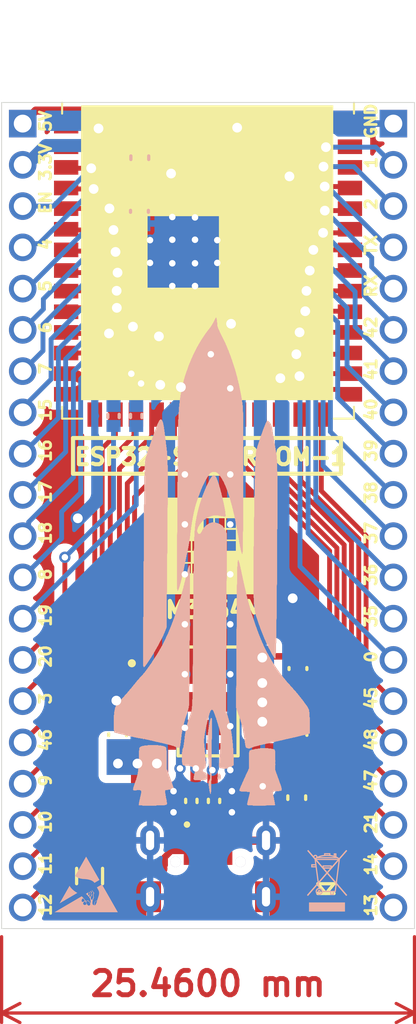
<source format=kicad_pcb>
(kicad_pcb (version 20240108) (generator "pcbnew") (generator_version "8.0")
  (layers (0 "F.Cu" signal "Top Layer") (31 "B.Cu" signal "Bottom Layer") (34 "B.Paste" user "Bottom Paste") (35 "F.Paste" user "Top Paste") (36 "B.SilkS" user "Bottom Overlay") (37 "F.SilkS" user "Top Overlay") (38 "B.Mask" user "Bottom Solder") (39 "F.Mask" user "Top Solder") (44 "Edge.Cuts" user))
  (net 0 "")
  (net 1 "NetD1_1")
  (net 2 "USB_D_P")
  (net 3 "USB_D_N")
  (net 4 "NetJ1_3")
  (net 5 "NetJ1_2")
  (net 6 "EN")
  (net 7 "GPIO20")
  (net 8 "GPIO19")
  (net 9 "GPIO48")
  (net 10 "GPIO47")
  (net 11 "GPIO46")
  (net 12 "GPIO45")
  (net 13 "RXD0")
  (net 14 "TXD0")
  (net 15 "GPIO42")
  (net 16 "GPIO41")
  (net 17 "GPIO40")
  (net 18 "GPIO39")
  (net 19 "GPIO38")
  (net 20 "GPIO37")
  (net 21 "GPIO36")
  (net 22 "GPIO35")
  (net 23 "GPIO21")
  (net 24 "GPIO17")
  (net 25 "GPIO16")
  (net 26 "GPIO15")
  (net 27 "GPIO14")
  (net 28 "GPIO13")
  (net 29 "GPIO12")
  (net 30 "GPIO11")
  (net 31 "NetF1_1")
  (net 32 "GPIO18")
  (net 33 "GPIO10")
  (net 34 "GPIO9")
  (net 35 "GPIO8")
  (net 36 "GPIO7")
  (net 37 "GPIO6")
  (net 38 "GPIO5")
  (net 39 "GPIO4")
  (net 40 "GPIO3")
  (net 41 "GPIO2")
  (net 42 "GPIO1")
  (net 43 "GPIO0")
  (net 44 "+5V")
  (net 45 "+3V3")
  (net 46 "GND")
  (footprint "CustomLib-Package.IntLib:CON-HDR-1X20-2.54" (layer "F.Cu") (at 159.9311 80.8736 -90)
    (property "Reference" "P2" (hide yes))
    (property "Value" "CON-HDR-1X20" (hide yes))
  )
  (footprint "CustomLib-Package.IntLib:ESP32-S3-WROOM-1_NO-KEEPOUT" (layer "F.Cu") (at 148.5011 86.28857)
    (property "Reference" "U1" (hide yes))
    (property "Value" "ESP32-S3-WROOM-1-N4R2" (hide yes))
  )
  (footprint "CustomLib-Package.IntLib:CON-HDR-1X20-2.54" (layer "F.Cu") (at 137.0711 80.8736 -90)
    (property "Reference" "P1" (hide yes))
    (property "Value" "CON-HDR-1X20" (hide yes))
  )
  (footprint "CustomLib-Package.IntLib:C0805" (layer "F.Cu") (at 154.0461 114.4236 -90)
    (property "Reference" "C3" (hide yes))
    (property "Value" "C0805C104K5RAC7411" (hide yes))
  )
  (footprint "CustomLib-Package.IntLib:R0603" (layer "F.Cu") (at 148.8711 122.5736 -90)
    (property "Reference" "R4" (hide yes))
    (property "Value" "CRG0805F10K" (hide yes))
  )
  (footprint "CustomLib-Package.IntLib:CON-MICRO-USB-B-SMD-WITH-HOLDER" (layer "F.Cu") (at 148.5011 128.47359)
    (property "Reference" "J1" (hide yes))
    (property "Value" "629105150921" (hide yes))
  )
  (footprint "CustomLib-Package.IntLib:SOT-223" (layer "F.Cu") (at 148.5011 116.4486)
    (property "Reference" "U2" (hide yes))
    (property "Value" "AMS1117-3.3" (hide yes))
  )
  (footprint "CustomLib-Package.IntLib:R1206" (layer "F.Cu") (at 141.1961 127.1986 90)
    (property "Reference" "F1" (hide yes))
    (property "Value" "NANOSMDC020F-2" (hide yes))
  )
  (footprint "CustomLib-Package.IntLib:R0603" (layer "F.Cu") (at 147.4711 122.5736 -90)
    (property "Reference" "R3" (hide yes))
    (property "Value" "CRG0805F10K" (hide yes))
  )
  (footprint "CustomLib-Package.IntLib:C0805" (layer "F.Cu") (at 142.92111 118.4986 90)
    (property "Reference" "C1" (hide yes))
    (property "Value" "C0805C104K5RAC7411" (hide yes))
  )
  (footprint "CustomLib-Package.IntLib:R0805" (layer "F.Cu") (at 153.9711 122.3736 -90)
    (property "Reference" "R5" (hide yes))
    (property "Value" "CRG0805F10K" (hide yes))
  )
  (footprint "CustomLib-Package.IntLib:LED0805" (layer "F.Cu") (at 155.7711 127.9736 90)
    (property "Reference" "D1" (hide yes))
    (property "Value" "LED" (hide yes))
  )
  (footprint "CustomLib-Package.IntLib:C0805" (layer "F.Cu") (at 154.0461 118.4736 90)
    (property "Reference" "C2" (hide yes))
    (property "Value" "C0805C104K5RAC7411" (hide yes))
  )
  (footprint "CustomLib-Package.IntLib:R0805" (layer "B.Cu") (at 144.29257 82.9736 90)
    (property "Reference" "R6" (hide yes))
    (property "Value" "CRG0805F10K" (hide yes))
  )
  (footprint "CustomLib-Package.IntLib:R0603" (layer "B.Cu") (at 142.6711 98.8736 90)
    (property "Reference" "R2" (hide yes))
    (property "Value" "CRG0805F10K" (hide yes))
  )
  (footprint "CustomLib-Package.IntLib:R0603" (layer "B.Cu") (at 144.07111 98.8736 90)
    (property "Reference" "R1" (hide yes))
    (property "Value" "CRG0805F10K" (hide yes))
  )
  (footprint "CustomLib-Package.IntLib:C0805" (layer "B.Cu") (at 144.2711 86.2736 -90)
    (property "Reference" "C4" (hide yes))
    (property "Value" "C0805C104K5RAC7411" (hide yes))
  )
  (gr_rect (start 149.6211 125.2736) (end 151.5711 124.7736) (fill solid) (layer "F.Cu") (net 46))
  (gr_rect (start 142.2461 120.9486) (end 146.0461 118.7986) (fill solid) (layer "F.Cu") (net 44))
  (gr_poly (pts (xy 144.5211 115.8736) (xy 150.86463 115.87362) (xy 150.88513 113.0236) (xy 152.5711 113.0236) (xy 152.57109 118.5736) (xy 150.86462 118.57361) (xy 150.86463 117.0736) (xy 146.1211 117.0736) (xy 144.5211 117.0736)) (fill solid) (layer "F.Cu") (net 45))
  (gr_poly (pts (xy 149.2961 86.4486) (xy 149.3211 86.4236) (xy 149.3211 91.0986) (xy 145.08915 91.0986) (xy 144.6211 90.63055) (xy 144.6211 86.4486)) (fill solid) (layer "F.Cu") (net 46))
  (gr_rect (start 151.0711 118.4236) (end 152.5711 113.0236) (fill solid) (layer "B.Cu") (net 45))
  (gr_rect (start 142.2461 120.9736) (end 146.0211 118.7736) (fill solid) (layer "B.Cu") (net 44))
  (gr_poly (pts (xy 152.2209 99.20032) (xy 152.24438 99.20032) (xy 152.24438 99.2238) (xy 152.26786 99.2238) (xy 152.26786 99.24728) (xy 152.29135 99.24728) (xy 152.29135 99.27077) (xy 152.31483 99.27077) (xy 152.31483 99.29425) (xy 152.33831 99.29425) (xy 152.33831 99.31773) (xy 152.33831 99.34121) (xy 152.36179 99.34121) (xy 152.36179 99.36469) (xy 152.38527 99.36469) (xy 152.38527 99.38817) (xy 152.38527 99.41166) (xy 152.40875 99.41166) (xy 152.40875 99.43514) (xy 152.40875 99.45862) (xy 152.40875 99.4821) (xy 152.43223 99.4821) (xy 152.43223 99.50558) (xy 152.43223 99.52907) (xy 152.43223 99.55255) (xy 152.43223 99.57603) (xy 152.45572 99.57603) (xy 152.45572 99.59951) (xy 152.45572 99.62299) (xy 152.45572 99.64647) (xy 152.45572 99.66995) (xy 152.45572 99.69344) (xy 152.4792 99.69344) (xy 152.4792 99.71692) (xy 152.4792 99.7404) (xy 152.4792 99.76388) (xy 152.4792 99.78737) (xy 152.4792 99.81085) (xy 152.4792 99.83433) (xy 152.4792 99.85781) (xy 152.50268 99.85781) (xy 152.50268 99.88129) (xy 152.50268 99.90478) (xy 152.50268 99.92825) (xy 152.50268 99.95174) (xy 152.50268 99.97522) (xy 152.50268 99.9987) (xy 152.52616 99.9987) (xy 152.52616 100.02218) (xy 152.52616 100.04566) (xy 152.52616 100.06915) (xy 152.52616 100.09263) (xy 152.52616 100.11611) (xy 152.52616 100.13959) (xy 152.54964 100.13959) (xy 152.54964 100.16307) (xy 152.54964 100.18656) (xy 152.54964 100.21004) (xy 152.54964 100.23352) (xy 152.54964 100.257) (xy 152.54964 100.28048) (xy 152.57313 100.28048) (xy 152.57313 100.30396) (xy 152.57313 100.32745) (xy 152.57313 100.35093) (xy 152.57313 100.37441) (xy 152.57313 100.39789) (xy 152.57313 100.42137) (xy 152.59661 100.42137) (xy 152.59661 100.44486) (xy 152.59661 100.46834) (xy 152.59661 100.49182) (xy 152.59661 100.5153) (xy 152.59661 100.53878) (xy 152.59661 100.56226) (xy 152.62009 100.56226) (xy 152.62009 100.58575) (xy 152.62009 100.60923) (xy 152.62009 100.63271) (xy 152.62009 100.65619) (xy 152.62009 100.67967) (xy 152.62009 100.70316) (xy 152.64357 100.70316) (xy 152.64357 100.72664) (xy 152.64357 100.75012) (xy 152.64357 100.7736) (xy 152.64357 100.79708) (xy 152.64357 100.82056) (xy 152.64357 100.84405) (xy 152.66706 100.84405) (xy 152.66706 100.86753) (xy 152.66706 100.89101) (xy 152.66706 100.91449) (xy 152.66706 100.93797) (xy 152.66706 100.96145) (xy 152.66706 100.98494) (xy 152.69053 100.98494) (xy 152.69053 101.00842) (xy 152.69053 101.0319) (xy 152.69053 101.05538) (xy 152.69053 101.07886) (xy 152.69053 101.10235) (xy 152.69053 101.12583) (xy 152.71402 101.12583) (xy 152.71402 101.14931) (xy 152.71402 101.17279) (xy 152.71402 101.19627) (xy 152.71402 101.21975) (xy 152.71402 101.24324) (xy 152.71402 101.26672) (xy 152.71402 101.2902) (xy 152.7375 101.2902) (xy 152.7375 101.31368) (xy 152.7375 101.33716) (xy 152.7375 101.36064) (xy 152.7375 101.38413) (xy 152.7375 101.40761) (xy 152.7375 101.43109) (xy 152.7375 101.45457) (xy 152.7375 101.47805) (xy 152.7375 101.50154) (xy 152.7375 101.52502) (xy 152.7375 101.5485) (xy 152.76098 101.5485) (xy 152.76098 101.57198) (xy 152.76098 101.59546) (xy 152.76098 101.61894) (xy 152.76098 101.64243) (xy 152.76098 101.66591) (xy 152.76098 101.68939) (xy 152.76098 101.71287) (xy 152.76098 101.73635) (xy 152.76098 101.75984) (xy 152.76098 101.78332) (xy 152.76098 101.8068) (xy 152.76098 101.83028) (xy 152.76098 101.85376) (xy 152.76098 101.87724) (xy 152.76098 101.90073) (xy 152.76098 101.92421) (xy 152.76098 101.94769) (xy 152.76098 101.97117) (xy 152.76098 101.99465) (xy 152.76098 102.01814) (xy 152.76098 102.04162) (xy 152.76098 102.0651) (xy 152.76098 102.08858) (xy 152.76098 102.11206) (xy 152.76098 102.13555) (xy 152.76098 102.15903) (xy 152.76098 102.18251) (xy 152.76098 102.20599) (xy 152.76098 102.22947) (xy 152.76098 102.25295) (xy 152.78446 102.25295) (xy 152.78446 102.27643) (xy 152.76098 102.27643) (xy 152.76098 102.29992) (xy 152.78446 102.29992) (xy 152.78446 102.3234) (xy 152.76098 102.3234) (xy 152.76098 102.34688) (xy 152.78446 102.34688) (xy 152.78446 102.37036) (xy 152.76098 102.37036) (xy 152.76098 102.39385) (xy 152.78446 102.39385) (xy 152.78446 102.41733) (xy 152.78446 102.44081) (xy 152.78446 102.46429) (xy 152.78446 102.48777) (xy 152.78446 102.51125) (xy 152.78446 102.53473) (xy 152.78446 102.55822) (xy 152.78446 102.5817) (xy 152.78446 102.60518) (xy 152.78446 102.62866) (xy 152.78446 102.65214) (xy 152.78446 102.67563) (xy 152.78446 102.69911) (xy 152.78446 102.72259) (xy 152.78446 102.74607) (xy 152.78446 102.76955) (xy 152.78446 102.79303) (xy 152.78446 102.81652) (xy 152.78446 102.84) (xy 152.78446 102.86348) (xy 152.78446 102.88696) (xy 152.78446 102.91044) (xy 152.78446 102.93393) (xy 152.78446 102.95741) (xy 152.78446 102.98089) (xy 152.78446 103.00437) (xy 152.78446 103.02785) (xy 152.78446 103.05133) (xy 152.78446 103.07481) (xy 152.78446 103.0983) (xy 152.78446 103.12178) (xy 152.78446 103.14526) (xy 152.78446 103.16874) (xy 152.78446 103.19223) (xy 152.78446 103.21571) (xy 152.78446 103.23919) (xy 152.78446 103.26267) (xy 152.78446 103.28615) (xy 152.78446 103.30963) (xy 152.78446 103.33311) (xy 152.78446 103.3566) (xy 152.78446 103.38008) (xy 152.78446 103.40356) (xy 152.78446 103.42704) (xy 152.78446 103.45052) (xy 152.78446 103.47401) (xy 152.78446 103.49749) (xy 152.78446 103.52097) (xy 152.78446 103.54445) (xy 152.78446 103.56793) (xy 152.78446 103.59141) (xy 152.78446 103.6149) (xy 152.78446 103.63838) (xy 152.78446 103.66186) (xy 152.78446 103.68534) (xy 152.78446 103.70882) (xy 152.78446 103.73231) (xy 152.78446 103.75579) (xy 152.78446 103.77927) (xy 152.78446 103.80275) (xy 152.78446 103.82623) (xy 152.78446 103.84972) (xy 152.78446 103.87319) (xy 152.78446 103.89668) (xy 152.78446 103.92016) (xy 152.78446 103.94364) (xy 152.78446 103.96712) (xy 152.78446 103.99061) (xy 152.78446 104.01409) (xy 152.78446 104.03757) (xy 152.78446 104.06105) (xy 152.78446 104.08453) (xy 152.78446 104.10802) (xy 152.78446 104.1315) (xy 152.78446 104.15498) (xy 152.78446 104.17846) (xy 152.78446 104.20194) (xy 152.78446 104.22542) (xy 152.78446 104.2489) (xy 152.78446 104.27239) (xy 152.78446 104.29587) (xy 152.78446 104.31935) (xy 152.78446 104.34283) (xy 152.78446 104.36631) (xy 152.78446 104.3898) (xy 152.78446 104.41328) (xy 152.78446 104.43676) (xy 152.78446 104.46024) (xy 152.78446 104.48372) (xy 152.78446 104.5072) (xy 152.78446 104.53069) (xy 152.78446 104.55417) (xy 152.78446 104.57765) (xy 152.78446 104.60113) (xy 152.78446 104.62461) (xy 152.78446 104.6481) (xy 152.78446 104.67158) (xy 152.78446 104.69506) (xy 152.78446 104.71854) (xy 152.78446 104.74202) (xy 152.78446 104.7655) (xy 152.78446 104.78899) (xy 152.78446 104.81247) (xy 152.78446 104.83595) (xy 152.78446 104.85943) (xy 152.78446 104.88291) (xy 152.78446 104.9064) (xy 152.78446 104.92988) (xy 152.78446 104.95336) (xy 152.78446 104.97684) (xy 152.78446 105.00032) (xy 152.78446 105.0238) (xy 152.78446 105.04729) (xy 152.78446 105.07077) (xy 152.78446 105.09425) (xy 152.78446 105.11773) (xy 152.78446 105.14121) (xy 152.78446 105.16469) (xy 152.78446 105.18818) (xy 152.78446 105.21166) (xy 152.78446 105.23514) (xy 152.78446 105.25862) (xy 152.78446 105.2821) (xy 152.78446 105.30559) (xy 152.78446 105.32907) (xy 152.78446 105.35255) (xy 152.78446 105.37603) (xy 152.78446 105.39951) (xy 152.78446 105.423) (xy 152.78446 105.44648) (xy 152.78446 105.46996) (xy 152.78446 105.49344) (xy 152.78446 105.51692) (xy 152.78446 105.5404) (xy 152.78446 105.56388) (xy 152.78446 105.58737) (xy 152.78446 105.61085) (xy 152.78446 105.63433) (xy 152.78446 105.65781) (xy 152.78446 105.68129) (xy 152.78446 105.70478) (xy 152.78446 105.72826) (xy 152.78446 105.75174) (xy 152.78446 105.77522) (xy 152.78446 105.79871) (xy 152.78446 105.82219) (xy 152.78446 105.84567) (xy 152.76098 105.84567) (xy 152.76098 105.86915) (xy 152.76098 105.89263) (xy 152.76098 105.91611) (xy 152.76098 105.93959) (xy 152.76098 105.96308) (xy 152.76098 105.98656) (xy 152.76098 106.01004) (xy 152.76098 106.03352) (xy 152.76098 106.057) (xy 152.76098 106.08048) (xy 152.76098 106.10397) (xy 152.76098 106.12745) (xy 152.76098 106.15093) (xy 152.76098 106.17441) (xy 152.76098 106.19789) (xy 152.76098 106.22138) (xy 152.76098 106.24486) (xy 152.76098 106.26834) (xy 152.76098 106.29182) (xy 152.76098 106.3153) (xy 152.76098 106.33879) (xy 152.76098 106.36227) (xy 152.76098 106.38575) (xy 152.76098 106.40923) (xy 152.76098 106.43271) (xy 152.76098 106.45619) (xy 152.76098 106.47967) (xy 152.76098 106.50316) (xy 152.76098 106.52664) (xy 152.76098 106.55012) (xy 152.76098 106.5736) (xy 152.76098 106.59709) (xy 152.76098 106.62057) (xy 152.76098 106.64405) (xy 152.76098 106.66753) (xy 152.76098 106.69101) (xy 152.76098 106.71449) (xy 152.76098 106.73797) (xy 152.76098 106.76146) (xy 152.76098 106.78494) (xy 152.76098 106.80842) (xy 152.76098 106.8319) (xy 152.76098 106.85538) (xy 152.76098 106.87887) (xy 152.76098 106.90235) (xy 152.76098 106.92583) (xy 152.76098 106.94931) (xy 152.76098 106.97279) (xy 152.76098 106.99627) (xy 152.76098 107.01976) (xy 152.76098 107.04324) (xy 152.76098 107.06672) (xy 152.76098 107.0902) (xy 152.76098 107.11368) (xy 152.76098 107.13717) (xy 152.76098 107.16065) (xy 152.76098 107.18413) (xy 152.76098 107.20761) (xy 152.76098 107.23109) (xy 152.76098 107.25457) (xy 152.76098 107.27805) (xy 152.76098 107.30154) (xy 152.76098 107.32502) (xy 152.76098 107.3485) (xy 152.76098 107.37198) (xy 152.76098 107.39547) (xy 152.76098 107.41895) (xy 152.76098 107.44243) (xy 152.76098 107.46591) (xy 152.76098 107.48939) (xy 152.76098 107.51288) (xy 152.76098 107.53635) (xy 152.76098 107.55984) (xy 152.76098 107.58332) (xy 152.76098 107.6068) (xy 152.76098 107.63028) (xy 152.76098 107.65376) (xy 152.76098 107.67725) (xy 152.76098 107.70073) (xy 152.76098 107.72421) (xy 152.76098 107.74769) (xy 152.76098 107.77117) (xy 152.76098 107.79466) (xy 152.76098 107.81814) (xy 152.76098 107.84162) (xy 152.76098 107.8651) (xy 152.76098 107.88858) (xy 152.76098 107.91206) (xy 152.76098 107.93555) (xy 152.76098 107.95903) (xy 152.76098 107.98251) (xy 152.76098 108.00599) (xy 152.76098 108.02947) (xy 152.76098 108.05296) (xy 152.76098 108.07644) (xy 152.76098 108.09992) (xy 152.76098 108.1234) (xy 152.76098 108.14688) (xy 152.76098 108.17036) (xy 152.76098 108.19385) (xy 152.76098 108.21733) (xy 152.76098 108.24081) (xy 152.76098 108.26429) (xy 152.76098 108.28777) (xy 152.76098 108.31126) (xy 152.76098 108.33474) (xy 152.76098 108.35822) (xy 152.76098 108.3817) (xy 152.76098 108.40518) (xy 152.76098 108.42866) (xy 152.76098 108.45214) (xy 152.76098 108.47563) (xy 152.76098 108.49911) (xy 152.76098 108.52259) (xy 152.76098 108.54607) (xy 152.76098 108.56955) (xy 152.76098 108.59304) (xy 152.76098 108.61652) (xy 152.76098 108.64) (xy 152.76098 108.66348) (xy 152.76098 108.68696) (xy 152.76098 108.71045) (xy 152.76098 108.73393) (xy 152.76098 108.75741) (xy 152.76098 108.78089) (xy 152.76098 108.80437) (xy 152.76098 108.82785) (xy 152.76098 108.85134) (xy 152.76098 108.87482) (xy 152.76098 108.8983) (xy 152.76098 108.92178) (xy 152.76098 108.94526) (xy 152.76098 108.96874) (xy 152.76098 108.99222) (xy 152.76098 109.01571) (xy 152.76098 109.03919) (xy 152.76098 109.06267) (xy 152.76098 109.08615) (xy 152.76098 109.10964) (xy 152.76098 109.13312) (xy 152.76098 109.1566) (xy 152.76098 109.18008) (xy 152.76098 109.20356) (xy 152.76098 109.22704) (xy 152.76098 109.25053) (xy 152.7375 109.25053) (xy 152.7375 109.27401) (xy 152.76098 109.27401) (xy 152.76098 109.29749) (xy 152.7375 109.29749) (xy 152.7375 109.32097) (xy 152.7375 109.34445) (xy 152.7375 109.36793) (xy 152.7375 109.39142) (xy 152.7375 109.4149) (xy 152.7375 109.43838) (xy 152.7375 109.46186) (xy 152.7375 109.48534) (xy 152.7375 109.50883) (xy 152.7375 109.53231) (xy 152.7375 109.55579) (xy 152.7375 109.57927) (xy 152.7375 109.60275) (xy 152.7375 109.62624) (xy 152.7375 109.64972) (xy 152.7375 109.6732) (xy 152.7375 109.69668) (xy 152.7375 109.72016) (xy 152.7375 109.74364) (xy 152.7375 109.76713) (xy 152.7375 109.79061) (xy 152.7375 109.81409) (xy 152.7375 109.83757) (xy 152.7375 109.86105) (xy 152.7375 109.88453) (xy 152.7375 109.90802) (xy 152.7375 109.9315) (xy 152.7375 109.95498) (xy 152.7375 109.97846) (xy 152.7375 110.00195) (xy 152.7375 110.02543) (xy 152.7375 110.04891) (xy 152.7375 110.07239) (xy 152.7375 110.09587) (xy 152.7375 110.11935) (xy 152.7375 110.14283) (xy 152.7375 110.16632) (xy 152.7375 110.1898) (xy 152.7375 110.21328) (xy 152.7375 110.23676) (xy 152.7375 110.26024) (xy 152.7375 110.28372) (xy 152.7375 110.30721) (xy 152.7375 110.33069) (xy 152.7375 110.35417) (xy 152.7375 110.37765) (xy 152.7375 110.40113) (xy 152.7375 110.42462) (xy 152.7375 110.4481) (xy 152.7375 110.47158) (xy 152.7375 110.49506) (xy 152.7375 110.51854) (xy 152.7375 110.54203) (xy 152.7375 110.56551) (xy 152.7375 110.58899) (xy 152.7375 110.61247) (xy 152.7375 110.63595) (xy 152.7375 110.65943) (xy 152.7375 110.68291) (xy 152.7375 110.7064) (xy 152.7375 110.72988) (xy 152.7375 110.75336) (xy 152.7375 110.77684) (xy 152.7375 110.80033) (xy 152.7375 110.82381) (xy 152.7375 110.84729) (xy 152.7375 110.87077) (xy 152.7375 110.89425) (xy 152.7375 110.91773) (xy 152.7375 110.94121) (xy 152.7375 110.9647) (xy 152.7375 110.98818) (xy 152.7375 111.01166) (xy 152.7375 111.03514) (xy 152.7375 111.05862) (xy 152.7375 111.08211) (xy 152.7375 111.10559) (xy 152.7375 111.12907) (xy 152.7375 111.15255) (xy 152.7375 111.17603) (xy 152.7375 111.19951) (xy 152.7375 111.223) (xy 152.7375 111.24648) (xy 152.7375 111.26996) (xy 152.7375 111.29344) (xy 152.7375 111.31692) (xy 152.7375 111.34041) (xy 152.7375 111.36389) (xy 152.71402 111.36389) (xy 152.71402 111.38737) (xy 152.7375 111.38737) (xy 152.7375 111.41085) (xy 152.71402 111.41085) (xy 152.71402 111.43433) (xy 152.71402 111.45782) (xy 152.71402 111.48129) (xy 152.71402 111.50478) (xy 152.71402 111.52826) (xy 152.71402 111.55174) (xy 152.71402 111.57522) (xy 152.71402 111.59871) (xy 152.71402 111.62219) (xy 152.71402 111.64567) (xy 152.71402 111.66915) (xy 152.71402 111.69263) (xy 152.71402 111.71612) (xy 152.71402 111.7396) (xy 152.71402 111.76308) (xy 152.71402 111.78656) (xy 152.71402 111.81004) (xy 152.71402 111.83352) (xy 152.71402 111.857) (xy 152.71402 111.88049) (xy 152.71402 111.90397) (xy 152.71402 111.92745) (xy 152.71402 111.95093) (xy 152.71402 111.97441) (xy 152.71402 111.9979) (xy 152.71402 112.02138) (xy 152.71402 112.04486) (xy 152.71402 112.06834) (xy 152.71402 112.09182) (xy 152.71402 112.1153) (xy 152.71402 112.13879) (xy 152.71402 112.16227) (xy 152.71402 112.18575) (xy 152.71402 112.20923) (xy 152.71402 112.23271) (xy 152.71402 112.2562) (xy 152.71402 112.27968) (xy 152.71402 112.30316) (xy 152.71402 112.32664) (xy 152.71402 112.35012) (xy 152.71402 112.3736) (xy 152.71402 112.39708) (xy 152.71402 112.42057) (xy 152.71402 112.44405) (xy 152.71402 112.46753) (xy 152.71402 112.49101) (xy 152.71402 112.5145) (xy 152.71402 112.53798) (xy 152.71402 112.56146) (xy 152.71402 112.58494) (xy 152.71402 112.60842) (xy 152.71402 112.6319) (xy 152.71402 112.65538) (xy 152.71402 112.67887) (xy 152.71402 112.70235) (xy 152.71402 112.72583) (xy 152.71402 112.74931) (xy 152.71402 112.77279) (xy 152.71402 112.79628) (xy 152.71402 112.81976) (xy 152.71402 112.84324) (xy 152.71402 112.86672) (xy 152.69053 112.86672) (xy 152.69053 112.8902) (xy 152.69053 112.91369) (xy 152.69053 112.93717) (xy 152.69053 112.96065) (xy 152.69053 112.98413) (xy 152.69053 113.00761) (xy 152.69053 113.03109) (xy 152.69053 113.05458) (xy 152.69053 113.07806) (xy 152.69053 113.10154) (xy 152.69053 113.12502) (xy 152.69053 113.1485) (xy 152.69053 113.17198) (xy 152.69053 113.19547) (xy 152.69053 113.21895) (xy 152.69053 113.24243) (xy 152.69053 113.26591) (xy 152.69053 113.28939) (xy 152.69053 113.31288) (xy 152.69053 113.33636) (xy 152.69053 113.35984) (xy 152.69053 113.38332) (xy 152.69053 113.4068) (xy 152.69053 113.43029) (xy 152.69053 113.45377) (xy 152.69053 113.47725) (xy 152.69053 113.50073) (xy 152.69053 113.52421) (xy 152.66706 113.52421) (xy 152.66706 113.54769) (xy 152.66706 113.57117) (xy 152.66706 113.59466) (xy 152.66706 113.61814) (xy 152.66706 113.64162) (xy 152.66706 113.6651) (xy 152.66706 113.68858) (xy 152.66706 113.71207) (xy 152.66706 113.73555) (xy 152.66706 113.75903) (xy 152.66706 113.78251) (xy 152.64357 113.78251) (xy 152.64357 113.80599) (xy 152.62009 113.80599) (xy 152.62009 113.78251) (xy 152.59661 113.78251) (xy 152.59661 113.75903) (xy 152.57313 113.75903) (xy 152.57313 113.73555) (xy 152.54964 113.73555) (xy 152.54964 113.71207) (xy 152.54964 113.68858) (xy 152.52616 113.68858) (xy 152.52616 113.6651) (xy 152.50268 113.6651) (xy 152.50268 113.64162) (xy 152.50268 113.61814) (xy 152.4792 113.61814) (xy 152.4792 113.59466) (xy 152.4792 113.57117) (xy 152.45572 113.57117) (xy 152.45572 113.54769) (xy 152.43223 113.54769) (xy 152.43223 113.52421) (xy 152.43223 113.50073) (xy 152.40875 113.50073) (xy 152.40875 113.47725) (xy 152.40875 113.45377) (xy 152.38527 113.45377) (xy 152.38527 113.43029) (xy 152.38527 113.4068) (xy 152.36179 113.4068) (xy 152.36179 113.38332) (xy 152.36179 113.35984) (xy 152.33831 113.35984) (xy 152.33831 113.33636) (xy 152.33831 113.31288) (xy 152.31483 113.31288) (xy 152.31483 113.28939) (xy 152.31483 113.26591) (xy 152.29135 113.26591) (xy 152.29135 113.24243) (xy 152.29135 113.21895) (xy 152.26786 113.21895) (xy 152.26786 113.19547) (xy 152.24438 113.19547) (xy 152.24438 113.17198) (xy 152.24438 113.1485) (xy 152.2209 113.1485) (xy 152.2209 113.12502) (xy 152.2209 113.10154) (xy 152.19742 113.10154) (xy 152.19742 113.07806) (xy 152.19742 113.05458) (xy 152.19742 113.03109) (xy 152.17394 113.03109) (xy 152.17394 113.00761) (xy 152.17394 112.98413) (xy 152.15045 112.98413) (xy 152.15045 112.96065) (xy 152.15045 112.93717) (xy 152.12697 112.93717) (xy 152.12697 112.91369) (xy 152.12697 112.8902) (xy 152.10349 112.8902) (xy 152.10349 112.86672) (xy 152.10349 112.84324) (xy 152.08001 112.84324) (xy 152.08001 112.81976) (xy 152.08001 112.79628) (xy 152.05653 112.79628) (xy 152.05653 112.77279) (xy 152.05653 112.74931) (xy 152.05653 112.72583) (xy 152.03305 112.72583) (xy 152.03305 112.70235) (xy 152.03305 112.67887) (xy 152.00956 112.67887) (xy 152.00956 112.65538) (xy 152.00956 112.6319) (xy 151.98608 112.6319) (xy 151.98608 112.60842) (xy 151.98608 112.58494) (xy 151.9626 112.58494) (xy 151.9626 112.56146) (xy 151.9626 112.53798) (xy 151.9626 112.5145) (xy 151.93912 112.5145) (xy 151.93912 112.49101) (xy 151.93912 112.46753) (xy 151.91564 112.46753) (xy 151.91564 112.44405) (xy 151.91564 112.42057) (xy 151.91564 112.39708) (xy 151.89215 112.39708) (xy 151.89215 112.3736) (xy 151.89215 112.35012) (xy 151.86867 112.35012) (xy 151.86867 112.32664) (xy 151.86867 112.30316) (xy 151.86867 112.27968) (xy 151.84519 112.27968) (xy 151.84519 112.2562) (xy 151.84519 112.23271) (xy 151.82171 112.23271) (xy 151.82171 112.20923) (xy 151.82171 112.18575) (xy 151.82171 112.16227) (xy 151.79823 112.16227) (xy 151.79823 112.13879) (xy 151.79823 112.1153) (xy 151.77475 112.1153) (xy 151.77475 112.09182) (xy 151.77475 112.06834) (xy 151.77475 112.04486) (xy 151.75126 112.04486) (xy 151.75126 112.02138) (xy 151.75126 111.9979) (xy 151.72778 111.9979) (xy 151.72778 111.97441) (xy 151.72778 111.95093) (xy 151.72778 111.92745) (xy 151.7043 111.92745) (xy 151.7043 111.90397) (xy 151.7043 111.88049) (xy 151.7043 111.857) (xy 151.68082 111.857) (xy 151.68082 111.83352) (xy 151.68082 111.81004) (xy 151.68082 111.78656) (xy 151.65734 111.78656) (xy 151.65734 111.76308) (xy 151.65734 111.7396) (xy 151.63385 111.7396) (xy 151.63385 111.71612) (xy 151.63385 111.69263) (xy 151.63385 111.66915) (xy 151.61037 111.66915) (xy 151.61037 111.64567) (xy 151.61037 111.62219) (xy 151.61037 111.59871) (xy 151.58689 111.59871) (xy 151.58689 111.57522) (xy 151.58689 111.55174) (xy 151.58689 111.52826) (xy 151.56341 111.52826) (xy 151.56341 111.50478) (xy 151.56341 111.48129) (xy 151.56341 111.45782) (xy 151.53993 111.45782) (xy 151.53993 111.43433) (xy 151.53993 111.41085) (xy 151.53993 111.38737) (xy 151.51645 111.38737) (xy 151.51645 111.36389) (xy 151.51645 111.34041) (xy 151.51645 111.31692) (xy 151.49297 111.31692) (xy 151.49297 111.29344) (xy 151.49297 111.26996) (xy 151.49297 111.24648) (xy 151.46948 111.24648) (xy 151.46948 111.223) (xy 151.46948 111.19951) (xy 151.46948 111.17603) (xy 151.446 111.17603) (xy 151.446 111.15255) (xy 151.446 111.12907) (xy 151.446 111.10559) (xy 151.446 111.08211) (xy 151.42252 111.08211) (xy 151.42252 111.05862) (xy 151.42252 111.03514) (xy 151.42252 111.01166) (xy 151.42252 110.98818) (xy 151.39904 110.98818) (xy 151.39904 110.9647) (xy 151.39904 110.94121) (xy 151.39904 110.91773) (xy 151.39904 110.89425) (xy 151.39904 110.87077) (xy 151.39904 110.84729) (xy 151.37556 110.84729) (xy 151.37556 110.82381) (xy 151.37556 110.80033) (xy 151.37556 110.77684) (xy 151.37556 110.75336) (xy 151.37556 110.72988) (xy 151.37556 110.7064) (xy 151.35207 110.7064) (xy 151.35207 110.68291) (xy 151.35207 110.65943) (xy 151.35207 110.63595) (xy 151.35207 110.61247) (xy 151.35207 110.58899) (xy 151.35207 110.56551) (xy 151.35207 110.54203) (xy 151.35207 110.51854) (xy 151.35207 110.49506) (xy 151.35207 110.47158) (xy 151.32859 110.47158) (xy 151.32859 110.4481) (xy 151.32859 110.42462) (xy 151.32859 110.40113) (xy 151.32859 110.37765) (xy 151.32859 110.35417) (xy 151.32859 110.33069) (xy 151.32859 110.30721) (xy 151.32859 110.28372) (xy 151.32859 110.26024) (xy 151.32859 110.23676) (xy 151.32859 110.21328) (xy 151.32859 110.1898) (xy 151.32859 110.16632) (xy 151.32859 110.14283) (xy 151.32859 110.11935) (xy 151.32859 110.09587) (xy 151.32859 110.07239) (xy 151.30511 110.07239) (xy 151.30511 110.04891) (xy 151.30511 110.02543) (xy 151.30511 110.00195) (xy 151.30511 109.97846) (xy 151.30511 109.95498) (xy 151.30511 109.9315) (xy 151.30511 109.90802) (xy 151.30511 109.88453) (xy 151.30511 109.86105) (xy 151.30511 109.83757) (xy 151.30511 109.81409) (xy 151.30511 109.79061) (xy 151.30511 109.76713) (xy 151.30511 109.74364) (xy 151.30511 109.72016) (xy 151.30511 109.69668) (xy 151.30511 109.6732) (xy 151.30511 109.64972) (xy 151.30511 109.62624) (xy 151.30511 109.60275) (xy 151.30511 109.57927) (xy 151.30511 109.55579) (xy 151.30511 109.53231) (xy 151.30511 109.50883) (xy 151.30511 109.48534) (xy 151.30511 109.46186) (xy 151.30511 109.43838) (xy 151.30511 109.4149) (xy 151.30511 109.39142) (xy 151.30511 109.36793) (xy 151.30511 109.34445) (xy 151.30511 109.32097) (xy 151.30511 109.29749) (xy 151.30511 109.27401) (xy 151.30511 109.25053) (xy 151.30511 109.22704) (xy 151.30511 109.20356) (xy 151.30511 109.18008) (xy 151.30511 109.1566) (xy 151.30511 109.13312) (xy 151.30511 109.10964) (xy 151.30511 109.08615) (xy 151.30511 109.06267) (xy 151.30511 109.03919) (xy 151.30511 109.01571) (xy 151.30511 108.99222) (xy 151.30511 108.96874) (xy 151.30511 108.94526) (xy 151.30511 108.92178) (xy 151.30511 108.8983) (xy 151.30511 108.87482) (xy 151.30511 108.85134) (xy 151.30511 108.82785) (xy 151.30511 108.80437) (xy 151.30511 108.78089) (xy 151.30511 108.75741) (xy 151.30511 108.73393) (xy 151.30511 108.71045) (xy 151.30511 108.68696) (xy 151.30511 108.66348) (xy 151.30511 108.64) (xy 151.30511 108.61652) (xy 151.30511 108.59304) (xy 151.30511 108.56955) (xy 151.30511 108.54607) (xy 151.30511 108.52259) (xy 151.30511 108.49911) (xy 151.30511 108.47563) (xy 151.30511 108.45214) (xy 151.30511 108.42866) (xy 151.30511 108.40518) (xy 151.30511 108.3817) (xy 151.30511 108.35822) (xy 151.30511 108.33474) (xy 151.30511 108.31126) (xy 151.30511 108.28777) (xy 151.30511 108.26429) (xy 151.30511 108.24081) (xy 151.30511 108.21733) (xy 151.30511 108.19385) (xy 151.30511 108.17036) (xy 151.30511 108.14688) (xy 151.30511 108.1234) (xy 151.30511 108.09992) (xy 151.30511 108.07644) (xy 151.30511 108.05296) (xy 151.30511 108.02947) (xy 151.30511 108.00599) (xy 151.30511 107.98251) (xy 151.30511 107.95903) (xy 151.30511 107.93555) (xy 151.30511 107.91206) (xy 151.30511 107.88858) (xy 151.30511 107.8651) (xy 151.30511 107.84162) (xy 151.30511 107.81814) (xy 151.30511 107.79466) (xy 151.30511 107.77117) (xy 151.30511 107.74769) (xy 151.30511 107.72421) (xy 151.30511 107.70073) (xy 151.30511 107.67725) (xy 151.30511 107.65376) (xy 151.30511 107.63028) (xy 151.30511 107.6068) (xy 151.30511 107.58332) (xy 151.30511 107.55984) (xy 151.30511 107.53635) (xy 151.30511 107.51288) (xy 151.30511 107.48939) (xy 151.30511 107.46591) (xy 151.30511 107.44243) (xy 151.30511 107.41895) (xy 151.30511 107.39547) (xy 151.30511 107.37198) (xy 151.30511 107.3485) (xy 151.30511 107.32502) (xy 151.30511 107.30154) (xy 151.30511 107.27805) (xy 151.30511 107.25457) (xy 151.30511 107.23109) (xy 151.30511 107.20761) (xy 151.30511 107.18413) (xy 151.30511 107.16065) (xy 151.30511 107.13717) (xy 151.30511 107.11368) (xy 151.30511 107.0902) (xy 151.30511 107.06672) (xy 151.30511 107.04324) (xy 151.30511 107.01976) (xy 151.30511 106.99627) (xy 151.30511 106.97279) (xy 151.30511 106.94931) (xy 151.30511 106.92583) (xy 151.30511 106.90235) (xy 151.32859 106.90235) (xy 151.32859 106.87887) (xy 151.32859 106.85538) (xy 151.32859 106.8319) (xy 151.32859 106.80842) (xy 151.32859 106.78494) (xy 151.32859 106.76146) (xy 151.32859 106.73797) (xy 151.32859 106.71449) (xy 151.32859 106.69101) (xy 151.32859 106.66753) (xy 151.32859 106.64405) (xy 151.32859 106.62057) (xy 151.32859 106.59709) (xy 151.32859 106.5736) (xy 151.32859 106.55012) (xy 151.32859 106.52664) (xy 151.32859 106.50316) (xy 151.32859 106.47967) (xy 151.32859 106.45619) (xy 151.32859 106.43271) (xy 151.32859 106.40923) (xy 151.32859 106.38575) (xy 151.32859 106.36227) (xy 151.32859 106.33879) (xy 151.32859 106.3153) (xy 151.32859 106.29182) (xy 151.32859 106.26834) (xy 151.32859 106.24486) (xy 151.32859 106.22138) (xy 151.32859 106.19789) (xy 151.32859 106.17441) (xy 151.32859 106.15093) (xy 151.32859 106.12745) (xy 151.32859 106.10397) (xy 151.32859 106.08048) (xy 151.32859 106.057) (xy 151.32859 106.03352) (xy 151.32859 106.01004) (xy 151.32859 105.98656) (xy 151.32859 105.96308) (xy 151.32859 105.93959) (xy 151.32859 105.91611) (xy 151.32859 105.89263) (xy 151.32859 105.86915) (xy 151.32859 105.84567) (xy 151.32859 105.82219) (xy 151.32859 105.79871) (xy 151.32859 105.77522) (xy 151.32859 105.75174) (xy 151.32859 105.72826) (xy 151.32859 105.70478) (xy 151.32859 105.68129) (xy 151.32859 105.65781) (xy 151.32859 105.63433) (xy 151.32859 105.61085) (xy 151.32859 105.58737) (xy 151.32859 105.56388) (xy 151.32859 105.5404) (xy 151.32859 105.51692) (xy 151.32859 105.49344) (xy 151.32859 105.46996) (xy 151.32859 105.44648) (xy 151.32859 105.423) (xy 151.32859 105.39951) (xy 151.32859 105.37603) (xy 151.32859 105.35255) (xy 151.32859 105.32907) (xy 151.32859 105.30559) (xy 151.32859 105.2821) (xy 151.32859 105.25862) (xy 151.32859 105.23514) (xy 151.32859 105.21166) (xy 151.32859 105.18818) (xy 151.32859 105.16469) (xy 151.35207 105.16469) (xy 151.35207 105.14121) (xy 151.32859 105.14121) (xy 151.32859 105.11773) (xy 151.32859 105.09425) (xy 151.35207 105.09425) (xy 151.35207 105.07077) (xy 151.35207 105.04729) (xy 151.35207 105.0238) (xy 151.35207 105.00032) (xy 151.35207 104.97684) (xy 151.35207 104.95336) (xy 151.35207 104.92988) (xy 151.35207 104.9064) (xy 151.35207 104.88291) (xy 151.35207 104.85943) (xy 151.35207 104.83595) (xy 151.35207 104.81247) (xy 151.35207 104.78899) (xy 151.35207 104.7655) (xy 151.35207 104.74202) (xy 151.35207 104.71854) (xy 151.35207 104.69506) (xy 151.35207 104.67158) (xy 151.35207 104.6481) (xy 151.35207 104.62461) (xy 151.35207 104.60113) (xy 151.35207 104.57765) (xy 151.35207 104.55417) (xy 151.35207 104.53069) (xy 151.35207 104.5072) (xy 151.35207 104.48372) (xy 151.35207 104.46024) (xy 151.35207 104.43676) (xy 151.35207 104.41328) (xy 151.35207 104.3898) (xy 151.35207 104.36631) (xy 151.35207 104.34283) (xy 151.35207 104.31935) (xy 151.35207 104.29587) (xy 151.35207 104.27239) (xy 151.35207 104.2489) (xy 151.35207 104.22542) (xy 151.35207 104.20194) (xy 151.35207 104.17846) (xy 151.35207 104.15498) (xy 151.35207 104.1315) (xy 151.35207 104.10802) (xy 151.35207 104.08453) (xy 151.35207 104.06105) (xy 151.35207 104.03757) (xy 151.35207 104.01409) (xy 151.35207 103.99061) (xy 151.35207 103.96712) (xy 151.35207 103.94364) (xy 151.35207 103.92016) (xy 151.35207 103.89668) (xy 151.35207 103.87319) (xy 151.35207 103.84972) (xy 151.35207 103.82623) (xy 151.35207 103.80275) (xy 151.37556 103.80275) (xy 151.37556 103.77927) (xy 151.37556 103.75579) (xy 151.37556 103.73231) (xy 151.37556 103.70882) (xy 151.37556 103.68534) (xy 151.37556 103.66186) (xy 151.37556 103.63838) (xy 151.37556 103.6149) (xy 151.37556 103.59141) (xy 151.37556 103.56793) (xy 151.37556 103.54445) (xy 151.37556 103.52097) (xy 151.37556 103.49749) (xy 151.37556 103.47401) (xy 151.37556 103.45052) (xy 151.37556 103.42704) (xy 151.37556 103.40356) (xy 151.37556 103.38008) (xy 151.37556 103.3566) (xy 151.37556 103.33311) (xy 151.37556 103.30963) (xy 151.37556 103.28615) (xy 151.37556 103.26267) (xy 151.37556 103.23919) (xy 151.37556 103.21571) (xy 151.37556 103.19223) (xy 151.37556 103.16874) (xy 151.37556 103.14526) (xy 151.37556 103.12178) (xy 151.37556 103.0983) (xy 151.37556 103.07481) (xy 151.37556 103.05133) (xy 151.37556 103.02785) (xy 151.37556 103.00437) (xy 151.37556 102.98089) (xy 151.37556 102.95741) (xy 151.37556 102.93393) (xy 151.37556 102.91044) (xy 151.37556 102.88696) (xy 151.37556 102.86348) (xy 151.37556 102.84) (xy 151.37556 102.81652) (xy 151.37556 102.79303) (xy 151.37556 102.76955) (xy 151.37556 102.74607) (xy 151.39904 102.74607) (xy 151.39904 102.72259) (xy 151.39904 102.69911) (xy 151.39904 102.67563) (xy 151.39904 102.65214) (xy 151.39904 102.62866) (xy 151.39904 102.60518) (xy 151.39904 102.5817) (xy 151.39904 102.55822) (xy 151.39904 102.53473) (xy 151.39904 102.51125) (xy 151.39904 102.48777) (xy 151.39904 102.46429) (xy 151.39904 102.44081) (xy 151.39904 102.41733) (xy 151.39904 102.39385) (xy 151.39904 102.37036) (xy 151.39904 102.34688) (xy 151.39904 102.3234) (xy 151.39904 102.29992) (xy 151.39904 102.27643) (xy 151.39904 102.25295) (xy 151.39904 102.22947) (xy 151.39904 102.20599) (xy 151.39904 102.18251) (xy 151.39904 102.15903) (xy 151.39904 102.13555) (xy 151.39904 102.11206) (xy 151.39904 102.08858) (xy 151.39904 102.0651) (xy 151.39904 102.04162) (xy 151.39904 102.01814) (xy 151.42252 102.01814) (xy 151.42252 101.99465) (xy 151.42252 101.97117) (xy 151.42252 101.94769) (xy 151.42252 101.92421) (xy 151.42252 101.90073) (xy 151.42252 101.87724) (xy 151.42252 101.85376) (xy 151.42252 101.83028) (xy 151.42252 101.8068) (xy 151.42252 101.78332) (xy 151.42252 101.75984) (xy 151.42252 101.73635) (xy 151.42252 101.71287) (xy 151.42252 101.68939) (xy 151.42252 101.66591) (xy 151.42252 101.64243) (xy 151.42252 101.61894) (xy 151.42252 101.59546) (xy 151.42252 101.57198) (xy 151.42252 101.5485) (xy 151.42252 101.52502) (xy 151.42252 101.50154) (xy 151.42252 101.47805) (xy 151.42252 101.45457) (xy 151.446 101.45457) (xy 151.446 101.43109) (xy 151.446 101.40761) (xy 151.446 101.38413) (xy 151.446 101.36064) (xy 151.446 101.33716) (xy 151.446 101.31368) (xy 151.446 101.2902) (xy 151.446 101.26672) (xy 151.446 101.24324) (xy 151.446 101.21975) (xy 151.446 101.19627) (xy 151.446 101.17279) (xy 151.446 101.14931) (xy 151.446 101.12583) (xy 151.46948 101.12583) (xy 151.46948 101.10235) (xy 151.46948 101.07886) (xy 151.46948 101.05538) (xy 151.46948 101.0319) (xy 151.46948 101.00842) (xy 151.46948 100.98494) (xy 151.49297 100.98494) (xy 151.49297 100.96145) (xy 151.49297 100.93797) (xy 151.49297 100.91449) (xy 151.49297 100.89101) (xy 151.51645 100.89101) (xy 151.51645 100.86753) (xy 151.51645 100.84405) (xy 151.51645 100.82056) (xy 151.53993 100.82056) (xy 151.53993 100.79708) (xy 151.53993 100.7736) (xy 151.53993 100.75012) (xy 151.53993 100.72664) (xy 151.56341 100.72664) (xy 151.56341 100.70316) (xy 151.56341 100.67967) (xy 151.56341 100.65619) (xy 151.58689 100.65619) (xy 151.58689 100.63271) (xy 151.58689 100.60923) (xy 151.58689 100.58575) (xy 151.61037 100.58575) (xy 151.61037 100.56226) (xy 151.61037 100.53878) (xy 151.61037 100.5153) (xy 151.63385 100.5153) (xy 151.63385 100.49182) (xy 151.63385 100.46834) (xy 151.63385 100.44486) (xy 151.65734 100.44486) (xy 151.65734 100.42137) (xy 151.65734 100.39789) (xy 151.65734 100.37441) (xy 151.68082 100.37441) (xy 151.68082 100.35093) (xy 151.68082 100.32745) (xy 151.68082 100.30396) (xy 151.7043 100.30396) (xy 151.7043 100.28048) (xy 151.7043 100.257) (xy 151.7043 100.23352) (xy 151.72778 100.23352) (xy 151.72778 100.21004) (xy 151.72778 100.18656) (xy 151.72778 100.16307) (xy 151.75126 100.16307) (xy 151.75126 100.13959) (xy 151.75126 100.11611) (xy 151.75126 100.09263) (xy 151.77475 100.09263) (xy 151.77475 100.06915) (xy 151.77475 100.04566) (xy 151.77475 100.02218) (xy 151.79823 100.02218) (xy 151.79823 99.9987) (xy 151.79823 99.97522) (xy 151.82171 99.97522) (xy 151.82171 99.95174) (xy 151.82171 99.92825) (xy 151.82171 99.90478) (xy 151.84519 99.90478) (xy 151.84519 99.88129) (xy 151.84519 99.85781) (xy 151.84519 99.83433) (xy 151.86867 99.83433) (xy 151.86867 99.81085) (xy 151.86867 99.78737) (xy 151.86867 99.76388) (xy 151.89215 99.76388) (xy 151.89215 99.7404) (xy 151.89215 99.71692) (xy 151.89215 99.69344) (xy 151.91564 99.69344) (xy 151.91564 99.66995) (xy 151.91564 99.64647) (xy 151.93912 99.64647) (xy 151.93912 99.62299) (xy 151.93912 99.59951) (xy 151.93912 99.57603) (xy 151.9626 99.57603) (xy 151.9626 99.55255) (xy 151.9626 99.52907) (xy 151.98608 99.52907) (xy 151.98608 99.50558) (xy 151.98608 99.4821) (xy 151.98608 99.45862) (xy 152.00956 99.45862) (xy 152.00956 99.43514) (xy 152.00956 99.41166) (xy 152.03305 99.41166) (xy 152.03305 99.38817) (xy 152.03305 99.36469) (xy 152.03305 99.34121) (xy 152.05653 99.34121) (xy 152.05653 99.31773) (xy 152.05653 99.29425) (xy 152.08001 99.29425) (xy 152.08001 99.27077) (xy 152.08001 99.24728) (xy 152.10349 99.24728) (xy 152.10349 99.2238) (xy 152.10349 99.20032) (xy 152.12697 99.20032) (xy 152.12697 99.17684) (xy 152.2209 99.17684)) (fill solid) (layer "B.SilkS"))
  (gr_poly (pts (xy 141.96253 127.72075) (xy 141.96253 127.72515) (xy 141.96693 127.72515) (xy 141.96693 127.72955) (xy 141.96693 127.73396) (xy 141.97134 127.73396) (xy 141.97134 127.73836) (xy 141.97574 127.73836) (xy 141.97574 127.74276) (xy 141.97574 127.74716) (xy 141.98014 127.74716) (xy 141.98014 127.75156) (xy 141.98014 127.75597) (xy 141.98454 127.75597) (xy 141.98454 127.76037) (xy 141.98454 127.76477) (xy 141.98895 127.76477) (xy 141.98895 127.76917) (xy 141.99335 127.76917) (xy 141.99335 127.77358) (xy 141.99335 127.77798) (xy 141.99775 127.77798) (xy 141.99775 127.78238) (xy 141.99775 127.78678) (xy 142.00215 127.78678) (xy 142.00215 127.79118) (xy 142.00215 127.79559) (xy 142.00655 127.79559) (xy 142.00655 127.79998) (xy 142.01096 127.79998) (xy 142.01096 127.80439) (xy 142.01096 127.80879) (xy 142.01536 127.80879) (xy 142.01536 127.81319) (xy 142.01536 127.81759) (xy 142.01976 127.81759) (xy 142.01976 127.822) (xy 142.01976 127.8264) (xy 142.02416 127.8264) (xy 142.02416 127.8308) (xy 142.02856 127.8308) (xy 142.02856 127.8352) (xy 142.02856 127.83961) (xy 142.03297 127.83961) (xy 142.03297 127.84401) (xy 142.03297 127.84841) (xy 142.03737 127.84841) (xy 142.03737 127.85281) (xy 142.03737 127.85722) (xy 142.04177 127.85722) (xy 142.04177 127.86162) (xy 142.04617 127.86162) (xy 142.04617 127.86602) (xy 142.04617 127.87042) (xy 142.05057 127.87042) (xy 142.05057 127.87482) (xy 142.05057 127.87923) (xy 142.05498 127.87923) (xy 142.05498 127.88363) (xy 142.05498 127.88803) (xy 142.05938 127.88803) (xy 142.05938 127.89243) (xy 142.06378 127.89243) (xy 142.06378 127.89683) (xy 142.06378 127.90123) (xy 142.06818 127.90123) (xy 142.06818 127.90564) (xy 142.06818 127.91004) (xy 142.07259 127.91004) (xy 142.07259 127.91444) (xy 142.07259 127.91884) (xy 142.07699 127.91884) (xy 142.07699 127.92325) (xy 142.08139 127.92325) (xy 142.08139 127.92765) (xy 142.08139 127.93205) (xy 142.08579 127.93205) (xy 142.08579 127.93645) (xy 142.08579 127.94085) (xy 142.0902 127.94085) (xy 142.0902 127.94525) (xy 142.0902 127.94966) (xy 142.09459 127.94966) (xy 142.09459 127.95406) (xy 142.099 127.95406) (xy 142.099 127.95846) (xy 142.099 127.96286) (xy 142.1034 127.96286) (xy 142.1034 127.96727) (xy 142.1034 127.97167) (xy 142.1078 127.97167) (xy 142.1078 127.97607) (xy 142.1078 127.98047) (xy 142.1122 127.98047) (xy 142.1122 127.98487) (xy 142.11661 127.98487) (xy 142.11661 127.98927) (xy 142.11661 127.99368) (xy 142.12101 127.99368) (xy 142.12101 127.99808) (xy 142.12101 128.00248) (xy 142.12541 128.00248) (xy 142.12541 128.00689) (xy 142.12541 128.01129) (xy 142.12981 128.01129) (xy 142.12981 128.01569) (xy 142.13421 128.01569) (xy 142.13421 128.02009) (xy 142.13421 128.02449) (xy 142.13862 128.02449) (xy 142.13862 128.0289) (xy 142.13862 128.0333) (xy 142.14302 128.0333) (xy 142.14302 128.0377) (xy 142.14302 128.0421) (xy 142.14742 128.0421) (xy 142.14742 128.0465) (xy 142.15182 128.0465) (xy 142.15182 128.05091) (xy 142.15182 128.05531) (xy 142.15622 128.05531) (xy 142.15622 128.05971) (xy 142.15622 128.06411) (xy 142.16063 128.06411) (xy 142.16063 128.06851) (xy 142.16063 128.07292) (xy 142.16503 128.07292) (xy 142.16503 128.07732) (xy 142.16943 128.07732) (xy 142.16943 128.08172) (xy 142.16943 128.08612) (xy 142.17383 128.08612) (xy 142.17383 128.09053) (xy 142.17383 128.09492) (xy 142.17824 128.09492) (xy 142.17824 128.09933) (xy 142.17824 128.10373) (xy 142.18264 128.10373) (xy 142.18264 128.10813) (xy 142.18704 128.10813) (xy 142.18704 128.11253) (xy 142.18704 128.11694) (xy 142.19144 128.11694) (xy 142.19144 128.12134) (xy 142.19144 128.12574) (xy 142.19584 128.12574) (xy 142.19584 128.13014) (xy 142.19584 128.13454) (xy 142.20025 128.13454) (xy 142.20025 128.13895) (xy 142.20465 128.13895) (xy 142.20465 128.14335) (xy 142.20465 128.14775) (xy 142.20905 128.14775) (xy 142.20905 128.15215) (xy 142.20905 128.15655) (xy 142.21345 128.15655) (xy 142.21345 128.16095) (xy 142.21345 128.16536) (xy 142.21785 128.16536) (xy 142.21785 128.16976) (xy 142.22226 128.16976) (xy 142.22226 128.17416) (xy 142.22226 128.17856) (xy 142.22666 128.17856) (xy 142.22666 128.18297) (xy 142.22666 128.18737) (xy 142.23106 128.18737) (xy 142.23106 128.19177) (xy 142.23106 128.19618) (xy 142.23546 128.19618) (xy 142.23546 128.20058) (xy 142.23986 128.20058) (xy 142.23986 128.20497) (xy 142.23986 128.20938) (xy 142.24427 128.20938) (xy 142.24427 128.21378) (xy 142.24427 128.21818) (xy 142.24867 128.21818) (xy 142.24867 128.22258) (xy 142.24867 128.22699) (xy 142.25307 128.22699) (xy 142.25307 128.23139) (xy 142.25747 128.23139) (xy 142.25747 128.23579) (xy 142.25747 128.24019) (xy 142.26188 128.24019) (xy 142.26188 128.2446) (xy 142.26188 128.249) (xy 142.26628 128.249) (xy 142.26628 128.2534) (xy 142.26628 128.2578) (xy 142.27068 128.2578) (xy 142.27068 128.2622) (xy 142.27508 128.2622) (xy 142.27508 128.26661) (xy 142.27508 128.27101) (xy 142.27948 128.27101) (xy 142.27948 128.27541) (xy 142.27948 128.27981) (xy 142.28389 128.27981) (xy 142.28389 128.28422) (xy 142.28389 128.28862) (xy 142.28829 128.28862) (xy 142.28829 128.29302) (xy 142.29269 128.29302) (xy 142.29269 128.29742) (xy 142.29269 128.30182) (xy 142.29709 128.30182) (xy 142.29709 128.30622) (xy 142.29709 128.31063) (xy 142.30149 128.31063) (xy 142.30149 128.31503) (xy 142.30149 128.31943) (xy 142.3059 128.31943) (xy 142.3059 128.32383) (xy 142.3103 128.32383) (xy 142.3103 128.32823) (xy 142.3103 128.33264) (xy 142.3147 128.33264) (xy 142.3147 128.33704) (xy 142.3147 128.34144) (xy 142.3191 128.34144) (xy 142.3191 128.34584) (xy 142.3191 128.35025) (xy 142.3235 128.35025) (xy 142.3235 128.35465) (xy 142.32791 128.35465) (xy 142.32791 128.35905) (xy 142.32791 128.36345) (xy 142.33231 128.36345) (xy 142.33231 128.36786) (xy 142.33231 128.37226) (xy 142.33671 128.37226) (xy 142.33671 128.37666) (xy 142.33671 128.38106) (xy 142.34111 128.38106) (xy 142.34111 128.38546) (xy 142.34551 128.38546) (xy 142.34551 128.38986) (xy 142.34551 128.39427) (xy 142.34992 128.39427) (xy 142.34992 128.39867) (xy 142.34992 128.40307) (xy 142.35432 128.40307) (xy 142.35432 128.40747) (xy 142.35432 128.41188) (xy 142.35872 128.41188) (xy 142.35872 128.41628) (xy 142.36312 128.41628) (xy 142.36312 128.42068) (xy 142.36312 128.42508) (xy 142.36753 128.42508) (xy 142.36753 128.42948) (xy 142.36753 128.43388) (xy 142.37193 128.43388) (xy 142.37193 128.43829) (xy 142.37193 128.44269) (xy 142.37633 128.44269) (xy 142.37633 128.44709) (xy 142.38073 128.44709) (xy 142.38073 128.45149) (xy 142.38073 128.4559) (xy 142.38513 128.4559) (xy 142.38513 128.4603) (xy 142.38513 128.4647) (xy 142.38953 128.4647) (xy 142.38953 128.4691) (xy 142.38953 128.4735) (xy 142.39394 128.4735) (xy 142.39394 128.47791) (xy 142.39834 128.47791) (xy 142.39834 128.48231) (xy 142.39834 128.48671) (xy 142.40274 128.48671) (xy 142.40274 128.49111) (xy 142.40274 128.49551) (xy 142.40714 128.49551) (xy 142.40714 128.49992) (xy 142.40714 128.50432) (xy 142.41155 128.50432) (xy 142.41155 128.50872) (xy 142.41595 128.50872) (xy 142.41595 128.51312) (xy 142.41595 128.51752) (xy 142.42035 128.51752) (xy 142.42035 128.52193) (xy 142.42035 128.52633) (xy 142.42475 128.52633) (xy 142.42475 128.53073) (xy 142.42475 128.53513) (xy 142.42916 128.53513) (xy 142.42916 128.53954) (xy 142.43356 128.53954) (xy 142.43356 128.54394) (xy 142.43356 128.54834) (xy 142.43796 128.54834) (xy 142.43796 128.55274) (xy 142.43796 128.55714) (xy 142.44236 128.55714) (xy 142.44236 128.56155) (xy 142.44236 128.56595) (xy 142.44676 128.56595) (xy 142.44676 128.57035) (xy 142.45117 128.57035) (xy 142.45117 128.57475) (xy 142.45117 128.57915) (xy 142.45556 128.57915) (xy 142.45556 128.58356) (xy 142.45556 128.58796) (xy 142.45997 128.58796) (xy 142.45997 128.59236) (xy 142.45997 128.59676) (xy 142.46437 128.59676) (xy 142.46437 128.60116) (xy 142.46877 128.60116) (xy 142.46877 128.60557) (xy 142.46877 128.60997) (xy 142.47317 128.60997) (xy 142.47317 128.61437) (xy 142.47317 128.61877) (xy 142.47758 128.61877) (xy 142.47758 128.62317) (xy 142.47758 128.62758) (xy 142.48198 128.62758) (xy 142.48198 128.63198) (xy 142.48638 128.63198) (xy 142.48638 128.63638) (xy 142.48638 128.64078) (xy 142.49078 128.64078) (xy 142.49078 128.64518) (xy 142.49078 128.64959) (xy 142.49518 128.64959) (xy 142.49518 128.65399) (xy 142.49518 128.65839) (xy 142.49959 128.65839) (xy 142.49959 128.66279) (xy 142.50399 128.66279) (xy 142.50399 128.6672) (xy 142.50399 128.6716) (xy 142.50839 128.6716) (xy 142.50839 128.676) (xy 142.50839 128.6804) (xy 142.51279 128.6804) (xy 142.51279 128.6848) (xy 142.51279 128.68921) (xy 142.51719 128.68921) (xy 142.51719 128.69361) (xy 142.5216 128.69361) (xy 142.5216 128.69801) (xy 142.5216 128.70241) (xy 142.526 128.70241) (xy 142.526 128.70682) (xy 142.526 128.71121) (xy 142.5304 128.71121) (xy 142.5304 128.71562) (xy 142.5304 128.72002) (xy 142.5348 128.72002) (xy 142.5348 128.72442) (xy 142.53921 128.72442) (xy 142.53921 128.72882) (xy 142.53921 128.73323) (xy 142.54361 128.73323) (xy 142.54361 128.73763) (xy 142.54361 128.74203) (xy 142.54801 128.74203) (xy 142.54801 128.74643) (xy 142.54801 128.75083) (xy 142.55241 128.75083) (xy 142.55241 128.75524) (xy 142.55241 128.75964) (xy 142.55681 128.75964) (xy 142.55681 128.76404) (xy 142.56122 128.76404) (xy 142.56122 128.76844) (xy 142.56122 128.77285) (xy 142.56562 128.77285) (xy 142.56562 128.77725) (xy 142.56562 128.78165) (xy 142.57002 128.78165) (xy 142.57002 128.78605) (xy 142.57442 128.78605) (xy 142.57442 128.79045) (xy 142.57442 128.79485) (xy 142.57882 128.79485) (xy 142.57882 128.79926) (xy 142.57882 128.80366) (xy 142.58323 128.80366) (xy 142.58323 128.80806) (xy 142.58323 128.81246) (xy 142.58763 128.81246) (xy 142.58763 128.81687) (xy 142.58763 128.82127) (xy 142.59203 128.82127) (xy 142.59203 128.82567) (xy 142.59643 128.82567) (xy 142.59643 128.83007) (xy 142.59643 128.83447) (xy 142.60083 128.83447) (xy 142.60083 128.83888) (xy 142.60083 128.84328) (xy 142.60524 128.84328) (xy 142.60524 128.84768) (xy 142.60964 128.84768) (xy 142.60964 128.85208) (xy 142.60964 128.85648) (xy 142.61404 128.85648) (xy 142.61404 128.86089) (xy 142.61404 128.86529) (xy 142.61844 128.86529) (xy 142.61844 128.86969) (xy 142.61844 128.87409) (xy 142.62285 128.87409) (xy 142.62285 128.87849) (xy 142.62285 128.8829) (xy 142.62725 128.8829) (xy 142.62725 128.8873) (xy 142.63165 128.8873) (xy 142.63165 128.8917) (xy 142.63165 128.8961) (xy 142.63605 128.8961) (xy 142.63605 128.90051) (xy 142.63605 128.90491) (xy 142.64045 128.90491) (xy 142.64045 128.90931) (xy 142.64045 128.91371) (xy 142.64486 128.91371) (xy 142.64486 128.91811) (xy 142.64926 128.91811) (xy 142.64926 128.92252) (xy 142.64926 128.92692) (xy 142.65366 128.92692) (xy 142.65366 128.93132) (xy 142.65366 128.93572) (xy 142.65806 128.93572) (xy 142.65806 128.94012) (xy 142.65806 128.94453) (xy 142.66247 128.94453) (xy 142.66247 128.94893) (xy 142.66687 128.94893) (xy 142.66687 128.95333) (xy 142.66687 128.95773) (xy 142.67127 128.95773) (xy 142.67127 128.96213) (xy 142.67127 128.96654) (xy 142.67567 128.96654) (xy 142.67567 128.97094) (xy 142.68007 128.97094) (xy 142.68007 128.97534) (xy 142.68007 128.97974) (xy 142.68447 128.97974) (xy 142.68447 128.98415) (xy 142.68447 128.98855) (xy 142.68888 128.98855) (xy 142.68888 128.99295) (xy 142.68888 128.99735) (xy 142.69328 128.99735) (xy 142.69328 129.00175) (xy 142.69328 129.00616) (xy 142.69768 129.00616) (xy 142.69768 129.01056) (xy 142.70208 129.01056) (xy 142.70208 129.01496) (xy 142.70208 129.01936) (xy 142.70649 129.01936) (xy 142.70649 129.02376) (xy 142.70649 129.02817) (xy 142.71089 129.02817) (xy 142.71089 129.03257) (xy 142.71089 129.03697) (xy 142.71529 129.03697) (xy 142.71529 129.04137) (xy 142.71969 129.04137) (xy 142.71969 129.04578) (xy 142.71969 129.05018) (xy 142.72409 129.05018) (xy 142.72409 129.05458) (xy 142.72409 129.05898) (xy 142.72849 129.05898) (xy 142.72849 129.06338) (xy 142.72849 129.06778) (xy 142.7329 129.06778) (xy 142.7329 129.07218) (xy 142.7373 129.07218) (xy 142.7373 129.07659) (xy 142.7373 129.08099) (xy 142.7417 129.08099) (xy 142.7417 129.08539) (xy 142.7417 129.0898) (xy 142.7461 129.0898) (xy 142.7461 129.0942) (xy 142.7461 129.0986) (xy 142.75051 129.0986) (xy 142.75051 129.103) (xy 142.75491 129.103) (xy 142.75491 129.1074) (xy 142.75491 129.11181) (xy 142.75931 129.11181) (xy 142.75931 129.11621) (xy 142.75931 129.12061) (xy 142.76371 129.12061) (xy 142.76371 129.12501) (xy 142.76371 129.12941) (xy 142.76811 129.12941) (xy 142.76811 129.13381) (xy 142.77252 129.13381) (xy 142.77252 129.13822) (xy 142.77252 129.14262) (xy 142.77692 129.14262) (xy 142.77692 129.14702) (xy 142.77692 129.15142) (xy 142.78132 129.15142) (xy 142.78132 129.15583) (xy 142.78132 129.16023) (xy 142.78572 129.16023) (xy 142.78572 129.16463) (xy 142.79012 129.16463) (xy 142.79012 129.16903) (xy 142.79012 129.17343) (xy 142.79452 129.17343) (xy 142.79452 129.17784) (xy 142.79452 129.18224) (xy 142.79893 129.18224) (xy 142.79893 129.18664) (xy 142.79893 129.19104) (xy 142.80333 129.19104) (xy 142.80333 129.19545) (xy 142.80773 129.19545) (xy 142.80773 129.19985) (xy 142.80773 129.20425) (xy 142.81214 129.20425) (xy 142.81214 129.20865) (xy 142.81214 129.21305) (xy 142.81654 129.21305) (xy 142.81654 129.21745) (xy 142.81654 129.22186) (xy 142.82094 129.22186) (xy 142.82094 129.22626) (xy 142.82534 129.22626) (xy 142.82534 129.23066) (xy 142.82534 129.23506) (xy 142.82974 129.23506) (xy 142.82974 129.23946) (xy 142.82974 129.24387) (xy 142.83415 129.24387) (xy 142.83415 129.24827) (xy 142.83415 129.25267) (xy 142.83855 129.25267) (xy 142.83855 129.25707) (xy 142.84295 129.25707) (xy 142.84295 129.26148) (xy 142.84295 129.26588) (xy 142.84735 129.26588) (xy 142.84735 129.27028) (xy 142.84735 129.27468) (xy 142.85175 129.27468) (xy 142.85175 129.27909) (xy 142.85175 129.28348) (xy 142.85616 129.28348) (xy 142.85616 129.28789) (xy 142.86056 129.28789) (xy 142.86056 129.29229) (xy 142.86056 129.29669) (xy 142.86496 129.29669) (xy 142.86496 129.30109) (xy 142.86496 129.3055) (xy 142.86936 129.3055) (xy 142.86936 129.3099) (xy 142.86936 129.3143) (xy 142.87376 129.3143) (xy 142.87376 129.3187) (xy 142.87817 129.3187) (xy 142.87817 129.32311) (xy 142.87817 129.32751) (xy 142.88257 129.32751) (xy 142.88257 129.33191) (xy 142.88257 129.33631) (xy 142.88697 129.33631) (xy 142.88697 129.34071) (xy 142.88697 129.34511) (xy 142.89137 129.34511) (xy 142.89137 129.34952) (xy 142.89577 129.34952) (xy 142.89577 129.35392) (xy 142.89577 129.35832) (xy 142.90018 129.35832) (xy 142.90018 129.36272) (xy 142.90018 129.36713) (xy 142.90458 129.36713) (xy 142.90458 129.37153) (xy 142.90458 129.37593) (xy 142.90898 129.37593) (xy 142.90898 129.38033) (xy 142.91338 129.38033) (xy 142.91338 129.38473) (xy 142.91338 129.38914) (xy 142.91779 129.38914) (xy 142.91779 129.39354) (xy 142.91779 129.39794) (xy 142.92219 129.39794) (xy 142.92219 129.40234) (xy 142.92219 129.40674) (xy 142.92659 129.40674) (xy 142.92659 129.41115) (xy 142.93099 129.41115) (xy 142.93099 129.41555) (xy 142.93099 129.41995) (xy 142.93539 129.41995) (xy 142.93539 129.42435) (xy 142.93539 129.42875) (xy 139.03515 129.42875) (xy 139.03515 129.42435) (xy 139.03955 129.42435) (xy 139.03955 129.41995) (xy 139.04836 129.41995) (xy 139.04836 129.41555) (xy 139.05716 129.41555) (xy 139.05716 129.41115) (xy 139.06157 129.41115) (xy 139.06157 129.40674) (xy 139.07037 129.40674) (xy 139.07037 129.40234) (xy 139.07917 129.40234) (xy 139.07917 129.39794) (xy 139.08798 129.39794) (xy 139.08798 129.39354) (xy 139.09238 129.39354) (xy 139.09238 129.38914) (xy 139.10118 129.38914) (xy 139.10118 129.38473) (xy 139.10999 129.38473) (xy 139.10999 129.38033) (xy 139.11439 129.38033) (xy 139.11439 129.37593) (xy 139.1232 129.37593) (xy 139.1232 129.37153) (xy 139.132 129.37153) (xy 139.132 129.36713) (xy 139.1408 129.36713) (xy 139.1408 129.36272) (xy 139.14521 129.36272) (xy 139.14521 129.35832) (xy 139.15401 129.35832) (xy 139.15401 129.35392) (xy 139.16281 129.35392) (xy 139.16281 129.34952) (xy 139.16722 129.34952) (xy 139.16722 129.34511) (xy 139.17602 129.34511) (xy 139.17602 129.34071) (xy 139.18482 129.34071) (xy 139.18482 129.33631) (xy 139.18923 129.33631) (xy 139.18923 129.33191) (xy 139.19803 129.33191) (xy 139.19803 129.32751) (xy 139.20683 129.32751) (xy 139.20683 129.32311) (xy 139.21564 129.32311) (xy 139.21564 129.3187) (xy 139.22004 129.3187) (xy 139.22004 129.3143) (xy 139.22884 129.3143) (xy 139.22884 129.3099) (xy 139.23765 129.3099) (xy 139.23765 129.3055) (xy 139.24205 129.3055) (xy 139.24205 129.30109) (xy 139.25085 129.30109) (xy 139.25085 129.29669) (xy 139.25966 129.29669) (xy 139.25966 129.29229) (xy 139.26846 129.29229) (xy 139.26846 129.28789) (xy 139.27287 129.28789) (xy 139.27287 129.28348) (xy 139.28167 129.28348) (xy 139.28167 129.27909) (xy 139.29047 129.27909) (xy 139.29047 129.27468) (xy 139.29487 129.27468) (xy 139.29487 129.27028) (xy 139.30368 129.27028) (xy 139.30368 129.26588) (xy 139.31248 129.26588) (xy 139.31248 129.26148) (xy 139.32129 129.26148) (xy 139.32129 129.25707) (xy 139.32569 129.25707) (xy 139.32569 129.25267) (xy 139.3345 129.25267) (xy 139.3345 129.24827) (xy 139.3433 129.24827) (xy 139.3433 129.24387) (xy 139.3477 129.24387) (xy 139.3477 129.23946) (xy 139.35651 129.23946) (xy 139.35651 129.23506) (xy 139.36531 129.23506) (xy 139.36531 129.23066) (xy 139.36971 129.23066) (xy 139.36971 129.22626) (xy 139.37851 129.22626) (xy 139.37851 129.22186) (xy 139.38732 129.22186) (xy 139.38732 129.21745) (xy 139.39612 129.21745) (xy 139.39612 129.21305) (xy 139.40052 129.21305) (xy 139.40052 129.20865) (xy 139.40933 129.20865) (xy 139.40933 129.20425) (xy 139.41814 129.20425) (xy 139.41814 129.19985) (xy 139.42254 129.19985) (xy 139.42254 129.19545) (xy 139.43134 129.19545) (xy 139.43134 129.19104) (xy 139.44014 129.19104) (xy 139.44014 129.18664) (xy 139.44895 129.18664) (xy 139.44895 129.18224) (xy 139.45335 129.18224) (xy 139.45335 129.17784) (xy 139.46215 129.17784) (xy 139.46215 129.17343) (xy 139.47096 129.17343) (xy 139.47096 129.16903) (xy 139.47536 129.16903) (xy 139.47536 129.16463) (xy 139.48416 129.16463) (xy 139.48416 129.16023) (xy 139.49297 129.16023) (xy 139.49297 129.15583) (xy 139.49737 129.15583) (xy 139.49737 129.15142) (xy 139.50617 129.15142) (xy 139.50617 129.14702) (xy 139.51498 129.14702) (xy 139.51498 129.14262) (xy 139.52378 129.14262) (xy 139.52378 129.13822) (xy 139.52819 129.13822) (xy 139.52819 129.13381) (xy 139.53699 129.13381) (xy 139.53699 129.12941) (xy 139.54579 129.12941) (xy 139.54579 129.12501) (xy 139.5502 129.12501) (xy 139.5502 129.12061) (xy 139.559 129.12061) (xy 139.559 129.11621) (xy 139.56781 129.11621) (xy 139.56781 129.11181) (xy 139.57661 129.11181) (xy 139.57661 129.1074) (xy 139.58101 129.1074) (xy 139.58101 129.103) (xy 139.58981 129.103) (xy 139.58981 129.0986) (xy 139.59862 129.0986) (xy 139.59862 129.0942) (xy 139.60302 129.0942) (xy 139.60302 129.0898) (xy 139.61183 129.0898) (xy 139.61183 129.08539) (xy 139.62063 129.08539) (xy 139.62063 129.08099) (xy 139.62943 129.08099) (xy 139.62943 129.07659) (xy 139.63384 129.07659) (xy 139.63384 129.07218) (xy 139.64264 129.07218) (xy 139.64264 129.06778) (xy 139.65144 129.06778) (xy 139.65144 129.06338) (xy 139.65585 129.06338) (xy 139.65585 129.05898) (xy 139.66465 129.05898) (xy 139.66465 129.05458) (xy 139.67345 129.05458) (xy 139.67345 129.05018) (xy 139.68226 129.05018) (xy 139.68226 129.04578) (xy 139.68666 129.04578) (xy 139.68666 129.04137) (xy 139.69547 129.04137) (xy 139.69547 129.03697) (xy 139.70427 129.03697) (xy 139.70427 129.03257) (xy 139.70867 129.03257) (xy 139.70867 129.02817) (xy 139.71747 129.02817) (xy 139.71747 129.02376) (xy 139.72628 129.02376) (xy 139.72628 129.01936) (xy 139.73508 129.01936) (xy 139.73508 129.01496) (xy 139.73949 129.01496) (xy 139.73949 129.01056) (xy 139.74829 129.01056) (xy 139.74829 129.00616) (xy 139.75709 129.00616) (xy 139.75709 129.00175) (xy 139.7615 129.00175) (xy 139.7615 128.99735) (xy 139.7703 128.99735) (xy 139.7703 128.99295) (xy 139.77911 128.99295) (xy 139.77911 128.98855) (xy 139.78351 128.98855) (xy 139.78351 128.98415) (xy 139.79231 128.98415) (xy 139.79231 128.97974) (xy 139.80111 128.97974) (xy 139.80111 128.97534) (xy 139.80992 128.97534) (xy 139.80992 128.97094) (xy 139.81432 128.97094) (xy 139.81432 128.96654) (xy 139.82312 128.96654) (xy 139.82312 128.96213) (xy 139.83193 128.96213) (xy 139.83193 128.95773) (xy 139.83633 128.95773) (xy 139.83633 128.95333) (xy 139.84514 128.95333) (xy 139.84514 128.94893) (xy 139.85394 128.94893) (xy 139.85394 128.94453) (xy 139.86275 128.94453) (xy 139.86275 128.94012) (xy 139.86715 128.94012) (xy 139.86715 128.93572) (xy 139.87595 128.93572) (xy 139.87595 128.93132) (xy 139.88475 128.93132) (xy 139.88475 128.92692) (xy 139.88916 128.92692) (xy 139.88916 128.92252) (xy 139.89796 128.92252) (xy 139.89796 128.91811) (xy 139.90676 128.91811) (xy 139.90676 128.91371) (xy 139.91117 128.91371) (xy 139.91117 128.90931) (xy 139.91997 128.90931) (xy 139.91997 128.90491) (xy 139.92877 128.90491) (xy 139.92877 128.90051) (xy 139.93758 128.90051) (xy 139.93758 128.8961) (xy 139.94198 128.8961) (xy 139.94198 128.8917) (xy 139.95078 128.8917) (xy 139.95078 128.8873) (xy 139.95959 128.8873) (xy 139.95959 128.8829) (xy 139.96399 128.8829) (xy 139.96399 128.87849) (xy 139.9728 128.87849) (xy 139.9728 128.87409) (xy 139.9816 128.87409) (xy 139.9816 128.86969) (xy 139.9904 128.86969) (xy 139.9904 128.86529) (xy 139.9948 128.86529) (xy 140.80039 128.86529) (xy 140.80039 128.86969) (xy 140.80039 128.87409) (xy 140.80039 128.87849) (xy 140.80039 128.8829) (xy 140.80039 128.8873) (xy 140.80039 128.8917) (xy 140.80039 128.8961) (xy 140.80039 128.90051) (xy 140.80039 128.90491) (xy 140.80039 128.90931) (xy 140.80039 128.91371) (xy 140.80479 128.91371) (xy 140.80479 128.91811) (xy 140.80479 128.92252) (xy 140.80919 128.92252) (xy 140.80919 128.92692) (xy 140.80919 128.93132) (xy 140.81359 128.93132) (xy 140.81359 128.93572) (xy 140.81359 128.94012) (xy 140.81799 128.94012) (xy 140.81799 128.94453) (xy 140.8224 128.94453) (xy 140.8224 128.94893) (xy 140.8268 128.94893) (xy 140.8268 128.95333) (xy 140.8312 128.95333) (xy 140.8312 128.95773) (xy 140.8356 128.95773) (xy 140.8356 128.96213) (xy 140.84 128.96213) (xy 140.84 128.96654) (xy 140.84881 128.96654) (xy 140.84881 128.97094) (xy 140.85761 128.97094) (xy 140.85761 128.97534) (xy 140.87082 128.97534) (xy 140.87082 128.97974) (xy 140.91484 128.97974) (xy 140.91484 128.97534) (xy 140.93245 128.97534) (xy 140.93245 128.97094) (xy 140.94566 128.97094) (xy 140.94566 128.96654) (xy 140.95446 128.96654) (xy 140.95446 128.96213) (xy 140.96326 128.96213) (xy 140.96326 128.95773) (xy 140.97207 128.95773) (xy 140.97207 128.95333) (xy 140.98087 128.95333) (xy 140.98087 128.94893) (xy 140.98527 128.94893) (xy 140.98527 128.94453) (xy 140.98968 128.94453) (xy 140.98968 128.94012) (xy 140.99408 128.94012) (xy 140.99408 128.93572) (xy 140.99848 128.93572) (xy 140.99848 128.93132) (xy 140.99848 128.92692) (xy 140.99848 128.92252) (xy 141.00288 128.92252) (xy 141.00288 128.91811) (xy 141.00288 128.91371) (xy 141.00288 128.90931) (xy 141.00288 128.90491) (xy 140.99848 128.90491) (xy 140.99848 128.90051) (xy 140.99848 128.8961) (xy 140.99848 128.8917) (xy 140.99408 128.8917) (xy 140.99408 128.8873) (xy 140.99408 128.8829) (xy 140.98968 128.8829) (xy 140.98968 128.87849) (xy 140.98968 128.87409) (xy 140.98527 128.87409) (xy 140.98527 128.86969) (xy 140.98087 128.86969) (xy 140.98087 128.86529) (xy 140.97647 128.86529) (xy 140.97647 128.86089) (xy 140.97647 128.85648) (xy 140.97207 128.85648) (xy 140.97207 128.85208) (xy 140.96767 128.85208) (xy 140.96767 128.84768) (xy 140.96767 128.84328) (xy 140.96326 128.84328) (xy 140.96326 128.83888) (xy 140.96326 128.83447) (xy 140.95886 128.83447) (xy 140.95886 128.83007) (xy 140.95886 128.82567) (xy 140.95886 128.82127) (xy 140.95446 128.82127) (xy 140.95446 128.81687) (xy 140.95446 128.81246) (xy 140.95446 128.80806) (xy 140.95006 128.80806) (xy 140.95006 128.80366) (xy 140.95006 128.79926) (xy 140.95006 128.79485) (xy 140.95006 128.79045) (xy 140.94566 128.79045) (xy 140.94566 128.78605) (xy 140.98527 128.78605) (xy 140.98527 128.79045) (xy 140.98527 128.79485) (xy 140.98527 128.79926) (xy 140.98527 128.80366) (xy 140.98527 128.80806) (xy 140.98527 128.81246) (xy 140.98527 128.81687) (xy 140.98527 128.82127) (xy 140.98968 128.82127) (xy 140.98968 128.82567) (xy 140.98968 128.83007) (xy 140.98968 128.83447) (xy 140.99408 128.83447) (xy 140.99408 128.83888) (xy 140.99408 128.84328) (xy 140.99408 128.84768) (xy 140.99848 128.84768) (xy 140.99848 128.85208) (xy 140.99848 128.85648) (xy 141.00288 128.85648) (xy 141.00288 128.86089) (xy 141.00288 128.86529) (xy 141.00728 128.86529) (xy 141.00728 128.86969) (xy 141.00728 128.87409) (xy 141.00728 128.87849) (xy 141.01169 128.87849) (xy 141.01169 128.8829) (xy 141.01169 128.8873) (xy 141.01609 128.8873) (xy 141.01609 128.8917) (xy 141.01609 128.8961) (xy 141.02049 128.8961) (xy 141.02049 128.90051) (xy 141.02049 128.90491) (xy 141.02489 128.90491) (xy 141.02489 128.90931) (xy 141.02489 128.91371) (xy 141.02929 128.91371) (xy 141.02929 128.91811) (xy 141.02929 128.92252) (xy 141.0337 128.92252) (xy 141.0337 128.92692) (xy 141.0381 128.92692) (xy 141.0381 128.93132) (xy 141.0381 128.93572) (xy 141.0425 128.93572) (xy 141.0425 128.94012) (xy 141.0425 128.94453) (xy 141.0469 128.94453) (xy 141.0469 128.94893) (xy 141.05131 128.94893) (xy 141.05131 128.95333) (xy 141.05131 128.95773) (xy 141.05571 128.95773) (xy 141.05571 128.96213) (xy 141.06011 128.96213) (xy 141.06011 128.96654) (xy 141.06451 128.96654) (xy 141.06451 128.97094) (xy 141.06891 128.97094) (xy 141.06891 128.97534) (xy 141.07332 128.97534) (xy 141.07332 128.97974) (xy 141.07772 128.97974) (xy 141.07772 128.98415) (xy 141.08212 128.98415) (xy 141.08212 128.98855) (xy 141.08652 128.98855) (xy 141.08652 128.99295) (xy 141.09092 128.99295) (xy 141.09092 128.99735) (xy 141.09533 128.99735) (xy 141.09533 129.00175) (xy 141.10413 129.00175) (xy 141.10413 129.00616) (xy 141.10853 129.00616) (xy 141.10853 129.01056) (xy 141.11733 129.01056) (xy 141.11733 129.01496) (xy 141.13054 129.01496) (xy 141.13054 129.01936) (xy 141.15695 129.01936) (xy 141.15695 129.01496) (xy 141.17456 129.01496) (xy 141.17456 129.01056) (xy 141.18337 129.01056) (xy 141.18337 129.00616) (xy 141.19217 129.00616) (xy 141.19217 129.00175) (xy 141.20097 129.00175) (xy 141.20097 128.99735) (xy 141.20538 128.99735) (xy 141.20538 128.99295) (xy 141.20978 128.99295) (xy 141.20978 128.98855) (xy 141.21418 128.98855) (xy 141.21418 128.98415) (xy 141.21858 128.98415) (xy 141.21858 128.97974) (xy 141.22299 128.97974) (xy 141.22299 128.97534) (xy 141.22739 128.97534) (xy 141.22739 128.97094) (xy 141.22739 128.96654) (xy 141.23179 128.96654) (xy 141.23179 128.96213) (xy 141.23179 128.95773) (xy 141.23619 128.95773) (xy 141.23619 128.95333) (xy 141.23619 128.94893) (xy 141.23619 128.94453) (xy 141.23619 128.94012) (xy 141.23619 128.93572) (xy 141.23619 128.93132) (xy 141.23619 128.92692) (xy 141.23619 128.92252) (xy 141.23619 128.91811) (xy 141.23619 128.91371) (xy 141.23619 128.90931) (xy 141.23179 128.90931) (xy 141.23179 128.90491) (xy 141.23179 128.90051) (xy 141.23179 128.8961) (xy 141.23179 128.8917) (xy 141.22739 128.8917) (xy 141.22739 128.8873) (xy 141.22739 128.8829) (xy 141.22739 128.87849) (xy 141.22299 128.87849) (xy 141.22299 128.87409) (xy 141.22299 128.86969) (xy 141.22299 128.86529) (xy 141.21858 128.86529) (xy 141.21858 128.86089) (xy 141.21858 128.85648) (xy 141.21418 128.85648) (xy 141.21418 128.85208) (xy 141.21418 128.84768) (xy 141.20978 128.84768) (xy 141.20978 128.84328) (xy 141.20978 128.83888) (xy 141.20538 128.83888) (xy 141.20538 128.83447) (xy 141.20538 128.83007) (xy 141.20097 128.83007) (xy 141.20097 128.82567) (xy 141.19658 128.82567) (xy 141.19658 128.82127) (xy 141.19658 128.81687) (xy 141.19217 128.81687) (xy 141.19217 128.81246) (xy 141.18777 128.81246) (xy 141.18777 128.80806) (xy 141.18337 128.80806) (xy 141.18337 128.80366) (xy 141.18337 128.79926) (xy 141.17897 128.79926) (xy 141.17897 128.79485) (xy 141.17456 128.79485) (xy 141.17456 128.79045) (xy 141.17016 128.79045) (xy 141.17016 128.78605) (xy 141.16576 128.78605) (xy 141.16576 128.78165) (xy 141.16136 128.78165) (xy 141.16136 128.77725) (xy 141.15695 128.77725) (xy 141.15695 128.77285) (xy 141.14815 128.77285) (xy 141.14815 128.76844) (xy 141.14375 128.76844) (xy 141.14375 128.76404) (xy 141.13935 128.76404) (xy 141.13935 128.75964) (xy 141.13054 128.75964) (xy 141.13054 128.75524) (xy 141.12614 128.75524) (xy 141.12614 128.75083) (xy 141.11733 128.75083) (xy 141.11733 128.74643) (xy 141.10853 128.74643) (xy 141.10853 128.74203) (xy 141.09973 128.74203) (xy 141.09973 128.73763) (xy 141.08652 128.73763) (xy 141.08652 128.73323) (xy 141.0425 128.73323) (xy 141.0425 128.73763) (xy 141.02929 128.73763) (xy 141.02929 128.74203) (xy 141.02049 128.74203) (xy 141.02049 128.74643) (xy 141.01169 128.74643) (xy 141.01169 128.75083) (xy 141.00728 128.75083) (xy 141.00728 128.75524) (xy 141.00288 128.75524) (xy 141.00288 128.75964) (xy 140.99848 128.75964) (xy 140.99848 128.76404) (xy 140.99408 128.76404) (xy 140.99408 128.76844) (xy 140.99408 128.77285) (xy 140.98968 128.77285) (xy 140.98968 128.77725) (xy 140.98968 128.78165) (xy 140.98968 128.78605) (xy 140.98527 128.78605) (xy 140.94566 128.78605) (xy 140.94566 128.78165) (xy 140.94566 128.77725) (xy 140.94566 128.77285) (xy 140.94566 128.76844) (xy 140.94125 128.76844) (xy 140.94125 128.76404) (xy 140.94125 128.75964) (xy 140.94125 128.75524) (xy 140.94125 128.75083) (xy 140.93245 128.75083) (xy 140.93245 128.75524) (xy 140.91924 128.75524) (xy 140.91924 128.75964) (xy 140.91044 128.75964) (xy 140.91044 128.76404) (xy 140.90164 128.76404) (xy 140.90164 128.76844) (xy 140.89283 128.76844) (xy 140.89283 128.77285) (xy 140.88403 128.77285) (xy 140.88403 128.77725) (xy 140.87962 128.77725) (xy 140.87962 128.78165) (xy 140.87082 128.78165) (xy 140.87082 128.78605) (xy 140.86201 128.78605) (xy 140.86201 128.79045) (xy 140.85761 128.79045) (xy 140.85761 128.79485) (xy 140.85321 128.79485) (xy 140.85321 128.79926) (xy 140.84441 128.79926) (xy 140.84441 128.80366) (xy 140.84 128.80366) (xy 140.84 128.80806) (xy 140.8356 128.80806) (xy 140.8356 128.81246) (xy 140.8312 128.81246) (xy 140.8312 128.81687) (xy 140.8268 128.81687) (xy 140.8268 128.82127) (xy 140.8224 128.82127) (xy 140.8224 128.82567) (xy 140.8224 128.83007) (xy 140.81799 128.83007) (xy 140.81799 128.83447) (xy 140.81359 128.83447) (xy 140.81359 128.83888) (xy 140.81359 128.84328) (xy 140.80919 128.84328) (xy 140.80919 128.84768) (xy 140.80919 128.85208) (xy 140.80479 128.85208) (xy 140.80479 128.85648) (xy 140.80479 128.86089) (xy 140.80479 128.86529) (xy 140.80039 128.86529) (xy 139.9948 128.86529) (xy 139.9948 128.86089) (xy 140.00361 128.86089) (xy 140.00361 128.85648) (xy 140.01241 128.85648) (xy 140.01241 128.85208) (xy 140.01682 128.85208) (xy 140.01682 128.84768) (xy 140.02562 128.84768) (xy 140.02562 128.84328) (xy 140.03442 128.84328) (xy 140.03442 128.83888) (xy 140.03883 128.83888) (xy 140.03883 128.83447) (xy 140.04763 128.83447) (xy 140.04763 128.83007) (xy 140.05644 128.83007) (xy 140.05644 128.82567) (xy 140.06524 128.82567) (xy 140.06524 128.82127) (xy 140.06964 128.82127) (xy 140.06964 128.81687) (xy 140.07845 128.81687) (xy 140.07845 128.81246) (xy 140.08725 128.81246) (xy 140.08725 128.80806) (xy 140.09165 128.80806) (xy 140.09165 128.80366) (xy 140.10046 128.80366) (xy 140.10046 128.79926) (xy 140.10926 128.79926) (xy 140.10926 128.79485) (xy 140.11806 128.79485) (xy 140.11806 128.79045) (xy 140.12247 128.79045) (xy 140.12247 128.78605) (xy 140.13127 128.78605) (xy 140.13127 128.78165) (xy 140.14007 128.78165) (xy 140.14007 128.77725) (xy 140.14448 128.77725) (xy 140.14448 128.77285) (xy 140.15328 128.77285) (xy 140.15328 128.76844) (xy 140.16209 128.76844) (xy 140.16209 128.76404) (xy 140.16649 128.76404) (xy 140.16649 128.75964) (xy 140.17529 128.75964) (xy 140.17529 128.75524) (xy 140.1841 128.75524) (xy 140.1841 128.75083) (xy 140.1929 128.75083) (xy 140.1929 128.74643) (xy 140.1973 128.74643) (xy 140.1973 128.74203) (xy 140.2061 128.74203) (xy 140.2061 128.73763) (xy 140.21491 128.73763) (xy 140.21491 128.73323) (xy 140.21931 128.73323) (xy 140.21931 128.72882) (xy 140.22812 128.72882) (xy 140.22812 128.72442) (xy 140.23692 128.72442) (xy 140.23692 128.72002) (xy 140.24573 128.72002) (xy 140.24573 128.71562) (xy 140.25013 128.71562) (xy 140.70354 128.71562) (xy 140.70354 128.72002) (xy 140.70354 128.72442) (xy 140.70794 128.72442) (xy 140.70794 128.72882) (xy 140.70794 128.73323) (xy 140.70794 128.73763) (xy 140.70794 128.74203) (xy 140.70794 128.74643) (xy 140.70794 128.75083) (xy 140.71234 128.75083) (xy 140.71234 128.75524) (xy 140.71234 128.75964) (xy 140.71675 128.75964) (xy 140.71675 128.76404) (xy 140.71675 128.76844) (xy 140.72115 128.76844) (xy 140.72115 128.77285) (xy 140.72555 128.77285) (xy 140.72555 128.77725) (xy 140.72995 128.77725) (xy 140.72995 128.78165) (xy 140.73876 128.78165) (xy 140.73876 128.78605) (xy 140.74756 128.78605) (xy 140.74756 128.79045) (xy 140.79598 128.79045) (xy 140.79598 128.78605) (xy 140.80919 128.78605) (xy 140.80919 128.78165) (xy 140.81799 128.78165) (xy 140.81799 128.77725) (xy 140.8312 128.77725) (xy 140.8312 128.77285) (xy 140.8356 128.77285) (xy 140.8356 128.76844) (xy 140.84441 128.76844) (xy 140.84441 128.76404) (xy 140.84881 128.76404) (xy 140.84881 128.75964) (xy 140.85321 128.75964) (xy 140.85321 128.75524) (xy 140.86201 128.75524) (xy 140.86201 128.75083) (xy 140.86642 128.75083) (xy 140.86642 128.74643) (xy 140.87082 128.74643) (xy 140.87082 128.74203) (xy 140.87522 128.74203) (xy 140.87522 128.73763) (xy 140.87522 128.73323) (xy 140.87962 128.73323) (xy 140.87962 128.72882) (xy 140.88403 128.72882) (xy 140.88403 128.72442) (xy 140.88403 128.72002) (xy 140.88843 128.72002) (xy 140.88843 128.71562) (xy 140.88843 128.71121) (xy 140.88843 128.70682) (xy 140.88843 128.70241) (xy 140.88843 128.69801) (xy 140.88843 128.69361) (xy 140.88843 128.68921) (xy 140.88843 128.6848) (xy 140.88403 128.6848) (xy 140.88403 128.6804) (xy 140.88403 128.676) (xy 140.87962 128.676) (xy 140.87962 128.6716) (xy 140.87522 128.6716) (xy 140.87522 128.6672) (xy 140.87082 128.6672) (xy 140.87082 128.66279) (xy 140.87082 128.65839) (xy 140.86642 128.65839) (xy 140.86642 128.65399) (xy 140.86201 128.65399) (xy 140.86201 128.64959) (xy 140.85761 128.64959) (xy 140.85761 128.64518) (xy 140.85321 128.64518) (xy 140.85321 128.64078) (xy 140.85321 128.63638) (xy 140.84881 128.63638) (xy 140.84881 128.63198) (xy 140.84441 128.63198) (xy 140.84441 128.62758) (xy 140.84 128.62758) (xy 140.84 128.62317) (xy 140.84 128.61877) (xy 140.8356 128.61877) (xy 140.8356 128.61437) (xy 140.8312 128.61437) (xy 140.8312 128.60997) (xy 140.8268 128.60997) (xy 140.8268 128.60557) (xy 140.8224 128.60557) (xy 140.8224 128.60116) (xy 140.8224 128.59676) (xy 140.81799 128.59676) (xy 140.81799 128.59236) (xy 140.81359 128.59236) (xy 140.81359 128.58796) (xy 140.80479 128.58796) (xy 140.80479 128.58356) (xy 140.77398 128.58356) (xy 140.77398 128.58796) (xy 140.76517 128.58796) (xy 140.76517 128.59236) (xy 140.75637 128.59236) (xy 140.75637 128.59676) (xy 140.75196 128.59676) (xy 140.75196 128.60116) (xy 140.74756 128.60116) (xy 140.74756 128.60557) (xy 140.74316 128.60557) (xy 140.74316 128.60997) (xy 140.73876 128.60997) (xy 140.73876 128.61437) (xy 140.73876 128.61877) (xy 140.73435 128.61877) (xy 140.73435 128.62317) (xy 140.72995 128.62317) (xy 140.72995 128.62758) (xy 140.72995 128.63198) (xy 140.72555 128.63198) (xy 140.72555 128.63638) (xy 140.72555 128.64078) (xy 140.72115 128.64078) (xy 140.72115 128.64518) (xy 140.72115 128.64959) (xy 140.71675 128.64959) (xy 140.71675 128.65399) (xy 140.71675 128.65839) (xy 140.71675 128.66279) (xy 140.71234 128.66279) (xy 140.71234 128.6672) (xy 140.71234 128.6716) (xy 140.71234 128.676) (xy 140.71234 128.6804) (xy 140.70794 128.6804) (xy 140.70794 128.6848) (xy 140.70794 128.68921) (xy 140.70794 128.69361) (xy 140.70794 128.69801) (xy 140.70794 128.70241) (xy 140.70794 128.70682) (xy 140.70794 128.71121) (xy 140.70794 128.71562) (xy 140.70354 128.71562) (xy 140.25013 128.71562) (xy 140.25013 128.71121) (xy 140.25893 128.71121) (xy 140.25893 128.70682) (xy 140.26774 128.70682) (xy 140.26774 128.70241) (xy 140.27214 128.70241) (xy 140.27214 128.69801) (xy 140.28094 128.69801) (xy 140.28094 128.69361) (xy 140.28974 128.69361) (xy 140.28974 128.68921) (xy 140.29855 128.68921) (xy 140.29855 128.6848) (xy 140.30295 128.6848) (xy 140.30295 128.6804) (xy 140.31176 128.6804) (xy 140.31176 128.676) (xy 140.32056 128.676) (xy 140.32056 128.6716) (xy 140.32496 128.6716) (xy 140.32496 128.6672) (xy 140.33377 128.6672) (xy 140.33377 128.66279) (xy 140.34257 128.66279) (xy 140.34257 128.65839) (xy 140.35137 128.65839) (xy 140.35137 128.65399) (xy 140.35578 128.65399) (xy 140.35578 128.64959) (xy 140.36458 128.64959) (xy 140.36458 128.64518) (xy 140.37338 128.64518) (xy 140.37338 128.64078) (xy 140.37779 128.64078) (xy 140.37779 128.63638) (xy 140.38659 128.63638) (xy 140.38659 128.63198) (xy 140.39539 128.63198) (xy 140.39539 128.62758) (xy 140.4042 128.62758) (xy 140.4042 128.62317) (xy 140.4086 128.62317) (xy 140.4086 128.61877) (xy 140.41741 128.61877) (xy 140.41741 128.61437) (xy 140.42621 128.61437) (xy 140.42621 128.60997) (xy 140.43061 128.60997) (xy 140.43061 128.60557) (xy 140.43942 128.60557) (xy 140.43942 128.60116) (xy 140.44822 128.60116) (xy 140.44822 128.59676) (xy 140.45262 128.59676) (xy 140.45262 128.59236) (xy 140.46143 128.59236) (xy 140.46143 128.58796) (xy 140.47023 128.58796) (xy 140.47023 128.58356) (xy 140.47903 128.58356) (xy 140.47903 128.57915) (xy 140.48344 128.57915) (xy 140.48344 128.57475) (xy 140.49224 128.57475) (xy 140.49224 128.57035) (xy 140.50105 128.57035) (xy 140.50105 128.56595) (xy 140.50545 128.56595) (xy 140.50545 128.56155) (xy 140.51425 128.56155) (xy 140.51425 128.55714) (xy 140.52306 128.55714) (xy 140.52306 128.55274) (xy 140.53186 128.55274) (xy 140.53186 128.54834) (xy 140.53626 128.54834) (xy 140.53626 128.54394) (xy 140.54507 128.54394) (xy 140.54507 128.53954) (xy 140.55387 128.53954) (xy 140.55387 128.53513) (xy 140.55827 128.53513) (xy 140.55827 128.53073) (xy 140.56708 128.53073) (xy 140.56708 128.52633) (xy 140.57588 128.52633) (xy 140.57588 128.52193) (xy 140.58468 128.52193) (xy 140.58468 128.51752) (xy 140.58909 128.51752) (xy 140.58909 128.51312) (xy 140.59789 128.51312) (xy 140.59789 128.50872) (xy 140.6067 128.50872) (xy 140.6067 128.50432) (xy 140.6111 128.50432) (xy 140.6111 128.49992) (xy 140.6199 128.49992) (xy 140.6199 128.49551) (xy 140.6287 128.49551) (xy 140.6287 128.49111) (xy 140.63311 128.49111) (xy 140.63311 128.48671) (xy 140.64191 128.48671) (xy 140.64191 128.48231) (xy 140.65072 128.48231) (xy 140.65072 128.47791) (xy 140.65952 128.47791) (xy 140.65952 128.4735) (xy 140.66392 128.4735) (xy 140.66392 128.4691) (xy 140.67273 128.4691) (xy 140.67273 128.4647) (xy 140.68153 128.4647) (xy 140.68153 128.4603) (xy 140.68593 128.4603) (xy 140.68593 128.4559) (xy 140.69474 128.4559) (xy 140.69474 128.45149) (xy 140.70354 128.45149) (xy 140.70354 128.44709) (xy 140.70794 128.44709) (xy 140.70794 128.44269) (xy 140.71234 128.44269) (xy 140.71234 128.44709) (xy 140.71675 128.44709) (xy 140.71675 128.45149) (xy 140.72115 128.45149) (xy 140.72115 128.4559) (xy 140.72555 128.4559) (xy 140.72555 128.4603) (xy 140.72995 128.4603) (xy 140.72995 128.4647) (xy 140.73435 128.4647) (xy 140.73435 128.4691) (xy 140.73876 128.4691) (xy 140.73876 128.4735) (xy 140.74316 128.4735) (xy 140.74316 128.47791) (xy 140.74756 128.47791) (xy 140.74756 128.48231) (xy 140.75196 128.48231) (xy 140.75196 128.48671) (xy 140.75637 128.48671) (xy 140.75637 128.49111) (xy 140.76077 128.49111) (xy 140.76077 128.49551) (xy 140.76517 128.49551) (xy 140.76517 128.49992) (xy 140.76957 128.49992) (xy 140.76957 128.50432) (xy 140.77398 128.50432) (xy 140.77398 128.50872) (xy 140.77838 128.50872) (xy 140.77838 128.51312) (xy 140.78278 128.51312) (xy 140.78278 128.51752) (xy 140.78718 128.51752) (xy 140.78718 128.52193) (xy 140.78718 128.52633) (xy 140.79158 128.52633) (xy 140.79158 128.53073) (xy 140.79598 128.53073) (xy 140.79598 128.53513) (xy 140.80039 128.53513) (xy 140.80039 128.53954) (xy 140.80479 128.53954) (xy 140.80479 128.54394) (xy 140.80919 128.54394) (xy 140.80919 128.54834) (xy 140.81359 128.54834) (xy 140.81359 128.55274) (xy 140.81799 128.55274) (xy 140.81799 128.55714) (xy 140.8224 128.55714) (xy 140.8224 128.56155) (xy 140.8224 128.56595) (xy 140.8268 128.56595) (xy 140.8268 128.57035) (xy 140.8312 128.57035) (xy 140.8312 128.57475) (xy 140.8356 128.57475) (xy 140.8356 128.57915) (xy 140.84 128.57915) (xy 140.84 128.58356) (xy 140.84441 128.58356) (xy 140.84441 128.58796) (xy 140.84441 128.59236) (xy 140.84881 128.59236) (xy 140.84881 128.59676) (xy 140.85321 128.59676) (xy 140.85321 128.60116) (xy 140.85761 128.60116) (xy 140.85761 128.60557) (xy 140.86201 128.60557) (xy 140.86201 128.60997) (xy 140.86642 128.60997) (xy 140.86642 128.61437) (xy 140.87082 128.61437) (xy 140.87082 128.61877) (xy 140.87082 128.62317) (xy 140.87522 128.62317) (xy 140.87522 128.62758) (xy 140.87962 128.62758) (xy 140.87962 128.63198) (xy 140.88403 128.63198) (xy 140.88403 128.63638) (xy 140.88843 128.63638) (xy 140.88843 128.64078) (xy 140.88843 128.64518) (xy 140.89283 128.64518) (xy 140.89283 128.64959) (xy 140.89723 128.64959) (xy 140.89723 128.65399) (xy 140.90164 128.65399) (xy 140.90164 128.65839) (xy 140.90604 128.65839) (xy 140.90604 128.66279) (xy 140.90604 128.6672) (xy 140.91044 128.6672) (xy 140.91044 128.6716) (xy 140.91484 128.6716) (xy 140.91484 128.676) (xy 140.91924 128.676) (xy 140.91924 128.6804) (xy 140.92364 128.6804) (xy 140.92364 128.6848) (xy 140.92364 128.68921) (xy 140.92805 128.68921) (xy 140.92805 128.69361) (xy 140.93245 128.69361) (xy 140.93245 128.69801) (xy 140.93685 128.69801) (xy 140.93685 128.70241) (xy 140.93685 128.70682) (xy 140.94125 128.70682) (xy 140.94125 128.71121) (xy 140.94566 128.71121) (xy 140.94566 128.71562) (xy 140.95006 128.71562) (xy 140.95006 128.72002) (xy 140.95446 128.72002) (xy 140.95446 128.72442) (xy 140.95446 128.72882) (xy 140.95886 128.72882) (xy 140.95886 128.73323) (xy 140.96326 128.73323) (xy 140.96326 128.73763) (xy 140.96767 128.73763) (xy 140.96767 128.74203) (xy 140.97207 128.74203) (xy 140.97207 128.74643) (xy 140.98527 128.74643) (xy 140.98527 128.74203) (xy 140.98968 128.74203) (xy 140.98968 128.73763) (xy 140.99408 128.73763) (xy 140.99408 128.73323) (xy 141.00288 128.73323) (xy 141.00288 128.72882) (xy 141.00728 128.72882) (xy 141.00728 128.72442) (xy 141.01169 128.72442) (xy 141.01169 128.72002) (xy 141.02049 128.72002) (xy 141.02049 128.71562) (xy 141.0337 128.71562) (xy 141.0337 128.71121) (xy 141.0469 128.71121) (xy 141.0469 128.70682) (xy 141.10413 128.70682) (xy 141.10413 128.71121) (xy 141.12174 128.71121) (xy 141.12174 128.71562) (xy 141.13054 128.71562) (xy 141.13054 128.72002) (xy 141.13494 128.72002) (xy 141.13494 128.72442) (xy 141.14375 128.72442) (xy 141.14375 128.72882) (xy 141.14815 128.72882) (xy 141.14815 128.73323) (xy 141.15255 128.73323) (xy 141.15255 128.73763) (xy 141.15695 128.73763) (xy 141.15695 128.74203) (xy 141.16136 128.74203) (xy 141.16136 128.74643) (xy 141.16576 128.74643) (xy 141.16576 128.75083) (xy 141.17016 128.75083) (xy 141.17016 128.75524) (xy 141.17456 128.75524) (xy 141.17456 128.75964) (xy 141.17897 128.75964) (xy 141.17897 128.76404) (xy 141.18337 128.76404) (xy 141.18337 128.76844) (xy 141.18777 128.76844) (xy 141.18777 128.77285) (xy 141.18777 128.77725) (xy 141.19217 128.77725) (xy 141.19217 128.78165) (xy 141.19658 128.78165) (xy 141.19658 128.78605) (xy 141.20097 128.78605) (xy 141.20097 128.79045) (xy 141.20097 128.79485) (xy 141.20538 128.79485) (xy 141.20538 128.79926) (xy 141.20978 128.79926) (xy 141.20978 128.80366) (xy 141.21418 128.80366) (xy 141.21418 128.80806) (xy 141.21418 128.81246) (xy 141.21858 128.81246) (xy 141.21858 128.81687) (xy 141.22299 128.81687) (xy 141.22299 128.82127) (xy 141.22299 128.82567) (xy 141.22739 128.82567) (xy 141.22739 128.83007) (xy 141.23179 128.83007) (xy 141.23179 128.83447) (xy 141.23179 128.83888) (xy 141.23619 128.83888) (xy 141.23619 128.84328) (xy 141.24059 128.84328) (xy 141.24059 128.84768) (xy 141.24059 128.85208) (xy 141.245 128.85208) (xy 141.245 128.85648) (xy 141.2494 128.85648) (xy 141.2494 128.86089) (xy 141.2494 128.86529) (xy 141.2538 128.86529) (xy 141.2538 128.86969) (xy 141.2538 128.87409) (xy 141.2582 128.87409) (xy 141.2582 128.87849) (xy 141.26261 128.87849) (xy 141.26261 128.87409) (xy 141.26261 128.86969) (xy 141.26701 128.86969) (xy 141.26701 128.86529) (xy 141.26701 128.86089) (xy 141.26701 128.85648) (xy 141.26701 128.85208) (xy 141.26701 128.84768) (xy 141.26701 128.84328) (xy 141.26261 128.84328) (xy 141.26261 128.83888) (xy 141.26261 128.83447) (xy 141.26261 128.83007) (xy 141.26261 128.82567) (xy 141.26261 128.82127) (xy 141.26261 128.81687) (xy 141.26261 128.81246) (xy 141.26261 128.80806) (xy 141.26261 128.80366) (xy 141.26261 128.79926) (xy 141.26261 128.79485) (xy 141.26261 128.79045) (xy 141.26261 128.78605) (xy 141.26261 128.78165) (xy 141.26261 128.77725) (xy 141.26261 128.77285) (xy 141.26261 128.76844) (xy 141.26261 128.76404) (xy 141.2582 128.76404) (xy 141.2582 128.75964) (xy 141.2582 128.75524) (xy 141.2582 128.75083) (xy 141.2582 128.74643) (xy 141.2582 128.74203) (xy 141.2582 128.73763) (xy 141.2582 128.73323) (xy 141.2582 128.72882) (xy 141.2582 128.72442) (xy 141.2582 128.72002) (xy 141.2538 128.72002) (xy 141.2538 128.71562) (xy 141.2538 128.71121) (xy 141.2538 128.70682) (xy 141.2538 128.70241) (xy 141.2538 128.69801) (xy 141.2538 128.69361) (xy 141.2538 128.68921) (xy 141.2538 128.6848) (xy 141.2538 128.6804) (xy 141.2494 128.6804) (xy 141.2494 128.676) (xy 141.2494 128.6716) (xy 141.2494 128.6672) (xy 141.2494 128.66279) (xy 141.2494 128.65839) (xy 141.2494 128.65399) (xy 141.245 128.65399) (xy 141.245 128.64959) (xy 141.245 128.64518) (xy 141.245 128.64078) (xy 141.245 128.63638) (xy 141.24059 128.63638) (xy 141.24059 128.63198) (xy 141.24059 128.62758) (xy 141.23619 128.62758) (xy 141.23619 128.62317) (xy 141.23619 128.61877) (xy 141.23619 128.61437) (xy 141.23179 128.61437) (xy 141.23179 128.60997) (xy 141.23179 128.60557) (xy 141.22739 128.60557) (xy 141.22739 128.60116) (xy 141.22739 128.59676) (xy 141.22299 128.59676) (xy 141.22299 128.59236) (xy 141.22299 128.58796) (xy 141.21858 128.58796) (xy 141.21858 128.58356) (xy 141.21858 128.57915) (xy 141.21418 128.57915) (xy 141.21418 128.57475) (xy 141.21418 128.57035) (xy 141.20978 128.57035) (xy 141.20978 128.56595) (xy 141.20538 128.56595) (xy 141.20538 128.56155) (xy 141.20538 128.55714) (xy 141.20097 128.55714) (xy 141.20097 128.55274) (xy 141.20097 128.54834) (xy 141.19658 128.54834) (xy 141.19658 128.54394) (xy 141.19217 128.54394) (xy 141.19217 128.53954) (xy 141.19217 128.53513) (xy 141.18777 128.53513) (xy 141.18777 128.53073) (xy 141.18777 128.52633) (xy 141.18337 128.52633) (xy 141.18337 128.52193) (xy 141.17897 128.52193) (xy 141.17897 128.51752) (xy 141.17897 128.51312) (xy 141.17456 128.51312) (xy 141.17456 128.50872) (xy 141.17016 128.50872) (xy 141.17016 128.50432) (xy 141.16576 128.50432) (xy 141.16576 128.49992) (xy 141.16576 128.49551) (xy 141.16136 128.49551) (xy 141.16136 128.49111) (xy 141.15695 128.49111) (xy 141.15695 128.48671) (xy 141.15255 128.48671) (xy 141.15255 128.48231) (xy 141.15255 128.47791) (xy 141.14815 128.47791) (xy 141.14815 128.4735) (xy 141.14375 128.4735) (xy 141.14375 128.4691) (xy 141.13935 128.4691) (xy 141.13935 128.4647) (xy 141.13494 128.4647) (xy 141.13494 128.4603) (xy 141.13494 128.4559) (xy 141.13054 128.4559) (xy 141.13054 128.45149) (xy 141.12614 128.45149) (xy 141.12614 128.44709) (xy 141.12174 128.44709) (xy 141.12174 128.44269) (xy 141.11733 128.44269) (xy 141.11733 128.43829) (xy 141.11293 128.43829) (xy 141.11293 128.43388) (xy 141.11293 128.42948) (xy 141.10853 128.42948) (xy 141.10853 128.42508) (xy 141.10413 128.42508) (xy 141.10413 128.42068) (xy 141.09973 128.42068) (xy 141.09973 128.41628) (xy 141.09533 128.41628) (xy 141.09533 128.41188) (xy 141.09092 128.41188) (xy 141.09092 128.40747) (xy 141.08652 128.40747) (xy 141.08652 128.40307) (xy 141.08212 128.40307) (xy 141.08212 128.39867) (xy 141.07772 128.39867) (xy 141.07772 128.39427) (xy 141.07332 128.39427) (xy 141.07332 128.38986) (xy 141.06891 128.38986) (xy 141.06891 128.38546) (xy 141.06451 128.38546) (xy 141.06451 128.38106) (xy 141.06011 128.38106) (xy 141.06011 128.37666) (xy 141.05571 128.37666) (xy 141.05571 128.37226) (xy 141.05131 128.37226) (xy 141.05131 128.36786) (xy 141.0469 128.36786) (xy 141.0469 128.36345) (xy 141.0425 128.36345) (xy 141.0425 128.35905) (xy 141.0381 128.35905) (xy 141.0381 128.35465) (xy 141.0337 128.35465) (xy 141.0337 128.35025) (xy 141.02489 128.35025) (xy 141.02489 128.34584) (xy 141.02049 128.34584) (xy 141.02049 128.34144) (xy 141.01609 128.34144) (xy 141.01609 128.33704) (xy 141.01169 128.33704) (xy 141.01169 128.33264) (xy 141.00728 128.33264) (xy 141.00728 128.32823) (xy 141.00288 128.32823) (xy 141.00288 128.32383) (xy 140.99848 128.32383) (xy 140.99848 128.31943) (xy 140.98968 128.31943) (xy 140.98968 128.31503) (xy 140.98527 128.31503) (xy 140.98527 128.31063) (xy 140.98087 128.31063) (xy 140.98087 128.30622) (xy 140.97647 128.30622) (xy 140.97647 128.30182) (xy 140.96767 128.30182) (xy 140.96767 128.29742) (xy 140.96767 128.29302) (xy 140.97207 128.29302) (xy 140.97207 128.28862) (xy 140.98087 128.28862) (xy 140.98087 128.28422) (xy 140.98968 128.28422) (xy 140.98968 128.27981) (xy 140.99408 128.27981) (xy 140.99408 128.27541) (xy 141.00288 128.27541) (xy 141.00288 128.27101) (xy 141.01169 128.27101) (xy 141.01169 128.26661) (xy 141.02049 128.26661) (xy 141.02049 128.2622) (xy 141.02489 128.2622) (xy 141.02489 128.2578) (xy 141.0337 128.2578) (xy 141.0337 128.2534) (xy 141.0425 128.2534) (xy 141.0425 128.249) (xy 141.0469 128.249) (xy 141.0469 128.2446) (xy 141.05571 128.2446) (xy 141.05571 128.24019) (xy 141.06451 128.24019) (xy 141.06451 128.23579) (xy 141.07332 128.23579) (xy 141.07332 128.23139) (xy 141.07772 128.23139) (xy 141.07772 128.22699) (xy 141.08652 128.22699) (xy 141.08652 128.22258) (xy 141.09533 128.22258) (xy 141.09533 128.21818) (xy 141.09973 128.21818) (xy 141.09973 128.21378) (xy 141.10853 128.21378) (xy 141.10853 128.20938) (xy 141.12174 128.20938) (xy 141.12174 128.21378) (xy 141.12174 128.21818) (xy 141.12174 128.22258) (xy 141.12174 128.22699) (xy 141.11733 128.22699) (xy 141.11733 128.23139) (xy 141.11733 128.23579) (xy 141.11733 128.24019) (xy 141.11733 128.2446) (xy 141.11733 128.249) (xy 141.11733 128.2534) (xy 141.11733 128.2578) (xy 141.11733 128.2622) (xy 141.11733 128.26661) (xy 141.11733 128.27101) (xy 141.11733 128.27541) (xy 141.11733 128.27981) (xy 141.11733 128.28422) (xy 141.11293 128.28422) (xy 141.11293 128.28862) (xy 141.11293 128.29302) (xy 141.11293 128.29742) (xy 141.10853 128.29742) (xy 141.10853 128.30182) (xy 141.10853 128.30622) (xy 141.10853 128.31063) (xy 141.10853 128.31503) (xy 141.10853 128.31943) (xy 141.10853 128.32383) (xy 141.11293 128.32383) (xy 141.11293 128.32823) (xy 141.11293 128.33264) (xy 141.11293 128.33704) (xy 141.11293 128.34144) (xy 141.11733 128.34144) (xy 141.11733 128.34584) (xy 141.11733 128.35025) (xy 141.12174 128.35025) (xy 141.12174 128.35465) (xy 141.12174 128.35905) (xy 141.12614 128.35905) (xy 141.12614 128.36345) (xy 141.13054 128.36345) (xy 141.13054 128.36786) (xy 141.13494 128.36786) (xy 141.13494 128.37226) (xy 141.13935 128.37226) (xy 141.13935 128.37666) (xy 141.13935 128.38106) (xy 141.14815 128.38106) (xy 141.14815 128.38546) (xy 141.15695 128.38546) (xy 141.15695 128.38106) (xy 141.16136 128.38106) (xy 141.16136 128.37666) (xy 141.16576 128.37666) (xy 141.16576 128.37226) (xy 141.17016 128.37226) (xy 141.17016 128.36786) (xy 141.17456 128.36786) (xy 141.17456 128.36345) (xy 141.17456 128.35905) (xy 141.17897 128.35905) (xy 141.17897 128.35465) (xy 141.18337 128.35465) (xy 141.18337 128.35025) (xy 141.18777 128.35025) (xy 141.18777 128.34584) (xy 141.18777 128.34144) (xy 141.19217 128.34144) (xy 141.19217 128.33704) (xy 141.19217 128.33264) (xy 141.19658 128.33264) (xy 141.19658 128.32823) (xy 141.19658 128.32383) (xy 141.19658 128.31943) (xy 141.20097 128.31943) (xy 141.20097 128.31503) (xy 141.20097 128.31063) (xy 141.20097 128.30622) (xy 141.20097 128.30182) (xy 141.20097 128.29742) (xy 141.20097 128.29302) (xy 141.20097 128.28862) (xy 141.20097 128.28422) (xy 141.20097 128.27981) (xy 141.20097 128.27541) (xy 141.20097 128.27101) (xy 141.20097 128.26661) (xy 141.19658 128.26661) (xy 141.19658 128.2622) (xy 141.19658 128.2578) (xy 141.19658 128.2534) (xy 141.19217 128.2534) (xy 141.19217 128.249) (xy 141.19217 128.2446) (xy 141.18777 128.2446) (xy 141.18777 128.24019) (xy 141.18777 128.23579) (xy 141.18337 128.23579) (xy 141.18337 128.23139) (xy 141.17897 128.23139) (xy 141.17897 128.22699) (xy 141.17897 128.22258) (xy 141.17456 128.22258) (xy 141.17456 128.21818) (xy 141.17016 128.21818) (xy 141.17016 128.21378) (xy 141.16576 128.21378) (xy 141.16576 128.20938) (xy 141.16136 128.20938) (xy 141.16136 128.20497) (xy 141.16136 128.20058) (xy 141.15695 128.20058) (xy 141.15695 128.19618) (xy 141.15695 128.19177) (xy 141.15695 128.18737) (xy 141.15695 128.18297) (xy 141.16136 128.18297) (xy 141.16136 128.17856) (xy 141.17016 128.17856) (xy 141.17016 128.17416) (xy 141.17456 128.17416) (xy 141.17456 128.16976) (xy 141.18337 128.16976) (xy 141.18337 128.17416) (xy 141.18777 128.17416) (xy 141.18777 128.17856) (xy 141.19217 128.17856) (xy 141.19217 128.18297) (xy 141.19217 128.18737) (xy 141.19658 128.18737) (xy 141.19658 128.19177) (xy 141.19658 128.19618) (xy 141.20097 128.19618) (xy 141.20097 128.20058) (xy 141.20538 128.20058) (xy 141.20538 128.20497) (xy 141.20538 128.20938) (xy 141.20978 128.20938) (xy 141.20978 128.21378) (xy 141.20978 128.21818) (xy 141.20978 128.22258) (xy 141.20978 128.22699) (xy 141.20978 128.23139) (xy 141.20978 128.23579) (xy 141.20978 128.24019) (xy 141.21418 128.24019) (xy 141.21418 128.2446) (xy 141.21418 128.249) (xy 141.21418 128.2534) (xy 141.21418 128.2578) (xy 141.21858 128.2578) (xy 141.21858 128.2622) (xy 141.21858 128.26661) (xy 141.21858 128.27101) (xy 141.22299 128.27101) (xy 141.22299 128.27541) (xy 141.22299 128.27981) (xy 141.22739 128.27981) (xy 141.22739 128.28422) (xy 141.22739 128.28862) (xy 141.22739 128.29302) (xy 141.23179 128.29302) (xy 141.23179 128.29742) (xy 141.23179 128.30182) (xy 141.23619 128.30182) (xy 141.23619 128.30622) (xy 141.23619 128.31063) (xy 141.23619 128.31503) (xy 141.23619 128.31943) (xy 141.23179 128.31943) (xy 141.23179 128.32383) (xy 141.23179 128.32823) (xy 141.22739 128.32823) (xy 141.22739 128.33264) (xy 141.22299 128.33264) (xy 141.22299 128.33704) (xy 141.22299 128.34144) (xy 141.21858 128.34144) (xy 141.21858 128.34584) (xy 141.21858 128.35025) (xy 141.21418 128.35025) (xy 141.21418 128.35465) (xy 141.21418 128.35905) (xy 141.20978 128.35905) (xy 141.20978 128.36345) (xy 141.20978 128.36786) (xy 141.20538 128.36786) (xy 141.20538 128.37226) (xy 141.20097 128.37226) (xy 141.20097 128.37666) (xy 141.20097 128.38106) (xy 141.19658 128.38106) (xy 141.19658 128.38546) (xy 141.19658 128.38986) (xy 141.19217 128.38986) (xy 141.19217 128.39427) (xy 141.19217 128.39867) (xy 141.19217 128.40307) (xy 141.18777 128.40307) (xy 141.18777 128.40747) (xy 141.18777 128.41188) (xy 141.18777 128.41628) (xy 141.18777 128.42068) (xy 141.18777 128.42508) (xy 141.18777 128.42948) (xy 141.18777 128.43388) (xy 141.18777 128.43829) (xy 141.18777 128.44269) (xy 141.18777 128.44709) (xy 141.18777 128.45149) (xy 141.18777 128.4559) (xy 141.19217 128.4559) (xy 141.19217 128.4603) (xy 141.19217 128.4647) (xy 141.19217 128.4691) (xy 141.19658 128.4691) (xy 141.19658 128.4735) (xy 141.20097 128.4735) (xy 141.20097 128.47791) (xy 141.20097 128.48231) (xy 141.20538 128.48231) (xy 141.20538 128.48671) (xy 141.20978 128.48671) (xy 141.20978 128.49111) (xy 141.21418 128.49111) (xy 141.21418 128.49551) (xy 141.22299 128.49551) (xy 141.22299 128.49111) (xy 141.22739 128.49111) (xy 141.22739 128.48671) (xy 141.23179 128.48671) (xy 141.23179 128.48231) (xy 141.23619 128.48231) (xy 141.23619 128.47791) (xy 141.24059 128.47791) (xy 141.24059 128.4735) (xy 141.24059 128.4691) (xy 141.245 128.4691) (xy 141.245 128.4647) (xy 141.2494 128.4647) (xy 141.2494 128.4603) (xy 141.2494 128.4559) (xy 141.2538 128.4559) (xy 141.2538 128.45149) (xy 141.2582 128.45149) (xy 141.2582 128.44709) (xy 141.2582 128.44269) (xy 141.26261 128.44269) (xy 141.26261 128.43829) (xy 141.26261 128.43388) (xy 141.26701 128.43388) (xy 141.26701 128.42948) (xy 141.27141 128.42948) (xy 141.27141 128.42508) (xy 141.27141 128.42068) (xy 141.27581 128.42068) (xy 141.27581 128.41628) (xy 141.27581 128.41188) (xy 141.28021 128.41188) (xy 141.28021 128.40747) (xy 141.28021 128.40307) (xy 141.28461 128.40307) (xy 141.28461 128.39867) (xy 141.28461 128.39427) (xy 141.28902 128.39427) (xy 141.28902 128.38986) (xy 141.28902 128.38546) (xy 141.29342 128.38546) (xy 141.29342 128.38106) (xy 141.29342 128.37666) (xy 141.29782 128.37666) (xy 141.29782 128.37226) (xy 141.29782 128.36786) (xy 141.29782 128.36345) (xy 141.30222 128.36345) (xy 141.30222 128.35905) (xy 141.30222 128.35465) (xy 141.30662 128.35465) (xy 141.30662 128.35025) (xy 141.30662 128.34584) (xy 141.30662 128.34144) (xy 141.30662 128.33704) (xy 141.30662 128.33264) (xy 141.31103 128.33264) (xy 141.31103 128.32823) (xy 141.31103 128.32383) (xy 141.31103 128.31943) (xy 141.31103 128.31503) (xy 141.31103 128.31063) (xy 141.31103 128.30622) (xy 141.31103 128.30182) (xy 141.31103 128.29742) (xy 141.30662 128.29742) (xy 141.30662 128.29302) (xy 141.30662 128.28862) (xy 141.30662 128.28422) (xy 141.30662 128.27981) (xy 141.30662 128.27541) (xy 141.30662 128.27101) (xy 141.30662 128.26661) (xy 141.30222 128.26661) (xy 141.30222 128.2622) (xy 141.30222 128.2578) (xy 141.30222 128.2534) (xy 141.30222 128.249) (xy 141.30222 128.2446) (xy 141.29782 128.2446) (xy 141.29782 128.24019) (xy 141.29782 128.23579) (xy 141.29342 128.23579) (xy 141.29342 128.23139) (xy 141.29342 128.22699) (xy 141.28902 128.22699) (xy 141.28902 128.22258) (xy 141.28902 128.21818) (xy 141.28461 128.21818) (xy 141.28461 128.21378) (xy 141.28461 128.20938) (xy 141.28021 128.20938) (xy 141.28021 128.20497) (xy 141.28021 128.20058) (xy 141.27581 128.20058) (xy 141.27581 128.19618) (xy 141.27141 128.19618) (xy 141.27141 128.19177) (xy 141.27141 128.18737) (xy 141.26701 128.18737) (xy 141.26701 128.18297) (xy 141.26701 128.17856) (xy 141.26261 128.17856) (xy 141.26261 128.17416) (xy 141.26261 128.16976) (xy 141.2582 128.16976) (xy 141.2582 128.16536) (xy 141.2582 128.16095) (xy 141.2538 128.16095) (xy 141.2538 128.15655) (xy 141.2494 128.15655) (xy 141.2494 128.15215) (xy 141.2494 128.14775) (xy 141.245 128.14775) (xy 141.245 128.14335) (xy 141.245 128.13895) (xy 141.24059 128.13895) (xy 141.24059 128.13454) (xy 141.245 128.13454) (xy 141.245 128.13014) (xy 141.2494 128.13014) (xy 141.2494 128.12574) (xy 141.2582 128.12574) (xy 141.2582 128.12134) (xy 141.26701 128.12134) (xy 141.26701 128.12574) (xy 141.27141 128.12574) (xy 141.27141 128.13014) (xy 141.27581 128.13014) (xy 141.27581 128.13454) (xy 141.28021 128.13454) (xy 141.28021 128.13895) (xy 141.28461 128.13895) (xy 141.28461 128.14335) (xy 141.28902 128.14335) (xy 141.28902 128.14775) (xy 141.29342 128.14775) (xy 141.29342 128.15215) (xy 141.29342 128.15655) (xy 141.29782 128.15655) (xy 141.29782 128.16095) (xy 141.30222 128.16095) (xy 141.30222 128.16536) (xy 141.30662 128.16536) (xy 141.30662 128.16976) (xy 141.31103 128.16976) (xy 141.31103 128.17416) (xy 141.31543 128.17416) (xy 141.31543 128.17856) (xy 141.31543 128.18297) (xy 141.31983 128.18297) (xy 141.31983 128.18737) (xy 141.32423 128.18737) (xy 141.32423 128.19177) (xy 141.32864 128.19177) (xy 141.32864 128.19618) (xy 141.32864 128.20058) (xy 141.32864 128.20497) (xy 141.32864 128.20938) (xy 141.32864 128.21378) (xy 141.32864 128.21818) (xy 141.32864 128.22258) (xy 141.32864 128.22699) (xy 141.32423 128.22699) (xy 141.32423 128.23139) (xy 141.32423 128.23579) (xy 141.32423 128.24019) (xy 141.32423 128.2446) (xy 141.32423 128.249) (xy 141.32423 128.2534) (xy 141.32423 128.2578) (xy 141.32423 128.2622) (xy 141.32423 128.26661) (xy 141.32423 128.27101) (xy 141.32423 128.27541) (xy 141.32423 128.27981) (xy 141.32423 128.28422) (xy 141.32423 128.28862) (xy 141.32423 128.29302) (xy 141.32864 128.29302) (xy 141.32864 128.29742) (xy 141.32864 128.30182) (xy 141.32864 128.30622) (xy 141.32864 128.31063) (xy 141.33304 128.31063) (xy 141.33304 128.31503) (xy 141.33304 128.31943) (xy 141.33304 128.32383) (xy 141.33744 128.32383) (xy 141.33744 128.32823) (xy 141.33744 128.33264) (xy 141.33744 128.33704) (xy 141.34184 128.33704) (xy 141.34184 128.34144) (xy 141.34184 128.34584) (xy 141.34624 128.34584) (xy 141.34624 128.35025) (xy 141.35065 128.35025) (xy 141.35065 128.35465) (xy 141.35065 128.35905) (xy 141.35065 128.36345) (xy 141.35065 128.36786) (xy 141.34624 128.36786) (xy 141.34624 128.37226) (xy 141.34624 128.37666) (xy 141.34184 128.37666) (xy 141.34184 128.38106) (xy 141.33744 128.38106) (xy 141.33744 128.38546) (xy 141.33304 128.38546) (xy 141.33304 128.38986) (xy 141.32864 128.38986) (xy 141.32864 128.39427) (xy 141.32864 128.39867) (xy 141.32423 128.39867) (xy 141.32423 128.40307) (xy 141.31983 128.40307) (xy 141.31983 128.40747) (xy 141.31983 128.41188) (xy 141.31543 128.41188) (xy 141.31543 128.41628) (xy 141.31103 128.41628) (xy 141.31103 128.42068) (xy 141.31103 128.42508) (xy 141.30662 128.42508) (xy 141.30662 128.42948) (xy 141.30222 128.42948) (xy 141.30222 128.43388) (xy 141.30222 128.43829) (xy 141.29782 128.43829) (xy 141.29782 128.44269) (xy 141.29782 128.44709) (xy 141.29342 128.44709) (xy 141.29342 128.45149) (xy 141.29342 128.4559) (xy 141.28902 128.4559) (xy 141.28902 128.4603) (xy 141.28902 128.4647) (xy 141.28461 128.4647) (xy 141.28461 128.4691) (xy 141.28461 128.4735) (xy 141.28021 128.4735) (xy 141.28021 128.47791) (xy 141.28021 128.48231) (xy 141.28021 128.48671) (xy 141.27581 128.48671) (xy 141.27581 128.49111) (xy 141.27581 128.49551) (xy 141.27581 128.49992) (xy 141.27141 128.49992) (xy 141.27141 128.50432) (xy 141.27141 128.50872) (xy 141.27141 128.51312) (xy 141.27141 128.51752) (xy 141.27141 128.52193) (xy 141.27141 128.52633) (xy 141.26701 128.52633) (xy 141.26701 128.53073) (xy 141.26701 128.53513) (xy 141.26701 128.53954) (xy 141.26701 128.54394) (xy 141.26701 128.54834) (xy 141.27141 128.54834) (xy 141.27141 128.55274) (xy 141.27141 128.55714) (xy 141.27141 128.56155) (xy 141.27141 128.56595) (xy 141.27141 128.57035) (xy 141.27141 128.57475) (xy 141.27141 128.57915) (xy 141.27581 128.57915) (xy 141.27581 128.58356) (xy 141.27581 128.58796) (xy 141.27581 128.59236) (xy 141.27581 128.59676) (xy 141.28021 128.59676) (xy 141.28021 128.60116) (xy 141.28021 128.60557) (xy 141.28461 128.60557) (xy 141.28461 128.60997) (xy 141.28461 128.61437) (xy 141.28902 128.61437) (xy 141.28902 128.61877) (xy 141.28902 128.62317) (xy 141.29342 128.62317) (xy 141.29342 128.62758) (xy 141.29342 128.63198) (xy 141.29782 128.63198) (xy 141.29782 128.63638) (xy 141.30222 128.63638) (xy 141.30222 128.64078) (xy 141.30662 128.64078) (xy 141.30662 128.64518) (xy 141.31103 128.64518) (xy 141.31103 128.64959) (xy 141.31543 128.64959) (xy 141.31543 128.65399) (xy 141.32423 128.65399) (xy 141.32423 128.65839) (xy 141.33304 128.65839) (xy 141.33304 128.66279) (xy 141.34184 128.66279) (xy 141.34184 128.6672) (xy 141.36385 128.6672) (xy 141.36385 128.66279) (xy 141.36825 128.66279) (xy 141.36825 128.65839) (xy 141.36825 128.65399) (xy 141.36825 128.64959) (xy 141.36825 128.64518) (xy 141.36825 128.64078) (xy 141.36825 128.63638) (xy 141.36825 128.63198) (xy 141.37266 128.63198) (xy 141.37266 128.62758) (xy 141.37266 128.62317) (xy 141.37266 128.61877) (xy 141.37266 128.61437) (xy 141.37705 128.61437) (xy 141.37705 128.60997) (xy 141.37705 128.60557) (xy 141.37705 128.60116) (xy 141.38146 128.60116) (xy 141.38146 128.59676) (xy 141.38146 128.59236) (xy 141.38586 128.59236) (xy 141.38586 128.58796) (xy 141.38586 128.58356) (xy 141.39027 128.58356) (xy 141.39027 128.57915) (xy 141.39027 128.57475) (xy 141.39467 128.57475) (xy 141.39467 128.57035) (xy 141.39467 128.56595) (xy 141.39907 128.56595) (xy 141.39907 128.56155) (xy 141.39907 128.55714) (xy 141.40347 128.55714) (xy 141.40347 128.55274) (xy 141.40787 128.55274) (xy 141.40787 128.54834) (xy 141.40787 128.54394) (xy 141.41228 128.54394) (xy 141.41228 128.53954) (xy 141.41668 128.53954) (xy 141.41668 128.53513) (xy 141.41668 128.53073) (xy 141.42108 128.53073) (xy 141.42108 128.52633) (xy 141.42548 128.52633) (xy 141.42548 128.52193) (xy 141.42548 128.51752) (xy 141.42548 128.51312) (xy 141.42548 128.50872) (xy 141.42548 128.50432) (xy 141.42548 128.49992) (xy 141.42548 128.49551) (xy 141.42548 128.49111) (xy 141.42108 128.49111) (xy 141.42108 128.48671) (xy 141.42108 128.48231) (xy 141.42108 128.47791) (xy 141.41668 128.47791) (xy 141.41668 128.4735) (xy 141.41668 128.4691) (xy 141.41668 128.4647) (xy 141.41228 128.4647) (xy 141.41228 128.4603) (xy 141.41228 128.4559) (xy 141.41228 128.45149) (xy 141.41228 128.44709) (xy 141.40787 128.44709) (xy 141.40787 128.44269) (xy 141.40787 128.43829) (xy 141.40787 128.43388) (xy 141.40787 128.42948) (xy 141.40787 128.42508) (xy 141.40787 128.42068) (xy 141.40787 128.41628) (xy 141.40787 128.41188) (xy 141.40787 128.40747) (xy 141.40787 128.40307) (xy 141.40787 128.39867) (xy 141.40787 128.39427) (xy 141.40787 128.38986) (xy 141.40787 128.38546) (xy 141.40787 128.38106) (xy 141.40787 128.37666) (xy 141.40787 128.37226) (xy 141.40787 128.36786) (xy 141.41228 128.36786) (xy 141.41228 128.36345) (xy 141.41228 128.35905) (xy 141.41228 128.35465) (xy 141.41228 128.35025) (xy 141.41228 128.34584) (xy 141.41228 128.34144) (xy 141.41228 128.33704) (xy 141.41228 128.33264) (xy 141.41228 128.32823) (xy 141.41668 128.32823) (xy 141.41668 128.32383) (xy 141.41668 128.31943) (xy 141.41668 128.31503) (xy 141.41668 128.31063) (xy 141.41668 128.30622) (xy 141.41668 128.30182) (xy 141.42108 128.30182) (xy 141.42108 128.29742) (xy 141.42108 128.29302) (xy 141.42108 128.28862) (xy 141.42108 128.28422) (xy 141.42108 128.27981) (xy 141.42548 128.27981) (xy 141.42548 128.27541) (xy 141.42548 128.27101) (xy 141.42548 128.26661) (xy 141.42988 128.26661) (xy 141.42988 128.2622) (xy 141.42988 128.2578) (xy 141.42988 128.2534) (xy 141.42988 128.249) (xy 141.42988 128.2446) (xy 141.43429 128.2446) (xy 141.43429 128.24019) (xy 141.42988 128.24019) (xy 141.42988 128.23579) (xy 141.42988 128.23139) (xy 141.42988 128.22699) (xy 141.42988 128.22258) (xy 141.42988 128.21818) (xy 141.42548 128.21818) (xy 141.42548 128.21378) (xy 141.42108 128.21378) (xy 141.42108 128.20938) (xy 141.41668 128.20938) (xy 141.41668 128.20497) (xy 141.41668 128.20058) (xy 141.41228 128.20058) (xy 141.41228 128.19618) (xy 141.40787 128.19618) (xy 141.40787 128.19177) (xy 141.40347 128.19177) (xy 141.40347 128.18737) (xy 141.39907 128.18737) (xy 141.39907 128.18297) (xy 141.39907 128.17856) (xy 141.39467 128.17856) (xy 141.39467 128.17416) (xy 141.39027 128.17416) (xy 141.39027 128.16976) (xy 141.38586 128.16976) (xy 141.38586 128.16536) (xy 141.38146 128.16536) (xy 141.38146 128.16095) (xy 141.38146 128.15655) (xy 141.37705 128.15655) (xy 141.37705 128.15215) (xy 141.37266 128.15215) (xy 141.37266 128.14775) (xy 141.36825 128.14775) (xy 141.36825 128.14335) (xy 141.36385 128.14335) (xy 141.36385 128.13895) (xy 141.36385 128.13454) (xy 141.35945 128.13454) (xy 141.35945 128.13014) (xy 141.35505 128.13014) (xy 141.35505 128.12574) (xy 141.35065 128.12574) (xy 141.35065 128.12134) (xy 141.34624 128.12134) (xy 141.34624 128.11694) (xy 141.34624 128.11253) (xy 141.34184 128.11253) (xy 141.34184 128.10813) (xy 141.33744 128.10813) (xy 141.33744 128.10373) (xy 141.33304 128.10373) (xy 141.33304 128.09933) (xy 141.32864 128.09933) (xy 141.32864 128.09492) (xy 141.32864 128.09053) (xy 141.32423 128.09053) (xy 141.32423 128.08612) (xy 141.32864 128.08612) (xy 141.32864 128.08172) (xy 141.33304 128.08172) (xy 141.33304 128.07732) (xy 141.34624 128.07732) (xy 141.34624 128.08172) (xy 141.35065 128.08172) (xy 141.35065 128.08612) (xy 141.35065 128.09053) (xy 141.35505 128.09053) (xy 141.35505 128.09492) (xy 141.35945 128.09492) (xy 141.35945 128.09933) (xy 141.36385 128.09933) (xy 141.36385 128.10373) (xy 141.36825 128.10373) (xy 141.36825 128.10813) (xy 141.37266 128.10813) (xy 141.37266 128.11253) (xy 141.37705 128.11253) (xy 141.37705 128.11694) (xy 141.37705 128.12134) (xy 141.38146 128.12134) (xy 141.38146 128.12574) (xy 141.38586 128.12574) (xy 141.38586 128.13014) (xy 141.39027 128.13014) (xy 141.39027 128.13454) (xy 141.39467 128.13454) (xy 141.39467 128.13895) (xy 141.39907 128.13895) (xy 141.39907 128.14335) (xy 141.40347 128.14335) (xy 141.40347 128.14775) (xy 141.40347 128.15215) (xy 141.40787 128.15215) (xy 141.40787 128.15655) (xy 141.41228 128.15655) (xy 141.41228 128.16095) (xy 141.41668 128.16095) (xy 141.41668 128.16536) (xy 141.42108 128.16536) (xy 141.42108 128.16976) (xy 141.42548 128.16976) (xy 141.42548 128.17416) (xy 141.42988 128.17416) (xy 141.42988 128.17856) (xy 141.42988 128.18297) (xy 141.43429 128.18297) (xy 141.43429 128.18737) (xy 141.43869 128.18737) (xy 141.43869 128.19177) (xy 141.44309 128.19177) (xy 141.44309 128.19618) (xy 141.44749 128.19618) (xy 141.44749 128.20058) (xy 141.45189 128.20058) (xy 141.45189 128.20497) (xy 141.4563 128.20497) (xy 141.4563 128.20938) (xy 141.4563 128.21378) (xy 141.46069 128.21378) (xy 141.46069 128.21818) (xy 141.4651 128.21818) (xy 141.4651 128.22258) (xy 141.4695 128.22258) (xy 141.4695 128.22699) (xy 141.47391 128.22699) (xy 141.47391 128.23139) (xy 141.4783 128.23139) (xy 141.4783 128.23579) (xy 141.4783 128.24019) (xy 141.4783 128.2446) (xy 141.4783 128.249) (xy 141.4783 128.2534) (xy 141.4783 128.2578) (xy 141.4783 128.2622) (xy 141.47391 128.2622) (xy 141.47391 128.26661) (xy 141.4695 128.26661) (xy 141.4695 128.27101) (xy 141.4695 128.27541) (xy 141.4651 128.27541) (xy 141.4651 128.27981) (xy 141.4651 128.28422) (xy 141.46069 128.28422) (xy 141.46069 128.28862) (xy 141.46069 128.29302) (xy 141.4563 128.29302) (xy 141.4563 128.29742) (xy 141.4563 128.30182) (xy 141.4563 128.30622) (xy 141.45189 128.30622) (xy 141.45189 128.31063) (xy 141.45189 128.31503) (xy 141.45189 128.31943) (xy 141.44749 128.31943) (xy 141.44749 128.32383) (xy 141.44749 128.32823) (xy 141.44749 128.33264) (xy 141.44749 128.33704) (xy 141.44309 128.33704) (xy 141.44309 128.34144) (xy 141.44309 128.34584) (xy 141.44309 128.35025) (xy 141.44309 128.35465) (xy 141.44309 128.35905) (xy 141.44309 128.36345) (xy 141.43869 128.36345) (xy 141.43869 128.36786) (xy 141.43869 128.37226) (xy 141.43869 128.37666) (xy 141.43869 128.38106) (xy 141.43869 128.38546) (xy 141.43869 128.38986) (xy 141.43869 128.39427) (xy 141.43869 128.39867) (xy 141.43869 128.40307) (xy 141.43869 128.40747) (xy 141.43869 128.41188) (xy 141.43869 128.41628) (xy 141.44309 128.41628) (xy 141.44309 128.42068) (xy 141.44309 128.42508) (xy 141.44309 128.42948) (xy 141.44309 128.43388) (xy 141.44309 128.43829) (xy 141.44309 128.44269) (xy 141.44309 128.44709) (xy 141.44749 128.44709) (xy 141.44749 128.45149) (xy 141.44749 128.4559) (xy 141.44749 128.4603) (xy 141.44749 128.4647) (xy 141.44749 128.4691) (xy 141.45189 128.4691) (xy 141.45189 128.4735) (xy 141.45189 128.47791) (xy 141.45189 128.48231) (xy 141.45189 128.48671) (xy 141.4563 128.48671) (xy 141.4563 128.49111) (xy 141.4563 128.49551) (xy 141.4563 128.49992) (xy 141.46069 128.49992) (xy 141.46069 128.50432) (xy 141.46069 128.50872) (xy 141.4651 128.50872) (xy 141.4651 128.51312) (xy 141.4651 128.51752) (xy 141.4651 128.52193) (xy 141.4651 128.52633) (xy 141.46069 128.52633) (xy 141.46069 128.53073) (xy 141.46069 128.53513) (xy 141.4563 128.53513) (xy 141.4563 128.53954) (xy 141.45189 128.53954) (xy 141.45189 128.54394) (xy 141.45189 128.54834) (xy 141.44749 128.54834) (xy 141.44749 128.55274) (xy 141.44749 128.55714) (xy 141.44309 128.55714) (xy 141.44309 128.56155) (xy 141.44309 128.56595) (xy 141.43869 128.56595) (xy 141.43869 128.57035) (xy 141.43869 128.57475) (xy 141.43429 128.57475) (xy 141.43429 128.57915) (xy 141.43429 128.58356) (xy 141.42988 128.58356) (xy 141.42988 128.58796) (xy 141.42988 128.59236) (xy 141.42548 128.59236) (xy 141.42548 128.59676) (xy 141.42548 128.60116) (xy 141.42108 128.60116) (xy 141.42108 128.60557) (xy 141.42108 128.60997) (xy 141.41668 128.60997) (xy 141.41668 128.61437) (xy 141.41668 128.61877) (xy 141.41668 128.62317) (xy 141.41228 128.62317) (xy 141.41228 128.62758) (xy 141.41228 128.63198) (xy 141.41228 128.63638) (xy 141.40787 128.63638) (xy 141.40787 128.64078) (xy 141.40787 128.64518) (xy 141.40787 128.64959) (xy 141.40347 128.64959) (xy 141.40347 128.65399) (xy 141.40347 128.65839) (xy 141.40347 128.66279) (xy 141.39907 128.66279) (xy 141.39907 128.6672) (xy 141.39907 128.6716) (xy 141.39907 128.676) (xy 141.39467 128.676) (xy 141.39467 128.6804) (xy 141.39467 128.6848) (xy 141.39467 128.68921) (xy 141.39467 128.69361) (xy 141.39027 128.69361) (xy 141.39027 128.69801) (xy 141.39027 128.70241) (xy 141.39027 128.70682) (xy 141.39027 128.71121) (xy 141.38586 128.71121) (xy 141.38586 128.71562) (xy 141.38586 128.72002) (xy 141.38586 128.72442) (xy 141.38586 128.72882) (xy 141.38586 128.73323) (xy 141.38146 128.73323) (xy 141.38146 128.73763) (xy 141.38146 128.74203) (xy 141.38146 128.74643) (xy 141.38146 128.75083) (xy 141.38146 128.75524) (xy 141.37705 128.75524) (xy 141.37705 128.75964) (xy 141.37705 128.76404) (xy 141.37705 128.76844) (xy 141.37705 128.77285) (xy 141.37705 128.77725) (xy 141.37705 128.78165) (xy 141.37705 128.78605) (xy 141.37266 128.78605) (xy 141.37266 128.79045) (xy 141.37266 128.79485) (xy 141.37266 128.79926) (xy 141.37266 128.80366) (xy 141.37266 128.80806) (xy 141.37266 128.81246) (xy 141.37266 128.81687) (xy 141.37266 128.82127) (xy 141.37266 128.82567) (xy 141.37266 128.83007) (xy 141.37266 128.83447) (xy 141.36825 128.83447) (xy 141.36825 128.83888) (xy 141.36825 128.84328) (xy 141.36825 128.84768) (xy 141.36825 128.85208) (xy 141.36825 128.85648) (xy 141.36825 128.86089) (xy 141.37266 128.86089) (xy 141.37266 128.86529) (xy 141.37266 128.86969) (xy 141.37266 128.87409) (xy 141.37266 128.87849) (xy 141.37266 128.8829) (xy 141.37266 128.8873) (xy 141.37266 128.8917) (xy 141.37266 128.8961) (xy 141.37705 128.8961) (xy 141.37705 128.90051) (xy 141.37705 128.90491) (xy 141.37705 128.90931) (xy 141.37705 128.91371) (xy 141.38146 128.91371) (xy 141.38146 128.91811) (xy 141.38146 128.92252) (xy 141.38146 128.92692) (xy 141.38586 128.92692) (xy 141.38586 128.93132) (xy 141.38586 128.93572) (xy 141.39027 128.93572) (xy 141.39027 128.94012) (xy 141.39027 128.94453) (xy 141.39467 128.94453) (xy 141.39467 128.94893) (xy 141.39467 128.95333) (xy 141.39907 128.95333) (xy 141.39907 128.95773) (xy 141.40347 128.95773) (xy 141.40347 128.96213) (xy 141.40787 128.96213) (xy 141.40787 128.96654) (xy 141.41228 128.96654) (xy 141.41228 128.97094) (xy 141.41668 128.97094) (xy 141.41668 128.97534) (xy 141.42108 128.97534) (xy 141.42108 128.97974) (xy 141.42988 128.97974) (xy 141.42988 128.98415) (xy 141.43429 128.98415) (xy 141.43429 128.98855) (xy 141.44749 128.98855) (xy 141.44749 128.99295) (xy 141.46069 128.99295) (xy 141.46069 128.99735) (xy 141.4695 128.99735) (xy 141.4695 128.99295) (xy 141.4695 128.98855) (xy 141.4695 128.98415) (xy 141.4695 128.97974) (xy 141.4695 128.97534) (xy 141.4695 128.97094) (xy 141.4695 128.96654) (xy 141.4695 128.96213) (xy 141.4695 128.95773) (xy 141.4695 128.95333) (xy 141.4695 128.94893) (xy 141.4695 128.94453) (xy 141.47391 128.94453) (xy 141.47391 128.94012) (xy 141.47391 128.93572) (xy 141.47391 128.93132) (xy 141.47391 128.92692) (xy 141.47391 128.92252) (xy 141.47391 128.91811) (xy 141.47391 128.91371) (xy 141.47391 128.90931) (xy 141.4783 128.90931) (xy 141.4783 128.90491) (xy 141.4783 128.90051) (xy 141.50032 128.90051) (xy 141.50032 128.90491) (xy 141.50032 128.90931) (xy 141.50032 128.91371) (xy 141.50032 128.91811) (xy 141.50032 128.92252) (xy 141.50032 128.92692) (xy 141.50032 128.93132) (xy 141.50032 128.93572) (xy 141.50032 128.94012) (xy 141.50032 128.94453) (xy 141.50032 128.94893) (xy 141.50032 128.95333) (xy 141.50032 128.95773) (xy 141.50032 128.96213) (xy 141.50032 128.96654) (xy 141.50032 128.97094) (xy 141.50032 128.97534) (xy 141.50032 128.97974) (xy 141.50472 128.97974) (xy 141.50472 128.98415) (xy 141.50472 128.98855) (xy 141.50472 128.99295) (xy 141.50912 128.99295) (xy 141.50912 128.99735) (xy 141.50912 129.00175) (xy 141.52673 129.00175) (xy 141.52673 128.99735) (xy 141.53113 128.99735) (xy 141.53113 128.99295) (xy 141.53554 128.99295) (xy 141.53554 128.98855) (xy 141.53993 128.98855) (xy 141.53993 128.98415) (xy 141.54434 128.98415) (xy 141.54434 128.97974) (xy 141.54874 128.97974) (xy 141.54874 128.97534) (xy 141.55314 128.97534) (xy 141.55314 128.97094) (xy 141.55754 128.97094) (xy 141.55754 128.96654) (xy 141.56194 128.96654) (xy 141.56194 128.96213) (xy 141.56194 128.95773) (xy 141.56635 128.95773) (xy 141.56635 128.95333) (xy 141.57075 128.95333) (xy 141.57075 128.94893) (xy 141.57075 128.94453) (xy 141.57515 128.94453) (xy 141.57515 128.94012) (xy 141.57956 128.94012) (xy 141.57956 128.93572) (xy 141.57956 128.93132) (xy 141.58396 128.93132) (xy 141.58396 128.92692) (xy 141.58396 128.92252) (xy 141.58836 128.92252) (xy 141.58836 128.91811) (xy 141.59276 128.91811) (xy 141.59276 128.91371) (xy 141.59276 128.90931) (xy 141.59716 128.90931) (xy 141.59716 128.90491) (xy 141.59716 128.90051) (xy 141.60156 128.90051) (xy 141.60156 128.8961) (xy 141.60156 128.8917) (xy 141.60156 128.8873) (xy 141.60596 128.8873) (xy 141.60596 128.8829) (xy 141.60596 128.87849) (xy 141.61037 128.87849) (xy 141.61037 128.87409) (xy 141.61037 128.86969) (xy 141.61477 128.86969) (xy 141.61477 128.86529) (xy 141.61477 128.86089) (xy 141.61477 128.85648) (xy 141.61917 128.85648) (xy 141.61917 128.85208) (xy 141.61917 128.84768) (xy 141.61917 128.84328) (xy 141.62357 128.84328) (xy 141.62357 128.83888) (xy 141.62357 128.83447) (xy 141.62357 128.83007) (xy 141.62798 128.83007) (xy 141.62798 128.82567) (xy 141.62798 128.82127) (xy 141.62798 128.81687) (xy 141.63238 128.81687) (xy 141.63238 128.81246) (xy 141.63238 128.80806) (xy 141.63238 128.80366) (xy 141.63238 128.79926) (xy 141.63678 128.79926) (xy 141.63678 128.79485) (xy 141.63678 128.79045) (xy 141.63678 128.78605) (xy 141.63678 128.78165) (xy 141.64118 128.78165) (xy 141.64118 128.77725) (xy 141.64118 128.77285) (xy 141.64118 128.76844) (xy 141.64118 128.76404) (xy 141.64118 128.75964) (xy 141.64558 128.75964) (xy 141.64558 128.75524) (xy 141.64558 128.75083) (xy 141.64558 128.74643) (xy 141.64558 128.74203) (xy 141.64558 128.73763) (xy 141.62798 128.73763) (xy 141.62798 128.73323) (xy 141.61037 128.73323) (xy 141.61037 128.73763) (xy 141.59276 128.73763) (xy 141.59276 128.74203) (xy 141.58396 128.74203) (xy 141.58396 128.74643) (xy 141.57515 128.74643) (xy 141.57515 128.75083) (xy 141.56635 128.75083) (xy 141.56635 128.75524) (xy 141.56194 128.75524) (xy 141.56194 128.75964) (xy 141.55754 128.75964) (xy 141.55754 128.76404) (xy 141.55314 128.76404) (xy 141.55314 128.76844) (xy 141.54874 128.76844) (xy 141.54874 128.77285) (xy 141.54874 128.77725) (xy 141.54434 128.77725) (xy 141.54434 128.78165) (xy 141.53993 128.78165) (xy 141.53993 128.78605) (xy 141.53993 128.79045) (xy 141.53554 128.79045) (xy 141.53554 128.79485) (xy 141.53113 128.79485) (xy 141.53113 128.79926) (xy 141.53113 128.80366) (xy 141.52673 128.80366) (xy 141.52673 128.80806) (xy 141.52673 128.81246) (xy 141.52673 128.81687) (xy 141.52233 128.81687) (xy 141.52233 128.82127) (xy 141.52233 128.82567) (xy 141.52233 128.83007) (xy 141.51792 128.83007) (xy 141.51792 128.83447) (xy 141.51792 128.83888) (xy 141.51792 128.84328) (xy 141.51352 128.84328) (xy 141.51352 128.84768) (xy 141.51352 128.85208) (xy 141.51352 128.85648) (xy 141.51352 128.86089) (xy 141.50912 128.86089) (xy 141.50912 128.86529) (xy 141.50912 128.86969) (xy 141.50912 128.87409) (xy 141.50912 128.87849) (xy 141.50472 128.87849) (xy 141.50472 128.8829) (xy 141.50472 128.8873) (xy 141.50472 128.8917) (xy 141.50472 128.8961) (xy 141.50472 128.90051) (xy 141.50032 128.90051) (xy 141.4783 128.90051) (xy 141.4783 128.8961) (xy 141.4783 128.8917) (xy 141.4783 128.8873) (xy 141.48271 128.8873) (xy 141.48271 128.8829) (xy 141.48271 128.87849) (xy 141.48271 128.87409) (xy 141.48271 128.86969) (xy 141.48711 128.86969) (xy 141.48711 128.86529) (xy 141.48711 128.86089) (xy 141.48711 128.85648) (xy 141.48711 128.85208) (xy 141.49151 128.85208) (xy 141.49151 128.84768) (xy 141.49151 128.84328) (xy 141.49151 128.83888) (xy 141.49591 128.83888) (xy 141.49591 128.83447) (xy 141.49591 128.83007) (xy 141.49591 128.82567) (xy 141.50032 128.82567) (xy 141.50032 128.82127) (xy 141.50032 128.81687) (xy 141.50472 128.81687) (xy 141.50472 128.81246) (xy 141.50472 128.80806) (xy 141.50472 128.80366) (xy 141.50912 128.80366) (xy 141.50912 128.79926) (xy 141.50912 128.79485) (xy 141.51352 128.79485) (xy 141.51352 128.79045) (xy 141.51792 128.79045) (xy 141.51792 128.78605) (xy 141.51792 128.78165) (xy 141.52233 128.78165) (xy 141.52233 128.77725) (xy 141.52673 128.77725) (xy 141.52673 128.77285) (xy 141.52673 128.76844) (xy 141.53113 128.76844) (xy 141.53113 128.76404) (xy 141.53554 128.76404) (xy 141.53554 128.75964) (xy 141.53993 128.75964) (xy 141.53993 128.75524) (xy 141.54434 128.75524) (xy 141.54434 128.75083) (xy 141.54874 128.75083) (xy 141.54874 128.74643) (xy 141.55754 128.74643) (xy 141.55754 128.74203) (xy 141.56194 128.74203) (xy 141.56194 128.73763) (xy 141.57075 128.73763) (xy 141.57075 128.73323) (xy 141.57515 128.73323) (xy 141.57515 128.72882) (xy 141.58396 128.72882) (xy 141.58396 128.72442) (xy 141.59716 128.72442) (xy 141.59716 128.72002) (xy 141.61037 128.72002) (xy 141.61037 128.71562) (xy 141.65439 128.71562) (xy 141.65439 128.71121) (xy 141.65879 128.71121) (xy 141.65879 128.70682) (xy 141.65879 128.70241) (xy 141.66319 128.70241) (xy 141.66319 128.69801) (xy 141.66319 128.69361) (xy 141.66319 128.68921) (xy 141.66759 128.68921) (xy 141.66759 128.6848) (xy 141.66759 128.6804) (xy 141.66759 128.676) (xy 141.672 128.676) (xy 141.672 128.6716) (xy 141.672 128.6672) (xy 141.672 128.66279) (xy 141.6764 128.66279) (xy 141.6764 128.65839) (xy 141.6764 128.65399) (xy 141.6764 128.64959) (xy 141.6764 128.64518) (xy 141.6808 128.64518) (xy 141.6808 128.64078) (xy 141.6808 128.63638) (xy 141.6808 128.63198) (xy 141.6852 128.63198) (xy 141.6852 128.62758) (xy 141.6852 128.62317) (xy 141.6852 128.61877) (xy 141.6896 128.61877) (xy 141.6896 128.61437) (xy 141.6896 128.60997) (xy 141.6896 128.60557) (xy 141.69401 128.60557) (xy 141.69401 128.60116) (xy 141.69401 128.59676) (xy 141.69401 128.59236) (xy 141.69841 128.59236) (xy 141.69841 128.58796) (xy 141.69841 128.58356) (xy 141.69841 128.57915) (xy 141.70281 128.57915) (xy 141.70281 128.57475) (xy 141.70281 128.57035) (xy 141.70281 128.56595) (xy 141.70721 128.56595) (xy 141.70721 128.56155) (xy 141.70721 128.55714) (xy 141.70721 128.55274) (xy 141.71161 128.55274) (xy 141.71161 128.54834) (xy 141.71161 128.54394) (xy 141.71161 128.53954) (xy 141.71602 128.53954) (xy 141.71602 128.53513) (xy 141.71602 128.53073) (xy 141.71602 128.52633) (xy 141.72042 128.52633) (xy 141.72042 128.52193) (xy 141.72042 128.51752) (xy 141.72042 128.51312) (xy 141.72482 128.51312) (xy 141.72482 128.50872) (xy 141.72482 128.50432) (xy 141.72482 128.49992) (xy 141.72922 128.49992) (xy 141.72922 128.49551) (xy 141.72922 128.49111) (xy 141.72922 128.48671) (xy 141.73363 128.48671) (xy 141.73363 128.48231) (xy 141.73363 128.47791) (xy 141.73363 128.4735) (xy 141.73803 128.4735) (xy 141.73803 128.4691) (xy 141.73803 128.4647) (xy 141.73803 128.4603) (xy 141.74243 128.4603) (xy 141.74243 128.4559) (xy 141.74243 128.45149) (xy 141.74243 128.44709) (xy 141.74243 128.44269) (xy 141.74683 128.44269) (xy 141.74683 128.43829) (xy 141.74683 128.43388) (xy 141.74683 128.42948) (xy 141.75123 128.42948) (xy 141.75123 128.42508) (xy 141.75123 128.42068) (xy 141.75123 128.41628) (xy 141.75563 128.41628) (xy 141.75563 128.41188) (xy 141.75563 128.40747) (xy 141.75563 128.40307) (xy 141.76004 128.40307) (xy 141.76004 128.39867) (xy 141.76004 128.39427) (xy 141.76004 128.38986) (xy 141.76444 128.38986) (xy 141.76444 128.38546) (xy 141.76444 128.38106) (xy 141.76444 128.37666) (xy 141.76444 128.37226) (xy 141.76444 128.36786) (xy 141.76884 128.36786) (xy 141.76884 128.36345) (xy 141.76884 128.35905) (xy 141.76884 128.35465) (xy 141.76884 128.35025) (xy 141.77324 128.35025) (xy 141.77324 128.34584) (xy 141.77324 128.34144) (xy 141.77324 128.33704) (xy 141.77324 128.33264) (xy 141.77324 128.32823) (xy 141.77324 128.32383) (xy 141.77765 128.32383) (xy 141.77765 128.31943) (xy 141.77765 128.31503) (xy 141.77765 128.31063) (xy 141.77765 128.30622) (xy 141.77765 128.30182) (xy 141.77765 128.29742) (xy 141.77765 128.29302) (xy 141.77765 128.28862) (xy 141.77765 128.28422) (xy 141.78205 128.28422) (xy 141.78205 128.27981) (xy 141.78205 128.27541) (xy 141.78205 128.27101) (xy 141.78205 128.26661) (xy 141.78205 128.2622) (xy 141.78205 128.2578) (xy 141.78205 128.2534) (xy 141.78205 128.249) (xy 141.78205 128.2446) (xy 141.78205 128.24019) (xy 141.78205 128.23579) (xy 141.78205 128.23139) (xy 141.78205 128.22699) (xy 141.78205 128.22258) (xy 141.78205 128.21818) (xy 141.78205 128.21378) (xy 141.78205 128.20938) (xy 141.78205 128.20497) (xy 141.78205 128.20058) (xy 141.78205 128.19618) (xy 141.77765 128.19618) (xy 141.77765 128.19177) (xy 141.77765 128.18737) (xy 141.77765 128.18297) (xy 141.77765 128.17856) (xy 141.77765 128.17416) (xy 141.77765 128.16976) (xy 141.77765 128.16536) (xy 141.77324 128.16536) (xy 141.77324 128.16095) (xy 141.77324 128.15655) (xy 141.77324 128.15215) (xy 141.77324 128.14775) (xy 141.76884 128.14775) (xy 141.76884 128.14335) (xy 141.76884 128.13895) (xy 141.76884 128.13454) (xy 141.76884 128.13014) (xy 141.76444 128.13014) (xy 141.76444 128.12574) (xy 141.76444 128.12134) (xy 141.76444 128.11694) (xy 141.76004 128.11694) (xy 141.76004 128.11253) (xy 141.76004 128.10813) (xy 141.75563 128.10813) (xy 141.75563 128.10373) (xy 141.75563 128.09933) (xy 141.75563 128.09492) (xy 141.75123 128.09492) (xy 141.75123 128.09053) (xy 141.75123 128.08612) (xy 141.74683 128.08612) (xy 141.74683 128.08172) (xy 141.74683 128.07732) (xy 141.74243 128.07732) (xy 141.74243 128.07292) (xy 141.74243 128.06851) (xy 141.73803 128.06851) (xy 141.73803 128.06411) (xy 141.73803 128.05971) (xy 141.73363 128.05971) (xy 141.73363 128.05531) (xy 141.73363 128.05091) (xy 141.72922 128.05091) (xy 141.72922 128.0465) (xy 141.72482 128.0465) (xy 141.72482 128.0421) (xy 141.72482 128.0377) (xy 141.72042 128.0377) (xy 141.72042 128.0333) (xy 141.72042 128.0289) (xy 141.71602 128.0289) (xy 141.71602 128.02449) (xy 141.71602 128.02009) (xy 141.71161 128.02009) (xy 141.71161 128.01569) (xy 141.71161 128.01129) (xy 141.70721 128.01129) (xy 141.70721 128.00689) (xy 141.70721 128.00248) (xy 141.70281 128.00248) (xy 141.70281 127.99808) (xy 141.69841 127.99808) (xy 141.69841 127.99368) (xy 141.69841 127.98927) (xy 141.69401 127.98927) (xy 141.69401 127.98487) (xy 141.69401 127.98047) (xy 141.6896 127.98047) (xy 141.6896 127.97607) (xy 141.6896 127.97167) (xy 141.6852 127.97167) (xy 141.6852 127.96727) (xy 141.6852 127.96286) (xy 141.6808 127.96286) (xy 141.6808 127.95846) (xy 141.6808 127.95406) (xy 141.6764 127.95406) (xy 141.6764 127.94966) (xy 141.672 127.94966) (xy 141.672 127.94525) (xy 141.672 127.94085) (xy 141.66759 127.94085) (xy 141.66759 127.93645) (xy 141.66759 127.93205) (xy 141.66319 127.93205) (xy 141.66319 127.92765) (xy 141.66319 127.92325) (xy 141.65879 127.92325) (xy 141.65879 127.91884) (xy 141.65879 127.91444) (xy 141.65439 127.91444) (xy 141.65439 127.91004) (xy 141.64999 127.91004) (xy 141.64999 127.90564) (xy 141.64999 127.90123) (xy 141.64558 127.90123) (xy 141.64558 127.89683) (xy 141.64999 127.89683) (xy 141.64999 127.89243) (xy 141.65879 127.89243) (xy 141.65879 127.88803) (xy 141.66319 127.88803) (xy 141.66319 127.88363) (xy 141.672 127.88363) (xy 141.672 127.87923) (xy 141.6808 127.87923) (xy 141.6808 127.87482) (xy 141.6896 127.87482) (xy 141.6896 127.87042) (xy 141.69401 127.87042) (xy 141.69401 127.86602) (xy 141.70281 127.86602) (xy 141.70281 127.86162) (xy 141.71161 127.86162) (xy 141.71161 127.85722) (xy 141.71602 127.85722) (xy 141.71602 127.85281) (xy 141.72482 127.85281) (xy 141.72482 127.84841) (xy 141.73363 127.84841) (xy 141.73363 127.84401) (xy 141.74243 127.84401) (xy 141.74243 127.83961) (xy 141.74683 127.83961) (xy 141.74683 127.8352) (xy 141.75563 127.8352) (xy 141.75563 127.8308) (xy 141.76444 127.8308) (xy 141.76444 127.8264) (xy 141.76884 127.8264) (xy 141.76884 127.822) (xy 141.77765 127.822) (xy 141.77765 127.81759) (xy 141.78645 127.81759) (xy 141.78645 127.81319) (xy 141.79526 127.81319) (xy 141.79526 127.80879) (xy 141.79966 127.80879) (xy 141.79966 127.80439) (xy 141.80846 127.80439) (xy 141.80846 127.79998) (xy 141.81726 127.79998) (xy 141.81726 127.79559) (xy 141.82167 127.79559) (xy 141.82167 127.79118) (xy 141.83047 127.79118) (xy 141.83047 127.78678) (xy 141.83928 127.78678) (xy 141.83928 127.78238) (xy 141.84808 127.78238) (xy 141.84808 127.77798) (xy 141.85248 127.77798) (xy 141.85248 127.77358) (xy 141.86129 127.77358) (xy 141.86129 127.76917) (xy 141.87009 127.76917) (xy 141.87009 127.76477) (xy 141.87449 127.76477) (xy 141.87449 127.76037) (xy 141.88329 127.76037) (xy 141.88329 127.75597) (xy 141.8921 127.75597) (xy 141.8921 127.75156) (xy 141.8965 127.75156) (xy 141.8965 127.74716) (xy 141.90531 127.74716) (xy 141.90531 127.74276) (xy 141.91411 127.74276) (xy 141.91411 127.73836) (xy 141.92292 127.73836) (xy 141.92292 127.73396) (xy 141.92732 127.73396) (xy 141.92732 127.72955) (xy 141.93612 127.72955) (xy 141.93612 127.72515) (xy 141.94493 127.72515) (xy 141.94493 127.72075) (xy 141.94933 127.72075) (xy 141.94933 127.71635) (xy 141.96253 127.71635)) (fill solid) (layer "B.SilkS"))
  (gr_poly (pts (xy 149.21523 120.92098) (xy 149.23871 120.92098) (xy 149.23871 120.94446) (xy 149.2622 120.94446) (xy 149.2622 120.96794) (xy 149.2622 120.99142) (xy 149.28568 120.99142) (xy 149.28568 121.0149) (xy 149.28568 121.03839) (xy 149.28568 121.06187) (xy 149.28568 121.08535) (xy 149.28568 121.10883) (xy 149.28568 121.13231) (xy 149.28568 121.15579) (xy 149.28568 121.17927) (xy 149.28568 121.20276) (xy 149.2622 121.20276) (xy 149.2622 121.22624) (xy 149.2622 121.24972) (xy 149.09782 121.24972) (xy 149.09782 121.22624) (xy 149.07434 121.22624) (xy 149.07434 121.20276) (xy 149.07434 121.17927) (xy 149.07434 121.15579) (xy 149.07434 121.13231) (xy 149.07434 121.10883) (xy 149.07434 121.08535) (xy 149.09782 121.08535) (xy 149.09782 121.06187) (xy 149.09782 121.03839) (xy 149.09782 121.0149) (xy 149.09782 120.99142) (xy 149.1213 120.99142) (xy 149.1213 120.96794) (xy 149.1213 120.94446) (xy 149.1213 120.92098) (xy 149.14478 120.92098) (xy 149.14478 120.89749) (xy 149.21523 120.89749)) (fill solid) (layer "B.SilkS"))
  (gr_poly (pts (xy 149.0039 92.83676) (xy 149.02737 92.83676) (xy 149.02737 92.86024) (xy 149.02737 92.88372) (xy 149.02737 92.9072) (xy 149.02737 92.93068) (xy 149.05086 92.93068) (xy 149.05086 92.95416) (xy 149.05086 92.97765) (xy 149.05086 93.00113) (xy 149.05086 93.02461) (xy 149.05086 93.04809) (xy 149.05086 93.07158) (xy 149.05086 93.09506) (xy 149.05086 93.11854) (xy 149.07434 93.11854) (xy 149.07434 93.14202) (xy 149.07434 93.1655) (xy 149.07434 93.18898) (xy 149.07434 93.21246) (xy 149.07434 93.23595) (xy 149.07434 93.25943) (xy 149.07434 93.28291) (xy 149.07434 93.30639) (xy 149.07434 93.32987) (xy 149.07434 93.35335) (xy 149.09782 93.35335) (xy 149.09782 93.37684) (xy 149.09782 93.40032) (xy 149.09782 93.4238) (xy 149.1213 93.4238) (xy 149.1213 93.44728) (xy 149.1213 93.47076) (xy 149.1213 93.49425) (xy 149.14478 93.49425) (xy 149.14478 93.51773) (xy 149.14478 93.54121) (xy 149.16827 93.54121) (xy 149.16827 93.56469) (xy 149.16827 93.58817) (xy 149.19175 93.58817) (xy 149.19175 93.61166) (xy 149.19175 93.63514) (xy 149.21523 93.63514) (xy 149.21523 93.65862) (xy 149.21523 93.6821) (xy 149.21523 93.70558) (xy 149.23871 93.70558) (xy 149.23871 93.72906) (xy 149.23871 93.75254) (xy 149.2622 93.75254) (xy 149.2622 93.77603) (xy 149.2622 93.79951) (xy 149.28568 93.79951) (xy 149.28568 93.82299) (xy 149.28568 93.84647) (xy 149.30916 93.84647) (xy 149.30916 93.86996) (xy 149.30916 93.89344) (xy 149.33264 93.89344) (xy 149.33264 93.91692) (xy 149.33264 93.9404) (xy 149.35612 93.9404) (xy 149.35612 93.96388) (xy 149.35612 93.98736) (xy 149.3796 93.98736) (xy 149.3796 94.01084) (xy 149.3796 94.03433) (xy 149.40308 94.03433) (xy 149.40308 94.05781) (xy 149.40308 94.08129) (xy 149.42657 94.08129) (xy 149.42657 94.10477) (xy 149.42657 94.12825) (xy 149.45005 94.12825) (xy 149.45005 94.15174) (xy 149.45005 94.17522) (xy 149.47353 94.17522) (xy 149.47353 94.1987) (xy 149.47353 94.22218) (xy 149.49701 94.22218) (xy 149.49701 94.24566) (xy 149.49701 94.26914) (xy 149.52049 94.26914) (xy 149.52049 94.29263) (xy 149.52049 94.31611) (xy 149.54398 94.31611) (xy 149.54398 94.33959) (xy 149.54398 94.36307) (xy 149.56746 94.36307) (xy 149.56746 94.38655) (xy 149.56746 94.41004) (xy 149.59094 94.41004) (xy 149.59094 94.43352) (xy 149.59094 94.457) (xy 149.59094 94.48048) (xy 149.61442 94.48048) (xy 149.61442 94.50396) (xy 149.61442 94.52745) (xy 149.6379 94.52745) (xy 149.6379 94.55092) (xy 149.6379 94.57441) (xy 149.66139 94.57441) (xy 149.66139 94.59789) (xy 149.66139 94.62137) (xy 149.66139 94.64485) (xy 149.68487 94.64485) (xy 149.68487 94.66834) (xy 149.68487 94.69182) (xy 149.70835 94.69182) (xy 149.70835 94.7153) (xy 149.70835 94.73878) (xy 149.70835 94.76226) (xy 149.73183 94.76226) (xy 149.73183 94.78575) (xy 149.73183 94.80923) (xy 149.75531 94.80923) (xy 149.75531 94.83271) (xy 149.75531 94.85619) (xy 149.77879 94.85619) (xy 149.77879 94.87967) (xy 149.77879 94.90315) (xy 149.77879 94.92663) (xy 149.80228 94.92663) (xy 149.80228 94.95012) (xy 149.80228 94.9736) (xy 149.80228 94.99708) (xy 149.82576 94.99708) (xy 149.82576 95.02056) (xy 149.82576 95.04404) (xy 149.84924 95.04404) (xy 149.84924 95.06753) (xy 149.84924 95.09101) (xy 149.84924 95.11449) (xy 149.87272 95.11449) (xy 149.87272 95.13797) (xy 149.87272 95.16145) (xy 149.8962 95.16145) (xy 149.8962 95.18493) (xy 149.8962 95.20842) (xy 149.8962 95.2319) (xy 149.91968 95.2319) (xy 149.91968 95.25538) (xy 149.91968 95.27886) (xy 149.91968 95.30234) (xy 149.94317 95.30234) (xy 149.94317 95.32583) (xy 149.94317 95.34931) (xy 149.94317 95.37279) (xy 149.96665 95.37279) (xy 149.96665 95.39627) (xy 149.96665 95.41975) (xy 149.99013 95.41975) (xy 149.99013 95.44323) (xy 149.99013 95.46671) (xy 149.99013 95.4902) (xy 149.99013 95.51368) (xy 150.01361 95.51368) (xy 150.01361 95.53716) (xy 150.01361 95.56064) (xy 150.01361 95.58413) (xy 150.03709 95.58413) (xy 150.03709 95.60761) (xy 150.03709 95.63109) (xy 150.03709 95.65457) (xy 150.06058 95.65457) (xy 150.06058 95.67805) (xy 150.06058 95.70153) (xy 150.06058 95.72501) (xy 150.08406 95.72501) (xy 150.08406 95.7485) (xy 150.08406 95.77198) (xy 150.08406 95.79546) (xy 150.10754 95.79546) (xy 150.10754 95.81894) (xy 150.10754 95.84242) (xy 150.10754 95.86591) (xy 150.13102 95.86591) (xy 150.13102 95.88939) (xy 150.13102 95.91287) (xy 150.13102 95.93635) (xy 150.1545 95.93635) (xy 150.1545 95.95983) (xy 150.1545 95.98332) (xy 150.1545 96.0068) (xy 150.17798 96.0068) (xy 150.17798 96.03028) (xy 150.17798 96.05376) (xy 150.17798 96.07724) (xy 150.17798 96.10072) (xy 150.20147 96.10072) (xy 150.20147 96.12421) (xy 150.20147 96.14769) (xy 150.20147 96.17117) (xy 150.22495 96.17117) (xy 150.22495 96.19465) (xy 150.22495 96.21813) (xy 150.22495 96.24161) (xy 150.22495 96.26509) (xy 150.24843 96.26509) (xy 150.24843 96.28858) (xy 150.24843 96.31206) (xy 150.24843 96.33554) (xy 150.24843 96.35902) (xy 150.27191 96.35902) (xy 150.27191 96.38251) (xy 150.27191 96.40599) (xy 150.27191 96.42947) (xy 150.29539 96.42947) (xy 150.29539 96.45295) (xy 150.29539 96.47643) (xy 150.29539 96.49992) (xy 150.29539 96.5234) (xy 150.31888 96.5234) (xy 150.31888 96.54688) (xy 150.31888 96.57036) (xy 150.31888 96.59384) (xy 150.31888 96.61732) (xy 150.31888 96.6408) (xy 150.34236 96.6408) (xy 150.34236 96.66429) (xy 150.34236 96.68777) (xy 150.34236 96.71125) (xy 150.36584 96.71125) (xy 150.36584 96.73473) (xy 150.36584 96.75821) (xy 150.36584 96.7817) (xy 150.36584 96.80518) (xy 150.36584 96.82866) (xy 150.38932 96.82866) (xy 150.38932 96.85214) (xy 150.38932 96.87562) (xy 150.38932 96.89911) (xy 150.4128 96.89911) (xy 150.4128 96.92259) (xy 150.4128 96.94607) (xy 150.4128 96.96955) (xy 150.4128 96.99303) (xy 150.4128 97.01651) (xy 150.43628 97.01651) (xy 150.43628 97.04) (xy 150.43628 97.06348) (xy 150.43628 97.08696) (xy 150.43628 97.11044) (xy 150.43628 97.13392) (xy 150.45977 97.13392) (xy 150.45977 97.1574) (xy 150.45977 97.18089) (xy 150.45977 97.20437) (xy 150.45977 97.22785) (xy 150.45977 97.25133) (xy 150.48325 97.25133) (xy 150.48325 97.27482) (xy 150.48325 97.2983) (xy 150.48325 97.32178) (xy 150.48325 97.34526) (xy 150.48325 97.36874) (xy 150.50673 97.36874) (xy 150.50673 97.39222) (xy 150.50673 97.4157) (xy 150.50673 97.43919) (xy 150.50673 97.46267) (xy 150.50673 97.48615) (xy 150.53021 97.48615) (xy 150.53021 97.50963) (xy 150.53021 97.53311) (xy 150.53021 97.5566) (xy 150.53021 97.58008) (xy 150.53021 97.60356) (xy 150.55369 97.60356) (xy 150.55369 97.62704) (xy 150.55369 97.65052) (xy 150.55369 97.674) (xy 150.55369 97.69749) (xy 150.55369 97.72097) (xy 150.55369 97.74445) (xy 150.57718 97.74445) (xy 150.57718 97.76793) (xy 150.57718 97.79141) (xy 150.57718 97.8149) (xy 150.57718 97.83838) (xy 150.57718 97.86186) (xy 150.57718 97.88534) (xy 150.60066 97.88534) (xy 150.60066 97.90882) (xy 150.60066 97.9323) (xy 150.60066 97.95578) (xy 150.60066 97.97927) (xy 150.60066 98.00275) (xy 150.60066 98.02623) (xy 150.62414 98.02623) (xy 150.62414 98.04971) (xy 150.62414 98.07319) (xy 150.62414 98.09668) (xy 150.62414 98.12016) (xy 150.62414 98.14364) (xy 150.62414 98.16712) (xy 150.62414 98.19061) (xy 150.62414 98.21409) (xy 150.64762 98.21409) (xy 150.64762 98.23757) (xy 150.64762 98.26105) (xy 150.64762 98.28453) (xy 150.64762 98.30801) (xy 150.64762 98.33149) (xy 150.64762 98.35498) (xy 150.64762 98.37846) (xy 150.64762 98.40194) (xy 150.64762 98.42542) (xy 150.64762 98.4489) (xy 150.64762 98.47239) (xy 150.64762 98.49587) (xy 150.64762 98.51935) (xy 150.64762 98.54283) (xy 150.64762 98.56631) (xy 150.64762 98.58979) (xy 150.64762 98.61328) (xy 150.6711 98.61328) (xy 150.6711 98.63676) (xy 150.64762 98.63676) (xy 150.64762 98.66024) (xy 150.6711 98.66024) (xy 150.6711 98.68372) (xy 150.6711 98.7072) (xy 150.6711 98.73069) (xy 150.6711 98.75417) (xy 150.6711 98.77765) (xy 150.6711 98.80113) (xy 150.6711 98.82461) (xy 150.6711 98.84809) (xy 150.6711 98.87157) (xy 150.6711 98.89506) (xy 150.6711 98.91854) (xy 150.6711 98.94202) (xy 150.6711 98.9655) (xy 150.6711 98.98899) (xy 150.6711 99.01247) (xy 150.6711 99.03595) (xy 150.6711 99.05943) (xy 150.6711 99.08291) (xy 150.6711 99.10639) (xy 150.6711 99.12987) (xy 150.6711 99.15336) (xy 150.6711 99.17684) (xy 150.6711 99.20032) (xy 150.6711 99.2238) (xy 150.6711 99.24728) (xy 150.6711 99.27077) (xy 150.6711 99.29425) (xy 150.6711 99.31773) (xy 150.6711 99.34121) (xy 150.6711 99.36469) (xy 150.6711 99.38817) (xy 150.6711 99.41166) (xy 150.6711 99.43514) (xy 150.6711 99.45862) (xy 150.6711 99.4821) (xy 150.6711 99.50558) (xy 150.6711 99.52907) (xy 150.6711 99.55255) (xy 150.6711 99.57603) (xy 150.6711 99.59951) (xy 150.6711 99.62299) (xy 150.6711 99.64647) (xy 150.6711 99.66995) (xy 150.6711 99.69344) (xy 150.6711 99.71692) (xy 150.6711 99.7404) (xy 150.6711 99.76388) (xy 150.6711 99.78737) (xy 150.6711 99.81085) (xy 150.6711 99.83433) (xy 150.6711 99.85781) (xy 150.6711 99.88129) (xy 150.6711 99.90478) (xy 150.6711 99.92825) (xy 150.6711 99.95174) (xy 150.6711 99.97522) (xy 150.6711 99.9987) (xy 150.6711 100.02218) (xy 150.6711 100.04566) (xy 150.6711 100.06915) (xy 150.6711 100.09263) (xy 150.6711 100.11611) (xy 150.6711 100.13959) (xy 150.6711 100.16307) (xy 150.6711 100.18656) (xy 150.6711 100.21004) (xy 150.6711 100.23352) (xy 150.6711 100.257) (xy 150.6711 100.28048) (xy 150.6711 100.30396) (xy 150.6711 100.32745) (xy 150.6711 100.35093) (xy 150.6711 100.37441) (xy 150.6711 100.39789) (xy 150.6711 100.42137) (xy 150.6711 100.44486) (xy 150.6711 100.46834) (xy 150.6711 100.49182) (xy 150.6711 100.5153) (xy 150.6711 100.53878) (xy 150.6711 100.56226) (xy 150.6711 100.58575) (xy 150.6711 100.60923) (xy 150.6711 100.63271) (xy 150.6711 100.65619) (xy 150.6711 100.67967) (xy 150.6711 100.70316) (xy 150.6711 100.72664) (xy 150.6711 100.75012) (xy 150.6711 100.7736) (xy 150.6711 100.79708) (xy 150.6711 100.82056) (xy 150.6711 100.84405) (xy 150.6711 100.86753) (xy 150.6711 100.89101) (xy 150.6711 100.91449) (xy 150.6711 100.93797) (xy 150.6711 100.96145) (xy 150.6711 100.98494) (xy 150.6711 101.00842) (xy 150.6711 101.0319) (xy 150.6711 101.05538) (xy 150.6711 101.07886) (xy 150.6711 101.10235) (xy 150.6711 101.12583) (xy 150.6711 101.14931) (xy 150.6711 101.17279) (xy 150.6711 101.19627) (xy 150.6711 101.21975) (xy 150.6711 101.24324) (xy 150.6711 101.26672) (xy 150.6711 101.2902) (xy 150.6711 101.31368) (xy 150.6711 101.33716) (xy 150.6711 101.36064) (xy 150.6711 101.38413) (xy 150.6711 101.40761) (xy 150.6711 101.43109) (xy 150.6711 101.45457) (xy 150.6711 101.47805) (xy 150.6711 101.50154) (xy 150.6711 101.52502) (xy 150.6711 101.5485) (xy 150.6711 101.57198) (xy 150.6711 101.59546) (xy 150.6711 101.61894) (xy 150.6711 101.64243) (xy 150.6711 101.66591) (xy 150.6711 101.68939) (xy 150.6711 101.71287) (xy 150.6711 101.73635) (xy 150.6711 101.75984) (xy 150.6711 101.78332) (xy 150.6711 101.8068) (xy 150.6711 101.83028) (xy 150.6711 101.85376) (xy 150.6711 101.87724) (xy 150.6711 101.90073) (xy 150.6711 101.92421) (xy 150.6711 101.94769) (xy 150.6711 101.97117) (xy 150.6711 101.99465) (xy 150.6711 102.01814) (xy 150.6711 102.04162) (xy 150.6711 102.0651) (xy 150.6711 102.08858) (xy 150.6711 102.11206) (xy 150.6711 102.13555) (xy 150.6711 102.15903) (xy 150.6711 102.18251) (xy 150.6711 102.20599) (xy 150.6711 102.22947) (xy 150.6711 102.25295) (xy 150.6711 102.27643) (xy 150.6711 102.29992) (xy 150.6711 102.3234) (xy 150.6711 102.34688) (xy 150.6711 102.37036) (xy 150.6711 102.39385) (xy 150.6711 102.41733) (xy 150.6711 102.44081) (xy 150.6711 102.46429) (xy 150.6711 102.48777) (xy 150.6711 102.51125) (xy 150.6711 102.53473) (xy 150.6711 102.55822) (xy 150.6711 102.5817) (xy 150.6711 102.60518) (xy 150.6711 102.62866) (xy 150.6711 102.65214) (xy 150.6711 102.67563) (xy 150.6711 102.69911) (xy 150.6711 102.72259) (xy 150.6711 102.74607) (xy 150.6711 102.76955) (xy 150.6711 102.79303) (xy 150.6711 102.81652) (xy 150.6711 102.84) (xy 150.6711 102.86348) (xy 150.6711 102.88696) (xy 150.6711 102.91044) (xy 150.6711 102.93393) (xy 150.6711 102.95741) (xy 150.6711 102.98089) (xy 150.6711 103.00437) (xy 150.6711 103.02785) (xy 150.6711 103.05133) (xy 150.6711 103.07481) (xy 150.6711 103.0983) (xy 150.6711 103.12178) (xy 150.6711 103.14526) (xy 150.6711 103.16874) (xy 150.6711 103.19223) (xy 150.6711 103.21571) (xy 150.6711 103.23919) (xy 150.6711 103.26267) (xy 150.6711 103.28615) (xy 150.6711 103.30963) (xy 150.6711 103.33311) (xy 150.6711 103.3566) (xy 150.6711 103.38008) (xy 150.6711 103.40356) (xy 150.6711 103.42704) (xy 150.6711 103.45052) (xy 150.6711 103.47401) (xy 150.6711 103.49749) (xy 150.6711 103.52097) (xy 150.6711 103.54445) (xy 150.6711 103.56793) (xy 150.6711 103.59141) (xy 150.6711 103.6149) (xy 150.6711 103.63838) (xy 150.6711 103.66186) (xy 150.6711 103.68534) (xy 150.6711 103.70882) (xy 150.6711 103.73231) (xy 150.6711 103.75579) (xy 150.6711 103.77927) (xy 150.6711 103.80275) (xy 150.6711 103.82623) (xy 150.6711 103.84972) (xy 150.6711 103.87319) (xy 150.6711 103.89668) (xy 150.6711 103.92016) (xy 150.6711 103.94364) (xy 150.6711 103.96712) (xy 150.6711 103.99061) (xy 150.6711 104.01409) (xy 150.6711 104.03757) (xy 150.6711 104.06105) (xy 150.6711 104.08453) (xy 150.6711 104.10802) (xy 150.6711 104.1315) (xy 150.6711 104.15498) (xy 150.6711 104.17846) (xy 150.6711 104.20194) (xy 150.6711 104.22542) (xy 150.6711 104.2489) (xy 150.6711 104.27239) (xy 150.6711 104.29587) (xy 150.6711 104.31935) (xy 150.6711 104.34283) (xy 150.6711 104.36631) (xy 150.6711 104.3898) (xy 150.6711 104.41328) (xy 150.6711 104.43676) (xy 150.6711 104.46024) (xy 150.6711 104.48372) (xy 150.6711 104.5072) (xy 150.6711 104.53069) (xy 150.6711 104.55417) (xy 150.6711 104.57765) (xy 150.6711 104.60113) (xy 150.6711 104.62461) (xy 150.6711 104.6481) (xy 150.6711 104.67158) (xy 150.6711 104.69506) (xy 150.6711 104.71854) (xy 150.6711 104.74202) (xy 150.6711 104.7655) (xy 150.6711 104.78899) (xy 150.6711 104.81247) (xy 150.6711 104.83595) (xy 150.6711 104.85943) (xy 150.6711 104.88291) (xy 150.6711 104.9064) (xy 150.6711 104.92988) (xy 150.6711 104.95336) (xy 150.6711 104.97684) (xy 150.6711 105.00032) (xy 150.6711 105.0238) (xy 150.6711 105.04729) (xy 150.6711 105.07077) (xy 150.6711 105.09425) (xy 150.6711 105.11773) (xy 150.6711 105.14121) (xy 150.6711 105.16469) (xy 150.6711 105.18818) (xy 150.6711 105.21166) (xy 150.6711 105.23514) (xy 150.6711 105.25862) (xy 150.6711 105.2821) (xy 150.6711 105.30559) (xy 150.6711 105.32907) (xy 150.6711 105.35255) (xy 150.6711 105.37603) (xy 150.6711 105.39951) (xy 150.6711 105.423) (xy 150.6711 105.44648) (xy 150.6711 105.46996) (xy 150.6711 105.49344) (xy 150.6711 105.51692) (xy 150.6711 105.5404) (xy 150.6711 105.56388) (xy 150.6711 105.58737) (xy 150.6711 105.61085) (xy 150.6711 105.63433) (xy 150.6711 105.65781) (xy 150.6711 105.68129) (xy 150.6711 105.70478) (xy 150.6711 105.72826) (xy 150.6711 105.75174) (xy 150.6711 105.77522) (xy 150.6711 105.79871) (xy 150.6711 105.82219) (xy 150.6711 105.84567) (xy 150.6711 105.86915) (xy 150.6711 105.89263) (xy 150.6711 105.91611) (xy 150.6711 105.93959) (xy 150.6711 105.96308) (xy 150.64762 105.96308) (xy 150.64762 105.98656) (xy 150.6711 105.98656) (xy 150.6711 106.01004) (xy 150.64762 106.01004) (xy 150.64762 106.03352) (xy 150.64762 106.057) (xy 150.64762 106.08048) (xy 150.64762 106.10397) (xy 150.64762 106.12745) (xy 150.64762 106.15093) (xy 150.64762 106.17441) (xy 150.64762 106.19789) (xy 150.64762 106.22138) (xy 150.64762 106.24486) (xy 150.64762 106.26834) (xy 150.64762 106.29182) (xy 150.64762 106.3153) (xy 150.64762 106.33879) (xy 150.64762 106.36227) (xy 150.64762 106.38575) (xy 150.64762 106.40923) (xy 150.64762 106.43271) (xy 150.64762 106.45619) (xy 150.64762 106.47967) (xy 150.64762 106.50316) (xy 150.64762 106.52664) (xy 150.64762 106.55012) (xy 150.64762 106.5736) (xy 150.64762 106.59709) (xy 150.64762 106.62057) (xy 150.64762 106.64405) (xy 150.64762 106.66753) (xy 150.64762 106.69101) (xy 150.64762 106.71449) (xy 150.64762 106.73797) (xy 150.64762 106.76146) (xy 150.64762 106.78494) (xy 150.64762 106.80842) (xy 150.64762 106.8319) (xy 150.64762 106.85538) (xy 150.64762 106.87887) (xy 150.64762 106.90235) (xy 150.64762 106.92583) (xy 150.64762 106.94931) (xy 150.64762 106.97279) (xy 150.64762 106.99627) (xy 150.64762 107.01976) (xy 150.64762 107.04324) (xy 150.64762 107.06672) (xy 150.64762 107.0902) (xy 150.64762 107.11368) (xy 150.64762 107.13717) (xy 150.64762 107.16065) (xy 150.64762 107.18413) (xy 150.64762 107.20761) (xy 150.64762 107.23109) (xy 150.64762 107.25457) (xy 150.62414 107.25457) (xy 150.62414 107.27805) (xy 150.62414 107.30154) (xy 150.62414 107.32502) (xy 150.62414 107.3485) (xy 150.62414 107.37198) (xy 150.60066 107.37198) (xy 150.60066 107.3485) (xy 150.57718 107.3485) (xy 150.57718 107.32502) (xy 150.57718 107.30154) (xy 150.57718 107.27805) (xy 150.55369 107.27805) (xy 150.55369 107.25457) (xy 150.55369 107.23109) (xy 150.55369 107.20761) (xy 150.53021 107.20761) (xy 150.53021 107.18413) (xy 150.53021 107.16065) (xy 150.53021 107.13717) (xy 150.53021 107.11368) (xy 150.50673 107.11368) (xy 150.50673 107.0902) (xy 150.50673 107.06672) (xy 150.50673 107.04324) (xy 150.50673 107.01976) (xy 150.50673 106.99627) (xy 150.48325 106.99627) (xy 150.48325 106.97279) (xy 150.48325 106.94931) (xy 150.48325 106.92583) (xy 150.48325 106.90235) (xy 150.45977 106.90235) (xy 150.45977 106.87887) (xy 150.45977 106.85538) (xy 150.45977 106.8319) (xy 150.45977 106.80842) (xy 150.45977 106.78494) (xy 150.45977 106.76146) (xy 150.43628 106.76146) (xy 150.43628 106.73797) (xy 150.43628 106.71449) (xy 150.43628 106.69101) (xy 150.43628 106.66753) (xy 150.43628 106.64405) (xy 150.4128 106.64405) (xy 150.4128 106.62057) (xy 150.4128 106.59709) (xy 150.4128 106.5736) (xy 150.4128 106.55012) (xy 150.4128 106.52664) (xy 150.4128 106.50316) (xy 150.38932 106.50316) (xy 150.38932 106.47967) (xy 150.38932 106.45619) (xy 150.38932 106.43271) (xy 150.38932 106.40923) (xy 150.38932 106.38575) (xy 150.38932 106.36227) (xy 150.36584 106.36227) (xy 150.36584 106.33879) (xy 150.36584 106.3153) (xy 150.36584 106.29182) (xy 150.36584 106.26834) (xy 150.36584 106.24486) (xy 150.36584 106.22138) (xy 150.34236 106.22138) (xy 150.34236 106.19789) (xy 150.34236 106.17441) (xy 150.34236 106.15093) (xy 150.34236 106.12745) (xy 150.34236 106.10397) (xy 150.31888 106.10397) (xy 150.31888 106.08048) (xy 150.31888 106.057) (xy 150.31888 106.03352) (xy 150.31888 106.01004) (xy 150.31888 105.98656) (xy 150.31888 105.96308) (xy 150.29539 105.96308) (xy 150.29539 105.93959) (xy 150.29539 105.91611) (xy 150.29539 105.89263) (xy 150.29539 105.86915) (xy 150.29539 105.84567) (xy 150.29539 105.82219) (xy 150.27191 105.82219) (xy 150.27191 105.79871) (xy 150.27191 105.77522) (xy 150.27191 105.75174) (xy 150.27191 105.72826) (xy 150.27191 105.70478) (xy 150.27191 105.68129) (xy 150.24843 105.68129) (xy 150.24843 105.65781) (xy 150.24843 105.63433) (xy 150.24843 105.61085) (xy 150.24843 105.58737) (xy 150.22495 105.58737) (xy 150.22495 105.56388) (xy 150.22495 105.5404) (xy 150.22495 105.51692) (xy 150.22495 105.49344) (xy 150.22495 105.46996) (xy 150.20147 105.46996) (xy 150.20147 105.44648) (xy 150.20147 105.423) (xy 150.20147 105.39951) (xy 150.20147 105.37603) (xy 150.20147 105.35255) (xy 150.17798 105.35255) (xy 150.17798 105.32907) (xy 150.17798 105.30559) (xy 150.17798 105.2821) (xy 150.17798 105.25862) (xy 150.17798 105.23514) (xy 150.1545 105.23514) (xy 150.1545 105.21166) (xy 150.1545 105.18818) (xy 150.1545 105.16469) (xy 150.1545 105.14121) (xy 150.1545 105.11773) (xy 150.13102 105.11773) (xy 150.13102 105.09425) (xy 150.13102 105.07077) (xy 150.13102 105.04729) (xy 150.13102 105.0238) (xy 150.13102 105.00032) (xy 150.10754 105.00032) (xy 150.10754 104.97684) (xy 150.10754 104.95336) (xy 150.10754 104.92988) (xy 150.10754 104.9064) (xy 150.08406 104.9064) (xy 150.08406 104.88291) (xy 150.08406 104.85943) (xy 150.08406 104.83595) (xy 150.08406 104.81247) (xy 150.06058 104.81247) (xy 150.06058 104.78899) (xy 150.06058 104.7655) (xy 150.06058 104.74202) (xy 150.06058 104.71854) (xy 150.03709 104.71854) (xy 150.03709 104.69506) (xy 150.03709 104.67158) (xy 150.03709 104.6481) (xy 150.03709 104.62461) (xy 150.03709 104.60113) (xy 150.01361 104.60113) (xy 150.01361 104.57765) (xy 150.01361 104.55417) (xy 150.01361 104.53069) (xy 149.99013 104.53069) (xy 149.99013 104.5072) (xy 149.99013 104.48372) (xy 149.99013 104.46024) (xy 149.99013 104.43676) (xy 149.99013 104.41328) (xy 149.96665 104.41328) (xy 149.96665 104.3898) (xy 149.96665 104.36631) (xy 149.96665 104.34283) (xy 149.94317 104.34283) (xy 149.94317 104.31935) (xy 149.94317 104.29587) (xy 149.94317 104.27239) (xy 149.94317 104.2489) (xy 149.91968 104.2489) (xy 149.91968 104.22542) (xy 149.91968 104.20194) (xy 149.91968 104.17846) (xy 149.8962 104.17846) (xy 149.8962 104.15498) (xy 149.8962 104.1315) (xy 149.8962 104.10802) (xy 149.8962 104.08453) (xy 149.87272 104.08453) (xy 149.87272 104.06105) (xy 149.87272 104.03757) (xy 149.87272 104.01409) (xy 149.84924 104.01409) (xy 149.84924 103.99061) (xy 149.84924 103.96712) (xy 149.84924 103.94364) (xy 149.84924 103.92016) (xy 149.82576 103.92016) (xy 149.82576 103.89668) (xy 149.82576 103.87319) (xy 149.82576 103.84972) (xy 149.80228 103.84972) (xy 149.80228 103.82623) (xy 149.80228 103.80275) (xy 149.80228 103.77927) (xy 149.77879 103.77927) (xy 149.77879 103.75579) (xy 149.77879 103.73231) (xy 149.77879 103.70882) (xy 149.75531 103.70882) (xy 149.75531 103.68534) (xy 149.75531 103.66186) (xy 149.75531 103.63838) (xy 149.73183 103.63838) (xy 149.73183 103.6149) (xy 149.73183 103.59141) (xy 149.73183 103.56793) (xy 149.70835 103.56793) (xy 149.70835 103.54445) (xy 149.70835 103.52097) (xy 149.70835 103.49749) (xy 149.68487 103.49749) (xy 149.68487 103.47401) (xy 149.68487 103.45052) (xy 149.68487 103.42704) (xy 149.66139 103.42704) (xy 149.66139 103.40356) (xy 149.66139 103.38008) (xy 149.6379 103.38008) (xy 149.6379 103.3566) (xy 149.6379 103.33311) (xy 149.6379 103.30963) (xy 149.61442 103.30963) (xy 149.61442 103.28615) (xy 149.61442 103.26267) (xy 149.59094 103.26267) (xy 149.59094 103.23919) (xy 149.59094 103.21571) (xy 149.59094 103.19223) (xy 149.56746 103.19223) (xy 149.56746 103.16874) (xy 149.56746 103.14526) (xy 149.54398 103.14526) (xy 149.54398 103.12178) (xy 149.54398 103.0983) (xy 149.52049 103.0983) (xy 149.52049 103.07481) (xy 149.52049 103.05133) (xy 149.49701 103.05133) (xy 149.49701 103.02785) (xy 149.49701 103.00437) (xy 149.49701 102.98089) (xy 149.47353 102.98089) (xy 149.47353 102.95741) (xy 149.47353 102.93393) (xy 149.45005 102.93393) (xy 149.45005 102.91044) (xy 149.45005 102.88696) (xy 149.42657 102.88696) (xy 149.42657 102.86348) (xy 149.40308 102.86348) (xy 149.40308 102.84) (xy 149.40308 102.81652) (xy 149.3796 102.81652) (xy 149.3796 102.79303) (xy 149.3796 102.76955) (xy 149.35612 102.76955) (xy 149.35612 102.74607) (xy 149.35612 102.72259) (xy 149.33264 102.72259) (xy 149.33264 102.69911) (xy 149.30916 102.69911) (xy 149.30916 102.67563) (xy 149.30916 102.65214) (xy 149.28568 102.65214) (xy 149.28568 102.62866) (xy 149.2622 102.62866) (xy 149.2622 102.60518) (xy 149.2622 102.5817) (xy 149.23871 102.5817) (xy 149.23871 102.55822) (xy 149.21523 102.55822) (xy 149.21523 102.53473) (xy 149.19175 102.53473) (xy 149.19175 102.51125) (xy 149.19175 102.48777) (xy 149.16827 102.48777) (xy 149.16827 102.46429) (xy 149.14478 102.46429) (xy 149.14478 102.44081) (xy 149.1213 102.44081) (xy 149.1213 102.41733) (xy 149.09782 102.41733) (xy 149.09782 102.39385) (xy 149.07434 102.39385) (xy 149.07434 102.37036) (xy 149.02737 102.37036) (xy 149.02737 102.34688) (xy 148.98041 102.34688) (xy 148.98041 102.3234) (xy 148.74559 102.3234) (xy 148.74559 102.34688) (xy 148.69863 102.34688) (xy 148.69863 102.37036) (xy 148.65167 102.37036) (xy 148.65167 102.39385) (xy 148.62819 102.39385) (xy 148.62819 102.41733) (xy 148.6047 102.41733) (xy 148.6047 102.44081) (xy 148.58122 102.44081) (xy 148.58122 102.46429) (xy 148.58122 102.48777) (xy 148.55774 102.48777) (xy 148.55774 102.51125) (xy 148.53426 102.51125) (xy 148.53426 102.53473) (xy 148.51078 102.53473) (xy 148.51078 102.55822) (xy 148.51078 102.5817) (xy 148.48729 102.5817) (xy 148.48729 102.60518) (xy 148.48729 102.62866) (xy 148.46381 102.62866) (xy 148.46381 102.65214) (xy 148.44033 102.65214) (xy 148.44033 102.67563) (xy 148.44033 102.69911) (xy 148.41685 102.69911) (xy 148.41685 102.72259) (xy 148.41685 102.74607) (xy 148.39337 102.74607) (xy 148.39337 102.76955) (xy 148.36989 102.76955) (xy 148.36989 102.79303) (xy 148.36989 102.81652) (xy 148.3464 102.81652) (xy 148.3464 102.84) (xy 148.3464 102.86348) (xy 148.32292 102.86348) (xy 148.32292 102.88696) (xy 148.32292 102.91044) (xy 148.29944 102.91044) (xy 148.29944 102.93393) (xy 148.29944 102.95741) (xy 148.27596 102.95741) (xy 148.27596 102.98089) (xy 148.27596 103.00437) (xy 148.25248 103.00437) (xy 148.25248 103.02785) (xy 148.25248 103.05133) (xy 148.22899 103.05133) (xy 148.22899 103.07481) (xy 148.22899 103.0983) (xy 148.20551 103.0983) (xy 148.20551 103.12178) (xy 148.20551 103.14526) (xy 148.18203 103.14526) (xy 148.18203 103.16874) (xy 148.18203 103.19223) (xy 148.15855 103.19223) (xy 148.15855 103.21571) (xy 148.15855 103.23919) (xy 148.13507 103.23919) (xy 148.13507 103.26267) (xy 148.13507 103.28615) (xy 148.13507 103.30963) (xy 148.11159 103.30963) (xy 148.11159 103.33311) (xy 148.11159 103.3566) (xy 148.08811 103.3566) (xy 148.08811 103.38008) (xy 148.08811 103.40356) (xy 148.06462 103.40356) (xy 148.06462 103.42704) (xy 148.06462 103.45052) (xy 148.06462 103.47401) (xy 148.04114 103.47401) (xy 148.04114 103.49749) (xy 148.04114 103.52097) (xy 148.04114 103.54445) (xy 148.01766 103.54445) (xy 148.01766 103.56793) (xy 148.01766 103.59141) (xy 147.99418 103.59141) (xy 147.99418 103.6149) (xy 147.99418 103.63838) (xy 147.99418 103.66186) (xy 147.9707 103.66186) (xy 147.9707 103.68534) (xy 147.9707 103.70882) (xy 147.9707 103.73231) (xy 147.94721 103.73231) (xy 147.94721 103.75579) (xy 147.94721 103.77927) (xy 147.92373 103.77927) (xy 147.92373 103.80275) (xy 147.92373 103.82623) (xy 147.92373 103.84972) (xy 147.90025 103.84972) (xy 147.90025 103.87319) (xy 147.90025 103.89668) (xy 147.90025 103.92016) (xy 147.87677 103.92016) (xy 147.87677 103.94364) (xy 147.87677 103.96712) (xy 147.85329 103.96712) (xy 147.85329 103.99061) (xy 147.85329 104.01409) (xy 147.85329 104.03757) (xy 147.82981 104.03757) (xy 147.82981 104.06105) (xy 147.82981 104.08453) (xy 147.82981 104.10802) (xy 147.80632 104.10802) (xy 147.80632 104.1315) (xy 147.80632 104.15498) (xy 147.80632 104.17846) (xy 147.78284 104.17846) (xy 147.78284 104.20194) (xy 147.78284 104.22542) (xy 147.78284 104.2489) (xy 147.75936 104.2489) (xy 147.75936 104.27239) (xy 147.75936 104.29587) (xy 147.75936 104.31935) (xy 147.73588 104.31935) (xy 147.73588 104.34283) (xy 147.73588 104.36631) (xy 147.73588 104.3898) (xy 147.73588 104.41328) (xy 147.7124 104.41328) (xy 147.7124 104.43676) (xy 147.7124 104.46024) (xy 147.7124 104.48372) (xy 147.68891 104.48372) (xy 147.68891 104.5072) (xy 147.68891 104.53069) (xy 147.68891 104.55417) (xy 147.68891 104.57765) (xy 147.68891 104.60113) (xy 147.66543 104.60113) (xy 147.66543 104.62461) (xy 147.66543 104.6481) (xy 147.66543 104.67158) (xy 147.66543 104.69506) (xy 147.64195 104.69506) (xy 147.64195 104.71854) (xy 147.64195 104.74202) (xy 147.64195 104.7655) (xy 147.64195 104.78899) (xy 147.61847 104.78899) (xy 147.61847 104.81247) (xy 147.61847 104.83595) (xy 147.61847 104.85943) (xy 147.61847 104.88291) (xy 147.61847 104.9064) (xy 147.59499 104.9064) (xy 147.59499 104.92988) (xy 147.59499 104.95336) (xy 147.59499 104.97684) (xy 147.59499 105.00032) (xy 147.59499 105.0238) (xy 147.57151 105.0238) (xy 147.57151 105.04729) (xy 147.57151 105.07077) (xy 147.57151 105.09425) (xy 147.57151 105.11773) (xy 147.57151 105.14121) (xy 147.54803 105.14121) (xy 147.54803 105.16469) (xy 147.54803 105.18818) (xy 147.54803 105.21166) (xy 147.54803 105.23514) (xy 147.54803 105.25862) (xy 147.54803 105.2821) (xy 147.52454 105.2821) (xy 147.52454 105.30559) (xy 147.52454 105.32907) (xy 147.52454 105.35255) (xy 147.52454 105.37603) (xy 147.52454 105.39951) (xy 147.50106 105.39951) (xy 147.50106 105.423) (xy 147.50106 105.44648) (xy 147.50106 105.46996) (xy 147.50106 105.49344) (xy 147.50106 105.51692) (xy 147.50106 105.5404) (xy 147.50106 105.56388) (xy 147.47758 105.56388) (xy 147.47758 105.58737) (xy 147.47758 105.61085) (xy 147.47758 105.63433) (xy 147.47758 105.65781) (xy 147.47758 105.68129) (xy 147.47758 105.70478) (xy 147.4541 105.70478) (xy 147.4541 105.72826) (xy 147.4541 105.75174) (xy 147.4541 105.77522) (xy 147.4541 105.79871) (xy 147.4541 105.82219) (xy 147.4541 105.84567) (xy 147.4541 105.86915) (xy 147.4541 105.89263) (xy 147.43061 105.89263) (xy 147.43061 105.91611) (xy 147.43061 105.93959) (xy 147.43061 105.96308) (xy 147.43061 105.98656) (xy 147.43061 106.01004) (xy 147.43061 106.03352) (xy 147.43061 106.057) (xy 147.40713 106.057) (xy 147.40713 106.08048) (xy 147.40713 106.10397) (xy 147.40713 106.12745) (xy 147.40713 106.15093) (xy 147.40713 106.17441) (xy 147.40713 106.19789) (xy 147.40713 106.22138) (xy 147.40713 106.24486) (xy 147.40713 106.26834) (xy 147.38365 106.26834) (xy 147.38365 106.29182) (xy 147.38365 106.3153) (xy 147.38365 106.33879) (xy 147.38365 106.36227) (xy 147.38365 106.38575) (xy 147.38365 106.40923) (xy 147.38365 106.43271) (xy 147.36017 106.43271) (xy 147.36017 106.45619) (xy 147.36017 106.47967) (xy 147.36017 106.50316) (xy 147.36017 106.52664) (xy 147.36017 106.55012) (xy 147.36017 106.5736) (xy 147.36017 106.59709) (xy 147.33669 106.59709) (xy 147.33669 106.62057) (xy 147.33669 106.64405) (xy 147.33669 106.66753) (xy 147.33669 106.69101) (xy 147.33669 106.71449) (xy 147.33669 106.73797) (xy 147.31321 106.73797) (xy 147.31321 106.76146) (xy 147.31321 106.78494) (xy 147.31321 106.80842) (xy 147.31321 106.8319) (xy 147.31321 106.85538) (xy 147.31321 106.87887) (xy 147.28973 106.87887) (xy 147.28973 106.90235) (xy 147.28973 106.92583) (xy 147.28973 106.94931) (xy 147.28973 106.97279) (xy 147.28973 106.99627) (xy 147.26624 106.99627) (xy 147.26624 107.01976) (xy 147.26624 107.04324) (xy 147.26624 107.06672) (xy 147.26624 107.0902) (xy 147.26624 107.11368) (xy 147.24276 107.11368) (xy 147.24276 107.13717) (xy 147.24276 107.16065) (xy 147.24276 107.18413) (xy 147.24276 107.20761) (xy 147.24276 107.23109) (xy 147.21928 107.23109) (xy 147.21928 107.25457) (xy 147.21928 107.27805) (xy 147.21928 107.30154) (xy 147.21928 107.32502) (xy 147.21928 107.3485) (xy 147.1958 107.3485) (xy 147.1958 107.37198) (xy 147.1958 107.39547) (xy 147.1958 107.41895) (xy 147.1958 107.44243) (xy 147.17232 107.44243) (xy 147.17232 107.46591) (xy 147.17232 107.48939) (xy 147.17232 107.51288) (xy 147.17232 107.53635) (xy 147.17232 107.55984) (xy 147.14883 107.55984) (xy 147.14883 107.58332) (xy 147.14883 107.6068) (xy 147.14883 107.63028) (xy 147.14883 107.65376) (xy 147.14883 107.67725) (xy 147.12535 107.67725) (xy 147.12535 107.70073) (xy 147.12535 107.72421) (xy 147.12535 107.74769) (xy 147.12535 107.77117) (xy 147.12535 107.79466) (xy 147.10187 107.79466) (xy 147.10187 107.81814) (xy 147.10187 107.84162) (xy 147.10187 107.8651) (xy 147.10187 107.88858) (xy 147.10187 107.91206) (xy 147.07839 107.91206) (xy 147.07839 107.93555) (xy 147.07839 107.95903) (xy 147.07839 107.98251) (xy 147.07839 108.00599) (xy 147.07839 108.02947) (xy 147.05491 108.02947) (xy 147.05491 108.05296) (xy 147.05491 108.07644) (xy 147.05491 108.09992) (xy 147.05491 108.1234) (xy 147.05491 108.14688) (xy 147.03143 108.14688) (xy 147.03143 108.17036) (xy 147.03143 108.19385) (xy 147.03143 108.21733) (xy 147.03143 108.24081) (xy 147.03143 108.26429) (xy 147.00794 108.26429) (xy 147.00794 108.28777) (xy 147.00794 108.31126) (xy 147.00794 108.33474) (xy 147.00794 108.35822) (xy 147.00794 108.3817) (xy 146.98446 108.3817) (xy 146.98446 108.40518) (xy 146.98446 108.42866) (xy 146.98446 108.45214) (xy 146.98446 108.47563) (xy 146.96098 108.47563) (xy 146.96098 108.49911) (xy 146.96098 108.52259) (xy 146.96098 108.54607) (xy 146.96098 108.56955) (xy 146.9375 108.56955) (xy 146.9375 108.59304) (xy 146.9375 108.61652) (xy 146.9375 108.64) (xy 146.9375 108.66348) (xy 146.91402 108.66348) (xy 146.91402 108.68696) (xy 146.91402 108.71045) (xy 146.91402 108.73393) (xy 146.91402 108.75741) (xy 146.89053 108.75741) (xy 146.89053 108.78089) (xy 146.89053 108.80437) (xy 146.89053 108.82785) (xy 146.89053 108.85134) (xy 146.89053 108.87482) (xy 146.86705 108.87482) (xy 146.86705 108.8983) (xy 146.86705 108.92178) (xy 146.86705 108.94526) (xy 146.86705 108.96874) (xy 146.84357 108.96874) (xy 146.84357 108.99222) (xy 146.84357 109.01571) (xy 146.84357 109.03919) (xy 146.84357 109.06267) (xy 146.82009 109.06267) (xy 146.82009 109.08615) (xy 146.82009 109.10964) (xy 146.82009 109.13312) (xy 146.82009 109.1566) (xy 146.79661 109.1566) (xy 146.79661 109.18008) (xy 146.79661 109.20356) (xy 146.79661 109.22704) (xy 146.77312 109.22704) (xy 146.77312 109.25053) (xy 146.77312 109.27401) (xy 146.77312 109.29749) (xy 146.77312 109.32097) (xy 146.74965 109.32097) (xy 146.74965 109.34445) (xy 146.74965 109.36793) (xy 146.74965 109.39142) (xy 146.72616 109.39142) (xy 146.72616 109.4149) (xy 146.72616 109.43838) (xy 146.72616 109.46186) (xy 146.70268 109.46186) (xy 146.70268 109.48534) (xy 146.70268 109.50883) (xy 146.70268 109.53231) (xy 146.6792 109.53231) (xy 146.6792 109.55579) (xy 146.6792 109.57927) (xy 146.65572 109.57927) (xy 146.65572 109.60275) (xy 146.65572 109.62624) (xy 146.63223 109.62624) (xy 146.63223 109.64972) (xy 146.60875 109.64972) (xy 146.60875 109.62624) (xy 146.60875 109.60275) (xy 146.60875 109.57927) (xy 146.60875 109.55579) (xy 146.60875 109.53231) (xy 146.58527 109.53231) (xy 146.58527 109.50883) (xy 146.58527 109.48534) (xy 146.58527 109.46186) (xy 146.58527 109.43838) (xy 146.58527 109.4149) (xy 146.58527 109.39142) (xy 146.58527 109.36793) (xy 146.58527 109.34445) (xy 146.58527 109.32097) (xy 146.58527 109.29749) (xy 146.58527 109.27401) (xy 146.58527 109.25053) (xy 146.58527 109.22704) (xy 146.58527 109.20356) (xy 146.58527 109.18008) (xy 146.58527 109.1566) (xy 146.58527 109.13312) (xy 146.58527 109.10964) (xy 146.58527 109.08615) (xy 146.58527 109.06267) (xy 146.58527 109.03919) (xy 146.58527 109.01571) (xy 146.58527 108.99222) (xy 146.58527 108.96874) (xy 146.58527 108.94526) (xy 146.58527 108.92178) (xy 146.58527 108.8983) (xy 146.58527 108.87482) (xy 146.58527 108.85134) (xy 146.58527 108.82785) (xy 146.58527 108.80437) (xy 146.58527 108.78089) (xy 146.58527 108.75741) (xy 146.58527 108.73393) (xy 146.58527 108.71045) (xy 146.58527 108.68696) (xy 146.58527 108.66348) (xy 146.58527 108.64) (xy 146.58527 108.61652) (xy 146.58527 108.59304) (xy 146.58527 108.56955) (xy 146.58527 108.54607) (xy 146.58527 108.52259) (xy 146.58527 108.49911) (xy 146.58527 108.47563) (xy 146.58527 108.45214) (xy 146.58527 108.42866) (xy 146.58527 108.40518) (xy 146.58527 108.3817) (xy 146.58527 108.35822) (xy 146.58527 108.33474) (xy 146.58527 108.31126) (xy 146.58527 108.28777) (xy 146.58527 108.26429) (xy 146.58527 108.24081) (xy 146.58527 108.21733) (xy 146.58527 108.19385) (xy 146.58527 108.17036) (xy 146.58527 108.14688) (xy 146.58527 108.1234) (xy 146.58527 108.09992) (xy 146.58527 108.07644) (xy 146.58527 108.05296) (xy 146.58527 108.02947) (xy 146.58527 108.00599) (xy 146.58527 107.98251) (xy 146.58527 107.95903) (xy 146.58527 107.93555) (xy 146.58527 107.91206) (xy 146.58527 107.88858) (xy 146.58527 107.8651) (xy 146.58527 107.84162) (xy 146.58527 107.81814) (xy 146.58527 107.79466) (xy 146.58527 107.77117) (xy 146.58527 107.74769) (xy 146.58527 107.72421) (xy 146.58527 107.70073) (xy 146.58527 107.67725) (xy 146.58527 107.65376) (xy 146.58527 107.63028) (xy 146.58527 107.6068) (xy 146.58527 107.58332) (xy 146.58527 107.55984) (xy 146.58527 107.53635) (xy 146.58527 107.51288) (xy 146.58527 107.48939) (xy 146.58527 107.46591) (xy 146.58527 107.44243) (xy 146.58527 107.41895) (xy 146.58527 107.39547) (xy 146.58527 107.37198) (xy 146.58527 107.3485) (xy 146.58527 107.32502) (xy 146.58527 107.30154) (xy 146.58527 107.27805) (xy 146.58527 107.25457) (xy 146.58527 107.23109) (xy 146.58527 107.20761) (xy 146.58527 107.18413) (xy 146.58527 107.16065) (xy 146.58527 107.13717) (xy 146.58527 107.11368) (xy 146.58527 107.0902) (xy 146.58527 107.06672) (xy 146.58527 107.04324) (xy 146.58527 107.01976) (xy 146.58527 106.99627) (xy 146.58527 106.97279) (xy 146.58527 106.94931) (xy 146.58527 106.92583) (xy 146.58527 106.90235) (xy 146.58527 106.87887) (xy 146.58527 106.85538) (xy 146.58527 106.8319) (xy 146.58527 106.80842) (xy 146.58527 106.78494) (xy 146.58527 106.76146) (xy 146.58527 106.73797) (xy 146.58527 106.71449) (xy 146.58527 106.69101) (xy 146.58527 106.66753) (xy 146.58527 106.64405) (xy 146.58527 106.62057) (xy 146.58527 106.59709) (xy 146.58527 106.5736) (xy 146.58527 106.55012) (xy 146.58527 106.52664) (xy 146.58527 106.50316) (xy 146.58527 106.47967) (xy 146.58527 106.45619) (xy 146.58527 106.43271) (xy 146.58527 106.40923) (xy 146.58527 106.38575) (xy 146.58527 106.36227) (xy 146.58527 106.33879) (xy 146.58527 106.3153) (xy 146.58527 106.29182) (xy 146.58527 106.26834) (xy 146.58527 106.24486) (xy 146.58527 106.22138) (xy 146.58527 106.19789) (xy 146.58527 106.17441) (xy 146.58527 106.15093) (xy 146.60875 106.15093) (xy 146.60875 106.12745) (xy 146.58527 106.12745) (xy 146.58527 106.10397) (xy 146.60875 106.10397) (xy 146.60875 106.08048) (xy 146.58527 106.08048) (xy 146.58527 106.057) (xy 146.60875 106.057) (xy 146.60875 106.03352) (xy 146.60875 106.01004) (xy 146.60875 105.98656) (xy 146.60875 105.96308) (xy 146.60875 105.93959) (xy 146.60875 105.91611) (xy 146.60875 105.89263) (xy 146.60875 105.86915) (xy 146.60875 105.84567) (xy 146.60875 105.82219) (xy 146.60875 105.79871) (xy 146.60875 105.77522) (xy 146.60875 105.75174) (xy 146.60875 105.72826) (xy 146.60875 105.70478) (xy 146.60875 105.68129) (xy 146.60875 105.65781) (xy 146.60875 105.63433) (xy 146.60875 105.61085) (xy 146.60875 105.58737) (xy 146.60875 105.56388) (xy 146.60875 105.5404) (xy 146.60875 105.51692) (xy 146.60875 105.49344) (xy 146.60875 105.46996) (xy 146.60875 105.44648) (xy 146.60875 105.423) (xy 146.60875 105.39951) (xy 146.60875 105.37603) (xy 146.60875 105.35255) (xy 146.60875 105.32907) (xy 146.60875 105.30559) (xy 146.60875 105.2821) (xy 146.60875 105.25862) (xy 146.60875 105.23514) (xy 146.60875 105.21166) (xy 146.60875 105.18818) (xy 146.60875 105.16469) (xy 146.60875 105.14121) (xy 146.60875 105.11773) (xy 146.60875 105.09425) (xy 146.60875 105.07077) (xy 146.60875 105.04729) (xy 146.60875 105.0238) (xy 146.60875 105.00032) (xy 146.60875 104.97684) (xy 146.60875 104.95336) (xy 146.60875 104.92988) (xy 146.60875 104.9064) (xy 146.60875 104.88291) (xy 146.60875 104.85943) (xy 146.60875 104.83595) (xy 146.60875 104.81247) (xy 146.60875 104.78899) (xy 146.60875 104.7655) (xy 146.60875 104.74202) (xy 146.60875 104.71854) (xy 146.60875 104.69506) (xy 146.60875 104.67158) (xy 146.60875 104.6481) (xy 146.60875 104.62461) (xy 146.60875 104.60113) (xy 146.60875 104.57765) (xy 146.60875 104.55417) (xy 146.60875 104.53069) (xy 146.60875 104.5072) (xy 146.60875 104.48372) (xy 146.60875 104.46024) (xy 146.60875 104.43676) (xy 146.60875 104.41328) (xy 146.60875 104.3898) (xy 146.60875 104.36631) (xy 146.60875 104.34283) (xy 146.60875 104.31935) (xy 146.60875 104.29587) (xy 146.60875 104.27239) (xy 146.60875 104.2489) (xy 146.60875 104.22542) (xy 146.60875 104.20194) (xy 146.60875 104.17846) (xy 146.60875 104.15498) (xy 146.60875 104.1315) (xy 146.60875 104.10802) (xy 146.60875 104.08453) (xy 146.60875 104.06105) (xy 146.60875 104.03757) (xy 146.60875 104.01409) (xy 146.60875 103.99061) (xy 146.60875 103.96712) (xy 146.60875 103.94364) (xy 146.60875 103.92016) (xy 146.60875 103.89668) (xy 146.60875 103.87319) (xy 146.60875 103.84972) (xy 146.60875 103.82623) (xy 146.60875 103.80275) (xy 146.60875 103.77927) (xy 146.60875 103.75579) (xy 146.60875 103.73231) (xy 146.60875 103.70882) (xy 146.60875 103.68534) (xy 146.60875 103.66186) (xy 146.60875 103.63838) (xy 146.60875 103.6149) (xy 146.60875 103.59141) (xy 146.60875 103.56793) (xy 146.60875 103.54445) (xy 146.60875 103.52097) (xy 146.60875 103.49749) (xy 146.60875 103.47401) (xy 146.60875 103.45052) (xy 146.60875 103.42704) (xy 146.60875 103.40356) (xy 146.60875 103.38008) (xy 146.60875 103.3566) (xy 146.60875 103.33311) (xy 146.60875 103.30963) (xy 146.60875 103.28615) (xy 146.60875 103.26267) (xy 146.60875 103.23919) (xy 146.60875 103.21571) (xy 146.60875 103.19223) (xy 146.60875 103.16874) (xy 146.60875 103.14526) (xy 146.60875 103.12178) (xy 146.60875 103.0983) (xy 146.60875 103.07481) (xy 146.60875 103.05133) (xy 146.60875 103.02785) (xy 146.60875 103.00437) (xy 146.60875 102.98089) (xy 146.60875 102.95741) (xy 146.60875 102.93393) (xy 146.63223 102.93393) (xy 146.63223 102.91044) (xy 146.63223 102.88696) (xy 146.63223 102.86348) (xy 146.63223 102.84) (xy 146.63223 102.81652) (xy 146.63223 102.79303) (xy 146.63223 102.76955) (xy 146.63223 102.74607) (xy 146.63223 102.72259) (xy 146.63223 102.69911) (xy 146.63223 102.67563) (xy 146.63223 102.65214) (xy 146.63223 102.62866) (xy 146.63223 102.60518) (xy 146.63223 102.5817) (xy 146.63223 102.55822) (xy 146.63223 102.53473) (xy 146.63223 102.51125) (xy 146.63223 102.48777) (xy 146.63223 102.46429) (xy 146.63223 102.44081) (xy 146.63223 102.41733) (xy 146.63223 102.39385) (xy 146.63223 102.37036) (xy 146.63223 102.34688) (xy 146.63223 102.3234) (xy 146.63223 102.29992) (xy 146.63223 102.27643) (xy 146.63223 102.25295) (xy 146.63223 102.22947) (xy 146.63223 102.20599) (xy 146.63223 102.18251) (xy 146.63223 102.15903) (xy 146.63223 102.13555) (xy 146.63223 102.11206) (xy 146.63223 102.08858) (xy 146.63223 102.0651) (xy 146.63223 102.04162) (xy 146.63223 102.01814) (xy 146.63223 101.99465) (xy 146.63223 101.97117) (xy 146.63223 101.94769) (xy 146.63223 101.92421) (xy 146.63223 101.90073) (xy 146.63223 101.87724) (xy 146.63223 101.85376) (xy 146.63223 101.83028) (xy 146.63223 101.8068) (xy 146.63223 101.78332) (xy 146.63223 101.75984) (xy 146.63223 101.73635) (xy 146.63223 101.71287) (xy 146.63223 101.68939) (xy 146.63223 101.66591) (xy 146.63223 101.64243) (xy 146.63223 101.61894) (xy 146.63223 101.59546) (xy 146.63223 101.57198) (xy 146.63223 101.5485) (xy 146.63223 101.52502) (xy 146.63223 101.50154) (xy 146.63223 101.47805) (xy 146.63223 101.45457) (xy 146.63223 101.43109) (xy 146.63223 101.40761) (xy 146.63223 101.38413) (xy 146.63223 101.36064) (xy 146.63223 101.33716) (xy 146.63223 101.31368) (xy 146.63223 101.2902) (xy 146.63223 101.26672) (xy 146.63223 101.24324) (xy 146.63223 101.21975) (xy 146.63223 101.19627) (xy 146.63223 101.17279) (xy 146.63223 101.14931) (xy 146.63223 101.12583) (xy 146.63223 101.10235) (xy 146.63223 101.07886) (xy 146.63223 101.05538) (xy 146.63223 101.0319) (xy 146.63223 101.00842) (xy 146.63223 100.98494) (xy 146.63223 100.96145) (xy 146.63223 100.93797) (xy 146.63223 100.91449) (xy 146.63223 100.89101) (xy 146.63223 100.86753) (xy 146.63223 100.84405) (xy 146.63223 100.82056) (xy 146.63223 100.79708) (xy 146.63223 100.7736) (xy 146.63223 100.75012) (xy 146.63223 100.72664) (xy 146.63223 100.70316) (xy 146.63223 100.67967) (xy 146.63223 100.65619) (xy 146.63223 100.63271) (xy 146.63223 100.60923) (xy 146.63223 100.58575) (xy 146.63223 100.56226) (xy 146.63223 100.53878) (xy 146.63223 100.5153) (xy 146.63223 100.49182) (xy 146.63223 100.46834) (xy 146.63223 100.44486) (xy 146.63223 100.42137) (xy 146.63223 100.39789) (xy 146.65572 100.39789) (xy 146.65572 100.37441) (xy 146.63223 100.37441) (xy 146.63223 100.35093) (xy 146.65572 100.35093) (xy 146.65572 100.32745) (xy 146.65572 100.30396) (xy 146.65572 100.28048) (xy 146.65572 100.257) (xy 146.65572 100.23352) (xy 146.65572 100.21004) (xy 146.65572 100.18656) (xy 146.65572 100.16307) (xy 146.65572 100.13959) (xy 146.65572 100.11611) (xy 146.65572 100.09263) (xy 146.65572 100.06915) (xy 146.65572 100.04566) (xy 146.65572 100.02218) (xy 146.65572 99.9987) (xy 146.65572 99.97522) (xy 146.65572 99.95174) (xy 146.65572 99.92825) (xy 146.65572 99.90478) (xy 146.65572 99.88129) (xy 146.65572 99.85781) (xy 146.65572 99.83433) (xy 146.65572 99.81085) (xy 146.65572 99.78737) (xy 146.65572 99.76388) (xy 146.65572 99.7404) (xy 146.65572 99.71692) (xy 146.65572 99.69344) (xy 146.65572 99.66995) (xy 146.65572 99.64647) (xy 146.65572 99.62299) (xy 146.65572 99.59951) (xy 146.65572 99.57603) (xy 146.65572 99.55255) (xy 146.65572 99.52907) (xy 146.65572 99.50558) (xy 146.65572 99.4821) (xy 146.65572 99.45862) (xy 146.65572 99.43514) (xy 146.65572 99.41166) (xy 146.65572 99.38817) (xy 146.65572 99.36469) (xy 146.65572 99.34121) (xy 146.65572 99.31773) (xy 146.65572 99.29425) (xy 146.65572 99.27077) (xy 146.65572 99.24728) (xy 146.65572 99.2238) (xy 146.65572 99.20032) (xy 146.65572 99.17684) (xy 146.65572 99.15336) (xy 146.65572 99.12987) (xy 146.65572 99.10639) (xy 146.65572 99.08291) (xy 146.6792 99.08291) (xy 146.6792 99.05943) (xy 146.6792 99.03595) (xy 146.6792 99.01247) (xy 146.6792 98.98899) (xy 146.6792 98.9655) (xy 146.6792 98.94202) (xy 146.6792 98.91854) (xy 146.6792 98.89506) (xy 146.6792 98.87157) (xy 146.6792 98.84809) (xy 146.6792 98.82461) (xy 146.6792 98.80113) (xy 146.6792 98.77765) (xy 146.6792 98.75417) (xy 146.6792 98.73069) (xy 146.6792 98.7072) (xy 146.6792 98.68372) (xy 146.6792 98.66024) (xy 146.6792 98.63676) (xy 146.70268 98.63676) (xy 146.70268 98.61328) (xy 146.70268 98.58979) (xy 146.70268 98.56631) (xy 146.70268 98.54283) (xy 146.70268 98.51935) (xy 146.70268 98.49587) (xy 146.70268 98.47239) (xy 146.70268 98.4489) (xy 146.70268 98.42542) (xy 146.70268 98.40194) (xy 146.70268 98.37846) (xy 146.70268 98.35498) (xy 146.70268 98.33149) (xy 146.70268 98.30801) (xy 146.72616 98.30801) (xy 146.72616 98.28453) (xy 146.72616 98.26105) (xy 146.72616 98.23757) (xy 146.72616 98.21409) (xy 146.72616 98.19061) (xy 146.72616 98.16712) (xy 146.72616 98.14364) (xy 146.72616 98.12016) (xy 146.72616 98.09668) (xy 146.74965 98.09668) (xy 146.74965 98.07319) (xy 146.74965 98.04971) (xy 146.74965 98.02623) (xy 146.74965 98.00275) (xy 146.74965 97.97927) (xy 146.74965 97.95578) (xy 146.74965 97.9323) (xy 146.74965 97.90882) (xy 146.77312 97.90882) (xy 146.77312 97.88534) (xy 146.77312 97.86186) (xy 146.77312 97.83838) (xy 146.77312 97.8149) (xy 146.77312 97.79141) (xy 146.77312 97.76793) (xy 146.77312 97.74445) (xy 146.79661 97.74445) (xy 146.79661 97.72097) (xy 146.79661 97.69749) (xy 146.79661 97.674) (xy 146.79661 97.65052) (xy 146.79661 97.62704) (xy 146.79661 97.60356) (xy 146.79661 97.58008) (xy 146.82009 97.58008) (xy 146.82009 97.5566) (xy 146.82009 97.53311) (xy 146.82009 97.50963) (xy 146.82009 97.48615) (xy 146.82009 97.46267) (xy 146.84357 97.46267) (xy 146.84357 97.43919) (xy 146.84357 97.4157) (xy 146.84357 97.39222) (xy 146.84357 97.36874) (xy 146.84357 97.34526) (xy 146.84357 97.32178) (xy 146.86705 97.32178) (xy 146.86705 97.2983) (xy 146.86705 97.27482) (xy 146.86705 97.25133) (xy 146.86705 97.22785) (xy 146.86705 97.20437) (xy 146.89053 97.20437) (xy 146.89053 97.18089) (xy 146.89053 97.1574) (xy 146.89053 97.13392) (xy 146.89053 97.11044) (xy 146.89053 97.08696) (xy 146.91402 97.08696) (xy 146.91402 97.06348) (xy 146.91402 97.04) (xy 146.91402 97.01651) (xy 146.91402 96.99303) (xy 146.9375 96.99303) (xy 146.9375 96.96955) (xy 146.9375 96.94607) (xy 146.9375 96.92259) (xy 146.9375 96.89911) (xy 146.96098 96.89911) (xy 146.96098 96.87562) (xy 146.96098 96.85214) (xy 146.96098 96.82866) (xy 146.96098 96.80518) (xy 146.98446 96.80518) (xy 146.98446 96.7817) (xy 146.98446 96.75821) (xy 146.98446 96.73473) (xy 146.98446 96.71125) (xy 147.00794 96.71125) (xy 147.00794 96.68777) (xy 147.00794 96.66429) (xy 147.00794 96.6408) (xy 147.00794 96.61732) (xy 147.03143 96.61732) (xy 147.03143 96.59384) (xy 147.03143 96.57036) (xy 147.03143 96.54688) (xy 147.05491 96.54688) (xy 147.05491 96.5234) (xy 147.05491 96.49992) (xy 147.05491 96.47643) (xy 147.05491 96.45295) (xy 147.07839 96.45295) (xy 147.07839 96.42947) (xy 147.07839 96.40599) (xy 147.07839 96.38251) (xy 147.10187 96.38251) (xy 147.10187 96.35902) (xy 147.10187 96.33554) (xy 147.10187 96.31206) (xy 147.12535 96.31206) (xy 147.12535 96.28858) (xy 147.12535 96.26509) (xy 147.12535 96.24161) (xy 147.14883 96.24161) (xy 147.14883 96.21813) (xy 147.14883 96.19465) (xy 147.14883 96.17117) (xy 147.17232 96.17117) (xy 147.17232 96.14769) (xy 147.17232 96.12421) (xy 147.17232 96.10072) (xy 147.1958 96.10072) (xy 147.1958 96.07724) (xy 147.1958 96.05376) (xy 147.21928 96.05376) (xy 147.21928 96.03028) (xy 147.21928 96.0068) (xy 147.21928 95.98332) (xy 147.24276 95.98332) (xy 147.24276 95.95983) (xy 147.24276 95.93635) (xy 147.24276 95.91287) (xy 147.26624 95.91287) (xy 147.26624 95.88939) (xy 147.26624 95.86591) (xy 147.26624 95.84242) (xy 147.28973 95.84242) (xy 147.28973 95.81894) (xy 147.28973 95.79546) (xy 147.28973 95.77198) (xy 147.31321 95.77198) (xy 147.31321 95.7485) (xy 147.31321 95.72501) (xy 147.33669 95.72501) (xy 147.33669 95.70153) (xy 147.33669 95.67805) (xy 147.33669 95.65457) (xy 147.36017 95.65457) (xy 147.36017 95.63109) (xy 147.36017 95.60761) (xy 147.38365 95.60761) (xy 147.38365 95.58413) (xy 147.38365 95.56064) (xy 147.40713 95.56064) (xy 147.40713 95.53716) (xy 147.40713 95.51368) (xy 147.40713 95.4902) (xy 147.43061 95.4902) (xy 147.43061 95.46671) (xy 147.43061 95.44323) (xy 147.4541 95.44323) (xy 147.4541 95.41975) (xy 147.4541 95.39627) (xy 147.4541 95.37279) (xy 147.47758 95.37279) (xy 147.47758 95.34931) (xy 147.47758 95.32583) (xy 147.50106 95.32583) (xy 147.50106 95.30234) (xy 147.50106 95.27886) (xy 147.52454 95.27886) (xy 147.52454 95.25538) (xy 147.52454 95.2319) (xy 147.54803 95.2319) (xy 147.54803 95.20842) (xy 147.54803 95.18493) (xy 147.54803 95.16145) (xy 147.57151 95.16145) (xy 147.57151 95.13797) (xy 147.57151 95.11449) (xy 147.59499 95.11449) (xy 147.59499 95.09101) (xy 147.59499 95.06753) (xy 147.61847 95.06753) (xy 147.61847 95.04404) (xy 147.61847 95.02056) (xy 147.64195 95.02056) (xy 147.64195 94.99708) (xy 147.64195 94.9736) (xy 147.66543 94.9736) (xy 147.66543 94.95012) (xy 147.66543 94.92663) (xy 147.68891 94.92663) (xy 147.68891 94.90315) (xy 147.68891 94.87967) (xy 147.7124 94.87967) (xy 147.7124 94.85619) (xy 147.7124 94.83271) (xy 147.73588 94.83271) (xy 147.73588 94.80923) (xy 147.73588 94.78575) (xy 147.75936 94.78575) (xy 147.75936 94.76226) (xy 147.75936 94.73878) (xy 147.78284 94.73878) (xy 147.78284 94.7153) (xy 147.78284 94.69182) (xy 147.80632 94.69182) (xy 147.80632 94.66834) (xy 147.80632 94.64485) (xy 147.82981 94.64485) (xy 147.82981 94.62137) (xy 147.82981 94.59789) (xy 147.85329 94.59789) (xy 147.85329 94.57441) (xy 147.87677 94.57441) (xy 147.87677 94.55092) (xy 147.87677 94.52745) (xy 147.90025 94.52745) (xy 147.90025 94.50396) (xy 147.90025 94.48048) (xy 147.92373 94.48048) (xy 147.92373 94.457) (xy 147.92373 94.43352) (xy 147.94721 94.43352) (xy 147.94721 94.41004) (xy 147.9707 94.41004) (xy 147.9707 94.38655) (xy 147.9707 94.36307) (xy 147.99418 94.36307) (xy 147.99418 94.33959) (xy 147.99418 94.31611) (xy 148.01766 94.31611) (xy 148.01766 94.29263) (xy 148.04114 94.29263) (xy 148.04114 94.26914) (xy 148.04114 94.24566) (xy 148.06462 94.24566) (xy 148.06462 94.22218) (xy 148.06462 94.1987) (xy 148.08811 94.1987) (xy 148.08811 94.17522) (xy 148.11159 94.17522) (xy 148.11159 94.15174) (xy 148.11159 94.12825) (xy 148.13507 94.12825) (xy 148.13507 94.10477) (xy 148.15855 94.10477) (xy 148.15855 94.08129) (xy 148.15855 94.05781) (xy 148.18203 94.05781) (xy 148.18203 94.03433) (xy 148.20551 94.03433) (xy 148.20551 94.01084) (xy 148.20551 93.98736) (xy 148.22899 93.98736) (xy 148.22899 93.96388) (xy 148.25248 93.96388) (xy 148.25248 93.9404) (xy 148.25248 93.91692) (xy 148.27596 93.91692) (xy 148.27596 93.89344) (xy 148.29944 93.89344) (xy 148.29944 93.86996) (xy 148.29944 93.84647) (xy 148.32292 93.84647) (xy 148.32292 93.82299) (xy 148.3464 93.82299) (xy 148.3464 93.79951) (xy 148.3464 93.77603) (xy 148.36989 93.77603) (xy 148.36989 93.75254) (xy 148.39337 93.75254) (xy 148.39337 93.72906) (xy 148.41685 93.72906) (xy 148.41685 93.70558) (xy 148.41685 93.6821) (xy 148.44033 93.6821) (xy 148.44033 93.65862) (xy 148.46381 93.65862) (xy 148.46381 93.63514) (xy 148.48729 93.63514) (xy 148.48729 93.61166) (xy 148.48729 93.58817) (xy 148.51078 93.58817) (xy 148.51078 93.56469) (xy 148.53426 93.56469) (xy 148.53426 93.54121) (xy 148.55774 93.54121) (xy 148.55774 93.51773) (xy 148.58122 93.51773) (xy 148.58122 93.49425) (xy 148.58122 93.47076) (xy 148.6047 93.47076) (xy 148.6047 93.44728) (xy 148.62819 93.44728) (xy 148.62819 93.4238) (xy 148.65167 93.4238) (xy 148.65167 93.40032) (xy 148.65167 93.37684) (xy 148.67515 93.37684) (xy 148.67515 93.35335) (xy 148.69863 93.35335) (xy 148.69863 93.32987) (xy 148.69863 93.30639) (xy 148.72211 93.30639) (xy 148.72211 93.28291) (xy 148.74559 93.28291) (xy 148.74559 93.25943) (xy 148.74559 93.23595) (xy 148.76908 93.23595) (xy 148.76908 93.21246) (xy 148.76908 93.18898) (xy 148.79256 93.18898) (xy 148.79256 93.1655) (xy 148.81604 93.1655) (xy 148.81604 93.14202) (xy 148.81604 93.11854) (xy 148.83952 93.11854) (xy 148.83952 93.09506) (xy 148.83952 93.07158) (xy 148.863 93.07158) (xy 148.863 93.04809) (xy 148.863 93.02461) (xy 148.88649 93.02461) (xy 148.88649 93.00113) (xy 148.88649 92.97765) (xy 148.90997 92.97765) (xy 148.90997 92.95416) (xy 148.90997 92.93068) (xy 148.93345 92.93068) (xy 148.93345 92.9072) (xy 148.93345 92.88372) (xy 148.95693 92.88372) (xy 148.95693 92.86024) (xy 148.95693 92.83676) (xy 148.98041 92.83676) (xy 148.98041 92.81327) (xy 149.0039 92.81327)) (fill solid) (layer "B.SilkS"))
  (gr_poly (pts (xy 152.2209 119.3477) (xy 152.40875 119.3477) (xy 152.40875 119.37118) (xy 152.52616 119.37118) (xy 152.52616 119.39466) (xy 152.59661 119.39466) (xy 152.59661 119.41814) (xy 152.62009 119.41814) (xy 152.62009 119.44162) (xy 152.62009 119.4651) (xy 152.62009 119.48859) (xy 152.64357 119.48859) (xy 152.64357 119.51207) (xy 152.64357 119.53555) (xy 152.64357 119.55903) (xy 152.64357 119.58251) (xy 152.64357 119.606) (xy 152.64357 119.62948) (xy 152.64357 119.65296) (xy 152.64357 119.67644) (xy 152.64357 119.69992) (xy 152.64357 119.7234) (xy 152.64357 119.74689) (xy 152.64357 119.77037) (xy 152.64357 119.79385) (xy 152.64357 119.81733) (xy 152.64357 119.84081) (xy 152.64357 119.8643) (xy 152.64357 119.88778) (xy 152.64357 119.91126) (xy 152.64357 119.93474) (xy 152.64357 119.95822) (xy 152.64357 119.9817) (xy 152.64357 120.00518) (xy 152.64357 120.02867) (xy 152.64357 120.05215) (xy 152.64357 120.07563) (xy 152.66706 120.07563) (xy 152.66706 120.09911) (xy 152.64357 120.09911) (xy 152.64357 120.1226) (xy 152.64357 120.14608) (xy 152.66706 120.14608) (xy 152.66706 120.16956) (xy 152.64357 120.16956) (xy 152.64357 120.19304) (xy 152.64357 120.21652) (xy 152.64357 120.24) (xy 152.64357 120.26348) (xy 152.64357 120.28697) (xy 152.66706 120.28697) (xy 152.66706 120.31045) (xy 152.64357 120.31045) (xy 152.64357 120.33393) (xy 152.66706 120.33393) (xy 152.66706 120.35741) (xy 152.64357 120.35741) (xy 152.64357 120.38089) (xy 152.64357 120.40438) (xy 152.64357 120.42786) (xy 152.64357 120.45134) (xy 152.64357 120.47482) (xy 152.64357 120.4983) (xy 152.64357 120.52178) (xy 152.64357 120.54527) (xy 152.64357 120.56875) (xy 152.64357 120.59223) (xy 152.64357 120.61571) (xy 152.64357 120.63919) (xy 152.64357 120.66268) (xy 152.64357 120.68616) (xy 152.66706 120.68616) (xy 152.66706 120.70964) (xy 152.66706 120.73312) (xy 152.66706 120.7566) (xy 152.69053 120.7566) (xy 152.69053 120.78009) (xy 152.69053 120.80356) (xy 152.69053 120.82705) (xy 152.71402 120.82705) (xy 152.71402 120.85053) (xy 152.71402 120.87401) (xy 152.71402 120.89749) (xy 152.7375 120.89749) (xy 152.7375 120.92098) (xy 152.7375 120.94446) (xy 152.76098 120.94446) (xy 152.76098 120.96794) (xy 152.76098 120.99142) (xy 152.76098 121.0149) (xy 152.78446 121.0149) (xy 152.78446 121.03839) (xy 152.78446 121.06187) (xy 152.78446 121.08535) (xy 152.80794 121.08535) (xy 152.80794 121.10883) (xy 152.80794 121.13231) (xy 152.80794 121.15579) (xy 152.83143 121.15579) (xy 152.83143 121.17927) (xy 152.83143 121.20276) (xy 152.85491 121.20276) (xy 152.85491 121.22624) (xy 152.85491 121.24972) (xy 152.85491 121.2732) (xy 152.87839 121.2732) (xy 152.87839 121.29668) (xy 152.87839 121.32017) (xy 152.87839 121.34365) (xy 152.90187 121.34365) (xy 152.90187 121.36713) (xy 152.90187 121.39061) (xy 152.90187 121.41409) (xy 152.92535 121.41409) (xy 152.92535 121.43758) (xy 152.92535 121.46106) (xy 152.92535 121.48454) (xy 152.94884 121.48454) (xy 152.94884 121.50802) (xy 152.94884 121.5315) (xy 152.97232 121.5315) (xy 152.97232 121.55498) (xy 152.97232 121.57847) (xy 152.97232 121.60195) (xy 152.9958 121.60195) (xy 152.9958 121.62543) (xy 152.9958 121.64891) (xy 152.9958 121.67239) (xy 153.01928 121.67239) (xy 153.01928 121.69587) (xy 153.01928 121.71936) (xy 153.01928 121.74284) (xy 153.01928 121.76632) (xy 153.04276 121.76632) (xy 153.04276 121.7898) (xy 153.04276 121.81328) (xy 153.04276 121.83677) (xy 153.04276 121.86025) (xy 153.04276 121.88373) (xy 153.04276 121.90721) (xy 153.04276 121.93069) (xy 153.01928 121.93069) (xy 153.01928 121.95417) (xy 152.90187 121.95417) (xy 152.90187 121.97766) (xy 152.57313 121.97766) (xy 152.57313 122.00114) (xy 152.52616 122.00114) (xy 152.52616 122.02462) (xy 152.50268 122.02462) (xy 152.50268 122.0481) (xy 152.50268 122.07158) (xy 152.50268 122.09506) (xy 152.50268 122.11855) (xy 152.52616 122.11855) (xy 152.52616 122.14203) (xy 152.52616 122.16551) (xy 152.52616 122.18899) (xy 152.52616 122.21247) (xy 152.52616 122.23596) (xy 152.52616 122.25944) (xy 152.52616 122.28292) (xy 152.54964 122.28292) (xy 152.54964 122.3064) (xy 152.54964 122.32988) (xy 152.54964 122.35337) (xy 152.54964 122.37685) (xy 152.57313 122.37685) (xy 152.57313 122.40033) (xy 152.57313 122.42381) (xy 152.57313 122.44729) (xy 152.57313 122.47077) (xy 152.57313 122.49425) (xy 152.57313 122.51774) (xy 152.59661 122.51774) (xy 152.59661 122.54122) (xy 152.59661 122.5647) (xy 152.59661 122.58818) (xy 152.59661 122.61166) (xy 152.59661 122.63515) (xy 152.62009 122.63515) (xy 152.62009 122.65863) (xy 152.62009 122.68211) (xy 152.62009 122.70559) (xy 152.62009 122.72908) (xy 152.62009 122.75256) (xy 152.62009 122.77604) (xy 152.64357 122.77604) (xy 152.64357 122.79952) (xy 152.64357 122.823) (xy 152.62009 122.823) (xy 152.62009 122.84648) (xy 152.10349 122.84648) (xy 152.10349 122.86996) (xy 152.08001 122.86996) (xy 152.08001 122.84648) (xy 152.05653 122.84648) (xy 152.05653 122.86996) (xy 151.25815 122.86996) (xy 151.25815 122.84648) (xy 150.95289 122.84648) (xy 150.95289 122.823) (xy 150.9294 122.823) (xy 150.9294 122.79952) (xy 150.90592 122.79952) (xy 150.90592 122.77604) (xy 150.90592 122.75256) (xy 150.90592 122.72908) (xy 150.9294 122.72908) (xy 150.9294 122.70559) (xy 150.9294 122.68211) (xy 150.9294 122.65863) (xy 150.9294 122.63515) (xy 150.9294 122.61166) (xy 150.95289 122.61166) (xy 150.95289 122.58818) (xy 150.95289 122.5647) (xy 150.95289 122.54122) (xy 150.95289 122.51774) (xy 150.97637 122.51774) (xy 150.97637 122.49425) (xy 150.97637 122.47077) (xy 150.97637 122.44729) (xy 150.97637 122.42381) (xy 150.99985 122.42381) (xy 150.99985 122.40033) (xy 150.99985 122.37685) (xy 150.99985 122.35337) (xy 150.99985 122.32988) (xy 151.02333 122.32988) (xy 151.02333 122.3064) (xy 151.02333 122.28292) (xy 151.02333 122.25944) (xy 151.02333 122.23596) (xy 151.04681 122.23596) (xy 151.04681 122.21247) (xy 151.04681 122.18899) (xy 151.04681 122.16551) (xy 151.04681 122.14203) (xy 151.07029 122.14203) (xy 151.07029 122.11855) (xy 151.07029 122.09506) (xy 151.07029 122.07158) (xy 151.07029 122.0481) (xy 151.07029 122.02462) (xy 150.90592 122.02462) (xy 150.90592 122.00114) (xy 150.53021 122.00114) (xy 150.53021 121.97766) (xy 150.45977 121.97766) (xy 150.45977 121.95417) (xy 150.43628 121.95417) (xy 150.43628 121.93069) (xy 150.43628 121.90721) (xy 150.43628 121.88373) (xy 150.43628 121.86025) (xy 150.45977 121.86025) (xy 150.45977 121.83677) (xy 150.45977 121.81328) (xy 150.45977 121.7898) (xy 150.48325 121.7898) (xy 150.48325 121.76632) (xy 150.48325 121.74284) (xy 150.50673 121.74284) (xy 150.50673 121.71936) (xy 150.50673 121.69587) (xy 150.50673 121.67239) (xy 150.53021 121.67239) (xy 150.53021 121.64891) (xy 150.53021 121.62543) (xy 150.55369 121.62543) (xy 150.55369 121.60195) (xy 150.55369 121.57847) (xy 150.57718 121.57847) (xy 150.57718 121.55498) (xy 150.57718 121.5315) (xy 150.60066 121.5315) (xy 150.60066 121.50802) (xy 150.60066 121.48454) (xy 150.60066 121.46106) (xy 150.62414 121.46106) (xy 150.62414 121.43758) (xy 150.62414 121.41409) (xy 150.64762 121.41409) (xy 150.64762 121.39061) (xy 150.64762 121.36713) (xy 150.6711 121.36713) (xy 150.6711 121.34365) (xy 150.6711 121.32017) (xy 150.69458 121.32017) (xy 150.69458 121.29668) (xy 150.69458 121.2732) (xy 150.69458 121.24972) (xy 150.71806 121.24972) (xy 150.71806 121.22624) (xy 150.71806 121.20276) (xy 150.74155 121.20276) (xy 150.74155 121.17927) (xy 150.74155 121.15579) (xy 150.76503 121.15579) (xy 150.76503 121.13231) (xy 150.76503 121.10883) (xy 150.78851 121.10883) (xy 150.78851 121.08535) (xy 150.78851 121.06187) (xy 150.81199 121.06187) (xy 150.81199 121.03839) (xy 150.81199 121.0149) (xy 150.81199 120.99142) (xy 150.83547 120.99142) (xy 150.83547 120.96794) (xy 150.83547 120.94446) (xy 150.85896 120.94446) (xy 150.85896 120.92098) (xy 150.85896 120.89749) (xy 150.88244 120.89749) (xy 150.88244 120.87401) (xy 150.88244 120.85053) (xy 150.90592 120.85053) (xy 150.90592 120.82705) (xy 150.90592 120.80356) (xy 150.9294 120.80356) (xy 150.9294 120.78009) (xy 150.9294 120.7566) (xy 150.95289 120.7566) (xy 150.95289 120.73312) (xy 150.95289 120.70964) (xy 150.97637 120.70964) (xy 150.97637 120.68616) (xy 150.97637 120.66268) (xy 150.97637 120.63919) (xy 150.99985 120.63919) (xy 150.99985 120.61571) (xy 150.99985 120.59223) (xy 151.02333 120.59223) (xy 151.02333 120.56875) (xy 151.02333 120.54527) (xy 151.02333 120.52178) (xy 151.02333 120.4983) (xy 151.02333 120.47482) (xy 151.02333 120.45134) (xy 151.02333 120.42786) (xy 151.02333 120.40438) (xy 151.02333 120.38089) (xy 151.02333 120.35741) (xy 151.02333 120.33393) (xy 151.02333 120.31045) (xy 151.02333 120.28697) (xy 151.02333 120.26348) (xy 151.02333 120.24) (xy 151.02333 120.21652) (xy 151.02333 120.19304) (xy 151.02333 120.16956) (xy 151.02333 120.14608) (xy 151.02333 120.1226) (xy 151.02333 120.09911) (xy 151.02333 120.07563) (xy 151.02333 120.05215) (xy 151.02333 120.02867) (xy 151.02333 120.00518) (xy 151.02333 119.9817) (xy 151.02333 119.95822) (xy 151.02333 119.93474) (xy 151.02333 119.91126) (xy 151.02333 119.88778) (xy 151.02333 119.8643) (xy 151.02333 119.84081) (xy 151.02333 119.81733) (xy 151.02333 119.79385) (xy 151.02333 119.77037) (xy 151.02333 119.74689) (xy 151.02333 119.7234) (xy 151.02333 119.69992) (xy 151.02333 119.67644) (xy 151.02333 119.65296) (xy 151.02333 119.62948) (xy 151.02333 119.606) (xy 151.02333 119.58251) (xy 151.04681 119.58251) (xy 151.04681 119.55903) (xy 151.04681 119.53555) (xy 151.04681 119.51207) (xy 151.04681 119.48859) (xy 151.07029 119.48859) (xy 151.07029 119.4651) (xy 151.11726 119.4651) (xy 151.11726 119.44162) (xy 151.1877 119.44162) (xy 151.1877 119.41814) (xy 151.30511 119.41814) (xy 151.30511 119.39466) (xy 151.39904 119.39466) (xy 151.39904 119.37118) (xy 151.56341 119.37118) (xy 151.56341 119.3477) (xy 151.7043 119.3477) (xy 151.7043 119.32422) (xy 152.2209 119.32422)) (fill solid) (layer "B.SilkS"))
  (gr_poly (pts (xy 145.43466 119.15984) (xy 145.62252 119.15984) (xy 145.62252 119.18332) (xy 145.73992 119.18332) (xy 145.73992 119.2068) (xy 145.81037 119.2068) (xy 145.81037 119.23029) (xy 145.85734 119.23029) (xy 145.85734 119.25377) (xy 145.9043 119.25377) (xy 145.9043 119.27725) (xy 145.9043 119.30073) (xy 145.92778 119.30073) (xy 145.92778 119.32422) (xy 145.92778 119.3477) (xy 145.92778 119.37118) (xy 145.92778 119.39466) (xy 145.92778 119.41814) (xy 145.92778 119.44162) (xy 145.92778 119.4651) (xy 145.95126 119.4651) (xy 145.95126 119.48859) (xy 145.95126 119.51207) (xy 145.95126 119.53555) (xy 145.95126 119.55903) (xy 145.95126 119.58251) (xy 145.95126 119.606) (xy 145.95126 119.62948) (xy 145.95126 119.65296) (xy 145.95126 119.67644) (xy 145.95126 119.69992) (xy 145.95126 119.7234) (xy 145.95126 119.74689) (xy 145.95126 119.77037) (xy 145.95126 119.79385) (xy 145.95126 119.81733) (xy 145.95126 119.84081) (xy 145.95126 119.8643) (xy 145.95126 119.88778) (xy 145.95126 119.91126) (xy 145.95126 119.93474) (xy 145.95126 119.95822) (xy 145.95126 119.9817) (xy 145.95126 120.00518) (xy 145.95126 120.02867) (xy 145.95126 120.05215) (xy 145.95126 120.07563) (xy 145.95126 120.09911) (xy 145.95126 120.1226) (xy 145.95126 120.14608) (xy 145.95126 120.16956) (xy 145.95126 120.19304) (xy 145.95126 120.21652) (xy 145.95126 120.24) (xy 145.95126 120.26348) (xy 145.95126 120.28697) (xy 145.95126 120.31045) (xy 145.95126 120.33393) (xy 145.95126 120.35741) (xy 145.95126 120.38089) (xy 145.95126 120.40438) (xy 145.95126 120.42786) (xy 145.95126 120.45134) (xy 145.95126 120.47482) (xy 145.95126 120.4983) (xy 145.95126 120.52178) (xy 145.95126 120.54527) (xy 145.95126 120.56875) (xy 145.95126 120.59223) (xy 145.95126 120.61571) (xy 145.95126 120.63919) (xy 145.97474 120.63919) (xy 145.97474 120.66268) (xy 145.97474 120.68616) (xy 145.99823 120.68616) (xy 145.99823 120.70964) (xy 145.99823 120.73312) (xy 145.99823 120.7566) (xy 146.02171 120.7566) (xy 146.02171 120.78009) (xy 146.02171 120.80356) (xy 146.04519 120.80356) (xy 146.04519 120.82705) (xy 146.04519 120.85053) (xy 146.04519 120.87401) (xy 146.06867 120.87401) (xy 146.06867 120.89749) (xy 146.06867 120.92098) (xy 146.09215 120.92098) (xy 146.09215 120.94446) (xy 146.09215 120.96794) (xy 146.09215 120.99142) (xy 146.11563 120.99142) (xy 146.11563 121.0149) (xy 146.11563 121.03839) (xy 146.11563 121.06187) (xy 146.13912 121.06187) (xy 146.13912 121.08535) (xy 146.13912 121.10883) (xy 146.1626 121.10883) (xy 146.1626 121.13231) (xy 146.1626 121.15579) (xy 146.1626 121.17927) (xy 146.18608 121.17927) (xy 146.18608 121.20276) (xy 146.18608 121.22624) (xy 146.18608 121.24972) (xy 146.20956 121.24972) (xy 146.20956 121.2732) (xy 146.20956 121.29668) (xy 146.23304 121.29668) (xy 146.23304 121.32017) (xy 146.23304 121.34365) (xy 146.23304 121.36713) (xy 146.25653 121.36713) (xy 146.25653 121.39061) (xy 146.25653 121.41409) (xy 146.25653 121.43758) (xy 146.28001 121.43758) (xy 146.28001 121.46106) (xy 146.28001 121.48454) (xy 146.28001 121.50802) (xy 146.30349 121.50802) (xy 146.30349 121.5315) (xy 146.30349 121.55498) (xy 146.30349 121.57847) (xy 146.32697 121.57847) (xy 146.32697 121.60195) (xy 146.32697 121.62543) (xy 146.32697 121.64891) (xy 146.35045 121.64891) (xy 146.35045 121.67239) (xy 146.35045 121.69587) (xy 146.35045 121.71936) (xy 146.37394 121.71936) (xy 146.37394 121.74284) (xy 146.37394 121.76632) (xy 146.37394 121.7898) (xy 146.37394 121.81328) (xy 146.37394 121.83677) (xy 146.35045 121.83677) (xy 146.35045 121.86025) (xy 146.25653 121.86025) (xy 146.25653 121.88373) (xy 146.02171 121.88373) (xy 146.02171 121.90721) (xy 145.88082 121.90721) (xy 145.88082 121.93069) (xy 145.85734 121.93069) (xy 145.85734 121.95417) (xy 145.85734 121.97766) (xy 145.85734 122.00114) (xy 145.85734 122.02462) (xy 145.85734 122.0481) (xy 145.85734 122.07158) (xy 145.85734 122.09506) (xy 145.85734 122.11855) (xy 145.88082 122.11855) (xy 145.88082 122.14203) (xy 145.88082 122.16551) (xy 145.88082 122.18899) (xy 145.88082 122.21247) (xy 145.88082 122.23596) (xy 145.88082 122.25944) (xy 145.9043 122.25944) (xy 145.9043 122.28292) (xy 145.9043 122.3064) (xy 145.9043 122.32988) (xy 145.9043 122.35337) (xy 145.9043 122.37685) (xy 145.9043 122.40033) (xy 145.92778 122.40033) (xy 145.92778 122.42381) (xy 145.92778 122.44729) (xy 145.92778 122.47077) (xy 145.92778 122.49425) (xy 145.95126 122.49425) (xy 145.95126 122.51774) (xy 145.95126 122.54122) (xy 145.95126 122.5647) (xy 145.95126 122.58818) (xy 145.95126 122.61166) (xy 145.95126 122.63515) (xy 145.95126 122.65863) (xy 145.97474 122.65863) (xy 145.97474 122.68211) (xy 145.97474 122.70559) (xy 145.97474 122.72908) (xy 145.97474 122.75256) (xy 145.97474 122.77604) (xy 145.95126 122.77604) (xy 145.95126 122.79952) (xy 145.92778 122.79952) (xy 145.92778 122.823) (xy 145.83385 122.823) (xy 145.83385 122.84648) (xy 145.31725 122.84648) (xy 145.31725 122.86996) (xy 144.44843 122.86996) (xy 144.44843 122.84648) (xy 144.23709 122.84648) (xy 144.23709 122.823) (xy 144.21361 122.823) (xy 144.21361 122.79952) (xy 144.23709 122.79952) (xy 144.23709 122.77604) (xy 144.23709 122.75256) (xy 144.23709 122.72908) (xy 144.23709 122.70559) (xy 144.23709 122.68211) (xy 144.23709 122.65863) (xy 144.26057 122.65863) (xy 144.26057 122.63515) (xy 144.26057 122.61166) (xy 144.26057 122.58818) (xy 144.26057 122.5647) (xy 144.26057 122.54122) (xy 144.28405 122.54122) (xy 144.28405 122.51774) (xy 144.28405 122.49425) (xy 144.28405 122.47077) (xy 144.28405 122.44729) (xy 144.30754 122.44729) (xy 144.30754 122.42381) (xy 144.30754 122.40033) (xy 144.30754 122.37685) (xy 144.30754 122.35337) (xy 144.30754 122.32988) (xy 144.33102 122.32988) (xy 144.33102 122.3064) (xy 144.33102 122.28292) (xy 144.33102 122.25944) (xy 144.33102 122.23596) (xy 144.3545 122.23596) (xy 144.3545 122.21247) (xy 144.3545 122.18899) (xy 144.3545 122.16551) (xy 144.3545 122.14203) (xy 144.3545 122.11855) (xy 144.37798 122.11855) (xy 144.37798 122.09506) (xy 144.37798 122.07158) (xy 144.37798 122.0481) (xy 144.37798 122.02462) (xy 144.37798 122.00114) (xy 144.37798 121.97766) (xy 144.37798 121.95417) (xy 144.3545 121.95417) (xy 144.3545 121.93069) (xy 144.30754 121.93069) (xy 144.30754 121.90721) (xy 144.0962 121.90721) (xy 144.0962 121.93069) (xy 143.90835 121.93069) (xy 143.90835 121.90721) (xy 143.88487 121.90721) (xy 143.88487 121.88373) (xy 143.86138 121.88373) (xy 143.86138 121.86025) (xy 143.88487 121.86025) (xy 143.88487 121.83677) (xy 143.88487 121.81328) (xy 143.88487 121.7898) (xy 143.88487 121.76632) (xy 143.88487 121.74284) (xy 143.90835 121.74284) (xy 143.90835 121.71936) (xy 143.90835 121.69587) (xy 143.90835 121.67239) (xy 143.93183 121.67239) (xy 143.93183 121.64891) (xy 143.93183 121.62543) (xy 143.93183 121.60195) (xy 143.95531 121.60195) (xy 143.95531 121.57847) (xy 143.95531 121.55498) (xy 143.95531 121.5315) (xy 143.97879 121.5315) (xy 143.97879 121.50802) (xy 143.97879 121.48454) (xy 143.97879 121.46106) (xy 144.00227 121.46106) (xy 144.00227 121.43758) (xy 144.00227 121.41409) (xy 144.00227 121.39061) (xy 144.02575 121.39061) (xy 144.02575 121.36713) (xy 144.02575 121.34365) (xy 144.02575 121.32017) (xy 144.04924 121.32017) (xy 144.04924 121.29668) (xy 144.04924 121.2732) (xy 144.07272 121.2732) (xy 144.07272 121.24972) (xy 144.07272 121.22624) (xy 144.07272 121.20276) (xy 144.07272 121.17927) (xy 144.0962 121.17927) (xy 144.0962 121.15579) (xy 144.0962 121.13231) (xy 144.0962 121.10883) (xy 144.11968 121.10883) (xy 144.11968 121.08535) (xy 144.11968 121.06187) (xy 144.11968 121.03839) (xy 144.11968 121.0149) (xy 144.14317 121.0149) (xy 144.14317 120.99142) (xy 144.14317 120.96794) (xy 144.14317 120.94446) (xy 144.14317 120.92098) (xy 144.16665 120.92098) (xy 144.16665 120.89749) (xy 144.16665 120.87401) (xy 144.16665 120.85053) (xy 144.16665 120.82705) (xy 144.16665 120.80356) (xy 144.16665 120.78009) (xy 144.19013 120.78009) (xy 144.19013 120.7566) (xy 144.19013 120.73312) (xy 144.19013 120.70964) (xy 144.19013 120.68616) (xy 144.19013 120.66268) (xy 144.19013 120.63919) (xy 144.19013 120.61571) (xy 144.19013 120.59223) (xy 144.21361 120.59223) (xy 144.21361 120.56875) (xy 144.21361 120.54527) (xy 144.21361 120.52178) (xy 144.21361 120.4983) (xy 144.21361 120.47482) (xy 144.21361 120.45134) (xy 144.21361 120.42786) (xy 144.21361 120.40438) (xy 144.21361 120.38089) (xy 144.21361 120.35741) (xy 144.21361 120.33393) (xy 144.21361 120.31045) (xy 144.21361 120.28697) (xy 144.21361 120.26348) (xy 144.21361 120.24) (xy 144.21361 120.21652) (xy 144.21361 120.19304) (xy 144.21361 120.16956) (xy 144.21361 120.14608) (xy 144.23709 120.14608) (xy 144.23709 120.1226) (xy 144.23709 120.09911) (xy 144.23709 120.07563) (xy 144.23709 120.05215) (xy 144.23709 120.02867) (xy 144.23709 120.00518) (xy 144.23709 119.9817) (xy 144.23709 119.95822) (xy 144.23709 119.93474) (xy 144.23709 119.91126) (xy 144.23709 119.88778) (xy 144.23709 119.8643) (xy 144.23709 119.84081) (xy 144.23709 119.81733) (xy 144.23709 119.79385) (xy 144.23709 119.77037) (xy 144.23709 119.74689) (xy 144.23709 119.7234) (xy 144.23709 119.69992) (xy 144.23709 119.67644) (xy 144.23709 119.65296) (xy 144.23709 119.62948) (xy 144.23709 119.606) (xy 144.23709 119.58251) (xy 144.23709 119.55903) (xy 144.23709 119.53555) (xy 144.23709 119.51207) (xy 144.23709 119.48859) (xy 144.23709 119.4651) (xy 144.26057 119.4651) (xy 144.26057 119.44162) (xy 144.26057 119.41814) (xy 144.26057 119.39466) (xy 144.26057 119.37118) (xy 144.26057 119.3477) (xy 144.26057 119.32422) (xy 144.26057 119.30073) (xy 144.28405 119.30073) (xy 144.28405 119.27725) (xy 144.30754 119.27725) (xy 144.30754 119.25377) (xy 144.33102 119.25377) (xy 144.33102 119.23029) (xy 144.37798 119.23029) (xy 144.37798 119.2068) (xy 144.44843 119.2068) (xy 144.44843 119.18332) (xy 144.56584 119.18332) (xy 144.56584 119.15984) (xy 144.77717 119.15984) (xy 144.77717 119.13636) (xy 145.43466 119.13636)) (fill solid) (layer "B.SilkS"))
  (gr_poly (pts (xy 140.98087 126.00834) (xy 140.97647 126.00834) (xy 140.97647 126.01274) (xy 140.97647 126.01715) (xy 140.97207 126.01715) (xy 140.97207 126.02155) (xy 140.96767 126.02155) (xy 140.96767 126.02595) (xy 140.96767 126.03035) (xy 140.96326 126.03035) (xy 140.96326 126.03476) (xy 140.96326 126.03916) (xy 140.95886 126.03916) (xy 140.95886 126.04356) (xy 140.95886 126.04796) (xy 140.95446 126.04796) (xy 140.95446 126.05236) (xy 140.95006 126.05236) (xy 140.95006 126.05676) (xy 140.95006 126.06117) (xy 140.94566 126.06117) (xy 140.94566 126.06557) (xy 140.94566 126.06997) (xy 140.94125 126.06997) (xy 140.94125 126.07437) (xy 140.94125 126.07877) (xy 140.93685 126.07877) (xy 140.93685 126.08318) (xy 140.93245 126.08318) (xy 140.93245 126.08758) (xy 140.93245 126.09198) (xy 140.92805 126.09198) (xy 140.92805 126.09638) (xy 140.92805 126.10079) (xy 140.92364 126.10079) (xy 140.92364 126.10519) (xy 140.92364 126.10959) (xy 140.91924 126.10959) (xy 140.91924 126.11399) (xy 140.91484 126.11399) (xy 140.91484 126.11839) (xy 140.91484 126.12279) (xy 140.91044 126.12279) (xy 140.91044 126.1272) (xy 140.91044 126.1316) (xy 140.90604 126.1316) (xy 140.90604 126.136) (xy 140.90604 126.1404) (xy 140.90164 126.1404) (xy 140.90164 126.14481) (xy 140.90164 126.14921) (xy 140.89723 126.14921) (xy 140.89723 126.15361) (xy 140.89283 126.15361) (xy 140.89283 126.15801) (xy 140.89283 126.16241) (xy 140.88843 126.16241) (xy 140.88843 126.16682) (xy 140.88843 126.17122) (xy 140.88403 126.17122) (xy 140.88403 126.17562) (xy 140.88403 126.18002) (xy 140.87962 126.18002) (xy 140.87962 126.18442) (xy 140.87522 126.18442) (xy 140.87522 126.18883) (xy 140.87522 126.19323) (xy 140.87082 126.19323) (xy 140.87082 126.19763) (xy 140.87082 126.20204) (xy 140.86642 126.20204) (xy 140.86642 126.20643) (xy 140.86642 126.21084) (xy 140.86201 126.21084) (xy 140.86201 126.21524) (xy 140.85761 126.21524) (xy 140.85761 126.21964) (xy 140.85761 126.22404) (xy 140.85321 126.22404) (xy 140.85321 126.22844) (xy 140.85321 126.23285) (xy 140.84881 126.23285) (xy 140.84881 126.23725) (xy 140.84881 126.24165) (xy 140.84441 126.24165) (xy 140.84441 126.24605) (xy 140.84 126.24605) (xy 140.84 126.25046) (xy 140.84 126.25486) (xy 140.8356 126.25486) (xy 140.8356 126.25926) (xy 140.8356 126.26366) (xy 140.8312 126.26366) (xy 140.8312 126.26806) (xy 140.8312 126.27247) (xy 140.8268 126.27247) (xy 140.8268 126.27687) (xy 140.8224 126.27687) (xy 140.8224 126.28127) (xy 140.8224 126.28567) (xy 140.81799 126.28567) (xy 140.81799 126.29007) (xy 140.81799 126.29448) (xy 140.81359 126.29448) (xy 140.81359 126.29888) (xy 140.81359 126.30328) (xy 140.80919 126.30328) (xy 140.80919 126.30768) (xy 140.80479 126.30768) (xy 140.80479 126.31209) (xy 140.80479 126.31649) (xy 140.80039 126.31649) (xy 140.80039 126.32089) (xy 140.80039 126.32529) (xy 140.79598 126.32529) (xy 140.79598 126.32969) (xy 140.79598 126.33409) (xy 140.79158 126.33409) (xy 140.79158 126.3385) (xy 140.78718 126.3385) (xy 140.78718 126.3429) (xy 140.78718 126.3473) (xy 140.78278 126.3473) (xy 140.78278 126.3517) (xy 140.78278 126.35611) (xy 140.77838 126.35611) (xy 140.77838 126.36051) (xy 140.77838 126.36491) (xy 140.77398 126.36491) (xy 140.77398 126.36931) (xy 140.76957 126.36931) (xy 140.76957 126.37371) (xy 140.76957 126.37812) (xy 140.76517 126.37812) (xy 140.76517 126.38252) (xy 140.76517 126.38692) (xy 140.76077 126.38692) (xy 140.76077 126.39132) (xy 140.76077 126.39573) (xy 140.75637 126.39573) (xy 140.75637 126.40013) (xy 140.75637 126.40453) (xy 140.75196 126.40453) (xy 140.75196 126.40893) (xy 140.74756 126.40893) (xy 140.74756 126.41333) (xy 140.74756 126.41773) (xy 140.74316 126.41773) (xy 140.74316 126.42214) (xy 140.74316 126.42654) (xy 140.73876 126.42654) (xy 140.73876 126.43094) (xy 140.73876 126.43534) (xy 140.73435 126.43534) (xy 140.73435 126.43975) (xy 140.72995 126.43975) (xy 140.72995 126.44415) (xy 140.72995 126.44855) (xy 140.72555 126.44855) (xy 140.72555 126.45295) (xy 140.72555 126.45735) (xy 140.72115 126.45735) (xy 140.72115 126.46176) (xy 140.72115 126.46616) (xy 140.71675 126.46616) (xy 140.71675 126.47056) (xy 140.71234 126.47056) (xy 140.71234 126.47496) (xy 140.71234 126.47937) (xy 140.70794 126.47937) (xy 140.70794 126.48377) (xy 140.70794 126.48817) (xy 140.70354 126.48817) (xy 140.70354 126.49257) (xy 140.70354 126.49697) (xy 140.69914 126.49697) (xy 140.69914 126.50137) (xy 140.69474 126.50137) (xy 140.69474 126.50578) (xy 140.69474 126.51018) (xy 140.69034 126.51018) (xy 140.69034 126.51458) (xy 140.69034 126.51898) (xy 140.68593 126.51898) (xy 140.68593 126.52339) (xy 140.68593 126.52779) (xy 140.68153 126.52779) (xy 140.68153 126.53219) (xy 140.67713 126.53219) (xy 140.67713 126.53659) (xy 140.67713 126.54099) (xy 140.67273 126.54099) (xy 140.67273 126.54539) (xy 140.67273 126.5498) (xy 140.66832 126.5498) (xy 140.66832 126.5542) (xy 140.66832 126.5586) (xy 140.66392 126.5586) (xy 140.66392 126.563) (xy 140.65952 126.563) (xy 140.65952 126.5674) (xy 140.65952 126.57181) (xy 140.65512 126.57181) (xy 140.65512 126.57621) (xy 140.65512 126.58061) (xy 140.65072 126.58061) (xy 140.65072 126.58501) (xy 140.65072 126.58942) (xy 140.64631 126.58942) (xy 140.64631 126.59382) (xy 140.64191 126.59382) (xy 140.64191 126.59822) (xy 140.64191 126.60262) (xy 140.63751 126.60262) (xy 140.63751 126.60703) (xy 140.63751 126.61142) (xy 140.63311 126.61142) (xy 140.63311 126.61583) (xy 140.63311 126.62023) (xy 140.6287 126.62023) (xy 140.6287 126.62463) (xy 140.6287 126.62903) (xy 140.6243 126.62903) (xy 140.6243 126.63344) (xy 140.6199 126.63344) (xy 140.6199 126.63784) (xy 140.6199 126.64224) (xy 140.6155 126.64224) (xy 140.6155 126.64664) (xy 140.6155 126.65105) (xy 140.6111 126.65105) (xy 140.6111 126.65545) (xy 140.6111 126.65985) (xy 140.6067 126.65985) (xy 140.6067 126.66425) (xy 140.60229 126.66425) (xy 140.60229 126.66865) (xy 140.60229 126.67305) (xy 140.59789 126.67305) (xy 140.59789 126.67746) (xy 140.59789 126.68186) (xy 140.59349 126.68186) (xy 140.59349 126.68626) (xy 140.59349 126.69066) (xy 140.58909 126.69066) (xy 140.58909 126.69507) (xy 140.58468 126.69507) (xy 140.58468 126.69947) (xy 140.58468 126.70387) (xy 140.58028 126.70387) (xy 140.58028 126.70827) (xy 140.58028 126.71267) (xy 140.57588 126.71267) (xy 140.57588 126.71708) (xy 140.57588 126.72148) (xy 140.57148 126.72148) (xy 140.57148 126.72588) (xy 140.56708 126.72588) (xy 140.56708 126.73028) (xy 140.56708 126.73468) (xy 140.56268 126.73468) (xy 140.56268 126.73909) (xy 140.56268 126.74349) (xy 140.55827 126.74349) (xy 140.55827 126.74789) (xy 140.55827 126.75229) (xy 140.55387 126.75229) (xy 140.55387 126.75669) (xy 140.54947 126.75669) (xy 140.54947 126.7611) (xy 140.54947 126.7655) (xy 140.54507 126.7655) (xy 140.54507 126.7699) (xy 140.54507 126.7743) (xy 140.54066 126.7743) (xy 140.54066 126.7787) (xy 140.54066 126.78311) (xy 140.53626 126.78311) (xy 140.53626 126.78751) (xy 140.53186 126.78751) (xy 140.53186 126.79191) (xy 140.53186 126.79631) (xy 140.52746 126.79631) (xy 140.52746 126.80072) (xy 140.52746 126.80512) (xy 140.52306 126.80512) (xy 140.52306 126.80952) (xy 140.52306 126.81392) (xy 140.51865 126.81392) (xy 140.51865 126.81832) (xy 140.51425 126.81832) (xy 140.51425 126.82273) (xy 140.51425 126.82713) (xy 140.50985 126.82713) (xy 140.50985 126.83153) (xy 140.50985 126.83593) (xy 140.50545 126.83593) (xy 140.50545 126.84033) (xy 140.50545 126.84474) (xy 140.50105 126.84474) (xy 140.50105 126.84914) (xy 140.50105 126.85354) (xy 140.49664 126.85354) (xy 140.49664 126.85794) (xy 140.49224 126.85794) (xy 140.49224 126.86234) (xy 140.49224 126.86675) (xy 140.48784 126.86675) (xy 140.48784 126.87115) (xy 140.48784 126.87555) (xy 140.48344 126.87555) (xy 140.48344 126.87995) (xy 140.48344 126.88436) (xy 140.47903 126.88436) (xy 140.47903 126.88876) (xy 140.47463 126.88876) (xy 140.47463 126.89316) (xy 140.47463 126.89756) (xy 140.47023 126.89756) (xy 140.47023 126.90196) (xy 140.47023 126.90636) (xy 140.46583 126.90636) (xy 140.46583 126.91077) (xy 140.46583 126.91517) (xy 140.46143 126.91517) (xy 140.46143 126.91957) (xy 140.45702 126.91957) (xy 140.45702 126.92397) (xy 140.45702 126.92838) (xy 140.45262 126.92838) (xy 140.45262 126.93278) (xy 140.45262 126.93718) (xy 140.44822 126.93718) (xy 140.44822 126.94158) (xy 140.44822 126.94599) (xy 140.44382 126.94599) (xy 140.44382 126.95039) (xy 140.43942 126.95039) (xy 140.43942 126.95479) (xy 140.43942 126.95919) (xy 140.43501 126.95919) (xy 140.43501 126.96359) (xy 140.43501 126.96799) (xy 140.43061 126.96799) (xy 140.43061 126.9724) (xy 140.43061 126.9768) (xy 140.42621 126.9768) (xy 140.42621 126.9812) (xy 140.42181 126.9812) (xy 140.42181 126.9856) (xy 140.42181 126.99) (xy 140.41741 126.99) (xy 140.41741 126.99441) (xy 140.41741 126.99881) (xy 140.413 126.99881) (xy 140.413 127.00321) (xy 140.413 127.00761) (xy 140.4086 127.00761) (xy 140.4086 127.01201) (xy 140.4042 127.01201) (xy 140.4042 127.01642) (xy 140.4042 127.02082) (xy 140.3998 127.02082) (xy 140.3998 127.02522) (xy 140.3998 127.02963) (xy 140.39539 127.02963) (xy 140.39539 127.03402) (xy 140.39539 127.03843) (xy 140.39099 127.03843) (xy 140.39099 127.04283) (xy 140.38659 127.04283) (xy 140.38659 127.04723) (xy 140.38659 127.05163) (xy 140.38219 127.05163) (xy 140.38219 127.05604) (xy 140.38219 127.06044) (xy 140.37779 127.06044) (xy 140.37779 127.06484) (xy 140.37779 127.06924) (xy 140.37338 127.06924) (xy 140.37338 127.07364) (xy 140.36898 127.07364) (xy 140.36898 127.07805) (xy 140.36898 127.08245) (xy 140.36458 127.08245) (xy 140.36458 127.08685) (xy 140.36458 127.09125) (xy 140.36018 127.09125) (xy 140.36018 127.09565) (xy 140.36018 127.10006) (xy 140.35578 127.10006) (xy 140.35578 127.10446) (xy 140.35578 127.10886) (xy 140.35137 127.10886) (xy 140.35137 127.11327) (xy 140.34697 127.11327) (xy 140.34697 127.11766) (xy 140.34697 127.12207) (xy 140.34257 127.12207) (xy 140.34257 127.12647) (xy 140.34257 127.13087) (xy 140.33817 127.13087) (xy 140.33817 127.13527) (xy 140.33817 127.13968) (xy 140.33377 127.13968) (xy 140.33377 127.14408) (xy 140.32936 127.14408) (xy 140.32936 127.14848) (xy 140.32936 127.15288) (xy 140.32496 127.15288) (xy 140.32496 127.15728) (xy 140.32496 127.16169) (xy 140.32056 127.16169) (xy 140.32056 127.16609) (xy 140.32056 127.17049) (xy 140.31616 127.17049) (xy 140.31616 127.17489) (xy 140.31176 127.17489) (xy 140.31176 127.1793) (xy 140.31176 127.1837) (xy 140.30735 127.1837) (xy 140.30735 127.1881) (xy 140.30735 127.1925) (xy 140.30735 127.1969) (xy 140.31176 127.1969) (xy 140.31176 127.2013) (xy 140.31616 127.2013) (xy 140.31616 127.20571) (xy 140.32056 127.20571) (xy 140.32056 127.21011) (xy 140.32936 127.21011) (xy 140.32936 127.21451) (xy 140.33377 127.21451) (xy 140.33377 127.21891) (xy 140.33817 127.21891) (xy 140.33817 127.22332) (xy 140.34257 127.22332) (xy 140.34257 127.22772) (xy 140.35137 127.22772) (xy 140.35137 127.23212) (xy 140.35578 127.23212) (xy 140.35578 127.23652) (xy 140.36018 127.23652) (xy 140.36018 127.24092) (xy 140.36898 127.24092) (xy 140.36898 127.24532) (xy 140.37338 127.24532) (xy 140.37338 127.24973) (xy 140.38219 127.24973) (xy 140.38219 127.25413) (xy 140.38659 127.25413) (xy 140.38659 127.25853) (xy 140.39539 127.25853) (xy 140.39539 127.26293) (xy 140.4042 127.26293) (xy 140.4042 127.26734) (xy 140.4086 127.26734) (xy 140.4086 127.27174) (xy 140.41741 127.27174) (xy 140.41741 127.27614) (xy 140.42621 127.27614) (xy 140.42621 127.28054) (xy 140.43501 127.28054) (xy 140.43501 127.28494) (xy 140.44382 127.28494) (xy 140.44382 127.28935) (xy 140.45262 127.28935) (xy 140.45262 127.29375) (xy 140.46143 127.29375) (xy 140.46143 127.29815) (xy 140.47023 127.29815) (xy 140.47023 127.30255) (xy 140.48344 127.30255) (xy 140.48344 127.30695) (xy 140.49224 127.30695) (xy 140.49224 127.31135) (xy 140.50545 127.31135) (xy 140.50545 127.31576) (xy 140.51425 127.31576) (xy 140.51425 127.32016) (xy 140.52746 127.32016) (xy 140.52746 127.32456) (xy 140.54066 127.32456) (xy 140.54066 127.32897) (xy 140.55387 127.32897) (xy 140.55387 127.33337) (xy 140.56708 127.33337) (xy 140.56708 127.33777) (xy 140.58028 127.33777) (xy 140.58028 127.34217) (xy 140.59789 127.34217) (xy 140.59789 127.34657) (xy 140.6155 127.34657) (xy 140.6155 127.35098) (xy 140.63311 127.35098) (xy 140.63311 127.35538) (xy 140.65072 127.35538) (xy 140.65072 127.35978) (xy 140.67273 127.35978) (xy 140.67273 127.36418) (xy 140.69474 127.36418) (xy 140.69474 127.36858) (xy 140.71675 127.36858) (xy 140.71675 127.37299) (xy 140.74756 127.37299) (xy 140.74756 127.37739) (xy 140.77398 127.37739) (xy 140.77398 127.38179) (xy 140.86642 127.38179) (xy 140.86642 127.38619) (xy 140.93685 127.38619) (xy 140.93685 127.3906) (xy 140.98087 127.3906) (xy 140.98087 127.395) (xy 141.01609 127.395) (xy 141.01609 127.3994) (xy 141.0469 127.3994) (xy 141.0469 127.4038) (xy 141.07772 127.4038) (xy 141.07772 127.4082) (xy 141.09973 127.4082) (xy 141.09973 127.4126) (xy 141.12174 127.4126) (xy 141.12174 127.41701) (xy 141.13935 127.41701) (xy 141.13935 127.42141) (xy 141.15695 127.42141) (xy 141.15695 127.42581) (xy 141.17456 127.42581) (xy 141.17456 127.43021) (xy 141.19217 127.43021) (xy 141.19217 127.43462) (xy 141.20538 127.43462) (xy 141.20538 127.43902) (xy 141.22299 127.43902) (xy 141.22299 127.44342) (xy 141.23619 127.44342) (xy 141.23619 127.44782) (xy 141.2494 127.44782) (xy 141.2494 127.45222) (xy 141.26261 127.45222) (xy 141.26261 127.45662) (xy 141.27141 127.45662) (xy 141.27141 127.46103) (xy 141.28461 127.46103) (xy 141.28461 127.46543) (xy 141.29342 127.46543) (xy 141.29342 127.46983) (xy 141.30222 127.46983) (xy 141.30222 127.47423) (xy 141.31543 127.47423) (xy 141.31543 127.47864) (xy 141.32423 127.47864) (xy 141.32423 127.48304) (xy 141.33304 127.48304) (xy 141.33304 127.48744) (xy 141.34184 127.48744) (xy 141.34184 127.49184) (xy 141.35065 127.49184) (xy 141.35065 127.49624) (xy 141.35505 127.49624) (xy 141.35505 127.50065) (xy 141.36385 127.50065) (xy 141.36385 127.50505) (xy 141.37266 127.50505) (xy 141.37266 127.50945) (xy 141.37705 127.50945) (xy 141.37705 127.51385) (xy 141.38586 127.51385) (xy 141.38586 127.51826) (xy 141.39467 127.51826) (xy 141.39467 127.52266) (xy 141.39907 127.52266) (xy 141.39907 127.52706) (xy 141.40347 127.52706) (xy 141.40347 127.53146) (xy 141.41228 127.53146) (xy 141.41228 127.53586) (xy 141.41668 127.53586) (xy 141.41668 127.54026) (xy 141.42108 127.54026) (xy 141.42108 127.54467) (xy 141.42988 127.54467) (xy 141.42988 127.54907) (xy 141.43429 127.54907) (xy 141.43429 127.55347) (xy 141.43869 127.55347) (xy 141.43869 127.55787) (xy 141.44309 127.55787) (xy 141.44309 127.56228) (xy 141.44749 127.56228) (xy 141.44749 127.56668) (xy 141.45189 127.56668) (xy 141.45189 127.57108) (xy 141.4563 127.57108) (xy 141.4563 127.57548) (xy 141.46069 127.57548) (xy 141.46069 127.57988) (xy 141.4651 127.57988) (xy 141.4651 127.58429) (xy 141.4695 127.58429) (xy 141.4695 127.58869) (xy 141.47391 127.58869) (xy 141.47391 127.59309) (xy 141.4783 127.59309) (xy 141.4783 127.59749) (xy 141.4783 127.60189) (xy 141.48271 127.60189) (xy 141.48271 127.6063) (xy 141.48711 127.6063) (xy 141.48711 127.6107) (xy 141.49151 127.6107) (xy 141.49151 127.6151) (xy 141.49151 127.6195) (xy 141.50472 127.6195) (xy 141.50472 127.6151) (xy 141.50912 127.6151) (xy 141.50912 127.6107) (xy 141.51792 127.6107) (xy 141.51792 127.6063) (xy 141.52673 127.6063) (xy 141.52673 127.60189) (xy 141.53554 127.60189) (xy 141.53554 127.59749) (xy 141.53993 127.59749) (xy 141.53993 127.59309) (xy 141.54874 127.59309) (xy 141.54874 127.58869) (xy 141.55754 127.58869) (xy 141.55754 127.58429) (xy 141.56194 127.58429) (xy 141.56194 127.57988) (xy 141.57075 127.57988) (xy 141.57075 127.57548) (xy 141.57956 127.57548) (xy 141.57956 127.57108) (xy 141.58836 127.57108) (xy 141.58836 127.56668) (xy 141.59276 127.56668) (xy 141.59276 127.56228) (xy 141.60156 127.56228) (xy 141.60156 127.55787) (xy 141.61037 127.55787) (xy 141.61037 127.55347) (xy 141.61477 127.55347) (xy 141.61477 127.54907) (xy 141.62357 127.54907) (xy 141.62357 127.54467) (xy 141.63238 127.54467) (xy 141.63238 127.54026) (xy 141.63678 127.54026) (xy 141.63678 127.53586) (xy 141.64558 127.53586) (xy 141.64558 127.53146) (xy 141.65439 127.53146) (xy 141.65439 127.52706) (xy 141.66319 127.52706) (xy 141.66319 127.52266) (xy 141.66759 127.52266) (xy 141.66759 127.51826) (xy 141.6764 127.51826) (xy 141.6764 127.51385) (xy 141.6852 127.51385) (xy 141.6852 127.50945) (xy 141.6896 127.50945) (xy 141.6896 127.50505) (xy 141.69841 127.50505) (xy 141.69841 127.50065) (xy 141.70721 127.50065) (xy 141.70721 127.49624) (xy 141.71161 127.49624) (xy 141.71161 127.49184) (xy 141.72042 127.49184) (xy 141.72042 127.48744) (xy 141.72922 127.48744) (xy 141.72922 127.48304) (xy 141.73803 127.48304) (xy 141.73803 127.47864) (xy 141.74243 127.47864) (xy 141.74243 127.47423) (xy 141.75123 127.47423) (xy 141.75123 127.46983) (xy 141.76004 127.46983) (xy 141.76004 127.46543) (xy 141.76444 127.46543) (xy 141.76444 127.46103) (xy 141.77324 127.46103) (xy 141.77324 127.45662) (xy 141.78205 127.45662) (xy 141.78205 127.45222) (xy 141.79085 127.45222) (xy 141.79085 127.44782) (xy 141.79526 127.44782) (xy 141.79526 127.44342) (xy 141.80406 127.44342) (xy 141.80406 127.43902) (xy 141.79966 127.43902) (xy 141.79966 127.43462) (xy 141.79966 127.43021) (xy 141.79526 127.43021) (xy 141.79526 127.42581) (xy 141.79085 127.42581) (xy 141.79085 127.42141) (xy 141.79085 127.41701) (xy 141.78645 127.41701) (xy 141.78645 127.4126) (xy 141.78645 127.4082) (xy 141.78205 127.4082) (xy 141.78205 127.4038) (xy 141.78205 127.3994) (xy 141.77765 127.3994) (xy 141.77765 127.395) (xy 141.77765 127.3906) (xy 141.77324 127.3906) (xy 141.77324 127.38619) (xy 141.76884 127.38619) (xy 141.76884 127.38179) (xy 141.76884 127.37739) (xy 141.76444 127.37739) (xy 141.76444 127.37299) (xy 141.76444 127.36858) (xy 141.76004 127.36858) (xy 141.76004 127.36418) (xy 141.75563 127.36418) (xy 141.75563 127.35978) (xy 141.75563 127.35538) (xy 141.75123 127.35538) (xy 141.75123 127.35098) (xy 141.75123 127.34657) (xy 141.74683 127.34657) (xy 141.74683 127.34217) (xy 141.74683 127.33777) (xy 141.74243 127.33777) (xy 141.74243 127.33337) (xy 141.73803 127.33337) (xy 141.73803 127.32897) (xy 141.73803 127.32456) (xy 141.73363 127.32456) (xy 141.73363 127.32016) (xy 141.73363 127.31576) (xy 141.72922 127.31576) (xy 141.72922 127.31135) (xy 141.72922 127.30695) (xy 141.72482 127.30695) (xy 141.72482 127.30255) (xy 141.72042 127.30255) (xy 141.72042 127.29815) (xy 141.72042 127.29375) (xy 141.71602 127.29375) (xy 141.71602 127.28935) (xy 141.71602 127.28494) (xy 141.71161 127.28494) (xy 141.71161 127.28054) (xy 141.71161 127.27614) (xy 141.70721 127.27614) (xy 141.70721 127.27174) (xy 141.70281 127.27174) (xy 141.70281 127.26734) (xy 141.70281 127.26293) (xy 141.69841 127.26293) (xy 141.69841 127.25853) (xy 141.69841 127.25413) (xy 141.69401 127.25413) (xy 141.69401 127.24973) (xy 141.69401 127.24532) (xy 141.6896 127.24532) (xy 141.6896 127.24092) (xy 141.6852 127.24092) (xy 141.6852 127.23652) (xy 141.6852 127.23212) (xy 141.6808 127.23212) (xy 141.6808 127.22772) (xy 141.6808 127.22332) (xy 141.6764 127.22332) (xy 141.6764 127.21891) (xy 141.6764 127.21451) (xy 141.672 127.21451) (xy 141.672 127.21011) (xy 141.66759 127.21011) (xy 141.66759 127.20571) (xy 141.66759 127.2013) (xy 141.66319 127.2013) (xy 141.66319 127.1969) (xy 141.66319 127.1925) (xy 141.65879 127.1925) (xy 141.65879 127.1881) (xy 141.65879 127.1837) (xy 141.65439 127.1837) (xy 141.65439 127.1793) (xy 141.64999 127.1793) (xy 141.64999 127.17489) (xy 141.64999 127.17049) (xy 141.64558 127.17049) (xy 141.64558 127.16609) (xy 141.64558 127.16169) (xy 141.64118 127.16169) (xy 141.64118 127.15728) (xy 141.64118 127.15288) (xy 141.63678 127.15288) (xy 141.63678 127.14848) (xy 141.63678 127.14408) (xy 141.63238 127.14408) (xy 141.63238 127.13968) (xy 141.62798 127.13968) (xy 141.62798 127.13527) (xy 141.62798 127.13087) (xy 141.62357 127.13087) (xy 141.62357 127.12647) (xy 141.62357 127.12207) (xy 141.61917 127.12207) (xy 141.61917 127.11766) (xy 141.61477 127.11766) (xy 141.61477 127.11327) (xy 141.61477 127.10886) (xy 141.61037 127.10886) (xy 141.61037 127.10446) (xy 141.61037 127.10006) (xy 141.60596 127.10006) (xy 141.60596 127.09565) (xy 141.60596 127.09125) (xy 141.60156 127.09125) (xy 141.60156 127.08685) (xy 141.59716 127.08685) (xy 141.59716 127.08245) (xy 141.59716 127.07805) (xy 141.59276 127.07805) (xy 141.59276 127.07364) (xy 141.59276 127.06924) (xy 141.58836 127.06924) (xy 141.58836 127.06484) (xy 141.58836 127.06044) (xy 141.58396 127.06044) (xy 141.58396 127.05604) (xy 141.57956 127.05604) (xy 141.57956 127.05163) (xy 141.57956 127.04723) (xy 141.57515 127.04723) (xy 141.57515 127.04283) (xy 141.57515 127.03843) (xy 141.57075 127.03843) (xy 141.57075 127.03402) (xy 141.57075 127.02963) (xy 141.56635 127.02963) (xy 141.56635 127.02522) (xy 141.56635 127.02082) (xy 141.56194 127.02082) (xy 141.56194 127.01642) (xy 141.55754 127.01642) (xy 141.55754 127.01201) (xy 141.55754 127.00761) (xy 141.55314 127.00761) (xy 141.55314 127.00321) (xy 141.55314 126.99881) (xy 141.54874 126.99881) (xy 141.54874 126.99441) (xy 141.54434 126.99441) (xy 141.54434 126.99) (xy 141.54434 126.9856) (xy 141.53993 126.9856) (xy 141.53993 126.9812) (xy 141.53993 126.9768) (xy 141.53554 126.9768) (xy 141.53554 126.9724) (xy 141.53554 126.96799) (xy 141.53113 126.96799) (xy 141.53113 126.96359) (xy 141.52673 126.96359) (xy 141.52673 126.95919) (xy 141.52673 126.95479) (xy 141.52233 126.95479) (xy 141.52233 126.95039) (xy 141.52233 126.94599) (xy 141.51792 126.94599) (xy 141.51792 126.94158) (xy 141.51792 126.93718) (xy 141.51352 126.93718) (xy 141.51352 126.93278) (xy 141.51352 126.92838) (xy 141.50912 126.92838) (xy 141.50912 126.92397) (xy 141.50472 126.92397) (xy 141.50472 126.91957) (xy 141.50472 126.91517) (xy 141.50032 126.91517) (xy 141.50032 126.91077) (xy 141.50032 126.90636) (xy 141.49591 126.90636) (xy 141.49591 126.90196) (xy 141.49591 126.89756) (xy 141.49151 126.89756) (xy 141.49151 126.89316) (xy 141.48711 126.89316) (xy 141.48711 126.88876) (xy 141.48711 126.88436) (xy 141.48271 126.88436) (xy 141.48271 126.87995) (xy 141.48271 126.87555) (xy 141.4783 126.87555) (xy 141.4783 126.87115) (xy 141.4783 126.86675) (xy 141.47391 126.86675) (xy 141.47391 126.86234) (xy 141.4695 126.86234) (xy 141.4695 126.85794) (xy 141.4695 126.85354) (xy 141.4651 126.85354) (xy 141.4651 126.84914) (xy 141.4651 126.84474) (xy 141.46069 126.84474) (xy 141.46069 126.84033) (xy 141.4563 126.84033) (xy 141.4563 126.83593) (xy 141.4563 126.83153) (xy 141.45189 126.83153) (xy 141.45189 126.82713) (xy 141.45189 126.82273) (xy 141.44749 126.82273) (xy 141.44749 126.81832) (xy 141.44749 126.81392) (xy 141.44309 126.81392) (xy 141.44309 126.80952) (xy 141.44309 126.80512) (xy 141.43869 126.80512) (xy 141.43869 126.80072) (xy 141.43429 126.80072) (xy 141.43429 126.79631) (xy 141.43429 126.79191) (xy 141.42988 126.79191) (xy 141.42988 126.78751) (xy 141.42988 126.78311) (xy 141.42548 126.78311) (xy 141.42548 126.7787) (xy 141.42548 126.7743) (xy 141.42108 126.7743) (xy 141.42108 126.7699) (xy 141.41668 126.7699) (xy 141.41668 126.7655) (xy 141.41668 126.7611) (xy 141.41228 126.7611) (xy 141.41228 126.75669) (xy 141.41228 126.75229) (xy 141.40787 126.75229) (xy 141.40787 126.74789) (xy 141.40347 126.74789) (xy 141.40347 126.74349) (xy 141.40347 126.73909) (xy 141.39907 126.73909) (xy 141.39907 126.73468) (xy 141.39907 126.73028) (xy 141.39467 126.73028) (xy 141.39467 126.72588) (xy 141.39467 126.72148) (xy 141.39027 126.72148) (xy 141.39027 126.71708) (xy 141.39027 126.71267) (xy 141.38586 126.71267) (xy 141.38586 126.70827) (xy 141.38146 126.70827) (xy 141.38146 126.70387) (xy 141.38146 126.69947) (xy 141.37705 126.69947) (xy 141.37705 126.69507) (xy 141.37705 126.69066) (xy 141.37266 126.69066) (xy 141.37266 126.68626) (xy 141.37266 126.68186) (xy 141.36825 126.68186) (xy 141.36825 126.67746) (xy 141.36385 126.67746) (xy 141.36385 126.67305) (xy 141.36385 126.66865) (xy 141.35945 126.66865) (xy 141.35945 126.66425) (xy 141.35945 126.65985) (xy 141.35505 126.65985) (xy 141.35505 126.65545) (xy 141.35505 126.65105) (xy 141.35065 126.65105) (xy 141.35065 126.64664) (xy 141.34624 126.64664) (xy 141.34624 126.64224) (xy 141.34624 126.63784) (xy 141.34184 126.63784) (xy 141.34184 126.63344) (xy 141.34184 126.62903) (xy 141.33744 126.62903) (xy 141.33744 126.62463) (xy 141.33744 126.62023) (xy 141.33304 126.62023) (xy 141.33304 126.61583) (xy 141.32864 126.61583) (xy 141.32864 126.61142) (xy 141.32864 126.60703) (xy 141.32423 126.60703) (xy 141.32423 126.60262) (xy 141.32423 126.59822) (xy 141.31983 126.59822) (xy 141.31983 126.59382) (xy 141.31983 126.58942) (xy 141.31543 126.58942) (xy 141.31543 126.58501) (xy 141.31103 126.58501) (xy 141.31103 126.58061) (xy 141.31103 126.57621) (xy 141.30662 126.57621) (xy 141.30662 126.57181) (xy 141.30662 126.5674) (xy 141.30222 126.5674) (xy 141.30222 126.563) (xy 141.30222 126.5586) (xy 141.29782 126.5586) (xy 141.29782 126.5542) (xy 141.29342 126.5542) (xy 141.29342 126.5498) (xy 141.29342 126.54539) (xy 141.28902 126.54539) (xy 141.28902 126.54099) (xy 141.28902 126.53659) (xy 141.28461 126.53659) (xy 141.28461 126.53219) (xy 141.28461 126.52779) (xy 141.28021 126.52779) (xy 141.28021 126.52339) (xy 141.27581 126.52339) (xy 141.27581 126.51898) (xy 141.27581 126.51458) (xy 141.27141 126.51458) (xy 141.27141 126.51018) (xy 141.27141 126.50578) (xy 141.26701 126.50578) (xy 141.26701 126.50137) (xy 141.26261 126.50137) (xy 141.26261 126.49697) (xy 141.26261 126.49257) (xy 141.2582 126.49257) (xy 141.2582 126.48817) (xy 141.2582 126.48377) (xy 141.2538 126.48377) (xy 141.2538 126.47937) (xy 141.2538 126.47496) (xy 141.2494 126.47496) (xy 141.2494 126.47056) (xy 141.2494 126.46616) (xy 141.245 126.46616) (xy 141.245 126.46176) (xy 141.24059 126.46176) (xy 141.24059 126.45735) (xy 141.24059 126.45295) (xy 141.23619 126.45295) (xy 141.23619 126.44855) (xy 141.23619 126.44415) (xy 141.23179 126.44415) (xy 141.23179 126.43975) (xy 141.23179 126.43534) (xy 141.22739 126.43534) (xy 141.22739 126.43094) (xy 141.22299 126.43094) (xy 141.22299 126.42654) (xy 141.22299 126.42214) (xy 141.21858 126.42214) (xy 141.21858 126.41773) (xy 141.21858 126.41333) (xy 141.21418 126.41333) (xy 141.21418 126.40893) (xy 141.21418 126.40453) (xy 141.20978 126.40453) (xy 141.20978 126.40013) (xy 141.20538 126.40013) (xy 141.20538 126.39573) (xy 141.20538 126.39132) (xy 141.20097 126.39132) (xy 141.20097 126.38692) (xy 141.20097 126.38252) (xy 141.19658 126.38252) (xy 141.19658 126.37812) (xy 141.19658 126.37371) (xy 141.19217 126.37371) (xy 141.19217 126.36931) (xy 141.18777 126.36931) (xy 141.18777 126.36491) (xy 141.18777 126.36051) (xy 141.18337 126.36051) (xy 141.18337 126.35611) (xy 141.18337 126.3517) (xy 141.17897 126.3517) (xy 141.17897 126.3473) (xy 141.17897 126.3429) (xy 141.17456 126.3429) (xy 141.17456 126.3385) (xy 141.17016 126.3385) (xy 141.17016 126.33409) (xy 141.17016 126.32969) (xy 141.16576 126.32969) (xy 141.16576 126.32529) (xy 141.16576 126.32089) (xy 141.16136 126.32089) (xy 141.16136 126.31649) (xy 141.16136 126.31209) (xy 141.15695 126.31209) (xy 141.15695 126.30768) (xy 141.15255 126.30768) (xy 141.15255 126.30328) (xy 141.15255 126.29888) (xy 141.14815 126.29888) (xy 141.14815 126.29448) (xy 141.14815 126.29007) (xy 141.14375 126.29007) (xy 141.14375 126.28567) (xy 141.14375 126.28127) (xy 141.13935 126.28127) (xy 141.13935 126.27687) (xy 141.13494 126.27687) (xy 141.13494 126.27247) (xy 141.13494 126.26806) (xy 141.13054 126.26806) (xy 141.13054 126.26366) (xy 141.13054 126.25926) (xy 141.12614 126.25926) (xy 141.12614 126.25486) (xy 141.12614 126.25046) (xy 141.12174 126.25046) (xy 141.12174 126.24605) (xy 141.11733 126.24605) (xy 141.11733 126.24165) (xy 141.11733 126.23725) (xy 141.11293 126.23725) (xy 141.11293 126.23285) (xy 141.11293 126.22844) (xy 141.10853 126.22844) (xy 141.10853 126.22404) (xy 141.10853 126.21964) (xy 141.10413 126.21964) (xy 141.10413 126.21524) (xy 141.09973 126.21524) (xy 141.09973 126.21084) (xy 141.09973 126.20643) (xy 141.09533 126.20643) (xy 141.09533 126.20204) (xy 141.09533 126.19763) (xy 141.09092 126.19763) (xy 141.09092 126.19323) (xy 141.09092 126.18883) (xy 141.08652 126.18883) (xy 141.08652 126.18442) (xy 141.08212 126.18442) (xy 141.08212 126.18002) (xy 141.08212 126.17562) (xy 141.07772 126.17562) (xy 141.07772 126.17122) (xy 141.07772 126.16682) (xy 141.07332 126.16682) (xy 141.07332 126.16241) (xy 141.07332 126.15801) (xy 141.06891 126.15801) (xy 141.06891 126.15361) (xy 141.06451 126.15361) (xy 141.06451 126.14921) (xy 141.06451 126.14481) (xy 141.06011 126.14481) (xy 141.06011 126.1404) (xy 141.06011 126.136) (xy 141.05571 126.136) (xy 141.05571 126.1316) (xy 141.05571 126.1272) (xy 141.05131 126.1272) (xy 141.05131 126.12279) (xy 141.0469 126.12279) (xy 141.0469 126.11839) (xy 141.0469 126.11399) (xy 141.0425 126.11399) (xy 141.0425 126.10959) (xy 141.0425 126.10519) (xy 141.0381 126.10519) (xy 141.0381 126.10079) (xy 141.0381 126.09638) (xy 141.0337 126.09638) (xy 141.0337 126.09198) (xy 141.02929 126.09198) (xy 141.02929 126.08758) (xy 141.02929 126.08318) (xy 141.02489 126.08318) (xy 141.02489 126.07877) (xy 141.02489 126.07437) (xy 141.02049 126.07437) (xy 141.02049 126.06997) (xy 141.02049 126.06557) (xy 141.01609 126.06557) (xy 141.01609 126.06117) (xy 141.01169 126.06117) (xy 141.01169 126.05676) (xy 141.01169 126.05236) (xy 141.00728 126.05236) (xy 141.00728 126.04796) (xy 141.00728 126.04356) (xy 141.00288 126.04356) (xy 141.00288 126.03916) (xy 141.00288 126.03476) (xy 140.99848 126.03476) (xy 140.99848 126.03035) (xy 140.99408 126.03035) (xy 140.99408 126.02595) (xy 140.99408 126.02155) (xy 140.98968 126.02155) (xy 140.98968 126.01715) (xy 140.98968 126.01274) (xy 140.98527 126.01274) (xy 140.98527 126.00834) (xy 140.98527 126.00394) (xy 140.98087 126.00394)) (fill solid) (layer "B.SilkS"))
  (gr_poly (pts (xy 155.37899 128.05443) (xy 155.39258 128.05443) (xy 155.39258 128.05896) (xy 155.40163 128.05896) (xy 155.40163 128.06349) (xy 155.41069 128.06349) (xy 155.41069 128.06803) (xy 155.41522 128.06803) (xy 155.41522 128.07255) (xy 155.41975 128.07255) (xy 155.41975 128.07708) (xy 155.42428 128.07708) (xy 155.42428 128.08161) (xy 155.42881 128.08161) (xy 155.42881 128.08614) (xy 155.43334 128.08614) (xy 155.43334 128.09067) (xy 155.43787 128.09067) (xy 155.43787 128.0952) (xy 155.43787 128.09973) (xy 155.4424 128.09973) (xy 155.4424 128.10426) (xy 155.44693 128.10426) (xy 155.44693 128.10879) (xy 155.44693 128.11331) (xy 155.44693 128.11784) (xy 155.45146 128.11784) (xy 155.45146 128.12237) (xy 155.45146 128.1269) (xy 155.45146 128.13143) (xy 155.45146 128.13596) (xy 155.45146 128.14049) (xy 155.45146 128.14502) (xy 155.45146 128.14955) (xy 155.45146 128.15408) (xy 155.45146 128.15861) (xy 155.45146 128.16314) (xy 155.45146 128.16766) (xy 155.45146 128.1722) (xy 155.45146 128.17673) (xy 155.45146 128.18125) (xy 155.44693 128.18125) (xy 155.44693 128.18578) (xy 155.44693 128.19031) (xy 155.4424 128.19031) (xy 155.4424 128.19484) (xy 155.4424 128.19937) (xy 155.43787 128.19937) (xy 155.43787 128.2039) (xy 155.43334 128.2039) (xy 155.43334 128.20843) (xy 155.43334 128.21296) (xy 155.42881 128.21296) (xy 155.42881 128.21749) (xy 155.42428 128.21749) (xy 155.42428 128.22202) (xy 155.41975 128.22202) (xy 155.41975 128.22655) (xy 155.41522 128.22655) (xy 155.41522 128.23108) (xy 155.40616 128.23108) (xy 155.40616 128.2356) (xy 155.39711 128.2356) (xy 155.39711 128.24013) (xy 155.38805 128.24013) (xy 155.38805 128.24466) (xy 155.36993 128.24466) (xy 155.36993 128.24919) (xy 155.33823 128.24919) (xy 155.33823 128.24466) (xy 155.32011 128.24466) (xy 155.32011 128.24013) (xy 155.31105 128.24013) (xy 155.31105 128.2356) (xy 155.30199 128.2356) (xy 155.30199 128.23108) (xy 155.29746 128.23108) (xy 155.29746 128.22655) (xy 155.2884 128.22655) (xy 155.2884 128.22202) (xy 155.28387 128.22202) (xy 155.28387 128.21749) (xy 155.27935 128.21749) (xy 155.27935 128.21296) (xy 155.27935 128.20843) (xy 155.27482 128.20843) (xy 155.27482 128.2039) (xy 155.27029 128.2039) (xy 155.27029 128.19937) (xy 155.26576 128.19937) (xy 155.26576 128.19484) (xy 155.26576 128.19031) (xy 155.26123 128.19031) (xy 155.26123 128.18578) (xy 155.26123 128.18125) (xy 155.26123 128.17673) (xy 155.2567 128.17673) (xy 155.2567 128.1722) (xy 155.2567 128.16766) (xy 155.2567 128.16314) (xy 155.2567 128.15861) (xy 155.2567 128.15408) (xy 155.2567 128.14955) (xy 155.2567 128.14502) (xy 155.2567 128.14049) (xy 155.2567 128.13596) (xy 155.3337 128.13596) (xy 155.3337 128.14049) (xy 155.3337 128.14502) (xy 155.3337 128.14955) (xy 155.3337 128.15408) (xy 155.3337 128.15861) (xy 155.33823 128.15861) (xy 155.33823 128.16314) (xy 155.33823 128.16766) (xy 155.34728 128.16766) (xy 155.34728 128.1722) (xy 155.36087 128.1722) (xy 155.36087 128.16766) (xy 155.36993 128.16766) (xy 155.36993 128.16314) (xy 155.37446 128.16314) (xy 155.37446 128.15861) (xy 155.37446 128.15408) (xy 155.37446 128.14955) (xy 155.37899 128.14955) (xy 155.37899 128.14502) (xy 155.37446 128.14502) (xy 155.37446 128.14049) (xy 155.37446 128.13596) (xy 155.36993 128.13596) (xy 155.36993 128.13143) (xy 155.3654 128.13143) (xy 155.3654 128.1269) (xy 155.34275 128.1269) (xy 155.34275 128.13143) (xy 155.33823 128.13143) (xy 155.33823 128.13596) (xy 155.3337 128.13596) (xy 155.2567 128.13596) (xy 155.2567 128.13143) (xy 155.2567 128.1269) (xy 155.2567 128.12237) (xy 155.26123 128.12237) (xy 155.26123 128.11784) (xy 155.26123 128.11331) (xy 155.26123 128.10879) (xy 155.26576 128.10879) (xy 155.26576 128.10426) (xy 155.26576 128.09973) (xy 155.27029 128.09973) (xy 155.27029 128.0952) (xy 155.27029 128.09067) (xy 155.27482 128.09067) (xy 155.27482 128.08614) (xy 155.27935 128.08614) (xy 155.27935 128.08161) (xy 155.28387 128.08161) (xy 155.28387 128.07708) (xy 155.2884 128.07708) (xy 155.2884 128.07255) (xy 155.29293 128.07255) (xy 155.29293 128.06803) (xy 155.30199 128.06803) (xy 155.30199 128.06349) (xy 155.30652 128.06349) (xy 155.30652 128.05896) (xy 155.31558 128.05896) (xy 155.31558 128.05443) (xy 155.32917 128.05443) (xy 155.32917 128.04991) (xy 155.37899 128.04991)) (fill solid) (layer "B.SilkS"))
  (gr_poly (pts (xy 145.62252 99.10639) (xy 145.646 99.10639) (xy 145.646 99.12987) (xy 145.66948 99.12987) (xy 145.66948 99.15336) (xy 145.66948 99.17684) (xy 145.69296 99.17684) (xy 145.69296 99.20032) (xy 145.69296 99.2238) (xy 145.71644 99.2238) (xy 145.71644 99.24728) (xy 145.71644 99.27077) (xy 145.71644 99.29425) (xy 145.73992 99.29425) (xy 145.73992 99.31773) (xy 145.73992 99.34121) (xy 145.73992 99.36469) (xy 145.73992 99.38817) (xy 145.73992 99.41166) (xy 145.76341 99.41166) (xy 145.76341 99.43514) (xy 145.76341 99.45862) (xy 145.76341 99.4821) (xy 145.76341 99.50558) (xy 145.76341 99.52907) (xy 145.78689 99.52907) (xy 145.78689 99.55255) (xy 145.78689 99.57603) (xy 145.78689 99.59951) (xy 145.78689 99.62299) (xy 145.78689 99.64647) (xy 145.78689 99.66995) (xy 145.78689 99.69344) (xy 145.81037 99.69344) (xy 145.81037 99.71692) (xy 145.81037 99.7404) (xy 145.81037 99.76388) (xy 145.81037 99.78737) (xy 145.81037 99.81085) (xy 145.81037 99.83433) (xy 145.81037 99.85781) (xy 145.83385 99.85781) (xy 145.83385 99.88129) (xy 145.83385 99.90478) (xy 145.83385 99.92825) (xy 145.83385 99.95174) (xy 145.83385 99.97522) (xy 145.83385 99.9987) (xy 145.83385 100.02218) (xy 145.83385 100.04566) (xy 145.85734 100.04566) (xy 145.85734 100.06915) (xy 145.85734 100.09263) (xy 145.85734 100.11611) (xy 145.85734 100.13959) (xy 145.85734 100.16307) (xy 145.85734 100.18656) (xy 145.85734 100.21004) (xy 145.85734 100.23352) (xy 145.85734 100.257) (xy 145.88082 100.257) (xy 145.88082 100.28048) (xy 145.88082 100.30396) (xy 145.88082 100.32745) (xy 145.88082 100.35093) (xy 145.88082 100.37441) (xy 145.88082 100.39789) (xy 145.88082 100.42137) (xy 145.9043 100.42137) (xy 145.9043 100.44486) (xy 145.9043 100.46834) (xy 145.9043 100.49182) (xy 145.9043 100.5153) (xy 145.9043 100.53878) (xy 145.9043 100.56226) (xy 145.9043 100.58575) (xy 145.9043 100.60923) (xy 145.9043 100.63271) (xy 145.92778 100.63271) (xy 145.92778 100.65619) (xy 145.92778 100.67967) (xy 145.92778 100.70316) (xy 145.92778 100.72664) (xy 145.92778 100.75012) (xy 145.92778 100.7736) (xy 145.92778 100.79708) (xy 145.95126 100.79708) (xy 145.95126 100.82056) (xy 145.95126 100.84405) (xy 145.95126 100.86753) (xy 145.95126 100.89101) (xy 145.95126 100.91449) (xy 145.95126 100.93797) (xy 145.95126 100.96145) (xy 145.95126 100.98494) (xy 145.95126 101.00842) (xy 145.97474 101.00842) (xy 145.97474 101.0319) (xy 145.97474 101.05538) (xy 145.97474 101.07886) (xy 145.97474 101.10235) (xy 145.97474 101.12583) (xy 145.97474 101.14931) (xy 145.97474 101.17279) (xy 145.97474 101.19627) (xy 145.97474 101.21975) (xy 145.97474 101.24324) (xy 145.97474 101.26672) (xy 145.97474 101.2902) (xy 145.99823 101.2902) (xy 145.99823 101.31368) (xy 145.99823 101.33716) (xy 145.99823 101.36064) (xy 145.99823 101.38413) (xy 145.99823 101.40761) (xy 145.99823 101.43109) (xy 145.99823 101.45457) (xy 145.99823 101.47805) (xy 145.99823 101.50154) (xy 145.99823 101.52502) (xy 145.99823 101.5485) (xy 145.99823 101.57198) (xy 145.99823 101.59546) (xy 145.99823 101.61894) (xy 145.99823 101.64243) (xy 145.99823 101.66591) (xy 145.99823 101.68939) (xy 145.99823 101.71287) (xy 145.99823 101.73635) (xy 145.99823 101.75984) (xy 145.99823 101.78332) (xy 145.99823 101.8068) (xy 145.99823 101.83028) (xy 145.99823 101.85376) (xy 145.99823 101.87724) (xy 145.99823 101.90073) (xy 146.02171 101.90073) (xy 146.02171 101.92421) (xy 146.02171 101.94769) (xy 146.02171 101.97117) (xy 146.02171 101.99465) (xy 146.02171 102.01814) (xy 146.02171 102.04162) (xy 146.02171 102.0651) (xy 146.02171 102.08858) (xy 146.02171 102.11206) (xy 146.02171 102.13555) (xy 146.02171 102.15903) (xy 146.02171 102.18251) (xy 146.02171 102.20599) (xy 146.02171 102.22947) (xy 146.02171 102.25295) (xy 146.02171 102.27643) (xy 146.02171 102.29992) (xy 146.02171 102.3234) (xy 146.02171 102.34688) (xy 146.02171 102.37036) (xy 146.02171 102.39385) (xy 146.02171 102.41733) (xy 146.02171 102.44081) (xy 146.02171 102.46429) (xy 146.02171 102.48777) (xy 146.02171 102.51125) (xy 146.02171 102.53473) (xy 146.02171 102.55822) (xy 146.02171 102.5817) (xy 146.02171 102.60518) (xy 146.02171 102.62866) (xy 146.02171 102.65214) (xy 146.02171 102.67563) (xy 146.02171 102.69911) (xy 146.02171 102.72259) (xy 146.02171 102.74607) (xy 146.02171 102.76955) (xy 146.02171 102.79303) (xy 146.02171 102.81652) (xy 146.02171 102.84) (xy 146.02171 102.86348) (xy 146.02171 102.88696) (xy 146.02171 102.91044) (xy 146.02171 102.93393) (xy 146.02171 102.95741) (xy 146.02171 102.98089) (xy 146.02171 103.00437) (xy 146.02171 103.02785) (xy 146.02171 103.05133) (xy 146.02171 103.07481) (xy 146.02171 103.0983) (xy 146.02171 103.12178) (xy 146.02171 103.14526) (xy 146.02171 103.16874) (xy 146.02171 103.19223) (xy 146.02171 103.21571) (xy 146.02171 103.23919) (xy 146.02171 103.26267) (xy 146.02171 103.28615) (xy 146.02171 103.30963) (xy 146.02171 103.33311) (xy 146.02171 103.3566) (xy 146.02171 103.38008) (xy 146.02171 103.40356) (xy 146.02171 103.42704) (xy 146.02171 103.45052) (xy 146.02171 103.47401) (xy 146.02171 103.49749) (xy 146.02171 103.52097) (xy 146.02171 103.54445) (xy 146.02171 103.56793) (xy 146.02171 103.59141) (xy 146.02171 103.6149) (xy 146.02171 103.63838) (xy 146.02171 103.66186) (xy 146.02171 103.68534) (xy 146.02171 103.70882) (xy 146.02171 103.73231) (xy 146.02171 103.75579) (xy 146.02171 103.77927) (xy 146.02171 103.80275) (xy 146.02171 103.82623) (xy 146.02171 103.84972) (xy 146.02171 103.87319) (xy 146.02171 103.89668) (xy 146.02171 103.92016) (xy 146.02171 103.94364) (xy 146.02171 103.96712) (xy 146.02171 103.99061) (xy 146.02171 104.01409) (xy 146.02171 104.03757) (xy 146.02171 104.06105) (xy 146.02171 104.08453) (xy 146.02171 104.10802) (xy 146.02171 104.1315) (xy 146.02171 104.15498) (xy 146.02171 104.17846) (xy 146.02171 104.20194) (xy 146.02171 104.22542) (xy 146.02171 104.2489) (xy 146.02171 104.27239) (xy 146.02171 104.29587) (xy 146.02171 104.31935) (xy 146.02171 104.34283) (xy 146.02171 104.36631) (xy 145.99823 104.36631) (xy 145.99823 104.3898) (xy 146.02171 104.3898) (xy 146.02171 104.41328) (xy 145.99823 104.41328) (xy 145.99823 104.43676) (xy 146.02171 104.43676) (xy 146.02171 104.46024) (xy 145.99823 104.46024) (xy 145.99823 104.48372) (xy 146.02171 104.48372) (xy 146.02171 104.5072) (xy 145.99823 104.5072) (xy 145.99823 104.53069) (xy 145.99823 104.55417) (xy 145.99823 104.57765) (xy 145.99823 104.60113) (xy 145.99823 104.62461) (xy 145.99823 104.6481) (xy 145.99823 104.67158) (xy 145.99823 104.69506) (xy 145.99823 104.71854) (xy 145.99823 104.74202) (xy 145.99823 104.7655) (xy 145.99823 104.78899) (xy 145.99823 104.81247) (xy 145.99823 104.83595) (xy 145.99823 104.85943) (xy 145.99823 104.88291) (xy 145.99823 104.9064) (xy 145.99823 104.92988) (xy 145.99823 104.95336) (xy 145.99823 104.97684) (xy 145.99823 105.00032) (xy 145.99823 105.0238) (xy 145.99823 105.04729) (xy 145.99823 105.07077) (xy 145.99823 105.09425) (xy 145.99823 105.11773) (xy 145.99823 105.14121) (xy 145.99823 105.16469) (xy 145.99823 105.18818) (xy 145.99823 105.21166) (xy 145.99823 105.23514) (xy 145.99823 105.25862) (xy 145.99823 105.2821) (xy 145.99823 105.30559) (xy 145.99823 105.32907) (xy 145.99823 105.35255) (xy 145.99823 105.37603) (xy 145.99823 105.39951) (xy 145.99823 105.423) (xy 145.99823 105.44648) (xy 145.99823 105.46996) (xy 145.99823 105.49344) (xy 145.99823 105.51692) (xy 145.99823 105.5404) (xy 145.99823 105.56388) (xy 145.99823 105.58737) (xy 145.99823 105.61085) (xy 145.99823 105.63433) (xy 145.99823 105.65781) (xy 145.99823 105.68129) (xy 145.99823 105.70478) (xy 145.99823 105.72826) (xy 145.99823 105.75174) (xy 145.99823 105.77522) (xy 145.99823 105.79871) (xy 145.99823 105.82219) (xy 145.99823 105.84567) (xy 145.99823 105.86915) (xy 145.99823 105.89263) (xy 145.99823 105.91611) (xy 145.99823 105.93959) (xy 145.99823 105.96308) (xy 145.99823 105.98656) (xy 145.99823 106.01004) (xy 145.99823 106.03352) (xy 145.99823 106.057) (xy 145.99823 106.08048) (xy 145.99823 106.10397) (xy 145.99823 106.12745) (xy 145.99823 106.15093) (xy 145.99823 106.17441) (xy 145.99823 106.19789) (xy 145.99823 106.22138) (xy 145.99823 106.24486) (xy 145.99823 106.26834) (xy 145.99823 106.29182) (xy 145.99823 106.3153) (xy 145.99823 106.33879) (xy 145.99823 106.36227) (xy 145.99823 106.38575) (xy 145.99823 106.40923) (xy 145.99823 106.43271) (xy 145.99823 106.45619) (xy 145.99823 106.47967) (xy 145.99823 106.50316) (xy 145.99823 106.52664) (xy 145.99823 106.55012) (xy 145.99823 106.5736) (xy 145.99823 106.59709) (xy 145.99823 106.62057) (xy 145.99823 106.64405) (xy 145.99823 106.66753) (xy 145.99823 106.69101) (xy 145.99823 106.71449) (xy 145.99823 106.73797) (xy 145.99823 106.76146) (xy 145.99823 106.78494) (xy 145.99823 106.80842) (xy 145.99823 106.8319) (xy 145.99823 106.85538) (xy 145.99823 106.87887) (xy 145.99823 106.90235) (xy 145.99823 106.92583) (xy 145.99823 106.94931) (xy 145.99823 106.97279) (xy 145.99823 106.99627) (xy 145.99823 107.01976) (xy 145.99823 107.04324) (xy 145.99823 107.06672) (xy 145.99823 107.0902) (xy 145.99823 107.11368) (xy 145.99823 107.13717) (xy 145.99823 107.16065) (xy 145.99823 107.18413) (xy 145.99823 107.20761) (xy 145.99823 107.23109) (xy 145.99823 107.25457) (xy 145.99823 107.27805) (xy 145.99823 107.30154) (xy 145.99823 107.32502) (xy 145.97474 107.32502) (xy 145.97474 107.3485) (xy 145.99823 107.3485) (xy 145.99823 107.37198) (xy 145.97474 107.37198) (xy 145.97474 107.39547) (xy 145.97474 107.41895) (xy 145.97474 107.44243) (xy 145.97474 107.46591) (xy 145.97474 107.48939) (xy 145.97474 107.51288) (xy 145.97474 107.53635) (xy 145.97474 107.55984) (xy 145.97474 107.58332) (xy 145.97474 107.6068) (xy 145.97474 107.63028) (xy 145.97474 107.65376) (xy 145.97474 107.67725) (xy 145.97474 107.70073) (xy 145.97474 107.72421) (xy 145.97474 107.74769) (xy 145.97474 107.77117) (xy 145.97474 107.79466) (xy 145.97474 107.81814) (xy 145.97474 107.84162) (xy 145.97474 107.8651) (xy 145.97474 107.88858) (xy 145.97474 107.91206) (xy 145.97474 107.93555) (xy 145.97474 107.95903) (xy 145.97474 107.98251) (xy 145.97474 108.00599) (xy 145.97474 108.02947) (xy 145.97474 108.05296) (xy 145.97474 108.07644) (xy 145.97474 108.09992) (xy 145.97474 108.1234) (xy 145.97474 108.14688) (xy 145.97474 108.17036) (xy 145.97474 108.19385) (xy 145.97474 108.21733) (xy 145.97474 108.24081) (xy 145.97474 108.26429) (xy 145.97474 108.28777) (xy 145.97474 108.31126) (xy 145.97474 108.33474) (xy 145.97474 108.35822) (xy 145.97474 108.3817) (xy 145.97474 108.40518) (xy 145.97474 108.42866) (xy 145.97474 108.45214) (xy 145.97474 108.47563) (xy 145.97474 108.49911) (xy 145.97474 108.52259) (xy 145.97474 108.54607) (xy 145.97474 108.56955) (xy 145.97474 108.59304) (xy 145.97474 108.61652) (xy 145.97474 108.64) (xy 145.97474 108.66348) (xy 145.97474 108.68696) (xy 145.97474 108.71045) (xy 145.97474 108.73393) (xy 145.97474 108.75741) (xy 145.97474 108.78089) (xy 145.97474 108.80437) (xy 145.97474 108.82785) (xy 145.97474 108.85134) (xy 145.97474 108.87482) (xy 145.97474 108.8983) (xy 145.97474 108.92178) (xy 145.97474 108.94526) (xy 145.97474 108.96874) (xy 145.97474 108.99222) (xy 145.97474 109.01571) (xy 145.97474 109.03919) (xy 145.97474 109.06267) (xy 145.97474 109.08615) (xy 145.97474 109.10964) (xy 145.97474 109.13312) (xy 145.97474 109.1566) (xy 145.97474 109.18008) (xy 145.97474 109.20356) (xy 145.97474 109.22704) (xy 145.97474 109.25053) (xy 145.97474 109.27401) (xy 145.97474 109.29749) (xy 145.97474 109.32097) (xy 145.97474 109.34445) (xy 145.97474 109.36793) (xy 145.97474 109.39142) (xy 145.97474 109.4149) (xy 145.97474 109.43838) (xy 145.97474 109.46186) (xy 145.97474 109.48534) (xy 145.97474 109.50883) (xy 145.97474 109.53231) (xy 145.97474 109.55579) (xy 145.97474 109.57927) (xy 145.97474 109.60275) (xy 145.97474 109.62624) (xy 145.97474 109.64972) (xy 145.97474 109.6732) (xy 145.97474 109.69668) (xy 145.97474 109.72016) (xy 145.97474 109.74364) (xy 145.95126 109.74364) (xy 145.95126 109.76713) (xy 145.97474 109.76713) (xy 145.97474 109.79061) (xy 145.95126 109.79061) (xy 145.95126 109.81409) (xy 145.95126 109.83757) (xy 145.95126 109.86105) (xy 145.95126 109.88453) (xy 145.95126 109.90802) (xy 145.95126 109.9315) (xy 145.95126 109.95498) (xy 145.95126 109.97846) (xy 145.95126 110.00195) (xy 145.95126 110.02543) (xy 145.95126 110.04891) (xy 145.95126 110.07239) (xy 145.95126 110.09587) (xy 145.95126 110.11935) (xy 145.95126 110.14283) (xy 145.95126 110.16632) (xy 145.95126 110.1898) (xy 145.95126 110.21328) (xy 145.95126 110.23676) (xy 145.95126 110.26024) (xy 145.95126 110.28372) (xy 145.95126 110.30721) (xy 145.95126 110.33069) (xy 145.95126 110.35417) (xy 145.95126 110.37765) (xy 145.95126 110.40113) (xy 145.95126 110.42462) (xy 145.95126 110.4481) (xy 145.95126 110.47158) (xy 145.95126 110.49506) (xy 145.95126 110.51854) (xy 145.95126 110.54203) (xy 145.95126 110.56551) (xy 145.95126 110.58899) (xy 145.95126 110.61247) (xy 145.95126 110.63595) (xy 145.95126 110.65943) (xy 145.95126 110.68291) (xy 145.95126 110.7064) (xy 145.95126 110.72988) (xy 145.95126 110.75336) (xy 145.95126 110.77684) (xy 145.95126 110.80033) (xy 145.95126 110.82381) (xy 145.95126 110.84729) (xy 145.95126 110.87077) (xy 145.95126 110.89425) (xy 145.95126 110.91773) (xy 145.95126 110.94121) (xy 145.95126 110.9647) (xy 145.95126 110.98818) (xy 145.95126 111.01166) (xy 145.95126 111.03514) (xy 145.95126 111.05862) (xy 145.95126 111.08211) (xy 145.95126 111.10559) (xy 145.95126 111.12907) (xy 145.95126 111.15255) (xy 145.95126 111.17603) (xy 145.95126 111.19951) (xy 145.95126 111.223) (xy 145.95126 111.24648) (xy 145.95126 111.26996) (xy 145.95126 111.29344) (xy 145.95126 111.31692) (xy 145.95126 111.34041) (xy 145.95126 111.36389) (xy 145.95126 111.38737) (xy 145.95126 111.41085) (xy 145.95126 111.43433) (xy 145.95126 111.45782) (xy 145.95126 111.48129) (xy 145.95126 111.50478) (xy 145.95126 111.52826) (xy 145.95126 111.55174) (xy 145.95126 111.57522) (xy 145.95126 111.59871) (xy 145.95126 111.62219) (xy 145.95126 111.64567) (xy 145.95126 111.66915) (xy 145.95126 111.69263) (xy 145.95126 111.71612) (xy 145.95126 111.7396) (xy 145.95126 111.76308) (xy 145.95126 111.78656) (xy 145.95126 111.81004) (xy 145.95126 111.83352) (xy 145.95126 111.857) (xy 145.95126 111.88049) (xy 145.95126 111.90397) (xy 145.92778 111.90397) (xy 145.92778 111.92745) (xy 145.92778 111.95093) (xy 145.92778 111.97441) (xy 145.9043 111.97441) (xy 145.9043 111.9979) (xy 145.9043 112.02138) (xy 145.88082 112.02138) (xy 145.88082 112.04486) (xy 145.88082 112.06834) (xy 145.88082 112.09182) (xy 145.85734 112.09182) (xy 145.85734 112.1153) (xy 145.85734 112.13879) (xy 145.83385 112.13879) (xy 145.83385 112.16227) (xy 145.83385 112.18575) (xy 145.83385 112.20923) (xy 145.81037 112.20923) (xy 145.81037 112.23271) (xy 145.81037 112.2562) (xy 145.78689 112.2562) (xy 145.78689 112.27968) (xy 145.78689 112.30316) (xy 145.76341 112.30316) (xy 145.76341 112.32664) (xy 145.76341 112.35012) (xy 145.76341 112.3736) (xy 145.73992 112.3736) (xy 145.73992 112.39708) (xy 145.73992 112.42057) (xy 145.71644 112.42057) (xy 145.71644 112.44405) (xy 145.71644 112.46753) (xy 145.69296 112.46753) (xy 145.69296 112.49101) (xy 145.69296 112.5145) (xy 145.66948 112.5145) (xy 145.66948 112.53798) (xy 145.66948 112.56146) (xy 145.646 112.56146) (xy 145.646 112.58494) (xy 145.646 112.60842) (xy 145.62252 112.60842) (xy 145.62252 112.6319) (xy 145.62252 112.65538) (xy 145.59904 112.65538) (xy 145.59904 112.67887) (xy 145.59904 112.70235) (xy 145.57555 112.70235) (xy 145.57555 112.72583) (xy 145.55207 112.72583) (xy 145.55207 112.74931) (xy 145.55207 112.77279) (xy 145.52859 112.77279) (xy 145.52859 112.79628) (xy 145.52859 112.81976) (xy 145.50511 112.81976) (xy 145.50511 112.84324) (xy 145.50511 112.86672) (xy 145.48163 112.86672) (xy 145.48163 112.8902) (xy 145.48163 112.91369) (xy 145.45815 112.91369) (xy 145.45815 112.93717) (xy 145.45815 112.96065) (xy 145.43466 112.96065) (xy 145.43466 112.98413) (xy 145.43466 113.00761) (xy 145.41118 113.00761) (xy 145.41118 113.03109) (xy 145.41118 113.05458) (xy 145.3877 113.05458) (xy 145.3877 113.07806) (xy 145.36422 113.07806) (xy 145.36422 113.10154) (xy 145.36422 113.12502) (xy 145.34074 113.12502) (xy 145.34074 113.1485) (xy 145.34074 113.17198) (xy 145.31725 113.17198) (xy 145.31725 113.19547) (xy 145.31725 113.21895) (xy 145.29377 113.21895) (xy 145.29377 113.24243) (xy 145.27029 113.24243) (xy 145.27029 113.26591) (xy 145.27029 113.28939) (xy 145.24681 113.28939) (xy 145.24681 113.31288) (xy 145.24681 113.33636) (xy 145.22333 113.33636) (xy 145.22333 113.35984) (xy 145.22333 113.38332) (xy 145.19984 113.38332) (xy 145.19984 113.4068) (xy 145.17636 113.4068) (xy 145.17636 113.43029) (xy 145.17636 113.45377) (xy 145.15288 113.45377) (xy 145.15288 113.47725) (xy 145.15288 113.50073) (xy 145.1294 113.50073) (xy 145.1294 113.52421) (xy 145.1294 113.54769) (xy 145.10592 113.54769) (xy 145.10592 113.57117) (xy 145.08244 113.57117) (xy 145.08244 113.59466) (xy 145.08244 113.61814) (xy 145.05896 113.61814) (xy 145.05896 113.64162) (xy 145.03547 113.64162) (xy 145.03547 113.6651) (xy 145.03547 113.68858) (xy 145.01199 113.68858) (xy 145.01199 113.71207) (xy 145.01199 113.73555) (xy 144.98851 113.73555) (xy 144.98851 113.75903) (xy 144.96503 113.75903) (xy 144.96503 113.78251) (xy 144.96503 113.80599) (xy 144.94155 113.80599) (xy 144.94155 113.82948) (xy 144.91806 113.82948) (xy 144.91806 113.85296) (xy 144.91806 113.87644) (xy 144.89458 113.87644) (xy 144.89458 113.89992) (xy 144.8711 113.89992) (xy 144.8711 113.9234) (xy 144.8711 113.94688) (xy 144.84762 113.94688) (xy 144.84762 113.97037) (xy 144.82413 113.97037) (xy 144.82413 113.99385) (xy 144.82413 114.01733) (xy 144.80065 114.01733) (xy 144.80065 114.04081) (xy 144.77717 114.04081) (xy 144.77717 114.06429) (xy 144.77717 114.08777) (xy 144.75369 114.08777) (xy 144.75369 114.11126) (xy 144.73021 114.11126) (xy 144.73021 114.13474) (xy 144.73021 114.15822) (xy 144.70673 114.15822) (xy 144.70673 114.1817) (xy 144.68325 114.1817) (xy 144.68325 114.20519) (xy 144.65976 114.20519) (xy 144.65976 114.22867) (xy 144.65976 114.25215) (xy 144.63628 114.25215) (xy 144.63628 114.27563) (xy 144.6128 114.27563) (xy 144.6128 114.29911) (xy 144.58932 114.29911) (xy 144.58932 114.32259) (xy 144.56584 114.32259) (xy 144.56584 114.34607) (xy 144.54235 114.34607) (xy 144.54235 114.32259) (xy 144.51887 114.32259) (xy 144.51887 114.29911) (xy 144.51887 114.27563) (xy 144.49539 114.27563) (xy 144.49539 114.25215) (xy 144.49539 114.22867) (xy 144.49539 114.20519) (xy 144.49539 114.1817) (xy 144.49539 114.15822) (xy 144.49539 114.13474) (xy 144.49539 114.11126) (xy 144.49539 114.08777) (xy 144.49539 114.06429) (xy 144.49539 114.04081) (xy 144.49539 114.01733) (xy 144.49539 113.99385) (xy 144.49539 113.97037) (xy 144.49539 113.94688) (xy 144.49539 113.9234) (xy 144.49539 113.89992) (xy 144.49539 113.87644) (xy 144.49539 113.85296) (xy 144.49539 113.82948) (xy 144.49539 113.80599) (xy 144.49539 113.78251) (xy 144.49539 113.75903) (xy 144.49539 113.73555) (xy 144.49539 113.71207) (xy 144.49539 113.68858) (xy 144.49539 113.6651) (xy 144.49539 113.64162) (xy 144.49539 113.61814) (xy 144.49539 113.59466) (xy 144.49539 113.57117) (xy 144.49539 113.54769) (xy 144.49539 113.52421) (xy 144.49539 113.50073) (xy 144.49539 113.47725) (xy 144.49539 113.45377) (xy 144.49539 113.43029) (xy 144.49539 113.4068) (xy 144.49539 113.38332) (xy 144.49539 113.35984) (xy 144.49539 113.33636) (xy 144.49539 113.31288) (xy 144.49539 113.28939) (xy 144.49539 113.26591) (xy 144.49539 113.24243) (xy 144.49539 113.21895) (xy 144.49539 113.19547) (xy 144.49539 113.17198) (xy 144.49539 113.1485) (xy 144.49539 113.12502) (xy 144.49539 113.10154) (xy 144.49539 113.07806) (xy 144.49539 113.05458) (xy 144.49539 113.03109) (xy 144.49539 113.00761) (xy 144.49539 112.98413) (xy 144.49539 112.96065) (xy 144.49539 112.93717) (xy 144.49539 112.91369) (xy 144.49539 112.8902) (xy 144.49539 112.86672) (xy 144.49539 112.84324) (xy 144.49539 112.81976) (xy 144.49539 112.79628) (xy 144.49539 112.77279) (xy 144.49539 112.74931) (xy 144.49539 112.72583) (xy 144.49539 112.70235) (xy 144.49539 112.67887) (xy 144.49539 112.65538) (xy 144.49539 112.6319) (xy 144.49539 112.60842) (xy 144.49539 112.58494) (xy 144.49539 112.56146) (xy 144.49539 112.53798) (xy 144.49539 112.5145) (xy 144.49539 112.49101) (xy 144.49539 112.46753) (xy 144.49539 112.44405) (xy 144.49539 112.42057) (xy 144.49539 112.39708) (xy 144.49539 112.3736) (xy 144.49539 112.35012) (xy 144.49539 112.32664) (xy 144.49539 112.30316) (xy 144.49539 112.27968) (xy 144.49539 112.2562) (xy 144.49539 112.23271) (xy 144.49539 112.20923) (xy 144.49539 112.18575) (xy 144.49539 112.16227) (xy 144.49539 112.13879) (xy 144.49539 112.1153) (xy 144.49539 112.09182) (xy 144.49539 112.06834) (xy 144.49539 112.04486) (xy 144.49539 112.02138) (xy 144.49539 111.9979) (xy 144.49539 111.97441) (xy 144.49539 111.95093) (xy 144.49539 111.92745) (xy 144.49539 111.90397) (xy 144.49539 111.88049) (xy 144.49539 111.857) (xy 144.49539 111.83352) (xy 144.49539 111.81004) (xy 144.49539 111.78656) (xy 144.49539 111.76308) (xy 144.49539 111.7396) (xy 144.49539 111.71612) (xy 144.49539 111.69263) (xy 144.49539 111.66915) (xy 144.49539 111.64567) (xy 144.49539 111.62219) (xy 144.49539 111.59871) (xy 144.49539 111.57522) (xy 144.49539 111.55174) (xy 144.49539 111.52826) (xy 144.49539 111.50478) (xy 144.49539 111.48129) (xy 144.49539 111.45782) (xy 144.49539 111.43433) (xy 144.49539 111.41085) (xy 144.49539 111.38737) (xy 144.49539 111.36389) (xy 144.49539 111.34041) (xy 144.49539 111.31692) (xy 144.49539 111.29344) (xy 144.49539 111.26996) (xy 144.49539 111.24648) (xy 144.51887 111.24648) (xy 144.51887 111.223) (xy 144.51887 111.19951) (xy 144.51887 111.17603) (xy 144.51887 111.15255) (xy 144.51887 111.12907) (xy 144.51887 111.10559) (xy 144.51887 111.08211) (xy 144.51887 111.05862) (xy 144.51887 111.03514) (xy 144.51887 111.01166) (xy 144.51887 110.98818) (xy 144.51887 110.9647) (xy 144.51887 110.94121) (xy 144.51887 110.91773) (xy 144.51887 110.89425) (xy 144.51887 110.87077) (xy 144.51887 110.84729) (xy 144.51887 110.82381) (xy 144.51887 110.80033) (xy 144.51887 110.77684) (xy 144.51887 110.75336) (xy 144.51887 110.72988) (xy 144.51887 110.7064) (xy 144.51887 110.68291) (xy 144.51887 110.65943) (xy 144.51887 110.63595) (xy 144.51887 110.61247) (xy 144.51887 110.58899) (xy 144.51887 110.56551) (xy 144.51887 110.54203) (xy 144.51887 110.51854) (xy 144.51887 110.49506) (xy 144.51887 110.47158) (xy 144.51887 110.4481) (xy 144.51887 110.42462) (xy 144.51887 110.40113) (xy 144.51887 110.37765) (xy 144.51887 110.35417) (xy 144.51887 110.33069) (xy 144.51887 110.30721) (xy 144.51887 110.28372) (xy 144.51887 110.26024) (xy 144.51887 110.23676) (xy 144.51887 110.21328) (xy 144.51887 110.1898) (xy 144.51887 110.16632) (xy 144.51887 110.14283) (xy 144.51887 110.11935) (xy 144.51887 110.09587) (xy 144.51887 110.07239) (xy 144.51887 110.04891) (xy 144.51887 110.02543) (xy 144.51887 110.00195) (xy 144.51887 109.97846) (xy 144.51887 109.95498) (xy 144.51887 109.9315) (xy 144.51887 109.90802) (xy 144.51887 109.88453) (xy 144.51887 109.86105) (xy 144.51887 109.83757) (xy 144.51887 109.81409) (xy 144.51887 109.79061) (xy 144.51887 109.76713) (xy 144.51887 109.74364) (xy 144.51887 109.72016) (xy 144.51887 109.69668) (xy 144.51887 109.6732) (xy 144.51887 109.64972) (xy 144.51887 109.62624) (xy 144.51887 109.60275) (xy 144.51887 109.57927) (xy 144.51887 109.55579) (xy 144.51887 109.53231) (xy 144.51887 109.50883) (xy 144.51887 109.48534) (xy 144.51887 109.46186) (xy 144.51887 109.43838) (xy 144.51887 109.4149) (xy 144.51887 109.39142) (xy 144.51887 109.36793) (xy 144.51887 109.34445) (xy 144.51887 109.32097) (xy 144.51887 109.29749) (xy 144.51887 109.27401) (xy 144.51887 109.25053) (xy 144.51887 109.22704) (xy 144.51887 109.20356) (xy 144.51887 109.18008) (xy 144.51887 109.1566) (xy 144.51887 109.13312) (xy 144.51887 109.10964) (xy 144.51887 109.08615) (xy 144.51887 109.06267) (xy 144.51887 109.03919) (xy 144.51887 109.01571) (xy 144.51887 108.99222) (xy 144.51887 108.96874) (xy 144.51887 108.94526) (xy 144.51887 108.92178) (xy 144.51887 108.8983) (xy 144.51887 108.87482) (xy 144.51887 108.85134) (xy 144.51887 108.82785) (xy 144.51887 108.80437) (xy 144.51887 108.78089) (xy 144.51887 108.75741) (xy 144.51887 108.73393) (xy 144.51887 108.71045) (xy 144.51887 108.68696) (xy 144.51887 108.66348) (xy 144.51887 108.64) (xy 144.51887 108.61652) (xy 144.51887 108.59304) (xy 144.51887 108.56955) (xy 144.51887 108.54607) (xy 144.51887 108.52259) (xy 144.51887 108.49911) (xy 144.51887 108.47563) (xy 144.51887 108.45214) (xy 144.51887 108.42866) (xy 144.51887 108.40518) (xy 144.51887 108.3817) (xy 144.51887 108.35822) (xy 144.51887 108.33474) (xy 144.51887 108.31126) (xy 144.51887 108.28777) (xy 144.51887 108.26429) (xy 144.51887 108.24081) (xy 144.51887 108.21733) (xy 144.51887 108.19385) (xy 144.51887 108.17036) (xy 144.51887 108.14688) (xy 144.51887 108.1234) (xy 144.51887 108.09992) (xy 144.51887 108.07644) (xy 144.51887 108.05296) (xy 144.51887 108.02947) (xy 144.51887 108.00599) (xy 144.51887 107.98251) (xy 144.51887 107.95903) (xy 144.51887 107.93555) (xy 144.51887 107.91206) (xy 144.51887 107.88858) (xy 144.51887 107.8651) (xy 144.51887 107.84162) (xy 144.51887 107.81814) (xy 144.54235 107.81814) (xy 144.54235 107.79466) (xy 144.54235 107.77117) (xy 144.54235 107.74769) (xy 144.54235 107.72421) (xy 144.54235 107.70073) (xy 144.54235 107.67725) (xy 144.54235 107.65376) (xy 144.54235 107.63028) (xy 144.54235 107.6068) (xy 144.54235 107.58332) (xy 144.54235 107.55984) (xy 144.54235 107.53635) (xy 144.54235 107.51288) (xy 144.54235 107.48939) (xy 144.54235 107.46591) (xy 144.54235 107.44243) (xy 144.54235 107.41895) (xy 144.54235 107.39547) (xy 144.54235 107.37198) (xy 144.54235 107.3485) (xy 144.54235 107.32502) (xy 144.54235 107.30154) (xy 144.54235 107.27805) (xy 144.54235 107.25457) (xy 144.54235 107.23109) (xy 144.54235 107.20761) (xy 144.54235 107.18413) (xy 144.54235 107.16065) (xy 144.54235 107.13717) (xy 144.54235 107.11368) (xy 144.54235 107.0902) (xy 144.54235 107.06672) (xy 144.54235 107.04324) (xy 144.54235 107.01976) (xy 144.54235 106.99627) (xy 144.54235 106.97279) (xy 144.54235 106.94931) (xy 144.54235 106.92583) (xy 144.54235 106.90235) (xy 144.54235 106.87887) (xy 144.54235 106.85538) (xy 144.54235 106.8319) (xy 144.54235 106.80842) (xy 144.54235 106.78494) (xy 144.54235 106.76146) (xy 144.54235 106.73797) (xy 144.54235 106.71449) (xy 144.54235 106.69101) (xy 144.54235 106.66753) (xy 144.54235 106.64405) (xy 144.54235 106.62057) (xy 144.54235 106.59709) (xy 144.54235 106.5736) (xy 144.54235 106.55012) (xy 144.54235 106.52664) (xy 144.54235 106.50316) (xy 144.54235 106.47967) (xy 144.54235 106.45619) (xy 144.54235 106.43271) (xy 144.54235 106.40923) (xy 144.54235 106.38575) (xy 144.54235 106.36227) (xy 144.54235 106.33879) (xy 144.54235 106.3153) (xy 144.54235 106.29182) (xy 144.54235 106.26834) (xy 144.54235 106.24486) (xy 144.54235 106.22138) (xy 144.54235 106.19789) (xy 144.54235 106.17441) (xy 144.54235 106.15093) (xy 144.54235 106.12745) (xy 144.54235 106.10397) (xy 144.54235 106.08048) (xy 144.54235 106.057) (xy 144.54235 106.03352) (xy 144.54235 106.01004) (xy 144.54235 105.98656) (xy 144.54235 105.96308) (xy 144.54235 105.93959) (xy 144.54235 105.91611) (xy 144.54235 105.89263) (xy 144.54235 105.86915) (xy 144.54235 105.84567) (xy 144.54235 105.82219) (xy 144.54235 105.79871) (xy 144.54235 105.77522) (xy 144.54235 105.75174) (xy 144.54235 105.72826) (xy 144.54235 105.70478) (xy 144.54235 105.68129) (xy 144.54235 105.65781) (xy 144.54235 105.63433) (xy 144.54235 105.61085) (xy 144.54235 105.58737) (xy 144.54235 105.56388) (xy 144.54235 105.5404) (xy 144.54235 105.51692) (xy 144.54235 105.49344) (xy 144.54235 105.46996) (xy 144.54235 105.44648) (xy 144.54235 105.423) (xy 144.54235 105.39951) (xy 144.54235 105.37603) (xy 144.54235 105.35255) (xy 144.54235 105.32907) (xy 144.54235 105.30559) (xy 144.54235 105.2821) (xy 144.54235 105.25862) (xy 144.54235 105.23514) (xy 144.54235 105.21166) (xy 144.54235 105.18818) (xy 144.54235 105.16469) (xy 144.54235 105.14121) (xy 144.54235 105.11773) (xy 144.54235 105.09425) (xy 144.54235 105.07077) (xy 144.54235 105.04729) (xy 144.54235 105.0238) (xy 144.54235 105.00032) (xy 144.54235 104.97684) (xy 144.54235 104.95336) (xy 144.54235 104.92988) (xy 144.54235 104.9064) (xy 144.54235 104.88291) (xy 144.54235 104.85943) (xy 144.54235 104.83595) (xy 144.54235 104.81247) (xy 144.54235 104.78899) (xy 144.54235 104.7655) (xy 144.54235 104.74202) (xy 144.54235 104.71854) (xy 144.54235 104.69506) (xy 144.54235 104.67158) (xy 144.54235 104.6481) (xy 144.54235 104.62461) (xy 144.54235 104.60113) (xy 144.54235 104.57765) (xy 144.54235 104.55417) (xy 144.54235 104.53069) (xy 144.54235 104.5072) (xy 144.54235 104.48372) (xy 144.54235 104.46024) (xy 144.54235 104.43676) (xy 144.54235 104.41328) (xy 144.54235 104.3898) (xy 144.54235 104.36631) (xy 144.54235 104.34283) (xy 144.54235 104.31935) (xy 144.56584 104.31935) (xy 144.56584 104.29587) (xy 144.56584 104.27239) (xy 144.56584 104.2489) (xy 144.56584 104.22542) (xy 144.56584 104.20194) (xy 144.56584 104.17846) (xy 144.56584 104.15498) (xy 144.56584 104.1315) (xy 144.56584 104.10802) (xy 144.56584 104.08453) (xy 144.56584 104.06105) (xy 144.56584 104.03757) (xy 144.56584 104.01409) (xy 144.56584 103.99061) (xy 144.56584 103.96712) (xy 144.56584 103.94364) (xy 144.56584 103.92016) (xy 144.56584 103.89668) (xy 144.56584 103.87319) (xy 144.56584 103.84972) (xy 144.56584 103.82623) (xy 144.56584 103.80275) (xy 144.56584 103.77927) (xy 144.56584 103.75579) (xy 144.56584 103.73231) (xy 144.56584 103.70882) (xy 144.56584 103.68534) (xy 144.56584 103.66186) (xy 144.56584 103.63838) (xy 144.56584 103.6149) (xy 144.56584 103.59141) (xy 144.56584 103.56793) (xy 144.56584 103.54445) (xy 144.56584 103.52097) (xy 144.56584 103.49749) (xy 144.56584 103.47401) (xy 144.56584 103.45052) (xy 144.56584 103.42704) (xy 144.56584 103.40356) (xy 144.56584 103.38008) (xy 144.56584 103.3566) (xy 144.56584 103.33311) (xy 144.56584 103.30963) (xy 144.56584 103.28615) (xy 144.56584 103.26267) (xy 144.56584 103.23919) (xy 144.56584 103.21571) (xy 144.56584 103.19223) (xy 144.56584 103.16874) (xy 144.56584 103.14526) (xy 144.56584 103.12178) (xy 144.56584 103.0983) (xy 144.56584 103.07481) (xy 144.56584 103.05133) (xy 144.56584 103.02785) (xy 144.56584 103.00437) (xy 144.56584 102.98089) (xy 144.56584 102.95741) (xy 144.56584 102.93393) (xy 144.56584 102.91044) (xy 144.56584 102.88696) (xy 144.56584 102.86348) (xy 144.56584 102.84) (xy 144.56584 102.81652) (xy 144.56584 102.79303) (xy 144.56584 102.76955) (xy 144.56584 102.74607) (xy 144.56584 102.72259) (xy 144.56584 102.69911) (xy 144.56584 102.67563) (xy 144.56584 102.65214) (xy 144.56584 102.62866) (xy 144.56584 102.60518) (xy 144.56584 102.5817) (xy 144.58932 102.5817) (xy 144.58932 102.55822) (xy 144.58932 102.53473) (xy 144.58932 102.51125) (xy 144.58932 102.48777) (xy 144.58932 102.46429) (xy 144.58932 102.44081) (xy 144.58932 102.41733) (xy 144.58932 102.39385) (xy 144.58932 102.37036) (xy 144.58932 102.34688) (xy 144.58932 102.3234) (xy 144.58932 102.29992) (xy 144.58932 102.27643) (xy 144.58932 102.25295) (xy 144.58932 102.22947) (xy 144.58932 102.20599) (xy 144.58932 102.18251) (xy 144.58932 102.15903) (xy 144.58932 102.13555) (xy 144.58932 102.11206) (xy 144.58932 102.08858) (xy 144.58932 102.0651) (xy 144.58932 102.04162) (xy 144.58932 102.01814) (xy 144.58932 101.99465) (xy 144.58932 101.97117) (xy 144.58932 101.94769) (xy 144.58932 101.92421) (xy 144.58932 101.90073) (xy 144.6128 101.90073) (xy 144.6128 101.87724) (xy 144.6128 101.85376) (xy 144.6128 101.83028) (xy 144.6128 101.8068) (xy 144.6128 101.78332) (xy 144.6128 101.75984) (xy 144.6128 101.73635) (xy 144.6128 101.71287) (xy 144.6128 101.68939) (xy 144.6128 101.66591) (xy 144.6128 101.64243) (xy 144.63628 101.64243) (xy 144.63628 101.61894) (xy 144.63628 101.59546) (xy 144.63628 101.57198) (xy 144.63628 101.5485) (xy 144.63628 101.52502) (xy 144.63628 101.50154) (xy 144.65976 101.50154) (xy 144.65976 101.47805) (xy 144.65976 101.45457) (xy 144.65976 101.43109) (xy 144.65976 101.40761) (xy 144.68325 101.40761) (xy 144.68325 101.38413) (xy 144.68325 101.36064) (xy 144.68325 101.33716) (xy 144.70673 101.33716) (xy 144.70673 101.31368) (xy 144.70673 101.2902) (xy 144.70673 101.26672) (xy 144.73021 101.26672) (xy 144.73021 101.24324) (xy 144.73021 101.21975) (xy 144.73021 101.19627) (xy 144.73021 101.17279) (xy 144.75369 101.17279) (xy 144.75369 101.14931) (xy 144.75369 101.12583) (xy 144.75369 101.10235) (xy 144.77717 101.10235) (xy 144.77717 101.07886) (xy 144.77717 101.05538) (xy 144.77717 101.0319) (xy 144.80065 101.0319) (xy 144.80065 101.00842) (xy 144.80065 100.98494) (xy 144.80065 100.96145) (xy 144.82413 100.96145) (xy 144.82413 100.93797) (xy 144.82413 100.91449) (xy 144.82413 100.89101) (xy 144.84762 100.89101) (xy 144.84762 100.86753) (xy 144.84762 100.84405) (xy 144.84762 100.82056) (xy 144.8711 100.82056) (xy 144.8711 100.79708) (xy 144.8711 100.7736) (xy 144.8711 100.75012) (xy 144.89458 100.75012) (xy 144.89458 100.72664) (xy 144.89458 100.70316) (xy 144.91806 100.70316) (xy 144.91806 100.67967) (xy 144.91806 100.65619) (xy 144.91806 100.63271) (xy 144.91806 100.60923) (xy 144.94155 100.60923) (xy 144.94155 100.58575) (xy 144.94155 100.56226) (xy 144.96503 100.56226) (xy 144.96503 100.53878) (xy 144.96503 100.5153) (xy 144.96503 100.49182) (xy 144.98851 100.49182) (xy 144.98851 100.46834) (xy 144.98851 100.44486) (xy 144.98851 100.42137) (xy 145.01199 100.42137) (xy 145.01199 100.39789) (xy 145.01199 100.37441) (xy 145.01199 100.35093) (xy 145.03547 100.35093) (xy 145.03547 100.32745) (xy 145.03547 100.30396) (xy 145.03547 100.28048) (xy 145.05896 100.28048) (xy 145.05896 100.257) (xy 145.05896 100.23352) (xy 145.05896 100.21004) (xy 145.08244 100.21004) (xy 145.08244 100.18656) (xy 145.08244 100.16307) (xy 145.10592 100.16307) (xy 145.10592 100.13959) (xy 145.10592 100.11611) (xy 145.10592 100.09263) (xy 145.1294 100.09263) (xy 145.1294 100.06915) (xy 145.1294 100.04566) (xy 145.1294 100.02218) (xy 145.15288 100.02218) (xy 145.15288 99.9987) (xy 145.15288 99.97522) (xy 145.15288 99.95174) (xy 145.17636 99.95174) (xy 145.17636 99.92825) (xy 145.17636 99.90478) (xy 145.17636 99.88129) (xy 145.19984 99.88129) (xy 145.19984 99.85781) (xy 145.19984 99.83433) (xy 145.22333 99.83433) (xy 145.22333 99.81085) (xy 145.22333 99.78737) (xy 145.22333 99.76388) (xy 145.24681 99.76388) (xy 145.24681 99.7404) (xy 145.24681 99.71692) (xy 145.24681 99.69344) (xy 145.27029 99.69344) (xy 145.27029 99.66995) (xy 145.27029 99.64647) (xy 145.29377 99.64647) (xy 145.29377 99.62299) (xy 145.29377 99.59951) (xy 145.29377 99.57603) (xy 145.31725 99.57603) (xy 145.31725 99.55255) (xy 145.31725 99.52907) (xy 145.31725 99.50558) (xy 145.34074 99.50558) (xy 145.34074 99.4821) (xy 145.34074 99.45862) (xy 145.36422 99.45862) (xy 145.36422 99.43514) (xy 145.36422 99.41166) (xy 145.36422 99.38817) (xy 145.3877 99.38817) (xy 145.3877 99.36469) (xy 145.3877 99.34121) (xy 145.41118 99.34121) (xy 145.41118 99.31773) (xy 145.41118 99.29425) (xy 145.43466 99.29425) (xy 145.43466 99.27077) (xy 145.43466 99.24728) (xy 145.45815 99.24728) (xy 145.45815 99.2238) (xy 145.45815 99.20032) (xy 145.48163 99.20032) (xy 145.48163 99.17684) (xy 145.48163 99.15336) (xy 145.50511 99.15336) (xy 145.50511 99.12987) (xy 145.52859 99.12987) (xy 145.52859 99.10639) (xy 145.55207 99.10639) (xy 145.55207 99.08291) (xy 145.62252 99.08291)) (fill solid) (layer "B.SilkS"))
  (gr_poly (pts (xy 148.72211 117.49263) (xy 148.74559 117.49263) (xy 148.74559 117.51612) (xy 148.74559 117.5396) (xy 148.74559 117.56308) (xy 148.74559 117.58656) (xy 148.74559 117.61004) (xy 148.74559 117.63353) (xy 148.74559 117.65701) (xy 148.74559 117.68049) (xy 148.74559 117.70397) (xy 148.74559 117.72745) (xy 148.74559 117.75093) (xy 148.74559 117.77442) (xy 148.74559 117.7979) (xy 148.74559 117.82138) (xy 148.74559 117.84486) (xy 148.74559 117.86834) (xy 148.74559 117.89182) (xy 148.74559 117.91531) (xy 148.74559 117.93879) (xy 148.74559 117.96227) (xy 148.74559 117.98575) (xy 148.74559 118.00923) (xy 148.74559 118.03272) (xy 148.74559 118.0562) (xy 148.74559 118.07968) (xy 148.74559 118.10316) (xy 148.74559 118.12664) (xy 148.74559 118.15013) (xy 148.74559 118.17361) (xy 148.74559 118.19709) (xy 148.74559 118.22057) (xy 148.74559 118.24405) (xy 148.74559 118.26753) (xy 148.74559 118.29101) (xy 148.74559 118.3145) (xy 148.74559 118.33798) (xy 148.74559 118.36146) (xy 148.74559 118.38494) (xy 148.74559 118.40842) (xy 148.74559 118.43191) (xy 148.74559 118.45539) (xy 148.74559 118.47887) (xy 148.74559 118.50235) (xy 148.74559 118.52583) (xy 148.74559 118.54931) (xy 148.74559 118.5728) (xy 148.74559 118.59628) (xy 148.74559 118.61976) (xy 148.74559 118.64324) (xy 148.74559 118.66672) (xy 148.74559 118.69021) (xy 148.74559 118.71369) (xy 148.74559 118.73717) (xy 148.74559 118.76065) (xy 148.72211 118.76065) (xy 148.72211 118.78413) (xy 148.74559 118.78413) (xy 148.74559 118.80761) (xy 148.72211 118.80761) (xy 148.72211 118.8311) (xy 148.72211 118.85458) (xy 148.72211 118.87806) (xy 148.72211 118.90154) (xy 148.72211 118.92502) (xy 148.72211 118.94851) (xy 148.72211 118.97199) (xy 148.72211 118.99547) (xy 148.72211 119.01895) (xy 148.72211 119.04243) (xy 148.72211 119.06592) (xy 148.72211 119.0894) (xy 148.72211 119.11288) (xy 148.72211 119.13636) (xy 148.72211 119.15984) (xy 148.72211 119.18332) (xy 148.72211 119.2068) (xy 148.72211 119.23029) (xy 148.72211 119.25377) (xy 148.72211 119.27725) (xy 148.72211 119.30073) (xy 148.72211 119.32422) (xy 148.72211 119.3477) (xy 148.72211 119.37118) (xy 148.72211 119.39466) (xy 148.72211 119.41814) (xy 148.72211 119.44162) (xy 148.72211 119.4651) (xy 148.72211 119.48859) (xy 148.72211 119.51207) (xy 148.72211 119.53555) (xy 148.72211 119.55903) (xy 148.72211 119.58251) (xy 148.72211 119.606) (xy 148.72211 119.62948) (xy 148.72211 119.65296) (xy 148.72211 119.67644) (xy 148.72211 119.69992) (xy 148.72211 119.7234) (xy 148.72211 119.74689) (xy 148.72211 119.77037) (xy 148.72211 119.79385) (xy 148.72211 119.81733) (xy 148.72211 119.84081) (xy 148.72211 119.8643) (xy 148.72211 119.88778) (xy 148.72211 119.91126) (xy 148.72211 119.93474) (xy 148.72211 119.95822) (xy 148.72211 119.9817) (xy 148.72211 120.00518) (xy 148.72211 120.02867) (xy 148.72211 120.05215) (xy 148.72211 120.07563) (xy 148.72211 120.09911) (xy 148.72211 120.1226) (xy 148.72211 120.14608) (xy 148.72211 120.16956) (xy 148.72211 120.19304) (xy 148.72211 120.21652) (xy 148.72211 120.24) (xy 148.72211 120.26348) (xy 148.72211 120.28697) (xy 148.72211 120.31045) (xy 148.72211 120.33393) (xy 148.72211 120.35741) (xy 148.72211 120.38089) (xy 148.72211 120.40438) (xy 148.72211 120.42786) (xy 148.72211 120.45134) (xy 148.72211 120.47482) (xy 148.72211 120.4983) (xy 148.72211 120.52178) (xy 148.72211 120.54527) (xy 148.72211 120.56875) (xy 148.72211 120.59223) (xy 148.72211 120.61571) (xy 148.72211 120.63919) (xy 148.72211 120.66268) (xy 148.72211 120.68616) (xy 148.72211 120.70964) (xy 148.72211 120.73312) (xy 148.72211 120.7566) (xy 148.72211 120.78009) (xy 148.72211 120.80356) (xy 148.72211 120.82705) (xy 148.72211 120.85053) (xy 148.72211 120.87401) (xy 148.72211 120.89749) (xy 148.72211 120.92098) (xy 148.72211 120.94446) (xy 148.72211 120.96794) (xy 148.72211 120.99142) (xy 148.72211 121.0149) (xy 148.72211 121.03839) (xy 148.72211 121.06187) (xy 148.72211 121.08535) (xy 148.72211 121.10883) (xy 148.72211 121.13231) (xy 148.72211 121.15579) (xy 148.72211 121.17927) (xy 148.72211 121.20276) (xy 148.72211 121.22624) (xy 148.72211 121.24972) (xy 148.72211 121.2732) (xy 148.72211 121.29668) (xy 148.72211 121.32017) (xy 148.69863 121.32017) (xy 148.69863 121.34365) (xy 148.69863 121.36713) (xy 148.69863 121.39061) (xy 148.69863 121.41409) (xy 148.69863 121.43758) (xy 148.69863 121.46106) (xy 148.69863 121.48454) (xy 148.69863 121.50802) (xy 148.69863 121.5315) (xy 148.69863 121.55498) (xy 148.69863 121.57847) (xy 148.69863 121.60195) (xy 148.69863 121.62543) (xy 148.69863 121.64891) (xy 148.69863 121.67239) (xy 148.69863 121.69587) (xy 148.69863 121.71936) (xy 148.69863 121.74284) (xy 148.69863 121.76632) (xy 148.69863 121.7898) (xy 148.69863 121.81328) (xy 148.69863 121.83677) (xy 148.69863 121.86025) (xy 148.69863 121.88373) (xy 148.69863 121.90721) (xy 148.69863 121.93069) (xy 148.69863 121.95417) (xy 148.69863 121.97766) (xy 148.69863 122.00114) (xy 148.69863 122.02462) (xy 148.67515 122.02462) (xy 148.67515 122.0481) (xy 148.67515 122.07158) (xy 148.67515 122.09506) (xy 148.67515 122.11855) (xy 148.67515 122.14203) (xy 148.62819 122.14203) (xy 148.62819 122.11855) (xy 148.62819 122.09506) (xy 148.62819 122.07158) (xy 148.6047 122.07158) (xy 148.6047 122.0481) (xy 148.6047 122.02462) (xy 148.6047 122.00114) (xy 148.6047 121.97766) (xy 148.58122 121.97766) (xy 148.58122 121.95417) (xy 148.58122 121.93069) (xy 148.58122 121.90721) (xy 148.58122 121.88373) (xy 148.58122 121.86025) (xy 148.58122 121.83677) (xy 148.58122 121.81328) (xy 148.55774 121.81328) (xy 148.55774 121.7898) (xy 148.55774 121.76632) (xy 148.55774 121.74284) (xy 148.55774 121.71936) (xy 148.55774 121.69587) (xy 148.55774 121.67239) (xy 148.55774 121.64891) (xy 148.53426 121.64891) (xy 148.53426 121.62543) (xy 148.53426 121.60195) (xy 148.53426 121.57847) (xy 148.53426 121.55498) (xy 148.53426 121.5315) (xy 148.53426 121.50802) (xy 148.53426 121.48454) (xy 148.53426 121.46106) (xy 148.53426 121.43758) (xy 148.53426 121.41409) (xy 148.53426 121.39061) (xy 148.53426 121.36713) (xy 148.55774 121.36713) (xy 148.55774 121.34365) (xy 148.55774 121.32017) (xy 148.58122 121.32017) (xy 148.58122 121.29668) (xy 148.58122 121.2732) (xy 148.6047 121.2732) (xy 148.6047 121.24972) (xy 148.6047 121.22624) (xy 148.6047 121.20276) (xy 148.62819 121.20276) (xy 148.62819 121.17927) (xy 148.62819 121.15579) (xy 148.62819 121.13231) (xy 148.62819 121.10883) (xy 148.62819 121.08535) (xy 148.62819 121.06187) (xy 148.62819 121.03839) (xy 148.62819 121.0149) (xy 148.62819 120.99142) (xy 148.62819 120.96794) (xy 148.6047 120.96794) (xy 148.6047 120.94446) (xy 148.6047 120.92098) (xy 148.6047 120.89749) (xy 148.6047 120.87401) (xy 148.6047 120.85053) (xy 148.6047 120.82705) (xy 148.6047 120.80356) (xy 148.6047 120.78009) (xy 148.58122 120.78009) (xy 148.58122 120.7566) (xy 148.58122 120.73312) (xy 148.58122 120.70964) (xy 148.58122 120.68616) (xy 148.58122 120.66268) (xy 148.58122 120.63919) (xy 148.58122 120.61571) (xy 148.58122 120.59223) (xy 148.58122 120.56875) (xy 148.58122 120.54527) (xy 148.55774 120.54527) (xy 148.55774 120.52178) (xy 148.55774 120.4983) (xy 148.55774 120.47482) (xy 148.55774 120.45134) (xy 148.55774 120.42786) (xy 148.55774 120.40438) (xy 148.55774 120.38089) (xy 148.55774 120.35741) (xy 148.55774 120.33393) (xy 148.55774 120.31045) (xy 148.55774 120.28697) (xy 148.53426 120.28697) (xy 148.53426 120.26348) (xy 148.53426 120.24) (xy 148.53426 120.21652) (xy 148.53426 120.19304) (xy 148.53426 120.16956) (xy 148.53426 120.14608) (xy 148.53426 120.1226) (xy 148.53426 120.09911) (xy 148.53426 120.07563) (xy 148.53426 120.05215) (xy 148.53426 120.02867) (xy 148.53426 120.00518) (xy 148.51078 120.00518) (xy 148.51078 119.9817) (xy 148.51078 119.95822) (xy 148.51078 119.93474) (xy 148.51078 119.91126) (xy 148.51078 119.88778) (xy 148.51078 119.8643) (xy 148.51078 119.84081) (xy 148.51078 119.81733) (xy 148.51078 119.79385) (xy 148.51078 119.77037) (xy 148.51078 119.74689) (xy 148.51078 119.7234) (xy 148.48729 119.7234) (xy 148.48729 119.69992) (xy 148.48729 119.67644) (xy 148.48729 119.65296) (xy 148.48729 119.62948) (xy 148.48729 119.606) (xy 148.48729 119.58251) (xy 148.48729 119.55903) (xy 148.48729 119.53555) (xy 148.48729 119.51207) (xy 148.48729 119.48859) (xy 148.48729 119.4651) (xy 148.48729 119.44162) (xy 148.48729 119.41814) (xy 148.48729 119.39466) (xy 148.46381 119.39466) (xy 148.46381 119.37118) (xy 148.46381 119.3477) (xy 148.46381 119.32422) (xy 148.46381 119.30073) (xy 148.46381 119.27725) (xy 148.46381 119.25377) (xy 148.46381 119.23029) (xy 148.46381 119.2068) (xy 148.46381 119.18332) (xy 148.46381 119.15984) (xy 148.46381 119.13636) (xy 148.46381 119.11288) (xy 148.46381 119.0894) (xy 148.46381 119.06592) (xy 148.46381 119.04243) (xy 148.46381 119.01895) (xy 148.46381 118.99547) (xy 148.46381 118.97199) (xy 148.44033 118.97199) (xy 148.44033 118.94851) (xy 148.44033 118.92502) (xy 148.44033 118.90154) (xy 148.44033 118.87806) (xy 148.44033 118.85458) (xy 148.44033 118.8311) (xy 148.44033 118.80761) (xy 148.46381 118.80761) (xy 148.46381 118.78413) (xy 148.46381 118.76065) (xy 148.46381 118.73717) (xy 148.46381 118.71369) (xy 148.46381 118.69021) (xy 148.46381 118.66672) (xy 148.46381 118.64324) (xy 148.46381 118.61976) (xy 148.46381 118.59628) (xy 148.46381 118.5728) (xy 148.46381 118.54931) (xy 148.46381 118.52583) (xy 148.48729 118.52583) (xy 148.48729 118.50235) (xy 148.48729 118.47887) (xy 148.48729 118.45539) (xy 148.48729 118.43191) (xy 148.48729 118.40842) (xy 148.48729 118.38494) (xy 148.48729 118.36146) (xy 148.48729 118.33798) (xy 148.51078 118.33798) (xy 148.51078 118.3145) (xy 148.51078 118.29101) (xy 148.51078 118.26753) (xy 148.51078 118.24405) (xy 148.51078 118.22057) (xy 148.51078 118.19709) (xy 148.51078 118.17361) (xy 148.53426 118.17361) (xy 148.53426 118.15013) (xy 148.53426 118.12664) (xy 148.53426 118.10316) (xy 148.53426 118.07968) (xy 148.53426 118.0562) (xy 148.53426 118.03272) (xy 148.55774 118.03272) (xy 148.55774 118.00923) (xy 148.55774 117.98575) (xy 148.55774 117.96227) (xy 148.55774 117.93879) (xy 148.55774 117.91531) (xy 148.55774 117.89182) (xy 148.58122 117.89182) (xy 148.58122 117.86834) (xy 148.58122 117.84486) (xy 148.58122 117.82138) (xy 148.58122 117.7979) (xy 148.58122 117.77442) (xy 148.58122 117.75093) (xy 148.6047 117.75093) (xy 148.6047 117.72745) (xy 148.6047 117.70397) (xy 148.6047 117.68049) (xy 148.6047 117.65701) (xy 148.62819 117.65701) (xy 148.62819 117.63353) (xy 148.62819 117.61004) (xy 148.62819 117.58656) (xy 148.62819 117.56308) (xy 148.65167 117.56308) (xy 148.65167 117.5396) (xy 148.65167 117.51612) (xy 148.65167 117.49263) (xy 148.67515 117.49263) (xy 148.67515 117.46915) (xy 148.72211 117.46915)) (fill solid) (layer "B.SilkS"))
  (gr_poly (pts (xy 147.36017 108.07644) (xy 147.36017 108.09992) (xy 147.38365 108.09992) (xy 147.38365 108.1234) (xy 147.38365 108.14688) (xy 147.38365 108.17036) (xy 147.38365 108.19385) (xy 147.38365 108.21733) (xy 147.38365 108.24081) (xy 147.38365 108.26429) (xy 147.38365 108.28777) (xy 147.38365 108.31126) (xy 147.38365 108.33474) (xy 147.38365 108.35822) (xy 147.38365 108.3817) (xy 147.38365 108.40518) (xy 147.38365 108.42866) (xy 147.38365 108.45214) (xy 147.38365 108.47563) (xy 147.38365 108.49911) (xy 147.38365 108.52259) (xy 147.38365 108.54607) (xy 147.38365 108.56955) (xy 147.38365 108.59304) (xy 147.38365 108.61652) (xy 147.38365 108.64) (xy 147.38365 108.66348) (xy 147.38365 108.68696) (xy 147.38365 108.71045) (xy 147.38365 108.73393) (xy 147.38365 108.75741) (xy 147.38365 108.78089) (xy 147.38365 108.80437) (xy 147.38365 108.82785) (xy 147.38365 108.85134) (xy 147.38365 108.87482) (xy 147.38365 108.8983) (xy 147.38365 108.92178) (xy 147.38365 108.94526) (xy 147.38365 108.96874) (xy 147.38365 108.99222) (xy 147.38365 109.01571) (xy 147.38365 109.03919) (xy 147.38365 109.06267) (xy 147.38365 109.08615) (xy 147.38365 109.10964) (xy 147.38365 109.13312) (xy 147.38365 109.1566) (xy 147.38365 109.18008) (xy 147.38365 109.20356) (xy 147.38365 109.22704) (xy 147.38365 109.25053) (xy 147.38365 109.27401) (xy 147.38365 109.29749) (xy 147.38365 109.32097) (xy 147.38365 109.34445) (xy 147.38365 109.36793) (xy 147.38365 109.39142) (xy 147.38365 109.4149) (xy 147.38365 109.43838) (xy 147.38365 109.46186) (xy 147.38365 109.48534) (xy 147.38365 109.50883) (xy 147.38365 109.53231) (xy 147.38365 109.55579) (xy 147.38365 109.57927) (xy 147.38365 109.60275) (xy 147.38365 109.62624) (xy 147.38365 109.64972) (xy 147.38365 109.6732) (xy 147.38365 109.69668) (xy 147.38365 109.72016) (xy 147.38365 109.74364) (xy 147.38365 109.76713) (xy 147.38365 109.79061) (xy 147.38365 109.81409) (xy 147.38365 109.83757) (xy 147.38365 109.86105) (xy 147.38365 109.88453) (xy 147.38365 109.90802) (xy 147.38365 109.9315) (xy 147.38365 109.95498) (xy 147.38365 109.97846) (xy 147.38365 110.00195) (xy 147.38365 110.02543) (xy 147.38365 110.04891) (xy 147.38365 110.07239) (xy 147.38365 110.09587) (xy 147.38365 110.11935) (xy 147.38365 110.14283) (xy 147.38365 110.16632) (xy 147.38365 110.1898) (xy 147.38365 110.21328) (xy 147.38365 110.23676) (xy 147.38365 110.26024) (xy 147.38365 110.28372) (xy 147.38365 110.30721) (xy 147.38365 110.33069) (xy 147.38365 110.35417) (xy 147.38365 110.37765) (xy 147.38365 110.40113) (xy 147.38365 110.42462) (xy 147.38365 110.4481) (xy 147.38365 110.47158) (xy 147.38365 110.49506) (xy 147.38365 110.51854) (xy 147.38365 110.54203) (xy 147.38365 110.56551) (xy 147.38365 110.58899) (xy 147.38365 110.61247) (xy 147.38365 110.63595) (xy 147.38365 110.65943) (xy 147.38365 110.68291) (xy 147.38365 110.7064) (xy 147.38365 110.72988) (xy 147.38365 110.75336) (xy 147.38365 110.77684) (xy 147.38365 110.80033) (xy 147.38365 110.82381) (xy 147.38365 110.84729) (xy 147.38365 110.87077) (xy 147.38365 110.89425) (xy 147.38365 110.91773) (xy 147.38365 110.94121) (xy 147.38365 110.9647) (xy 147.38365 110.98818) (xy 147.38365 111.01166) (xy 147.38365 111.03514) (xy 147.38365 111.05862) (xy 147.38365 111.08211) (xy 147.38365 111.10559) (xy 147.38365 111.12907) (xy 147.38365 111.15255) (xy 147.38365 111.17603) (xy 147.38365 111.19951) (xy 147.38365 111.223) (xy 147.38365 111.24648) (xy 147.38365 111.26996) (xy 147.38365 111.29344) (xy 147.38365 111.31692) (xy 147.38365 111.34041) (xy 147.38365 111.36389) (xy 147.38365 111.38737) (xy 147.38365 111.41085) (xy 147.38365 111.43433) (xy 147.38365 111.45782) (xy 147.38365 111.48129) (xy 147.38365 111.50478) (xy 147.38365 111.52826) (xy 147.38365 111.55174) (xy 147.38365 111.57522) (xy 147.38365 111.59871) (xy 147.38365 111.62219) (xy 147.38365 111.64567) (xy 147.38365 111.66915) (xy 147.38365 111.69263) (xy 147.38365 111.71612) (xy 147.38365 111.7396) (xy 147.38365 111.76308) (xy 147.38365 111.78656) (xy 147.38365 111.81004) (xy 147.38365 111.83352) (xy 147.38365 111.857) (xy 147.38365 111.88049) (xy 147.38365 111.90397) (xy 147.38365 111.92745) (xy 147.38365 111.95093) (xy 147.38365 111.97441) (xy 147.38365 111.9979) (xy 147.38365 112.02138) (xy 147.38365 112.04486) (xy 147.38365 112.06834) (xy 147.38365 112.09182) (xy 147.38365 112.1153) (xy 147.38365 112.13879) (xy 147.38365 112.16227) (xy 147.38365 112.18575) (xy 147.38365 112.20923) (xy 147.38365 112.23271) (xy 147.38365 112.2562) (xy 147.38365 112.27968) (xy 147.38365 112.30316) (xy 147.38365 112.32664) (xy 147.38365 112.35012) (xy 147.38365 112.3736) (xy 147.38365 112.39708) (xy 147.38365 112.42057) (xy 147.38365 112.44405) (xy 147.38365 112.46753) (xy 147.38365 112.49101) (xy 147.38365 112.5145) (xy 147.38365 112.53798) (xy 147.38365 112.56146) (xy 147.38365 112.58494) (xy 147.38365 112.60842) (xy 147.38365 112.6319) (xy 147.38365 112.65538) (xy 147.38365 112.67887) (xy 147.36017 112.67887) (xy 147.36017 112.70235) (xy 147.38365 112.70235) (xy 147.38365 112.72583) (xy 147.36017 112.72583) (xy 147.36017 112.74931) (xy 147.36017 112.77279) (xy 147.36017 112.79628) (xy 147.36017 112.81976) (xy 147.36017 112.84324) (xy 147.36017 112.86672) (xy 147.36017 112.8902) (xy 147.36017 112.91369) (xy 147.36017 112.93717) (xy 147.36017 112.96065) (xy 147.36017 112.98413) (xy 147.36017 113.00761) (xy 147.36017 113.03109) (xy 147.36017 113.05458) (xy 147.36017 113.07806) (xy 147.36017 113.10154) (xy 147.36017 113.12502) (xy 147.36017 113.1485) (xy 147.36017 113.17198) (xy 147.36017 113.19547) (xy 147.36017 113.21895) (xy 147.36017 113.24243) (xy 147.36017 113.26591) (xy 147.36017 113.28939) (xy 147.36017 113.31288) (xy 147.36017 113.33636) (xy 147.36017 113.35984) (xy 147.36017 113.38332) (xy 147.36017 113.4068) (xy 147.36017 113.43029) (xy 147.36017 113.45377) (xy 147.36017 113.47725) (xy 147.36017 113.50073) (xy 147.36017 113.52421) (xy 147.36017 113.54769) (xy 147.36017 113.57117) (xy 147.36017 113.59466) (xy 147.36017 113.61814) (xy 147.36017 113.64162) (xy 147.36017 113.6651) (xy 147.36017 113.68858) (xy 147.36017 113.71207) (xy 147.36017 113.73555) (xy 147.36017 113.75903) (xy 147.36017 113.78251) (xy 147.36017 113.80599) (xy 147.36017 113.82948) (xy 147.36017 113.85296) (xy 147.36017 113.87644) (xy 147.36017 113.89992) (xy 147.36017 113.9234) (xy 147.36017 113.94688) (xy 147.36017 113.97037) (xy 147.36017 113.99385) (xy 147.36017 114.01733) (xy 147.36017 114.04081) (xy 147.36017 114.06429) (xy 147.36017 114.08777) (xy 147.36017 114.11126) (xy 147.36017 114.13474) (xy 147.36017 114.15822) (xy 147.36017 114.1817) (xy 147.36017 114.20519) (xy 147.36017 114.22867) (xy 147.36017 114.25215) (xy 147.36017 114.27563) (xy 147.36017 114.29911) (xy 147.36017 114.32259) (xy 147.36017 114.34607) (xy 147.36017 114.36956) (xy 147.36017 114.39304) (xy 147.36017 114.41652) (xy 147.36017 114.44) (xy 147.36017 114.46348) (xy 147.36017 114.48697) (xy 147.36017 114.51045) (xy 147.36017 114.53393) (xy 147.36017 114.55741) (xy 147.36017 114.58089) (xy 147.36017 114.60437) (xy 147.36017 114.62786) (xy 147.36017 114.65134) (xy 147.36017 114.67482) (xy 147.36017 114.6983) (xy 147.36017 114.72178) (xy 147.36017 114.74527) (xy 147.36017 114.76875) (xy 147.36017 114.79223) (xy 147.36017 114.81571) (xy 147.36017 114.83919) (xy 147.36017 114.86268) (xy 147.36017 114.88615) (xy 147.36017 114.90964) (xy 147.36017 114.93312) (xy 147.36017 114.9566) (xy 147.36017 114.98008) (xy 147.36017 115.00356) (xy 147.36017 115.02705) (xy 147.36017 115.05053) (xy 147.36017 115.07401) (xy 147.36017 115.09749) (xy 147.36017 115.12098) (xy 147.36017 115.14446) (xy 147.36017 115.16794) (xy 147.36017 115.19142) (xy 147.36017 115.2149) (xy 147.36017 115.23838) (xy 147.36017 115.26186) (xy 147.36017 115.28535) (xy 147.36017 115.30883) (xy 147.36017 115.33231) (xy 147.36017 115.35579) (xy 147.36017 115.37927) (xy 147.36017 115.40276) (xy 147.36017 115.42624) (xy 147.36017 115.44972) (xy 147.36017 115.4732) (xy 147.33669 115.4732) (xy 147.33669 115.49668) (xy 147.36017 115.49668) (xy 147.36017 115.52016) (xy 147.33669 115.52016) (xy 147.33669 115.54365) (xy 147.33669 115.56713) (xy 147.33669 115.59061) (xy 147.33669 115.61409) (xy 147.33669 115.63757) (xy 147.33669 115.66106) (xy 147.33669 115.68454) (xy 147.33669 115.70802) (xy 147.33669 115.7315) (xy 147.33669 115.75498) (xy 147.33669 115.77846) (xy 147.33669 115.80194) (xy 147.33669 115.82543) (xy 147.33669 115.84891) (xy 147.33669 115.87239) (xy 147.33669 115.89587) (xy 147.33669 115.91936) (xy 147.33669 115.94284) (xy 147.33669 115.96632) (xy 147.33669 115.9898) (xy 147.33669 116.01328) (xy 147.33669 116.03676) (xy 147.33669 116.06024) (xy 147.33669 116.08373) (xy 147.33669 116.10721) (xy 147.33669 116.13069) (xy 147.33669 116.15417) (xy 147.33669 116.17765) (xy 147.33669 116.20114) (xy 147.33669 116.22462) (xy 147.33669 116.2481) (xy 147.33669 116.27158) (xy 147.33669 116.29506) (xy 147.33669 116.31854) (xy 147.33669 116.34203) (xy 147.33669 116.36551) (xy 147.33669 116.38899) (xy 147.33669 116.41247) (xy 147.33669 116.43595) (xy 147.33669 116.45944) (xy 147.33669 116.48292) (xy 147.33669 116.5064) (xy 147.33669 116.52988) (xy 147.33669 116.55336) (xy 147.33669 116.57684) (xy 147.33669 116.60032) (xy 147.33669 116.62381) (xy 147.33669 116.64729) (xy 147.33669 116.67077) (xy 147.33669 116.69425) (xy 147.33669 116.71774) (xy 147.31321 116.71774) (xy 147.31321 116.74122) (xy 147.31321 116.7647) (xy 147.31321 116.78818) (xy 147.31321 116.81166) (xy 147.31321 116.83515) (xy 147.31321 116.85862) (xy 147.28973 116.85862) (xy 147.28973 116.88211) (xy 147.28973 116.90559) (xy 147.28973 116.92907) (xy 147.28973 116.95255) (xy 147.26624 116.95255) (xy 147.26624 116.97603) (xy 147.26624 116.99952) (xy 147.26624 117.023) (xy 147.24276 117.023) (xy 147.24276 117.04648) (xy 147.24276 117.06996) (xy 147.24276 117.09344) (xy 147.24276 117.11693) (xy 147.21928 117.11693) (xy 147.21928 117.14041) (xy 147.21928 117.16389) (xy 147.21928 117.18737) (xy 147.1958 117.18737) (xy 147.1958 117.21085) (xy 147.1958 117.23433) (xy 147.1958 117.25782) (xy 147.17232 117.25782) (xy 147.17232 117.2813) (xy 147.17232 117.30478) (xy 147.17232 117.32826) (xy 147.14883 117.32826) (xy 147.14883 117.35174) (xy 147.14883 117.37523) (xy 147.14883 117.39871) (xy 147.12535 117.39871) (xy 147.12535 117.42219) (xy 147.12535 117.44567) (xy 147.12535 117.46915) (xy 147.10187 117.46915) (xy 147.10187 117.49263) (xy 147.10187 117.51612) (xy 147.10187 117.5396) (xy 147.07839 117.5396) (xy 147.07839 117.56308) (xy 147.07839 117.58656) (xy 147.07839 117.61004) (xy 147.07839 117.63353) (xy 147.05491 117.63353) (xy 147.05491 117.65701) (xy 147.05491 117.68049) (xy 147.05491 117.70397) (xy 147.03143 117.70397) (xy 147.03143 117.72745) (xy 147.03143 117.75093) (xy 147.03143 117.77442) (xy 147.03143 117.7979) (xy 147.00794 117.7979) (xy 147.00794 117.82138) (xy 147.00794 117.84486) (xy 147.00794 117.86834) (xy 147.00794 117.89182) (xy 146.98446 117.89182) (xy 146.98446 117.91531) (xy 146.98446 117.93879) (xy 146.98446 117.96227) (xy 146.98446 117.98575) (xy 146.96098 117.98575) (xy 146.96098 118.00923) (xy 146.96098 118.03272) (xy 146.96098 118.0562) (xy 146.96098 118.07968) (xy 146.9375 118.07968) (xy 146.9375 118.10316) (xy 146.9375 118.12664) (xy 146.9375 118.15013) (xy 146.9375 118.17361) (xy 146.9375 118.19709) (xy 146.9375 118.22057) (xy 146.91402 118.22057) (xy 146.91402 118.24405) (xy 146.91402 118.26753) (xy 146.91402 118.29101) (xy 146.91402 118.3145) (xy 146.91402 118.33798) (xy 146.89053 118.33798) (xy 146.89053 118.36146) (xy 146.89053 118.38494) (xy 146.89053 118.40842) (xy 146.89053 118.43191) (xy 146.89053 118.45539) (xy 146.86705 118.45539) (xy 146.86705 118.47887) (xy 146.86705 118.50235) (xy 146.86705 118.52583) (xy 146.86705 118.54931) (xy 146.86705 118.5728) (xy 146.86705 118.59628) (xy 146.86705 118.61976) (xy 146.86705 118.64324) (xy 146.84357 118.64324) (xy 146.84357 118.66672) (xy 146.84357 118.69021) (xy 146.84357 118.71369) (xy 146.84357 118.73717) (xy 146.84357 118.76065) (xy 146.84357 118.78413) (xy 146.84357 118.80761) (xy 146.84357 118.8311) (xy 146.82009 118.8311) (xy 146.82009 118.85458) (xy 146.82009 118.87806) (xy 146.82009 118.90154) (xy 146.82009 118.92502) (xy 146.82009 118.94851) (xy 146.82009 118.97199) (xy 146.82009 118.99547) (xy 146.82009 119.01895) (xy 146.79661 119.01895) (xy 146.79661 119.04243) (xy 146.79661 119.06592) (xy 146.79661 119.0894) (xy 146.79661 119.11288) (xy 146.79661 119.13636) (xy 146.79661 119.15984) (xy 146.79661 119.18332) (xy 146.77312 119.18332) (xy 146.77312 119.2068) (xy 146.77312 119.23029) (xy 146.77312 119.25377) (xy 146.77312 119.27725) (xy 146.74965 119.27725) (xy 146.74965 119.30073) (xy 146.56179 119.30073) (xy 146.56179 119.27725) (xy 146.51482 119.27725) (xy 146.51482 119.25377) (xy 146.49134 119.25377) (xy 146.49134 119.23029) (xy 146.4209 119.23029) (xy 146.4209 119.2068) (xy 146.37394 119.2068) (xy 146.37394 119.18332) (xy 146.28001 119.18332) (xy 146.28001 119.15984) (xy 146.20956 119.15984) (xy 146.20956 119.13636) (xy 146.11563 119.13636) (xy 146.11563 119.11288) (xy 146.02171 119.11288) (xy 146.02171 119.0894) (xy 145.92778 119.0894) (xy 145.92778 119.06592) (xy 145.83385 119.06592) (xy 145.83385 119.04243) (xy 145.73992 119.04243) (xy 145.73992 119.01895) (xy 145.646 119.01895) (xy 145.646 118.99547) (xy 145.52859 118.99547) (xy 145.52859 118.97199) (xy 145.43466 118.97199) (xy 145.43466 118.94851) (xy 145.31725 118.94851) (xy 145.31725 118.92502) (xy 145.22333 118.92502) (xy 145.22333 118.90154) (xy 145.1294 118.90154) (xy 145.1294 118.87806) (xy 145.03547 118.87806) (xy 145.03547 118.85458) (xy 144.91806 118.85458) (xy 144.91806 118.8311) (xy 144.82413 118.8311) (xy 144.82413 118.80761) (xy 144.70673 118.80761) (xy 144.70673 118.78413) (xy 144.6128 118.78413) (xy 144.6128 118.76065) (xy 144.47191 118.76065) (xy 144.47191 118.73717) (xy 144.33102 118.73717) (xy 144.33102 118.71369) (xy 144.19013 118.71369) (xy 144.19013 118.69021) (xy 144.07272 118.69021) (xy 144.07272 118.66672) (xy 143.95531 118.66672) (xy 143.95531 118.64324) (xy 143.86138 118.64324) (xy 143.86138 118.61976) (xy 143.74397 118.61976) (xy 143.74397 118.59628) (xy 143.65005 118.59628) (xy 143.65005 118.5728) (xy 143.53264 118.5728) (xy 143.53264 118.54931) (xy 143.43871 118.54931) (xy 143.43871 118.52583) (xy 143.34479 118.52583) (xy 143.34479 118.50235) (xy 143.25086 118.50235) (xy 143.25086 118.47887) (xy 143.13345 118.47887) (xy 143.13345 118.45539) (xy 143.03952 118.45539) (xy 143.03952 118.43191) (xy 142.94559 118.43191) (xy 142.94559 118.40842) (xy 142.85167 118.40842) (xy 142.85167 118.38494) (xy 142.75774 118.38494) (xy 142.75774 118.36146) (xy 142.71078 118.36146) (xy 142.71078 118.33798) (xy 142.71078 118.3145) (xy 142.71078 118.29101) (xy 142.71078 118.26753) (xy 142.71078 118.24405) (xy 142.71078 118.22057) (xy 142.68729 118.22057) (xy 142.68729 118.19709) (xy 142.68729 118.17361) (xy 142.68729 118.15013) (xy 142.68729 118.12664) (xy 142.68729 118.10316) (xy 142.68729 118.07968) (xy 142.68729 118.0562) (xy 142.68729 118.03272) (xy 142.68729 118.00923) (xy 142.68729 117.98575) (xy 142.68729 117.96227) (xy 142.68729 117.93879) (xy 142.68729 117.91531) (xy 142.68729 117.89182) (xy 142.68729 117.86834) (xy 142.68729 117.84486) (xy 142.68729 117.82138) (xy 142.68729 117.7979) (xy 142.68729 117.77442) (xy 142.68729 117.75093) (xy 142.68729 117.72745) (xy 142.68729 117.70397) (xy 142.68729 117.68049) (xy 142.68729 117.65701) (xy 142.68729 117.63353) (xy 142.68729 117.61004) (xy 142.68729 117.58656) (xy 142.68729 117.56308) (xy 142.68729 117.5396) (xy 142.68729 117.51612) (xy 142.68729 117.49263) (xy 142.68729 117.46915) (xy 142.68729 117.44567) (xy 142.68729 117.42219) (xy 142.68729 117.39871) (xy 142.68729 117.37523) (xy 142.68729 117.35174) (xy 142.68729 117.32826) (xy 142.68729 117.30478) (xy 142.68729 117.2813) (xy 142.71078 117.2813) (xy 142.71078 117.25782) (xy 142.71078 117.23433) (xy 142.71078 117.21085) (xy 142.71078 117.18737) (xy 142.71078 117.16389) (xy 142.71078 117.14041) (xy 142.71078 117.11693) (xy 142.71078 117.09344) (xy 142.71078 117.06996) (xy 142.73426 117.06996) (xy 142.73426 117.04648) (xy 142.73426 117.023) (xy 142.73426 116.99952) (xy 142.73426 116.97603) (xy 142.73426 116.95255) (xy 142.75774 116.95255) (xy 142.75774 116.92907) (xy 142.75774 116.90559) (xy 142.75774 116.88211) (xy 142.75774 116.85862) (xy 142.75774 116.83515) (xy 142.78122 116.83515) (xy 142.78122 116.81166) (xy 142.78122 116.78818) (xy 142.8047 116.78818) (xy 142.8047 116.7647) (xy 142.8047 116.74122) (xy 142.8047 116.71774) (xy 142.82818 116.71774) (xy 142.82818 116.69425) (xy 142.82818 116.67077) (xy 142.85167 116.67077) (xy 142.85167 116.64729) (xy 142.87515 116.64729) (xy 142.87515 116.62381) (xy 142.87515 116.60032) (xy 142.89863 116.60032) (xy 142.89863 116.57684) (xy 142.92211 116.57684) (xy 142.92211 116.55336) (xy 142.94559 116.55336) (xy 142.94559 116.52988) (xy 142.96908 116.52988) (xy 142.96908 116.5064) (xy 142.99256 116.5064) (xy 142.99256 116.48292) (xy 143.01604 116.48292) (xy 143.01604 116.45944) (xy 143.03952 116.45944) (xy 143.03952 116.43595) (xy 143.063 116.43595) (xy 143.063 116.41247) (xy 143.08649 116.41247) (xy 143.08649 116.38899) (xy 143.10996 116.38899) (xy 143.10996 116.36551) (xy 143.13345 116.36551) (xy 143.13345 116.34203) (xy 143.15693 116.34203) (xy 143.15693 116.31854) (xy 143.15693 116.29506) (xy 143.18041 116.29506) (xy 143.18041 116.27158) (xy 143.20389 116.27158) (xy 143.20389 116.2481) (xy 143.22737 116.2481) (xy 143.22737 116.22462) (xy 143.25086 116.22462) (xy 143.25086 116.20114) (xy 143.27434 116.20114) (xy 143.27434 116.17765) (xy 143.29782 116.17765) (xy 143.29782 116.15417) (xy 143.3213 116.15417) (xy 143.3213 116.13069) (xy 143.34479 116.13069) (xy 143.34479 116.10721) (xy 143.34479 116.08373) (xy 143.36827 116.08373) (xy 143.36827 116.06024) (xy 143.39175 116.06024) (xy 143.39175 116.03676) (xy 143.41523 116.03676) (xy 143.41523 116.01328) (xy 143.43871 116.01328) (xy 143.43871 115.9898) (xy 143.46219 115.9898) (xy 143.46219 115.96632) (xy 143.48567 115.96632) (xy 143.48567 115.94284) (xy 143.50916 115.94284) (xy 143.50916 115.91936) (xy 143.53264 115.91936) (xy 143.53264 115.89587) (xy 143.53264 115.87239) (xy 143.55612 115.87239) (xy 143.55612 115.84891) (xy 143.5796 115.84891) (xy 143.5796 115.82543) (xy 143.60308 115.82543) (xy 143.60308 115.80194) (xy 143.62657 115.80194) (xy 143.62657 115.77846) (xy 143.65005 115.77846) (xy 143.65005 115.75498) (xy 143.65005 115.7315) (xy 143.67353 115.7315) (xy 143.67353 115.70802) (xy 143.69701 115.70802) (xy 143.69701 115.68454) (xy 143.72049 115.68454) (xy 143.72049 115.66106) (xy 143.74397 115.66106) (xy 143.74397 115.63757) (xy 143.76746 115.63757) (xy 143.76746 115.61409) (xy 143.79094 115.61409) (xy 143.79094 115.59061) (xy 143.79094 115.56713) (xy 143.81442 115.56713) (xy 143.81442 115.54365) (xy 143.8379 115.54365) (xy 143.8379 115.52016) (xy 143.86138 115.52016) (xy 143.86138 115.49668) (xy 143.88487 115.49668) (xy 143.88487 115.4732) (xy 143.88487 115.44972) (xy 143.90835 115.44972) (xy 143.90835 115.42624) (xy 143.93183 115.42624) (xy 143.93183 115.40276) (xy 143.95531 115.40276) (xy 143.95531 115.37927) (xy 143.97879 115.37927) (xy 143.97879 115.35579) (xy 144.00227 115.35579) (xy 144.00227 115.33231) (xy 144.00227 115.30883) (xy 144.02575 115.30883) (xy 144.02575 115.28535) (xy 144.04924 115.28535) (xy 144.04924 115.26186) (xy 144.07272 115.26186) (xy 144.07272 115.23838) (xy 144.0962 115.23838) (xy 144.0962 115.2149) (xy 144.0962 115.19142) (xy 144.11968 115.19142) (xy 144.11968 115.16794) (xy 144.14317 115.16794) (xy 144.14317 115.14446) (xy 144.16665 115.14446) (xy 144.16665 115.12098) (xy 144.19013 115.12098) (xy 144.19013 115.09749) (xy 144.21361 115.09749) (xy 144.21361 115.07401) (xy 144.23709 115.07401) (xy 144.23709 115.05053) (xy 144.26057 115.05053) (xy 144.26057 115.02705) (xy 144.26057 115.00356) (xy 144.28405 115.00356) (xy 144.28405 114.98008) (xy 144.30754 114.98008) (xy 144.30754 114.9566) (xy 144.33102 114.9566) (xy 144.33102 114.93312) (xy 144.3545 114.93312) (xy 144.3545 114.90964) (xy 144.37798 114.90964) (xy 144.37798 114.88615) (xy 144.40146 114.88615) (xy 144.40146 114.86268) (xy 144.42495 114.86268) (xy 144.42495 114.83919) (xy 144.44843 114.83919) (xy 144.44843 114.81571) (xy 144.47191 114.81571) (xy 144.47191 114.79223) (xy 144.49539 114.79223) (xy 144.49539 114.76875) (xy 144.49539 114.74527) (xy 144.51887 114.74527) (xy 144.51887 114.72178) (xy 144.54235 114.72178) (xy 144.54235 114.6983) (xy 144.56584 114.6983) (xy 144.56584 114.67482) (xy 144.58932 114.67482) (xy 144.58932 114.65134) (xy 144.6128 114.65134) (xy 144.6128 114.62786) (xy 144.6128 114.60437) (xy 144.63628 114.60437) (xy 144.63628 114.58089) (xy 144.65976 114.58089) (xy 144.65976 114.55741) (xy 144.68325 114.55741) (xy 144.68325 114.53393) (xy 144.68325 114.51045) (xy 144.70673 114.51045) (xy 144.70673 114.48697) (xy 144.73021 114.48697) (xy 144.73021 114.46348) (xy 144.75369 114.46348) (xy 144.75369 114.44) (xy 144.75369 114.41652) (xy 144.77717 114.41652) (xy 144.77717 114.39304) (xy 144.80065 114.39304) (xy 144.80065 114.36956) (xy 144.80065 114.34607) (xy 144.82413 114.34607) (xy 144.82413 114.32259) (xy 144.84762 114.32259) (xy 144.84762 114.29911) (xy 144.8711 114.29911) (xy 144.8711 114.27563) (xy 144.8711 114.25215) (xy 144.89458 114.25215) (xy 144.89458 114.22867) (xy 144.91806 114.22867) (xy 144.91806 114.20519) (xy 144.91806 114.1817) (xy 144.94155 114.1817) (xy 144.94155 114.15822) (xy 144.96503 114.15822) (xy 144.96503 114.13474) (xy 144.98851 114.13474) (xy 144.98851 114.11126) (xy 144.98851 114.08777) (xy 145.01199 114.08777) (xy 145.01199 114.06429) (xy 145.03547 114.06429) (xy 145.03547 114.04081) (xy 145.03547 114.01733) (xy 145.05896 114.01733) (xy 145.05896 113.99385) (xy 145.05896 113.97037) (xy 145.08244 113.97037) (xy 145.08244 113.94688) (xy 145.10592 113.94688) (xy 145.10592 113.9234) (xy 145.10592 113.89992) (xy 145.1294 113.89992) (xy 145.1294 113.87644) (xy 145.15288 113.87644) (xy 145.15288 113.85296) (xy 145.15288 113.82948) (xy 145.17636 113.82948) (xy 145.17636 113.80599) (xy 145.19984 113.80599) (xy 145.19984 113.78251) (xy 145.19984 113.75903) (xy 145.22333 113.75903) (xy 145.22333 113.73555) (xy 145.24681 113.73555) (xy 145.24681 113.71207) (xy 145.24681 113.68858) (xy 145.27029 113.68858) (xy 145.27029 113.6651) (xy 145.29377 113.6651) (xy 145.29377 113.64162) (xy 145.29377 113.61814) (xy 145.31725 113.61814) (xy 145.31725 113.59466) (xy 145.34074 113.59466) (xy 145.34074 113.57117) (xy 145.34074 113.54769) (xy 145.36422 113.54769) (xy 145.36422 113.52421) (xy 145.36422 113.50073) (xy 145.3877 113.50073) (xy 145.3877 113.47725) (xy 145.41118 113.47725) (xy 145.41118 113.45377) (xy 145.41118 113.43029) (xy 145.43466 113.43029) (xy 145.43466 113.4068) (xy 145.43466 113.38332) (xy 145.45815 113.38332) (xy 145.45815 113.35984) (xy 145.48163 113.35984) (xy 145.48163 113.33636) (xy 145.48163 113.31288) (xy 145.50511 113.31288) (xy 145.50511 113.28939) (xy 145.50511 113.26591) (xy 145.52859 113.26591) (xy 145.52859 113.24243) (xy 145.52859 113.21895) (xy 145.55207 113.21895) (xy 145.55207 113.19547) (xy 145.57555 113.19547) (xy 145.57555 113.17198) (xy 145.57555 113.1485) (xy 145.59904 113.1485) (xy 145.59904 113.12502) (xy 145.59904 113.10154) (xy 145.62252 113.10154) (xy 145.62252 113.07806) (xy 145.62252 113.05458) (xy 145.646 113.05458) (xy 145.646 113.03109) (xy 145.66948 113.03109) (xy 145.66948 113.00761) (xy 145.66948 112.98413) (xy 145.69296 112.98413) (xy 145.69296 112.96065) (xy 145.69296 112.93717) (xy 145.71644 112.93717) (xy 145.71644 112.91369) (xy 145.71644 112.8902) (xy 145.73992 112.8902) (xy 145.73992 112.86672) (xy 145.73992 112.84324) (xy 145.76341 112.84324) (xy 145.76341 112.81976) (xy 145.76341 112.79628) (xy 145.78689 112.79628) (xy 145.78689 112.77279) (xy 145.78689 112.74931) (xy 145.81037 112.74931) (xy 145.81037 112.72583) (xy 145.81037 112.70235) (xy 145.83385 112.70235) (xy 145.83385 112.67887) (xy 145.83385 112.65538) (xy 145.85734 112.65538) (xy 145.85734 112.6319) (xy 145.85734 112.60842) (xy 145.88082 112.60842) (xy 145.88082 112.58494) (xy 145.88082 112.56146) (xy 145.9043 112.56146) (xy 145.9043 112.53798) (xy 145.9043 112.5145) (xy 145.9043 112.49101) (xy 145.92778 112.49101) (xy 145.92778 112.46753) (xy 145.92778 112.44405) (xy 145.95126 112.44405) (xy 145.95126 112.42057) (xy 145.95126 112.39708) (xy 145.97474 112.39708) (xy 145.97474 112.3736) (xy 145.97474 112.35012) (xy 145.99823 112.35012) (xy 145.99823 112.32664) (xy 145.99823 112.30316) (xy 146.02171 112.30316) (xy 146.02171 112.27968) (xy 146.02171 112.2562) (xy 146.04519 112.2562) (xy 146.04519 112.23271) (xy 146.04519 112.20923) (xy 146.04519 112.18575) (xy 146.06867 112.18575) (xy 146.06867 112.16227) (xy 146.06867 112.13879) (xy 146.09215 112.13879) (xy 146.09215 112.1153) (xy 146.09215 112.09182) (xy 146.09215 112.06834) (xy 146.11563 112.06834) (xy 146.11563 112.04486) (xy 146.11563 112.02138) (xy 146.13912 112.02138) (xy 146.13912 111.9979) (xy 146.13912 111.97441) (xy 146.1626 111.97441) (xy 146.1626 111.95093) (xy 146.1626 111.92745) (xy 146.1626 111.90397) (xy 146.18608 111.90397) (xy 146.18608 111.88049) (xy 146.18608 111.857) (xy 146.20956 111.857) (xy 146.20956 111.83352) (xy 146.20956 111.81004) (xy 146.20956 111.78656) (xy 146.23304 111.78656) (xy 146.23304 111.76308) (xy 146.23304 111.7396) (xy 146.25653 111.7396) (xy 146.25653 111.71612) (xy 146.25653 111.69263) (xy 146.25653 111.66915) (xy 146.28001 111.66915) (xy 146.28001 111.64567) (xy 146.28001 111.62219) (xy 146.28001 111.59871) (xy 146.30349 111.59871) (xy 146.30349 111.57522) (xy 146.30349 111.55174) (xy 146.32697 111.55174) (xy 146.32697 111.52826) (xy 146.32697 111.50478) (xy 146.32697 111.48129) (xy 146.35045 111.48129) (xy 146.35045 111.45782) (xy 146.35045 111.43433) (xy 146.35045 111.41085) (xy 146.37394 111.41085) (xy 146.37394 111.38737) (xy 146.37394 111.36389) (xy 146.39742 111.36389) (xy 146.39742 111.34041) (xy 146.39742 111.31692) (xy 146.39742 111.29344) (xy 146.4209 111.29344) (xy 146.4209 111.26996) (xy 146.4209 111.24648) (xy 146.4209 111.223) (xy 146.44438 111.223) (xy 146.44438 111.19951) (xy 146.44438 111.17603) (xy 146.44438 111.15255) (xy 146.46786 111.15255) (xy 146.46786 111.12907) (xy 146.46786 111.10559) (xy 146.46786 111.08211) (xy 146.49134 111.08211) (xy 146.49134 111.05862) (xy 146.49134 111.03514) (xy 146.49134 111.01166) (xy 146.51482 111.01166) (xy 146.51482 110.98818) (xy 146.51482 110.9647) (xy 146.51482 110.94121) (xy 146.53831 110.94121) (xy 146.53831 110.91773) (xy 146.53831 110.89425) (xy 146.53831 110.87077) (xy 146.56179 110.87077) (xy 146.56179 110.84729) (xy 146.56179 110.82381) (xy 146.56179 110.80033) (xy 146.58527 110.80033) (xy 146.58527 110.77684) (xy 146.58527 110.75336) (xy 146.58527 110.72988) (xy 146.60875 110.72988) (xy 146.60875 110.7064) (xy 146.60875 110.68291) (xy 146.60875 110.65943) (xy 146.63223 110.65943) (xy 146.63223 110.63595) (xy 146.63223 110.61247) (xy 146.63223 110.58899) (xy 146.65572 110.58899) (xy 146.65572 110.56551) (xy 146.65572 110.54203) (xy 146.65572 110.51854) (xy 146.6792 110.51854) (xy 146.6792 110.49506) (xy 146.6792 110.47158) (xy 146.6792 110.4481) (xy 146.70268 110.4481) (xy 146.70268 110.42462) (xy 146.70268 110.40113) (xy 146.70268 110.37765) (xy 146.70268 110.35417) (xy 146.72616 110.35417) (xy 146.72616 110.33069) (xy 146.72616 110.30721) (xy 146.72616 110.28372) (xy 146.74965 110.28372) (xy 146.74965 110.26024) (xy 146.74965 110.23676) (xy 146.74965 110.21328) (xy 146.77312 110.21328) (xy 146.77312 110.1898) (xy 146.77312 110.16632) (xy 146.77312 110.14283) (xy 146.77312 110.11935) (xy 146.79661 110.11935) (xy 146.79661 110.09587) (xy 146.79661 110.07239) (xy 146.79661 110.04891) (xy 146.82009 110.04891) (xy 146.82009 110.02543) (xy 146.82009 110.00195) (xy 146.82009 109.97846) (xy 146.82009 109.95498) (xy 146.84357 109.95498) (xy 146.84357 109.9315) (xy 146.84357 109.90802) (xy 146.84357 109.88453) (xy 146.86705 109.88453) (xy 146.86705 109.86105) (xy 146.86705 109.83757) (xy 146.86705 109.81409) (xy 146.86705 109.79061) (xy 146.89053 109.79061) (xy 146.89053 109.76713) (xy 146.89053 109.74364) (xy 146.89053 109.72016) (xy 146.89053 109.69668) (xy 146.91402 109.69668) (xy 146.91402 109.6732) (xy 146.91402 109.64972) (xy 146.91402 109.62624) (xy 146.9375 109.62624) (xy 146.9375 109.60275) (xy 146.9375 109.57927) (xy 146.9375 109.55579) (xy 146.9375 109.53231) (xy 146.96098 109.53231) (xy 146.96098 109.50883) (xy 146.96098 109.48534) (xy 146.96098 109.46186) (xy 146.98446 109.46186) (xy 146.98446 109.43838) (xy 146.98446 109.4149) (xy 146.98446 109.39142) (xy 146.98446 109.36793) (xy 146.98446 109.34445) (xy 147.00794 109.34445) (xy 147.00794 109.32097) (xy 147.00794 109.29749) (xy 147.00794 109.27401) (xy 147.03143 109.27401) (xy 147.03143 109.25053) (xy 147.03143 109.22704) (xy 147.03143 109.20356) (xy 147.03143 109.18008) (xy 147.03143 109.1566) (xy 147.05491 109.1566) (xy 147.05491 109.13312) (xy 147.05491 109.10964) (xy 147.05491 109.08615) (xy 147.07839 109.08615) (xy 147.07839 109.06267) (xy 147.07839 109.03919) (xy 147.07839 109.01571) (xy 147.07839 108.99222) (xy 147.10187 108.99222) (xy 147.10187 108.96874) (xy 147.10187 108.94526) (xy 147.10187 108.92178) (xy 147.10187 108.8983) (xy 147.12535 108.8983) (xy 147.12535 108.87482) (xy 147.12535 108.85134) (xy 147.12535 108.82785) (xy 147.12535 108.80437) (xy 147.12535 108.78089) (xy 147.14883 108.78089) (xy 147.14883 108.75741) (xy 147.14883 108.73393) (xy 147.14883 108.71045) (xy 147.17232 108.71045) (xy 147.17232 108.68696) (xy 147.17232 108.66348) (xy 147.17232 108.64) (xy 147.17232 108.61652) (xy 147.17232 108.59304) (xy 147.1958 108.59304) (xy 147.1958 108.56955) (xy 147.1958 108.54607) (xy 147.1958 108.52259) (xy 147.1958 108.49911) (xy 147.21928 108.49911) (xy 147.21928 108.47563) (xy 147.21928 108.45214) (xy 147.21928 108.42866) (xy 147.21928 108.40518) (xy 147.24276 108.40518) (xy 147.24276 108.3817) (xy 147.24276 108.35822) (xy 147.24276 108.33474) (xy 147.24276 108.31126) (xy 147.26624 108.31126) (xy 147.26624 108.28777) (xy 147.26624 108.26429) (xy 147.26624 108.24081) (xy 147.26624 108.21733) (xy 147.28973 108.21733) (xy 147.28973 108.19385) (xy 147.28973 108.17036) (xy 147.28973 108.14688) (xy 147.31321 108.14688) (xy 147.31321 108.1234) (xy 147.31321 108.09992) (xy 147.31321 108.07644) (xy 147.33669 108.07644) (xy 147.33669 108.05296) (xy 147.36017 108.05296)) (fill solid) (layer "B.SilkS"))
  (gr_poly (pts (xy 150.38932 107.77117) (xy 150.38932 107.79466) (xy 150.38932 107.81814) (xy 150.4128 107.81814) (xy 150.4128 107.84162) (xy 150.4128 107.8651) (xy 150.4128 107.88858) (xy 150.43628 107.88858) (xy 150.43628 107.91206) (xy 150.43628 107.93555) (xy 150.43628 107.95903) (xy 150.45977 107.95903) (xy 150.45977 107.98251) (xy 150.45977 108.00599) (xy 150.45977 108.02947) (xy 150.45977 108.05296) (xy 150.45977 108.07644) (xy 150.48325 108.07644) (xy 150.48325 108.09992) (xy 150.48325 108.1234) (xy 150.48325 108.14688) (xy 150.48325 108.17036) (xy 150.50673 108.17036) (xy 150.50673 108.19385) (xy 150.50673 108.21733) (xy 150.50673 108.24081) (xy 150.50673 108.26429) (xy 150.50673 108.28777) (xy 150.53021 108.28777) (xy 150.53021 108.31126) (xy 150.53021 108.33474) (xy 150.53021 108.35822) (xy 150.53021 108.3817) (xy 150.55369 108.3817) (xy 150.55369 108.40518) (xy 150.55369 108.42866) (xy 150.55369 108.45214) (xy 150.55369 108.47563) (xy 150.55369 108.49911) (xy 150.57718 108.49911) (xy 150.57718 108.52259) (xy 150.57718 108.54607) (xy 150.57718 108.56955) (xy 150.57718 108.59304) (xy 150.57718 108.61652) (xy 150.60066 108.61652) (xy 150.60066 108.64) (xy 150.60066 108.66348) (xy 150.60066 108.68696) (xy 150.60066 108.71045) (xy 150.62414 108.71045) (xy 150.62414 108.73393) (xy 150.62414 108.75741) (xy 150.62414 108.78089) (xy 150.62414 108.80437) (xy 150.62414 108.82785) (xy 150.64762 108.82785) (xy 150.64762 108.85134) (xy 150.64762 108.87482) (xy 150.64762 108.8983) (xy 150.64762 108.92178) (xy 150.64762 108.94526) (xy 150.6711 108.94526) (xy 150.6711 108.96874) (xy 150.6711 108.99222) (xy 150.6711 109.01571) (xy 150.6711 109.03919) (xy 150.69458 109.03919) (xy 150.69458 109.06267) (xy 150.69458 109.08615) (xy 150.69458 109.10964) (xy 150.69458 109.13312) (xy 150.69458 109.1566) (xy 150.71806 109.1566) (xy 150.71806 109.18008) (xy 150.71806 109.20356) (xy 150.71806 109.22704) (xy 150.71806 109.25053) (xy 150.74155 109.25053) (xy 150.74155 109.27401) (xy 150.74155 109.29749) (xy 150.74155 109.32097) (xy 150.74155 109.34445) (xy 150.74155 109.36793) (xy 150.76503 109.36793) (xy 150.76503 109.39142) (xy 150.76503 109.4149) (xy 150.76503 109.43838) (xy 150.76503 109.46186) (xy 150.78851 109.46186) (xy 150.78851 109.48534) (xy 150.78851 109.50883) (xy 150.78851 109.53231) (xy 150.78851 109.55579) (xy 150.81199 109.55579) (xy 150.81199 109.57927) (xy 150.81199 109.60275) (xy 150.81199 109.62624) (xy 150.81199 109.64972) (xy 150.83547 109.64972) (xy 150.83547 109.6732) (xy 150.83547 109.69668) (xy 150.83547 109.72016) (xy 150.83547 109.74364) (xy 150.83547 109.76713) (xy 150.85896 109.76713) (xy 150.85896 109.79061) (xy 150.85896 109.81409) (xy 150.85896 109.83757) (xy 150.85896 109.86105) (xy 150.88244 109.86105) (xy 150.88244 109.88453) (xy 150.88244 109.90802) (xy 150.88244 109.9315) (xy 150.88244 109.95498) (xy 150.90592 109.95498) (xy 150.90592 109.97846) (xy 150.90592 110.00195) (xy 150.90592 110.02543) (xy 150.90592 110.04891) (xy 150.9294 110.04891) (xy 150.9294 110.07239) (xy 150.9294 110.09587) (xy 150.9294 110.11935) (xy 150.9294 110.14283) (xy 150.95289 110.14283) (xy 150.95289 110.16632) (xy 150.95289 110.1898) (xy 150.95289 110.21328) (xy 150.95289 110.23676) (xy 150.97637 110.23676) (xy 150.97637 110.26024) (xy 150.97637 110.28372) (xy 150.97637 110.30721) (xy 150.97637 110.33069) (xy 150.99985 110.33069) (xy 150.99985 110.35417) (xy 150.99985 110.37765) (xy 150.99985 110.40113) (xy 151.02333 110.40113) (xy 151.02333 110.42462) (xy 151.02333 110.4481) (xy 151.02333 110.47158) (xy 151.02333 110.49506) (xy 151.04681 110.49506) (xy 151.04681 110.51854) (xy 151.04681 110.54203) (xy 151.04681 110.56551) (xy 151.07029 110.56551) (xy 151.07029 110.58899) (xy 151.07029 110.61247) (xy 151.07029 110.63595) (xy 151.07029 110.65943) (xy 151.09377 110.65943) (xy 151.09377 110.68291) (xy 151.09377 110.7064) (xy 151.09377 110.72988) (xy 151.11726 110.72988) (xy 151.11726 110.75336) (xy 151.11726 110.77684) (xy 151.11726 110.80033) (xy 151.11726 110.82381) (xy 151.14074 110.82381) (xy 151.14074 110.84729) (xy 151.14074 110.87077) (xy 151.14074 110.89425) (xy 151.16422 110.89425) (xy 151.16422 110.91773) (xy 151.16422 110.94121) (xy 151.16422 110.9647) (xy 151.1877 110.9647) (xy 151.1877 110.98818) (xy 151.1877 111.01166) (xy 151.1877 111.03514) (xy 151.1877 111.05862) (xy 151.21118 111.05862) (xy 151.21118 111.08211) (xy 151.21118 111.10559) (xy 151.21118 111.12907) (xy 151.23467 111.12907) (xy 151.23467 111.15255) (xy 151.23467 111.17603) (xy 151.23467 111.19951) (xy 151.25815 111.19951) (xy 151.25815 111.223) (xy 151.25815 111.24648) (xy 151.25815 111.26996) (xy 151.28163 111.26996) (xy 151.28163 111.29344) (xy 151.28163 111.31692) (xy 151.28163 111.34041) (xy 151.30511 111.34041) (xy 151.30511 111.36389) (xy 151.30511 111.38737) (xy 151.30511 111.41085) (xy 151.32859 111.41085) (xy 151.32859 111.43433) (xy 151.32859 111.45782) (xy 151.32859 111.48129) (xy 151.35207 111.48129) (xy 151.35207 111.50478) (xy 151.35207 111.52826) (xy 151.35207 111.55174) (xy 151.37556 111.55174) (xy 151.37556 111.57522) (xy 151.37556 111.59871) (xy 151.37556 111.62219) (xy 151.39904 111.62219) (xy 151.39904 111.64567) (xy 151.39904 111.66915) (xy 151.39904 111.69263) (xy 151.42252 111.69263) (xy 151.42252 111.71612) (xy 151.42252 111.7396) (xy 151.42252 111.76308) (xy 151.446 111.76308) (xy 151.446 111.78656) (xy 151.446 111.81004) (xy 151.446 111.83352) (xy 151.46948 111.83352) (xy 151.46948 111.857) (xy 151.46948 111.88049) (xy 151.49297 111.88049) (xy 151.49297 111.90397) (xy 151.49297 111.92745) (xy 151.49297 111.95093) (xy 151.51645 111.95093) (xy 151.51645 111.97441) (xy 151.51645 111.9979) (xy 151.51645 112.02138) (xy 151.53993 112.02138) (xy 151.53993 112.04486) (xy 151.53993 112.06834) (xy 151.53993 112.09182) (xy 151.56341 112.09182) (xy 151.56341 112.1153) (xy 151.56341 112.13879) (xy 151.58689 112.13879) (xy 151.58689 112.16227) (xy 151.58689 112.18575) (xy 151.58689 112.20923) (xy 151.61037 112.20923) (xy 151.61037 112.23271) (xy 151.61037 112.2562) (xy 151.61037 112.27968) (xy 151.63385 112.27968) (xy 151.63385 112.30316) (xy 151.63385 112.32664) (xy 151.65734 112.32664) (xy 151.65734 112.35012) (xy 151.65734 112.3736) (xy 151.65734 112.39708) (xy 151.68082 112.39708) (xy 151.68082 112.42057) (xy 151.68082 112.44405) (xy 151.7043 112.44405) (xy 151.7043 112.46753) (xy 151.7043 112.49101) (xy 151.7043 112.5145) (xy 151.72778 112.5145) (xy 151.72778 112.53798) (xy 151.72778 112.56146) (xy 151.75126 112.56146) (xy 151.75126 112.58494) (xy 151.75126 112.60842) (xy 151.75126 112.6319) (xy 151.77475 112.6319) (xy 151.77475 112.65538) (xy 151.77475 112.67887) (xy 151.79823 112.67887) (xy 151.79823 112.70235) (xy 151.79823 112.72583) (xy 151.82171 112.72583) (xy 151.82171 112.74931) (xy 151.82171 112.77279) (xy 151.82171 112.79628) (xy 151.84519 112.79628) (xy 151.84519 112.81976) (xy 151.84519 112.84324) (xy 151.86867 112.84324) (xy 151.86867 112.86672) (xy 151.86867 112.8902) (xy 151.89215 112.8902) (xy 151.89215 112.91369) (xy 151.89215 112.93717) (xy 151.91564 112.93717) (xy 151.91564 112.96065) (xy 151.91564 112.98413) (xy 151.91564 113.00761) (xy 151.93912 113.00761) (xy 151.93912 113.03109) (xy 151.93912 113.05458) (xy 151.9626 113.05458) (xy 151.9626 113.07806) (xy 151.9626 113.10154) (xy 151.98608 113.10154) (xy 151.98608 113.12502) (xy 151.98608 113.1485) (xy 152.00956 113.1485) (xy 152.00956 113.17198) (xy 152.00956 113.19547) (xy 152.03305 113.19547) (xy 152.03305 113.21895) (xy 152.03305 113.24243) (xy 152.05653 113.24243) (xy 152.05653 113.26591) (xy 152.05653 113.28939) (xy 152.08001 113.28939) (xy 152.08001 113.31288) (xy 152.08001 113.33636) (xy 152.10349 113.33636) (xy 152.10349 113.35984) (xy 152.10349 113.38332) (xy 152.12697 113.38332) (xy 152.12697 113.4068) (xy 152.12697 113.43029) (xy 152.15045 113.43029) (xy 152.15045 113.45377) (xy 152.15045 113.47725) (xy 152.17394 113.47725) (xy 152.17394 113.50073) (xy 152.19742 113.50073) (xy 152.19742 113.52421) (xy 152.19742 113.54769) (xy 152.2209 113.54769) (xy 152.2209 113.57117) (xy 152.2209 113.59466) (xy 152.24438 113.59466) (xy 152.24438 113.61814) (xy 152.24438 113.64162) (xy 152.26786 113.64162) (xy 152.26786 113.6651) (xy 152.26786 113.68858) (xy 152.29135 113.68858) (xy 152.29135 113.71207) (xy 152.31483 113.71207) (xy 152.31483 113.73555) (xy 152.31483 113.75903) (xy 152.33831 113.75903) (xy 152.33831 113.78251) (xy 152.33831 113.80599) (xy 152.36179 113.80599) (xy 152.36179 113.82948) (xy 152.36179 113.85296) (xy 152.38527 113.85296) (xy 152.38527 113.87644) (xy 152.40875 113.87644) (xy 152.40875 113.89992) (xy 152.40875 113.9234) (xy 152.43223 113.9234) (xy 152.43223 113.94688) (xy 152.43223 113.97037) (xy 152.45572 113.97037) (xy 152.45572 113.99385) (xy 152.4792 113.99385) (xy 152.4792 114.01733) (xy 152.4792 114.04081) (xy 152.50268 114.04081) (xy 152.50268 114.06429) (xy 152.50268 114.08777) (xy 152.52616 114.08777) (xy 152.52616 114.11126) (xy 152.54964 114.11126) (xy 152.54964 114.13474) (xy 152.54964 114.15822) (xy 152.57313 114.15822) (xy 152.57313 114.1817) (xy 152.59661 114.1817) (xy 152.59661 114.20519) (xy 152.59661 114.22867) (xy 152.62009 114.22867) (xy 152.62009 114.25215) (xy 152.64357 114.25215) (xy 152.64357 114.27563) (xy 152.64357 114.29911) (xy 152.66706 114.29911) (xy 152.66706 114.32259) (xy 152.69053 114.32259) (xy 152.69053 114.34607) (xy 152.69053 114.36956) (xy 152.71402 114.36956) (xy 152.71402 114.39304) (xy 152.7375 114.39304) (xy 152.7375 114.41652) (xy 152.7375 114.44) (xy 152.76098 114.44) (xy 152.76098 114.46348) (xy 152.78446 114.46348) (xy 152.78446 114.48697) (xy 152.78446 114.51045) (xy 152.80794 114.51045) (xy 152.80794 114.53393) (xy 152.83143 114.53393) (xy 152.83143 114.55741) (xy 152.85491 114.55741) (xy 152.85491 114.58089) (xy 152.85491 114.60437) (xy 152.87839 114.60437) (xy 152.87839 114.62786) (xy 152.90187 114.62786) (xy 152.90187 114.65134) (xy 152.90187 114.67482) (xy 152.92535 114.67482) (xy 152.92535 114.6983) (xy 152.94884 114.6983) (xy 152.94884 114.72178) (xy 152.97232 114.72178) (xy 152.97232 114.74527) (xy 152.97232 114.76875) (xy 152.9958 114.76875) (xy 152.9958 114.79223) (xy 153.01928 114.79223) (xy 153.01928 114.81571) (xy 153.04276 114.81571) (xy 153.04276 114.83919) (xy 153.06624 114.83919) (xy 153.06624 114.86268) (xy 153.06624 114.88615) (xy 153.08973 114.88615) (xy 153.08973 114.90964) (xy 153.11321 114.90964) (xy 153.11321 114.93312) (xy 153.13669 114.93312) (xy 153.13669 114.9566) (xy 153.13669 114.98008) (xy 153.16017 114.98008) (xy 153.16017 115.00356) (xy 153.18365 115.00356) (xy 153.18365 115.02705) (xy 153.20714 115.02705) (xy 153.20714 115.05053) (xy 153.23062 115.05053) (xy 153.23062 115.07401) (xy 153.2541 115.07401) (xy 153.2541 115.09749) (xy 153.2541 115.12098) (xy 153.27758 115.12098) (xy 153.27758 115.14446) (xy 153.30106 115.14446) (xy 153.30106 115.16794) (xy 153.32454 115.16794) (xy 153.32454 115.19142) (xy 153.34802 115.19142) (xy 153.34802 115.2149) (xy 153.34802 115.23838) (xy 153.37151 115.23838) (xy 153.37151 115.26186) (xy 153.39499 115.26186) (xy 153.39499 115.28535) (xy 153.41847 115.28535) (xy 153.41847 115.30883) (xy 153.44195 115.30883) (xy 153.44195 115.33231) (xy 153.46544 115.33231) (xy 153.46544 115.35579) (xy 153.48892 115.35579) (xy 153.48892 115.37927) (xy 153.5124 115.37927) (xy 153.5124 115.40276) (xy 153.53588 115.40276) (xy 153.53588 115.42624) (xy 153.55936 115.42624) (xy 153.55936 115.44972) (xy 153.55936 115.4732) (xy 153.58284 115.4732) (xy 153.58284 115.49668) (xy 153.60633 115.49668) (xy 153.60633 115.52016) (xy 153.62981 115.52016) (xy 153.62981 115.54365) (xy 153.65329 115.54365) (xy 153.65329 115.56713) (xy 153.67677 115.56713) (xy 153.67677 115.59061) (xy 153.70025 115.59061) (xy 153.70025 115.61409) (xy 153.72373 115.61409) (xy 153.72373 115.63757) (xy 153.74722 115.63757) (xy 153.74722 115.66106) (xy 153.74722 115.68454) (xy 153.7707 115.68454) (xy 153.7707 115.70802) (xy 153.79418 115.70802) (xy 153.79418 115.7315) (xy 153.81766 115.7315) (xy 153.81766 115.75498) (xy 153.84114 115.75498) (xy 153.84114 115.77846) (xy 153.86463 115.77846) (xy 153.86463 115.80194) (xy 153.88811 115.80194) (xy 153.88811 115.82543) (xy 153.91159 115.82543) (xy 153.91159 115.84891) (xy 153.93507 115.84891) (xy 153.93507 115.87239) (xy 153.93507 115.89587) (xy 153.95855 115.89587) (xy 153.95855 115.91936) (xy 153.98203 115.91936) (xy 153.98203 115.94284) (xy 154.00552 115.94284) (xy 154.00552 115.96632) (xy 154.029 115.96632) (xy 154.029 115.9898) (xy 154.05248 115.9898) (xy 154.05248 116.01328) (xy 154.05248 116.03676) (xy 154.07596 116.03676) (xy 154.07596 116.06024) (xy 154.09944 116.06024) (xy 154.09944 116.08373) (xy 154.12292 116.08373) (xy 154.12292 116.10721) (xy 154.14641 116.10721) (xy 154.14641 116.13069) (xy 154.14641 116.15417) (xy 154.16989 116.15417) (xy 154.16989 116.17765) (xy 154.19337 116.17765) (xy 154.19337 116.20114) (xy 154.21685 116.20114) (xy 154.21685 116.22462) (xy 154.24033 116.22462) (xy 154.24033 116.2481) (xy 154.24033 116.27158) (xy 154.26382 116.27158) (xy 154.26382 116.29506) (xy 154.2873 116.29506) (xy 154.2873 116.31854) (xy 154.31078 116.31854) (xy 154.31078 116.34203) (xy 154.33426 116.34203) (xy 154.33426 116.36551) (xy 154.33426 116.38899) (xy 154.35774 116.38899) (xy 154.35774 116.41247) (xy 154.38123 116.41247) (xy 154.38123 116.43595) (xy 154.40471 116.43595) (xy 154.40471 116.45944) (xy 154.40471 116.48292) (xy 154.42819 116.48292) (xy 154.42819 116.5064) (xy 154.45167 116.5064) (xy 154.45167 116.52988) (xy 154.45167 116.55336) (xy 154.47515 116.55336) (xy 154.47515 116.57684) (xy 154.49863 116.57684) (xy 154.49863 116.60032) (xy 154.52212 116.60032) (xy 154.52212 116.62381) (xy 154.52212 116.64729) (xy 154.5456 116.64729) (xy 154.5456 116.67077) (xy 154.56908 116.67077) (xy 154.56908 116.69425) (xy 154.59256 116.69425) (xy 154.59256 116.71774) (xy 154.59256 116.74122) (xy 154.61604 116.74122) (xy 154.61604 116.7647) (xy 154.63952 116.7647) (xy 154.63952 116.78818) (xy 154.63952 116.81166) (xy 154.66301 116.81166) (xy 154.66301 116.83515) (xy 154.66301 116.85862) (xy 154.68649 116.85862) (xy 154.68649 116.88211) (xy 154.68649 116.90559) (xy 154.70997 116.90559) (xy 154.70997 116.92907) (xy 154.70997 116.95255) (xy 154.73345 116.95255) (xy 154.73345 116.97603) (xy 154.73345 116.99952) (xy 154.73345 117.023) (xy 154.73345 117.04648) (xy 154.73345 117.06996) (xy 154.73345 117.09344) (xy 154.75693 117.09344) (xy 154.75693 117.11693) (xy 154.75693 117.14041) (xy 154.75693 117.16389) (xy 154.75693 117.18737) (xy 154.75693 117.21085) (xy 154.75693 117.23433) (xy 154.75693 117.25782) (xy 154.75693 117.2813) (xy 154.75693 117.30478) (xy 154.75693 117.32826) (xy 154.75693 117.35174) (xy 154.75693 117.37523) (xy 154.75693 117.39871) (xy 154.75693 117.42219) (xy 154.78042 117.42219) (xy 154.78042 117.44567) (xy 154.78042 117.46915) (xy 154.78042 117.49263) (xy 154.78042 117.51612) (xy 154.78042 117.5396) (xy 154.78042 117.56308) (xy 154.78042 117.58656) (xy 154.78042 117.61004) (xy 154.78042 117.63353) (xy 154.78042 117.65701) (xy 154.78042 117.68049) (xy 154.78042 117.70397) (xy 154.78042 117.72745) (xy 154.78042 117.75093) (xy 154.78042 117.77442) (xy 154.78042 117.7979) (xy 154.78042 117.82138) (xy 154.78042 117.84486) (xy 154.78042 117.86834) (xy 154.78042 117.89182) (xy 154.78042 117.91531) (xy 154.78042 117.93879) (xy 154.78042 117.96227) (xy 154.78042 117.98575) (xy 154.78042 118.00923) (xy 154.78042 118.03272) (xy 154.78042 118.0562) (xy 154.78042 118.07968) (xy 154.78042 118.10316) (xy 154.78042 118.12664) (xy 154.78042 118.15013) (xy 154.78042 118.17361) (xy 154.78042 118.19709) (xy 154.78042 118.22057) (xy 154.78042 118.24405) (xy 154.78042 118.26753) (xy 154.78042 118.29101) (xy 154.78042 118.3145) (xy 154.78042 118.33798) (xy 154.78042 118.36146) (xy 154.78042 118.38494) (xy 154.78042 118.40842) (xy 154.78042 118.43191) (xy 154.70997 118.43191) (xy 154.70997 118.45539) (xy 154.63952 118.45539) (xy 154.63952 118.47887) (xy 154.5456 118.47887) (xy 154.5456 118.50235) (xy 154.45167 118.50235) (xy 154.45167 118.52583) (xy 154.33426 118.52583) (xy 154.33426 118.54931) (xy 154.24033 118.54931) (xy 154.24033 118.5728) (xy 154.14641 118.5728) (xy 154.14641 118.59628) (xy 154.05248 118.59628) (xy 154.05248 118.61976) (xy 153.95855 118.61976) (xy 153.95855 118.64324) (xy 153.86463 118.64324) (xy 153.86463 118.66672) (xy 153.74722 118.66672) (xy 153.74722 118.69021) (xy 153.65329 118.69021) (xy 153.65329 118.71369) (xy 153.53588 118.71369) (xy 153.53588 118.73717) (xy 153.44195 118.73717) (xy 153.44195 118.76065) (xy 153.32454 118.76065) (xy 153.32454 118.78413) (xy 153.23062 118.78413) (xy 153.23062 118.80761) (xy 153.13669 118.80761) (xy 153.13669 118.8311) (xy 153.04276 118.8311) (xy 153.04276 118.85458) (xy 152.92535 118.85458) (xy 152.92535 118.87806) (xy 152.83143 118.87806) (xy 152.83143 118.90154) (xy 152.71402 118.90154) (xy 152.71402 118.92502) (xy 152.62009 118.92502) (xy 152.62009 118.94851) (xy 152.50268 118.94851) (xy 152.50268 118.97199) (xy 152.40875 118.97199) (xy 152.40875 118.99547) (xy 152.31483 118.99547) (xy 152.31483 119.01895) (xy 152.2209 119.01895) (xy 152.2209 119.04243) (xy 152.10349 119.04243) (xy 152.10349 119.06592) (xy 152.00956 119.06592) (xy 152.00956 119.0894) (xy 151.89215 119.0894) (xy 151.89215 119.11288) (xy 151.79823 119.11288) (xy 151.79823 119.13636) (xy 151.68082 119.13636) (xy 151.68082 119.15984) (xy 151.61037 119.15984) (xy 151.61037 119.18332) (xy 151.51645 119.18332) (xy 151.51645 119.2068) (xy 151.42252 119.2068) (xy 151.42252 119.23029) (xy 151.32859 119.23029) (xy 151.32859 119.25377) (xy 151.28163 119.25377) (xy 151.28163 119.27725) (xy 151.21118 119.27725) (xy 151.21118 119.30073) (xy 151.14074 119.30073) (xy 151.14074 119.32422) (xy 151.09377 119.32422) (xy 151.09377 119.3477) (xy 150.95289 119.3477) (xy 150.95289 119.32422) (xy 150.88244 119.32422) (xy 150.88244 119.30073) (xy 150.83547 119.30073) (xy 150.83547 119.27725) (xy 150.83547 119.25377) (xy 150.81199 119.25377) (xy 150.81199 119.23029) (xy 150.81199 119.2068) (xy 150.81199 119.18332) (xy 150.81199 119.15984) (xy 150.78851 119.15984) (xy 150.78851 119.13636) (xy 150.78851 119.11288) (xy 150.78851 119.0894) (xy 150.78851 119.06592) (xy 150.78851 119.04243) (xy 150.78851 119.01895) (xy 150.76503 119.01895) (xy 150.76503 118.99547) (xy 150.76503 118.97199) (xy 150.76503 118.94851) (xy 150.76503 118.92502) (xy 150.76503 118.90154) (xy 150.76503 118.87806) (xy 150.76503 118.85458) (xy 150.74155 118.85458) (xy 150.74155 118.8311) (xy 150.74155 118.80761) (xy 150.74155 118.78413) (xy 150.74155 118.76065) (xy 150.74155 118.73717) (xy 150.74155 118.71369) (xy 150.74155 118.69021) (xy 150.71806 118.69021) (xy 150.71806 118.66672) (xy 150.71806 118.64324) (xy 150.71806 118.61976) (xy 150.71806 118.59628) (xy 150.71806 118.5728) (xy 150.71806 118.54931) (xy 150.71806 118.52583) (xy 150.69458 118.52583) (xy 150.69458 118.50235) (xy 150.69458 118.47887) (xy 150.69458 118.45539) (xy 150.69458 118.43191) (xy 150.69458 118.40842) (xy 150.69458 118.38494) (xy 150.6711 118.38494) (xy 150.6711 118.36146) (xy 150.6711 118.33798) (xy 150.6711 118.3145) (xy 150.6711 118.29101) (xy 150.6711 118.26753) (xy 150.64762 118.26753) (xy 150.64762 118.24405) (xy 150.64762 118.22057) (xy 150.64762 118.19709) (xy 150.64762 118.17361) (xy 150.64762 118.15013) (xy 150.64762 118.12664) (xy 150.62414 118.12664) (xy 150.62414 118.10316) (xy 150.62414 118.07968) (xy 150.62414 118.0562) (xy 150.62414 118.03272) (xy 150.60066 118.03272) (xy 150.60066 118.00923) (xy 150.60066 117.98575) (xy 150.60066 117.96227) (xy 150.60066 117.93879) (xy 150.60066 117.91531) (xy 150.57718 117.91531) (xy 150.57718 117.89182) (xy 150.57718 117.86834) (xy 150.57718 117.84486) (xy 150.55369 117.84486) (xy 150.55369 117.82138) (xy 150.55369 117.7979) (xy 150.55369 117.77442) (xy 150.55369 117.75093) (xy 150.53021 117.75093) (xy 150.53021 117.72745) (xy 150.53021 117.70397) (xy 150.53021 117.68049) (xy 150.50673 117.68049) (xy 150.50673 117.65701) (xy 150.50673 117.63353) (xy 150.50673 117.61004) (xy 150.50673 117.58656) (xy 150.48325 117.58656) (xy 150.48325 117.56308) (xy 150.48325 117.5396) (xy 150.48325 117.51612) (xy 150.45977 117.51612) (xy 150.45977 117.49263) (xy 150.45977 117.46915) (xy 150.45977 117.44567) (xy 150.43628 117.44567) (xy 150.43628 117.42219) (xy 150.43628 117.39871) (xy 150.43628 117.37523) (xy 150.4128 117.37523) (xy 150.4128 117.35174) (xy 150.4128 117.32826) (xy 150.4128 117.30478) (xy 150.38932 117.30478) (xy 150.38932 117.2813) (xy 150.38932 117.25782) (xy 150.36584 117.25782) (xy 150.36584 117.23433) (xy 150.36584 117.21085) (xy 150.36584 117.18737) (xy 150.34236 117.18737) (xy 150.34236 117.16389) (xy 150.34236 117.14041) (xy 150.34236 117.11693) (xy 150.31888 117.11693) (xy 150.31888 117.09344) (xy 150.31888 117.06996) (xy 150.31888 117.04648) (xy 150.29539 117.04648) (xy 150.29539 117.023) (xy 150.29539 116.99952) (xy 150.27191 116.99952) (xy 150.27191 116.97603) (xy 150.27191 116.95255) (xy 150.27191 116.92907) (xy 150.24843 116.92907) (xy 150.24843 116.90559) (xy 150.24843 116.88211) (xy 150.24843 116.85862) (xy 150.22495 116.85862) (xy 150.22495 116.83515) (xy 150.22495 116.81166) (xy 150.22495 116.78818) (xy 150.22495 116.7647) (xy 150.22495 116.74122) (xy 150.22495 116.71774) (xy 150.22495 116.69425) (xy 150.22495 116.67077) (xy 150.22495 116.64729) (xy 150.22495 116.62381) (xy 150.22495 116.60032) (xy 150.22495 116.57684) (xy 150.22495 116.55336) (xy 150.22495 116.52988) (xy 150.22495 116.5064) (xy 150.22495 116.48292) (xy 150.22495 116.45944) (xy 150.22495 116.43595) (xy 150.22495 116.41247) (xy 150.22495 116.38899) (xy 150.22495 116.36551) (xy 150.22495 116.34203) (xy 150.22495 116.31854) (xy 150.22495 116.29506) (xy 150.22495 116.27158) (xy 150.22495 116.2481) (xy 150.22495 116.22462) (xy 150.22495 116.20114) (xy 150.22495 116.17765) (xy 150.22495 116.15417) (xy 150.22495 116.13069) (xy 150.22495 116.10721) (xy 150.22495 116.08373) (xy 150.22495 116.06024) (xy 150.22495 116.03676) (xy 150.22495 116.01328) (xy 150.22495 115.9898) (xy 150.22495 115.96632) (xy 150.22495 115.94284) (xy 150.22495 115.91936) (xy 150.22495 115.89587) (xy 150.22495 115.87239) (xy 150.22495 115.84891) (xy 150.22495 115.82543) (xy 150.22495 115.80194) (xy 150.22495 115.77846) (xy 150.22495 115.75498) (xy 150.22495 115.7315) (xy 150.22495 115.70802) (xy 150.22495 115.68454) (xy 150.22495 115.66106) (xy 150.22495 115.63757) (xy 150.22495 115.61409) (xy 150.22495 115.59061) (xy 150.24843 115.59061) (xy 150.24843 115.56713) (xy 150.22495 115.56713) (xy 150.22495 115.54365) (xy 150.24843 115.54365) (xy 150.24843 115.52016) (xy 150.22495 115.52016) (xy 150.22495 115.49668) (xy 150.24843 115.49668) (xy 150.24843 115.4732) (xy 150.24843 115.44972) (xy 150.24843 115.42624) (xy 150.24843 115.40276) (xy 150.24843 115.37927) (xy 150.24843 115.35579) (xy 150.24843 115.33231) (xy 150.24843 115.30883) (xy 150.24843 115.28535) (xy 150.24843 115.26186) (xy 150.24843 115.23838) (xy 150.24843 115.2149) (xy 150.24843 115.19142) (xy 150.24843 115.16794) (xy 150.24843 115.14446) (xy 150.24843 115.12098) (xy 150.24843 115.09749) (xy 150.24843 115.07401) (xy 150.24843 115.05053) (xy 150.24843 115.02705) (xy 150.24843 115.00356) (xy 150.24843 114.98008) (xy 150.24843 114.9566) (xy 150.24843 114.93312) (xy 150.24843 114.90964) (xy 150.24843 114.88615) (xy 150.24843 114.86268) (xy 150.24843 114.83919) (xy 150.24843 114.81571) (xy 150.24843 114.79223) (xy 150.24843 114.76875) (xy 150.24843 114.74527) (xy 150.24843 114.72178) (xy 150.24843 114.6983) (xy 150.24843 114.67482) (xy 150.24843 114.65134) (xy 150.24843 114.62786) (xy 150.24843 114.60437) (xy 150.24843 114.58089) (xy 150.24843 114.55741) (xy 150.24843 114.53393) (xy 150.24843 114.51045) (xy 150.24843 114.48697) (xy 150.24843 114.46348) (xy 150.24843 114.44) (xy 150.24843 114.41652) (xy 150.24843 114.39304) (xy 150.24843 114.36956) (xy 150.24843 114.34607) (xy 150.24843 114.32259) (xy 150.24843 114.29911) (xy 150.24843 114.27563) (xy 150.24843 114.25215) (xy 150.24843 114.22867) (xy 150.24843 114.20519) (xy 150.24843 114.1817) (xy 150.24843 114.15822) (xy 150.24843 114.13474) (xy 150.24843 114.11126) (xy 150.24843 114.08777) (xy 150.24843 114.06429) (xy 150.24843 114.04081) (xy 150.24843 114.01733) (xy 150.24843 113.99385) (xy 150.24843 113.97037) (xy 150.24843 113.94688) (xy 150.24843 113.9234) (xy 150.24843 113.89992) (xy 150.24843 113.87644) (xy 150.24843 113.85296) (xy 150.24843 113.82948) (xy 150.24843 113.80599) (xy 150.24843 113.78251) (xy 150.24843 113.75903) (xy 150.24843 113.73555) (xy 150.24843 113.71207) (xy 150.24843 113.68858) (xy 150.24843 113.6651) (xy 150.24843 113.64162) (xy 150.24843 113.61814) (xy 150.24843 113.59466) (xy 150.24843 113.57117) (xy 150.24843 113.54769) (xy 150.24843 113.52421) (xy 150.24843 113.50073) (xy 150.24843 113.47725) (xy 150.24843 113.45377) (xy 150.24843 113.43029) (xy 150.24843 113.4068) (xy 150.24843 113.38332) (xy 150.24843 113.35984) (xy 150.24843 113.33636) (xy 150.24843 113.31288) (xy 150.24843 113.28939) (xy 150.24843 113.26591) (xy 150.24843 113.24243) (xy 150.24843 113.21895) (xy 150.24843 113.19547) (xy 150.24843 113.17198) (xy 150.24843 113.1485) (xy 150.24843 113.12502) (xy 150.24843 113.10154) (xy 150.24843 113.07806) (xy 150.24843 113.05458) (xy 150.24843 113.03109) (xy 150.24843 113.00761) (xy 150.24843 112.98413) (xy 150.24843 112.96065) (xy 150.24843 112.93717) (xy 150.24843 112.91369) (xy 150.24843 112.8902) (xy 150.24843 112.86672) (xy 150.24843 112.84324) (xy 150.24843 112.81976) (xy 150.24843 112.79628) (xy 150.24843 112.77279) (xy 150.24843 112.74931) (xy 150.24843 112.72583) (xy 150.24843 112.70235) (xy 150.24843 112.67887) (xy 150.24843 112.65538) (xy 150.24843 112.6319) (xy 150.24843 112.60842) (xy 150.24843 112.58494) (xy 150.24843 112.56146) (xy 150.24843 112.53798) (xy 150.24843 112.5145) (xy 150.24843 112.49101) (xy 150.24843 112.46753) (xy 150.24843 112.44405) (xy 150.24843 112.42057) (xy 150.24843 112.39708) (xy 150.24843 112.3736) (xy 150.24843 112.35012) (xy 150.24843 112.32664) (xy 150.24843 112.30316) (xy 150.24843 112.27968) (xy 150.24843 112.2562) (xy 150.24843 112.23271) (xy 150.24843 112.20923) (xy 150.24843 112.18575) (xy 150.24843 112.16227) (xy 150.24843 112.13879) (xy 150.24843 112.1153) (xy 150.24843 112.09182) (xy 150.24843 112.06834) (xy 150.24843 112.04486) (xy 150.24843 112.02138) (xy 150.24843 111.9979) (xy 150.24843 111.97441) (xy 150.27191 111.97441) (xy 150.27191 111.95093) (xy 150.24843 111.95093) (xy 150.24843 111.92745) (xy 150.27191 111.92745) (xy 150.27191 111.90397) (xy 150.24843 111.90397) (xy 150.24843 111.88049) (xy 150.27191 111.88049) (xy 150.27191 111.857) (xy 150.27191 111.83352) (xy 150.27191 111.81004) (xy 150.27191 111.78656) (xy 150.27191 111.76308) (xy 150.27191 111.7396) (xy 150.27191 111.71612) (xy 150.27191 111.69263) (xy 150.27191 111.66915) (xy 150.27191 111.64567) (xy 150.27191 111.62219) (xy 150.27191 111.59871) (xy 150.27191 111.57522) (xy 150.27191 111.55174) (xy 150.27191 111.52826) (xy 150.27191 111.50478) (xy 150.27191 111.48129) (xy 150.27191 111.45782) (xy 150.27191 111.43433) (xy 150.27191 111.41085) (xy 150.27191 111.38737) (xy 150.27191 111.36389) (xy 150.27191 111.34041) (xy 150.27191 111.31692) (xy 150.27191 111.29344) (xy 150.27191 111.26996) (xy 150.27191 111.24648) (xy 150.27191 111.223) (xy 150.27191 111.19951) (xy 150.27191 111.17603) (xy 150.27191 111.15255) (xy 150.27191 111.12907) (xy 150.27191 111.10559) (xy 150.27191 111.08211) (xy 150.27191 111.05862) (xy 150.27191 111.03514) (xy 150.27191 111.01166) (xy 150.27191 110.98818) (xy 150.27191 110.9647) (xy 150.27191 110.94121) (xy 150.27191 110.91773) (xy 150.27191 110.89425) (xy 150.27191 110.87077) (xy 150.27191 110.84729) (xy 150.27191 110.82381) (xy 150.27191 110.80033) (xy 150.27191 110.77684) (xy 150.27191 110.75336) (xy 150.27191 110.72988) (xy 150.27191 110.7064) (xy 150.27191 110.68291) (xy 150.27191 110.65943) (xy 150.27191 110.63595) (xy 150.27191 110.61247) (xy 150.27191 110.58899) (xy 150.27191 110.56551) (xy 150.27191 110.54203) (xy 150.27191 110.51854) (xy 150.27191 110.49506) (xy 150.27191 110.47158) (xy 150.27191 110.4481) (xy 150.27191 110.42462) (xy 150.27191 110.40113) (xy 150.27191 110.37765) (xy 150.27191 110.35417) (xy 150.27191 110.33069) (xy 150.27191 110.30721) (xy 150.27191 110.28372) (xy 150.27191 110.26024) (xy 150.27191 110.23676) (xy 150.27191 110.21328) (xy 150.27191 110.1898) (xy 150.27191 110.16632) (xy 150.27191 110.14283) (xy 150.27191 110.11935) (xy 150.27191 110.09587) (xy 150.27191 110.07239) (xy 150.27191 110.04891) (xy 150.27191 110.02543) (xy 150.27191 110.00195) (xy 150.27191 109.97846) (xy 150.27191 109.95498) (xy 150.27191 109.9315) (xy 150.27191 109.90802) (xy 150.27191 109.88453) (xy 150.27191 109.86105) (xy 150.27191 109.83757) (xy 150.27191 109.81409) (xy 150.27191 109.79061) (xy 150.27191 109.76713) (xy 150.27191 109.74364) (xy 150.27191 109.72016) (xy 150.27191 109.69668) (xy 150.27191 109.6732) (xy 150.27191 109.64972) (xy 150.27191 109.62624) (xy 150.27191 109.60275) (xy 150.27191 109.57927) (xy 150.27191 109.55579) (xy 150.27191 109.53231) (xy 150.27191 109.50883) (xy 150.27191 109.48534) (xy 150.27191 109.46186) (xy 150.27191 109.43838) (xy 150.27191 109.4149) (xy 150.27191 109.39142) (xy 150.27191 109.36793) (xy 150.27191 109.34445) (xy 150.27191 109.32097) (xy 150.27191 109.29749) (xy 150.27191 109.27401) (xy 150.29539 109.27401) (xy 150.29539 109.25053) (xy 150.27191 109.25053) (xy 150.27191 109.22704) (xy 150.29539 109.22704) (xy 150.29539 109.20356) (xy 150.29539 109.18008) (xy 150.29539 109.1566) (xy 150.29539 109.13312) (xy 150.29539 109.10964) (xy 150.29539 109.08615) (xy 150.29539 109.06267) (xy 150.29539 109.03919) (xy 150.29539 109.01571) (xy 150.29539 108.99222) (xy 150.29539 108.96874) (xy 150.29539 108.94526) (xy 150.29539 108.92178) (xy 150.29539 108.8983) (xy 150.29539 108.87482) (xy 150.29539 108.85134) (xy 150.29539 108.82785) (xy 150.29539 108.80437) (xy 150.29539 108.78089) (xy 150.29539 108.75741) (xy 150.29539 108.73393) (xy 150.29539 108.71045) (xy 150.29539 108.68696) (xy 150.29539 108.66348) (xy 150.29539 108.64) (xy 150.29539 108.61652) (xy 150.29539 108.59304) (xy 150.29539 108.56955) (xy 150.29539 108.54607) (xy 150.29539 108.52259) (xy 150.29539 108.49911) (xy 150.29539 108.47563) (xy 150.29539 108.45214) (xy 150.29539 108.42866) (xy 150.29539 108.40518) (xy 150.29539 108.3817) (xy 150.29539 108.35822) (xy 150.29539 108.33474) (xy 150.29539 108.31126) (xy 150.29539 108.28777) (xy 150.29539 108.26429) (xy 150.29539 108.24081) (xy 150.29539 108.21733) (xy 150.29539 108.19385) (xy 150.29539 108.17036) (xy 150.29539 108.14688) (xy 150.31888 108.14688) (xy 150.31888 108.1234) (xy 150.31888 108.09992) (xy 150.31888 108.07644) (xy 150.31888 108.05296) (xy 150.31888 108.02947) (xy 150.31888 108.00599) (xy 150.31888 107.98251) (xy 150.31888 107.95903) (xy 150.31888 107.93555) (xy 150.31888 107.91206) (xy 150.31888 107.88858) (xy 150.31888 107.8651) (xy 150.31888 107.84162) (xy 150.34236 107.84162) (xy 150.34236 107.81814) (xy 150.34236 107.79466) (xy 150.34236 107.77117) (xy 150.34236 107.74769) (xy 150.38932 107.74769)) (fill solid) (layer "B.SilkS"))
  (gr_poly (pts (xy 139.95959 127.80439) (xy 139.95519 127.80439) (xy 139.95519 127.80879) (xy 139.95078 127.80879) (xy 139.95078 127.81319) (xy 139.95078 127.81759) (xy 139.94638 127.81759) (xy 139.94638 127.822) (xy 139.94638 127.8264) (xy 139.94198 127.8264) (xy 139.94198 127.8308) (xy 139.94198 127.8352) (xy 139.93758 127.8352) (xy 139.93758 127.83961) (xy 139.93758 127.84401) (xy 139.93318 127.84401) (xy 139.93318 127.84841) (xy 139.92877 127.84841) (xy 139.92877 127.85281) (xy 139.92877 127.85722) (xy 139.92437 127.85722) (xy 139.92437 127.86162) (xy 139.92437 127.86602) (xy 139.91997 127.86602) (xy 139.91997 127.87042) (xy 139.91997 127.87482) (xy 139.91557 127.87482) (xy 139.91557 127.87923) (xy 139.91117 127.87923) (xy 139.91117 127.88363) (xy 139.91117 127.88803) (xy 139.90676 127.88803) (xy 139.90676 127.89243) (xy 139.90676 127.89683) (xy 139.90236 127.89683) (xy 139.90236 127.90123) (xy 139.90236 127.90564) (xy 139.89796 127.90564) (xy 139.89796 127.91004) (xy 139.89356 127.91004) (xy 139.89356 127.91444) (xy 139.89356 127.91884) (xy 139.88916 127.91884) (xy 139.88916 127.92325) (xy 139.88916 127.92765) (xy 139.88475 127.92765) (xy 139.88475 127.93205) (xy 139.88475 127.93645) (xy 139.88035 127.93645) (xy 139.88035 127.94085) (xy 139.87595 127.94085) (xy 139.87595 127.94525) (xy 139.87595 127.94966) (xy 139.87155 127.94966) (xy 139.87155 127.95406) (xy 139.87155 127.95846) (xy 139.86715 127.95846) (xy 139.86715 127.96286) (xy 139.86715 127.96727) (xy 139.86275 127.96727) (xy 139.86275 127.97167) (xy 139.85834 127.97167) (xy 139.85834 127.97607) (xy 139.85834 127.98047) (xy 139.85394 127.98047) (xy 139.85394 127.98487) (xy 139.85394 127.98927) (xy 139.84954 127.98927) (xy 139.84954 127.99368) (xy 139.84954 127.99808) (xy 139.84514 127.99808) (xy 139.84514 128.00248) (xy 139.84073 128.00248) (xy 139.84073 128.00689) (xy 139.84073 128.01129) (xy 139.83633 128.01129) (xy 139.83633 128.01569) (xy 139.83633 128.02009) (xy 139.83193 128.02009) (xy 139.83193 128.02449) (xy 139.83193 128.0289) (xy 139.82753 128.0289) (xy 139.82753 128.0333) (xy 139.82312 128.0333) (xy 139.82312 128.0377) (xy 139.82312 128.0421) (xy 139.81872 128.0421) (xy 139.81872 128.0465) (xy 139.81872 128.05091) (xy 139.81432 128.05091) (xy 139.81432 128.05531) (xy 139.81432 128.05971) (xy 139.80992 128.05971) (xy 139.80992 128.06411) (xy 139.80992 128.06851) (xy 139.80552 128.06851) (xy 139.80552 128.07292) (xy 139.80111 128.07292) (xy 139.80111 128.07732) (xy 139.80111 128.08172) (xy 139.79671 128.08172) (xy 139.79671 128.08612) (xy 139.79671 128.09053) (xy 139.79231 128.09053) (xy 139.79231 128.09492) (xy 139.79231 128.09933) (xy 139.78791 128.09933) (xy 139.78791 128.10373) (xy 139.78351 128.10373) (xy 139.78351 128.10813) (xy 139.78351 128.11253) (xy 139.77911 128.11253) (xy 139.77911 128.11694) (xy 139.77911 128.12134) (xy 139.7747 128.12134) (xy 139.7747 128.12574) (xy 139.7747 128.13014) (xy 139.7703 128.13014) (xy 139.7703 128.13454) (xy 139.7659 128.13454) (xy 139.7659 128.13895) (xy 139.7659 128.14335) (xy 139.7615 128.14335) (xy 139.7615 128.14775) (xy 139.7615 128.15215) (xy 139.75709 128.15215) (xy 139.75709 128.15655) (xy 139.75709 128.16095) (xy 139.75269 128.16095) (xy 139.75269 128.16536) (xy 139.74829 128.16536) (xy 139.74829 128.16976) (xy 139.74829 128.17416) (xy 139.74389 128.17416) (xy 139.74389 128.17856) (xy 139.74389 128.18297) (xy 139.73949 128.18297) (xy 139.73949 128.18737) (xy 139.73949 128.19177) (xy 139.73508 128.19177) (xy 139.73508 128.19618) (xy 139.73068 128.19618) (xy 139.73068 128.20058) (xy 139.73068 128.20497) (xy 139.72628 128.20497) (xy 139.72628 128.20938) (xy 139.72628 128.21378) (xy 139.72188 128.21378) (xy 139.72188 128.21818) (xy 139.72188 128.22258) (xy 139.71747 128.22258) (xy 139.71747 128.22699) (xy 139.71307 128.22699) (xy 139.71307 128.23139) (xy 139.71307 128.23579) (xy 139.70867 128.23579) (xy 139.70867 128.24019) (xy 139.70867 128.2446) (xy 139.70427 128.2446) (xy 139.70427 128.249) (xy 139.70427 128.2534) (xy 139.69986 128.2534) (xy 139.69986 128.2578) (xy 139.69986 128.2622) (xy 139.69547 128.2622) (xy 139.69547 128.26661) (xy 139.69106 128.26661) (xy 139.69106 128.27101) (xy 139.69106 128.27541) (xy 139.68666 128.27541) (xy 139.68666 128.27981) (xy 139.68666 128.28422) (xy 139.68226 128.28422) (xy 139.68226 128.28862) (xy 139.68226 128.29302) (xy 139.67786 128.29302) (xy 139.67786 128.29742) (xy 139.67345 128.29742) (xy 139.67345 128.30182) (xy 139.67345 128.30622) (xy 139.66905 128.30622) (xy 139.66905 128.31063) (xy 139.66905 128.31503) (xy 139.66465 128.31503) (xy 139.66465 128.31943) (xy 139.66465 128.32383) (xy 139.66025 128.32383) (xy 139.66025 128.32823) (xy 139.65585 128.32823) (xy 139.65585 128.33264) (xy 139.65585 128.33704) (xy 139.65144 128.33704) (xy 139.65144 128.34144) (xy 139.65144 128.34584) (xy 139.64704 128.34584) (xy 139.64704 128.35025) (xy 139.64704 128.35465) (xy 139.64264 128.35465) (xy 139.64264 128.35905) (xy 139.63824 128.35905) (xy 139.63824 128.36345) (xy 139.63824 128.36786) (xy 139.63384 128.36786) (xy 139.63384 128.37226) (xy 139.63384 128.37666) (xy 139.62943 128.37666) (xy 139.62943 128.38106) (xy 139.62943 128.38546) (xy 139.62503 128.38546) (xy 139.62503 128.38986) (xy 139.62063 128.38986) (xy 139.62063 128.39427) (xy 139.62063 128.39867) (xy 139.61623 128.39867) (xy 139.61623 128.40307) (xy 139.61623 128.40747) (xy 139.61183 128.40747) (xy 139.61183 128.41188) (xy 139.61183 128.41628) (xy 139.60742 128.41628) (xy 139.60742 128.42068) (xy 139.60302 128.42068) (xy 139.60302 128.42508) (xy 139.60302 128.42948) (xy 139.59862 128.42948) (xy 139.59862 128.43388) (xy 139.59862 128.43829) (xy 139.59422 128.43829) (xy 139.59422 128.44269) (xy 139.59422 128.44709) (xy 139.58981 128.44709) (xy 139.58981 128.45149) (xy 139.58541 128.45149) (xy 139.58541 128.4559) (xy 139.58541 128.4603) (xy 139.58101 128.4603) (xy 139.58101 128.4647) (xy 139.58101 128.4691) (xy 139.57661 128.4691) (xy 139.57661 128.4735) (xy 139.57661 128.47791) (xy 139.57221 128.47791) (xy 139.57221 128.48231) (xy 139.56781 128.48231) (xy 139.56781 128.48671) (xy 139.56781 128.49111) (xy 139.5634 128.49111) (xy 139.5634 128.49551) (xy 139.5634 128.49992) (xy 139.559 128.49992) (xy 139.559 128.50432) (xy 139.559 128.50872) (xy 139.5546 128.50872) (xy 139.5546 128.51312) (xy 139.5546 128.51752) (xy 139.5502 128.51752) (xy 139.5502 128.52193) (xy 139.54579 128.52193) (xy 139.54579 128.52633) (xy 139.54579 128.53073) (xy 139.54139 128.53073) (xy 139.54139 128.53513) (xy 139.54139 128.53954) (xy 139.53699 128.53954) (xy 139.53699 128.54394) (xy 139.53699 128.54834) (xy 139.53259 128.54834) (xy 139.53259 128.55274) (xy 139.52819 128.55274) (xy 139.52819 128.55714) (xy 139.52819 128.56155) (xy 139.52378 128.56155) (xy 139.52378 128.56595) (xy 139.52378 128.57035) (xy 139.51938 128.57035) (xy 139.51938 128.57475) (xy 139.51938 128.57915) (xy 139.51498 128.57915) (xy 139.51498 128.58356) (xy 139.51058 128.58356) (xy 139.51058 128.58796) (xy 139.51058 128.59236) (xy 139.50617 128.59236) (xy 139.50617 128.59676) (xy 139.50617 128.60116) (xy 139.50177 128.60116) (xy 139.50177 128.60557) (xy 139.50177 128.60997) (xy 139.49737 128.60997) (xy 139.49737 128.61437) (xy 139.49297 128.61437) (xy 139.49297 128.61877) (xy 139.49297 128.62317) (xy 139.48857 128.62317) (xy 139.48857 128.62758) (xy 139.48857 128.63198) (xy 139.48416 128.63198) (xy 139.48416 128.63638) (xy 139.48416 128.64078) (xy 139.47976 128.64078) (xy 139.47976 128.64518) (xy 139.47536 128.64518) (xy 139.47536 128.64959) (xy 139.47536 128.65399) (xy 139.47096 128.65399) (xy 139.47096 128.65839) (xy 139.47096 128.66279) (xy 139.46656 128.66279) (xy 139.46656 128.6672) (xy 139.46656 128.6716) (xy 139.46215 128.6716) (xy 139.46215 128.676) (xy 139.45775 128.676) (xy 139.45775 128.6804) (xy 139.45775 128.6848) (xy 139.45335 128.6848) (xy 139.45335 128.68921) (xy 139.45335 128.69361) (xy 139.44895 128.69361) (xy 139.44895 128.69801) (xy 139.44895 128.70241) (xy 139.44455 128.70241) (xy 139.44455 128.70682) (xy 139.44014 128.70682) (xy 139.44014 128.71121) (xy 139.44014 128.71562) (xy 139.43574 128.71562) (xy 139.43574 128.72002) (xy 139.43574 128.72442) (xy 139.43134 128.72442) (xy 139.43134 128.72882) (xy 139.43134 128.73323) (xy 139.42694 128.73323) (xy 139.42694 128.73763) (xy 139.42694 128.74203) (xy 139.42254 128.74203) (xy 139.42254 128.74643) (xy 139.41814 128.74643) (xy 139.41814 128.75083) (xy 139.41814 128.75524) (xy 139.41373 128.75524) (xy 139.41373 128.75964) (xy 139.41373 128.76404) (xy 139.40933 128.76404) (xy 139.40933 128.76844) (xy 139.40493 128.76844) (xy 139.40493 128.77285) (xy 139.40493 128.77725) (xy 139.40052 128.77725) (xy 139.40052 128.78165) (xy 139.40052 128.78605) (xy 139.39612 128.78605) (xy 139.39612 128.79045) (xy 139.39612 128.79485) (xy 139.39172 128.79485) (xy 139.39172 128.79926) (xy 139.39172 128.80366) (xy 139.38732 128.80366) (xy 139.38732 128.80806) (xy 139.38292 128.80806) (xy 139.38292 128.81246) (xy 139.38292 128.81687) (xy 139.37851 128.81687) (xy 139.37851 128.82127) (xy 139.37851 128.82567) (xy 139.37411 128.82567) (xy 139.37411 128.83007) (xy 139.37411 128.83447) (xy 139.36971 128.83447) (xy 139.36971 128.83888) (xy 139.36531 128.83888) (xy 139.36531 128.84328) (xy 139.36531 128.84768) (xy 139.3609 128.84768) (xy 139.3609 128.85208) (xy 139.3609 128.85648) (xy 139.35651 128.85648) (xy 139.35651 128.86089) (xy 139.35651 128.86529) (xy 139.3521 128.86529) (xy 139.3521 128.86969) (xy 139.3477 128.86969) (xy 139.3477 128.87409) (xy 139.3477 128.87849) (xy 139.3521 128.87849) (xy 139.3521 128.87409) (xy 139.3609 128.87409) (xy 139.3609 128.86969) (xy 139.36971 128.86969) (xy 139.36971 128.86529) (xy 139.37411 128.86529) (xy 139.37411 128.86089) (xy 139.38292 128.86089) (xy 139.38292 128.85648) (xy 139.39172 128.85648) (xy 139.39172 128.85208) (xy 139.39612 128.85208) (xy 139.39612 128.84768) (xy 139.40493 128.84768) (xy 139.40493 128.84328) (xy 139.41373 128.84328) (xy 139.41373 128.83888) (xy 139.42254 128.83888) (xy 139.42254 128.83447) (xy 139.42694 128.83447) (xy 139.42694 128.83007) (xy 139.43574 128.83007) (xy 139.43574 128.82567) (xy 139.44455 128.82567) (xy 139.44455 128.82127) (xy 139.44895 128.82127) (xy 139.44895 128.81687) (xy 139.45775 128.81687) (xy 139.45775 128.81246) (xy 139.46656 128.81246) (xy 139.46656 128.80806) (xy 139.47096 128.80806) (xy 139.47096 128.80366) (xy 139.47976 128.80366) (xy 139.47976 128.79926) (xy 139.48857 128.79926) (xy 139.48857 128.79485) (xy 139.49737 128.79485) (xy 139.49737 128.79045) (xy 139.50177 128.79045) (xy 139.50177 128.78605) (xy 139.51058 128.78605) (xy 139.51058 128.78165) (xy 139.51938 128.78165) (xy 139.51938 128.77725) (xy 139.52378 128.77725) (xy 139.52378 128.77285) (xy 139.53259 128.77285) (xy 139.53259 128.76844) (xy 139.54139 128.76844) (xy 139.54139 128.76404) (xy 139.5502 128.76404) (xy 139.5502 128.75964) (xy 139.5546 128.75964) (xy 139.5546 128.75524) (xy 139.5634 128.75524) (xy 139.5634 128.75083) (xy 139.57221 128.75083) (xy 139.57221 128.74643) (xy 139.57661 128.74643) (xy 139.57661 128.74203) (xy 139.58541 128.74203) (xy 139.58541 128.73763) (xy 139.59422 128.73763) (xy 139.59422 128.73323) (xy 139.59862 128.73323) (xy 139.59862 128.72882) (xy 139.60742 128.72882) (xy 139.60742 128.72442) (xy 139.61623 128.72442) (xy 139.61623 128.72002) (xy 139.62503 128.72002) (xy 139.62503 128.71562) (xy 139.62943 128.71562) (xy 139.62943 128.71121) (xy 139.63824 128.71121) (xy 139.63824 128.70682) (xy 139.64704 128.70682) (xy 139.64704 128.70241) (xy 139.65144 128.70241) (xy 139.65144 128.69801) (xy 139.66025 128.69801) (xy 139.66025 128.69361) (xy 139.66905 128.69361) (xy 139.66905 128.68921) (xy 139.67786 128.68921) (xy 139.67786 128.6848) (xy 139.68226 128.6848) (xy 139.68226 128.6804) (xy 139.69106 128.6804) (xy 139.69106 128.676) (xy 139.69986 128.676) (xy 139.69986 128.6716) (xy 139.70427 128.6716) (xy 139.70427 128.6672) (xy 139.71307 128.6672) (xy 139.71307 128.66279) (xy 139.72188 128.66279) (xy 139.72188 128.65839) (xy 139.73068 128.65839) (xy 139.73068 128.65399) (xy 139.73508 128.65399) (xy 139.73508 128.64959) (xy 139.74389 128.64959) (xy 139.74389 128.64518) (xy 139.75269 128.64518) (xy 139.75269 128.64078) (xy 139.75709 128.64078) (xy 139.75709 128.63638) (xy 139.7659 128.63638) (xy 139.7659 128.63198) (xy 139.7747 128.63198) (xy 139.7747 128.62758) (xy 139.77911 128.62758) (xy 139.77911 128.62317) (xy 139.78791 128.62317) (xy 139.78791 128.61877) (xy 139.79671 128.61877) (xy 139.79671 128.61437) (xy 139.80552 128.61437) (xy 139.80552 128.60997) (xy 139.80992 128.60997) (xy 139.80992 128.60557) (xy 139.81872 128.60557) (xy 139.81872 128.60116) (xy 139.82753 128.60116) (xy 139.82753 128.59676) (xy 139.83193 128.59676) (xy 139.83193 128.59236) (xy 139.84073 128.59236) (xy 139.84073 128.58796) (xy 139.84954 128.58796) (xy 139.84954 128.58356) (xy 139.85834 128.58356) (xy 139.85834 128.57915) (xy 139.86275 128.57915) (xy 139.86275 128.57475) (xy 139.87155 128.57475) (xy 139.87155 128.57035) (xy 139.88035 128.57035) (xy 139.88035 128.56595) (xy 139.88475 128.56595) (xy 139.88475 128.56155) (xy 139.89356 128.56155) (xy 139.89356 128.55714) (xy 139.90236 128.55714) (xy 139.90236 128.55274) (xy 139.91117 128.55274) (xy 139.91117 128.54834) (xy 139.91557 128.54834) (xy 139.91557 128.54394) (xy 139.92437 128.54394) (xy 139.92437 128.53954) (xy 139.93318 128.53954) (xy 139.93318 128.53513) (xy 139.93758 128.53513) (xy 139.93758 128.53073) (xy 139.94638 128.53073) (xy 139.94638 128.52633) (xy 139.95519 128.52633) (xy 139.95519 128.52193) (xy 139.96399 128.52193) (xy 139.96399 128.51752) (xy 139.96839 128.51752) (xy 139.96839 128.51312) (xy 139.9772 128.51312) (xy 139.9772 128.50872) (xy 139.986 128.50872) (xy 139.986 128.50432) (xy 139.9904 128.50432) (xy 139.9904 128.49992) (xy 139.99921 128.49992) (xy 139.99921 128.49551) (xy 140.00801 128.49551) (xy 140.00801 128.49111) (xy 140.01682 128.49111) (xy 140.01682 128.48671) (xy 140.02122 128.48671) (xy 140.02122 128.48231) (xy 140.03002 128.48231) (xy 140.03002 128.47791) (xy 140.03883 128.47791) (xy 140.03883 128.4735) (xy 140.04323 128.4735) (xy 140.04323 128.4691) (xy 140.05203 128.4691) (xy 140.05203 128.4647) (xy 140.06084 128.4647) (xy 140.06084 128.4603) (xy 140.06524 128.4603) (xy 140.06524 128.4559) (xy 140.07404 128.4559) (xy 140.07404 128.45149) (xy 140.08285 128.45149) (xy 140.08285 128.44709) (xy 140.09165 128.44709) (xy 140.09165 128.44269) (xy 140.09605 128.44269) (xy 140.09605 128.43829) (xy 140.10486 128.43829) (xy 140.10486 128.43388) (xy 140.11366 128.43388) (xy 140.11366 128.42948) (xy 140.11806 128.42948) (xy 140.11806 128.42508) (xy 140.12687 128.42508) (xy 140.12687 128.42068) (xy 140.13567 128.42068) (xy 140.13567 128.41628) (xy 140.14448 128.41628) (xy 140.14448 128.41188) (xy 140.14888 128.41188) (xy 140.14888 128.40747) (xy 140.15768 128.40747) (xy 140.15768 128.40307) (xy 140.16649 128.40307) (xy 140.16649 128.39867) (xy 140.17089 128.39867) (xy 140.17089 128.39427) (xy 140.17969 128.39427) (xy 140.17969 128.38986) (xy 140.1885 128.38986) (xy 140.1885 128.38546) (xy 140.1929 128.38546) (xy 140.1929 128.38106) (xy 140.20171 128.38106) (xy 140.20171 128.37666) (xy 140.21051 128.37666) (xy 140.21051 128.37226) (xy 140.21931 128.37226) (xy 140.21931 128.36786) (xy 140.22371 128.36786) (xy 140.22371 128.36345) (xy 140.23252 128.36345) (xy 140.23252 128.35905) (xy 140.24132 128.35905) (xy 140.24132 128.35465) (xy 140.24573 128.35465) (xy 140.24573 128.35025) (xy 140.25453 128.35025) (xy 140.25453 128.34584) (xy 140.26333 128.34584) (xy 140.26333 128.34144) (xy 140.26774 128.34144) (xy 140.26774 128.33704) (xy 140.27654 128.33704) (xy 140.27654 128.33264) (xy 140.28534 128.33264) (xy 140.28534 128.32823) (xy 140.29415 128.32823) (xy 140.29415 128.32383) (xy 140.29855 128.32383) (xy 140.29855 128.31943) (xy 140.30735 128.31943) (xy 140.30735 128.31503) (xy 140.31616 128.31503) (xy 140.31616 128.31063) (xy 140.32056 128.31063) (xy 140.32056 128.30622) (xy 140.32936 128.30622) (xy 140.32936 128.30182) (xy 140.33817 128.30182) (xy 140.33817 128.29742) (xy 140.34697 128.29742) (xy 140.34697 128.29302) (xy 140.35137 128.29302) (xy 140.35137 128.28862) (xy 140.36018 128.28862) (xy 140.36018 128.28422) (xy 140.36898 128.28422) (xy 140.36898 128.27981) (xy 140.37338 128.27981) (xy 140.37338 128.27541) (xy 140.38219 128.27541) (xy 140.38219 128.27101) (xy 140.39099 128.27101) (xy 140.39099 128.26661) (xy 140.3998 128.26661) (xy 140.3998 128.2622) (xy 140.4042 128.2622) (xy 140.4042 128.2578) (xy 140.413 128.2578) (xy 140.413 128.2534) (xy 140.42181 128.2534) (xy 140.42181 128.249) (xy 140.42621 128.249) (xy 140.42621 128.2446) (xy 140.43501 128.2446) (xy 140.43501 128.24019) (xy 140.43942 128.24019) (xy 140.43942 128.23579) (xy 140.43501 128.23579) (xy 140.43501 128.23139) (xy 140.42621 128.23139) (xy 140.42621 128.22699) (xy 140.41741 128.22699) (xy 140.41741 128.22258) (xy 140.4086 128.22258) (xy 140.4086 128.21818) (xy 140.4042 128.21818) (xy 140.4042 128.21378) (xy 140.39539 128.21378) (xy 140.39539 128.20938) (xy 140.38659 128.20938) (xy 140.38659 128.20497) (xy 140.38219 128.20497) (xy 140.38219 128.20058) (xy 140.37338 128.20058) (xy 140.37338 128.19618) (xy 140.36458 128.19618) (xy 140.36458 128.19177) (xy 140.36018 128.19177) (xy 140.36018 128.18737) (xy 140.35137 128.18737) (xy 140.35137 128.18297) (xy 140.34697 128.18297) (xy 140.34697 128.17856) (xy 140.33817 128.17856) (xy 140.33817 128.17416) (xy 140.33377 128.17416) (xy 140.33377 128.16976) (xy 140.32496 128.16976) (xy 140.32496 128.16536) (xy 140.32056 128.16536) (xy 140.32056 128.16095) (xy 140.31176 128.16095) (xy 140.31176 128.15655) (xy 140.30735 128.15655) (xy 140.30735 128.15215) (xy 140.29855 128.15215) (xy 140.29855 128.14775) (xy 140.29415 128.14775) (xy 140.29415 128.14335) (xy 140.28534 128.14335) (xy 140.28534 128.13895) (xy 140.28094 128.13895) (xy 140.28094 128.13454) (xy 140.27654 128.13454) (xy 140.27654 128.13014) (xy 140.26774 128.13014) (xy 140.26774 128.12574) (xy 140.26333 128.12574) (xy 140.26333 128.12134) (xy 140.25893 128.12134) (xy 140.25893 128.11694) (xy 140.25013 128.11694) (xy 140.25013 128.11253) (xy 140.24573 128.11253) (xy 140.24573 128.10813) (xy 140.24132 128.10813) (xy 140.24132 128.10373) (xy 140.23252 128.10373) (xy 140.23252 128.09933) (xy 140.22812 128.09933) (xy 140.22812 128.09492) (xy 140.22371 128.09492) (xy 140.22371 128.09053) (xy 140.21931 128.09053) (xy 140.21931 128.08612) (xy 140.21051 128.08612) (xy 140.21051 128.08172) (xy 140.2061 128.08172) (xy 140.2061 128.07732) (xy 140.20171 128.07732) (xy 140.20171 128.07292) (xy 140.1973 128.07292) (xy 140.1973 128.06851) (xy 140.1929 128.06851) (xy 140.1929 128.06411) (xy 140.1841 128.06411) (xy 140.1841 128.05971) (xy 140.17969 128.05971) (xy 140.17969 128.05531) (xy 140.17529 128.05531) (xy 140.17529 128.05091) (xy 140.17089 128.05091) (xy 140.17089 128.0465) (xy 140.16649 128.0465) (xy 140.16649 128.0421) (xy 140.16209 128.0421) (xy 140.16209 128.0377) (xy 140.15768 128.0377) (xy 140.15768 128.0333) (xy 140.15328 128.0333) (xy 140.15328 128.0289) (xy 140.14448 128.0289) (xy 140.14448 128.02449) (xy 140.14007 128.02449) (xy 140.14007 128.02009) (xy 140.13567 128.02009) (xy 140.13567 128.01569) (xy 140.13127 128.01569) (xy 140.13127 128.01129) (xy 140.12687 128.01129) (xy 140.12687 128.00689) (xy 140.12247 128.00689) (xy 140.12247 128.00248) (xy 140.11806 128.00248) (xy 140.11806 127.99808) (xy 140.11366 127.99808) (xy 140.11366 127.99368) (xy 140.10926 127.99368) (xy 140.10926 127.98927) (xy 140.10486 127.98927) (xy 140.10486 127.98487) (xy 140.10046 127.98487) (xy 140.10046 127.98047) (xy 140.09605 127.98047) (xy 140.09605 127.97607) (xy 140.09165 127.97607) (xy 140.09165 127.97167) (xy 140.08725 127.97167) (xy 140.08725 127.96727) (xy 140.08285 127.96727) (xy 140.08285 127.96286) (xy 140.07845 127.96286) (xy 140.07845 127.95846) (xy 140.07845 127.95406) (xy 140.07404 127.95406) (xy 140.07404 127.94966) (xy 140.06964 127.94966) (xy 140.06964 127.94525) (xy 140.06524 127.94525) (xy 140.06524 127.94085) (xy 140.06084 127.94085) (xy 140.06084 127.93645) (xy 140.05644 127.93645) (xy 140.05644 127.93205) (xy 140.05203 127.93205) (xy 140.05203 127.92765) (xy 140.05203 127.92325) (xy 140.04763 127.92325) (xy 140.04763 127.91884) (xy 140.04323 127.91884) (xy 140.04323 127.91444) (xy 140.03883 127.91444) (xy 140.03883 127.91004) (xy 140.03442 127.91004) (xy 140.03442 127.90564) (xy 140.03002 127.90564) (xy 140.03002 127.90123) (xy 140.03002 127.89683) (xy 140.02562 127.89683) (xy 140.02562 127.89243) (xy 140.02122 127.89243) (xy 140.02122 127.88803) (xy 140.01682 127.88803) (xy 140.01682 127.88363) (xy 140.01682 127.87923) (xy 140.01241 127.87923) (xy 140.01241 127.87482) (xy 140.00801 127.87482) (xy 140.00801 127.87042) (xy 140.00361 127.87042) (xy 140.00361 127.86602) (xy 140.00361 127.86162) (xy 139.99921 127.86162) (xy 139.99921 127.85722) (xy 139.9948 127.85722) (xy 139.9948 127.85281) (xy 139.9948 127.84841) (xy 139.9904 127.84841) (xy 139.9904 127.84401) (xy 139.986 127.84401) (xy 139.986 127.83961) (xy 139.986 127.8352) (xy 139.9816 127.8352) (xy 139.9816 127.8308) (xy 139.9772 127.8308) (xy 139.9772 127.8264) (xy 139.9772 127.822) (xy 139.9728 127.822) (xy 139.9728 127.81759) (xy 139.9728 127.81319) (xy 139.96839 127.81319) (xy 139.96839 127.80879) (xy 139.96399 127.80879) (xy 139.96399 127.80439) (xy 139.96399 127.79998) (xy 139.95959 127.79998)) (fill solid) (layer "B.SilkS"))
  (gr_poly (pts (xy 148.88649 102.53473) (xy 148.93345 102.53473) (xy 148.93345 102.55822) (xy 148.95693 102.55822) (xy 148.95693 102.5817) (xy 148.95693 102.60518) (xy 148.98041 102.60518) (xy 148.98041 102.62866) (xy 149.0039 102.62866) (xy 149.0039 102.65214) (xy 149.0039 102.67563) (xy 149.02737 102.67563) (xy 149.02737 102.69911) (xy 149.02737 102.72259) (xy 149.05086 102.72259) (xy 149.05086 102.74607) (xy 149.05086 102.76955) (xy 149.05086 102.79303) (xy 149.07434 102.79303) (xy 149.07434 102.81652) (xy 149.07434 102.84) (xy 149.09782 102.84) (xy 149.09782 102.86348) (xy 149.09782 102.88696) (xy 149.09782 102.91044) (xy 149.1213 102.91044) (xy 149.1213 102.93393) (xy 149.1213 102.95741) (xy 149.1213 102.98089) (xy 149.14478 102.98089) (xy 149.14478 103.00437) (xy 149.14478 103.02785) (xy 149.14478 103.05133) (xy 149.16827 103.05133) (xy 149.16827 103.07481) (xy 149.16827 103.0983) (xy 149.16827 103.12178) (xy 149.19175 103.12178) (xy 149.19175 103.14526) (xy 149.19175 103.16874) (xy 149.19175 103.19223) (xy 149.19175 103.21571) (xy 149.21523 103.21571) (xy 149.21523 103.23919) (xy 149.21523 103.26267) (xy 149.21523 103.28615) (xy 149.23871 103.28615) (xy 149.23871 103.30963) (xy 149.23871 103.33311) (xy 149.23871 103.3566) (xy 149.2622 103.3566) (xy 149.2622 103.38008) (xy 149.2622 103.40356) (xy 149.2622 103.42704) (xy 149.2622 103.45052) (xy 149.28568 103.45052) (xy 149.28568 103.47401) (xy 149.28568 103.49749) (xy 149.28568 103.52097) (xy 149.28568 103.54445) (xy 149.30916 103.54445) (xy 149.30916 103.56793) (xy 149.30916 103.59141) (xy 149.30916 103.6149) (xy 149.33264 103.6149) (xy 149.33264 103.63838) (xy 149.33264 103.66186) (xy 149.33264 103.68534) (xy 149.33264 103.70882) (xy 149.33264 103.73231) (xy 149.35612 103.73231) (xy 149.35612 103.75579) (xy 149.35612 103.77927) (xy 149.35612 103.80275) (xy 149.35612 103.82623) (xy 149.3796 103.82623) (xy 149.3796 103.84972) (xy 149.3796 103.87319) (xy 149.3796 103.89668) (xy 149.3796 103.92016) (xy 149.40308 103.92016) (xy 149.40308 103.94364) (xy 149.40308 103.96712) (xy 149.40308 103.99061) (xy 149.40308 104.01409) (xy 149.40308 104.03757) (xy 149.42657 104.03757) (xy 149.42657 104.06105) (xy 149.42657 104.08453) (xy 149.42657 104.10802) (xy 149.42657 104.1315) (xy 149.45005 104.1315) (xy 149.45005 104.15498) (xy 149.45005 104.17846) (xy 149.45005 104.20194) (xy 149.45005 104.22542) (xy 149.47353 104.22542) (xy 149.47353 104.2489) (xy 149.47353 104.27239) (xy 149.47353 104.29587) (xy 149.47353 104.31935) (xy 149.47353 104.34283) (xy 149.49701 104.34283) (xy 149.49701 104.36631) (xy 149.49701 104.3898) (xy 149.49701 104.41328) (xy 149.49701 104.43676) (xy 149.49701 104.46024) (xy 149.52049 104.46024) (xy 149.52049 104.48372) (xy 149.52049 104.5072) (xy 149.52049 104.53069) (xy 149.52049 104.55417) (xy 149.52049 104.57765) (xy 149.54398 104.57765) (xy 149.54398 104.60113) (xy 149.54398 104.62461) (xy 149.54398 104.6481) (xy 149.54398 104.67158) (xy 149.54398 104.69506) (xy 149.54398 104.71854) (xy 149.56746 104.71854) (xy 149.56746 104.74202) (xy 149.56746 104.7655) (xy 149.56746 104.78899) (xy 149.56746 104.81247) (xy 149.56746 104.83595) (xy 149.56746 104.85943) (xy 149.56746 104.88291) (xy 149.56746 104.9064) (xy 149.56746 104.92988) (xy 149.59094 104.92988) (xy 149.59094 104.95336) (xy 149.59094 104.97684) (xy 149.59094 105.00032) (xy 149.59094 105.0238) (xy 149.59094 105.04729) (xy 149.56746 105.04729) (xy 149.56746 105.07077) (xy 149.45005 105.07077) (xy 149.45005 105.04729) (xy 149.28568 105.04729) (xy 149.28568 105.0238) (xy 149.14478 105.0238) (xy 149.14478 105.00032) (xy 148.81604 105.00032) (xy 148.81604 105.0238) (xy 148.72211 105.0238) (xy 148.72211 105.04729) (xy 148.65167 105.04729) (xy 148.65167 105.07077) (xy 148.58122 105.07077) (xy 148.58122 105.09425) (xy 148.53426 105.09425) (xy 148.53426 105.11773) (xy 148.46381 105.11773) (xy 148.46381 105.14121) (xy 148.44033 105.14121) (xy 148.44033 105.16469) (xy 148.39337 105.16469) (xy 148.39337 105.18818) (xy 148.3464 105.18818) (xy 148.3464 105.21166) (xy 148.32292 105.21166) (xy 148.32292 105.23514) (xy 148.29944 105.23514) (xy 148.29944 105.25862) (xy 148.25248 105.25862) (xy 148.25248 105.2821) (xy 148.22899 105.2821) (xy 148.22899 105.30559) (xy 148.20551 105.30559) (xy 148.20551 105.32907) (xy 148.18203 105.32907) (xy 148.18203 105.35255) (xy 148.15855 105.35255) (xy 148.15855 105.37603) (xy 148.13507 105.37603) (xy 148.13507 105.39951) (xy 148.11159 105.39951) (xy 148.11159 105.423) (xy 148.08811 105.423) (xy 148.08811 105.44648) (xy 148.06462 105.44648) (xy 148.06462 105.46996) (xy 148.04114 105.46996) (xy 148.04114 105.49344) (xy 148.04114 105.51692) (xy 148.01766 105.51692) (xy 148.01766 105.5404) (xy 147.99418 105.5404) (xy 147.99418 105.56388) (xy 147.9707 105.56388) (xy 147.9707 105.58737) (xy 147.9707 105.61085) (xy 147.94721 105.61085) (xy 147.94721 105.63433) (xy 147.94721 105.65781) (xy 147.92373 105.65781) (xy 147.92373 105.68129) (xy 147.90025 105.68129) (xy 147.90025 105.70478) (xy 147.90025 105.72826) (xy 147.87677 105.72826) (xy 147.87677 105.75174) (xy 147.87677 105.77522) (xy 147.87677 105.79871) (xy 147.85329 105.79871) (xy 147.85329 105.82219) (xy 147.85329 105.84567) (xy 147.85329 105.86915) (xy 147.82981 105.86915) (xy 147.82981 105.89263) (xy 147.82981 105.91611) (xy 147.82981 105.93959) (xy 147.82981 105.96308) (xy 147.82981 105.98656) (xy 147.82981 106.01004) (xy 147.85329 106.01004) (xy 147.85329 106.03352) (xy 147.85329 106.057) (xy 147.87677 106.057) (xy 147.87677 106.08048) (xy 147.87677 106.10397) (xy 147.90025 106.10397) (xy 147.90025 106.12745) (xy 148.01766 106.12745) (xy 148.01766 106.10397) (xy 148.04114 106.10397) (xy 148.04114 106.08048) (xy 148.06462 106.08048) (xy 148.06462 106.057) (xy 148.06462 106.03352) (xy 148.08811 106.03352) (xy 148.08811 106.01004) (xy 148.11159 106.01004) (xy 148.11159 105.98656) (xy 148.11159 105.96308) (xy 148.13507 105.96308) (xy 148.13507 105.93959) (xy 148.13507 105.91611) (xy 148.15855 105.91611) (xy 148.15855 105.89263) (xy 148.15855 105.86915) (xy 148.18203 105.86915) (xy 148.18203 105.84567) (xy 148.18203 105.82219) (xy 148.20551 105.82219) (xy 148.20551 105.79871) (xy 148.22899 105.79871) (xy 148.22899 105.77522) (xy 148.25248 105.77522) (xy 148.25248 105.75174) (xy 148.25248 105.72826) (xy 148.27596 105.72826) (xy 148.27596 105.70478) (xy 148.29944 105.70478) (xy 148.29944 105.68129) (xy 148.32292 105.68129) (xy 148.32292 105.65781) (xy 148.3464 105.65781) (xy 148.3464 105.63433) (xy 148.36989 105.63433) (xy 148.36989 105.61085) (xy 148.39337 105.61085) (xy 148.39337 105.58737) (xy 148.44033 105.58737) (xy 148.44033 105.56388) (xy 148.46381 105.56388) (xy 148.46381 105.5404) (xy 148.51078 105.5404) (xy 148.51078 105.51692) (xy 148.53426 105.51692) (xy 148.53426 105.49344) (xy 148.58122 105.49344) (xy 148.58122 105.46996) (xy 148.65167 105.46996) (xy 148.65167 105.44648) (xy 148.72211 105.44648) (xy 148.72211 105.423) (xy 148.95693 105.423) (xy 148.95693 105.44648) (xy 149.02737 105.44648) (xy 149.02737 105.46996) (xy 149.1213 105.46996) (xy 149.1213 105.49344) (xy 149.16827 105.49344) (xy 149.16827 105.51692) (xy 149.23871 105.51692) (xy 149.23871 105.5404) (xy 149.2622 105.5404) (xy 149.2622 105.56388) (xy 149.30916 105.56388) (xy 149.30916 105.58737) (xy 149.33264 105.58737) (xy 149.33264 105.61085) (xy 149.3796 105.61085) (xy 149.3796 105.63433) (xy 149.40308 105.63433) (xy 149.40308 105.65781) (xy 149.42657 105.65781) (xy 149.42657 105.68129) (xy 149.42657 105.70478) (xy 149.45005 105.70478) (xy 149.45005 105.72826) (xy 149.47353 105.72826) (xy 149.47353 105.75174) (xy 149.47353 105.77522) (xy 149.49701 105.77522) (xy 149.49701 105.79871) (xy 149.52049 105.79871) (xy 149.52049 105.82219) (xy 149.52049 105.84567) (xy 149.54398 105.84567) (xy 149.54398 105.86915) (xy 149.54398 105.89263) (xy 149.56746 105.89263) (xy 149.56746 105.91611) (xy 149.56746 105.93959) (xy 149.59094 105.93959) (xy 149.59094 105.96308) (xy 149.59094 105.98656) (xy 149.61442 105.98656) (xy 149.61442 106.01004) (xy 149.61442 106.03352) (xy 149.6379 106.03352) (xy 149.6379 106.057) (xy 149.6379 106.08048) (xy 149.66139 106.08048) (xy 149.66139 106.10397) (xy 149.66139 106.12745) (xy 149.66139 106.15093) (xy 149.66139 106.17441) (xy 149.66139 106.19789) (xy 149.66139 106.22138) (xy 149.66139 106.24486) (xy 149.66139 106.26834) (xy 149.66139 106.29182) (xy 149.66139 106.3153) (xy 149.66139 106.33879) (xy 149.66139 106.36227) (xy 149.66139 106.38575) (xy 149.66139 106.40923) (xy 149.66139 106.43271) (xy 149.66139 106.45619) (xy 149.66139 106.47967) (xy 149.66139 106.50316) (xy 149.66139 106.52664) (xy 149.66139 106.55012) (xy 149.66139 106.5736) (xy 149.66139 106.59709) (xy 149.66139 106.62057) (xy 149.66139 106.64405) (xy 149.66139 106.66753) (xy 149.66139 106.69101) (xy 149.66139 106.71449) (xy 149.66139 106.73797) (xy 149.66139 106.76146) (xy 149.66139 106.78494) (xy 149.66139 106.80842) (xy 149.66139 106.8319) (xy 149.66139 106.85538) (xy 149.66139 106.87887) (xy 149.66139 106.90235) (xy 149.66139 106.92583) (xy 149.66139 106.94931) (xy 149.66139 106.97279) (xy 149.66139 106.99627) (xy 149.66139 107.01976) (xy 149.66139 107.04324) (xy 149.66139 107.06672) (xy 149.66139 107.0902) (xy 149.66139 107.11368) (xy 149.66139 107.13717) (xy 149.66139 107.16065) (xy 149.66139 107.18413) (xy 149.66139 107.20761) (xy 149.66139 107.23109) (xy 149.66139 107.25457) (xy 149.66139 107.27805) (xy 149.66139 107.30154) (xy 149.66139 107.32502) (xy 149.66139 107.3485) (xy 149.66139 107.37198) (xy 149.66139 107.39547) (xy 149.66139 107.41895) (xy 149.66139 107.44243) (xy 149.66139 107.46591) (xy 149.66139 107.48939) (xy 149.66139 107.51288) (xy 149.66139 107.53635) (xy 149.66139 107.55984) (xy 149.66139 107.58332) (xy 149.66139 107.6068) (xy 149.66139 107.63028) (xy 149.66139 107.65376) (xy 149.66139 107.67725) (xy 149.66139 107.70073) (xy 149.66139 107.72421) (xy 149.66139 107.74769) (xy 149.66139 107.77117) (xy 149.66139 107.79466) (xy 149.66139 107.81814) (xy 149.66139 107.84162) (xy 149.66139 107.8651) (xy 149.66139 107.88858) (xy 149.66139 107.91206) (xy 149.66139 107.93555) (xy 149.66139 107.95903) (xy 149.66139 107.98251) (xy 149.66139 108.00599) (xy 149.66139 108.02947) (xy 149.66139 108.05296) (xy 149.66139 108.07644) (xy 149.66139 108.09992) (xy 149.66139 108.1234) (xy 149.66139 108.14688) (xy 149.66139 108.17036) (xy 149.66139 108.19385) (xy 149.66139 108.21733) (xy 149.66139 108.24081) (xy 149.66139 108.26429) (xy 149.66139 108.28777) (xy 149.66139 108.31126) (xy 149.66139 108.33474) (xy 149.66139 108.35822) (xy 149.66139 108.3817) (xy 149.66139 108.40518) (xy 149.66139 108.42866) (xy 149.66139 108.45214) (xy 149.66139 108.47563) (xy 149.66139 108.49911) (xy 149.66139 108.52259) (xy 149.66139 108.54607) (xy 149.66139 108.56955) (xy 149.66139 108.59304) (xy 149.66139 108.61652) (xy 149.66139 108.64) (xy 149.66139 108.66348) (xy 149.66139 108.68696) (xy 149.66139 108.71045) (xy 149.66139 108.73393) (xy 149.66139 108.75741) (xy 149.66139 108.78089) (xy 149.66139 108.80437) (xy 149.66139 108.82785) (xy 149.66139 108.85134) (xy 149.66139 108.87482) (xy 149.66139 108.8983) (xy 149.66139 108.92178) (xy 149.6379 108.92178) (xy 149.6379 108.94526) (xy 149.66139 108.94526) (xy 149.66139 108.96874) (xy 149.6379 108.96874) (xy 149.6379 108.99222) (xy 149.66139 108.99222) (xy 149.66139 109.01571) (xy 149.6379 109.01571) (xy 149.6379 109.03919) (xy 149.6379 109.06267) (xy 149.6379 109.08615) (xy 149.6379 109.10964) (xy 149.6379 109.13312) (xy 149.6379 109.1566) (xy 149.6379 109.18008) (xy 149.6379 109.20356) (xy 149.6379 109.22704) (xy 149.6379 109.25053) (xy 149.6379 109.27401) (xy 149.6379 109.29749) (xy 149.6379 109.32097) (xy 149.6379 109.34445) (xy 149.6379 109.36793) (xy 149.6379 109.39142) (xy 149.6379 109.4149) (xy 149.6379 109.43838) (xy 149.6379 109.46186) (xy 149.6379 109.48534) (xy 149.6379 109.50883) (xy 149.6379 109.53231) (xy 149.6379 109.55579) (xy 149.6379 109.57927) (xy 149.6379 109.60275) (xy 149.6379 109.62624) (xy 149.6379 109.64972) (xy 149.6379 109.6732) (xy 149.6379 109.69668) (xy 149.6379 109.72016) (xy 149.6379 109.74364) (xy 149.6379 109.76713) (xy 149.6379 109.79061) (xy 149.6379 109.81409) (xy 149.6379 109.83757) (xy 149.6379 109.86105) (xy 149.6379 109.88453) (xy 149.6379 109.90802) (xy 149.6379 109.9315) (xy 149.6379 109.95498) (xy 149.6379 109.97846) (xy 149.6379 110.00195) (xy 149.6379 110.02543) (xy 149.6379 110.04891) (xy 149.6379 110.07239) (xy 149.6379 110.09587) (xy 149.6379 110.11935) (xy 149.6379 110.14283) (xy 149.6379 110.16632) (xy 149.6379 110.1898) (xy 149.6379 110.21328) (xy 149.6379 110.23676) (xy 149.6379 110.26024) (xy 149.6379 110.28372) (xy 149.6379 110.30721) (xy 149.6379 110.33069) (xy 149.6379 110.35417) (xy 149.6379 110.37765) (xy 149.6379 110.40113) (xy 149.6379 110.42462) (xy 149.6379 110.4481) (xy 149.6379 110.47158) (xy 149.6379 110.49506) (xy 149.6379 110.51854) (xy 149.6379 110.54203) (xy 149.6379 110.56551) (xy 149.6379 110.58899) (xy 149.6379 110.61247) (xy 149.6379 110.63595) (xy 149.6379 110.65943) (xy 149.6379 110.68291) (xy 149.6379 110.7064) (xy 149.6379 110.72988) (xy 149.6379 110.75336) (xy 149.6379 110.77684) (xy 149.6379 110.80033) (xy 149.6379 110.82381) (xy 149.6379 110.84729) (xy 149.6379 110.87077) (xy 149.6379 110.89425) (xy 149.6379 110.91773) (xy 149.6379 110.94121) (xy 149.6379 110.9647) (xy 149.6379 110.98818) (xy 149.6379 111.01166) (xy 149.6379 111.03514) (xy 149.6379 111.05862) (xy 149.6379 111.08211) (xy 149.6379 111.10559) (xy 149.6379 111.12907) (xy 149.6379 111.15255) (xy 149.6379 111.17603) (xy 149.6379 111.19951) (xy 149.6379 111.223) (xy 149.6379 111.24648) (xy 149.6379 111.26996) (xy 149.6379 111.29344) (xy 149.6379 111.31692) (xy 149.6379 111.34041) (xy 149.6379 111.36389) (xy 149.6379 111.38737) (xy 149.6379 111.41085) (xy 149.6379 111.43433) (xy 149.6379 111.45782) (xy 149.6379 111.48129) (xy 149.6379 111.50478) (xy 149.6379 111.52826) (xy 149.6379 111.55174) (xy 149.6379 111.57522) (xy 149.6379 111.59871) (xy 149.6379 111.62219) (xy 149.6379 111.64567) (xy 149.6379 111.66915) (xy 149.6379 111.69263) (xy 149.6379 111.71612) (xy 149.6379 111.7396) (xy 149.6379 111.76308) (xy 149.6379 111.78656) (xy 149.6379 111.81004) (xy 149.6379 111.83352) (xy 149.6379 111.857) (xy 149.6379 111.88049) (xy 149.6379 111.90397) (xy 149.6379 111.92745) (xy 149.6379 111.95093) (xy 149.6379 111.97441) (xy 149.6379 111.9979) (xy 149.6379 112.02138) (xy 149.6379 112.04486) (xy 149.6379 112.06834) (xy 149.6379 112.09182) (xy 149.6379 112.1153) (xy 149.6379 112.13879) (xy 149.6379 112.16227) (xy 149.6379 112.18575) (xy 149.6379 112.20923) (xy 149.6379 112.23271) (xy 149.6379 112.2562) (xy 149.6379 112.27968) (xy 149.6379 112.30316) (xy 149.6379 112.32664) (xy 149.6379 112.35012) (xy 149.6379 112.3736) (xy 149.6379 112.39708) (xy 149.6379 112.42057) (xy 149.6379 112.44405) (xy 149.6379 112.46753) (xy 149.6379 112.49101) (xy 149.6379 112.5145) (xy 149.6379 112.53798) (xy 149.6379 112.56146) (xy 149.6379 112.58494) (xy 149.6379 112.60842) (xy 149.6379 112.6319) (xy 149.6379 112.65538) (xy 149.6379 112.67887) (xy 149.6379 112.70235) (xy 149.6379 112.72583) (xy 149.6379 112.74931) (xy 149.6379 112.77279) (xy 149.6379 112.79628) (xy 149.6379 112.81976) (xy 149.6379 112.84324) (xy 149.6379 112.86672) (xy 149.6379 112.8902) (xy 149.6379 112.91369) (xy 149.6379 112.93717) (xy 149.6379 112.96065) (xy 149.6379 112.98413) (xy 149.6379 113.00761) (xy 149.6379 113.03109) (xy 149.6379 113.05458) (xy 149.6379 113.07806) (xy 149.6379 113.10154) (xy 149.6379 113.12502) (xy 149.6379 113.1485) (xy 149.6379 113.17198) (xy 149.6379 113.19547) (xy 149.6379 113.21895) (xy 149.6379 113.24243) (xy 149.61442 113.24243) (xy 149.61442 113.26591) (xy 149.61442 113.28939) (xy 149.6379 113.28939) (xy 149.6379 113.31288) (xy 149.61442 113.31288) (xy 149.61442 113.33636) (xy 149.61442 113.35984) (xy 149.61442 113.38332) (xy 149.61442 113.4068) (xy 149.61442 113.43029) (xy 149.61442 113.45377) (xy 149.61442 113.47725) (xy 149.61442 113.50073) (xy 149.61442 113.52421) (xy 149.61442 113.54769) (xy 149.61442 113.57117) (xy 149.61442 113.59466) (xy 149.61442 113.61814) (xy 149.61442 113.64162) (xy 149.61442 113.6651) (xy 149.61442 113.68858) (xy 149.61442 113.71207) (xy 149.61442 113.73555) (xy 149.61442 113.75903) (xy 149.61442 113.78251) (xy 149.61442 113.80599) (xy 149.61442 113.82948) (xy 149.61442 113.85296) (xy 149.61442 113.87644) (xy 149.61442 113.89992) (xy 149.61442 113.9234) (xy 149.61442 113.94688) (xy 149.61442 113.97037) (xy 149.61442 113.99385) (xy 149.61442 114.01733) (xy 149.61442 114.04081) (xy 149.61442 114.06429) (xy 149.61442 114.08777) (xy 149.61442 114.11126) (xy 149.61442 114.13474) (xy 149.61442 114.15822) (xy 149.61442 114.1817) (xy 149.61442 114.20519) (xy 149.61442 114.22867) (xy 149.61442 114.25215) (xy 149.61442 114.27563) (xy 149.61442 114.29911) (xy 149.61442 114.32259) (xy 149.61442 114.34607) (xy 149.61442 114.36956) (xy 149.61442 114.39304) (xy 149.61442 114.41652) (xy 149.61442 114.44) (xy 149.61442 114.46348) (xy 149.61442 114.48697) (xy 149.61442 114.51045) (xy 149.61442 114.53393) (xy 149.61442 114.55741) (xy 149.61442 114.58089) (xy 149.61442 114.60437) (xy 149.61442 114.62786) (xy 149.61442 114.65134) (xy 149.61442 114.67482) (xy 149.61442 114.6983) (xy 149.61442 114.72178) (xy 149.61442 114.74527) (xy 149.61442 114.76875) (xy 149.61442 114.79223) (xy 149.61442 114.81571) (xy 149.61442 114.83919) (xy 149.61442 114.86268) (xy 149.61442 114.88615) (xy 149.61442 114.90964) (xy 149.61442 114.93312) (xy 149.61442 114.9566) (xy 149.61442 114.98008) (xy 149.61442 115.00356) (xy 149.61442 115.02705) (xy 149.61442 115.05053) (xy 149.61442 115.07401) (xy 149.61442 115.09749) (xy 149.61442 115.12098) (xy 149.61442 115.14446) (xy 149.61442 115.16794) (xy 149.61442 115.19142) (xy 149.61442 115.2149) (xy 149.61442 115.23838) (xy 149.61442 115.26186) (xy 149.61442 115.28535) (xy 149.61442 115.30883) (xy 149.61442 115.33231) (xy 149.61442 115.35579) (xy 149.61442 115.37927) (xy 149.61442 115.40276) (xy 149.61442 115.42624) (xy 149.61442 115.44972) (xy 149.61442 115.4732) (xy 149.61442 115.49668) (xy 149.61442 115.52016) (xy 149.61442 115.54365) (xy 149.61442 115.56713) (xy 149.61442 115.59061) (xy 149.61442 115.61409) (xy 149.61442 115.63757) (xy 149.61442 115.66106) (xy 149.61442 115.68454) (xy 149.61442 115.70802) (xy 149.61442 115.7315) (xy 149.61442 115.75498) (xy 149.61442 115.77846) (xy 149.61442 115.80194) (xy 149.61442 115.82543) (xy 149.61442 115.84891) (xy 149.61442 115.87239) (xy 149.61442 115.89587) (xy 149.61442 115.91936) (xy 149.61442 115.94284) (xy 149.61442 115.96632) (xy 149.61442 115.9898) (xy 149.61442 116.01328) (xy 149.61442 116.03676) (xy 149.61442 116.06024) (xy 149.61442 116.08373) (xy 149.61442 116.10721) (xy 149.61442 116.13069) (xy 149.61442 116.15417) (xy 149.61442 116.17765) (xy 149.61442 116.20114) (xy 149.61442 116.22462) (xy 149.61442 116.2481) (xy 149.61442 116.27158) (xy 149.61442 116.29506) (xy 149.61442 116.31854) (xy 149.61442 116.34203) (xy 149.61442 116.36551) (xy 149.61442 116.38899) (xy 149.61442 116.41247) (xy 149.61442 116.43595) (xy 149.61442 116.45944) (xy 149.61442 116.48292) (xy 149.61442 116.5064) (xy 149.61442 116.52988) (xy 149.61442 116.55336) (xy 149.61442 116.57684) (xy 149.61442 116.60032) (xy 149.61442 116.62381) (xy 149.61442 116.64729) (xy 149.61442 116.67077) (xy 149.61442 116.69425) (xy 149.61442 116.71774) (xy 149.61442 116.74122) (xy 149.61442 116.7647) (xy 149.61442 116.78818) (xy 149.61442 116.81166) (xy 149.61442 116.83515) (xy 149.61442 116.85862) (xy 149.61442 116.88211) (xy 149.61442 116.90559) (xy 149.61442 116.92907) (xy 149.61442 116.95255) (xy 149.61442 116.97603) (xy 149.61442 116.99952) (xy 149.61442 117.023) (xy 149.61442 117.04648) (xy 149.61442 117.06996) (xy 149.6379 117.06996) (xy 149.6379 117.09344) (xy 149.6379 117.11693) (xy 149.6379 117.14041) (xy 149.66139 117.14041) (xy 149.66139 117.16389) (xy 149.66139 117.18737) (xy 149.66139 117.21085) (xy 149.68487 117.21085) (xy 149.68487 117.23433) (xy 149.68487 117.25782) (xy 149.68487 117.2813) (xy 149.70835 117.2813) (xy 149.70835 117.30478) (xy 149.70835 117.32826) (xy 149.70835 117.35174) (xy 149.73183 117.35174) (xy 149.73183 117.37523) (xy 149.73183 117.39871) (xy 149.73183 117.42219) (xy 149.73183 117.44567) (xy 149.75531 117.44567) (xy 149.75531 117.46915) (xy 149.75531 117.49263) (xy 149.75531 117.51612) (xy 149.77879 117.51612) (xy 149.77879 117.5396) (xy 149.77879 117.56308) (xy 149.77879 117.58656) (xy 149.77879 117.61004) (xy 149.80228 117.61004) (xy 149.80228 117.63353) (xy 149.80228 117.65701) (xy 149.80228 117.68049) (xy 149.80228 117.70397) (xy 149.82576 117.70397) (xy 149.82576 117.72745) (xy 149.82576 117.75093) (xy 149.82576 117.77442) (xy 149.82576 117.7979) (xy 149.84924 117.7979) (xy 149.84924 117.82138) (xy 149.84924 117.84486) (xy 149.84924 117.86834) (xy 149.84924 117.89182) (xy 149.84924 117.91531) (xy 149.87272 117.91531) (xy 149.87272 117.93879) (xy 149.87272 117.96227) (xy 149.87272 117.98575) (xy 149.87272 118.00923) (xy 149.87272 118.03272) (xy 149.8962 118.03272) (xy 149.8962 118.0562) (xy 149.8962 118.07968) (xy 149.8962 118.10316) (xy 149.8962 118.12664) (xy 149.8962 118.15013) (xy 149.91968 118.15013) (xy 149.91968 118.17361) (xy 149.91968 118.19709) (xy 149.91968 118.22057) (xy 149.91968 118.24405) (xy 149.91968 118.26753) (xy 149.91968 118.29101) (xy 149.94317 118.29101) (xy 149.94317 118.3145) (xy 149.94317 118.33798) (xy 149.94317 118.36146) (xy 149.94317 118.38494) (xy 149.94317 118.40842) (xy 149.94317 118.43191) (xy 149.96665 118.43191) (xy 149.96665 118.45539) (xy 149.96665 118.47887) (xy 149.96665 118.50235) (xy 149.96665 118.52583) (xy 149.96665 118.54931) (xy 149.96665 118.5728) (xy 149.96665 118.59628) (xy 149.99013 118.59628) (xy 149.99013 118.61976) (xy 149.99013 118.64324) (xy 149.99013 118.66672) (xy 149.99013 118.69021) (xy 149.99013 118.71369) (xy 149.99013 118.73717) (xy 149.99013 118.76065) (xy 149.99013 118.78413) (xy 149.99013 118.80761) (xy 150.01361 118.80761) (xy 150.01361 118.8311) (xy 150.01361 118.85458) (xy 150.01361 118.87806) (xy 150.01361 118.90154) (xy 150.01361 118.92502) (xy 150.01361 118.94851) (xy 150.01361 118.97199) (xy 150.01361 118.99547) (xy 150.01361 119.01895) (xy 150.03709 119.01895) (xy 150.03709 119.04243) (xy 150.03709 119.06592) (xy 150.03709 119.0894) (xy 150.03709 119.11288) (xy 150.03709 119.13636) (xy 150.03709 119.15984) (xy 150.03709 119.18332) (xy 150.03709 119.2068) (xy 150.03709 119.23029) (xy 150.03709 119.25377) (xy 150.03709 119.27725) (xy 150.03709 119.30073) (xy 150.03709 119.32422) (xy 150.06058 119.32422) (xy 150.06058 119.3477) (xy 150.06058 119.37118) (xy 150.06058 119.39466) (xy 150.06058 119.41814) (xy 150.06058 119.44162) (xy 150.06058 119.4651) (xy 150.06058 119.48859) (xy 150.06058 119.51207) (xy 150.06058 119.53555) (xy 150.06058 119.55903) (xy 150.06058 119.58251) (xy 150.06058 119.606) (xy 150.06058 119.62948) (xy 150.06058 119.65296) (xy 150.06058 119.67644) (xy 150.06058 119.69992) (xy 150.06058 119.7234) (xy 150.06058 119.74689) (xy 150.08406 119.74689) (xy 150.08406 119.77037) (xy 150.08406 119.79385) (xy 150.08406 119.81733) (xy 150.08406 119.84081) (xy 150.08406 119.8643) (xy 150.08406 119.88778) (xy 150.08406 119.91126) (xy 150.08406 119.93474) (xy 150.08406 119.95822) (xy 150.08406 119.9817) (xy 150.08406 120.00518) (xy 150.08406 120.02867) (xy 150.08406 120.05215) (xy 150.08406 120.07563) (xy 150.08406 120.09911) (xy 150.08406 120.1226) (xy 150.08406 120.14608) (xy 150.08406 120.16956) (xy 150.08406 120.19304) (xy 150.08406 120.21652) (xy 150.08406 120.24) (xy 150.08406 120.26348) (xy 150.08406 120.28697) (xy 150.08406 120.31045) (xy 150.08406 120.33393) (xy 150.08406 120.35741) (xy 150.08406 120.38089) (xy 150.06058 120.38089) (xy 150.06058 120.40438) (xy 150.01361 120.40438) (xy 150.01361 120.42786) (xy 149.99013 120.42786) (xy 149.99013 120.45134) (xy 149.96665 120.45134) (xy 149.96665 120.47482) (xy 149.94317 120.47482) (xy 149.94317 120.4983) (xy 149.8962 120.4983) (xy 149.8962 120.52178) (xy 149.84924 120.52178) (xy 149.84924 120.54527) (xy 149.77879 120.54527) (xy 149.77879 120.56875) (xy 149.68487 120.56875) (xy 149.68487 120.59223) (xy 149.40308 120.59223) (xy 149.40308 120.56875) (xy 149.2622 120.56875) (xy 149.2622 120.54527) (xy 149.21523 120.54527) (xy 149.21523 120.52178) (xy 149.19175 120.52178) (xy 149.19175 120.4983) (xy 149.19175 120.47482) (xy 149.19175 120.45134) (xy 149.16827 120.45134) (xy 149.16827 120.42786) (xy 149.16827 120.40438) (xy 149.16827 120.38089) (xy 149.16827 120.35741) (xy 149.16827 120.33393) (xy 149.16827 120.31045) (xy 149.16827 120.28697) (xy 149.16827 120.26348) (xy 149.16827 120.24) (xy 149.19175 120.24) (xy 149.19175 120.21652) (xy 149.19175 120.19304) (xy 149.19175 120.16956) (xy 149.19175 120.14608) (xy 149.19175 120.1226) (xy 149.19175 120.09911) (xy 149.19175 120.07563) (xy 149.19175 120.05215) (xy 149.19175 120.02867) (xy 149.19175 120.00518) (xy 149.19175 119.9817) (xy 149.19175 119.95822) (xy 149.19175 119.93474) (xy 149.21523 119.93474) (xy 149.21523 119.91126) (xy 149.21523 119.88778) (xy 149.21523 119.8643) (xy 149.21523 119.84081) (xy 149.21523 119.81733) (xy 149.21523 119.79385) (xy 149.21523 119.77037) (xy 149.21523 119.74689) (xy 149.21523 119.7234) (xy 149.21523 119.69992) (xy 149.21523 119.67644) (xy 149.23871 119.67644) (xy 149.23871 119.65296) (xy 149.23871 119.62948) (xy 149.23871 119.606) (xy 149.23871 119.58251) (xy 149.23871 119.55903) (xy 149.23871 119.53555) (xy 149.23871 119.51207) (xy 149.23871 119.48859) (xy 149.23871 119.4651) (xy 149.23871 119.44162) (xy 149.23871 119.41814) (xy 149.23871 119.39466) (xy 149.23871 119.37118) (xy 149.2622 119.37118) (xy 149.2622 119.3477) (xy 149.2622 119.32422) (xy 149.2622 119.30073) (xy 149.2622 119.27725) (xy 149.2622 119.25377) (xy 149.2622 119.23029) (xy 149.2622 119.2068) (xy 149.2622 119.18332) (xy 149.2622 119.15984) (xy 149.2622 119.13636) (xy 149.2622 119.11288) (xy 149.2622 119.0894) (xy 149.2622 119.06592) (xy 149.2622 119.04243) (xy 149.28568 119.04243) (xy 149.28568 119.01895) (xy 149.28568 118.99547) (xy 149.28568 118.97199) (xy 149.28568 118.94851) (xy 149.28568 118.92502) (xy 149.28568 118.90154) (xy 149.28568 118.87806) (xy 149.28568 118.85458) (xy 149.28568 118.8311) (xy 149.28568 118.80761) (xy 149.28568 118.78413) (xy 149.28568 118.76065) (xy 149.28568 118.73717) (xy 149.28568 118.71369) (xy 149.28568 118.69021) (xy 149.28568 118.66672) (xy 149.28568 118.64324) (xy 149.28568 118.61976) (xy 149.28568 118.59628) (xy 149.28568 118.5728) (xy 149.28568 118.54931) (xy 149.28568 118.52583) (xy 149.28568 118.50235) (xy 149.28568 118.47887) (xy 149.28568 118.45539) (xy 149.2622 118.45539) (xy 149.2622 118.43191) (xy 149.2622 118.40842) (xy 149.2622 118.38494) (xy 149.2622 118.36146) (xy 149.23871 118.36146) (xy 149.23871 118.33798) (xy 149.23871 118.3145) (xy 149.23871 118.29101) (xy 149.23871 118.26753) (xy 149.21523 118.26753) (xy 149.21523 118.24405) (xy 149.21523 118.22057) (xy 149.21523 118.19709) (xy 149.21523 118.17361) (xy 149.19175 118.17361) (xy 149.19175 118.15013) (xy 149.19175 118.12664) (xy 149.19175 118.10316) (xy 149.19175 118.07968) (xy 149.16827 118.07968) (xy 149.16827 118.0562) (xy 149.16827 118.03272) (xy 149.16827 118.00923) (xy 149.14478 118.00923) (xy 149.14478 117.98575) (xy 149.14478 117.96227) (xy 149.14478 117.93879) (xy 149.1213 117.93879) (xy 149.1213 117.91531) (xy 149.1213 117.89182) (xy 149.1213 117.86834) (xy 149.1213 117.84486) (xy 149.09782 117.84486) (xy 149.09782 117.82138) (xy 149.09782 117.7979) (xy 149.09782 117.77442) (xy 149.07434 117.77442) (xy 149.07434 117.75093) (xy 149.07434 117.72745) (xy 149.07434 117.70397) (xy 149.05086 117.70397) (xy 149.05086 117.68049) (xy 149.05086 117.65701) (xy 149.05086 117.63353) (xy 149.05086 117.61004) (xy 149.02737 117.61004) (xy 149.02737 117.58656) (xy 149.02737 117.56308) (xy 149.0039 117.56308) (xy 149.0039 117.5396) (xy 149.0039 117.51612) (xy 149.0039 117.49263) (xy 149.0039 117.46915) (xy 148.98041 117.46915) (xy 148.98041 117.44567) (xy 148.98041 117.42219) (xy 148.95693 117.42219) (xy 148.95693 117.39871) (xy 148.95693 117.37523) (xy 148.95693 117.35174) (xy 148.93345 117.35174) (xy 148.93345 117.32826) (xy 148.93345 117.30478) (xy 148.93345 117.2813) (xy 148.90997 117.2813) (xy 148.90997 117.25782) (xy 148.90997 117.23433) (xy 148.90997 117.21085) (xy 148.88649 117.21085) (xy 148.88649 117.18737) (xy 148.88649 117.16389) (xy 148.863 117.16389) (xy 148.863 117.14041) (xy 148.863 117.11693) (xy 148.863 117.09344) (xy 148.83952 117.09344) (xy 148.83952 117.06996) (xy 148.83952 117.04648) (xy 148.81604 117.04648) (xy 148.81604 117.023) (xy 148.81604 116.99952) (xy 148.79256 116.99952) (xy 148.79256 116.97603) (xy 148.74559 116.97603) (xy 148.74559 116.95255) (xy 148.72211 116.95255) (xy 148.72211 116.97603) (xy 148.69863 116.97603) (xy 148.69863 116.99952) (xy 148.67515 116.99952) (xy 148.67515 117.023) (xy 148.65167 117.023) (xy 148.65167 117.04648) (xy 148.65167 117.06996) (xy 148.62819 117.06996) (xy 148.62819 117.09344) (xy 148.62819 117.11693) (xy 148.62819 117.14041) (xy 148.6047 117.14041) (xy 148.6047 117.16389) (xy 148.6047 117.18737) (xy 148.58122 117.18737) (xy 148.58122 117.21085) (xy 148.58122 117.23433) (xy 148.58122 117.25782) (xy 148.58122 117.2813) (xy 148.55774 117.2813) (xy 148.55774 117.30478) (xy 148.55774 117.32826) (xy 148.55774 117.35174) (xy 148.53426 117.35174) (xy 148.53426 117.37523) (xy 148.53426 117.39871) (xy 148.53426 117.42219) (xy 148.53426 117.44567) (xy 148.51078 117.44567) (xy 148.51078 117.46915) (xy 148.51078 117.49263) (xy 148.51078 117.51612) (xy 148.48729 117.51612) (xy 148.48729 117.5396) (xy 148.48729 117.56308) (xy 148.48729 117.58656) (xy 148.48729 117.61004) (xy 148.46381 117.61004) (xy 148.46381 117.63353) (xy 148.46381 117.65701) (xy 148.46381 117.68049) (xy 148.46381 117.70397) (xy 148.44033 117.70397) (xy 148.44033 117.72745) (xy 148.44033 117.75093) (xy 148.44033 117.77442) (xy 148.44033 117.7979) (xy 148.44033 117.82138) (xy 148.41685 117.82138) (xy 148.41685 117.84486) (xy 148.41685 117.86834) (xy 148.41685 117.89182) (xy 148.41685 117.91531) (xy 148.39337 117.91531) (xy 148.39337 117.93879) (xy 148.39337 117.96227) (xy 148.39337 117.98575) (xy 148.39337 118.00923) (xy 148.39337 118.03272) (xy 148.36989 118.03272) (xy 148.36989 118.0562) (xy 148.36989 118.07968) (xy 148.36989 118.10316) (xy 148.36989 118.12664) (xy 148.36989 118.15013) (xy 148.3464 118.15013) (xy 148.3464 118.17361) (xy 148.3464 118.19709) (xy 148.3464 118.22057) (xy 148.3464 118.24405) (xy 148.3464 118.26753) (xy 148.32292 118.26753) (xy 148.32292 118.29101) (xy 148.32292 118.3145) (xy 148.32292 118.33798) (xy 148.32292 118.36146) (xy 148.32292 118.38494) (xy 148.29944 118.38494) (xy 148.29944 118.40842) (xy 148.29944 118.43191) (xy 148.29944 118.45539) (xy 148.29944 118.47887) (xy 148.29944 118.50235) (xy 148.29944 118.52583) (xy 148.29944 118.54931) (xy 148.27596 118.54931) (xy 148.27596 118.5728) (xy 148.27596 118.59628) (xy 148.27596 118.61976) (xy 148.27596 118.64324) (xy 148.27596 118.66672) (xy 148.27596 118.69021) (xy 148.27596 118.71369) (xy 148.27596 118.73717) (xy 148.25248 118.73717) (xy 148.25248 118.76065) (xy 148.25248 118.78413) (xy 148.25248 118.80761) (xy 148.25248 118.8311) (xy 148.25248 118.85458) (xy 148.25248 118.87806) (xy 148.25248 118.90154) (xy 148.25248 118.92502) (xy 148.25248 118.94851) (xy 148.25248 118.97199) (xy 148.25248 118.99547) (xy 148.25248 119.01895) (xy 148.25248 119.04243) (xy 148.27596 119.04243) (xy 148.27596 119.06592) (xy 148.27596 119.0894) (xy 148.27596 119.11288) (xy 148.27596 119.13636) (xy 148.27596 119.15984) (xy 148.27596 119.18332) (xy 148.27596 119.2068) (xy 148.27596 119.23029) (xy 148.27596 119.25377) (xy 148.27596 119.27725) (xy 148.27596 119.30073) (xy 148.29944 119.30073) (xy 148.29944 119.32422) (xy 148.29944 119.3477) (xy 148.29944 119.37118) (xy 148.29944 119.39466) (xy 148.29944 119.41814) (xy 148.29944 119.44162) (xy 148.29944 119.4651) (xy 148.29944 119.48859) (xy 148.29944 119.51207) (xy 148.29944 119.53555) (xy 148.29944 119.55903) (xy 148.29944 119.58251) (xy 148.32292 119.58251) (xy 148.32292 119.606) (xy 148.32292 119.62948) (xy 148.32292 119.65296) (xy 148.32292 119.67644) (xy 148.32292 119.69992) (xy 148.32292 119.7234) (xy 148.32292 119.74689) (xy 148.32292 119.77037) (xy 148.32292 119.79385) (xy 148.32292 119.81733) (xy 148.32292 119.84081) (xy 148.3464 119.84081) (xy 148.3464 119.8643) (xy 148.3464 119.88778) (xy 148.3464 119.91126) (xy 148.3464 119.93474) (xy 148.3464 119.95822) (xy 148.3464 119.9817) (xy 148.3464 120.00518) (xy 148.3464 120.02867) (xy 148.3464 120.05215) (xy 148.3464 120.07563) (xy 148.3464 120.09911) (xy 148.3464 120.1226) (xy 148.36989 120.1226) (xy 148.36989 120.14608) (xy 148.36989 120.16956) (xy 148.36989 120.19304) (xy 148.36989 120.21652) (xy 148.36989 120.24) (xy 148.36989 120.26348) (xy 148.36989 120.28697) (xy 148.36989 120.31045) (xy 148.36989 120.33393) (xy 148.36989 120.35741) (xy 148.36989 120.38089) (xy 148.36989 120.40438) (xy 148.36989 120.42786) (xy 148.3464 120.42786) (xy 148.3464 120.45134) (xy 148.3464 120.47482) (xy 148.3464 120.4983) (xy 148.3464 120.52178) (xy 148.32292 120.52178) (xy 148.32292 120.54527) (xy 148.29944 120.54527) (xy 148.29944 120.56875) (xy 148.27596 120.56875) (xy 148.27596 120.59223) (xy 148.25248 120.59223) (xy 148.25248 120.61571) (xy 148.20551 120.61571) (xy 148.20551 120.63919) (xy 148.20551 120.66268) (xy 148.18203 120.66268) (xy 148.18203 120.68616) (xy 148.18203 120.70964) (xy 148.18203 120.73312) (xy 148.18203 120.7566) (xy 148.20551 120.7566) (xy 148.20551 120.78009) (xy 148.25248 120.78009) (xy 148.25248 120.80356) (xy 148.29944 120.80356) (xy 148.29944 120.82705) (xy 148.3464 120.82705) (xy 148.3464 120.85053) (xy 148.36989 120.85053) (xy 148.36989 120.87401) (xy 148.39337 120.87401) (xy 148.39337 120.89749) (xy 148.41685 120.89749) (xy 148.41685 120.92098) (xy 148.41685 120.94446) (xy 148.41685 120.96794) (xy 148.44033 120.96794) (xy 148.44033 120.99142) (xy 148.44033 121.0149) (xy 148.44033 121.03839) (xy 148.44033 121.06187) (xy 148.44033 121.08535) (xy 148.44033 121.10883) (xy 148.44033 121.13231) (xy 148.44033 121.15579) (xy 148.44033 121.17927) (xy 148.44033 121.20276) (xy 148.44033 121.22624) (xy 148.41685 121.22624) (xy 148.41685 121.24972) (xy 148.36989 121.24972) (xy 148.36989 121.2732) (xy 148.22899 121.2732) (xy 148.22899 121.29668) (xy 147.66543 121.29668) (xy 147.66543 121.2732) (xy 147.61847 121.2732) (xy 147.61847 121.24972) (xy 147.61847 121.22624) (xy 147.59499 121.22624) (xy 147.59499 121.20276) (xy 147.59499 121.17927) (xy 147.61847 121.17927) (xy 147.61847 121.15579) (xy 147.61847 121.13231) (xy 147.61847 121.10883) (xy 147.61847 121.08535) (xy 147.61847 121.06187) (xy 147.61847 121.03839) (xy 147.64195 121.03839) (xy 147.64195 121.0149) (xy 147.64195 120.99142) (xy 147.64195 120.96794) (xy 147.64195 120.94446) (xy 147.64195 120.92098) (xy 147.66543 120.92098) (xy 147.66543 120.89749) (xy 147.66543 120.87401) (xy 147.66543 120.85053) (xy 147.66543 120.82705) (xy 147.68891 120.82705) (xy 147.68891 120.80356) (xy 147.68891 120.78009) (xy 147.68891 120.7566) (xy 147.68891 120.73312) (xy 147.68891 120.70964) (xy 147.7124 120.70964) (xy 147.7124 120.68616) (xy 147.7124 120.66268) (xy 147.68891 120.66268) (xy 147.68891 120.63919) (xy 147.66543 120.63919) (xy 147.66543 120.61571) (xy 147.64195 120.61571) (xy 147.64195 120.59223) (xy 147.61847 120.59223) (xy 147.61847 120.56875) (xy 147.59499 120.56875) (xy 147.59499 120.54527) (xy 147.57151 120.54527) (xy 147.57151 120.52178) (xy 147.54803 120.52178) (xy 147.54803 120.4983) (xy 147.52454 120.4983) (xy 147.52454 120.47482) (xy 147.47758 120.47482) (xy 147.47758 120.45134) (xy 147.43061 120.45134) (xy 147.43061 120.42786) (xy 147.33669 120.42786) (xy 147.33669 120.40438) (xy 147.00794 120.40438) (xy 147.00794 120.38089) (xy 146.96098 120.38089) (xy 146.96098 120.35741) (xy 146.9375 120.35741) (xy 146.9375 120.33393) (xy 146.91402 120.33393) (xy 146.91402 120.31045) (xy 146.91402 120.28697) (xy 146.91402 120.26348) (xy 146.91402 120.24) (xy 146.91402 120.21652) (xy 146.89053 120.21652) (xy 146.89053 120.19304) (xy 146.89053 120.16956) (xy 146.89053 120.14608) (xy 146.89053 120.1226) (xy 146.89053 120.09911) (xy 146.89053 120.07563) (xy 146.89053 120.05215) (xy 146.89053 120.02867) (xy 146.89053 120.00518) (xy 146.89053 119.9817) (xy 146.89053 119.95822) (xy 146.89053 119.93474) (xy 146.89053 119.91126) (xy 146.89053 119.88778) (xy 146.89053 119.8643) (xy 146.89053 119.84081) (xy 146.89053 119.81733) (xy 146.89053 119.79385) (xy 146.89053 119.77037) (xy 146.89053 119.74689) (xy 146.89053 119.7234) (xy 146.89053 119.69992) (xy 146.89053 119.67644) (xy 146.89053 119.65296) (xy 146.89053 119.62948) (xy 146.89053 119.606) (xy 146.89053 119.58251) (xy 146.89053 119.55903) (xy 146.91402 119.55903) (xy 146.91402 119.53555) (xy 146.91402 119.51207) (xy 146.91402 119.48859) (xy 146.91402 119.4651) (xy 146.91402 119.44162) (xy 146.91402 119.41814) (xy 146.91402 119.39466) (xy 146.9375 119.39466) (xy 146.9375 119.37118) (xy 146.9375 119.3477) (xy 146.9375 119.32422) (xy 146.96098 119.32422) (xy 146.96098 119.30073) (xy 146.96098 119.27725) (xy 146.98446 119.27725) (xy 146.98446 119.25377) (xy 146.98446 119.23029) (xy 146.98446 119.2068) (xy 146.98446 119.18332) (xy 146.98446 119.15984) (xy 146.98446 119.13636) (xy 147.00794 119.13636) (xy 147.00794 119.11288) (xy 147.00794 119.0894) (xy 147.00794 119.06592) (xy 147.00794 119.04243) (xy 147.00794 119.01895) (xy 147.00794 118.99547) (xy 147.00794 118.97199) (xy 147.03143 118.97199) (xy 147.03143 118.94851) (xy 147.03143 118.92502) (xy 147.03143 118.90154) (xy 147.03143 118.87806) (xy 147.03143 118.85458) (xy 147.03143 118.8311) (xy 147.03143 118.80761) (xy 147.03143 118.78413) (xy 147.05491 118.78413) (xy 147.05491 118.76065) (xy 147.05491 118.73717) (xy 147.05491 118.71369) (xy 147.05491 118.69021) (xy 147.05491 118.66672) (xy 147.05491 118.64324) (xy 147.05491 118.61976) (xy 147.05491 118.59628) (xy 147.05491 118.5728) (xy 147.07839 118.5728) (xy 147.07839 118.54931) (xy 147.07839 118.52583) (xy 147.07839 118.50235) (xy 147.07839 118.47887) (xy 147.07839 118.45539) (xy 147.07839 118.43191) (xy 147.10187 118.43191) (xy 147.10187 118.40842) (xy 147.10187 118.38494) (xy 147.10187 118.36146) (xy 147.10187 118.33798) (xy 147.10187 118.3145) (xy 147.10187 118.29101) (xy 147.12535 118.29101) (xy 147.12535 118.26753) (xy 147.12535 118.24405) (xy 147.12535 118.22057) (xy 147.12535 118.19709) (xy 147.12535 118.17361) (xy 147.14883 118.17361) (xy 147.14883 118.15013) (xy 147.14883 118.12664) (xy 147.14883 118.10316) (xy 147.14883 118.07968) (xy 147.17232 118.07968) (xy 147.17232 118.0562) (xy 147.17232 118.03272) (xy 147.17232 118.00923) (xy 147.17232 117.98575) (xy 147.17232 117.96227) (xy 147.1958 117.96227) (xy 147.1958 117.93879) (xy 147.1958 117.91531) (xy 147.1958 117.89182) (xy 147.1958 117.86834) (xy 147.21928 117.86834) (xy 147.21928 117.84486) (xy 147.21928 117.82138) (xy 147.21928 117.7979) (xy 147.21928 117.77442) (xy 147.24276 117.77442) (xy 147.24276 117.75093) (xy 147.24276 117.72745) (xy 147.24276 117.70397) (xy 147.26624 117.70397) (xy 147.26624 117.68049) (xy 147.26624 117.65701) (xy 147.26624 117.63353) (xy 147.26624 117.61004) (xy 147.28973 117.61004) (xy 147.28973 117.58656) (xy 147.28973 117.56308) (xy 147.31321 117.56308) (xy 147.31321 117.5396) (xy 147.31321 117.51612) (xy 147.31321 117.49263) (xy 147.33669 117.49263) (xy 147.33669 117.46915) (xy 147.33669 117.44567) (xy 147.33669 117.42219) (xy 147.36017 117.42219) (xy 147.36017 117.39871) (xy 147.36017 117.37523) (xy 147.36017 117.35174) (xy 147.38365 117.35174) (xy 147.38365 117.32826) (xy 147.38365 117.30478) (xy 147.40713 117.30478) (xy 147.40713 117.2813) (xy 147.40713 117.25782) (xy 147.40713 117.23433) (xy 147.43061 117.23433) (xy 147.43061 117.21085) (xy 147.43061 117.18737) (xy 147.43061 117.16389) (xy 147.4541 117.16389) (xy 147.4541 117.14041) (xy 147.4541 117.11693) (xy 147.4541 117.09344) (xy 147.4541 117.06996) (xy 147.47758 117.06996) (xy 147.47758 117.04648) (xy 147.47758 117.023) (xy 147.47758 116.99952) (xy 147.47758 116.97603) (xy 147.47758 116.95255) (xy 147.50106 116.95255) (xy 147.50106 116.92907) (xy 147.50106 116.90559) (xy 147.50106 116.88211) (xy 147.50106 116.85862) (xy 147.50106 116.83515) (xy 147.50106 116.81166) (xy 147.50106 116.78818) (xy 147.50106 116.7647) (xy 147.50106 116.74122) (xy 147.52454 116.74122) (xy 147.52454 116.71774) (xy 147.52454 116.69425) (xy 147.52454 116.67077) (xy 147.52454 116.64729) (xy 147.52454 116.62381) (xy 147.52454 116.60032) (xy 147.52454 116.57684) (xy 147.52454 116.55336) (xy 147.52454 116.52988) (xy 147.52454 116.5064) (xy 147.52454 116.48292) (xy 147.52454 116.45944) (xy 147.52454 116.43595) (xy 147.52454 116.41247) (xy 147.52454 116.38899) (xy 147.52454 116.36551) (xy 147.52454 116.34203) (xy 147.52454 116.31854) (xy 147.54803 116.31854) (xy 147.54803 116.29506) (xy 147.54803 116.27158) (xy 147.54803 116.2481) (xy 147.54803 116.22462) (xy 147.54803 116.20114) (xy 147.54803 116.17765) (xy 147.54803 116.15417) (xy 147.54803 116.13069) (xy 147.54803 116.10721) (xy 147.54803 116.08373) (xy 147.54803 116.06024) (xy 147.54803 116.03676) (xy 147.54803 116.01328) (xy 147.54803 115.9898) (xy 147.54803 115.96632) (xy 147.54803 115.94284) (xy 147.54803 115.91936) (xy 147.54803 115.89587) (xy 147.54803 115.87239) (xy 147.54803 115.84891) (xy 147.54803 115.82543) (xy 147.54803 115.80194) (xy 147.54803 115.77846) (xy 147.54803 115.75498) (xy 147.54803 115.7315) (xy 147.54803 115.70802) (xy 147.54803 115.68454) (xy 147.54803 115.66106) (xy 147.54803 115.63757) (xy 147.54803 115.61409) (xy 147.54803 115.59061) (xy 147.54803 115.56713) (xy 147.54803 115.54365) (xy 147.54803 115.52016) (xy 147.54803 115.49668) (xy 147.54803 115.4732) (xy 147.54803 115.44972) (xy 147.54803 115.42624) (xy 147.54803 115.40276) (xy 147.54803 115.37927) (xy 147.54803 115.35579) (xy 147.54803 115.33231) (xy 147.54803 115.30883) (xy 147.54803 115.28535) (xy 147.54803 115.26186) (xy 147.54803 115.23838) (xy 147.54803 115.2149) (xy 147.54803 115.19142) (xy 147.54803 115.16794) (xy 147.54803 115.14446) (xy 147.54803 115.12098) (xy 147.54803 115.09749) (xy 147.54803 115.07401) (xy 147.54803 115.05053) (xy 147.54803 115.02705) (xy 147.54803 115.00356) (xy 147.54803 114.98008) (xy 147.54803 114.9566) (xy 147.54803 114.93312) (xy 147.54803 114.90964) (xy 147.54803 114.88615) (xy 147.54803 114.86268) (xy 147.54803 114.83919) (xy 147.54803 114.81571) (xy 147.54803 114.79223) (xy 147.54803 114.76875) (xy 147.54803 114.74527) (xy 147.54803 114.72178) (xy 147.54803 114.6983) (xy 147.54803 114.67482) (xy 147.54803 114.65134) (xy 147.54803 114.62786) (xy 147.54803 114.60437) (xy 147.54803 114.58089) (xy 147.54803 114.55741) (xy 147.54803 114.53393) (xy 147.54803 114.51045) (xy 147.54803 114.48697) (xy 147.54803 114.46348) (xy 147.54803 114.44) (xy 147.54803 114.41652) (xy 147.54803 114.39304) (xy 147.54803 114.36956) (xy 147.54803 114.34607) (xy 147.54803 114.32259) (xy 147.54803 114.29911) (xy 147.54803 114.27563) (xy 147.57151 114.27563) (xy 147.57151 114.25215) (xy 147.54803 114.25215) (xy 147.54803 114.22867) (xy 147.57151 114.22867) (xy 147.57151 114.20519) (xy 147.54803 114.20519) (xy 147.54803 114.1817) (xy 147.57151 114.1817) (xy 147.57151 114.15822) (xy 147.57151 114.13474) (xy 147.57151 114.11126) (xy 147.57151 114.08777) (xy 147.57151 114.06429) (xy 147.57151 114.04081) (xy 147.57151 114.01733) (xy 147.57151 113.99385) (xy 147.57151 113.97037) (xy 147.57151 113.94688) (xy 147.57151 113.9234) (xy 147.57151 113.89992) (xy 147.57151 113.87644) (xy 147.57151 113.85296) (xy 147.57151 113.82948) (xy 147.57151 113.80599) (xy 147.57151 113.78251) (xy 147.57151 113.75903) (xy 147.57151 113.73555) (xy 147.57151 113.71207) (xy 147.57151 113.68858) (xy 147.57151 113.6651) (xy 147.57151 113.64162) (xy 147.57151 113.61814) (xy 147.57151 113.59466) (xy 147.57151 113.57117) (xy 147.57151 113.54769) (xy 147.57151 113.52421) (xy 147.57151 113.50073) (xy 147.57151 113.47725) (xy 147.57151 113.45377) (xy 147.57151 113.43029) (xy 147.57151 113.4068) (xy 147.57151 113.38332) (xy 147.57151 113.35984) (xy 147.57151 113.33636) (xy 147.57151 113.31288) (xy 147.57151 113.28939) (xy 147.57151 113.26591) (xy 147.57151 113.24243) (xy 147.57151 113.21895) (xy 147.57151 113.19547) (xy 147.57151 113.17198) (xy 147.57151 113.1485) (xy 147.57151 113.12502) (xy 147.57151 113.10154) (xy 147.57151 113.07806) (xy 147.57151 113.05458) (xy 147.57151 113.03109) (xy 147.57151 113.00761) (xy 147.57151 112.98413) (xy 147.57151 112.96065) (xy 147.57151 112.93717) (xy 147.57151 112.91369) (xy 147.57151 112.8902) (xy 147.57151 112.86672) (xy 147.57151 112.84324) (xy 147.57151 112.81976) (xy 147.57151 112.79628) (xy 147.57151 112.77279) (xy 147.57151 112.74931) (xy 147.57151 112.72583) (xy 147.57151 112.70235) (xy 147.57151 112.67887) (xy 147.57151 112.65538) (xy 147.57151 112.6319) (xy 147.57151 112.60842) (xy 147.57151 112.58494) (xy 147.57151 112.56146) (xy 147.57151 112.53798) (xy 147.57151 112.5145) (xy 147.57151 112.49101) (xy 147.57151 112.46753) (xy 147.57151 112.44405) (xy 147.57151 112.42057) (xy 147.57151 112.39708) (xy 147.57151 112.3736) (xy 147.57151 112.35012) (xy 147.57151 112.32664) (xy 147.57151 112.30316) (xy 147.57151 112.27968) (xy 147.57151 112.2562) (xy 147.57151 112.23271) (xy 147.57151 112.20923) (xy 147.57151 112.18575) (xy 147.57151 112.16227) (xy 147.57151 112.13879) (xy 147.57151 112.1153) (xy 147.57151 112.09182) (xy 147.57151 112.06834) (xy 147.57151 112.04486) (xy 147.57151 112.02138) (xy 147.57151 111.9979) (xy 147.57151 111.97441) (xy 147.57151 111.95093) (xy 147.57151 111.92745) (xy 147.57151 111.90397) (xy 147.57151 111.88049) (xy 147.57151 111.857) (xy 147.57151 111.83352) (xy 147.57151 111.81004) (xy 147.57151 111.78656) (xy 147.57151 111.76308) (xy 147.57151 111.7396) (xy 147.57151 111.71612) (xy 147.57151 111.69263) (xy 147.57151 111.66915) (xy 147.57151 111.64567) (xy 147.57151 111.62219) (xy 147.57151 111.59871) (xy 147.57151 111.57522) (xy 147.57151 111.55174) (xy 147.57151 111.52826) (xy 147.57151 111.50478) (xy 147.57151 111.48129) (xy 147.57151 111.45782) (xy 147.57151 111.43433) (xy 147.57151 111.41085) (xy 147.57151 111.38737) (xy 147.57151 111.36389) (xy 147.57151 111.34041) (xy 147.57151 111.31692) (xy 147.57151 111.29344) (xy 147.57151 111.26996) (xy 147.57151 111.24648) (xy 147.57151 111.223) (xy 147.57151 111.19951) (xy 147.59499 111.19951) (xy 147.59499 111.17603) (xy 147.57151 111.17603) (xy 147.57151 111.15255) (xy 147.59499 111.15255) (xy 147.59499 111.12907) (xy 147.57151 111.12907) (xy 147.57151 111.10559) (xy 147.59499 111.10559) (xy 147.59499 111.08211) (xy 147.59499 111.05862) (xy 147.59499 111.03514) (xy 147.59499 111.01166) (xy 147.59499 110.98818) (xy 147.59499 110.9647) (xy 147.59499 110.94121) (xy 147.59499 110.91773) (xy 147.59499 110.89425) (xy 147.59499 110.87077) (xy 147.59499 110.84729) (xy 147.59499 110.82381) (xy 147.59499 110.80033) (xy 147.59499 110.77684) (xy 147.59499 110.75336) (xy 147.59499 110.72988) (xy 147.59499 110.7064) (xy 147.59499 110.68291) (xy 147.59499 110.65943) (xy 147.59499 110.63595) (xy 147.59499 110.61247) (xy 147.59499 110.58899) (xy 147.59499 110.56551) (xy 147.59499 110.54203) (xy 147.59499 110.51854) (xy 147.59499 110.49506) (xy 147.59499 110.47158) (xy 147.59499 110.4481) (xy 147.59499 110.42462) (xy 147.59499 110.40113) (xy 147.59499 110.37765) (xy 147.59499 110.35417) (xy 147.59499 110.33069) (xy 147.59499 110.30721) (xy 147.59499 110.28372) (xy 147.59499 110.26024) (xy 147.59499 110.23676) (xy 147.59499 110.21328) (xy 147.59499 110.1898) (xy 147.59499 110.16632) (xy 147.59499 110.14283) (xy 147.59499 110.11935) (xy 147.59499 110.09587) (xy 147.59499 110.07239) (xy 147.59499 110.04891) (xy 147.59499 110.02543) (xy 147.59499 110.00195) (xy 147.59499 109.97846) (xy 147.59499 109.95498) (xy 147.59499 109.9315) (xy 147.59499 109.90802) (xy 147.59499 109.88453) (xy 147.59499 109.86105) (xy 147.59499 109.83757) (xy 147.59499 109.81409) (xy 147.59499 109.79061) (xy 147.59499 109.76713) (xy 147.59499 109.74364) (xy 147.59499 109.72016) (xy 147.59499 109.69668) (xy 147.59499 109.6732) (xy 147.59499 109.64972) (xy 147.59499 109.62624) (xy 147.59499 109.60275) (xy 147.59499 109.57927) (xy 147.59499 109.55579) (xy 147.59499 109.53231) (xy 147.59499 109.50883) (xy 147.59499 109.48534) (xy 147.59499 109.46186) (xy 147.59499 109.43838) (xy 147.59499 109.4149) (xy 147.59499 109.39142) (xy 147.59499 109.36793) (xy 147.59499 109.34445) (xy 147.59499 109.32097) (xy 147.59499 109.29749) (xy 147.59499 109.27401) (xy 147.59499 109.25053) (xy 147.59499 109.22704) (xy 147.59499 109.20356) (xy 147.59499 109.18008) (xy 147.59499 109.1566) (xy 147.59499 109.13312) (xy 147.59499 109.10964) (xy 147.59499 109.08615) (xy 147.59499 109.06267) (xy 147.59499 109.03919) (xy 147.59499 109.01571) (xy 147.59499 108.99222) (xy 147.59499 108.96874) (xy 147.59499 108.94526) (xy 147.59499 108.92178) (xy 147.59499 108.8983) (xy 147.59499 108.87482) (xy 147.59499 108.85134) (xy 147.59499 108.82785) (xy 147.59499 108.80437) (xy 147.59499 108.78089) (xy 147.59499 108.75741) (xy 147.59499 108.73393) (xy 147.59499 108.71045) (xy 147.59499 108.68696) (xy 147.59499 108.66348) (xy 147.59499 108.64) (xy 147.59499 108.61652) (xy 147.59499 108.59304) (xy 147.59499 108.56955) (xy 147.59499 108.54607) (xy 147.59499 108.52259) (xy 147.59499 108.49911) (xy 147.59499 108.47563) (xy 147.59499 108.45214) (xy 147.61847 108.45214) (xy 147.61847 108.42866) (xy 147.61847 108.40518) (xy 147.61847 108.3817) (xy 147.61847 108.35822) (xy 147.61847 108.33474) (xy 147.61847 108.31126) (xy 147.61847 108.28777) (xy 147.61847 108.26429) (xy 147.61847 108.24081) (xy 147.61847 108.21733) (xy 147.61847 108.19385) (xy 147.61847 108.17036) (xy 147.61847 108.14688) (xy 147.61847 108.1234) (xy 147.61847 108.09992) (xy 147.61847 108.07644) (xy 147.61847 108.05296) (xy 147.61847 108.02947) (xy 147.61847 108.00599) (xy 147.61847 107.98251) (xy 147.61847 107.95903) (xy 147.61847 107.93555) (xy 147.61847 107.91206) (xy 147.61847 107.88858) (xy 147.61847 107.8651) (xy 147.61847 107.84162) (xy 147.61847 107.81814) (xy 147.61847 107.79466) (xy 147.61847 107.77117) (xy 147.61847 107.74769) (xy 147.61847 107.72421) (xy 147.61847 107.70073) (xy 147.61847 107.67725) (xy 147.61847 107.65376) (xy 147.61847 107.63028) (xy 147.61847 107.6068) (xy 147.61847 107.58332) (xy 147.61847 107.55984) (xy 147.61847 107.53635) (xy 147.61847 107.51288) (xy 147.61847 107.48939) (xy 147.61847 107.46591) (xy 147.61847 107.44243) (xy 147.61847 107.41895) (xy 147.61847 107.39547) (xy 147.61847 107.37198) (xy 147.61847 107.3485) (xy 147.61847 107.32502) (xy 147.61847 107.30154) (xy 147.61847 107.27805) (xy 147.61847 107.25457) (xy 147.61847 107.23109) (xy 147.61847 107.20761) (xy 147.61847 107.18413) (xy 147.61847 107.16065) (xy 147.61847 107.13717) (xy 147.61847 107.11368) (xy 147.61847 107.0902) (xy 147.64195 107.0902) (xy 147.64195 107.06672) (xy 147.61847 107.06672) (xy 147.61847 107.04324) (xy 147.64195 107.04324) (xy 147.64195 107.01976) (xy 147.64195 106.99627) (xy 147.64195 106.97279) (xy 147.64195 106.94931) (xy 147.64195 106.92583) (xy 147.64195 106.90235) (xy 147.64195 106.87887) (xy 147.64195 106.85538) (xy 147.64195 106.8319) (xy 147.64195 106.80842) (xy 147.64195 106.78494) (xy 147.64195 106.76146) (xy 147.64195 106.73797) (xy 147.64195 106.71449) (xy 147.64195 106.69101) (xy 147.64195 106.66753) (xy 147.64195 106.64405) (xy 147.64195 106.62057) (xy 147.64195 106.59709) (xy 147.64195 106.5736) (xy 147.64195 106.55012) (xy 147.64195 106.52664) (xy 147.64195 106.50316) (xy 147.64195 106.47967) (xy 147.64195 106.45619) (xy 147.64195 106.43271) (xy 147.64195 106.40923) (xy 147.64195 106.38575) (xy 147.64195 106.36227) (xy 147.64195 106.33879) (xy 147.64195 106.3153) (xy 147.66543 106.3153) (xy 147.66543 106.29182) (xy 147.66543 106.26834) (xy 147.66543 106.24486) (xy 147.66543 106.22138) (xy 147.66543 106.19789) (xy 147.66543 106.17441) (xy 147.66543 106.15093) (xy 147.66543 106.12745) (xy 147.66543 106.10397) (xy 147.66543 106.08048) (xy 147.66543 106.057) (xy 147.66543 106.03352) (xy 147.66543 106.01004) (xy 147.66543 105.98656) (xy 147.66543 105.96308) (xy 147.66543 105.93959) (xy 147.68891 105.93959) (xy 147.68891 105.91611) (xy 147.68891 105.89263) (xy 147.68891 105.86915) (xy 147.68891 105.84567) (xy 147.68891 105.82219) (xy 147.68891 105.79871) (xy 147.68891 105.77522) (xy 147.68891 105.75174) (xy 147.68891 105.72826) (xy 147.68891 105.70478) (xy 147.68891 105.68129) (xy 147.7124 105.68129) (xy 147.7124 105.65781) (xy 147.7124 105.63433) (xy 147.7124 105.61085) (xy 147.7124 105.58737) (xy 147.7124 105.56388) (xy 147.7124 105.5404) (xy 147.7124 105.51692) (xy 147.7124 105.49344) (xy 147.7124 105.46996) (xy 147.73588 105.46996) (xy 147.73588 105.44648) (xy 147.73588 105.423) (xy 147.73588 105.39951) (xy 147.73588 105.37603) (xy 147.73588 105.35255) (xy 147.73588 105.32907) (xy 147.75936 105.32907) (xy 147.75936 105.30559) (xy 147.75936 105.2821) (xy 147.75936 105.25862) (xy 147.75936 105.23514) (xy 147.75936 105.21166) (xy 147.78284 105.21166) (xy 147.78284 105.18818) (xy 147.78284 105.16469) (xy 147.78284 105.14121) (xy 147.78284 105.11773) (xy 147.78284 105.09425) (xy 147.78284 105.07077) (xy 147.80632 105.07077) (xy 147.80632 105.04729) (xy 147.80632 105.0238) (xy 147.80632 105.00032) (xy 147.80632 104.97684) (xy 147.82981 104.97684) (xy 147.82981 104.95336) (xy 147.82981 104.92988) (xy 147.82981 104.9064) (xy 147.82981 104.88291) (xy 147.82981 104.85943) (xy 147.85329 104.85943) (xy 147.85329 104.83595) (xy 147.85329 104.81247) (xy 147.85329 104.78899) (xy 147.85329 104.7655) (xy 147.87677 104.7655) (xy 147.87677 104.74202) (xy 147.87677 104.71854) (xy 147.87677 104.69506) (xy 147.87677 104.67158) (xy 147.90025 104.67158) (xy 147.90025 104.6481) (xy 147.90025 104.62461) (xy 147.90025 104.60113) (xy 147.90025 104.57765) (xy 147.92373 104.57765) (xy 147.92373 104.55417) (xy 147.92373 104.53069) (xy 147.92373 104.5072) (xy 147.92373 104.48372) (xy 147.94721 104.48372) (xy 147.94721 104.46024) (xy 147.94721 104.43676) (xy 147.94721 104.41328) (xy 147.9707 104.41328) (xy 147.9707 104.3898) (xy 147.9707 104.36631) (xy 147.9707 104.34283) (xy 147.9707 104.31935) (xy 147.99418 104.31935) (xy 147.99418 104.29587) (xy 147.99418 104.27239) (xy 147.99418 104.2489) (xy 148.01766 104.2489) (xy 148.01766 104.22542) (xy 148.01766 104.20194) (xy 148.01766 104.17846) (xy 148.04114 104.17846) (xy 148.04114 104.15498) (xy 148.04114 104.1315) (xy 148.04114 104.10802) (xy 148.06462 104.10802) (xy 148.06462 104.08453) (xy 148.06462 104.06105) (xy 148.06462 104.03757) (xy 148.08811 104.03757) (xy 148.08811 104.01409) (xy 148.08811 103.99061) (xy 148.08811 103.96712) (xy 148.11159 103.96712) (xy 148.11159 103.94364) (xy 148.11159 103.92016) (xy 148.11159 103.89668) (xy 148.13507 103.89668) (xy 148.13507 103.87319) (xy 148.13507 103.84972) (xy 148.13507 103.82623) (xy 148.15855 103.82623) (xy 148.15855 103.80275) (xy 148.15855 103.77927) (xy 148.15855 103.75579) (xy 148.18203 103.75579) (xy 148.18203 103.73231) (xy 148.18203 103.70882) (xy 148.20551 103.70882) (xy 148.20551 103.68534) (xy 148.20551 103.66186) (xy 148.20551 103.63838) (xy 148.22899 103.63838) (xy 148.22899 103.6149) (xy 148.22899 103.59141) (xy 148.25248 103.59141) (xy 148.25248 103.56793) (xy 148.25248 103.54445) (xy 148.25248 103.52097) (xy 148.27596 103.52097) (xy 148.27596 103.49749) (xy 148.27596 103.47401) (xy 148.29944 103.47401) (xy 148.29944 103.45052) (xy 148.29944 103.42704) (xy 148.29944 103.40356) (xy 148.32292 103.40356) (xy 148.32292 103.38008) (xy 148.32292 103.3566) (xy 148.3464 103.3566) (xy 148.3464 103.33311) (xy 148.3464 103.30963) (xy 148.36989 103.30963) (xy 148.36989 103.28615) (xy 148.36989 103.26267) (xy 148.36989 103.23919) (xy 148.39337 103.23919) (xy 148.39337 103.21571) (xy 148.39337 103.19223) (xy 148.41685 103.19223) (xy 148.41685 103.16874) (xy 148.41685 103.14526) (xy 148.44033 103.14526) (xy 148.44033 103.12178) (xy 148.44033 103.0983) (xy 148.46381 103.0983) (xy 148.46381 103.07481) (xy 148.46381 103.05133) (xy 148.48729 103.05133) (xy 148.48729 103.02785) (xy 148.48729 103.00437) (xy 148.51078 103.00437) (xy 148.51078 102.98089) (xy 148.51078 102.95741) (xy 148.53426 102.95741) (xy 148.53426 102.93393) (xy 148.53426 102.91044) (xy 148.55774 102.91044) (xy 148.55774 102.88696) (xy 148.55774 102.86348) (xy 148.58122 102.86348) (xy 148.58122 102.84) (xy 148.58122 102.81652) (xy 148.6047 102.81652) (xy 148.6047 102.79303) (xy 148.6047 102.76955) (xy 148.62819 102.76955) (xy 148.62819 102.74607) (xy 148.65167 102.74607) (xy 148.65167 102.72259) (xy 148.65167 102.69911) (xy 148.67515 102.69911) (xy 148.67515 102.67563) (xy 148.69863 102.67563) (xy 148.69863 102.65214) (xy 148.69863 102.62866) (xy 148.72211 102.62866) (xy 148.72211 102.60518) (xy 148.74559 102.60518) (xy 148.74559 102.5817) (xy 148.76908 102.5817) (xy 148.76908 102.55822) (xy 148.79256 102.55822) (xy 148.79256 102.53473) (xy 148.83952 102.53473) (xy 148.83952 102.51125) (xy 148.88649 102.51125)) (fill solid) (layer "B.SilkS"))
  (gr_poly (pts (xy 154.68602 125.59506) (xy 154.68602 125.5996) (xy 154.69055 125.5996) (xy 154.69055 125.60412) (xy 154.69508 125.60412) (xy 154.69508 125.60865) (xy 154.6996 125.60865) (xy 154.6996 125.61318) (xy 154.70413 125.61318) (xy 154.70413 125.61771) (xy 154.70866 125.61771) (xy 154.70866 125.62224) (xy 154.71319 125.62224) (xy 154.71319 125.62677) (xy 154.71319 125.6313) (xy 154.71772 125.6313) (xy 154.71772 125.63583) (xy 154.72225 125.63583) (xy 154.72225 125.64036) (xy 154.72678 125.64036) (xy 154.72678 125.64489) (xy 154.73131 125.64489) (xy 154.73131 125.64941) (xy 154.73584 125.64941) (xy 154.73584 125.65394) (xy 154.74037 125.65394) (xy 154.74037 125.65848) (xy 154.74037 125.663) (xy 154.7449 125.663) (xy 154.7449 125.66753) (xy 154.74943 125.66753) (xy 154.74943 125.67206) (xy 154.75395 125.67206) (xy 154.75395 125.67659) (xy 154.75848 125.67659) (xy 154.75848 125.68112) (xy 154.76301 125.68112) (xy 154.76301 125.68565) (xy 154.76754 125.68565) (xy 154.76754 125.69018) (xy 154.77207 125.69018) (xy 154.77207 125.69471) (xy 154.77207 125.69924) (xy 154.7766 125.69924) (xy 154.7766 125.70377) (xy 154.78113 125.70377) (xy 154.78113 125.7083) (xy 154.78566 125.7083) (xy 154.78566 125.71282) (xy 154.79019 125.71282) (xy 154.79019 125.71735) (xy 154.79472 125.71735) (xy 154.79472 125.72188) (xy 154.79925 125.72188) (xy 154.79925 125.72641) (xy 154.79925 125.73094) (xy 154.80378 125.73094) (xy 154.80378 125.73547) (xy 154.80831 125.73547) (xy 154.80831 125.74) (xy 154.81283 125.74) (xy 154.81283 125.74453) (xy 154.81737 125.74453) (xy 154.81737 125.74906) (xy 154.82189 125.74906) (xy 154.82189 125.75359) (xy 154.82642 125.75359) (xy 154.82642 125.75812) (xy 154.83095 125.75812) (xy 154.83095 125.76265) (xy 154.83095 125.76717) (xy 154.83548 125.76717) (xy 154.83548 125.77171) (xy 154.84001 125.77171) (xy 154.84001 125.77623) (xy 154.84454 125.77623) (xy 154.84454 125.78076) (xy 154.84907 125.78076) (xy 154.84907 125.78529) (xy 154.8536 125.78529) (xy 154.8536 125.78982) (xy 154.85813 125.78982) (xy 154.85813 125.79435) (xy 154.85813 125.79888) (xy 154.86266 125.79888) (xy 154.86266 125.80341) (xy 154.86719 125.80341) (xy 154.86719 125.80794) (xy 154.87171 125.80794) (xy 154.87171 125.81247) (xy 154.87624 125.81247) (xy 154.87624 125.817) (xy 154.88077 125.817) (xy 154.88077 125.82153) (xy 154.8853 125.82153) (xy 154.8853 125.82605) (xy 154.8853 125.83059) (xy 154.88983 125.83059) (xy 154.88983 125.83511) (xy 154.89436 125.83511) (xy 154.89436 125.83964) (xy 154.89889 125.83964) (xy 154.89889 125.84417) (xy 154.90342 125.84417) (xy 154.90342 125.8487) (xy 154.90795 125.8487) (xy 154.90795 125.85323) (xy 154.91248 125.85323) (xy 154.91248 125.85776) (xy 154.91701 125.85776) (xy 154.91701 125.86229) (xy 154.91701 125.86682) (xy 154.92154 125.86682) (xy 154.92154 125.87135) (xy 154.92607 125.87135) (xy 154.92607 125.87588) (xy 154.93059 125.87588) (xy 154.93059 125.88041) (xy 154.93512 125.88041) (xy 154.93512 125.88493) (xy 154.93966 125.88493) (xy 154.93966 125.88946) (xy 154.94418 125.88946) (xy 154.94418 125.894) (xy 154.94418 125.89852) (xy 154.94871 125.89852) (xy 154.94871 125.90305) (xy 154.95324 125.90305) (xy 154.95324 125.90758) (xy 154.95777 125.90758) (xy 154.95777 125.91211) (xy 154.9623 125.91211) (xy 154.9623 125.91664) (xy 154.96683 125.91664) (xy 154.96683 125.92117) (xy 154.97136 125.92117) (xy 154.97136 125.9257) (xy 154.97589 125.9257) (xy 154.97589 125.93023) (xy 154.97589 125.93476) (xy 154.98042 125.93476) (xy 154.98042 125.93928) (xy 154.98494 125.93928) (xy 154.98494 125.94381) (xy 154.98947 125.94381) (xy 154.98947 125.94835) (xy 154.99401 125.94835) (xy 154.99401 125.95288) (xy 154.99853 125.95288) (xy 154.99853 125.9574) (xy 155.00307 125.9574) (xy 155.00307 125.95288) (xy 155.00759 125.95288) (xy 155.00759 125.94835) (xy 155.01212 125.94835) (xy 155.01212 125.94381) (xy 155.01212 125.93928) (xy 155.01665 125.93928) (xy 155.01665 125.93476) (xy 155.02118 125.93476) (xy 155.02118 125.93023) (xy 155.02571 125.93023) (xy 155.02571 125.9257) (xy 155.03024 125.9257) (xy 155.03024 125.92117) (xy 155.03476 125.92117) (xy 155.03476 125.91664) (xy 155.0393 125.91664) (xy 155.0393 125.91211) (xy 155.04836 125.91211) (xy 155.04836 125.90758) (xy 155.05288 125.90758) (xy 155.05288 125.90305) (xy 155.06195 125.90305) (xy 155.06195 125.89852) (xy 155.07553 125.89852) (xy 155.07553 125.894) (xy 155.08912 125.894) (xy 155.08912 125.88946) (xy 155.15253 125.88946) (xy 155.15253 125.894) (xy 155.16612 125.894) (xy 155.16612 125.89852) (xy 155.17517 125.89852) (xy 155.17517 125.90305) (xy 155.18423 125.90305) (xy 155.18423 125.90758) (xy 155.19329 125.90758) (xy 155.19329 125.91211) (xy 155.19782 125.91211) (xy 155.19782 125.91664) (xy 155.20235 125.91664) (xy 155.20235 125.92117) (xy 155.21141 125.92117) (xy 155.21141 125.9257) (xy 155.21594 125.9257) (xy 155.21594 125.93023) (xy 155.22047 125.93023) (xy 155.22047 125.93476) (xy 155.22047 125.93928) (xy 155.225 125.93928) (xy 155.225 125.94381) (xy 155.22952 125.94381) (xy 155.22952 125.94835) (xy 155.23405 125.94835) (xy 155.23405 125.95288) (xy 155.23405 125.9574) (xy 155.23858 125.9574) (xy 155.23858 125.96193) (xy 155.23858 125.96646) (xy 155.24311 125.96646) (xy 155.24311 125.97099) (xy 155.24311 125.97552) (xy 155.24311 125.98005) (xy 155.24764 125.98005) (xy 155.24764 125.98458) (xy 155.24764 125.98911) (xy 155.24764 125.99364) (xy 155.24764 125.99817) (xy 155.24764 126.0027) (xy 155.26123 126.0027) (xy 155.26123 125.99817) (xy 155.27029 125.99817) (xy 155.27029 125.99364) (xy 155.28387 125.99364) (xy 155.28387 125.98911) (xy 155.29293 125.98911) (xy 155.29293 125.98458) (xy 155.30199 125.98458) (xy 155.30199 125.98005) (xy 155.31558 125.98005) (xy 155.31558 125.97552) (xy 155.32464 125.97552) (xy 155.32464 125.97099) (xy 155.33823 125.97099) (xy 155.33823 125.96646) (xy 155.35181 125.96646) (xy 155.35181 125.96193) (xy 155.3654 125.96193) (xy 155.3654 125.9574) (xy 155.37899 125.9574) (xy 155.37899 125.95288) (xy 155.39258 125.95288) (xy 155.39258 125.94835) (xy 155.40616 125.94835) (xy 155.40616 125.94381) (xy 155.42428 125.94381) (xy 155.42428 125.93928) (xy 155.4424 125.93928) (xy 155.4424 125.93476) (xy 155.46052 125.93476) (xy 155.46052 125.93023) (xy 155.47863 125.93023) (xy 155.47863 125.9257) (xy 155.50128 125.9257) (xy 155.50128 125.92117) (xy 155.52393 125.92117) (xy 155.52393 125.91664) (xy 155.5511 125.91664) (xy 155.5511 125.91211) (xy 155.57827 125.91211) (xy 155.57827 125.90758) (xy 155.60998 125.90758) (xy 155.60998 125.90305) (xy 155.65074 125.90305) (xy 155.65074 125.89852) (xy 155.65527 125.89852) (xy 155.65527 125.894) (xy 155.65527 125.88946) (xy 155.65527 125.88493) (xy 155.65527 125.88041) (xy 155.65527 125.87588) (xy 155.65527 125.87135) (xy 155.72774 125.87135) (xy 155.72774 125.87588) (xy 155.73227 125.87588) (xy 155.73227 125.88041) (xy 155.72774 125.88041) (xy 155.72774 125.88493) (xy 155.73227 125.88493) (xy 155.73227 125.88946) (xy 155.72774 125.88946) (xy 155.72774 125.894) (xy 155.94514 125.894) (xy 155.94514 125.89852) (xy 155.97232 125.89852) (xy 155.97232 125.894) (xy 155.97232 125.88946) (xy 155.97232 125.88493) (xy 155.97232 125.88041) (xy 155.97232 125.87588) (xy 155.97232 125.87135) (xy 155.97232 125.86682) (xy 155.72774 125.86682) (xy 155.72774 125.87135) (xy 155.65527 125.87135) (xy 155.65527 125.86682) (xy 155.65527 125.86229) (xy 155.65527 125.85776) (xy 155.65527 125.85323) (xy 155.65527 125.8487) (xy 155.65527 125.84417) (xy 155.65527 125.83964) (xy 155.65527 125.83511) (xy 155.65527 125.83059) (xy 155.65527 125.82605) (xy 155.65527 125.82153) (xy 155.65527 125.817) (xy 155.65527 125.81247) (xy 155.65527 125.80794) (xy 155.65527 125.80341) (xy 155.65527 125.79888) (xy 155.65527 125.79435) (xy 155.65527 125.78982) (xy 156.04931 125.78982) (xy 156.04931 125.79435) (xy 156.04931 125.79888) (xy 156.04931 125.80341) (xy 156.04931 125.80794) (xy 156.04931 125.81247) (xy 156.04931 125.817) (xy 156.04931 125.82153) (xy 156.04931 125.82605) (xy 156.04931 125.83059) (xy 156.04931 125.83511) (xy 156.04931 125.83964) (xy 156.04931 125.84417) (xy 156.04931 125.8487) (xy 156.04931 125.85323) (xy 156.04931 125.85776) (xy 156.04931 125.86229) (xy 156.04931 125.86682) (xy 156.04931 125.87135) (xy 156.04931 125.87588) (xy 156.04931 125.88041) (xy 156.04931 125.88493) (xy 156.04931 125.88946) (xy 156.04931 125.894) (xy 156.04931 125.89852) (xy 156.04931 125.90305) (xy 156.05837 125.90305) (xy 156.05837 125.90758) (xy 156.09461 125.90758) (xy 156.09461 125.91211) (xy 156.12631 125.91211) (xy 156.12631 125.91664) (xy 156.15348 125.91664) (xy 156.15348 125.92117) (xy 156.17613 125.92117) (xy 156.17613 125.9257) (xy 156.19878 125.9257) (xy 156.19878 125.93023) (xy 156.22142 125.93023) (xy 156.22142 125.93476) (xy 156.23954 125.93476) (xy 156.23954 125.93928) (xy 156.2486 125.93928) (xy 156.2486 125.93476) (xy 156.2486 125.93023) (xy 156.2486 125.9257) (xy 156.2486 125.92117) (xy 156.2486 125.91664) (xy 156.2486 125.91211) (xy 156.2486 125.90758) (xy 156.2486 125.90305) (xy 156.2486 125.89852) (xy 156.2486 125.894) (xy 156.2486 125.88946) (xy 156.2486 125.88493) (xy 156.2486 125.88041) (xy 156.3256 125.88041) (xy 156.3256 125.88493) (xy 156.3256 125.88946) (xy 156.3256 125.894) (xy 156.3256 125.89852) (xy 156.3256 125.90305) (xy 156.3256 125.90758) (xy 156.3256 125.91211) (xy 156.3256 125.91664) (xy 156.3256 125.92117) (xy 156.3256 125.9257) (xy 156.3256 125.93023) (xy 156.3256 125.93476) (xy 156.3256 125.93928) (xy 156.3256 125.94381) (xy 156.3256 125.94835) (xy 156.3256 125.95288) (xy 156.3256 125.9574) (xy 156.3256 125.96193) (xy 156.33466 125.96193) (xy 156.33466 125.96646) (xy 156.33919 125.96646) (xy 156.33919 125.96193) (xy 156.33919 125.9574) (xy 156.33919 125.95288) (xy 156.33919 125.94835) (xy 156.33919 125.94381) (xy 156.33919 125.93928) (xy 156.33919 125.93476) (xy 156.33919 125.93023) (xy 156.33919 125.9257) (xy 156.33919 125.92117) (xy 156.33919 125.91664) (xy 156.33919 125.91211) (xy 156.33919 125.90758) (xy 156.33919 125.90305) (xy 156.33919 125.89852) (xy 156.33919 125.894) (xy 156.33919 125.88946) (xy 156.33919 125.88493) (xy 156.34372 125.88493) (xy 156.34372 125.88041) (xy 156.33919 125.88041) (xy 156.33919 125.87588) (xy 156.3256 125.87588) (xy 156.3256 125.88041) (xy 156.2486 125.88041) (xy 156.2486 125.87588) (xy 156.2486 125.87135) (xy 156.2486 125.86682) (xy 156.2486 125.86229) (xy 156.2486 125.85776) (xy 156.2486 125.85323) (xy 156.2486 125.8487) (xy 156.2486 125.84417) (xy 156.2486 125.83964) (xy 156.2486 125.83511) (xy 156.2486 125.83059) (xy 156.2486 125.82605) (xy 156.2486 125.82153) (xy 156.2486 125.817) (xy 156.2486 125.81247) (xy 156.2486 125.80794) (xy 156.2486 125.80341) (xy 156.2486 125.79888) (xy 156.41618 125.79888) (xy 156.41618 125.80341) (xy 156.42071 125.80341) (xy 156.42071 125.80794) (xy 156.42071 125.81247) (xy 156.42071 125.817) (xy 156.42071 125.82153) (xy 156.42071 125.82605) (xy 156.42071 125.83059) (xy 156.42071 125.83511) (xy 156.42071 125.83964) (xy 156.42071 125.84417) (xy 156.42071 125.8487) (xy 156.42071 125.85323) (xy 156.42071 125.85776) (xy 156.42071 125.86229) (xy 156.42071 125.86682) (xy 156.42071 125.87135) (xy 156.42071 125.87588) (xy 156.42071 125.88041) (xy 156.42071 125.88493) (xy 156.42071 125.88946) (xy 156.42071 125.894) (xy 156.42071 125.89852) (xy 156.42071 125.90305) (xy 156.42071 125.90758) (xy 156.42071 125.91211) (xy 156.42071 125.91664) (xy 156.42071 125.92117) (xy 156.42071 125.9257) (xy 156.42071 125.93023) (xy 156.42071 125.93476) (xy 156.42071 125.93928) (xy 156.42071 125.94381) (xy 156.42071 125.94835) (xy 156.42071 125.95288) (xy 156.42071 125.9574) (xy 156.42071 125.96193) (xy 156.42071 125.96646) (xy 156.42071 125.97099) (xy 156.42071 125.97552) (xy 156.42071 125.98005) (xy 156.42071 125.98458) (xy 156.42071 125.98911) (xy 156.42071 125.99364) (xy 156.42071 125.99817) (xy 156.42524 125.99817) (xy 156.42524 126.0027) (xy 156.4343 126.0027) (xy 156.4343 126.00722) (xy 156.44336 126.00722) (xy 156.44336 126.01176) (xy 156.45242 126.01176) (xy 156.45242 126.01628) (xy 156.46147 126.01628) (xy 156.46147 126.02081) (xy 156.47053 126.02081) (xy 156.47053 126.02534) (xy 156.47959 126.02534) (xy 156.47959 126.02987) (xy 156.48865 126.02987) (xy 156.48865 126.0344) (xy 156.49771 126.0344) (xy 156.49771 126.03893) (xy 156.50224 126.03893) (xy 156.50224 126.04346) (xy 156.5113 126.04346) (xy 156.5113 126.04799) (xy 156.52035 126.04799) (xy 156.52035 126.05252) (xy 156.52488 126.05252) (xy 156.52488 126.05705) (xy 156.53394 126.05705) (xy 156.53394 126.06158) (xy 156.53847 126.06158) (xy 156.53847 126.0661) (xy 156.54753 126.0661) (xy 156.54753 126.07063) (xy 156.55206 126.07063) (xy 156.55206 126.07516) (xy 156.56112 126.07516) (xy 156.56112 126.07969) (xy 156.56565 126.07969) (xy 156.56565 126.08422) (xy 156.57018 126.08422) (xy 156.57018 126.08875) (xy 156.57923 126.08875) (xy 156.57923 126.09328) (xy 156.58376 126.09328) (xy 156.58376 126.08875) (xy 156.58829 126.08875) (xy 156.58829 126.08422) (xy 156.59282 126.08422) (xy 156.59282 126.07969) (xy 156.59282 126.07516) (xy 156.59735 126.07516) (xy 156.59735 126.07063) (xy 156.60188 126.07063) (xy 156.60188 126.0661) (xy 156.60641 126.0661) (xy 156.60641 126.06158) (xy 156.61094 126.06158) (xy 156.61094 126.05705) (xy 156.61547 126.05705) (xy 156.61547 126.05252) (xy 156.62 126.05252) (xy 156.62 126.04799) (xy 156.62 126.04346) (xy 156.62453 126.04346) (xy 156.62453 126.03893) (xy 156.62905 126.03893) (xy 156.62905 126.0344) (xy 156.63359 126.0344) (xy 156.63359 126.02987) (xy 156.63811 126.02987) (xy 156.63811 126.02534) (xy 156.64264 126.02534) (xy 156.64264 126.02081) (xy 156.64717 126.02081) (xy 156.64717 126.01628) (xy 156.6517 126.01628) (xy 156.6517 126.01176) (xy 156.6517 126.00722) (xy 156.65623 126.00722) (xy 156.65623 126.0027) (xy 156.66076 126.0027) (xy 156.66076 125.99817) (xy 156.66529 125.99817) (xy 156.66529 125.99364) (xy 156.66982 125.99364) (xy 156.66982 125.98911) (xy 156.67435 125.98911) (xy 156.67435 125.98458) (xy 156.67888 125.98458) (xy 156.67888 125.98005) (xy 156.68341 125.98005) (xy 156.68341 125.97552) (xy 156.68341 125.97099) (xy 156.68793 125.97099) (xy 156.68793 125.96646) (xy 156.69246 125.96646) (xy 156.69246 125.96193) (xy 156.697 125.96193) (xy 156.697 125.9574) (xy 156.70153 125.9574) (xy 156.70153 125.95288) (xy 156.70605 125.95288) (xy 156.70605 125.94835) (xy 156.71058 125.94835) (xy 156.71058 125.94381) (xy 156.71511 125.94381) (xy 156.71511 125.93928) (xy 156.71511 125.93476) (xy 156.71964 125.93476) (xy 156.71964 125.93023) (xy 156.72417 125.93023) (xy 156.72417 125.9257) (xy 156.7287 125.9257) (xy 156.7287 125.92117) (xy 156.73323 125.92117) (xy 156.73323 125.91664) (xy 156.73776 125.91664) (xy 156.73776 125.91211) (xy 156.74229 125.91211) (xy 156.74229 125.90758) (xy 156.74681 125.90758) (xy 156.74681 125.90305) (xy 156.74681 125.89852) (xy 156.75134 125.89852) (xy 156.75134 125.894) (xy 156.75588 125.894) (xy 156.75588 125.88946) (xy 156.7604 125.88946) (xy 156.7604 125.88493) (xy 156.76493 125.88493) (xy 156.76493 125.88041) (xy 156.76946 125.88041) (xy 156.76946 125.87588) (xy 156.77399 125.87588) (xy 156.77399 125.87135) (xy 156.77399 125.86682) (xy 156.77852 125.86682) (xy 156.77852 125.86229) (xy 156.78305 125.86229) (xy 156.78305 125.85776) (xy 156.78758 125.85776) (xy 156.78758 125.85323) (xy 156.79211 125.85323) (xy 156.79211 125.8487) (xy 156.79664 125.8487) (xy 156.79664 125.84417) (xy 156.80117 125.84417) (xy 156.80117 125.83964) (xy 156.8057 125.83964) (xy 156.8057 125.83511) (xy 156.8057 125.83059) (xy 156.81022 125.83059) (xy 156.81022 125.82605) (xy 156.81476 125.82605) (xy 156.81476 125.82153) (xy 156.81928 125.82153) (xy 156.81928 125.817) (xy 156.82381 125.817) (xy 156.82381 125.81247) (xy 156.82834 125.81247) (xy 156.82834 125.80794) (xy 156.83287 125.80794) (xy 156.83287 125.80341) (xy 156.8374 125.80341) (xy 156.8374 125.79888) (xy 156.8374 125.79435) (xy 156.84193 125.79435) (xy 156.84193 125.78982) (xy 156.84646 125.78982) (xy 156.84646 125.78529) (xy 156.85099 125.78529) (xy 156.85099 125.78076) (xy 156.85552 125.78076) (xy 156.85552 125.77623) (xy 156.86005 125.77623) (xy 156.86005 125.77171) (xy 156.86458 125.77171) (xy 156.86458 125.76717) (xy 156.86911 125.76717) (xy 156.86911 125.76265) (xy 156.86911 125.75812) (xy 156.87363 125.75812) (xy 156.87363 125.75359) (xy 156.87816 125.75359) (xy 156.87816 125.74906) (xy 156.88269 125.74906) (xy 156.88269 125.74453) (xy 156.88722 125.74453) (xy 156.88722 125.74) (xy 156.89175 125.74) (xy 156.89175 125.73547) (xy 156.89628 125.73547) (xy 156.89628 125.73094) (xy 156.89628 125.72641) (xy 156.90081 125.72641) (xy 156.90081 125.72188) (xy 156.90534 125.72188) (xy 156.90534 125.71735) (xy 156.90987 125.71735) (xy 156.90987 125.71282) (xy 156.9144 125.71282) (xy 156.9144 125.7083) (xy 156.91893 125.7083) (xy 156.91893 125.70377) (xy 156.92346 125.70377) (xy 156.92346 125.69924) (xy 156.92799 125.69924) (xy 156.92799 125.69471) (xy 156.92799 125.69018) (xy 156.93252 125.69018) (xy 156.93252 125.68565) (xy 156.93704 125.68565) (xy 156.93704 125.68112) (xy 156.94157 125.68112) (xy 156.94157 125.67659) (xy 156.9461 125.67659) (xy 156.9461 125.67206) (xy 156.95063 125.67206) (xy 156.95063 125.66753) (xy 156.95516 125.66753) (xy 156.95516 125.663) (xy 156.95969 125.663) (xy 156.95969 125.65848) (xy 156.95969 125.65394) (xy 156.96422 125.65394) (xy 156.96422 125.64941) (xy 156.96875 125.64941) (xy 156.96875 125.64489) (xy 156.97328 125.64489) (xy 156.97328 125.64036) (xy 156.97781 125.64036) (xy 156.97781 125.63583) (xy 156.98233 125.63583) (xy 156.98233 125.6313) (xy 156.98686 125.6313) (xy 156.98686 125.62677) (xy 156.99139 125.62677) (xy 156.99139 125.62224) (xy 156.99139 125.61771) (xy 156.99592 125.61771) (xy 156.99592 125.61318) (xy 157.00045 125.61318) (xy 157.00045 125.60865) (xy 157.00498 125.60865) (xy 157.00498 125.60412) (xy 157.00951 125.60412) (xy 157.00951 125.5996) (xy 157.01404 125.5996) (xy 157.01404 125.59506) (xy 157.01857 125.59506) (xy 157.01857 125.59054) (xy 157.0231 125.59054) (xy 157.0231 125.59506) (xy 157.03216 125.59506) (xy 157.03216 125.5996) (xy 157.03669 125.5996) (xy 157.03669 125.60412) (xy 157.04121 125.60412) (xy 157.04121 125.60865) (xy 157.04574 125.60865) (xy 157.04574 125.61318) (xy 157.05027 125.61318) (xy 157.05027 125.61771) (xy 157.0548 125.61771) (xy 157.0548 125.62224) (xy 157.05933 125.62224) (xy 157.05933 125.62677) (xy 157.06839 125.62677) (xy 157.06839 125.6313) (xy 157.07292 125.6313) (xy 157.07292 125.63583) (xy 157.07745 125.63583) (xy 157.07745 125.64036) (xy 157.08198 125.64036) (xy 157.08198 125.64489) (xy 157.08651 125.64489) (xy 157.08651 125.64941) (xy 157.08198 125.64941) (xy 157.08198 125.65394) (xy 157.07745 125.65394) (xy 157.07745 125.65848) (xy 157.07745 125.663) (xy 157.07292 125.663) (xy 157.07292 125.66753) (xy 157.06839 125.66753) (xy 157.06839 125.67206) (xy 157.06386 125.67206) (xy 157.06386 125.67659) (xy 157.05933 125.67659) (xy 157.05933 125.68112) (xy 157.0548 125.68112) (xy 157.0548 125.68565) (xy 157.05027 125.68565) (xy 157.05027 125.69018) (xy 157.04574 125.69018) (xy 157.04574 125.69471) (xy 157.04574 125.69924) (xy 157.04121 125.69924) (xy 157.04121 125.70377) (xy 157.03669 125.70377) (xy 157.03669 125.7083) (xy 157.03216 125.7083) (xy 157.03216 125.71282) (xy 157.02763 125.71282) (xy 157.02763 125.71735) (xy 157.0231 125.71735) (xy 157.0231 125.72188) (xy 157.01857 125.72188) (xy 157.01857 125.72641) (xy 157.01404 125.72641) (xy 157.01404 125.73094) (xy 157.01404 125.73547) (xy 157.00951 125.73547) (xy 157.00951 125.74) (xy 157.00498 125.74) (xy 157.00498 125.74453) (xy 157.00045 125.74453) (xy 157.00045 125.74906) (xy 156.99592 125.74906) (xy 156.99592 125.75359) (xy 156.99139 125.75359) (xy 156.99139 125.75812) (xy 156.98686 125.75812) (xy 156.98686 125.76265) (xy 156.98686 125.76717) (xy 156.98233 125.76717) (xy 156.98233 125.77171) (xy 156.97781 125.77171) (xy 156.97781 125.77623) (xy 156.97328 125.77623) (xy 156.97328 125.78076) (xy 156.96875 125.78076) (xy 156.96875 125.78529) (xy 156.96422 125.78529) (xy 156.96422 125.78982) (xy 156.95969 125.78982) (xy 156.95969 125.79435) (xy 156.95516 125.79435) (xy 156.95516 125.79888) (xy 156.95516 125.80341) (xy 156.95063 125.80341) (xy 156.95063 125.80794) (xy 156.9461 125.80794) (xy 156.9461 125.81247) (xy 156.94157 125.81247) (xy 156.94157 125.817) (xy 156.93704 125.817) (xy 156.93704 125.82153) (xy 156.93252 125.82153) (xy 156.93252 125.82605) (xy 156.92799 125.82605) (xy 156.92799 125.83059) (xy 156.92346 125.83059) (xy 156.92346 125.83511) (xy 156.92346 125.83964) (xy 156.91893 125.83964) (xy 156.91893 125.84417) (xy 156.9144 125.84417) (xy 156.9144 125.8487) (xy 156.90987 125.8487) (xy 156.90987 125.85323) (xy 156.90534 125.85323) (xy 156.90534 125.85776) (xy 156.90081 125.85776) (xy 156.90081 125.86229) (xy 156.89628 125.86229) (xy 156.89628 125.86682) (xy 156.89628 125.87135) (xy 156.89175 125.87135) (xy 156.89175 125.87588) (xy 156.88722 125.87588) (xy 156.88722 125.88041) (xy 156.88269 125.88041) (xy 156.88269 125.88493) (xy 156.87816 125.88493) (xy 156.87816 125.88946) (xy 156.87363 125.88946) (xy 156.87363 125.894) (xy 156.86911 125.894) (xy 156.86911 125.89852) (xy 156.86458 125.89852) (xy 156.86458 125.90305) (xy 156.86458 125.90758) (xy 156.86005 125.90758) (xy 156.86005 125.91211) (xy 156.85552 125.91211) (xy 156.85552 125.91664) (xy 156.85099 125.91664) (xy 156.85099 125.92117) (xy 156.84646 125.92117) (xy 156.84646 125.9257) (xy 156.84193 125.9257) (xy 156.84193 125.93023) (xy 156.8374 125.93023) (xy 156.8374 125.93476) (xy 156.83287 125.93476) (xy 156.83287 125.93928) (xy 156.83287 125.94381) (xy 156.82834 125.94381) (xy 156.82834 125.94835) (xy 156.82381 125.94835) (xy 156.82381 125.95288) (xy 156.81928 125.95288) (xy 156.81928 125.9574) (xy 156.81476 125.9574) (xy 156.81476 125.96193) (xy 156.81022 125.96193) (xy 156.81022 125.96646) (xy 156.8057 125.96646) (xy 156.8057 125.97099) (xy 156.80117 125.97099) (xy 156.80117 125.97552) (xy 156.80117 125.98005) (xy 156.79664 125.98005) (xy 156.79664 125.98458) (xy 156.79211 125.98458) (xy 156.79211 125.98911) (xy 156.78758 125.98911) (xy 156.78758 125.99364) (xy 156.78305 125.99364) (xy 156.78305 125.99817) (xy 156.77852 125.99817) (xy 156.77852 126.0027) (xy 156.77399 126.0027) (xy 156.77399 126.00722) (xy 156.76946 126.00722) (xy 156.76946 126.01176) (xy 156.76946 126.01628) (xy 156.76493 126.01628) (xy 156.76493 126.02081) (xy 156.7604 126.02081) (xy 156.7604 126.02534) (xy 156.75588 126.02534) (xy 156.75588 126.02987) (xy 156.75134 126.02987) (xy 156.75134 126.0344) (xy 156.74681 126.0344) (xy 156.74681 126.03893) (xy 156.74229 126.03893) (xy 156.74229 126.04346) (xy 156.73776 126.04346) (xy 156.73776 126.04799) (xy 156.73776 126.05252) (xy 156.73323 126.05252) (xy 156.73323 126.05705) (xy 156.7287 126.05705) (xy 156.7287 126.06158) (xy 156.72417 126.06158) (xy 156.72417 126.0661) (xy 156.71964 126.0661) (xy 156.71964 126.07063) (xy 156.71511 126.07063) (xy 156.71511 126.07516) (xy 156.71058 126.07516) (xy 156.71058 126.07969) (xy 156.70605 126.07969) (xy 156.70605 126.08422) (xy 156.70605 126.08875) (xy 156.70153 126.08875) (xy 156.70153 126.09328) (xy 156.697 126.09328) (xy 156.697 126.09781) (xy 156.69246 126.09781) (xy 156.69246 126.10234) (xy 156.68793 126.10234) (xy 156.68793 126.10687) (xy 156.68341 126.10687) (xy 156.68341 126.1114) (xy 156.67888 126.1114) (xy 156.67888 126.11593) (xy 156.67888 126.12046) (xy 156.67435 126.12046) (xy 156.67435 126.12498) (xy 156.66982 126.12498) (xy 156.66982 126.12951) (xy 156.66529 126.12951) (xy 156.66529 126.13404) (xy 156.66076 126.13404) (xy 156.66076 126.13857) (xy 156.65623 126.13857) (xy 156.65623 126.1431) (xy 156.6517 126.1431) (xy 156.6517 126.14763) (xy 156.64717 126.14763) (xy 156.64717 126.15216) (xy 156.64264 126.15216) (xy 156.64264 126.15669) (xy 156.64264 126.16122) (xy 156.63811 126.16122) (xy 156.63811 126.16575) (xy 156.63359 126.16575) (xy 156.63359 126.17028) (xy 156.63359 126.17481) (xy 156.63359 126.17934) (xy 156.63359 126.18386) (xy 156.63359 126.18839) (xy 156.63359 126.19292) (xy 156.63359 126.19745) (xy 156.63359 126.20198) (xy 156.62905 126.20198) (xy 156.62905 126.20651) (xy 156.62905 126.21104) (xy 156.62905 126.21557) (xy 156.62905 126.2201) (xy 156.62905 126.22463) (xy 156.62905 126.22916) (xy 156.62905 126.23369) (xy 156.62905 126.23821) (xy 156.62453 126.23821) (xy 156.62453 126.24274) (xy 156.62453 126.24727) (xy 156.62453 126.2518) (xy 156.62453 126.25633) (xy 156.62453 126.26086) (xy 156.62453 126.26539) (xy 156.62453 126.26992) (xy 156.62 126.26992) (xy 156.62 126.27445) (xy 156.62 126.27898) (xy 156.62 126.28351) (xy 156.62 126.28804) (xy 156.62 126.29257) (xy 156.62 126.29709) (xy 156.62 126.30162) (xy 156.62 126.30615) (xy 156.61547 126.30615) (xy 156.61547 126.31068) (xy 156.61547 126.31521) (xy 156.61547 126.31974) (xy 156.61547 126.32427) (xy 156.61547 126.3288) (xy 156.61547 126.33333) (xy 156.61547 126.33786) (xy 156.61547 126.34239) (xy 156.61094 126.34239) (xy 156.61094 126.34692) (xy 156.61094 126.35145) (xy 156.61094 126.35597) (xy 156.61094 126.3605) (xy 156.61094 126.36503) (xy 156.61094 126.36956) (xy 156.61094 126.37409) (xy 156.61094 126.37862) (xy 156.60641 126.37862) (xy 156.60641 126.38315) (xy 156.60641 126.38768) (xy 156.60641 126.39221) (xy 156.60641 126.39674) (xy 156.60641 126.40127) (xy 156.60641 126.4058) (xy 156.60641 126.41032) (xy 156.60641 126.41486) (xy 156.60188 126.41486) (xy 156.60188 126.41939) (xy 156.60188 126.42391) (xy 156.60188 126.42844) (xy 156.60188 126.43297) (xy 156.60188 126.4375) (xy 156.60188 126.44203) (xy 156.60188 126.44656) (xy 156.60188 126.45109) (xy 156.59735 126.45109) (xy 156.59735 126.45562) (xy 156.59735 126.46014) (xy 156.59735 126.46468) (xy 156.59735 126.46921) (xy 156.59735 126.47374) (xy 156.59735 126.47827) (xy 156.59735 126.48279) (xy 156.59282 126.48279) (xy 156.59282 126.48732) (xy 156.59282 126.49185) (xy 156.59282 126.49638) (xy 156.59282 126.50091) (xy 156.59282 126.50544) (xy 156.59282 126.50997) (xy 156.59282 126.5145) (xy 156.59282 126.51903) (xy 156.59282 126.52356) (xy 156.58829 126.52356) (xy 156.58829 126.52808) (xy 156.58829 126.53261) (xy 156.58829 126.53714) (xy 156.58829 126.54167) (xy 156.58829 126.5462) (xy 156.58829 126.55073) (xy 156.58829 126.55526) (xy 156.58376 126.55526) (xy 156.58376 126.55979) (xy 156.58376 126.56432) (xy 156.58376 126.56885) (xy 156.58376 126.57338) (xy 156.58376 126.57791) (xy 156.58376 126.58244) (xy 156.58376 126.58696) (xy 156.58376 126.59149) (xy 156.57923 126.59149) (xy 156.57923 126.59602) (xy 156.57923 126.60055) (xy 156.57923 126.60508) (xy 156.57923 126.60961) (xy 156.57923 126.61414) (xy 156.57923 126.61867) (xy 156.57923 126.6232) (xy 156.57923 126.62773) (xy 156.57471 126.62773) (xy 156.57471 126.63226) (xy 156.57471 126.63679) (xy 156.57471 126.64132) (xy 156.57471 126.64584) (xy 156.57471 126.65037) (xy 156.57471 126.6549) (xy 156.57471 126.65943) (xy 156.57471 126.66396) (xy 156.57018 126.66396) (xy 156.57018 126.66849) (xy 156.57018 126.67302) (xy 156.57018 126.67755) (xy 156.57018 126.68208) (xy 156.57018 126.68661) (xy 156.57018 126.69114) (xy 156.57018 126.69567) (xy 156.56565 126.69567) (xy 156.56565 126.7002) (xy 156.56565 126.70473) (xy 156.56565 126.70925) (xy 156.56565 126.71378) (xy 156.56565 126.71831) (xy 156.56565 126.72284) (xy 156.56565 126.72737) (xy 156.56565 126.7319) (xy 156.56565 126.73643) (xy 156.56112 126.73643) (xy 156.56112 126.74096) (xy 156.56112 126.74549) (xy 156.56112 126.75002) (xy 156.56112 126.75455) (xy 156.56112 126.75907) (xy 156.56112 126.7636) (xy 156.56112 126.76813) (xy 156.55659 126.76813) (xy 156.55659 126.77266) (xy 156.55659 126.7772) (xy 156.55659 126.78172) (xy 156.55659 126.78625) (xy 156.55659 126.79078) (xy 156.55659 126.79531) (xy 156.55659 126.79984) (xy 156.55659 126.80437) (xy 156.55206 126.80437) (xy 156.55206 126.8089) (xy 156.55206 126.81343) (xy 156.55206 126.81795) (xy 156.55206 126.82248) (xy 156.55206 126.82702) (xy 156.55206 126.83154) (xy 156.55206 126.83607) (xy 156.55206 126.8406) (xy 156.54753 126.8406) (xy 156.54753 126.84513) (xy 156.54753 126.84966) (xy 156.54753 126.85419) (xy 156.54753 126.85872) (xy 156.54753 126.86325) (xy 156.54753 126.86778) (xy 156.54753 126.87231) (xy 156.54753 126.87683) (xy 156.543 126.87683) (xy 156.543 126.88137) (xy 156.543 126.88589) (xy 156.543 126.89043) (xy 156.543 126.89495) (xy 156.543 126.89948) (xy 156.543 126.90401) (xy 156.543 126.90854) (xy 156.543 126.91307) (xy 156.53847 126.91307) (xy 156.53847 126.9176) (xy 156.53847 126.92213) (xy 156.53847 126.92666) (xy 156.53847 126.93119) (xy 156.53847 126.93572) (xy 156.53847 126.94025) (xy 156.53847 126.94477) (xy 156.53847 126.94931) (xy 156.53394 126.94931) (xy 156.53394 126.95383) (xy 156.53394 126.95836) (xy 156.53394 126.96289) (xy 156.53394 126.96742) (xy 156.53394 126.97195) (xy 156.53394 126.97648) (xy 156.53394 126.981) (xy 156.52941 126.981) (xy 156.52941 126.98554) (xy 156.52941 126.99007) (xy 156.52941 126.9946) (xy 156.52941 126.99913) (xy 156.52941 127.00365) (xy 156.52941 127.00818) (xy 156.52941 127.01271) (xy 156.52941 127.01724) (xy 156.52941 127.02177) (xy 156.52488 127.02177) (xy 156.52488 127.0263) (xy 156.52488 127.03083) (xy 156.52488 127.03536) (xy 156.52488 127.03989) (xy 156.52488 127.04442) (xy 156.52488 127.04895) (xy 156.52488 127.05348) (xy 156.52035 127.05348) (xy 156.52035 127.058) (xy 156.52035 127.06253) (xy 156.52035 127.06706) (xy 156.52035 127.07159) (xy 156.52035 127.07612) (xy 156.52035 127.08065) (xy 156.52035 127.08518) (xy 156.52035 127.08971) (xy 156.51583 127.08971) (xy 156.51583 127.09424) (xy 156.51583 127.09877) (xy 156.51583 127.1033) (xy 156.51583 127.10783) (xy 156.51583 127.11236) (xy 156.51583 127.11688) (xy 156.51583 127.12141) (xy 156.51583 127.12594) (xy 156.5113 127.12594) (xy 156.5113 127.13047) (xy 156.5113 127.13501) (xy 156.5113 127.13953) (xy 156.5113 127.14406) (xy 156.5113 127.14859) (xy 156.5113 127.15312) (xy 156.5113 127.15765) (xy 156.5113 127.16218) (xy 156.50677 127.16218) (xy 156.50677 127.16671) (xy 156.50677 127.17124) (xy 156.50677 127.17576) (xy 156.50677 127.18029) (xy 156.50677 127.18482) (xy 156.50677 127.18935) (xy 156.50677 127.19388) (xy 156.50224 127.19388) (xy 156.50224 127.19841) (xy 156.50224 127.20294) (xy 156.50224 127.20747) (xy 156.50224 127.212) (xy 156.50224 127.21653) (xy 156.50224 127.22106) (xy 156.50224 127.22559) (xy 156.50224 127.23012) (xy 156.50224 127.23464) (xy 156.49771 127.23464) (xy 156.49771 127.23918) (xy 156.49771 127.2437) (xy 156.49771 127.24823) (xy 156.49771 127.25276) (xy 156.49771 127.25729) (xy 156.49771 127.26182) (xy 156.49771 127.26635) (xy 156.49318 127.26635) (xy 156.49318 127.27088) (xy 156.49318 127.27541) (xy 156.49318 127.27994) (xy 156.49318 127.28447) (xy 156.49318 127.289) (xy 156.49318 127.29353) (xy 156.49318 127.29806) (xy 156.49318 127.30258) (xy 156.48865 127.30258) (xy 156.48865 127.30711) (xy 156.48865 127.31164) (xy 156.48865 127.31617) (xy 156.48865 127.3207) (xy 156.48865 127.32523) (xy 156.48865 127.32976) (xy 156.48865 127.33429) (xy 156.48865 127.33882) (xy 156.48412 127.33882) (xy 156.48412 127.34335) (xy 156.48412 127.34788) (xy 156.48412 127.35241) (xy 156.48412 127.35694) (xy 156.48412 127.36146) (xy 156.48412 127.36599) (xy 156.48412 127.37052) (xy 156.48412 127.37505) (xy 156.47959 127.37505) (xy 156.47959 127.37958) (xy 156.47959 127.38411) (xy 156.47959 127.38864) (xy 156.47959 127.39317) (xy 156.47959 127.3977) (xy 156.47959 127.40223) (xy 156.47959 127.40676) (xy 156.47506 127.40676) (xy 156.47506 127.41129) (xy 156.47506 127.41581) (xy 156.47506 127.42034) (xy 156.47506 127.42487) (xy 156.47506 127.4294) (xy 156.47506 127.43393) (xy 156.47506 127.43846) (xy 156.47506 127.44299) (xy 156.47506 127.44752) (xy 156.47053 127.44752) (xy 156.47053 127.45205) (xy 156.47053 127.45658) (xy 156.47053 127.46111) (xy 156.47053 127.46564) (xy 156.47053 127.47017) (xy 156.47053 127.47469) (xy 156.47053 127.47922) (xy 156.466 127.47922) (xy 156.466 127.48375) (xy 156.466 127.48828) (xy 156.466 127.49281) (xy 156.466 127.49734) (xy 156.466 127.50187) (xy 156.466 127.5064) (xy 156.466 127.51093) (xy 156.466 127.51546) (xy 156.466 127.51999) (xy 156.46147 127.51999) (xy 156.46147 127.52452) (xy 156.46147 127.52905) (xy 156.46147 127.53357) (xy 156.46147 127.5381) (xy 156.46147 127.54263) (xy 156.46147 127.54716) (xy 156.46147 127.55169) (xy 156.45695 127.55169) (xy 156.45695 127.55622) (xy 156.45695 127.56075) (xy 156.45695 127.56528) (xy 156.45695 127.56981) (xy 156.45695 127.57434) (xy 156.45695 127.57886) (xy 156.45695 127.5834) (xy 156.45242 127.5834) (xy 156.45242 127.58793) (xy 156.45242 127.59245) (xy 156.45242 127.59698) (xy 156.45242 127.60151) (xy 156.45242 127.60604) (xy 156.45242 127.61057) (xy 156.45242 127.6151) (xy 156.45242 127.61963) (xy 156.45242 127.62416) (xy 156.44789 127.62416) (xy 156.44789 127.62869) (xy 156.44789 127.63322) (xy 156.45242 127.63322) (xy 156.45242 127.63775) (xy 156.45695 127.63775) (xy 156.45695 127.64228) (xy 156.46147 127.64228) (xy 156.46147 127.6468) (xy 156.46147 127.65134) (xy 156.466 127.65134) (xy 156.466 127.65587) (xy 156.47053 127.65587) (xy 156.47053 127.66039) (xy 156.47506 127.66039) (xy 156.47506 127.66492) (xy 156.47959 127.66492) (xy 156.47959 127.66945) (xy 156.48412 127.66945) (xy 156.48412 127.67398) (xy 156.48865 127.67398) (xy 156.48865 127.67851) (xy 156.49318 127.67851) (xy 156.49318 127.68304) (xy 156.49318 127.68757) (xy 156.49771 127.68757) (xy 156.49771 127.6921) (xy 156.50224 127.6921) (xy 156.50224 127.69663) (xy 156.50677 127.69663) (xy 156.50677 127.70115) (xy 156.5113 127.70115) (xy 156.5113 127.70569) (xy 156.51583 127.70569) (xy 156.51583 127.71021) (xy 156.52035 127.71021) (xy 156.52035 127.71474) (xy 156.52035 127.71927) (xy 156.52488 127.71927) (xy 156.52488 127.7238) (xy 156.52941 127.7238) (xy 156.52941 127.72833) (xy 156.53394 127.72833) (xy 156.53394 127.73286) (xy 156.53847 127.73286) (xy 156.53847 127.73739) (xy 156.543 127.73739) (xy 156.543 127.74192) (xy 156.54753 127.74192) (xy 156.54753 127.74645) (xy 156.55206 127.74645) (xy 156.55206 127.75098) (xy 156.55206 127.75551) (xy 156.55659 127.75551) (xy 156.55659 127.76004) (xy 156.56112 127.76004) (xy 156.56112 127.76457) (xy 156.56565 127.76457) (xy 156.56565 127.76909) (xy 156.57018 127.76909) (xy 156.57018 127.77362) (xy 156.57471 127.77362) (xy 156.57471 127.77815) (xy 156.57923 127.77815) (xy 156.57923 127.78268) (xy 156.57923 127.78721) (xy 156.58376 127.78721) (xy 156.58376 127.79174) (xy 156.58829 127.79174) (xy 156.58829 127.79627) (xy 156.59282 127.79627) (xy 156.59282 127.8008) (xy 156.59735 127.8008) (xy 156.59735 127.80533) (xy 156.60188 127.80533) (xy 156.60188 127.80986) (xy 156.60641 127.80986) (xy 156.60641 127.81439) (xy 156.61094 127.81439) (xy 156.61094 127.81892) (xy 156.61094 127.82345) (xy 156.61547 127.82345) (xy 156.61547 127.82797) (xy 156.62 127.82797) (xy 156.62 127.8325) (xy 156.62453 127.8325) (xy 156.62453 127.83703) (xy 156.62905 127.83703) (xy 156.62905 127.84156) (xy 156.63359 127.84156) (xy 156.63359 127.84609) (xy 156.63811 127.84609) (xy 156.63811 127.85062) (xy 156.63811 127.85515) (xy 156.64264 127.85515) (xy 156.64264 127.85968) (xy 156.64717 127.85968) (xy 156.64717 127.86421) (xy 156.6517 127.86421) (xy 156.6517 127.86874) (xy 156.65623 127.86874) (xy 156.65623 127.87327) (xy 156.66076 127.87327) (xy 156.66076 127.8778) (xy 156.66529 127.8778) (xy 156.66529 127.88232) (xy 156.66529 127.88686) (xy 156.66982 127.88686) (xy 156.66982 127.89138) (xy 156.67435 127.89138) (xy 156.67435 127.89591) (xy 156.67888 127.89591) (xy 156.67888 127.90044) (xy 156.68341 127.90044) (xy 156.68341 127.90497) (xy 156.68793 127.90497) (xy 156.68793 127.9095) (xy 156.69246 127.9095) (xy 156.69246 127.91403) (xy 156.697 127.91403) (xy 156.697 127.91856) (xy 156.697 127.92309) (xy 156.70153 127.92309) (xy 156.70153 127.92762) (xy 156.70605 127.92762) (xy 156.70605 127.93215) (xy 156.71058 127.93215) (xy 156.71058 127.93667) (xy 156.71511 127.93667) (xy 156.71511 127.9412) (xy 156.71964 127.9412) (xy 156.71964 127.94573) (xy 156.72417 127.94573) (xy 156.72417 127.95026) (xy 156.72417 127.95479) (xy 156.7287 127.95479) (xy 156.7287 127.95932) (xy 156.73323 127.95932) (xy 156.73323 127.96385) (xy 156.73776 127.96385) (xy 156.73776 127.96838) (xy 156.74229 127.96838) (xy 156.74229 127.97291) (xy 156.74681 127.97291) (xy 156.74681 127.97744) (xy 156.75134 127.97744) (xy 156.75134 127.98197) (xy 156.75588 127.98197) (xy 156.75588 127.9865) (xy 156.75588 127.99103) (xy 156.7604 127.99103) (xy 156.7604 127.99555) (xy 156.76493 127.99555) (xy 156.76493 128.00008) (xy 156.76946 128.00008) (xy 156.76946 128.00461) (xy 156.77399 128.00461) (xy 156.77399 128.00914) (xy 156.77852 128.00914) (xy 156.77852 128.01367) (xy 156.78305 128.01367) (xy 156.78305 128.0182) (xy 156.78758 128.0182) (xy 156.78758 128.02273) (xy 156.78758 128.02726) (xy 156.79211 128.02726) (xy 156.79211 128.03179) (xy 156.79664 128.03179) (xy 156.79664 128.03632) (xy 156.80117 128.03632) (xy 156.80117 128.04085) (xy 156.8057 128.04085) (xy 156.8057 128.04538) (xy 156.81022 128.04538) (xy 156.81022 128.04991) (xy 156.81022 128.05443) (xy 156.81476 128.05443) (xy 156.81476 128.05896) (xy 156.81928 128.05896) (xy 156.81928 128.06349) (xy 156.82381 128.06349) (xy 156.82381 128.06803) (xy 156.82834 128.06803) (xy 156.82834 128.07255) (xy 156.83287 128.07255) (xy 156.83287 128.07708) (xy 156.8374 128.07708) (xy 156.8374 128.08161) (xy 156.84193 128.08161) (xy 156.84193 128.08614) (xy 156.84193 128.09067) (xy 156.84646 128.09067) (xy 156.84646 128.0952) (xy 156.85099 128.0952) (xy 156.85099 128.09973) (xy 156.85552 128.09973) (xy 156.85552 128.10426) (xy 156.86005 128.10426) (xy 156.86005 128.10879) (xy 156.86458 128.10879) (xy 156.86458 128.11331) (xy 156.86911 128.11331) (xy 156.86911 128.11784) (xy 156.87363 128.11784) (xy 156.87363 128.12237) (xy 156.87363 128.1269) (xy 156.87816 128.1269) (xy 156.87816 128.13143) (xy 156.88269 128.13143) (xy 156.88269 128.13596) (xy 156.88722 128.13596) (xy 156.88722 128.14049) (xy 156.89175 128.14049) (xy 156.89175 128.14502) (xy 156.89628 128.14502) (xy 156.89628 128.14955) (xy 156.90081 128.14955) (xy 156.90081 128.15408) (xy 156.90081 128.15861) (xy 156.90534 128.15861) (xy 156.90534 128.16314) (xy 156.90987 128.16314) (xy 156.90987 128.16766) (xy 156.9144 128.16766) (xy 156.9144 128.1722) (xy 156.91893 128.1722) (xy 156.91893 128.17673) (xy 156.92346 128.17673) (xy 156.92346 128.18125) (xy 156.92799 128.18125) (xy 156.92799 128.18578) (xy 156.92799 128.19031) (xy 156.93252 128.19031) (xy 156.93252 128.19484) (xy 156.93704 128.19484) (xy 156.93704 128.19937) (xy 156.94157 128.19937) (xy 156.94157 128.2039) (xy 156.9461 128.2039) (xy 156.9461 128.20843) (xy 156.95063 128.20843) (xy 156.95063 128.21296) (xy 156.95516 128.21296) (xy 156.95516 128.21749) (xy 156.95969 128.21749) (xy 156.95969 128.22202) (xy 156.95969 128.22655) (xy 156.96422 128.22655) (xy 156.96422 128.23108) (xy 156.96875 128.23108) (xy 156.96875 128.2356) (xy 156.97328 128.2356) (xy 156.97328 128.24013) (xy 156.97781 128.24013) (xy 156.97781 128.24466) (xy 156.98233 128.24466) (xy 156.98233 128.24919) (xy 156.98686 128.24919) (xy 156.98686 128.25372) (xy 156.99139 128.25372) (xy 156.99139 128.25825) (xy 156.99139 128.26278) (xy 156.99592 128.26278) (xy 156.99592 128.26731) (xy 157.00045 128.26731) (xy 157.00045 128.27184) (xy 157.00498 128.27184) (xy 157.00498 128.27637) (xy 157.00951 128.27637) (xy 157.00951 128.2809) (xy 157.01404 128.2809) (xy 157.01404 128.28543) (xy 157.01857 128.28543) (xy 157.01857 128.28996) (xy 157.01857 128.29448) (xy 157.0231 128.29448) (xy 157.0231 128.29901) (xy 157.02763 128.29901) (xy 157.02763 128.30354) (xy 157.03216 128.30354) (xy 157.03216 128.30807) (xy 157.03669 128.30807) (xy 157.03669 128.3126) (xy 157.04121 128.3126) (xy 157.04121 128.31713) (xy 157.04574 128.31713) (xy 157.04574 128.32166) (xy 157.04574 128.32619) (xy 157.05027 128.32619) (xy 157.05027 128.33072) (xy 157.0548 128.33072) (xy 157.0548 128.33525) (xy 157.05933 128.33525) (xy 157.05933 128.33978) (xy 157.06386 128.33978) (xy 157.06386 128.34431) (xy 157.06839 128.34431) (xy 157.06839 128.34884) (xy 157.07292 128.34884) (xy 157.07292 128.35336) (xy 157.07745 128.35336) (xy 157.07745 128.35789) (xy 157.07745 128.36242) (xy 157.08198 128.36242) (xy 157.08198 128.36695) (xy 157.08651 128.36695) (xy 157.08651 128.37148) (xy 157.08198 128.37148) (xy 157.08198 128.37601) (xy 157.07745 128.37601) (xy 157.07745 128.38054) (xy 157.07292 128.38054) (xy 157.07292 128.38507) (xy 157.06839 128.38507) (xy 157.06839 128.3896) (xy 157.06386 128.3896) (xy 157.06386 128.39413) (xy 157.0548 128.39413) (xy 157.0548 128.39866) (xy 157.05027 128.39866) (xy 157.05027 128.40319) (xy 157.04574 128.40319) (xy 157.04574 128.40772) (xy 157.04121 128.40772) (xy 157.04121 128.41224) (xy 157.03669 128.41224) (xy 157.03669 128.41677) (xy 157.03216 128.41677) (xy 157.03216 128.4213) (xy 157.02763 128.4213) (xy 157.02763 128.42583) (xy 157.01857 128.42583) (xy 157.01857 128.4213) (xy 157.01404 128.4213) (xy 157.01404 128.41677) (xy 157.00951 128.41677) (xy 157.00951 128.41224) (xy 157.00498 128.41224) (xy 157.00498 128.40772) (xy 157.00045 128.40772) (xy 157.00045 128.40319) (xy 156.99592 128.40319) (xy 156.99592 128.39866) (xy 156.99139 128.39866) (xy 156.99139 128.39413) (xy 156.99139 128.3896) (xy 156.98686 128.3896) (xy 156.98686 128.38507) (xy 156.98233 128.38507) (xy 156.98233 128.38054) (xy 156.97781 128.38054) (xy 156.97781 128.37601) (xy 156.97328 128.37601) (xy 156.97328 128.37148) (xy 156.96875 128.37148) (xy 156.96875 128.36695) (xy 156.96422 128.36695) (xy 156.96422 128.36242) (xy 156.95969 128.36242) (xy 156.95969 128.35789) (xy 156.95969 128.35336) (xy 156.95516 128.35336) (xy 156.95516 128.34884) (xy 156.95063 128.34884) (xy 156.95063 128.34431) (xy 156.9461 128.34431) (xy 156.9461 128.33978) (xy 156.94157 128.33978) (xy 156.94157 128.33525) (xy 156.93704 128.33525) (xy 156.93704 128.33072) (xy 156.93252 128.33072) (xy 156.93252 128.32619) (xy 156.92799 128.32619) (xy 156.92799 128.32166) (xy 156.92799 128.31713) (xy 156.92346 128.31713) (xy 156.92346 128.3126) (xy 156.91893 128.3126) (xy 156.91893 128.30807) (xy 156.9144 128.30807) (xy 156.9144 128.30354) (xy 156.90987 128.30354) (xy 156.90987 128.29901) (xy 156.90534 128.29901) (xy 156.90534 128.29448) (xy 156.90081 128.29448) (xy 156.90081 128.28996) (xy 156.90081 128.28543) (xy 156.89628 128.28543) (xy 156.89628 128.2809) (xy 156.89175 128.2809) (xy 156.89175 128.27637) (xy 156.88722 128.27637) (xy 156.88722 128.27184) (xy 156.88269 128.27184) (xy 156.88269 128.26731) (xy 156.87816 128.26731) (xy 156.87816 128.26278) (xy 156.87363 128.26278) (xy 156.87363 128.25825) (xy 156.87363 128.25372) (xy 156.86911 128.25372) (xy 156.86911 128.24919) (xy 156.86458 128.24919) (xy 156.86458 128.24466) (xy 156.86005 128.24466) (xy 156.86005 128.24013) (xy 156.85552 128.24013) (xy 156.85552 128.2356) (xy 156.85099 128.2356) (xy 156.85099 128.23108) (xy 156.84646 128.23108) (xy 156.84646 128.22655) (xy 156.84193 128.22655) (xy 156.84193 128.22202) (xy 156.84193 128.21749) (xy 156.8374 128.21749) (xy 156.8374 128.21296) (xy 156.83287 128.21296) (xy 156.83287 128.20843) (xy 156.82834 128.20843) (xy 156.82834 128.2039) (xy 156.82381 128.2039) (xy 156.82381 128.19937) (xy 156.81928 128.19937) (xy 156.81928 128.19484) (xy 156.81476 128.19484) (xy 156.81476 128.19031) (xy 156.81476 128.18578) (xy 156.81022 128.18578) (xy 156.81022 128.18125) (xy 156.8057 128.18125) (xy 156.8057 128.17673) (xy 156.80117 128.17673) (xy 156.80117 128.1722) (xy 156.79664 128.1722) (xy 156.79664 128.16766) (xy 156.79211 128.16766) (xy 156.79211 128.16314) (xy 156.78758 128.16314) (xy 156.78758 128.15861) (xy 156.78305 128.15861) (xy 156.78305 128.15408) (xy 156.78305 128.14955) (xy 156.77852 128.14955) (xy 156.77852 128.14502) (xy 156.77399 128.14502) (xy 156.77399 128.14049) (xy 156.76946 128.14049) (xy 156.76946 128.13596) (xy 156.76493 128.13596) (xy 156.76493 128.13143) (xy 156.7604 128.13143) (xy 156.7604 128.1269) (xy 156.75588 128.1269) (xy 156.75588 128.12237) (xy 156.75588 128.11784) (xy 156.75134 128.11784) (xy 156.75134 128.11331) (xy 156.74681 128.11331) (xy 156.74681 128.10879) (xy 156.74229 128.10879) (xy 156.74229 128.10426) (xy 156.73776 128.10426) (xy 156.73776 128.09973) (xy 156.73323 128.09973) (xy 156.73323 128.0952) (xy 156.7287 128.0952) (xy 156.7287 128.09067) (xy 156.7287 128.08614) (xy 156.72417 128.08614) (xy 156.72417 128.08161) (xy 156.71964 128.08161) (xy 156.71964 128.07708) (xy 156.71511 128.07708) (xy 156.71511 128.07255) (xy 156.71058 128.07255) (xy 156.71058 128.06803) (xy 156.70605 128.06803) (xy 156.70605 128.06349) (xy 156.70153 128.06349) (xy 156.70153 128.05896) (xy 156.697 128.05896) (xy 156.697 128.05443) (xy 156.697 128.04991) (xy 156.69246 128.04991) (xy 156.69246 128.04538) (xy 156.68793 128.04538) (xy 156.68793 128.04085) (xy 156.68341 128.04085) (xy 156.68341 128.03632) (xy 156.67888 128.03632) (xy 156.67888 128.03179) (xy 156.67435 128.03179) (xy 156.67435 128.02726) (xy 156.66982 128.02726) (xy 156.66982 128.02273) (xy 156.66982 128.0182) (xy 156.66529 128.0182) (xy 156.66529 128.01367) (xy 156.66076 128.01367) (xy 156.66076 128.00914) (xy 156.65623 128.00914) (xy 156.65623 128.00461) (xy 156.6517 128.00461) (xy 156.6517 128.00008) (xy 156.64717 128.00008) (xy 156.64717 127.99555) (xy 156.64264 127.99555) (xy 156.64264 127.99103) (xy 156.63811 127.99103) (xy 156.63811 127.9865) (xy 156.63811 127.98197) (xy 156.63359 127.98197) (xy 156.63359 127.97744) (xy 156.62905 127.97744) (xy 156.62905 127.97291) (xy 156.62453 127.97291) (xy 156.62453 127.96838) (xy 156.62 127.96838) (xy 156.62 127.96385) (xy 156.61547 127.96385) (xy 156.61547 127.95932) (xy 156.61094 127.95932) (xy 156.61094 127.95479) (xy 156.61094 127.95026) (xy 156.60641 127.95026) (xy 156.60641 127.94573) (xy 156.60188 127.94573) (xy 156.60188 127.9412) (xy 156.59735 127.9412) (xy 156.59735 127.93667) (xy 156.59282 127.93667) (xy 156.59282 127.93215) (xy 156.58829 127.93215) (xy 156.58829 127.92762) (xy 156.58376 127.92762) (xy 156.58376 127.92309) (xy 156.57923 127.92309) (xy 156.57923 127.91856) (xy 156.57923 127.91403) (xy 156.57471 127.91403) (xy 156.57471 127.9095) (xy 156.57018 127.9095) (xy 156.57018 127.90497) (xy 156.56565 127.90497) (xy 156.56565 127.90044) (xy 156.56112 127.90044) (xy 156.56112 127.89591) (xy 156.55659 127.89591) (xy 156.55659 127.89138) (xy 156.55206 127.89138) (xy 156.55206 127.88686) (xy 156.55206 127.88232) (xy 156.54753 127.88232) (xy 156.54753 127.8778) (xy 156.543 127.8778) (xy 156.543 127.87327) (xy 156.53847 127.87327) (xy 156.53847 127.86874) (xy 156.53394 127.86874) (xy 156.53394 127.86421) (xy 156.52941 127.86421) (xy 156.52941 127.85968) (xy 156.52488 127.85968) (xy 156.52488 127.85515) (xy 156.52035 127.85515) (xy 156.52035 127.85062) (xy 156.52035 127.84609) (xy 156.51583 127.84609) (xy 156.51583 127.84156) (xy 156.5113 127.84156) (xy 156.5113 127.83703) (xy 156.50677 127.83703) (xy 156.50677 127.8325) (xy 156.50224 127.8325) (xy 156.50224 127.82797) (xy 156.49771 127.82797) (xy 156.49771 127.82345) (xy 156.49318 127.82345) (xy 156.49318 127.81892) (xy 156.49318 127.81439) (xy 156.48865 127.81439) (xy 156.48865 127.80986) (xy 156.48412 127.80986) (xy 156.48412 127.80533) (xy 156.47959 127.80533) (xy 156.47959 127.8008) (xy 156.47506 127.8008) (xy 156.47506 127.79627) (xy 156.47053 127.79627) (xy 156.47053 127.79174) (xy 156.466 127.79174) (xy 156.466 127.78721) (xy 156.466 127.78268) (xy 156.46147 127.78268) (xy 156.46147 127.77815) (xy 156.45695 127.77815) (xy 156.45695 127.77362) (xy 156.45242 127.77362) (xy 156.45242 127.76909) (xy 156.44789 127.76909) (xy 156.44789 127.76457) (xy 156.44336 127.76457) (xy 156.44336 127.76004) (xy 156.43883 127.76004) (xy 156.43883 127.75551) (xy 156.43883 127.75098) (xy 156.4343 127.75098) (xy 156.4343 127.75551) (xy 156.4343 127.76004) (xy 156.4343 127.76457) (xy 156.42977 127.76457) (xy 156.42977 127.76909) (xy 156.42977 127.77362) (xy 156.42977 127.77815) (xy 156.42977 127.78268) (xy 156.42977 127.78721) (xy 156.42977 127.79174) (xy 156.42977 127.79627) (xy 156.42977 127.8008) (xy 156.42524 127.8008) (xy 156.42524 127.80533) (xy 156.42524 127.80986) (xy 156.42524 127.81439) (xy 156.42524 127.81892) (xy 156.42524 127.82345) (xy 156.42524 127.82797) (xy 156.42524 127.8325) (xy 156.42524 127.83703) (xy 156.42071 127.83703) (xy 156.42071 127.84156) (xy 156.42071 127.84609) (xy 156.42071 127.85062) (xy 156.42071 127.85515) (xy 156.42071 127.85968) (xy 156.42071 127.86421) (xy 156.42071 127.86874) (xy 156.42071 127.87327) (xy 156.41618 127.87327) (xy 156.41618 127.8778) (xy 156.41618 127.88232) (xy 156.41618 127.88686) (xy 156.41618 127.89138) (xy 156.41618 127.89591) (xy 156.41618 127.90044) (xy 156.41618 127.90497) (xy 156.41165 127.90497) (xy 156.41165 127.9095) (xy 156.41165 127.91403) (xy 156.41165 127.91856) (xy 156.41165 127.92309) (xy 156.41165 127.92762) (xy 156.41165 127.93215) (xy 156.41165 127.93667) (xy 156.41165 127.9412) (xy 156.41165 127.94573) (xy 156.40712 127.94573) (xy 156.40712 127.95026) (xy 156.40712 127.95479) (xy 156.40712 127.95932) (xy 156.40712 127.96385) (xy 156.40712 127.96838) (xy 156.40712 127.97291) (xy 156.40712 127.97744) (xy 156.4026 127.97744) (xy 156.4026 127.98197) (xy 156.4026 127.9865) (xy 156.4026 127.99103) (xy 156.4026 127.99555) (xy 156.4026 128.00008) (xy 156.4026 128.00461) (xy 156.4026 128.00914) (xy 156.4026 128.01367) (xy 156.39807 128.01367) (xy 156.39807 128.0182) (xy 156.39807 128.02273) (xy 156.39807 128.02726) (xy 156.39807 128.03179) (xy 156.39807 128.03632) (xy 156.39807 128.04085) (xy 156.39807 128.04538) (xy 156.39807 128.04991) (xy 156.39354 128.04991) (xy 156.39354 128.05443) (xy 156.39354 128.05896) (xy 156.39354 128.06349) (xy 156.39354 128.06803) (xy 156.39354 128.07255) (xy 156.39354 128.07708) (xy 156.39354 128.08161) (xy 156.39354 128.08614) (xy 156.38901 128.08614) (xy 156.38901 128.09067) (xy 156.38901 128.0952) (xy 156.38901 128.09973) (xy 156.38901 128.10426) (xy 156.38901 128.10879) (xy 156.38901 128.11331) (xy 156.38901 128.11784) (xy 156.38901 128.12237) (xy 156.38447 128.12237) (xy 156.38447 128.1269) (xy 156.38447 128.13143) (xy 156.38447 128.13596) (xy 156.38447 128.14049) (xy 156.38447 128.14502) (xy 156.38447 128.14955) (xy 156.38447 128.15408) (xy 156.38447 128.15861) (xy 156.37995 128.15861) (xy 156.37995 128.16314) (xy 156.37995 128.16766) (xy 156.37995 128.1722) (xy 156.37995 128.17673) (xy 156.37995 128.18125) (xy 156.37995 128.18578) (xy 156.26219 128.18578) (xy 156.26219 128.19031) (xy 156.26219 128.19484) (xy 156.26219 128.19937) (xy 156.26219 128.2039) (xy 156.26219 128.20843) (xy 156.26219 128.21296) (xy 156.26219 128.21749) (xy 156.26219 128.22202) (xy 156.26219 128.22655) (xy 156.26219 128.23108) (xy 156.26219 128.2356) (xy 156.26219 128.24013) (xy 156.26219 128.24466) (xy 156.26219 128.24919) (xy 156.26219 128.25372) (xy 156.26219 128.25825) (xy 156.26219 128.26278) (xy 156.26219 128.26731) (xy 156.26219 128.27184) (xy 156.26219 128.27637) (xy 156.26219 128.2809) (xy 156.26219 128.28543) (xy 156.26219 128.28996) (xy 156.26219 128.29448) (xy 156.26219 128.29901) (xy 156.26219 128.30354) (xy 156.26219 128.30807) (xy 156.26219 128.3126) (xy 156.26219 128.31713) (xy 156.26219 128.32166) (xy 156.26219 128.32619) (xy 156.26219 128.33072) (xy 156.26219 128.33525) (xy 156.26219 128.33978) (xy 156.26219 128.34431) (xy 156.26219 128.34884) (xy 156.26219 128.35336) (xy 156.26219 128.35789) (xy 156.26219 128.36242) (xy 156.26219 128.36695) (xy 156.02666 128.36695) (xy 156.02666 128.36242) (xy 156.02666 128.35789) (xy 156.02666 128.35336) (xy 156.02666 128.34884) (xy 156.02666 128.34431) (xy 156.02666 128.33978) (xy 156.02666 128.33525) (xy 156.02666 128.33072) (xy 156.02666 128.32619) (xy 156.02666 128.32166) (xy 156.02666 128.31713) (xy 156.02666 128.3126) (xy 156.02666 128.30807) (xy 156.02666 128.30354) (xy 156.02666 128.29901) (xy 156.02666 128.29448) (xy 156.02666 128.28996) (xy 156.02666 128.28543) (xy 156.02666 128.2809) (xy 156.02666 128.27637) (xy 156.02666 128.27184) (xy 156.02666 128.26731) (xy 156.02666 128.26278) (xy 156.02666 128.25825) (xy 156.02666 128.25372) (xy 156.02666 128.24919) (xy 156.02666 128.24466) (xy 156.02666 128.24013) (xy 156.02666 128.2356) (xy 156.02666 128.23108) (xy 156.02666 128.22655) (xy 156.02666 128.22202) (xy 156.02666 128.21749) (xy 156.02666 128.21296) (xy 156.02666 128.20843) (xy 156.02666 128.2039) (xy 156.02666 128.19937) (xy 156.02666 128.19484) (xy 156.02666 128.19031) (xy 156.10367 128.19031) (xy 156.10367 128.19484) (xy 156.10367 128.19937) (xy 156.10367 128.2039) (xy 156.10367 128.20843) (xy 156.10367 128.21296) (xy 156.10367 128.21749) (xy 156.10367 128.22202) (xy 156.10367 128.22655) (xy 156.10367 128.23108) (xy 156.10367 128.2356) (xy 156.10367 128.24013) (xy 156.10367 128.24466) (xy 156.10367 128.24919) (xy 156.10367 128.25372) (xy 156.10367 128.25825) (xy 156.10367 128.26278) (xy 156.10367 128.26731) (xy 156.10367 128.27184) (xy 156.10367 128.27637) (xy 156.10367 128.2809) (xy 156.10367 128.28543) (xy 156.10367 128.28996) (xy 156.18519 128.28996) (xy 156.18519 128.28543) (xy 156.18519 128.2809) (xy 156.18519 128.27637) (xy 156.18519 128.27184) (xy 156.18519 128.26731) (xy 156.18519 128.26278) (xy 156.18519 128.25825) (xy 156.18519 128.25372) (xy 156.18519 128.24919) (xy 156.18519 128.24466) (xy 156.18519 128.24013) (xy 156.18519 128.2356) (xy 156.18519 128.23108) (xy 156.18519 128.22655) (xy 156.18519 128.22202) (xy 156.18519 128.21749) (xy 156.18519 128.21296) (xy 156.18519 128.20843) (xy 156.18519 128.2039) (xy 156.18519 128.19937) (xy 156.18519 128.19484) (xy 156.18519 128.19031) (xy 156.18519 128.18578) (xy 156.10367 128.18578) (xy 156.10367 128.19031) (xy 156.02666 128.19031) (xy 156.02666 128.18578) (xy 155.57374 128.18578) (xy 155.57374 128.19031) (xy 155.56922 128.19031) (xy 155.56922 128.19484) (xy 155.56922 128.19937) (xy 155.56922 128.2039) (xy 155.56469 128.2039) (xy 155.56469 128.20843) (xy 155.56469 128.21296) (xy 155.56469 128.21749) (xy 155.56469 128.22202) (xy 155.56016 128.22202) (xy 155.56016 128.22655) (xy 155.56016 128.23108) (xy 155.55563 128.23108) (xy 155.55563 128.2356) (xy 155.55563 128.24013) (xy 155.55563 128.24466) (xy 155.5511 128.24466) (xy 155.5511 128.24919) (xy 155.5511 128.25372) (xy 155.54657 128.25372) (xy 155.54657 128.25825) (xy 155.54204 128.25825) (xy 155.54204 128.26278) (xy 155.54204 128.26731) (xy 155.53751 128.26731) (xy 155.53751 128.27184) (xy 155.53751 128.27637) (xy 155.53298 128.27637) (xy 155.53298 128.2809) (xy 155.52845 128.2809) (xy 155.52845 128.28543) (xy 155.52393 128.28543) (xy 155.52393 128.28996) (xy 155.51939 128.28996) (xy 155.51939 128.29448) (xy 155.51939 128.29901) (xy 155.51487 128.29901) (xy 155.51487 128.30354) (xy 155.51034 128.30354) (xy 155.51034 128.30807) (xy 155.5058 128.30807) (xy 155.5058 128.3126) (xy 155.49675 128.3126) (xy 155.49675 128.31713) (xy 155.49222 128.31713) (xy 155.49222 128.32166) (xy 155.48769 128.32166) (xy 155.48769 128.32619) (xy 155.48316 128.32619) (xy 155.48316 128.33072) (xy 155.4741 128.33072) (xy 155.4741 128.33525) (xy 155.46957 128.33525) (xy 155.46957 128.33978) (xy 155.46052 128.33978) (xy 155.46052 128.34431) (xy 155.45146 128.34431) (xy 155.45146 128.34884) (xy 155.4424 128.34884) (xy 155.4424 128.35336) (xy 155.42881 128.35336) (xy 155.42881 128.35789) (xy 155.41522 128.35789) (xy 155.41522 128.36242) (xy 155.39711 128.36242) (xy 155.39711 128.36695) (xy 155.31558 128.36695) (xy 155.31558 128.36242) (xy 155.29293 128.36242) (xy 155.29293 128.35789) (xy 155.27935 128.35789) (xy 155.27935 128.35336) (xy 155.27029 128.35336) (xy 155.27029 128.34884) (xy 155.2567 128.34884) (xy 155.2567 128.34431) (xy 155.25217 128.34431) (xy 155.25217 128.33978) (xy 155.24311 128.33978) (xy 155.24311 128.33525) (xy 155.23405 128.33525) (xy 155.23405 128.33072) (xy 155.22952 128.33072) (xy 155.22952 128.32619) (xy 155.22047 128.32619) (xy 155.22047 128.32166) (xy 155.21594 128.32166) (xy 155.21594 128.31713) (xy 155.21141 128.31713) (xy 155.21141 128.3126) (xy 155.20688 128.3126) (xy 155.20688 128.30807) (xy 155.20235 128.30807) (xy 155.20235 128.30354) (xy 155.19782 128.30354) (xy 155.19782 128.29901) (xy 155.19329 128.29901) (xy 155.19329 128.29448) (xy 155.18876 128.29448) (xy 155.18876 128.28996) (xy 155.18423 128.28996) (xy 155.18423 128.28543) (xy 155.1797 128.28543) (xy 155.1797 128.2809) (xy 155.1797 128.27637) (xy 155.17517 128.27637) (xy 155.17517 128.27184) (xy 155.17064 128.27184) (xy 155.17064 128.26731) (xy 155.16612 128.26731) (xy 155.16612 128.26278) (xy 155.16612 128.25825) (xy 155.16159 128.25825) (xy 155.16159 128.25372) (xy 155.16159 128.24919) (xy 155.15706 128.24919) (xy 155.15706 128.24466) (xy 155.15706 128.24013) (xy 155.15253 128.24013) (xy 155.15253 128.2356) (xy 155.15253 128.23108) (xy 155.148 128.23108) (xy 155.148 128.22655) (xy 155.148 128.22202) (xy 155.148 128.21749) (xy 155.14347 128.21749) (xy 155.14347 128.21296) (xy 155.14347 128.20843) (xy 155.14347 128.2039) (xy 155.14347 128.19937) (xy 155.13894 128.19937) (xy 155.13894 128.19484) (xy 155.13894 128.19031) (xy 155.13894 128.18578) (xy 155.13894 128.18125) (xy 155.13894 128.17673) (xy 155.13441 128.17673) (xy 155.13441 128.1722) (xy 155.13441 128.16766) (xy 155.13441 128.16314) (xy 155.13441 128.15861) (xy 155.13441 128.15408) (xy 155.13441 128.14955) (xy 155.13441 128.14502) (xy 155.13441 128.14049) (xy 155.13441 128.13596) (xy 155.13441 128.13143) (xy 155.13441 128.1269) (xy 155.21141 128.1269) (xy 155.21141 128.13143) (xy 155.21141 128.13596) (xy 155.21141 128.14049) (xy 155.21141 128.14502) (xy 155.21141 128.14955) (xy 155.21141 128.15408) (xy 155.21141 128.15861) (xy 155.21141 128.16314) (xy 155.21141 128.16766) (xy 155.21141 128.1722) (xy 155.21594 128.1722) (xy 155.21594 128.17673) (xy 155.21594 128.18125) (xy 155.21594 128.18578) (xy 155.21594 128.19031) (xy 155.22047 128.19031) (xy 155.22047 128.19484) (xy 155.22047 128.19937) (xy 155.22047 128.2039) (xy 155.225 128.2039) (xy 155.225 128.20843) (xy 155.225 128.21296) (xy 155.22952 128.21296) (xy 155.22952 128.21749) (xy 155.22952 128.22202) (xy 155.23405 128.22202) (xy 155.23405 128.22655) (xy 155.23858 128.22655) (xy 155.23858 128.23108) (xy 155.23858 128.2356) (xy 155.24311 128.2356) (xy 155.24311 128.24013) (xy 155.24764 128.24013) (xy 155.24764 128.24466) (xy 155.25217 128.24466) (xy 155.25217 128.24919) (xy 155.2567 128.24919) (xy 155.2567 128.25372) (xy 155.26123 128.25372) (xy 155.26123 128.25825) (xy 155.26576 128.25825) (xy 155.26576 128.26278) (xy 155.27029 128.26278) (xy 155.27029 128.26731) (xy 155.27935 128.26731) (xy 155.27935 128.27184) (xy 155.28387 128.27184) (xy 155.28387 128.27637) (xy 155.29746 128.27637) (xy 155.29746 128.2809) (xy 155.30652 128.2809) (xy 155.30652 128.28543) (xy 155.32011 128.28543) (xy 155.32011 128.28996) (xy 155.38805 128.28996) (xy 155.38805 128.28543) (xy 155.40163 128.28543) (xy 155.40163 128.2809) (xy 155.41522 128.2809) (xy 155.41522 128.27637) (xy 155.42428 128.27637) (xy 155.42428 128.27184) (xy 155.42881 128.27184) (xy 155.42881 128.26731) (xy 155.43787 128.26731) (xy 155.43787 128.26278) (xy 155.4424 128.26278) (xy 155.4424 128.25825) (xy 155.44693 128.25825) (xy 155.44693 128.25372) (xy 155.45599 128.25372) (xy 155.45599 128.24919) (xy 155.46052 128.24919) (xy 155.46052 128.24466) (xy 155.46052 128.24013) (xy 155.46505 128.24013) (xy 155.46505 128.2356) (xy 155.46957 128.2356) (xy 155.46957 128.23108) (xy 155.4741 128.23108) (xy 155.4741 128.22655) (xy 155.4741 128.22202) (xy 155.47863 128.22202) (xy 155.47863 128.21749) (xy 155.47863 128.21296) (xy 155.48316 128.21296) (xy 155.48316 128.20843) (xy 155.48316 128.2039) (xy 155.48769 128.2039) (xy 155.48769 128.19937) (xy 155.48769 128.19484) (xy 155.49222 128.19484) (xy 155.49222 128.19031) (xy 155.49222 128.18578) (xy 155.49222 128.18125) (xy 155.49222 128.17673) (xy 155.49675 128.17673) (xy 155.49675 128.1722) (xy 155.49675 128.16766) (xy 155.49675 128.16314) (xy 155.49675 128.15861) (xy 155.49675 128.15408) (xy 155.49675 128.14955) (xy 155.49675 128.14502) (xy 155.49675 128.14049) (xy 155.49675 128.13596) (xy 155.49675 128.13143) (xy 155.49675 128.1269) (xy 155.49675 128.12237) (xy 155.49675 128.11784) (xy 155.49222 128.11784) (xy 155.49222 128.11331) (xy 155.49222 128.10879) (xy 155.49222 128.10426) (xy 155.48769 128.10426) (xy 155.48769 128.09973) (xy 155.48769 128.0952) (xy 155.48769 128.09067) (xy 155.48316 128.09067) (xy 155.48316 128.08614) (xy 155.48316 128.08161) (xy 155.47863 128.08161) (xy 155.47863 128.07708) (xy 155.47863 128.07255) (xy 155.4741 128.07255) (xy 155.4741 128.06803) (xy 155.46957 128.06803) (xy 155.46957 128.06349) (xy 155.46957 128.05896) (xy 155.46505 128.05896) (xy 155.46505 128.05443) (xy 155.46052 128.05443) (xy 155.46052 128.04991) (xy 155.45599 128.04991) (xy 155.45599 128.04538) (xy 155.45146 128.04538) (xy 155.45146 128.04085) (xy 155.44693 128.04085) (xy 155.44693 128.03632) (xy 155.43787 128.03632) (xy 155.43787 128.03179) (xy 155.43334 128.03179) (xy 155.43334 128.02726) (xy 155.42428 128.02726) (xy 155.42428 128.02273) (xy 155.41975 128.02273) (xy 155.41975 128.0182) (xy 155.40616 128.0182) (xy 155.40616 128.01367) (xy 155.39711 128.01367) (xy 155.39711 128.00914) (xy 155.36993 128.00914) (xy 155.36993 128.00461) (xy 155.33823 128.00461) (xy 155.33823 128.00914) (xy 155.31558 128.00914) (xy 155.31558 128.01367) (xy 155.30199 128.01367) (xy 155.30199 128.0182) (xy 155.29293 128.0182) (xy 155.29293 128.02273) (xy 155.28387 128.02273) (xy 155.28387 128.02726) (xy 155.27482 128.02726) (xy 155.27482 128.03179) (xy 155.27029 128.03179) (xy 155.27029 128.03632) (xy 155.26576 128.03632) (xy 155.26576 128.04085) (xy 155.2567 128.04085) (xy 155.2567 128.04538) (xy 155.25217 128.04538) (xy 155.25217 128.04991) (xy 155.24764 128.04991) (xy 155.24764 128.05443) (xy 155.24311 128.05443) (xy 155.24311 128.05896) (xy 155.24311 128.06349) (xy 155.23858 128.06349) (xy 155.23858 128.06803) (xy 155.23405 128.06803) (xy 155.23405 128.07255) (xy 155.23405 128.07708) (xy 155.22952 128.07708) (xy 155.22952 128.08161) (xy 155.22952 128.08614) (xy 155.225 128.08614) (xy 155.225 128.09067) (xy 155.225 128.0952) (xy 155.22047 128.0952) (xy 155.22047 128.09973) (xy 155.22047 128.10426) (xy 155.22047 128.10879) (xy 155.21594 128.10879) (xy 155.21594 128.11331) (xy 155.21594 128.11784) (xy 155.21594 128.12237) (xy 155.21594 128.1269) (xy 155.21141 128.1269) (xy 155.13441 128.1269) (xy 155.13441 128.12237) (xy 155.13894 128.12237) (xy 155.13894 128.11784) (xy 155.13894 128.11331) (xy 155.13894 128.10879) (xy 155.13894 128.10426) (xy 155.13894 128.09973) (xy 155.13894 128.0952) (xy 155.14347 128.0952) (xy 155.14347 128.09067) (xy 155.14347 128.08614) (xy 155.14347 128.08161) (xy 155.148 128.08161) (xy 155.148 128.07708) (xy 155.148 128.07255) (xy 155.148 128.06803) (xy 155.15253 128.06803) (xy 155.15253 128.06349) (xy 155.15253 128.05896) (xy 155.15706 128.05896) (xy 155.15706 128.05443) (xy 155.15706 128.04991) (xy 155.16159 128.04991) (xy 155.16159 128.04538) (xy 155.16159 128.04085) (xy 155.16612 128.04085) (xy 155.16612 128.03632) (xy 155.16612 128.03179) (xy 155.17064 128.03179) (xy 155.17064 128.02726) (xy 155.17517 128.02726) (xy 155.17517 128.02273) (xy 155.17517 128.0182) (xy 155.1797 128.0182) (xy 155.1797 128.01367) (xy 155.18423 128.01367) (xy 155.18423 128.00914) (xy 155.18876 128.00914) (xy 155.18876 128.00461) (xy 155.18876 128.00008) (xy 155.19329 128.00008) (xy 155.19329 127.99555) (xy 155.19782 127.99555) (xy 155.19782 127.99103) (xy 155.20235 127.99103) (xy 155.20235 127.9865) (xy 155.21141 127.9865) (xy 155.21141 127.98197) (xy 155.21594 127.98197) (xy 155.21594 127.97744) (xy 155.22047 127.97744) (xy 155.22047 127.97291) (xy 155.225 127.97291) (xy 155.225 127.96838) (xy 155.23405 127.96838) (xy 155.23405 127.96385) (xy 155.23858 127.96385) (xy 155.23858 127.95932) (xy 155.24764 127.95932) (xy 155.24764 127.95479) (xy 155.2567 127.95479) (xy 155.2567 127.95026) (xy 155.26576 127.95026) (xy 155.26576 127.94573) (xy 155.27482 127.94573) (xy 155.27482 127.9412) (xy 155.2884 127.9412) (xy 155.2884 127.93667) (xy 155.30199 127.93667) (xy 155.30199 127.93215) (xy 155.30199 127.92762) (xy 155.30199 127.92309) (xy 155.30199 127.91856) (xy 155.30199 127.91403) (xy 155.30199 127.9095) (xy 155.29746 127.9095) (xy 155.29746 127.90497) (xy 155.29746 127.90044) (xy 155.29746 127.89591) (xy 155.29746 127.89138) (xy 155.29746 127.88686) (xy 155.29746 127.88232) (xy 155.29746 127.8778) (xy 155.29293 127.8778) (xy 155.29293 127.87327) (xy 155.29293 127.86874) (xy 155.29293 127.86421) (xy 155.29293 127.85968) (xy 155.29293 127.85515) (xy 155.29293 127.85062) (xy 155.29293 127.84609) (xy 155.29293 127.84156) (xy 155.2884 127.84156) (xy 155.2884 127.83703) (xy 155.2884 127.8325) (xy 155.2884 127.82797) (xy 155.2884 127.82345) (xy 155.2884 127.81892) (xy 155.2884 127.81439) (xy 155.2884 127.80986) (xy 155.28387 127.80986) (xy 155.28387 127.80533) (xy 155.28387 127.8008) (xy 155.28387 127.79627) (xy 155.28387 127.79174) (xy 155.28387 127.78721) (xy 155.28387 127.78268) (xy 155.28387 127.77815) (xy 155.28387 127.77362) (xy 155.27935 127.77362) (xy 155.27935 127.76909) (xy 155.27935 127.76457) (xy 155.27935 127.76004) (xy 155.27935 127.75551) (xy 155.27935 127.75098) (xy 155.27935 127.74645) (xy 155.27935 127.74192) (xy 155.27482 127.74192) (xy 155.27482 127.73739) (xy 155.27482 127.73286) (xy 155.27482 127.72833) (xy 155.27029 127.72833) (xy 155.27029 127.73286) (xy 155.26576 127.73286) (xy 155.26576 127.73739) (xy 155.26123 127.73739) (xy 155.26123 127.74192) (xy 155.26123 127.74645) (xy 155.2567 127.74645) (xy 155.2567 127.75098) (xy 155.25217 127.75098) (xy 155.25217 127.75551) (xy 155.24764 127.75551) (xy 155.24764 127.76004) (xy 155.24311 127.76004) (xy 155.24311 127.76457) (xy 155.23858 127.76457) (xy 155.23858 127.76909) (xy 155.23405 127.76909) (xy 155.23405 127.77362) (xy 155.22952 127.77362) (xy 155.22952 127.77815) (xy 155.22952 127.78268) (xy 155.225 127.78268) (xy 155.225 127.78721) (xy 155.22047 127.78721) (xy 155.22047 127.79174) (xy 155.21594 127.79174) (xy 155.21594 127.79627) (xy 155.21141 127.79627) (xy 155.21141 127.8008) (xy 155.20688 127.8008) (xy 155.20688 127.80533) (xy 155.20235 127.80533) (xy 155.20235 127.80986) (xy 155.19782 127.80986) (xy 155.19782 127.81439) (xy 155.19782 127.81892) (xy 155.19329 127.81892) (xy 155.19329 127.82345) (xy 155.18876 127.82345) (xy 155.18876 127.82797) (xy 155.18423 127.82797) (xy 155.18423 127.8325) (xy 155.1797 127.8325) (xy 155.1797 127.83703) (xy 155.17517 127.83703) (xy 155.17517 127.84156) (xy 155.17064 127.84156) (xy 155.17064 127.84609) (xy 155.16612 127.84609) (xy 155.16612 127.85062) (xy 155.16612 127.85515) (xy 155.16159 127.85515) (xy 155.16159 127.85968) (xy 155.15706 127.85968) (xy 155.15706 127.86421) (xy 155.15253 127.86421) (xy 155.15253 127.86874) (xy 155.148 127.86874) (xy 155.148 127.87327) (xy 155.14347 127.87327) (xy 155.14347 127.8778) (xy 155.13894 127.8778) (xy 155.13894 127.88232) (xy 155.13894 127.88686) (xy 155.13441 127.88686) (xy 155.13441 127.89138) (xy 155.12988 127.89138) (xy 155.12988 127.89591) (xy 155.12535 127.89591) (xy 155.12535 127.90044) (xy 155.12082 127.90044) (xy 155.12082 127.90497) (xy 155.11629 127.90497) (xy 155.11629 127.9095) (xy 155.11176 127.9095) (xy 155.11176 127.91403) (xy 155.10724 127.91403) (xy 155.10724 127.91856) (xy 155.10724 127.92309) (xy 155.10271 127.92309) (xy 155.10271 127.92762) (xy 155.09818 127.92762) (xy 155.09818 127.93215) (xy 155.09364 127.93215) (xy 155.09364 127.93667) (xy 155.08912 127.93667) (xy 155.08912 127.9412) (xy 155.08459 127.9412) (xy 155.08459 127.94573) (xy 155.08006 127.94573) (xy 155.08006 127.95026) (xy 155.07553 127.95026) (xy 155.07553 127.95479) (xy 155.07553 127.95932) (xy 155.071 127.95932) (xy 155.071 127.96385) (xy 155.06647 127.96385) (xy 155.06647 127.96838) (xy 155.06195 127.96838) (xy 155.06195 127.97291) (xy 155.05741 127.97291) (xy 155.05741 127.97744) (xy 155.05288 127.97744) (xy 155.05288 127.98197) (xy 155.04836 127.98197) (xy 155.04836 127.9865) (xy 155.04383 127.9865) (xy 155.04383 127.99103) (xy 155.04383 127.99555) (xy 155.0393 127.99555) (xy 155.0393 128.00008) (xy 155.03476 128.00008) (xy 155.03476 128.00461) (xy 155.03024 128.00461) (xy 155.03024 128.00914) (xy 155.02571 128.00914) (xy 155.02571 128.01367) (xy 155.02118 128.01367) (xy 155.02118 128.0182) (xy 155.01665 128.0182) (xy 155.01665 128.02273) (xy 155.01665 128.02726) (xy 155.01212 128.02726) (xy 155.01212 128.03179) (xy 155.00759 128.03179) (xy 155.00759 128.03632) (xy 155.00307 128.03632) (xy 155.00307 128.04085) (xy 154.99853 128.04085) (xy 154.99853 128.04538) (xy 154.99401 128.04538) (xy 154.99401 128.04991) (xy 154.98947 128.04991) (xy 154.98947 128.05443) (xy 154.98494 128.05443) (xy 154.98494 128.05896) (xy 154.98042 128.05896) (xy 154.98042 128.06349) (xy 154.98042 128.06803) (xy 154.97589 128.06803) (xy 154.97589 128.07255) (xy 154.97136 128.07255) (xy 154.97136 128.07708) (xy 154.96683 128.07708) (xy 154.96683 128.08161) (xy 154.9623 128.08161) (xy 154.9623 128.08614) (xy 154.95777 128.08614) (xy 154.95777 128.09067) (xy 154.95324 128.09067) (xy 154.95324 128.0952) (xy 154.95324 128.09973) (xy 154.94871 128.09973) (xy 154.94871 128.10426) (xy 154.94418 128.10426) (xy 154.94418 128.10879) (xy 154.93966 128.10879) (xy 154.93966 128.11331) (xy 154.93512 128.11331) (xy 154.93512 128.11784) (xy 154.93059 128.11784) (xy 154.93059 128.12237) (xy 154.92607 128.12237) (xy 154.92607 128.1269) (xy 154.92154 128.1269) (xy 154.92154 128.13143) (xy 154.92154 128.13596) (xy 154.91701 128.13596) (xy 154.91701 128.14049) (xy 154.91248 128.14049) (xy 154.91248 128.14502) (xy 154.90795 128.14502) (xy 154.90795 128.14955) (xy 154.90342 128.14955) (xy 154.90342 128.15408) (xy 154.89889 128.15408) (xy 154.89889 128.15861) (xy 154.89436 128.15861) (xy 154.89436 128.16314) (xy 154.88983 128.16314) (xy 154.88983 128.16766) (xy 154.88983 128.1722) (xy 154.8853 128.1722) (xy 154.8853 128.17673) (xy 154.88077 128.17673) (xy 154.88077 128.18125) (xy 154.87624 128.18125) (xy 154.87624 128.18578) (xy 154.87171 128.18578) (xy 154.87171 128.19031) (xy 154.86719 128.19031) (xy 154.86719 128.19484) (xy 154.86266 128.19484) (xy 154.86266 128.19937) (xy 154.86266 128.2039) (xy 154.85813 128.2039) (xy 154.85813 128.20843) (xy 154.8536 128.20843) (xy 154.8536 128.21296) (xy 154.84907 128.21296) (xy 154.84907 128.21749) (xy 154.84454 128.21749) (xy 154.84454 128.22202) (xy 154.84001 128.22202) (xy 154.84001 128.22655) (xy 154.83548 128.22655) (xy 154.83548 128.23108) (xy 154.83095 128.23108) (xy 154.83095 128.2356) (xy 154.82642 128.2356) (xy 154.82642 128.24013) (xy 154.82642 128.24466) (xy 154.82189 128.24466) (xy 154.82189 128.24919) (xy 154.81737 128.24919) (xy 154.81737 128.25372) (xy 154.81283 128.25372) (xy 154.81283 128.25825) (xy 154.80831 128.25825) (xy 154.80831 128.26278) (xy 154.80378 128.26278) (xy 154.80378 128.26731) (xy 154.79925 128.26731) (xy 154.79925 128.27184) (xy 154.79925 128.27637) (xy 154.79472 128.27637) (xy 154.79472 128.2809) (xy 154.79019 128.2809) (xy 154.79019 128.28543) (xy 154.78566 128.28543) (xy 154.78566 128.28996) (xy 154.78113 128.28996) (xy 154.78113 128.29448) (xy 154.7766 128.29448) (xy 154.7766 128.29901) (xy 154.77207 128.29901) (xy 154.77207 128.30354) (xy 154.76754 128.30354) (xy 154.76754 128.30807) (xy 154.76754 128.3126) (xy 154.76301 128.3126) (xy 154.76301 128.31713) (xy 154.75848 128.31713) (xy 154.75848 128.32166) (xy 154.75395 128.32166) (xy 154.75395 128.32619) (xy 154.74943 128.32619) (xy 154.74943 128.33072) (xy 154.7449 128.33072) (xy 154.7449 128.33525) (xy 154.74037 128.33525) (xy 154.74037 128.33978) (xy 154.73584 128.33978) (xy 154.73584 128.34431) (xy 154.73584 128.34884) (xy 154.73131 128.34884) (xy 154.73131 128.35336) (xy 154.72678 128.35336) (xy 154.72678 128.35789) (xy 154.72225 128.35789) (xy 154.72225 128.36242) (xy 154.71772 128.36242) (xy 154.71772 128.36695) (xy 154.71319 128.36695) (xy 154.71319 128.37148) (xy 154.70866 128.37148) (xy 154.70866 128.37601) (xy 154.70866 128.38054) (xy 154.70413 128.38054) (xy 154.70413 128.38507) (xy 154.6996 128.38507) (xy 154.6996 128.3896) (xy 154.69508 128.3896) (xy 154.69508 128.39413) (xy 154.69055 128.39413) (xy 154.69055 128.39866) (xy 154.68602 128.39866) (xy 154.68602 128.40319) (xy 154.68149 128.40319) (xy 154.68149 128.40772) (xy 154.67696 128.40772) (xy 154.67696 128.41224) (xy 154.67696 128.41677) (xy 154.67243 128.41677) (xy 154.67243 128.4213) (xy 154.6679 128.4213) (xy 154.6679 128.42583) (xy 154.65884 128.42583) (xy 154.65884 128.4213) (xy 154.65431 128.4213) (xy 154.65431 128.41677) (xy 154.64525 128.41677) (xy 154.64525 128.41224) (xy 154.64072 128.41224) (xy 154.64072 128.40772) (xy 154.6362 128.40772) (xy 154.6362 128.40319) (xy 154.63167 128.40319) (xy 154.63167 128.39866) (xy 154.62714 128.39866) (xy 154.62714 128.39413) (xy 154.62261 128.39413) (xy 154.62261 128.3896) (xy 154.61808 128.3896) (xy 154.61808 128.38507) (xy 154.60902 128.38507) (xy 154.60902 128.38054) (xy 154.60449 128.38054) (xy 154.60449 128.37601) (xy 154.59996 128.37601) (xy 154.59996 128.37148) (xy 154.59996 128.36695) (xy 154.59996 128.36242) (xy 154.60449 128.36242) (xy 154.60449 128.35789) (xy 154.60902 128.35789) (xy 154.60902 128.35336) (xy 154.61355 128.35336) (xy 154.61355 128.34884) (xy 154.61808 128.34884) (xy 154.61808 128.34431) (xy 154.61808 128.33978) (xy 154.62261 128.33978) (xy 154.62261 128.33525) (xy 154.62714 128.33525) (xy 154.62714 128.33072) (xy 154.63167 128.33072) (xy 154.63167 128.32619) (xy 154.6362 128.32619) (xy 154.6362 128.32166) (xy 154.64072 128.32166) (xy 154.64072 128.31713) (xy 154.64525 128.31713) (xy 154.64525 128.3126) (xy 154.64978 128.3126) (xy 154.64978 128.30807) (xy 154.64978 128.30354) (xy 154.65431 128.30354) (xy 154.65431 128.29901) (xy 154.65884 128.29901) (xy 154.65884 128.29448) (xy 154.66337 128.29448) (xy 154.66337 128.28996) (xy 154.6679 128.28996) (xy 154.6679 128.28543) (xy 154.67243 128.28543) (xy 154.67243 128.2809) (xy 154.67696 128.2809) (xy 154.67696 128.27637) (xy 154.68149 128.27637) (xy 154.68149 128.27184) (xy 154.68149 128.26731) (xy 154.68602 128.26731) (xy 154.68602 128.26278) (xy 154.69055 128.26278) (xy 154.69055 128.25825) (xy 154.69508 128.25825) (xy 154.69508 128.25372) (xy 154.6996 128.25372) (xy 154.6996 128.24919) (xy 154.70413 128.24919) (xy 154.70413 128.24466) (xy 154.70866 128.24466) (xy 154.70866 128.24013) (xy 154.71319 128.24013) (xy 154.71319 128.2356) (xy 154.71319 128.23108) (xy 154.71772 128.23108) (xy 154.71772 128.22655) (xy 154.72225 128.22655) (xy 154.72225 128.22202) (xy 154.72678 128.22202) (xy 154.72678 128.21749) (xy 154.73131 128.21749) (xy 154.73131 128.21296) (xy 154.73584 128.21296) (xy 154.73584 128.20843) (xy 154.74037 128.20843) (xy 154.74037 128.2039) (xy 154.7449 128.2039) (xy 154.7449 128.19937) (xy 154.7449 128.19484) (xy 154.74943 128.19484) (xy 154.74943 128.19031) (xy 154.75395 128.19031) (xy 154.75395 128.18578) (xy 154.75848 128.18578) (xy 154.75848 128.18125) (xy 154.76301 128.18125) (xy 154.76301 128.17673) (xy 154.76754 128.17673) (xy 154.76754 128.1722) (xy 154.77207 128.1722) (xy 154.77207 128.16766) (xy 154.77207 128.16314) (xy 154.7766 128.16314) (xy 154.7766 128.15861) (xy 154.78113 128.15861) (xy 154.78113 128.15408) (xy 154.78566 128.15408) (xy 154.78566 128.14955) (xy 154.79019 128.14955) (xy 154.79019 128.14502) (xy 154.79472 128.14502) (xy 154.79472 128.14049) (xy 154.79925 128.14049) (xy 154.79925 128.13596) (xy 154.80378 128.13596) (xy 154.80378 128.13143) (xy 154.80378 128.1269) (xy 154.80831 128.1269) (xy 154.80831 128.12237) (xy 154.81283 128.12237) (xy 154.81283 128.11784) (xy 154.81737 128.11784) (xy 154.81737 128.11331) (xy 154.82189 128.11331) (xy 154.82189 128.10879) (xy 154.82642 128.10879) (xy 154.82642 128.10426) (xy 154.83095 128.10426) (xy 154.83095 128.09973) (xy 154.83548 128.09973) (xy 154.83548 128.0952) (xy 154.83548 128.09067) (xy 154.84001 128.09067) (xy 154.84001 128.08614) (xy 154.84454 128.08614) (xy 154.84454 128.08161) (xy 154.84907 128.08161) (xy 154.84907 128.07708) (xy 154.8536 128.07708) (xy 154.8536 128.07255) (xy 154.85813 128.07255) (xy 154.85813 128.06803) (xy 154.86266 128.06803) (xy 154.86266 128.06349) (xy 154.86266 128.05896) (xy 154.86719 128.05896) (xy 154.86719 128.05443) (xy 154.87171 128.05443) (xy 154.87171 128.04991) (xy 154.87624 128.04991) (xy 154.87624 128.04538) (xy 154.88077 128.04538) (xy 154.88077 128.04085) (xy 154.8853 128.04085) (xy 154.8853 128.03632) (xy 154.88983 128.03632) (xy 154.88983 128.03179) (xy 154.89436 128.03179) (xy 154.89436 128.02726) (xy 154.89889 128.02726) (xy 154.89889 128.02273) (xy 154.89889 128.0182) (xy 154.90342 128.0182) (xy 154.90342 128.01367) (xy 154.90795 128.01367) (xy 154.90795 128.00914) (xy 154.91248 128.00914) (xy 154.91248 128.00461) (xy 154.91701 128.00461) (xy 154.91701 128.00008) (xy 154.92154 128.00008) (xy 154.92154 127.99555) (xy 154.92607 127.99555) (xy 154.92607 127.99103) (xy 154.92607 127.9865) (xy 154.93059 127.9865) (xy 154.93059 127.98197) (xy 154.93512 127.98197) (xy 154.93512 127.97744) (xy 154.93966 127.97744) (xy 154.93966 127.97291) (xy 154.94418 127.97291) (xy 154.94418 127.96838) (xy 154.94871 127.96838) (xy 154.94871 127.96385) (xy 154.95324 127.96385) (xy 154.95324 127.95932) (xy 154.95777 127.95932) (xy 154.95777 127.95479) (xy 154.95777 127.95026) (xy 154.9623 127.95026) (xy 154.9623 127.94573) (xy 154.96683 127.94573) (xy 154.96683 127.9412) (xy 154.97136 127.9412) (xy 154.97136 127.93667) (xy 154.97589 127.93667) (xy 154.97589 127.93215) (xy 154.98042 127.93215) (xy 154.98042 127.92762) (xy 154.98494 127.92762) (xy 154.98494 127.92309) (xy 154.98947 127.92309) (xy 154.98947 127.91856) (xy 154.98947 127.91403) (xy 154.99401 127.91403) (xy 154.99401 127.9095) (xy 154.99853 127.9095) (xy 154.99853 127.90497) (xy 155.00307 127.90497) (xy 155.00307 127.90044) (xy 155.00759 127.90044) (xy 155.00759 127.89591) (xy 155.01212 127.89591) (xy 155.01212 127.89138) (xy 155.01665 127.89138) (xy 155.01665 127.88686) (xy 155.01665 127.88232) (xy 155.02118 127.88232) (xy 155.02118 127.8778) (xy 155.02571 127.8778) (xy 155.02571 127.87327) (xy 155.03024 127.87327) (xy 155.03024 127.86874) (xy 155.03476 127.86874) (xy 155.03476 127.86421) (xy 155.0393 127.86421) (xy 155.0393 127.85968) (xy 155.04383 127.85968) (xy 155.04383 127.85515) (xy 155.04836 127.85515) (xy 155.04836 127.85062) (xy 155.05288 127.85062) (xy 155.05288 127.84609) (xy 155.05288 127.84156) (xy 155.05741 127.84156) (xy 155.05741 127.83703) (xy 155.06195 127.83703) (xy 155.06195 127.8325) (xy 155.06647 127.8325) (xy 155.06647 127.82797) (xy 155.071 127.82797) (xy 155.071 127.82345) (xy 155.07553 127.82345) (xy 155.07553 127.81892) (xy 155.08006 127.81892) (xy 155.08006 127.81439) (xy 155.08006 127.80986) (xy 155.08459 127.80986) (xy 155.08459 127.80533) (xy 155.08912 127.80533) (xy 155.08912 127.8008) (xy 155.09364 127.8008) (xy 155.09364 127.79627) (xy 155.09818 127.79627) (xy 155.09818 127.79174) (xy 155.10271 127.79174) (xy 155.10271 127.78721) (xy 155.10724 127.78721) (xy 155.10724 127.78268) (xy 155.11176 127.78268) (xy 155.11176 127.77815) (xy 155.11176 127.77362) (xy 155.11629 127.77362) (xy 155.11629 127.76909) (xy 155.12082 127.76909) (xy 155.12082 127.76457) (xy 155.12535 127.76457) (xy 155.12535 127.76004) (xy 155.12988 127.76004) (xy 155.12988 127.75551) (xy 155.13441 127.75551) (xy 155.13441 127.75098) (xy 155.13894 127.75098) (xy 155.13894 127.74645) (xy 155.14347 127.74645) (xy 155.14347 127.74192) (xy 155.14347 127.73739) (xy 155.148 127.73739) (xy 155.148 127.73286) (xy 155.15253 127.73286) (xy 155.15253 127.72833) (xy 155.15706 127.72833) (xy 155.15706 127.7238) (xy 155.16159 127.7238) (xy 155.16159 127.71927) (xy 155.16612 127.71927) (xy 155.16612 127.71474) (xy 155.17064 127.71474) (xy 155.17064 127.71021) (xy 155.17064 127.70569) (xy 155.17517 127.70569) (xy 155.17517 127.70115) (xy 155.1797 127.70115) (xy 155.1797 127.69663) (xy 155.18423 127.69663) (xy 155.18423 127.6921) (xy 155.18876 127.6921) (xy 155.18876 127.68757) (xy 155.19329 127.68757) (xy 155.19329 127.68304) (xy 155.19782 127.68304) (xy 155.19782 127.67851) (xy 155.20235 127.67851) (xy 155.20235 127.67398) (xy 155.20688 127.67398) (xy 155.20688 127.66945) (xy 155.20688 127.66492) (xy 155.21141 127.66492) (xy 155.21141 127.66039) (xy 155.21594 127.66039) (xy 155.21594 127.65587) (xy 155.22047 127.65587) (xy 155.22047 127.65134) (xy 155.225 127.65134) (xy 155.225 127.6468) (xy 155.22952 127.6468) (xy 155.34275 127.6468) (xy 155.34275 127.65134) (xy 155.34275 127.65587) (xy 155.34275 127.66039) (xy 155.34275 127.66492) (xy 155.34728 127.66492) (xy 155.34728 127.66945) (xy 155.34728 127.67398) (xy 155.34728 127.67851) (xy 155.34728 127.68304) (xy 155.34728 127.68757) (xy 155.34728 127.6921) (xy 155.34728 127.69663) (xy 155.34728 127.70115) (xy 155.35181 127.70115) (xy 155.35181 127.70569) (xy 155.35181 127.71021) (xy 155.35181 127.71474) (xy 155.35181 127.71927) (xy 155.35181 127.7238) (xy 155.35181 127.72833) (xy 155.35181 127.73286) (xy 155.35181 127.73739) (xy 155.35634 127.73739) (xy 155.35634 127.74192) (xy 155.35634 127.74645) (xy 155.35634 127.75098) (xy 155.35634 127.75551) (xy 155.35634 127.76004) (xy 155.35634 127.76457) (xy 155.35634 127.76909) (xy 155.36087 127.76909) (xy 155.36087 127.77362) (xy 155.36087 127.77815) (xy 155.36087 127.78268) (xy 155.36087 127.78721) (xy 155.36087 127.79174) (xy 155.36087 127.79627) (xy 155.36087 127.8008) (xy 155.36087 127.80533) (xy 155.3654 127.80533) (xy 155.3654 127.80986) (xy 155.3654 127.81439) (xy 155.3654 127.81892) (xy 155.3654 127.82345) (xy 155.3654 127.82797) (xy 155.3654 127.8325) (xy 155.3654 127.83703) (xy 155.36993 127.83703) (xy 155.36993 127.84156) (xy 155.36993 127.84609) (xy 155.36993 127.85062) (xy 155.36993 127.85515) (xy 155.36993 127.85968) (xy 155.36993 127.86421) (xy 155.36993 127.86874) (xy 155.37446 127.86874) (xy 155.37446 127.87327) (xy 155.37446 127.8778) (xy 155.37446 127.88232) (xy 155.37446 127.88686) (xy 155.37446 127.89138) (xy 155.37446 127.89591) (xy 155.37446 127.90044) (xy 155.37446 127.90497) (xy 155.37899 127.90497) (xy 155.37899 127.9095) (xy 155.37899 127.91403) (xy 155.37899 127.91856) (xy 155.37899 127.92309) (xy 155.37899 127.92762) (xy 155.38352 127.92762) (xy 155.38352 127.93215) (xy 155.40616 127.93215) (xy 155.40616 127.93667) (xy 155.41975 127.93667) (xy 155.41975 127.9412) (xy 155.43334 127.9412) (xy 155.43334 127.94573) (xy 155.44693 127.94573) (xy 155.44693 127.95026) (xy 155.45599 127.95026) (xy 155.45599 127.95479) (xy 155.46505 127.95479) (xy 155.46505 127.95932) (xy 155.46957 127.95932) (xy 155.46957 127.96385) (xy 155.47863 127.96385) (xy 155.47863 127.96838) (xy 155.48316 127.96838) (xy 155.48316 127.97291) (xy 155.49222 127.97291) (xy 155.49222 127.97744) (xy 155.49675 127.97744) (xy 155.49675 127.98197) (xy 155.50128 127.98197) (xy 155.50128 127.9865) (xy 155.5058 127.9865) (xy 155.5058 127.99103) (xy 155.51034 127.99103) (xy 155.51034 127.99555) (xy 155.51487 127.99555) (xy 155.51487 128.00008) (xy 155.51939 128.00008) (xy 155.51939 128.00461) (xy 155.52393 128.00461) (xy 155.52393 128.00914) (xy 155.52845 128.00914) (xy 155.52845 128.01367) (xy 155.52845 128.0182) (xy 155.53298 128.0182) (xy 155.53298 128.02273) (xy 155.53751 128.02273) (xy 155.53751 128.02726) (xy 155.53751 128.03179) (xy 155.54204 128.03179) (xy 155.54204 128.03632) (xy 155.54657 128.03632) (xy 155.54657 128.04085) (xy 155.54657 128.04538) (xy 155.5511 128.04538) (xy 155.5511 128.04991) (xy 155.5511 128.05443) (xy 155.55563 128.05443) (xy 155.55563 128.05896) (xy 155.55563 128.06349) (xy 155.56016 128.06349) (xy 155.56016 128.06803) (xy 155.56016 128.07255) (xy 155.56016 128.07708) (xy 155.56469 128.07708) (xy 155.56469 128.08161) (xy 155.56469 128.08614) (xy 155.56469 128.09067) (xy 155.56922 128.09067) (xy 155.56922 128.0952) (xy 155.56922 128.09973) (xy 155.56922 128.10426) (xy 155.56922 128.10879) (xy 156.31201 128.10879) (xy 156.31201 128.10426) (xy 156.31201 128.09973) (xy 156.31201 128.0952) (xy 156.31201 128.09067) (xy 156.31201 128.08614) (xy 156.31201 128.08161) (xy 156.31201 128.07708) (xy 156.31654 128.07708) (xy 156.31654 128.07255) (xy 156.31654 128.06803) (xy 156.31654 128.06349) (xy 156.31654 128.05896) (xy 156.31654 128.05443) (xy 156.31654 128.04991) (xy 156.31654 128.04538) (xy 156.32107 128.04538) (xy 156.32107 128.04085) (xy 156.32107 128.03632) (xy 156.32107 128.03179) (xy 156.32107 128.02726) (xy 156.32107 128.02273) (xy 156.32107 128.0182) (xy 156.32107 128.01367) (xy 156.32107 128.00914) (xy 156.3256 128.00914) (xy 156.3256 128.00461) (xy 156.3256 128.00008) (xy 156.3256 127.99555) (xy 156.3256 127.99103) (xy 156.3256 127.9865) (xy 156.3256 127.98197) (xy 156.3256 127.97744) (xy 156.3256 127.97291) (xy 156.33013 127.97291) (xy 156.33013 127.96838) (xy 156.33013 127.96385) (xy 156.33013 127.95932) (xy 156.33013 127.95479) (xy 156.33013 127.95026) (xy 156.33013 127.94573) (xy 156.33013 127.9412) (xy 156.33013 127.93667) (xy 156.33466 127.93667) (xy 156.33466 127.93215) (xy 156.33466 127.92762) (xy 156.33466 127.92309) (xy 156.33466 127.91856) (xy 156.33466 127.91403) (xy 156.33466 127.9095) (xy 156.33466 127.90497) (xy 156.33466 127.90044) (xy 156.33919 127.90044) (xy 156.33919 127.89591) (xy 156.33919 127.89138) (xy 156.33919 127.88686) (xy 156.33919 127.88232) (xy 156.33919 127.8778) (xy 156.33919 127.87327) (xy 156.33919 127.86874) (xy 156.34372 127.86874) (xy 156.34372 127.86421) (xy 156.34372 127.85968) (xy 156.34372 127.85515) (xy 156.34372 127.85062) (xy 156.34372 127.84609) (xy 156.34372 127.84156) (xy 156.34372 127.83703) (xy 156.34372 127.8325) (xy 156.34824 127.8325) (xy 156.34824 127.82797) (xy 156.34824 127.82345) (xy 156.34824 127.81892) (xy 156.34824 127.81439) (xy 156.34824 127.80986) (xy 156.34824 127.80533) (xy 156.34824 127.8008) (xy 156.34824 127.79627) (xy 156.35277 127.79627) (xy 156.35277 127.79174) (xy 156.35277 127.78721) (xy 156.35277 127.78268) (xy 156.35277 127.77815) (xy 156.35277 127.77362) (xy 156.35277 127.76909) (xy 156.35277 127.76457) (xy 156.35277 127.76004) (xy 156.3573 127.76004) (xy 156.3573 127.75551) (xy 156.3573 127.75098) (xy 156.3573 127.74645) (xy 156.3573 127.74192) (xy 156.3573 127.73739) (xy 156.3573 127.73286) (xy 156.3573 127.72833) (xy 156.3573 127.7238) (xy 156.36183 127.7238) (xy 156.36183 127.71927) (xy 156.36183 127.71474) (xy 156.36183 127.71021) (xy 156.36183 127.70569) (xy 156.36183 127.70115) (xy 156.36183 127.69663) (xy 156.36183 127.6921) (xy 156.36183 127.68757) (xy 156.36636 127.68757) (xy 156.36636 127.68304) (xy 156.36636 127.67851) (xy 156.36636 127.67398) (xy 156.36636 127.66945) (xy 156.36183 127.66945) (xy 156.36183 127.66492) (xy 156.3573 127.66492) (xy 156.3573 127.66039) (xy 156.35277 127.66039) (xy 156.35277 127.65587) (xy 156.34824 127.65587) (xy 156.34824 127.65134) (xy 156.34824 127.6468) (xy 156.34372 127.6468) (xy 156.34372 127.64228) (xy 156.33919 127.64228) (xy 156.33919 127.63775) (xy 156.33466 127.63775) (xy 156.33466 127.63322) (xy 156.33013 127.63322) (xy 156.33013 127.62869) (xy 156.3256 127.62869) (xy 156.3256 127.62416) (xy 156.32107 127.62416) (xy 156.32107 127.61963) (xy 156.32107 127.6151) (xy 156.31654 127.6151) (xy 156.31654 127.61057) (xy 156.31201 127.61057) (xy 156.31201 127.60604) (xy 156.30748 127.60604) (xy 156.30748 127.60151) (xy 156.30295 127.60151) (xy 156.30295 127.59698) (xy 156.29842 127.59698) (xy 156.29842 127.59245) (xy 156.29389 127.59245) (xy 156.29389 127.58793) (xy 156.28936 127.58793) (xy 156.28936 127.5834) (xy 156.28936 127.57886) (xy 156.28484 127.57886) (xy 156.28484 127.57434) (xy 156.2803 127.57434) (xy 156.2803 127.56981) (xy 156.27577 127.56981) (xy 156.27577 127.56528) (xy 156.27125 127.56528) (xy 156.27125 127.56075) (xy 156.26672 127.56075) (xy 156.26672 127.55622) (xy 156.26219 127.55622) (xy 156.26219 127.55169) (xy 156.25766 127.55169) (xy 156.25766 127.54716) (xy 156.25766 127.54263) (xy 156.25313 127.54263) (xy 156.25313 127.5381) (xy 156.2486 127.5381) (xy 156.2486 127.53357) (xy 156.24407 127.53357) (xy 156.24407 127.52905) (xy 156.23954 127.52905) (xy 156.23954 127.52452) (xy 156.23501 127.52452) (xy 156.23501 127.51999) (xy 156.23048 127.51999) (xy 156.23048 127.51546) (xy 156.23048 127.51093) (xy 156.22595 127.51093) (xy 156.22595 127.5064) (xy 156.22142 127.5064) (xy 156.22142 127.50187) (xy 156.2169 127.50187) (xy 156.2169 127.49734) (xy 156.21236 127.49734) (xy 156.21236 127.49281) (xy 156.20784 127.49281) (xy 156.20784 127.48828) (xy 156.20331 127.48828) (xy 156.20331 127.48375) (xy 156.20331 127.47922) (xy 156.19878 127.47922) (xy 156.19878 127.47469) (xy 156.19425 127.47469) (xy 156.19425 127.47017) (xy 156.18972 127.47017) (xy 156.18972 127.46564) (xy 156.18519 127.46564) (xy 156.18519 127.46111) (xy 156.18067 127.46111) (xy 156.18067 127.45658) (xy 156.17613 127.45658) (xy 156.17613 127.45205) (xy 156.1716 127.45205) (xy 156.1716 127.44752) (xy 156.1716 127.44299) (xy 156.16707 127.44299) (xy 156.16707 127.43846) (xy 156.16254 127.43846) (xy 156.16254 127.43393) (xy 156.15802 127.43393) (xy 156.15802 127.4294) (xy 156.15348 127.4294) (xy 156.15348 127.42487) (xy 156.14896 127.42487) (xy 156.14896 127.42034) (xy 156.14443 127.42034) (xy 156.14443 127.41581) (xy 156.14443 127.41129) (xy 156.1399 127.41129) (xy 156.1399 127.40676) (xy 156.13537 127.40676) (xy 156.13537 127.40223) (xy 156.13084 127.40223) (xy 156.13084 127.3977) (xy 156.12631 127.3977) (xy 156.12631 127.39317) (xy 156.12178 127.39317) (xy 156.12178 127.38864) (xy 156.11725 127.38864) (xy 156.11725 127.38411) (xy 156.11272 127.38411) (xy 156.11272 127.37958) (xy 156.11272 127.37505) (xy 156.10819 127.37505) (xy 156.10819 127.37052) (xy 156.10367 127.37052) (xy 156.10367 127.36599) (xy 156.09914 127.36599) (xy 156.09914 127.36146) (xy 156.09461 127.36146) (xy 156.09461 127.35694) (xy 156.09008 127.35694) (xy 156.09008 127.35241) (xy 156.08555 127.35241) (xy 156.08555 127.34788) (xy 156.08555 127.34335) (xy 156.08102 127.34335) (xy 156.08102 127.33882) (xy 156.07649 127.33882) (xy 156.07649 127.33429) (xy 156.07196 127.33429) (xy 156.07196 127.32976) (xy 156.06743 127.32976) (xy 156.06743 127.32523) (xy 156.0629 127.32523) (xy 156.0629 127.3207) (xy 156.05837 127.3207) (xy 156.05837 127.31617) (xy 156.05837 127.31164) (xy 156.05384 127.31164) (xy 156.05384 127.30711) (xy 156.04931 127.30711) (xy 156.04931 127.30258) (xy 156.04479 127.30258) (xy 156.04479 127.29806) (xy 156.04026 127.29806) (xy 156.04026 127.29353) (xy 156.03573 127.29353) (xy 156.03573 127.289) (xy 156.0312 127.289) (xy 156.0312 127.28447) (xy 156.02666 127.28447) (xy 156.02666 127.27994) (xy 156.02666 127.27541) (xy 156.02214 127.27541) (xy 156.02214 127.27088) (xy 156.01761 127.27088) (xy 156.01761 127.26635) (xy 156.01308 127.26635) (xy 156.01308 127.26182) (xy 156.00855 127.26182) (xy 156.00855 127.25729) (xy 156.00402 127.25729) (xy 156.00402 127.25276) (xy 155.99949 127.25276) (xy 155.99949 127.24823) (xy 155.99949 127.2437) (xy 155.99496 127.2437) (xy 155.99496 127.23918) (xy 155.99043 127.23918) (xy 155.99043 127.23464) (xy 155.98591 127.23464) (xy 155.98591 127.23012) (xy 155.98138 127.23012) (xy 155.98138 127.22559) (xy 155.97685 127.22559) (xy 155.97685 127.22106) (xy 155.97232 127.22106) (xy 155.97232 127.21653) (xy 155.96779 127.21653) (xy 155.96779 127.212) (xy 155.96779 127.20747) (xy 155.96326 127.20747) (xy 155.96326 127.20294) (xy 155.95873 127.20294) (xy 155.95873 127.19841) (xy 155.9542 127.19841) (xy 155.9542 127.19388) (xy 155.94967 127.19388) (xy 155.94967 127.18935) (xy 155.94514 127.18935) (xy 155.94514 127.18482) (xy 155.94061 127.18482) (xy 155.94061 127.18029) (xy 155.94061 127.17576) (xy 155.93609 127.17576) (xy 155.93609 127.17124) (xy 155.93155 127.17124) (xy 155.93155 127.16671) (xy 155.92703 127.16671) (xy 155.92703 127.16218) (xy 155.9225 127.16218) (xy 155.9225 127.15765) (xy 155.91797 127.15765) (xy 155.91797 127.15312) (xy 155.91344 127.15312) (xy 155.91344 127.14859) (xy 155.90891 127.14859) (xy 155.90891 127.14406) (xy 155.90891 127.13953) (xy 155.90438 127.13953) (xy 155.90438 127.13501) (xy 155.89985 127.13501) (xy 155.89985 127.13047) (xy 155.89532 127.13047) (xy 155.89532 127.12594) (xy 155.89079 127.12594) (xy 155.89079 127.12141) (xy 155.88626 127.12141) (xy 155.88626 127.11688) (xy 155.88173 127.11688) (xy 155.88173 127.11236) (xy 155.88173 127.10783) (xy 155.8772 127.10783) (xy 155.8772 127.1033) (xy 155.87267 127.1033) (xy 155.87267 127.09877) (xy 155.86814 127.09877) (xy 155.86814 127.09424) (xy 155.86361 127.09424) (xy 155.86361 127.08971) (xy 155.85909 127.08971) (xy 155.85909 127.08518) (xy 155.85456 127.08518) (xy 155.85456 127.08065) (xy 155.85003 127.08065) (xy 155.85003 127.07612) (xy 155.85003 127.07159) (xy 155.8455 127.07159) (xy 155.8455 127.07612) (xy 155.84097 127.07612) (xy 155.84097 127.08065) (xy 155.83644 127.08065) (xy 155.83644 127.08518) (xy 155.83191 127.08518) (xy 155.83191 127.08971) (xy 155.82738 127.08971) (xy 155.82738 127.09424) (xy 155.82285 127.09424) (xy 155.82285 127.09877) (xy 155.81832 127.09877) (xy 155.81832 127.1033) (xy 155.81379 127.1033) (xy 155.81379 127.10783) (xy 155.81379 127.11236) (xy 155.80926 127.11236) (xy 155.80926 127.11688) (xy 155.80473 127.11688) (xy 155.80473 127.12141) (xy 155.80021 127.12141) (xy 155.80021 127.12594) (xy 155.79568 127.12594) (xy 155.79568 127.13047) (xy 155.79115 127.13047) (xy 155.79115 127.13501) (xy 155.78662 127.13501) (xy 155.78662 127.13953) (xy 155.78209 127.13953) (xy 155.78209 127.14406) (xy 155.78209 127.14859) (xy 155.77756 127.14859) (xy 155.77756 127.15312) (xy 155.77303 127.15312) (xy 155.77303 127.15765) (xy 155.7685 127.15765) (xy 155.7685 127.16218) (xy 155.76397 127.16218) (xy 155.76397 127.16671) (xy 155.75944 127.16671) (xy 155.75944 127.17124) (xy 155.75491 127.17124) (xy 155.75491 127.17576) (xy 155.75038 127.17576) (xy 155.75038 127.18029) (xy 155.75038 127.18482) (xy 155.74586 127.18482) (xy 155.74586 127.18935) (xy 155.74133 127.18935) (xy 155.74133 127.19388) (xy 155.7368 127.19388) (xy 155.7368 127.19841) (xy 155.73227 127.19841) (xy 155.73227 127.20294) (xy 155.72774 127.20294) (xy 155.72774 127.20747) (xy 155.72321 127.20747) (xy 155.72321 127.212) (xy 155.72321 127.21653) (xy 155.71868 127.21653) (xy 155.71868 127.22106) (xy 155.71415 127.22106) (xy 155.71415 127.22559) (xy 155.70962 127.22559) (xy 155.70962 127.23012) (xy 155.70509 127.23012) (xy 155.70509 127.23464) (xy 155.70056 127.23464) (xy 155.70056 127.23918) (xy 155.69603 127.23918) (xy 155.69603 127.2437) (xy 155.6915 127.2437) (xy 155.6915 127.24823) (xy 155.6915 127.25276) (xy 155.68698 127.25276) (xy 155.68698 127.25729) (xy 155.68245 127.25729) (xy 155.68245 127.26182) (xy 155.67792 127.26182) (xy 155.67792 127.26635) (xy 155.67339 127.26635) (xy 155.67339 127.27088) (xy 155.66886 127.27088) (xy 155.66886 127.27541) (xy 155.66433 127.27541) (xy 155.66433 127.27994) (xy 155.6598 127.27994) (xy 155.6598 127.28447) (xy 155.6598 127.289) (xy 155.65527 127.289) (xy 155.65527 127.29353) (xy 155.65074 127.29353) (xy 155.65074 127.29806) (xy 155.64621 127.29806) (xy 155.64621 127.30258) (xy 155.64168 127.30258) (xy 155.64168 127.30711) (xy 155.63715 127.30711) (xy 155.63715 127.31164) (xy 155.63262 127.31164) (xy 155.63262 127.31617) (xy 155.63262 127.3207) (xy 155.6281 127.3207) (xy 155.6281 127.32523) (xy 155.62357 127.32523) (xy 155.62357 127.32976) (xy 155.61904 127.32976) (xy 155.61904 127.33429) (xy 155.61451 127.33429) (xy 155.61451 127.33882) (xy 155.60998 127.33882) (xy 155.60998 127.34335) (xy 155.60545 127.34335) (xy 155.60545 127.34788) (xy 155.60092 127.34788) (xy 155.60092 127.35241) (xy 155.60092 127.35694) (xy 155.59639 127.35694) (xy 155.59639 127.36146) (xy 155.59186 127.36146) (xy 155.59186 127.36599) (xy 155.58733 127.36599) (xy 155.58733 127.37052) (xy 155.58281 127.37052) (xy 155.58281 127.37505) (xy 155.57827 127.37505) (xy 155.57827 127.37958) (xy 155.57374 127.37958) (xy 155.57374 127.38411) (xy 155.56922 127.38411) (xy 155.56922 127.38864) (xy 155.56922 127.39317) (xy 155.56469 127.39317) (xy 155.56469 127.3977) (xy 155.56016 127.3977) (xy 155.56016 127.40223) (xy 155.55563 127.40223) (xy 155.55563 127.40676) (xy 155.5511 127.40676) (xy 155.5511 127.41129) (xy 155.54657 127.41129) (xy 155.54657 127.41581) (xy 155.54204 127.41581) (xy 155.54204 127.42034) (xy 155.53751 127.42034) (xy 155.53751 127.42487) (xy 155.53751 127.4294) (xy 155.53298 127.4294) (xy 155.53298 127.43393) (xy 155.52845 127.43393) (xy 155.52845 127.43846) (xy 155.52393 127.43846) (xy 155.52393 127.44299) (xy 155.51939 127.44299) (xy 155.51939 127.44752) (xy 155.51487 127.44752) (xy 155.51487 127.45205) (xy 155.51034 127.45205) (xy 155.51034 127.45658) (xy 155.5058 127.45658) (xy 155.5058 127.46111) (xy 155.5058 127.46564) (xy 155.50128 127.46564) (xy 155.50128 127.47017) (xy 155.49675 127.47017) (xy 155.49675 127.47469) (xy 155.49222 127.47469) (xy 155.49222 127.47922) (xy 155.48769 127.47922) (xy 155.48769 127.48375) (xy 155.48316 127.48375) (xy 155.48316 127.48828) (xy 155.47863 127.48828) (xy 155.47863 127.49281) (xy 155.4741 127.49281) (xy 155.4741 127.49734) (xy 155.4741 127.50187) (xy 155.46957 127.50187) (xy 155.46957 127.5064) (xy 155.46505 127.5064) (xy 155.46505 127.51093) (xy 155.46052 127.51093) (xy 155.46052 127.51546) (xy 155.45599 127.51546) (xy 155.45599 127.51999) (xy 155.45146 127.51999) (xy 155.45146 127.52452) (xy 155.44693 127.52452) (xy 155.44693 127.52905) (xy 155.44693 127.53357) (xy 155.4424 127.53357) (xy 155.4424 127.5381) (xy 155.43787 127.5381) (xy 155.43787 127.54263) (xy 155.43334 127.54263) (xy 155.43334 127.54716) (xy 155.42881 127.54716) (xy 155.42881 127.55169) (xy 155.42428 127.55169) (xy 155.42428 127.55622) (xy 155.41975 127.55622) (xy 155.41975 127.56075) (xy 155.41522 127.56075) (xy 155.41522 127.56528) (xy 155.41522 127.56981) (xy 155.41069 127.56981) (xy 155.41069 127.57434) (xy 155.40616 127.57434) (xy 155.40616 127.57886) (xy 155.40163 127.57886) (xy 155.40163 127.5834) (xy 155.39711 127.5834) (xy 155.39711 127.58793) (xy 155.39258 127.58793) (xy 155.39258 127.59245) (xy 155.38805 127.59245) (xy 155.38805 127.59698) (xy 155.38352 127.59698) (xy 155.38352 127.60151) (xy 155.38352 127.60604) (xy 155.37899 127.60604) (xy 155.37899 127.61057) (xy 155.37446 127.61057) (xy 155.37446 127.6151) (xy 155.36993 127.6151) (xy 155.36993 127.61963) (xy 155.3654 127.61963) (xy 155.3654 127.62416) (xy 155.36087 127.62416) (xy 155.36087 127.62869) (xy 155.35634 127.62869) (xy 155.35634 127.63322) (xy 155.35181 127.63322) (xy 155.35181 127.63775) (xy 155.35181 127.64228) (xy 155.34728 127.64228) (xy 155.34728 127.6468) (xy 155.34275 127.6468) (xy 155.22952 127.6468) (xy 155.22952 127.64228) (xy 155.23405 127.64228) (xy 155.23405 127.63775) (xy 155.23405 127.63322) (xy 155.23858 127.63322) (xy 155.23858 127.62869) (xy 155.24311 127.62869) (xy 155.24311 127.62416) (xy 155.24764 127.62416) (xy 155.24764 127.61963) (xy 155.25217 127.61963) (xy 155.25217 127.6151) (xy 155.2567 127.6151) (xy 155.2567 127.61057) (xy 155.2567 127.60604) (xy 155.2567 127.60151) (xy 155.2567 127.59698) (xy 155.2567 127.59245) (xy 155.2567 127.58793) (xy 155.2567 127.5834) (xy 155.2567 127.57886) (xy 155.2567 127.57434) (xy 155.2567 127.56981) (xy 155.25217 127.56981) (xy 155.25217 127.56528) (xy 155.25217 127.56075) (xy 155.25217 127.55622) (xy 155.25217 127.55169) (xy 155.25217 127.54716) (xy 155.25217 127.54263) (xy 155.25217 127.5381) (xy 155.24764 127.5381) (xy 155.24764 127.53357) (xy 155.24764 127.52905) (xy 155.24764 127.52452) (xy 155.24764 127.51999) (xy 155.24764 127.51546) (xy 155.24764 127.51093) (xy 155.24764 127.5064) (xy 155.24311 127.5064) (xy 155.24311 127.50187) (xy 155.24311 127.49734) (xy 155.24311 127.49281) (xy 155.24311 127.48828) (xy 155.24311 127.48375) (xy 155.24311 127.47922) (xy 155.24311 127.47469) (xy 155.24311 127.47017) (xy 155.23858 127.47017) (xy 155.23858 127.46564) (xy 155.23858 127.46111) (xy 155.23858 127.45658) (xy 155.23858 127.45205) (xy 155.23858 127.44752) (xy 155.23858 127.44299) (xy 155.23858 127.43846) (xy 155.23858 127.43393) (xy 155.23405 127.43393) (xy 155.23405 127.4294) (xy 155.23405 127.42487) (xy 155.23405 127.42034) (xy 155.23405 127.41581) (xy 155.23405 127.41129) (xy 155.23405 127.40676) (xy 155.23405 127.40223) (xy 155.22952 127.40223) (xy 155.22952 127.3977) (xy 155.22952 127.39317) (xy 155.22952 127.38864) (xy 155.22952 127.38411) (xy 155.22952 127.37958) (xy 155.22952 127.37505) (xy 155.22952 127.37052) (xy 155.22952 127.36599) (xy 155.225 127.36599) (xy 155.225 127.36146) (xy 155.225 127.35694) (xy 155.225 127.35241) (xy 155.225 127.34788) (xy 155.225 127.34335) (xy 155.225 127.33882) (xy 155.225 127.33429) (xy 155.22047 127.33429) (xy 155.22047 127.32976) (xy 155.22047 127.32523) (xy 155.22047 127.3207) (xy 155.22047 127.31617) (xy 155.22047 127.31164) (xy 155.22047 127.30711) (xy 155.22047 127.30258) (xy 155.21594 127.30258) (xy 155.21594 127.29806) (xy 155.21594 127.29353) (xy 155.21594 127.289) (xy 155.21594 127.28447) (xy 155.21594 127.27994) (xy 155.21594 127.27541) (xy 155.21594 127.27088) (xy 155.21594 127.26635) (xy 155.21141 127.26635) (xy 155.21141 127.26182) (xy 155.21141 127.25729) (xy 155.21141 127.25276) (xy 155.21141 127.24823) (xy 155.21141 127.2437) (xy 155.21141 127.23918) (xy 155.21141 127.23464) (xy 155.21141 127.23012) (xy 155.20688 127.23012) (xy 155.20688 127.22559) (xy 155.20688 127.22106) (xy 155.20688 127.21653) (xy 155.20688 127.212) (xy 155.20688 127.20747) (xy 155.20688 127.20294) (xy 155.20688 127.19841) (xy 155.20688 127.19388) (xy 155.20235 127.19388) (xy 155.20235 127.18935) (xy 155.20235 127.18482) (xy 155.20235 127.18029) (xy 155.20235 127.17576) (xy 155.20235 127.17124) (xy 155.20235 127.16671) (xy 155.20235 127.16218) (xy 155.19782 127.16218) (xy 155.19782 127.15765) (xy 155.19782 127.15312) (xy 155.19782 127.14859) (xy 155.19782 127.14406) (xy 155.19782 127.13953) (xy 155.19782 127.13501) (xy 155.19782 127.13047) (xy 155.19329 127.13047) (xy 155.19329 127.12594) (xy 155.19329 127.12141) (xy 155.19329 127.11688) (xy 155.19329 127.11236) (xy 155.19329 127.10783) (xy 155.19329 127.1033) (xy 155.19329 127.09877) (xy 155.19329 127.09424) (xy 155.18876 127.09424) (xy 155.18876 127.08971) (xy 155.18876 127.08518) (xy 155.18876 127.08065) (xy 155.18876 127.07612) (xy 155.18876 127.07159) (xy 155.18876 127.06706) (xy 155.18876 127.06253) (xy 155.18423 127.06253) (xy 155.18423 127.058) (xy 155.18423 127.05348) (xy 155.18423 127.04895) (xy 155.18423 127.04442) (xy 155.18423 127.03989) (xy 155.18423 127.03536) (xy 155.18423 127.03083) (xy 155.1797 127.03083) (xy 155.1797 127.0263) (xy 155.1797 127.02177) (xy 155.1797 127.01724) (xy 155.1797 127.01271) (xy 155.1797 127.00818) (xy 155.1797 127.00365) (xy 155.1797 126.99913) (xy 155.1797 126.9946) (xy 155.17517 126.9946) (xy 155.17517 126.99007) (xy 155.17517 126.98554) (xy 155.17517 126.981) (xy 155.17517 126.97648) (xy 155.17517 126.97195) (xy 155.17517 126.96742) (xy 155.17517 126.96289) (xy 155.17517 126.95836) (xy 155.17064 126.95836) (xy 155.17064 126.95383) (xy 155.17064 126.94931) (xy 155.17064 126.94477) (xy 155.17064 126.94025) (xy 155.17064 126.93572) (xy 155.17064 126.93119) (xy 155.17064 126.92666) (xy 155.16612 126.92666) (xy 155.16612 126.92213) (xy 155.16612 126.9176) (xy 155.16612 126.91307) (xy 155.16612 126.90854) (xy 155.16612 126.90401) (xy 155.16612 126.89948) (xy 155.16612 126.89495) (xy 155.16612 126.89043) (xy 155.16159 126.89043) (xy 155.16159 126.88589) (xy 155.16159 126.88137) (xy 155.16159 126.87683) (xy 155.16159 126.87231) (xy 155.16159 126.86778) (xy 155.16159 126.86325) (xy 155.16159 126.85872) (xy 155.15706 126.85872) (xy 155.15706 126.85419) (xy 155.15706 126.84966) (xy 155.15706 126.84513) (xy 155.15706 126.8406) (xy 155.15706 126.83607) (xy 155.15706 126.83154) (xy 155.15706 126.82702) (xy 155.15706 126.82248) (xy 155.15253 126.82248) (xy 155.15253 126.81795) (xy 155.15253 126.81343) (xy 155.15253 126.8089) (xy 155.15253 126.80437) (xy 155.15253 126.79984) (xy 155.15253 126.79531) (xy 155.15253 126.79078) (xy 155.148 126.79078) (xy 155.148 126.78625) (xy 155.148 126.78172) (xy 155.148 126.7772) (xy 155.148 126.77266) (xy 155.148 126.76813) (xy 155.148 126.7636) (xy 155.148 126.75907) (xy 155.148 126.75455) (xy 155.14347 126.75455) (xy 155.14347 126.75002) (xy 155.14347 126.74549) (xy 155.14347 126.74096) (xy 155.14347 126.73643) (xy 155.14347 126.7319) (xy 155.14347 126.72737) (xy 155.14347 126.72284) (xy 155.13894 126.72284) (xy 155.13894 126.71831) (xy 155.13894 126.71378) (xy 155.13894 126.70925) (xy 155.13894 126.70473) (xy 155.13894 126.7002) (xy 155.13894 126.69567) (xy 155.13894 126.69114) (xy 155.13894 126.68661) (xy 155.13441 126.68661) (xy 155.13441 126.68208) (xy 155.13441 126.67755) (xy 155.13441 126.67302) (xy 155.13441 126.66849) (xy 154.86266 126.66849) (xy 154.86266 126.66396) (xy 154.86266 126.65943) (xy 154.86266 126.6549) (xy 154.86266 126.65037) (xy 154.86266 126.64584) (xy 154.86266 126.64132) (xy 154.86266 126.63679) (xy 154.86266 126.63226) (xy 154.86266 126.62773) (xy 154.86266 126.6232) (xy 154.86266 126.61867) (xy 154.86266 126.61414) (xy 154.86266 126.60961) (xy 154.86266 126.60508) (xy 154.86266 126.60055) (xy 154.86266 126.59602) (xy 154.86266 126.59149) (xy 154.86266 126.58696) (xy 154.86266 126.58244) (xy 154.86266 126.57791) (xy 154.86266 126.57338) (xy 154.86266 126.56885) (xy 154.86266 126.56432) (xy 154.86266 126.55979) (xy 154.86266 126.55526) (xy 154.86266 126.55073) (xy 154.93966 126.55073) (xy 154.93966 126.55526) (xy 154.93966 126.55979) (xy 154.93966 126.56432) (xy 154.93966 126.56885) (xy 154.93966 126.57338) (xy 154.93966 126.57791) (xy 154.93966 126.58244) (xy 154.93966 126.58696) (xy 154.93966 126.59149) (xy 155.12535 126.59149) (xy 155.12535 126.58696) (xy 155.12082 126.58696) (xy 155.12082 126.58244) (xy 155.12082 126.57791) (xy 155.12082 126.57338) (xy 155.12082 126.56885) (xy 155.12082 126.56432) (xy 155.12082 126.55979) (xy 155.12082 126.55526) (xy 155.11629 126.55526) (xy 155.11629 126.55073) (xy 155.11629 126.5462) (xy 154.93966 126.5462) (xy 154.93966 126.55073) (xy 154.86266 126.55073) (xy 154.86266 126.5462) (xy 154.86266 126.54167) (xy 154.86266 126.53714) (xy 154.86266 126.53261) (xy 154.86266 126.52808) (xy 154.86266 126.52356) (xy 154.86266 126.51903) (xy 154.86266 126.5145) (xy 154.86266 126.50997) (xy 154.86266 126.50544) (xy 154.86266 126.50091) (xy 154.86266 126.49638) (xy 154.86266 126.49185) (xy 154.86266 126.48732) (xy 154.86266 126.48279) (xy 154.86266 126.47827) (xy 154.86266 126.47374) (xy 154.86266 126.46921) (xy 155.10724 126.46921) (xy 155.10724 126.46468) (xy 155.10724 126.46014) (xy 155.10724 126.45562) (xy 155.10724 126.45109) (xy 155.10271 126.45109) (xy 155.10271 126.44656) (xy 155.10271 126.44203) (xy 155.10271 126.4375) (xy 155.10271 126.43297) (xy 155.10271 126.42844) (xy 155.10271 126.42391) (xy 155.10271 126.41939) (xy 155.10271 126.41486) (xy 155.09818 126.41486) (xy 155.09818 126.41032) (xy 155.09818 126.4058) (xy 155.09818 126.40127) (xy 155.09818 126.39674) (xy 155.09818 126.39221) (xy 155.09818 126.38768) (xy 155.09818 126.38315) (xy 155.09364 126.38315) (xy 155.09364 126.37862) (xy 155.09364 126.37409) (xy 155.09364 126.36956) (xy 155.09364 126.36503) (xy 155.09364 126.3605) (xy 155.09364 126.35597) (xy 155.09364 126.35145) (xy 155.08912 126.35145) (xy 155.08912 126.34692) (xy 155.08912 126.34239) (xy 155.08912 126.33786) (xy 155.08912 126.33333) (xy 155.08912 126.3288) (xy 155.08912 126.32427) (xy 155.08912 126.31974) (xy 155.08912 126.31521) (xy 155.08459 126.31521) (xy 155.08459 126.31068) (xy 155.08459 126.30615) (xy 155.08459 126.30162) (xy 155.08459 126.29709) (xy 155.08459 126.29257) (xy 155.08459 126.28804) (xy 155.16159 126.28804) (xy 155.16159 126.29257) (xy 155.16159 126.29709) (xy 155.16159 126.30162) (xy 155.16159 126.30615) (xy 155.16612 126.30615) (xy 155.16612 126.31068) (xy 155.16612 126.31521) (xy 155.16612 126.31974) (xy 155.16612 126.32427) (xy 155.16612 126.3288) (xy 155.16612 126.33333) (xy 155.16612 126.33786) (xy 155.16612 126.34239) (xy 155.17064 126.34239) (xy 155.17064 126.34692) (xy 155.17064 126.35145) (xy 155.17064 126.35597) (xy 155.17064 126.3605) (xy 155.17064 126.36503) (xy 155.17064 126.36956) (xy 155.17064 126.37409) (xy 155.17064 126.37862) (xy 155.17517 126.37862) (xy 155.17517 126.38315) (xy 155.17517 126.38768) (xy 155.17517 126.39221) (xy 155.17517 126.39674) (xy 155.17517 126.40127) (xy 155.17517 126.4058) (xy 155.17517 126.41032) (xy 155.1797 126.41032) (xy 155.1797 126.41486) (xy 155.1797 126.41939) (xy 155.1797 126.42391) (xy 155.1797 126.42844) (xy 155.1797 126.43297) (xy 155.1797 126.4375) (xy 155.1797 126.44203) (xy 155.1797 126.44656) (xy 155.18423 126.44656) (xy 155.18423 126.45109) (xy 155.18423 126.45562) (xy 155.18423 126.46014) (xy 155.18423 126.46468) (xy 155.18423 126.46921) (xy 155.18423 126.47374) (xy 155.18423 126.47827) (xy 155.18876 126.47827) (xy 155.18876 126.48279) (xy 155.18876 126.48732) (xy 155.18876 126.49185) (xy 155.18876 126.49638) (xy 155.18876 126.50091) (xy 155.18876 126.50544) (xy 155.18876 126.50997) (xy 155.19329 126.50997) (xy 155.19329 126.5145) (xy 155.19329 126.51903) (xy 155.19329 126.52356) (xy 155.19329 126.52808) (xy 155.19329 126.53261) (xy 155.19329 126.53714) (xy 155.19329 126.54167) (xy 155.19329 126.5462) (xy 155.19782 126.5462) (xy 155.19782 126.55073) (xy 155.19782 126.55526) (xy 155.19782 126.55979) (xy 155.19782 126.56432) (xy 155.19782 126.56885) (xy 155.19782 126.57338) (xy 155.19782 126.57791) (xy 155.20235 126.57791) (xy 155.20235 126.58244) (xy 155.20235 126.58696) (xy 155.20235 126.59149) (xy 155.20235 126.59602) (xy 155.20235 126.60055) (xy 155.20235 126.60508) (xy 155.20235 126.60961) (xy 155.20235 126.61414) (xy 155.20688 126.61414) (xy 155.20688 126.61867) (xy 155.20688 126.6232) (xy 155.20688 126.62773) (xy 155.20688 126.63226) (xy 155.20688 126.63679) (xy 155.20688 126.64132) (xy 155.20688 126.64584) (xy 155.20688 126.65037) (xy 155.21141 126.65037) (xy 155.21141 126.6549) (xy 155.21141 126.65943) (xy 155.21141 126.66396) (xy 155.21141 126.66849) (xy 155.21141 126.67302) (xy 155.21141 126.67755) (xy 155.21141 126.68208) (xy 155.21594 126.68208) (xy 155.21594 126.68661) (xy 155.21594 126.69114) (xy 155.21594 126.69567) (xy 155.21594 126.7002) (xy 155.21594 126.70473) (xy 155.21594 126.70925) (xy 155.21594 126.71378) (xy 155.22047 126.71378) (xy 155.22047 126.71831) (xy 155.22047 126.72284) (xy 155.22047 126.72737) (xy 155.22047 126.7319) (xy 155.22047 126.73643) (xy 155.22047 126.74096) (xy 155.22047 126.74549) (xy 155.22047 126.75002) (xy 155.225 126.75002) (xy 155.225 126.75455) (xy 155.225 126.75907) (xy 155.225 126.7636) (xy 155.225 126.76813) (xy 155.225 126.77266) (xy 155.225 126.7772) (xy 155.225 126.78172) (xy 155.22952 126.78172) (xy 155.22952 126.78625) (xy 155.22952 126.79078) (xy 155.22952 126.79531) (xy 155.22952 126.79984) (xy 155.22952 126.80437) (xy 155.22952 126.8089) (xy 155.22952 126.81343) (xy 155.22952 126.81795) (xy 155.23405 126.81795) (xy 155.23405 126.82248) (xy 155.23405 126.82702) (xy 155.23405 126.83154) (xy 155.23405 126.83607) (xy 155.23405 126.8406) (xy 155.23405 126.84513) (xy 155.23405 126.84966) (xy 155.23405 126.85419) (xy 155.23858 126.85419) (xy 155.23858 126.85872) (xy 155.23858 126.86325) (xy 155.23858 126.86778) (xy 155.23858 126.87231) (xy 155.23858 126.87683) (xy 155.23858 126.88137) (xy 155.23858 126.88589) (xy 155.24311 126.88589) (xy 155.24311 126.89043) (xy 155.24311 126.89495) (xy 155.24311 126.89948) (xy 155.24311 126.90401) (xy 155.24311 126.90854) (xy 155.24311 126.91307) (xy 155.24311 126.9176) (xy 155.24311 126.92213) (xy 155.24764 126.92213) (xy 155.24764 126.92666) (xy 155.24764 126.93119) (xy 155.24764 126.93572) (xy 155.24764 126.94025) (xy 155.24764 126.94477) (xy 155.24764 126.94931) (xy 155.24764 126.95383) (xy 155.25217 126.95383) (xy 155.25217 126.95836) (xy 155.25217 126.96289) (xy 155.25217 126.96742) (xy 155.25217 126.97195) (xy 155.25217 126.97648) (xy 155.25217 126.981) (xy 155.25217 126.98554) (xy 155.2567 126.98554) (xy 155.2567 126.99007) (xy 155.2567 126.9946) (xy 155.2567 126.99913) (xy 155.2567 127.00365) (xy 155.2567 127.00818) (xy 155.2567 127.01271) (xy 155.2567 127.01724) (xy 155.2567 127.02177) (xy 155.26123 127.02177) (xy 155.26123 127.0263) (xy 155.26123 127.03083) (xy 155.26123 127.03536) (xy 155.26123 127.03989) (xy 155.26123 127.04442) (xy 155.26123 127.04895) (xy 155.26123 127.05348) (xy 155.26123 127.058) (xy 155.26576 127.058) (xy 155.26576 127.06253) (xy 155.26576 127.06706) (xy 155.26576 127.07159) (xy 155.26576 127.07612) (xy 155.26576 127.08065) (xy 155.26576 127.08518) (xy 155.27029 127.08518) (xy 155.27029 127.08971) (xy 155.27029 127.09424) (xy 155.27029 127.09877) (xy 155.27029 127.1033) (xy 155.27029 127.10783) (xy 155.27029 127.11236) (xy 155.27029 127.11688) (xy 155.27029 127.12141) (xy 155.27482 127.12141) (xy 155.27482 127.12594) (xy 155.27482 127.13047) (xy 155.27482 127.13501) (xy 155.27482 127.13953) (xy 155.27482 127.14406) (xy 155.27482 127.14859) (xy 155.27482 127.15312) (xy 155.27482 127.15765) (xy 155.27935 127.15765) (xy 155.27935 127.16218) (xy 155.27935 127.16671) (xy 155.27935 127.17124) (xy 155.27935 127.17576) (xy 155.27935 127.18029) (xy 155.27935 127.18482) (xy 155.27935 127.18935) (xy 155.27935 127.19388) (xy 155.28387 127.19388) (xy 155.28387 127.19841) (xy 155.28387 127.20294) (xy 155.28387 127.20747) (xy 155.28387 127.212) (xy 155.28387 127.21653) (xy 155.28387 127.22106) (xy 155.28387 127.22559) (xy 155.2884 127.22559) (xy 155.2884 127.23012) (xy 155.2884 127.23464) (xy 155.2884 127.23918) (xy 155.2884 127.2437) (xy 155.2884 127.24823) (xy 155.2884 127.25276) (xy 155.2884 127.25729) (xy 155.29293 127.25729) (xy 155.29293 127.26182) (xy 155.29293 127.26635) (xy 155.29293 127.27088) (xy 155.29293 127.27541) (xy 155.29293 127.27994) (xy 155.29293 127.28447) (xy 155.29293 127.289) (xy 155.29293 127.29353) (xy 155.29746 127.29353) (xy 155.29746 127.29806) (xy 155.29746 127.30258) (xy 155.29746 127.30711) (xy 155.29746 127.31164) (xy 155.29746 127.31617) (xy 155.29746 127.3207) (xy 155.29746 127.32523) (xy 155.29746 127.32976) (xy 155.30199 127.32976) (xy 155.30199 127.33429) (xy 155.30199 127.33882) (xy 155.30199 127.34335) (xy 155.30199 127.34788) (xy 155.30199 127.35241) (xy 155.30199 127.35694) (xy 155.30199 127.36146) (xy 155.30652 127.36146) (xy 155.30652 127.36599) (xy 155.30652 127.37052) (xy 155.30652 127.37505) (xy 155.30652 127.37958) (xy 155.30652 127.38411) (xy 155.30652 127.38864) (xy 155.30652 127.39317) (xy 155.30652 127.3977) (xy 155.31105 127.3977) (xy 155.31105 127.40223) (xy 155.31105 127.40676) (xy 155.31105 127.41129) (xy 155.31105 127.41581) (xy 155.31105 127.42034) (xy 155.31105 127.42487) (xy 155.31105 127.4294) (xy 155.31558 127.4294) (xy 155.31558 127.43393) (xy 155.31558 127.43846) (xy 155.31558 127.44299) (xy 155.31558 127.44752) (xy 155.31558 127.45205) (xy 155.31558 127.45658) (xy 155.31558 127.46111) (xy 155.32011 127.46111) (xy 155.32011 127.46564) (xy 155.32011 127.47017) (xy 155.32011 127.47469) (xy 155.32011 127.47922) (xy 155.32011 127.48375) (xy 155.32011 127.48828) (xy 155.32011 127.49281) (xy 155.32011 127.49734) (xy 155.32464 127.49734) (xy 155.32464 127.50187) (xy 155.32464 127.5064) (xy 155.32464 127.51093) (xy 155.32464 127.51546) (xy 155.32464 127.51999) (xy 155.32464 127.52452) (xy 155.32464 127.52905) (xy 155.32917 127.52905) (xy 155.32917 127.52452) (xy 155.3337 127.52452) (xy 155.3337 127.51999) (xy 155.33823 127.51999) (xy 155.33823 127.51546) (xy 155.34275 127.51546) (xy 155.34275 127.51093) (xy 155.34728 127.51093) (xy 155.34728 127.5064) (xy 155.35181 127.5064) (xy 155.35181 127.50187) (xy 155.35634 127.50187) (xy 155.35634 127.49734) (xy 155.36087 127.49734) (xy 155.36087 127.49281) (xy 155.36087 127.48828) (xy 155.3654 127.48828) (xy 155.3654 127.48375) (xy 155.36993 127.48375) (xy 155.36993 127.47922) (xy 155.37446 127.47922) (xy 155.37446 127.47469) (xy 155.37899 127.47469) (xy 155.37899 127.47017) (xy 155.38352 127.47017) (xy 155.38352 127.46564) (xy 155.38805 127.46564) (xy 155.38805 127.46111) (xy 155.38805 127.45658) (xy 155.39258 127.45658) (xy 155.39258 127.45205) (xy 155.39711 127.45205) (xy 155.39711 127.44752) (xy 155.40163 127.44752) (xy 155.40163 127.44299) (xy 155.40616 127.44299) (xy 155.40616 127.43846) (xy 155.41069 127.43846) (xy 155.41069 127.43393) (xy 155.41522 127.43393) (xy 155.41522 127.4294) (xy 155.41975 127.4294) (xy 155.41975 127.42487) (xy 155.41975 127.42034) (xy 155.42428 127.42034) (xy 155.42428 127.41581) (xy 155.42881 127.41581) (xy 155.42881 127.41129) (xy 155.43334 127.41129) (xy 155.43334 127.40676) (xy 155.43787 127.40676) (xy 155.43787 127.40223) (xy 155.4424 127.40223) (xy 155.4424 127.3977) (xy 155.44693 127.3977) (xy 155.44693 127.39317) (xy 155.45146 127.39317) (xy 155.45146 127.38864) (xy 155.45146 127.38411) (xy 155.45599 127.38411) (xy 155.45599 127.37958) (xy 155.46052 127.37958) (xy 155.46052 127.37505) (xy 155.46505 127.37505) (xy 155.46505 127.37052) (xy 155.46957 127.37052) (xy 155.46957 127.36599) (xy 155.4741 127.36599) (xy 155.4741 127.36146) (xy 155.47863 127.36146) (xy 155.47863 127.35694) (xy 155.47863 127.35241) (xy 155.48316 127.35241) (xy 155.48316 127.34788) (xy 155.48769 127.34788) (xy 155.48769 127.34335) (xy 155.49222 127.34335) (xy 155.49222 127.33882) (xy 155.49675 127.33882) (xy 155.49675 127.33429) (xy 155.50128 127.33429) (xy 155.50128 127.32976) (xy 155.5058 127.32976) (xy 155.5058 127.32523) (xy 155.51034 127.32523) (xy 155.51034 127.3207) (xy 155.51487 127.3207) (xy 155.51487 127.31617) (xy 155.51487 127.31164) (xy 155.51939 127.31164) (xy 155.51939 127.30711) (xy 155.52393 127.30711) (xy 155.52393 127.30258) (xy 155.52845 127.30258) (xy 155.52845 127.29806) (xy 155.53298 127.29806) (xy 155.53298 127.29353) (xy 155.53751 127.29353) (xy 155.53751 127.289) (xy 155.54204 127.289) (xy 155.54204 127.28447) (xy 155.54204 127.27994) (xy 155.54657 127.27994) (xy 155.54657 127.27541) (xy 155.5511 127.27541) (xy 155.5511 127.27088) (xy 155.55563 127.27088) (xy 155.55563 127.26635) (xy 155.56016 127.26635) (xy 155.56016 127.26182) (xy 155.56469 127.26182) (xy 155.56469 127.25729) (xy 155.56922 127.25729) (xy 155.56922 127.25276) (xy 155.57374 127.25276) (xy 155.57374 127.24823) (xy 155.57374 127.2437) (xy 155.57827 127.2437) (xy 155.57827 127.23918) (xy 155.58281 127.23918) (xy 155.58281 127.23464) (xy 155.58733 127.23464) (xy 155.58733 127.23012) (xy 155.59186 127.23012) (xy 155.59186 127.22559) (xy 155.59639 127.22559) (xy 155.59639 127.22106) (xy 155.60092 127.22106) (xy 155.60092 127.21653) (xy 155.60545 127.21653) (xy 155.60545 127.212) (xy 155.60545 127.20747) (xy 155.60998 127.20747) (xy 155.60998 127.20294) (xy 155.61451 127.20294) (xy 155.61451 127.19841) (xy 155.61904 127.19841) (xy 155.61904 127.19388) (xy 155.62357 127.19388) (xy 155.62357 127.18935) (xy 155.6281 127.18935) (xy 155.6281 127.18482) (xy 155.63262 127.18482) (xy 155.63262 127.18029) (xy 155.63262 127.17576) (xy 155.63715 127.17576) (xy 155.63715 127.17124) (xy 155.64168 127.17124) (xy 155.64168 127.16671) (xy 155.64621 127.16671) (xy 155.64621 127.16218) (xy 155.65074 127.16218) (xy 155.65074 127.15765) (xy 155.65527 127.15765) (xy 155.65527 127.15312) (xy 155.6598 127.15312) (xy 155.6598 127.14859) (xy 155.66433 127.14859) (xy 155.66433 127.14406) (xy 155.66433 127.13953) (xy 155.66886 127.13953) (xy 155.66886 127.13501) (xy 155.67339 127.13501) (xy 155.67339 127.13047) (xy 155.67792 127.13047) (xy 155.67792 127.12594) (xy 155.68245 127.12594) (xy 155.68245 127.12141) (xy 155.68698 127.12141) (xy 155.68698 127.11688) (xy 155.6915 127.11688) (xy 155.6915 127.11236) (xy 155.69603 127.11236) (xy 155.69603 127.10783) (xy 155.69603 127.1033) (xy 155.70056 127.1033) (xy 155.70056 127.09877) (xy 155.70509 127.09877) (xy 155.70509 127.09424) (xy 155.70962 127.09424) (xy 155.70962 127.08971) (xy 155.71415 127.08971) (xy 155.71415 127.08518) (xy 155.71868 127.08518) (xy 155.71868 127.08065) (xy 155.72321 127.08065) (xy 155.72321 127.07612) (xy 155.72774 127.07612) (xy 155.72774 127.07159) (xy 155.72774 127.06706) (xy 155.73227 127.06706) (xy 155.73227 127.06253) (xy 155.7368 127.06253) (xy 155.7368 127.058) (xy 155.74133 127.058) (xy 155.74133 127.05348) (xy 155.74586 127.05348) (xy 155.74586 127.04895) (xy 155.75038 127.04895) (xy 155.75038 127.04442) (xy 155.75491 127.04442) (xy 155.75491 127.03989) (xy 155.75944 127.03989) (xy 155.75944 127.03536) (xy 155.75944 127.03083) (xy 155.76397 127.03083) (xy 155.76397 127.0263) (xy 155.7685 127.0263) (xy 155.7685 127.02177) (xy 155.77303 127.02177) (xy 155.77303 127.01724) (xy 155.77756 127.01724) (xy 155.77756 127.01271) (xy 155.78209 127.01271) (xy 155.78209 127.00818) (xy 155.78662 127.00818) (xy 155.78662 127.00365) (xy 155.78662 126.99913) (xy 155.78209 126.99913) (xy 155.78209 126.9946) (xy 155.90891 126.9946) (xy 155.90891 126.99913) (xy 155.90891 127.00365) (xy 155.90891 127.00818) (xy 155.90891 127.01271) (xy 155.91344 127.01271) (xy 155.91344 127.01724) (xy 155.91797 127.01724) (xy 155.91797 127.02177) (xy 155.9225 127.02177) (xy 155.9225 127.0263) (xy 155.92703 127.0263) (xy 155.92703 127.03083) (xy 155.93155 127.03083) (xy 155.93155 127.03536) (xy 155.93609 127.03536) (xy 155.93609 127.03989) (xy 155.94061 127.03989) (xy 155.94061 127.04442) (xy 155.94061 127.04895) (xy 155.94514 127.04895) (xy 155.94514 127.05348) (xy 155.94967 127.05348) (xy 155.94967 127.058) (xy 155.9542 127.058) (xy 155.9542 127.06253) (xy 155.95873 127.06253) (xy 155.95873 127.06706) (xy 155.96326 127.06706) (xy 155.96326 127.07159) (xy 155.96779 127.07159) (xy 155.96779 127.07612) (xy 155.96779 127.08065) (xy 155.97232 127.08065) (xy 155.97232 127.08518) (xy 155.97685 127.08518) (xy 155.97685 127.08971) (xy 155.98138 127.08971) (xy 155.98138 127.09424) (xy 155.98591 127.09424) (xy 155.98591 127.09877) (xy 155.99043 127.09877) (xy 155.99043 127.1033) (xy 155.99496 127.1033) (xy 155.99496 127.10783) (xy 155.99949 127.10783) (xy 155.99949 127.11236) (xy 155.99949 127.11688) (xy 156.00402 127.11688) (xy 156.00402 127.12141) (xy 156.00855 127.12141) (xy 156.00855 127.12594) (xy 156.01308 127.12594) (xy 156.01308 127.13047) (xy 156.01761 127.13047) (xy 156.01761 127.13501) (xy 156.02214 127.13501) (xy 156.02214 127.13953) (xy 156.02666 127.13953) (xy 156.02666 127.14406) (xy 156.02666 127.14859) (xy 156.0312 127.14859) (xy 156.0312 127.15312) (xy 156.03573 127.15312) (xy 156.03573 127.15765) (xy 156.04026 127.15765) (xy 156.04026 127.16218) (xy 156.04479 127.16218) (xy 156.04479 127.16671) (xy 156.04931 127.16671) (xy 156.04931 127.17124) (xy 156.05384 127.17124) (xy 156.05384 127.17576) (xy 156.05384 127.18029) (xy 156.05837 127.18029) (xy 156.05837 127.18482) (xy 156.0629 127.18482) (xy 156.0629 127.18935) (xy 156.06743 127.18935) (xy 156.06743 127.19388) (xy 156.07196 127.19388) (xy 156.07196 127.19841) (xy 156.07649 127.19841) (xy 156.07649 127.20294) (xy 156.08102 127.20294) (xy 156.08102 127.20747) (xy 156.08555 127.20747) (xy 156.08555 127.212) (xy 156.08555 127.21653) (xy 156.09008 127.21653) (xy 156.09008 127.22106) (xy 156.09461 127.22106) (xy 156.09461 127.22559) (xy 156.09914 127.22559) (xy 156.09914 127.23012) (xy 156.10367 127.23012) (xy 156.10367 127.23464) (xy 156.10819 127.23464) (xy 156.10819 127.23918) (xy 156.11272 127.23918) (xy 156.11272 127.2437) (xy 156.11272 127.24823) (xy 156.11725 127.24823) (xy 156.11725 127.25276) (xy 156.12178 127.25276) (xy 156.12178 127.25729) (xy 156.12631 127.25729) (xy 156.12631 127.26182) (xy 156.13084 127.26182) (xy 156.13084 127.26635) (xy 156.13537 127.26635) (xy 156.13537 127.27088) (xy 156.1399 127.27088) (xy 156.1399 127.27541) (xy 156.1399 127.27994) (xy 156.14443 127.27994) (xy 156.14443 127.28447) (xy 156.14896 127.28447) (xy 156.14896 127.289) (xy 156.15348 127.289) (xy 156.15348 127.29353) (xy 156.15802 127.29353) (xy 156.15802 127.29806) (xy 156.16254 127.29806) (xy 156.16254 127.30258) (xy 156.16707 127.30258) (xy 156.16707 127.30711) (xy 156.1716 127.30711) (xy 156.1716 127.31164) (xy 156.1716 127.31617) (xy 156.17613 127.31617) (xy 156.17613 127.3207) (xy 156.18067 127.3207) (xy 156.18067 127.32523) (xy 156.18519 127.32523) (xy 156.18519 127.32976) (xy 156.18972 127.32976) (xy 156.18972 127.33429) (xy 156.19425 127.33429) (xy 156.19425 127.33882) (xy 156.19878 127.33882) (xy 156.19878 127.34335) (xy 156.20331 127.34335) (xy 156.20331 127.34788) (xy 156.20331 127.35241) (xy 156.20784 127.35241) (xy 156.20784 127.35694) (xy 156.21236 127.35694) (xy 156.21236 127.36146) (xy 156.2169 127.36146) (xy 156.2169 127.36599) (xy 156.22142 127.36599) (xy 156.22142 127.37052) (xy 156.22595 127.37052) (xy 156.22595 127.37505) (xy 156.23048 127.37505) (xy 156.23048 127.37958) (xy 156.23048 127.38411) (xy 156.23501 127.38411) (xy 156.23501 127.38864) (xy 156.23954 127.38864) (xy 156.23954 127.39317) (xy 156.24407 127.39317) (xy 156.24407 127.3977) (xy 156.2486 127.3977) (xy 156.2486 127.40223) (xy 156.25313 127.40223) (xy 156.25313 127.40676) (xy 156.25766 127.40676) (xy 156.25766 127.41129) (xy 156.25766 127.41581) (xy 156.26219 127.41581) (xy 156.26219 127.42034) (xy 156.26672 127.42034) (xy 156.26672 127.42487) (xy 156.27125 127.42487) (xy 156.27125 127.4294) (xy 156.27577 127.4294) (xy 156.27577 127.43393) (xy 156.2803 127.43393) (xy 156.2803 127.43846) (xy 156.28484 127.43846) (xy 156.28484 127.44299) (xy 156.28936 127.44299) (xy 156.28936 127.44752) (xy 156.28936 127.45205) (xy 156.29389 127.45205) (xy 156.29389 127.45658) (xy 156.29842 127.45658) (xy 156.29842 127.46111) (xy 156.30295 127.46111) (xy 156.30295 127.46564) (xy 156.30748 127.46564) (xy 156.30748 127.47017) (xy 156.31201 127.47017) (xy 156.31201 127.47469) (xy 156.31654 127.47469) (xy 156.31654 127.47922) (xy 156.31654 127.48375) (xy 156.32107 127.48375) (xy 156.32107 127.48828) (xy 156.3256 127.48828) (xy 156.3256 127.49281) (xy 156.33013 127.49281) (xy 156.33013 127.49734) (xy 156.33466 127.49734) (xy 156.33466 127.50187) (xy 156.33919 127.50187) (xy 156.33919 127.5064) (xy 156.34372 127.5064) (xy 156.34372 127.51093) (xy 156.34824 127.51093) (xy 156.34824 127.51546) (xy 156.34824 127.51999) (xy 156.35277 127.51999) (xy 156.35277 127.52452) (xy 156.3573 127.52452) (xy 156.3573 127.52905) (xy 156.36183 127.52905) (xy 156.36183 127.53357) (xy 156.36636 127.53357) (xy 156.36636 127.5381) (xy 156.37089 127.5381) (xy 156.37089 127.54263) (xy 156.37542 127.54263) (xy 156.37542 127.54716) (xy 156.37542 127.55169) (xy 156.37995 127.55169) (xy 156.37995 127.54716) (xy 156.38447 127.54716) (xy 156.38447 127.54263) (xy 156.38447 127.5381) (xy 156.38447 127.53357) (xy 156.38447 127.52905) (xy 156.38447 127.52452) (xy 156.38447 127.51999) (xy 156.38447 127.51546) (xy 156.38447 127.51093) (xy 156.38901 127.51093) (xy 156.38901 127.5064) (xy 156.38901 127.50187) (xy 156.38901 127.49734) (xy 156.38901 127.49281) (xy 156.38901 127.48828) (xy 156.38901 127.48375) (xy 156.38901 127.47922) (xy 156.38901 127.47469) (xy 156.39354 127.47469) (xy 156.39354 127.47017) (xy 156.39354 127.46564) (xy 156.39354 127.46111) (xy 156.39354 127.45658) (xy 156.39354 127.45205) (xy 156.39354 127.44752) (xy 156.39354 127.44299) (xy 156.39354 127.43846) (xy 156.39807 127.43846) (xy 156.39807 127.43393) (xy 156.39807 127.4294) (xy 156.39807 127.42487) (xy 156.39807 127.42034) (xy 156.39807 127.41581) (xy 156.39807 127.41129) (xy 156.39807 127.40676) (xy 156.39807 127.40223) (xy 156.4026 127.40223) (xy 156.4026 127.3977) (xy 156.4026 127.39317) (xy 156.4026 127.38864) (xy 156.4026 127.38411) (xy 156.4026 127.37958) (xy 156.4026 127.37505) (xy 156.4026 127.37052) (xy 156.40712 127.37052) (xy 156.40712 127.36599) (xy 156.40712 127.36146) (xy 156.40712 127.35694) (xy 156.40712 127.35241) (xy 156.40712 127.34788) (xy 156.40712 127.34335) (xy 156.40712 127.33882) (xy 156.40712 127.33429) (xy 156.41165 127.33429) (xy 156.41165 127.32976) (xy 156.41165 127.32523) (xy 156.41165 127.3207) (xy 156.41165 127.31617) (xy 156.41165 127.31164) (xy 156.41165 127.30711) (xy 156.41165 127.30258) (xy 156.41165 127.29806) (xy 156.41618 127.29806) (xy 156.41618 127.29353) (xy 156.41618 127.289) (xy 156.41618 127.28447) (xy 156.41618 127.27994) (xy 156.41618 127.27541) (xy 156.41618 127.27088) (xy 156.41618 127.26635) (xy 156.41618 127.26182) (xy 156.42071 127.26182) (xy 156.42071 127.25729) (xy 156.42071 127.25276) (xy 156.42071 127.24823) (xy 156.42071 127.2437) (xy 156.42071 127.23918) (xy 156.42071 127.23464) (xy 156.42071 127.23012) (xy 156.42524 127.23012) (xy 156.42524 127.22559) (xy 156.42524 127.22106) (xy 156.42524 127.21653) (xy 156.42524 127.212) (xy 156.42524 127.20747) (xy 156.42524 127.20294) (xy 156.42524 127.19841) (xy 156.42524 127.19388) (xy 156.42524 127.18935) (xy 156.42977 127.18935) (xy 156.42977 127.18482) (xy 156.42977 127.18029) (xy 156.42977 127.17576) (xy 156.42977 127.17124) (xy 156.42977 127.16671) (xy 156.42977 127.16218) (xy 156.42977 127.15765) (xy 156.4343 127.15765) (xy 156.4343 127.15312) (xy 156.4343 127.14859) (xy 156.4343 127.14406) (xy 156.4343 127.13953) (xy 156.4343 127.13501) (xy 156.4343 127.13047) (xy 156.4343 127.12594) (xy 156.4343 127.12141) (xy 156.43883 127.12141) (xy 156.43883 127.11688) (xy 156.43883 127.11236) (xy 156.43883 127.10783) (xy 156.43883 127.1033) (xy 156.43883 127.09877) (xy 156.43883 127.09424) (xy 156.43883 127.08971) (xy 156.43883 127.08518) (xy 156.44336 127.08518) (xy 156.44336 127.08065) (xy 156.44336 127.07612) (xy 156.44336 127.07159) (xy 156.44336 127.06706) (xy 156.44336 127.06253) (xy 156.44336 127.058) (xy 156.44336 127.05348) (xy 156.44336 127.04895) (xy 156.44789 127.04895) (xy 156.44789 127.04442) (xy 156.44789 127.03989) (xy 156.44789 127.03536) (xy 156.44789 127.03083) (xy 156.44789 127.0263) (xy 156.44789 127.02177) (xy 156.44789 127.01724) (xy 156.44789 127.01271) (xy 156.45242 127.01271) (xy 156.45242 127.00818) (xy 156.45242 127.00365) (xy 156.45242 126.99913) (xy 156.45242 126.9946) (xy 156.45242 126.99007) (xy 156.45242 126.98554) (xy 156.45242 126.981) (xy 156.45242 126.97648) (xy 156.45695 126.97648) (xy 156.45695 126.97195) (xy 156.45695 126.96742) (xy 156.45695 126.96289) (xy 156.45695 126.95836) (xy 156.45695 126.95383) (xy 156.45695 126.94931) (xy 156.45695 126.94477) (xy 156.46147 126.94477) (xy 156.46147 126.94025) (xy 156.46147 126.93572) (xy 156.46147 126.93119) (xy 156.46147 126.92666) (xy 156.46147 126.92213) (xy 156.46147 126.9176) (xy 156.46147 126.91307) (xy 156.46147 126.90854) (xy 156.466 126.90854) (xy 156.466 126.90401) (xy 156.466 126.89948) (xy 156.466 126.89495) (xy 156.466 126.89043) (xy 156.466 126.88589) (xy 156.466 126.88137) (xy 156.466 126.87683) (xy 156.466 126.87231) (xy 156.47053 126.87231) (xy 156.47053 126.86778) (xy 156.47053 126.86325) (xy 156.47053 126.85872) (xy 156.47053 126.85419) (xy 156.47053 126.84966) (xy 156.47053 126.84513) (xy 156.47053 126.8406) (xy 156.47053 126.83607) (xy 156.47506 126.83607) (xy 156.47506 126.83154) (xy 156.47506 126.82702) (xy 156.47506 126.82248) (xy 156.47506 126.81795) (xy 156.47506 126.81343) (xy 156.47506 126.8089) (xy 156.47506 126.80437) (xy 156.47506 126.79984) (xy 156.47959 126.79984) (xy 156.47959 126.79531) (xy 156.47959 126.79078) (xy 156.47959 126.78625) (xy 156.47959 126.78172) (xy 156.47959 126.7772) (xy 156.47959 126.77266) (xy 156.47959 126.76813) (xy 156.47959 126.7636) (xy 156.48412 126.7636) (xy 156.48412 126.75907) (xy 156.48412 126.75455) (xy 156.48412 126.75002) (xy 156.48412 126.74549) (xy 156.48412 126.74096) (xy 156.48412 126.73643) (xy 156.48412 126.7319) (xy 156.48865 126.7319) (xy 156.48865 126.72737) (xy 156.48865 126.72284) (xy 156.48865 126.71831) (xy 156.48865 126.71378) (xy 156.48865 126.70925) (xy 156.48865 126.70473) (xy 156.48865 126.7002) (xy 156.48865 126.69567) (xy 156.48865 126.69114) (xy 156.49318 126.69114) (xy 156.49318 126.68661) (xy 156.49318 126.68208) (xy 156.49318 126.67755) (xy 156.49318 126.67302) (xy 156.49318 126.66849) (xy 156.49318 126.66396) (xy 156.49318 126.65943) (xy 156.49771 126.65943) (xy 156.49771 126.6549) (xy 156.49771 126.65037) (xy 156.49771 126.64584) (xy 156.49771 126.64132) (xy 156.49771 126.63679) (xy 156.49771 126.63226) (xy 156.49771 126.62773) (xy 156.49771 126.6232) (xy 156.50224 126.6232) (xy 156.50224 126.61867) (xy 156.50224 126.61414) (xy 156.50224 126.60961) (xy 156.50224 126.60508) (xy 156.50224 126.60055) (xy 156.50224 126.59602) (xy 156.50224 126.59149) (xy 156.50224 126.58696) (xy 156.50677 126.58696) (xy 156.50677 126.58244) (xy 156.50677 126.57791) (xy 156.50677 126.57338) (xy 156.50677 126.56885) (xy 156.50677 126.56432) (xy 156.50677 126.55979) (xy 156.50677 126.55526) (xy 156.50677 126.55073) (xy 156.5113 126.55073) (xy 156.5113 126.5462) (xy 156.5113 126.54167) (xy 156.5113 126.53714) (xy 156.5113 126.53261) (xy 156.5113 126.52808) (xy 156.5113 126.52356) (xy 156.5113 126.51903) (xy 156.51583 126.51903) (xy 156.51583 126.5145) (xy 156.51583 126.50997) (xy 156.51583 126.50544) (xy 156.51583 126.50091) (xy 156.51583 126.49638) (xy 156.51583 126.49185) (xy 156.51583 126.48732) (xy 156.51583 126.48279) (xy 156.51583 126.47827) (xy 156.52035 126.47827) (xy 156.52035 126.47374) (xy 156.52035 126.46921) (xy 156.52035 126.46468) (xy 156.52035 126.46014) (xy 156.52035 126.45562) (xy 156.52035 126.45109) (xy 156.52035 126.44656) (xy 156.52488 126.44656) (xy 156.52488 126.44203) (xy 156.52488 126.4375) (xy 156.52488 126.43297) (xy 156.52488 126.42844) (xy 156.52488 126.42391) (xy 156.52488 126.41939) (xy 156.52488 126.41486) (xy 156.52488 126.41032) (xy 156.52941 126.41032) (xy 156.52941 126.4058) (xy 156.52941 126.40127) (xy 156.52941 126.39674) (xy 156.52941 126.39221) (xy 156.52941 126.38768) (xy 156.52941 126.38315) (xy 156.52941 126.37862) (xy 156.52941 126.37409) (xy 156.53394 126.37409) (xy 156.53394 126.36956) (xy 156.53394 126.36503) (xy 156.53394 126.3605) (xy 156.53394 126.35597) (xy 156.53394 126.35145) (xy 156.53394 126.34692) (xy 156.53394 126.34239) (xy 156.53394 126.33786) (xy 156.53847 126.33786) (xy 156.53847 126.33333) (xy 156.53847 126.3288) (xy 156.53847 126.32427) (xy 156.53847 126.31974) (xy 156.53847 126.31521) (xy 156.53847 126.31068) (xy 156.53847 126.30615) (xy 156.53847 126.30162) (xy 156.543 126.30162) (xy 156.543 126.29709) (xy 156.543 126.29257) (xy 156.543 126.28804) (xy 156.543 126.28351) (xy 156.543 126.27898) (xy 156.543 126.27445) (xy 156.53847 126.27445) (xy 156.53847 126.27898) (xy 156.53394 126.27898) (xy 156.53394 126.28351) (xy 156.52941 126.28351) (xy 156.52941 126.28804) (xy 156.52488 126.28804) (xy 156.52488 126.29257) (xy 156.52035 126.29257) (xy 156.52035 126.29709) (xy 156.52035 126.30162) (xy 156.51583 126.30162) (xy 156.51583 126.30615) (xy 156.5113 126.30615) (xy 156.5113 126.31068) (xy 156.50677 126.31068) (xy 156.50677 126.31521) (xy 156.50224 126.31521) (xy 156.50224 126.31974) (xy 156.49771 126.31974) (xy 156.49771 126.32427) (xy 156.49318 126.32427) (xy 156.49318 126.3288) (xy 156.49318 126.33333) (xy 156.48865 126.33333) (xy 156.48865 126.33786) (xy 156.48412 126.33786) (xy 156.48412 126.34239) (xy 156.47959 126.34239) (xy 156.47959 126.34692) (xy 156.47506 126.34692) (xy 156.47506 126.35145) (xy 156.47053 126.35145) (xy 156.47053 126.35597) (xy 156.466 126.35597) (xy 156.466 126.3605) (xy 156.46147 126.3605) (xy 156.46147 126.36503) (xy 156.46147 126.36956) (xy 156.45695 126.36956) (xy 156.45695 126.37409) (xy 156.45242 126.37409) (xy 156.45242 126.37862) (xy 156.44789 126.37862) (xy 156.44789 126.38315) (xy 156.44336 126.38315) (xy 156.44336 126.38768) (xy 156.43883 126.38768) (xy 156.43883 126.39221) (xy 156.4343 126.39221) (xy 156.4343 126.39674) (xy 156.4343 126.40127) (xy 156.42977 126.40127) (xy 156.42977 126.4058) (xy 156.42524 126.4058) (xy 156.42524 126.41032) (xy 156.42071 126.41032) (xy 156.42071 126.41486) (xy 156.41618 126.41486) (xy 156.41618 126.41939) (xy 156.41165 126.41939) (xy 156.41165 126.42391) (xy 156.40712 126.42391) (xy 156.40712 126.42844) (xy 156.4026 126.42844) (xy 156.4026 126.43297) (xy 156.39807 126.43297) (xy 156.39807 126.4375) (xy 156.39807 126.44203) (xy 156.39354 126.44203) (xy 156.39354 126.44656) (xy 156.38901 126.44656) (xy 156.38901 126.45109) (xy 156.38447 126.45109) (xy 156.38447 126.45562) (xy 156.37995 126.45562) (xy 156.37995 126.46014) (xy 156.37542 126.46014) (xy 156.37542 126.46468) (xy 156.37089 126.46468) (xy 156.37089 126.46921) (xy 156.37089 126.47374) (xy 156.36636 126.47374) (xy 156.36636 126.47827) (xy 156.36183 126.47827) (xy 156.36183 126.48279) (xy 156.3573 126.48279) (xy 156.3573 126.48732) (xy 156.35277 126.48732) (xy 156.35277 126.49185) (xy 156.34824 126.49185) (xy 156.34824 126.49638) (xy 156.34372 126.49638) (xy 156.34372 126.50091) (xy 156.33919 126.50091) (xy 156.33919 126.50544) (xy 156.33919 126.50997) (xy 156.33466 126.50997) (xy 156.33466 126.5145) (xy 156.33013 126.5145) (xy 156.33013 126.51903) (xy 156.3256 126.51903) (xy 156.3256 126.52356) (xy 156.32107 126.52356) (xy 156.32107 126.52808) (xy 156.31654 126.52808) (xy 156.31654 126.53261) (xy 156.31201 126.53261) (xy 156.31201 126.53714) (xy 156.30748 126.53714) (xy 156.30748 126.54167) (xy 156.30748 126.5462) (xy 156.30295 126.5462) (xy 156.30295 126.55073) (xy 156.29842 126.55073) (xy 156.29842 126.55526) (xy 156.29389 126.55526) (xy 156.29389 126.55979) (xy 156.28936 126.55979) (xy 156.28936 126.56432) (xy 156.28484 126.56432) (xy 156.28484 126.56885) (xy 156.2803 126.56885) (xy 156.2803 126.57338) (xy 156.27577 126.57338) (xy 156.27577 126.57791) (xy 156.27577 126.58244) (xy 156.27125 126.58244) (xy 156.27125 126.58696) (xy 156.26672 126.58696) (xy 156.26672 126.59149) (xy 156.26219 126.59149) (xy 156.26219 126.59602) (xy 156.25766 126.59602) (xy 156.25766 126.60055) (xy 156.25313 126.60055) (xy 156.25313 126.60508) (xy 156.2486 126.60508) (xy 156.2486 126.60961) (xy 156.24407 126.60961) (xy 156.24407 126.61414) (xy 156.24407 126.61867) (xy 156.23954 126.61867) (xy 156.23954 126.6232) (xy 156.23501 126.6232) (xy 156.23501 126.62773) (xy 156.23048 126.62773) (xy 156.23048 126.63226) (xy 156.22595 126.63226) (xy 156.22595 126.63679) (xy 156.22142 126.63679) (xy 156.22142 126.64132) (xy 156.2169 126.64132) (xy 156.2169 126.64584) (xy 156.21236 126.64584) (xy 156.21236 126.65037) (xy 156.21236 126.6549) (xy 156.20784 126.6549) (xy 156.20784 126.65943) (xy 156.20331 126.65943) (xy 156.20331 126.66396) (xy 156.19878 126.66396) (xy 156.19878 126.66849) (xy 156.19425 126.66849) (xy 156.19425 126.67302) (xy 156.18972 126.67302) (xy 156.18972 126.67755) (xy 156.18519 126.67755) (xy 156.18519 126.68208) (xy 156.18519 126.68661) (xy 156.18067 126.68661) (xy 156.18067 126.69114) (xy 156.17613 126.69114) (xy 156.17613 126.69567) (xy 156.1716 126.69567) (xy 156.1716 126.7002) (xy 156.16707 126.7002) (xy 156.16707 126.70473) (xy 156.16254 126.70473) (xy 156.16254 126.70925) (xy 156.15802 126.70925) (xy 156.15802 126.71378) (xy 156.15348 126.71378) (xy 156.15348 126.71831) (xy 156.15348 126.72284) (xy 156.14896 126.72284) (xy 156.14896 126.72737) (xy 156.14443 126.72737) (xy 156.14443 126.7319) (xy 156.1399 126.7319) (xy 156.1399 126.73643) (xy 156.13537 126.73643) (xy 156.13537 126.74096) (xy 156.13084 126.74096) (xy 156.13084 126.74549) (xy 156.12631 126.74549) (xy 156.12631 126.75002) (xy 156.12178 126.75002) (xy 156.12178 126.75455) (xy 156.12178 126.75907) (xy 156.11725 126.75907) (xy 156.11725 126.7636) (xy 156.11272 126.7636) (xy 156.11272 126.76813) (xy 156.10819 126.76813) (xy 156.10819 126.77266) (xy 156.10367 126.77266) (xy 156.10367 126.7772) (xy 156.09914 126.7772) (xy 156.09914 126.78172) (xy 156.09461 126.78172) (xy 156.09461 126.78625) (xy 156.09461 126.79078) (xy 156.09008 126.79078) (xy 156.09008 126.79531) (xy 156.08555 126.79531) (xy 156.08555 126.79984) (xy 156.08102 126.79984) (xy 156.08102 126.80437) (xy 156.07649 126.80437) (xy 156.07649 126.8089) (xy 156.07196 126.8089) (xy 156.07196 126.81343) (xy 156.06743 126.81343) (xy 156.06743 126.81795) (xy 156.0629 126.81795) (xy 156.0629 126.82248) (xy 156.05837 126.82248) (xy 156.05837 126.82702) (xy 156.05837 126.83154) (xy 156.05384 126.83154) (xy 156.05384 126.83607) (xy 156.04931 126.83607) (xy 156.04931 126.8406) (xy 156.04479 126.8406) (xy 156.04479 126.84513) (xy 156.04026 126.84513) (xy 156.04026 126.84966) (xy 156.03573 126.84966) (xy 156.03573 126.85419) (xy 156.0312 126.85419) (xy 156.0312 126.85872) (xy 156.0312 126.86325) (xy 156.02666 126.86325) (xy 156.02666 126.86778) (xy 156.02214 126.86778) (xy 156.02214 126.87231) (xy 156.01761 126.87231) (xy 156.01761 126.87683) (xy 156.01308 126.87683) (xy 156.01308 126.88137) (xy 156.00855 126.88137) (xy 156.00855 126.88589) (xy 156.00402 126.88589) (xy 156.00402 126.89043) (xy 155.99949 126.89043) (xy 155.99949 126.89495) (xy 155.99949 126.89948) (xy 155.99496 126.89948) (xy 155.99496 126.90401) (xy 155.99043 126.90401) (xy 155.99043 126.90854) (xy 155.98591 126.90854) (xy 155.98591 126.91307) (xy 155.98138 126.91307) (xy 155.98138 126.9176) (xy 155.97685 126.9176) (xy 155.97685 126.92213) (xy 155.97232 126.92213) (xy 155.97232 126.92666) (xy 155.96779 126.92666) (xy 155.96779 126.93119) (xy 155.96779 126.93572) (xy 155.96326 126.93572) (xy 155.96326 126.94025) (xy 155.95873 126.94025) (xy 155.95873 126.94477) (xy 155.9542 126.94477) (xy 155.9542 126.94931) (xy 155.94967 126.94931) (xy 155.94967 126.95383) (xy 155.94514 126.95383) (xy 155.94514 126.95836) (xy 155.94061 126.95836) (xy 155.94061 126.96289) (xy 155.94061 126.96742) (xy 155.93609 126.96742) (xy 155.93609 126.97195) (xy 155.93155 126.97195) (xy 155.93155 126.97648) (xy 155.92703 126.97648) (xy 155.92703 126.981) (xy 155.9225 126.981) (xy 155.9225 126.98554) (xy 155.91797 126.98554) (xy 155.91797 126.99007) (xy 155.91344 126.99007) (xy 155.91344 126.9946) (xy 155.90891 126.9946) (xy 155.78209 126.9946) (xy 155.77756 126.9946) (xy 155.77756 126.99007) (xy 155.77303 126.99007) (xy 155.77303 126.98554) (xy 155.7685 126.98554) (xy 155.7685 126.981) (xy 155.76397 126.981) (xy 155.76397 126.97648) (xy 155.76397 126.97195) (xy 155.75944 126.97195) (xy 155.75944 126.96742) (xy 155.75491 126.96742) (xy 155.75491 126.96289) (xy 155.75038 126.96289) (xy 155.75038 126.95836) (xy 155.74586 126.95836) (xy 155.74586 126.95383) (xy 155.74133 126.95383) (xy 155.74133 126.94931) (xy 155.7368 126.94931) (xy 155.7368 126.94477) (xy 155.7368 126.94025) (xy 155.73227 126.94025) (xy 155.73227 126.93572) (xy 155.72774 126.93572) (xy 155.72774 126.93119) (xy 155.72321 126.93119) (xy 155.72321 126.92666) (xy 155.71868 126.92666) (xy 155.71868 126.92213) (xy 155.71415 126.92213) (xy 155.71415 126.9176) (xy 155.70962 126.9176) (xy 155.70962 126.91307) (xy 155.70509 126.91307) (xy 155.70509 126.90854) (xy 155.70509 126.90401) (xy 155.70056 126.90401) (xy 155.70056 126.89948) (xy 155.69603 126.89948) (xy 155.69603 126.89495) (xy 155.6915 126.89495) (xy 155.6915 126.89043) (xy 155.68698 126.89043) (xy 155.68698 126.88589) (xy 155.68245 126.88589) (xy 155.68245 126.88137) (xy 155.67792 126.88137) (xy 155.67792 126.87683) (xy 155.67792 126.87231) (xy 155.67339 126.87231) (xy 155.67339 126.86778) (xy 155.66886 126.86778) (xy 155.66886 126.86325) (xy 155.66433 126.86325) (xy 155.66433 126.85872) (xy 155.6598 126.85872) (xy 155.6598 126.85419) (xy 155.65527 126.85419) (xy 155.65527 126.84966) (xy 155.65074 126.84966) (xy 155.65074 126.84513) (xy 155.65074 126.8406) (xy 155.64621 126.8406) (xy 155.64621 126.83607) (xy 155.64168 126.83607) (xy 155.64168 126.83154) (xy 155.63715 126.83154) (xy 155.63715 126.82702) (xy 155.63262 126.82702) (xy 155.63262 126.82248) (xy 155.6281 126.82248) (xy 155.6281 126.81795) (xy 155.62357 126.81795) (xy 155.62357 126.81343) (xy 155.61904 126.81343) (xy 155.61904 126.8089) (xy 155.61904 126.80437) (xy 155.61451 126.80437) (xy 155.61451 126.79984) (xy 155.60998 126.79984) (xy 155.60998 126.79531) (xy 155.60545 126.79531) (xy 155.60545 126.79078) (xy 155.60092 126.79078) (xy 155.60092 126.78625) (xy 155.59639 126.78625) (xy 155.59639 126.78172) (xy 155.59186 126.78172) (xy 155.59186 126.7772) (xy 155.58733 126.7772) (xy 155.58733 126.77266) (xy 155.58733 126.76813) (xy 155.58281 126.76813) (xy 155.58281 126.7636) (xy 155.57827 126.7636) (xy 155.57827 126.75907) (xy 155.57374 126.75907) (xy 155.57374 126.75455) (xy 155.56922 126.75455) (xy 155.56922 126.75002) (xy 155.68245 126.75002) (xy 155.68698 126.75002) (xy 155.68698 126.75455) (xy 155.6915 126.75455) (xy 155.6915 126.75907) (xy 155.69603 126.75907) (xy 155.69603 126.7636) (xy 155.70056 126.7636) (xy 155.70056 126.76813) (xy 155.70509 126.76813) (xy 155.70509 126.77266) (xy 155.70509 126.7772) (xy 155.70962 126.7772) (xy 155.70962 126.78172) (xy 155.71415 126.78172) (xy 155.71415 126.78625) (xy 155.71868 126.78625) (xy 155.71868 126.79078) (xy 155.72321 126.79078) (xy 155.72321 126.79531) (xy 155.72774 126.79531) (xy 155.72774 126.79984) (xy 155.73227 126.79984) (xy 155.73227 126.80437) (xy 155.73227 126.8089) (xy 155.7368 126.8089) (xy 155.7368 126.81343) (xy 155.74133 126.81343) (xy 155.74133 126.81795) (xy 155.74586 126.81795) (xy 155.74586 126.82248) (xy 155.75038 126.82248) (xy 155.75038 126.82702) (xy 155.75491 126.82702) (xy 155.75491 126.83154) (xy 155.75944 126.83154) (xy 155.75944 126.83607) (xy 155.76397 126.83607) (xy 155.76397 126.8406) (xy 155.76397 126.84513) (xy 155.7685 126.84513) (xy 155.7685 126.84966) (xy 155.77303 126.84966) (xy 155.77303 126.85419) (xy 155.77756 126.85419) (xy 155.77756 126.85872) (xy 155.78209 126.85872) (xy 155.78209 126.86325) (xy 155.78662 126.86325) (xy 155.78662 126.86778) (xy 155.79115 126.86778) (xy 155.79115 126.87231) (xy 155.79115 126.87683) (xy 155.79568 126.87683) (xy 155.79568 126.88137) (xy 155.80021 126.88137) (xy 155.80021 126.88589) (xy 155.80473 126.88589) (xy 155.80473 126.89043) (xy 155.80926 126.89043) (xy 155.80926 126.89495) (xy 155.81379 126.89495) (xy 155.81379 126.89948) (xy 155.81832 126.89948) (xy 155.81832 126.90401) (xy 155.81832 126.90854) (xy 155.82285 126.90854) (xy 155.82285 126.91307) (xy 155.82738 126.91307) (xy 155.82738 126.9176) (xy 155.83191 126.9176) (xy 155.83191 126.92213) (xy 155.83644 126.92213) (xy 155.83644 126.92666) (xy 155.84097 126.92666) (xy 155.84097 126.93119) (xy 155.8455 126.93119) (xy 155.8455 126.93572) (xy 155.85003 126.93572) (xy 155.85003 126.93119) (xy 155.85456 126.93119) (xy 155.85456 126.92666) (xy 155.85456 126.92213) (xy 155.85909 126.92213) (xy 155.85909 126.9176) (xy 155.86361 126.9176) (xy 155.86361 126.91307) (xy 155.86814 126.91307) (xy 155.86814 126.90854) (xy 155.87267 126.90854) (xy 155.87267 126.90401) (xy 155.8772 126.90401) (xy 155.8772 126.89948) (xy 155.88173 126.89948) (xy 155.88173 126.89495) (xy 155.88173 126.89043) (xy 155.88626 126.89043) (xy 155.88626 126.88589) (xy 155.89079 126.88589) (xy 155.89079 126.88137) (xy 155.89532 126.88137) (xy 155.89532 126.87683) (xy 155.89985 126.87683) (xy 155.89985 126.87231) (xy 155.90438 126.87231) (xy 155.90438 126.86778) (xy 155.90891 126.86778) (xy 155.90891 126.86325) (xy 155.91344 126.86325) (xy 155.91344 126.85872) (xy 155.91344 126.85419) (xy 155.91797 126.85419) (xy 155.91797 126.84966) (xy 155.9225 126.84966) (xy 155.9225 126.84513) (xy 155.92703 126.84513) (xy 155.92703 126.8406) (xy 155.93155 126.8406) (xy 155.93155 126.83607) (xy 155.93609 126.83607) (xy 155.93609 126.83154) (xy 155.94061 126.83154) (xy 155.94061 126.82702) (xy 155.94514 126.82702) (xy 155.94514 126.82248) (xy 155.94514 126.81795) (xy 155.94967 126.81795) (xy 155.94967 126.81343) (xy 155.9542 126.81343) (xy 155.9542 126.8089) (xy 155.95873 126.8089) (xy 155.95873 126.80437) (xy 155.96326 126.80437) (xy 155.96326 126.79984) (xy 155.96779 126.79984) (xy 155.96779 126.79531) (xy 155.97232 126.79531) (xy 155.97232 126.79078) (xy 155.97685 126.79078) (xy 155.97685 126.78625) (xy 155.97685 126.78172) (xy 155.98138 126.78172) (xy 155.98138 126.7772) (xy 155.98591 126.7772) (xy 155.98591 126.77266) (xy 155.99043 126.77266) (xy 155.99043 126.76813) (xy 155.99496 126.76813) (xy 155.99496 126.7636) (xy 155.99949 126.7636) (xy 155.99949 126.75907) (xy 156.00402 126.75907) (xy 156.00402 126.75455) (xy 156.00855 126.75455) (xy 156.00855 126.75002) (xy 156.00855 126.74549) (xy 155.68245 126.74549) (xy 155.68245 126.75002) (xy 155.56922 126.75002) (xy 155.56469 126.75002) (xy 155.56469 126.74549) (xy 155.56016 126.74549) (xy 155.56016 126.74096) (xy 155.56016 126.73643) (xy 155.55563 126.73643) (xy 155.55563 126.7319) (xy 155.5511 126.7319) (xy 155.5511 126.72737) (xy 155.54657 126.72737) (xy 155.54657 126.72284) (xy 155.54204 126.72284) (xy 155.54204 126.71831) (xy 155.53751 126.71831) (xy 155.53751 126.71378) (xy 155.53298 126.71378) (xy 155.53298 126.70925) (xy 155.53298 126.70473) (xy 155.52845 126.70473) (xy 155.52845 126.7002) (xy 155.52393 126.7002) (xy 155.52393 126.69567) (xy 155.51939 126.69567) (xy 155.51939 126.69114) (xy 155.51487 126.69114) (xy 155.51487 126.68661) (xy 155.51034 126.68661) (xy 155.51034 126.68208) (xy 155.5058 126.68208) (xy 155.5058 126.67755) (xy 155.50128 126.67755) (xy 155.50128 126.67302) (xy 155.50128 126.66849) (xy 155.49675 126.66849) (xy 155.49675 126.66396) (xy 155.49222 126.66396) (xy 155.49222 126.65943) (xy 155.48769 126.65943) (xy 155.48769 126.6549) (xy 155.48316 126.6549) (xy 155.48316 126.65037) (xy 155.47863 126.65037) (xy 155.47863 126.64584) (xy 155.4741 126.64584) (xy 155.4741 126.64132) (xy 155.46957 126.64132) (xy 155.46957 126.63679) (xy 155.46957 126.63226) (xy 155.46505 126.63226) (xy 155.46505 126.62773) (xy 155.46052 126.62773) (xy 155.46052 126.6232) (xy 155.64168 126.6232) (xy 155.64168 126.62773) (xy 155.64168 126.63226) (xy 155.64168 126.63679) (xy 155.64168 126.64132) (xy 155.64168 126.64584) (xy 155.64168 126.65037) (xy 155.64168 126.6549) (xy 155.64168 126.65943) (xy 155.64168 126.66396) (xy 156.05384 126.66396) (xy 156.05384 126.65943) (xy 156.05384 126.6549) (xy 156.05384 126.65037) (xy 156.05384 126.64584) (xy 156.05384 126.64132) (xy 156.05384 126.63679) (xy 156.05384 126.63226) (xy 156.05384 126.62773) (xy 156.05384 126.6232) (xy 156.05384 126.61867) (xy 155.64168 126.61867) (xy 155.64168 126.6232) (xy 155.46052 126.6232) (xy 155.45599 126.6232) (xy 155.45599 126.61867) (xy 155.45146 126.61867) (xy 155.45146 126.61414) (xy 155.44693 126.61414) (xy 155.44693 126.60961) (xy 155.4424 126.60961) (xy 155.4424 126.60508) (xy 155.4424 126.60055) (xy 155.43787 126.60055) (xy 155.43787 126.59602) (xy 155.43334 126.59602) (xy 155.43334 126.59149) (xy 155.42881 126.59149) (xy 155.42881 126.58696) (xy 155.42428 126.58696) (xy 155.42428 126.58244) (xy 155.41975 126.58244) (xy 155.41975 126.57791) (xy 155.41522 126.57791) (xy 155.41522 126.57338) (xy 155.41522 126.56885) (xy 155.41069 126.56885) (xy 155.41069 126.56432) (xy 155.40616 126.56432) (xy 155.40616 126.55979) (xy 155.40163 126.55979) (xy 155.40163 126.55526) (xy 155.39711 126.55526) (xy 155.39711 126.55073) (xy 155.39258 126.55073) (xy 155.39258 126.5462) (xy 155.38805 126.5462) (xy 155.38805 126.54167) (xy 155.38352 126.54167) (xy 155.38352 126.53714) (xy 155.38352 126.53261) (xy 155.37899 126.53261) (xy 155.37899 126.52808) (xy 155.37446 126.52808) (xy 155.37446 126.52356) (xy 155.36993 126.52356) (xy 155.36993 126.51903) (xy 155.3654 126.51903) (xy 155.3654 126.5145) (xy 155.36087 126.5145) (xy 155.36087 126.50997) (xy 155.35634 126.50997) (xy 155.35634 126.50544) (xy 155.35634 126.50091) (xy 155.35181 126.50091) (xy 155.35181 126.49638) (xy 155.34728 126.49638) (xy 155.34728 126.49185) (xy 155.34275 126.49185) (xy 155.34275 126.48732) (xy 155.33823 126.48732) (xy 155.33823 126.48279) (xy 155.3337 126.48279) (xy 155.3337 126.47827) (xy 155.32917 126.47827) (xy 155.32917 126.47374) (xy 155.32917 126.46921) (xy 155.32464 126.46921) (xy 155.32464 126.46468) (xy 155.32011 126.46468) (xy 155.32011 126.46014) (xy 155.31558 126.46014) (xy 155.31558 126.45562) (xy 155.31105 126.45562) (xy 155.31105 126.45109) (xy 155.30652 126.45109) (xy 155.30652 126.44656) (xy 155.30199 126.44656) (xy 155.30199 126.44203) (xy 155.29746 126.44203) (xy 155.29746 126.4375) (xy 155.29746 126.43297) (xy 155.29293 126.43297) (xy 155.29293 126.42844) (xy 155.2884 126.42844) (xy 155.2884 126.42391) (xy 155.28387 126.42391) (xy 155.28387 126.41939) (xy 155.27935 126.41939) (xy 155.27935 126.41486) (xy 155.27482 126.41486) (xy 155.27482 126.41032) (xy 155.27029 126.41032) (xy 155.27029 126.4058) (xy 155.26576 126.4058) (xy 155.26576 126.40127) (xy 155.26576 126.39674) (xy 155.26123 126.39674) (xy 155.26123 126.39221) (xy 155.2567 126.39221) (xy 155.2567 126.38768) (xy 155.25217 126.38768) (xy 155.25217 126.38315) (xy 155.24764 126.38315) (xy 155.24764 126.37862) (xy 155.24311 126.37862) (xy 155.24311 126.37409) (xy 155.23858 126.37409) (xy 155.23858 126.36956) (xy 155.23858 126.36503) (xy 155.23405 126.36503) (xy 155.23405 126.3605) (xy 155.22952 126.3605) (xy 155.22952 126.35597) (xy 155.225 126.35597) (xy 155.225 126.35145) (xy 155.22047 126.35145) (xy 155.22047 126.34692) (xy 155.21594 126.34692) (xy 155.21594 126.34239) (xy 155.21141 126.34239) (xy 155.21141 126.33786) (xy 155.21141 126.33333) (xy 155.20688 126.33333) (xy 155.20688 126.3288) (xy 155.20235 126.3288) (xy 155.20235 126.32427) (xy 155.19782 126.32427) (xy 155.19782 126.31974) (xy 155.19329 126.31974) (xy 155.19329 126.31521) (xy 155.18876 126.31521) (xy 155.18876 126.31068) (xy 155.18423 126.31068) (xy 155.18423 126.30615) (xy 155.1797 126.30615) (xy 155.1797 126.30162) (xy 155.1797 126.29709) (xy 155.17517 126.29709) (xy 155.17517 126.29257) (xy 155.17064 126.29257) (xy 155.17064 126.28804) (xy 155.16612 126.28804) (xy 155.16612 126.28351) (xy 155.16159 126.28351) (xy 155.16159 126.28804) (xy 155.08459 126.28804) (xy 155.08459 126.28351) (xy 155.08459 126.27898) (xy 155.08006 126.27898) (xy 155.08006 126.27445) (xy 155.08006 126.26992) (xy 155.08006 126.26539) (xy 155.08006 126.26086) (xy 155.08006 126.25633) (xy 155.08006 126.2518) (xy 155.08006 126.24727) (xy 155.07553 126.24727) (xy 155.07553 126.24274) (xy 155.07553 126.23821) (xy 155.07553 126.23369) (xy 155.07553 126.22916) (xy 155.07553 126.22463) (xy 155.07553 126.2201) (xy 155.225 126.2201) (xy 155.22952 126.2201) (xy 155.22952 126.22463) (xy 155.23405 126.22463) (xy 155.23405 126.22916) (xy 155.23858 126.22916) (xy 155.23858 126.23369) (xy 155.23858 126.23821) (xy 155.24311 126.23821) (xy 155.24311 126.24274) (xy 155.24764 126.24274) (xy 155.24764 126.24727) (xy 155.25217 126.24727) (xy 155.25217 126.2518) (xy 155.2567 126.2518) (xy 155.2567 126.25633) (xy 155.26123 126.25633) (xy 155.26123 126.26086) (xy 155.26576 126.26086) (xy 155.26576 126.26539) (xy 155.26576 126.26992) (xy 155.27029 126.26992) (xy 155.27029 126.27445) (xy 155.27482 126.27445) (xy 155.27482 126.27898) (xy 155.27935 126.27898) (xy 155.27935 126.28351) (xy 155.28387 126.28351) (xy 155.28387 126.28804) (xy 155.2884 126.28804) (xy 155.2884 126.29257) (xy 155.29293 126.29257) (xy 155.29293 126.29709) (xy 155.29746 126.29709) (xy 155.29746 126.30162) (xy 155.29746 126.30615) (xy 155.30199 126.30615) (xy 155.30199 126.31068) (xy 155.30652 126.31068) (xy 155.30652 126.31521) (xy 155.31105 126.31521) (xy 155.31105 126.31974) (xy 155.31558 126.31974) (xy 155.31558 126.32427) (xy 155.32011 126.32427) (xy 155.32011 126.3288) (xy 155.32464 126.3288) (xy 155.32464 126.33333) (xy 155.32917 126.33333) (xy 155.32917 126.33786) (xy 155.32917 126.34239) (xy 155.3337 126.34239) (xy 155.3337 126.34692) (xy 155.33823 126.34692) (xy 155.33823 126.35145) (xy 155.34275 126.35145) (xy 155.34275 126.35597) (xy 155.34728 126.35597) (xy 155.34728 126.3605) (xy 155.35181 126.3605) (xy 155.35181 126.36503) (xy 155.35634 126.36503) (xy 155.35634 126.36956) (xy 155.35634 126.37409) (xy 155.36087 126.37409) (xy 155.36087 126.37862) (xy 155.3654 126.37862) (xy 155.3654 126.38315) (xy 155.36993 126.38315) (xy 155.36993 126.38768) (xy 155.37446 126.38768) (xy 155.37446 126.39221) (xy 155.37899 126.39221) (xy 155.37899 126.39674) (xy 155.38352 126.39674) (xy 155.38352 126.40127) (xy 155.38352 126.4058) (xy 155.38805 126.4058) (xy 155.38805 126.41032) (xy 155.39258 126.41032) (xy 155.39258 126.41486) (xy 155.39711 126.41486) (xy 155.39711 126.41939) (xy 155.40163 126.41939) (xy 155.40163 126.42391) (xy 155.40616 126.42391) (xy 155.40616 126.42844) (xy 155.41069 126.42844) (xy 155.41069 126.43297) (xy 155.41069 126.4375) (xy 155.41522 126.4375) (xy 155.41522 126.44203) (xy 155.41975 126.44203) (xy 155.41975 126.44656) (xy 155.42428 126.44656) (xy 155.42428 126.45109) (xy 155.42881 126.45109) (xy 155.42881 126.45562) (xy 155.43334 126.45562) (xy 155.43334 126.46014) (xy 155.43787 126.46014) (xy 155.43787 126.46468) (xy 155.4424 126.46468) (xy 155.4424 126.46921) (xy 155.4424 126.47374) (xy 155.44693 126.47374) (xy 155.44693 126.47827) (xy 155.45146 126.47827) (xy 155.45146 126.48279) (xy 155.45599 126.48279) (xy 155.45599 126.48732) (xy 155.46052 126.48732) (xy 155.46052 126.49185) (xy 155.46505 126.49185) (xy 155.46505 126.49638) (xy 155.46957 126.49638) (xy 155.46957 126.50091) (xy 155.46957 126.50544) (xy 155.4741 126.50544) (xy 155.4741 126.50997) (xy 155.47863 126.50997) (xy 155.47863 126.5145) (xy 155.48316 126.5145) (xy 155.48316 126.51903) (xy 155.48769 126.51903) (xy 155.48769 126.52356) (xy 155.49222 126.52356) (xy 155.49222 126.52808) (xy 155.49675 126.52808) (xy 155.49675 126.53261) (xy 155.50128 126.53261) (xy 155.50128 126.53714) (xy 155.50128 126.54167) (xy 155.5058 126.54167) (xy 155.5058 126.5462) (xy 155.51034 126.5462) (xy 155.51034 126.55073) (xy 155.51487 126.55073) (xy 155.51487 126.55526) (xy 155.51939 126.55526) (xy 155.51939 126.55979) (xy 155.52393 126.55979) (xy 155.52393 126.56432) (xy 155.52845 126.56432) (xy 155.52845 126.56885) (xy 155.52845 126.57338) (xy 155.53298 126.57338) (xy 155.53298 126.57791) (xy 155.53751 126.57791) (xy 155.53751 126.58244) (xy 155.54204 126.58244) (xy 155.54204 126.58696) (xy 155.54657 126.58696) (xy 155.54657 126.59149) (xy 155.5511 126.59149) (xy 155.5511 126.59602) (xy 155.55563 126.59602) (xy 155.55563 126.60055) (xy 155.55563 126.60508) (xy 155.56469 126.60508) (xy 155.56469 126.60055) (xy 155.56469 126.59602) (xy 155.56469 126.59149) (xy 155.56469 126.58696) (xy 155.56469 126.58244) (xy 155.56469 126.57791) (xy 155.56469 126.57338) (xy 155.56469 126.56885) (xy 155.56469 126.56432) (xy 155.56469 126.55979) (xy 155.56469 126.55526) (xy 155.56469 126.55073) (xy 155.56469 126.5462) (xy 155.56469 126.54167) (xy 156.13084 126.54167) (xy 156.13084 126.5462) (xy 156.13084 126.55073) (xy 156.13084 126.55526) (xy 156.13084 126.55979) (xy 156.13084 126.56432) (xy 156.13084 126.56885) (xy 156.13084 126.57338) (xy 156.13084 126.57791) (xy 156.13084 126.58244) (xy 156.13084 126.58696) (xy 156.13084 126.59149) (xy 156.13084 126.59602) (xy 156.13084 126.60055) (xy 156.13084 126.60508) (xy 156.13537 126.60508) (xy 156.13537 126.60055) (xy 156.1399 126.60055) (xy 156.1399 126.59602) (xy 156.14443 126.59602) (xy 156.14443 126.59149) (xy 156.14896 126.59149) (xy 156.14896 126.58696) (xy 156.15348 126.58696) (xy 156.15348 126.58244) (xy 156.15802 126.58244) (xy 156.15802 126.57791) (xy 156.16254 126.57791) (xy 156.16254 126.57338) (xy 156.16254 126.56885) (xy 156.16707 126.56885) (xy 156.16707 126.56432) (xy 156.1716 126.56432) (xy 156.1716 126.55979) (xy 156.17613 126.55979) (xy 156.17613 126.55526) (xy 156.18067 126.55526) (xy 156.18067 126.55073) (xy 156.18519 126.55073) (xy 156.18519 126.5462) (xy 156.18972 126.5462) (xy 156.18972 126.54167) (xy 156.18972 126.53714) (xy 156.19425 126.53714) (xy 156.19425 126.53261) (xy 156.19878 126.53261) (xy 156.19878 126.52808) (xy 156.20331 126.52808) (xy 156.20331 126.52356) (xy 156.20784 126.52356) (xy 156.20784 126.51903) (xy 156.21236 126.51903) (xy 156.21236 126.5145) (xy 156.2169 126.5145) (xy 156.2169 126.50997) (xy 156.22142 126.50997) (xy 156.22142 126.50544) (xy 156.22142 126.50091) (xy 156.22595 126.50091) (xy 156.22595 126.49638) (xy 156.23048 126.49638) (xy 156.23048 126.49185) (xy 156.23501 126.49185) (xy 156.23501 126.48732) (xy 156.23954 126.48732) (xy 156.23954 126.48279) (xy 156.24407 126.48279) (xy 156.24407 126.47827) (xy 156.2486 126.47827) (xy 156.2486 126.47374) (xy 156.25313 126.47374) (xy 156.25313 126.46921) (xy 156.25313 126.46468) (xy 156.25766 126.46468) (xy 156.25766 126.46014) (xy 156.26219 126.46014) (xy 156.26219 126.45562) (xy 156.26672 126.45562) (xy 156.26672 126.45109) (xy 156.27125 126.45109) (xy 156.27125 126.44656) (xy 156.27577 126.44656) (xy 156.27577 126.44203) (xy 156.2803 126.44203) (xy 156.2803 126.4375) (xy 156.28484 126.4375) (xy 156.28484 126.43297) (xy 156.28484 126.42844) (xy 156.28936 126.42844) (xy 156.28936 126.42391) (xy 156.29389 126.42391) (xy 156.29389 126.41939) (xy 156.29842 126.41939) (xy 156.29842 126.41486) (xy 156.30295 126.41486) (xy 156.30295 126.41032) (xy 156.30748 126.41032) (xy 156.30748 126.4058) (xy 156.31201 126.4058) (xy 156.31201 126.40127) (xy 156.31201 126.39674) (xy 156.31654 126.39674) (xy 156.31654 126.39221) (xy 156.32107 126.39221) (xy 156.32107 126.38768) (xy 156.3256 126.38768) (xy 156.3256 126.38315) (xy 156.33013 126.38315) (xy 156.33013 126.37862) (xy 156.33466 126.37862) (xy 156.33466 126.37409) (xy 156.33919 126.37409) (xy 156.33919 126.36956) (xy 156.34372 126.36956) (xy 156.34372 126.36503) (xy 156.34372 126.3605) (xy 156.34824 126.3605) (xy 156.34824 126.35597) (xy 156.35277 126.35597) (xy 156.35277 126.35145) (xy 156.3573 126.35145) (xy 156.3573 126.34692) (xy 156.36183 126.34692) (xy 156.36183 126.34239) (xy 156.36636 126.34239) (xy 156.36636 126.33786) (xy 156.37089 126.33786) (xy 156.37089 126.33333) (xy 156.37542 126.33333) (xy 156.37542 126.3288) (xy 156.37542 126.32427) (xy 156.37995 126.32427) (xy 156.37995 126.31974) (xy 156.38447 126.31974) (xy 156.38447 126.31521) (xy 156.38901 126.31521) (xy 156.38901 126.31068) (xy 156.39354 126.31068) (xy 156.39354 126.30615) (xy 156.39807 126.30615) (xy 156.39807 126.30162) (xy 156.4026 126.30162) (xy 156.4026 126.29709) (xy 156.40712 126.29709) (xy 156.40712 126.29257) (xy 156.40712 126.28804) (xy 156.41165 126.28804) (xy 156.41165 126.28351) (xy 156.41618 126.28351) (xy 156.41618 126.27898) (xy 156.42071 126.27898) (xy 156.42071 126.27445) (xy 156.42524 126.27445) (xy 156.42524 126.26992) (xy 156.42977 126.26992) (xy 156.42977 126.26539) (xy 156.4343 126.26539) (xy 156.4343 126.26086) (xy 156.43883 126.26086) (xy 156.43883 126.25633) (xy 156.43883 126.2518) (xy 156.44336 126.2518) (xy 156.44336 126.24727) (xy 156.44789 126.24727) (xy 156.44789 126.24274) (xy 156.45242 126.24274) (xy 156.45242 126.23821) (xy 156.45695 126.23821) (xy 156.45695 126.23369) (xy 156.46147 126.23369) (xy 156.46147 126.22916) (xy 156.466 126.22916) (xy 156.466 126.22463) (xy 156.47053 126.22463) (xy 156.47053 126.2201) (xy 156.47053 126.21557) (xy 155.225 126.21557) (xy 155.225 126.2201) (xy 155.07553 126.2201) (xy 155.07553 126.21557) (xy 155.07553 126.21104) (xy 155.071 126.21104) (xy 155.071 126.20651) (xy 155.071 126.20198) (xy 155.071 126.19745) (xy 155.071 126.19292) (xy 155.071 126.18839) (xy 155.071 126.18386) (xy 155.071 126.17934) (xy 155.06647 126.17934) (xy 155.06647 126.17481) (xy 155.06647 126.17028) (xy 155.06647 126.16575) (xy 155.06195 126.16575) (xy 155.06195 126.16122) (xy 155.05741 126.16122) (xy 155.05741 126.15669) (xy 155.05288 126.15669) (xy 155.05288 126.15216) (xy 155.04836 126.15216) (xy 155.04836 126.14763) (xy 155.04383 126.14763) (xy 155.04383 126.1431) (xy 155.0393 126.1431) (xy 155.0393 126.13857) (xy 155.03476 126.13857) (xy 155.03476 126.13404) (xy 155.03476 126.12951) (xy 155.19329 126.12951) (xy 155.19329 126.13404) (xy 155.19782 126.13404) (xy 155.19782 126.13857) (xy 155.20235 126.13857) (xy 155.20235 126.13404) (xy 155.23858 126.13404) (xy 155.23858 126.13857) (xy 155.24311 126.13857) (xy 155.24311 126.13404) (xy 155.24764 126.13404) (xy 155.24764 126.13857) (xy 155.25217 126.13857) (xy 155.25217 126.13404) (xy 155.32917 126.13404) (xy 155.32917 126.13857) (xy 156.50677 126.13857) (xy 156.50677 126.13404) (xy 156.50224 126.13404) (xy 156.50224 126.12951) (xy 156.49318 126.12951) (xy 156.49318 126.12498) (xy 156.48865 126.12498) (xy 156.48865 126.12046) (xy 156.47959 126.12046) (xy 156.47959 126.11593) (xy 156.47506 126.11593) (xy 156.47506 126.1114) (xy 156.466 126.1114) (xy 156.466 126.10687) (xy 155.225 126.10687) (xy 155.225 126.1114) (xy 155.22047 126.1114) (xy 155.22047 126.11593) (xy 155.21141 126.11593) (xy 155.21141 126.12046) (xy 155.20688 126.12046) (xy 155.20688 126.12498) (xy 155.19782 126.12498) (xy 155.19782 126.12951) (xy 155.19329 126.12951) (xy 155.03476 126.12951) (xy 155.03024 126.12951) (xy 155.03024 126.12498) (xy 155.02571 126.12498) (xy 155.02571 126.12046) (xy 155.02118 126.12046) (xy 155.02118 126.11593) (xy 155.01665 126.11593) (xy 155.01665 126.1114) (xy 155.01212 126.1114) (xy 155.01212 126.10687) (xy 155.00759 126.10687) (xy 155.00759 126.10234) (xy 155.00759 126.09781) (xy 155.00307 126.09781) (xy 155.00307 126.09328) (xy 154.99853 126.09328) (xy 154.99853 126.08875) (xy 154.99401 126.08875) (xy 154.99401 126.08422) (xy 154.98947 126.08422) (xy 154.98947 126.07969) (xy 154.98494 126.07969) (xy 154.98494 126.07516) (xy 154.98042 126.07516) (xy 154.98042 126.07063) (xy 154.98042 126.0661) (xy 154.97589 126.0661) (xy 154.97589 126.06158) (xy 154.97136 126.06158) (xy 154.97136 126.05705) (xy 154.96683 126.05705) (xy 154.96683 126.05252) (xy 154.9623 126.05252) (xy 154.9623 126.04799) (xy 154.95777 126.04799) (xy 154.95777 126.04346) (xy 154.95324 126.04346) (xy 154.95324 126.03893) (xy 154.94871 126.03893) (xy 154.94871 126.0344) (xy 154.94871 126.02987) (xy 154.94418 126.02987) (xy 154.94418 126.02534) (xy 154.93966 126.02534) (xy 154.93966 126.02081) (xy 154.93512 126.02081) (xy 154.93512 126.01628) (xy 154.93059 126.01628) (xy 154.93059 126.01176) (xy 154.92607 126.01176) (xy 154.92607 126.00722) (xy 154.92154 126.00722) (xy 154.92154 126.0027) (xy 155.06647 126.0027) (xy 155.06647 126.00722) (xy 155.06647 126.01176) (xy 155.06647 126.01628) (xy 155.06647 126.02081) (xy 155.06647 126.02534) (xy 155.06647 126.02987) (xy 155.06647 126.0344) (xy 155.06647 126.03893) (xy 155.071 126.03893) (xy 155.071 126.04346) (xy 155.07553 126.04346) (xy 155.07553 126.04799) (xy 155.08006 126.04799) (xy 155.08006 126.05252) (xy 155.08459 126.05252) (xy 155.08459 126.05705) (xy 155.08912 126.05705) (xy 155.08912 126.06158) (xy 155.09364 126.06158) (xy 155.09364 126.0661) (xy 155.09818 126.0661) (xy 155.09818 126.07063) (xy 155.10724 126.07063) (xy 155.10724 126.07516) (xy 155.12988 126.07516) (xy 155.12988 126.07063) (xy 155.14347 126.07063) (xy 155.14347 126.0661) (xy 155.15253 126.0661) (xy 155.15253 126.06158) (xy 155.15706 126.06158) (xy 155.15706 126.05705) (xy 155.16159 126.05705) (xy 155.16159 126.05252) (xy 155.16612 126.05252) (xy 155.16612 126.04799) (xy 155.16612 126.04346) (xy 155.17064 126.04346) (xy 155.17064 126.03893) (xy 155.17064 126.0344) (xy 155.17517 126.0344) (xy 155.17517 126.02987) (xy 155.17517 126.02534) (xy 155.40616 126.02534) (xy 155.40616 126.02987) (xy 156.27577 126.02987) (xy 156.27577 126.02534) (xy 156.26219 126.02534) (xy 156.26219 126.02081) (xy 156.24407 126.02081) (xy 156.24407 126.01628) (xy 156.22595 126.01628) (xy 156.22595 126.01176) (xy 156.20784 126.01176) (xy 156.20784 126.00722) (xy 156.18972 126.00722) (xy 156.18972 126.0027) (xy 156.16707 126.0027) (xy 156.16707 125.99817) (xy 156.14443 125.99817) (xy 156.14443 125.99364) (xy 156.11725 125.99364) (xy 156.11725 125.98911) (xy 156.08555 125.98911) (xy 156.08555 125.98458) (xy 156.05384 125.98458) (xy 156.05384 125.98005) (xy 156.00402 125.98005) (xy 156.00402 125.97552) (xy 155.93609 125.97552) (xy 155.93609 125.97099) (xy 155.72321 125.97099) (xy 155.72321 125.97552) (xy 155.66433 125.97552) (xy 155.66433 125.98005) (xy 155.61904 125.98005) (xy 155.61904 125.98458) (xy 155.58733 125.98458) (xy 155.58733 125.98911) (xy 155.56016 125.98911) (xy 155.56016 125.99364) (xy 155.53298 125.99364) (xy 155.53298 125.99817) (xy 155.51034 125.99817) (xy 155.51034 126.0027) (xy 155.49222 126.0027) (xy 155.49222 126.00722) (xy 155.46957 126.00722) (xy 155.46957 126.01176) (xy 155.45599 126.01176) (xy 155.45599 126.01628) (xy 155.43787 126.01628) (xy 155.43787 126.02081) (xy 155.41975 126.02081) (xy 155.41975 126.02534) (xy 155.40616 126.02534) (xy 155.17517 126.02534) (xy 155.17517 126.02081) (xy 155.17517 126.01628) (xy 155.17517 126.01176) (xy 155.17517 126.00722) (xy 155.17064 126.00722) (xy 155.17064 126.0027) (xy 155.17064 125.99817) (xy 155.17064 125.99364) (xy 155.16612 125.99364) (xy 155.16612 125.98911) (xy 155.16159 125.98911) (xy 155.16159 125.98458) (xy 155.16159 125.98005) (xy 155.15706 125.98005) (xy 155.15706 125.97552) (xy 155.148 125.97552) (xy 155.148 125.97099) (xy 155.13894 125.97099) (xy 155.13894 125.96646) (xy 155.09818 125.96646) (xy 155.09818 125.97099) (xy 155.08912 125.97099) (xy 155.08912 125.97552) (xy 155.08459 125.97552) (xy 155.08459 125.98005) (xy 155.08006 125.98005) (xy 155.08006 125.98458) (xy 155.07553 125.98458) (xy 155.07553 125.98911) (xy 155.07553 125.99364) (xy 155.071 125.99364) (xy 155.071 125.99817) (xy 155.071 126.0027) (xy 155.06647 126.0027) (xy 154.92154 126.0027) (xy 154.91701 126.0027) (xy 154.91701 125.99817) (xy 154.91701 125.99364) (xy 154.91248 125.99364) (xy 154.91248 125.98911) (xy 154.90795 125.98911) (xy 154.90795 125.98458) (xy 154.90342 125.98458) (xy 154.90342 125.98005) (xy 154.89889 125.98005) (xy 154.89889 125.97552) (xy 154.89436 125.97552) (xy 154.89436 125.97099) (xy 154.88983 125.97099) (xy 154.88983 125.96646) (xy 154.88983 125.96193) (xy 154.8853 125.96193) (xy 154.8853 125.9574) (xy 154.88077 125.9574) (xy 154.88077 125.95288) (xy 154.87624 125.95288) (xy 154.87624 125.94835) (xy 154.87171 125.94835) (xy 154.87171 125.94381) (xy 154.86719 125.94381) (xy 154.86719 125.93928) (xy 154.86266 125.93928) (xy 154.86266 125.93476) (xy 154.86266 125.93023) (xy 154.85813 125.93023) (xy 154.85813 125.9257) (xy 154.8536 125.9257) (xy 154.8536 125.92117) (xy 154.84907 125.92117) (xy 154.84907 125.91664) (xy 154.84454 125.91664) (xy 154.84454 125.91211) (xy 154.84001 125.91211) (xy 154.84001 125.90758) (xy 154.83548 125.90758) (xy 154.83548 125.90305) (xy 154.83095 125.90305) (xy 154.83095 125.89852) (xy 154.83095 125.894) (xy 154.82642 125.894) (xy 154.82642 125.88946) (xy 154.82189 125.88946) (xy 154.82189 125.88493) (xy 154.81737 125.88493) (xy 154.81737 125.88041) (xy 154.81283 125.88041) (xy 154.81283 125.87588) (xy 154.80831 125.87588) (xy 154.80831 125.87135) (xy 154.80378 125.87135) (xy 154.80378 125.86682) (xy 154.79925 125.86682) (xy 154.79925 125.86229) (xy 154.79925 125.85776) (xy 154.79472 125.85776) (xy 154.79472 125.85323) (xy 154.79019 125.85323) (xy 154.79019 125.8487) (xy 154.78566 125.8487) (xy 154.78566 125.84417) (xy 154.78113 125.84417) (xy 154.78113 125.83964) (xy 154.7766 125.83964) (xy 154.7766 125.83511) (xy 154.77207 125.83511) (xy 154.77207 125.83059) (xy 154.77207 125.82605) (xy 154.76754 125.82605) (xy 154.76754 125.82153) (xy 154.76301 125.82153) (xy 154.76301 125.817) (xy 154.75848 125.817) (xy 154.75848 125.81247) (xy 154.75395 125.81247) (xy 154.75395 125.80794) (xy 154.74943 125.80794) (xy 154.74943 125.80341) (xy 154.7449 125.80341) (xy 154.7449 125.79888) (xy 154.7449 125.79435) (xy 154.74037 125.79435) (xy 154.74037 125.78982) (xy 154.73584 125.78982) (xy 154.73584 125.78529) (xy 154.73131 125.78529) (xy 154.73131 125.78076) (xy 154.72678 125.78076) (xy 154.72678 125.77623) (xy 154.72225 125.77623) (xy 154.72225 125.77171) (xy 154.71772 125.77171) (xy 154.71772 125.76717) (xy 154.71319 125.76717) (xy 154.71319 125.76265) (xy 154.71319 125.75812) (xy 154.70866 125.75812) (xy 154.70866 125.75359) (xy 154.70413 125.75359) (xy 154.70413 125.74906) (xy 154.6996 125.74906) (xy 154.6996 125.74453) (xy 154.69508 125.74453) (xy 154.69508 125.74) (xy 154.69055 125.74) (xy 154.69055 125.73547) (xy 154.68602 125.73547) (xy 154.68602 125.73094) (xy 154.68602 125.72641) (xy 154.68149 125.72641) (xy 154.68149 125.72188) (xy 154.67696 125.72188) (xy 154.67696 125.71735) (xy 154.67243 125.71735) (xy 154.67243 125.71282) (xy 154.6679 125.71282) (xy 154.6679 125.7083) (xy 154.66337 125.7083) (xy 154.66337 125.70377) (xy 154.65884 125.70377) (xy 154.65884 125.69924) (xy 154.65431 125.69924) (xy 154.65431 125.69471) (xy 154.65431 125.69018) (xy 154.64978 125.69018) (xy 154.64978 125.68565) (xy 154.64525 125.68565) (xy 154.64525 125.68112) (xy 154.64072 125.68112) (xy 154.64072 125.67659) (xy 154.6362 125.67659) (xy 154.6362 125.67206) (xy 154.63167 125.67206) (xy 154.63167 125.66753) (xy 154.62714 125.66753) (xy 154.62714 125.663) (xy 154.62714 125.65848) (xy 154.62261 125.65848) (xy 154.62261 125.65394) (xy 154.61808 125.65394) (xy 154.61808 125.64941) (xy 154.61355 125.64941) (xy 154.61355 125.64489) (xy 154.61808 125.64489) (xy 154.61808 125.64036) (xy 154.62261 125.64036) (xy 154.62261 125.63583) (xy 154.62714 125.63583) (xy 154.62714 125.6313) (xy 154.6362 125.6313) (xy 154.6362 125.62677) (xy 154.64072 125.62677) (xy 154.64072 125.62224) (xy 154.64525 125.62224) (xy 154.64525 125.61771) (xy 154.64978 125.61771) (xy 154.64978 125.61318) (xy 154.65431 125.61318) (xy 154.65431 125.60865) (xy 154.65884 125.60865) (xy 154.65884 125.60412) (xy 154.66337 125.60412) (xy 154.66337 125.5996) (xy 154.67243 125.5996) (xy 154.67243 125.59506) (xy 154.67696 125.59506) (xy 154.67696 125.59054) (xy 154.68602 125.59054)) (fill solid) (layer "B.SilkS"))
  (gr_poly (pts (xy 154.72678 128.82893) (xy 154.72678 128.83346) (xy 154.72678 128.83799) (xy 154.72678 128.84252) (xy 154.72678 128.84705) (xy 154.72678 128.85158) (xy 154.72678 128.85611) (xy 154.72678 128.86064) (xy 154.72678 128.86517) (xy 154.72678 128.8697) (xy 154.72678 128.87423) (xy 154.72678 128.87876) (xy 154.72678 128.88328) (xy 154.72678 128.88781) (xy 154.72678 128.89234) (xy 154.72678 128.89687) (xy 154.72678 128.9014) (xy 154.72678 128.90593) (xy 154.72678 128.91046) (xy 154.72678 128.91499) (xy 154.72678 128.91952) (xy 154.72678 128.92405) (xy 154.72678 128.92858) (xy 154.72678 128.93311) (xy 154.72678 128.93764) (xy 154.72678 128.94216) (xy 154.72678 128.9467) (xy 154.72678 128.95122) (xy 154.72678 128.95575) (xy 154.72678 128.96028) (xy 154.72678 128.96481) (xy 154.72678 128.96934) (xy 154.72678 128.97387) (xy 154.72678 128.9784) (xy 154.72678 128.98293) (xy 154.72678 128.98746) (xy 154.72678 128.99198) (xy 154.72678 128.99652) (xy 154.72678 129.00105) (xy 154.72678 129.00558) (xy 154.72678 129.0101) (xy 154.72678 129.01463) (xy 154.72678 129.01916) (xy 154.72678 129.02369) (xy 154.72678 129.02822) (xy 154.72678 129.03275) (xy 154.72678 129.03728) (xy 154.72678 129.04181) (xy 154.72678 129.04633) (xy 154.72678 129.05086) (xy 154.72678 129.0554) (xy 154.72678 129.05993) (xy 154.72678 129.06446) (xy 154.72678 129.06898) (xy 154.72678 129.07351) (xy 154.72678 129.07804) (xy 154.72678 129.08257) (xy 154.72678 129.0871) (xy 154.72678 129.09163) (xy 154.72678 129.09616) (xy 154.72678 129.10069) (xy 154.72678 129.10522) (xy 154.72678 129.10975) (xy 154.72678 129.11427) (xy 154.72678 129.11881) (xy 154.72678 129.12333) (xy 154.72678 129.12786) (xy 154.72678 129.13239) (xy 154.72678 129.13692) (xy 154.72678 129.14145) (xy 154.72678 129.14598) (xy 154.72678 129.15051) (xy 154.72678 129.15504) (xy 154.72678 129.15957) (xy 154.72678 129.1641) (xy 154.72678 129.16863) (xy 154.72678 129.17315) (xy 154.72678 129.17769) (xy 154.72678 129.18221) (xy 154.72678 129.18674) (xy 154.72678 129.19127) (xy 154.72678 129.1958) (xy 154.72678 129.20033) (xy 154.72678 129.20486) (xy 154.72678 129.20939) (xy 154.72678 129.21392) (xy 154.72678 129.21845) (xy 154.72678 129.22298) (xy 154.72678 129.22751) (xy 154.72678 129.23203) (xy 154.72678 129.23656) (xy 154.72678 129.24109) (xy 154.72678 129.24562) (xy 154.72678 129.25015) (xy 154.72678 129.25468) (xy 154.72678 129.25921) (xy 154.72678 129.26374) (xy 154.72678 129.26827) (xy 154.72678 129.2728) (xy 154.72678 129.27733) (xy 154.72678 129.28186) (xy 154.72678 129.28639) (xy 154.72678 129.29092) (xy 154.72678 129.29544) (xy 154.72678 129.29997) (xy 154.72678 129.3045) (xy 154.72678 129.30903) (xy 154.72678 129.31356) (xy 154.72678 129.31809) (xy 154.72678 129.32262) (xy 154.72678 129.32715) (xy 154.72678 129.33168) (xy 154.72678 129.33621) (xy 154.72678 129.34074) (xy 154.72678 129.34526) (xy 154.72678 129.34979) (xy 154.72678 129.35432) (xy 154.72678 129.35885) (xy 154.72678 129.36338) (xy 154.72678 129.36791) (xy 154.72678 129.37244) (xy 154.72678 129.37697) (xy 154.72678 129.3815) (xy 154.72678 129.38603) (xy 156.9461 129.38603) (xy 156.9461 129.3815) (xy 156.9461 129.37697) (xy 156.9461 129.37244) (xy 156.9461 129.36791) (xy 156.9461 129.36338) (xy 156.9461 129.35885) (xy 156.9461 129.35432) (xy 156.9461 129.34979) (xy 156.9461 129.34526) (xy 156.9461 129.34074) (xy 156.9461 129.33621) (xy 156.9461 129.33168) (xy 156.9461 129.32715) (xy 156.9461 129.32262) (xy 156.9461 129.31809) (xy 156.9461 129.31356) (xy 156.9461 129.30903) (xy 156.9461 129.3045) (xy 156.9461 129.29997) (xy 156.9461 129.29544) (xy 156.9461 129.29092) (xy 156.9461 129.28639) (xy 156.9461 129.28186) (xy 156.9461 129.27733) (xy 156.9461 129.2728) (xy 156.9461 129.26827) (xy 156.9461 129.26374) (xy 156.9461 129.25921) (xy 156.9461 129.25468) (xy 156.9461 129.25015) (xy 156.9461 129.24562) (xy 156.9461 129.24109) (xy 156.9461 129.23656) (xy 156.9461 129.23203) (xy 156.9461 129.22751) (xy 156.9461 129.22298) (xy 156.9461 129.21845) (xy 156.9461 129.21392) (xy 156.9461 129.20939) (xy 156.9461 129.20486) (xy 156.9461 129.20033) (xy 156.9461 129.1958) (xy 156.9461 129.19127) (xy 156.9461 129.18674) (xy 156.9461 129.18221) (xy 156.9461 129.17769) (xy 156.9461 129.17315) (xy 156.9461 129.16863) (xy 156.9461 129.1641) (xy 156.9461 129.15957) (xy 156.9461 129.15504) (xy 156.9461 129.15051) (xy 156.9461 129.14598) (xy 156.9461 129.14145) (xy 156.9461 129.13692) (xy 156.9461 129.13239) (xy 156.9461 129.12786) (xy 156.9461 129.12333) (xy 156.9461 129.11881) (xy 156.9461 129.11427) (xy 156.9461 129.10975) (xy 156.9461 129.10522) (xy 156.9461 129.10069) (xy 156.9461 129.09616) (xy 156.9461 129.09163) (xy 156.9461 129.0871) (xy 156.9461 129.08257) (xy 156.9461 129.07804) (xy 156.9461 129.07351) (xy 156.9461 129.06898) (xy 156.9461 129.06446) (xy 156.9461 129.05993) (xy 156.9461 129.0554) (xy 156.9461 129.05086) (xy 156.9461 129.04633) (xy 156.9461 129.04181) (xy 156.9461 129.03728) (xy 156.9461 129.03275) (xy 156.9461 129.02822) (xy 156.9461 129.02369) (xy 156.9461 129.01916) (xy 156.9461 129.01463) (xy 156.9461 129.0101) (xy 156.9461 129.00558) (xy 156.9461 129.00105) (xy 156.9461 128.99652) (xy 156.9461 128.99198) (xy 156.9461 128.98746) (xy 156.9461 128.98293) (xy 156.9461 128.9784) (xy 156.9461 128.97387) (xy 156.9461 128.96934) (xy 156.9461 128.96481) (xy 156.9461 128.96028) (xy 156.9461 128.95575) (xy 156.9461 128.95122) (xy 156.9461 128.9467) (xy 156.9461 128.94216) (xy 156.9461 128.93764) (xy 156.9461 128.93311) (xy 156.9461 128.92858) (xy 156.9461 128.92405) (xy 156.9461 128.91952) (xy 156.9461 128.91499) (xy 156.9461 128.91046) (xy 156.9461 128.90593) (xy 156.9461 128.9014) (xy 156.9461 128.89687) (xy 156.9461 128.89234) (xy 156.9461 128.88781) (xy 156.9461 128.88328) (xy 156.9461 128.87876) (xy 156.9461 128.87423) (xy 156.9461 128.8697) (xy 156.9461 128.86517) (xy 156.9461 128.86064) (xy 156.9461 128.85611) (xy 156.9461 128.85158) (xy 156.9461 128.84705) (xy 156.9461 128.84252) (xy 156.9461 128.83799) (xy 156.9461 128.83346) (xy 156.9461 128.82893) (xy 156.9461 128.8244) (xy 154.72678 128.8244)) (fill solid) (layer "B.SilkS"))
  (gr_rect (start 149.1711 91.9236) (end 156.2211 84.9486) (fill solid) (layer "F.SilkS"))
  (gr_line (start 156.6961 102.43067) (end 156.6961 100.23067) (stroke (width 0.25)) (layer "F.SilkS"))
  (gr_line (start 140.1711 100.23067) (end 156.6961 100.23067) (stroke (width 0.25)) (layer "F.SilkS"))
  (gr_poly (pts (xy 151.50495 103.91975) (xy 151.50495 103.93959) (xy 151.50495 103.95943) (xy 151.50495 103.97928) (xy 151.50495 103.99913) (xy 151.50495 104.01897) (xy 151.50495 104.03882) (xy 151.50495 104.05867) (xy 151.50495 104.07851) (xy 151.50495 104.09836) (xy 151.50495 104.11821) (xy 151.50495 104.13805) (xy 151.50495 104.1579) (xy 151.50495 104.17774) (xy 151.50495 104.19759) (xy 151.50495 104.21744) (xy 151.50495 104.23728) (xy 151.50495 104.25713) (xy 151.50495 104.27697) (xy 151.50495 104.29682) (xy 151.50495 104.31667) (xy 151.50495 104.33651) (xy 151.50495 104.35635) (xy 151.50495 104.3762) (xy 151.50495 104.39605) (xy 151.50495 104.41589) (xy 151.50495 104.43574) (xy 151.50495 104.45559) (xy 151.50495 104.47543) (xy 151.50495 104.49528) (xy 151.50495 104.51513) (xy 151.50495 104.53497) (xy 151.50495 104.55482) (xy 151.50495 104.57466) (xy 151.50495 104.59451) (xy 151.50495 104.61436) (xy 151.50495 104.6342) (xy 151.50495 104.65404) (xy 151.50495 104.67389) (xy 151.50495 104.69374) (xy 151.50495 104.71358) (xy 151.50495 104.73343) (xy 151.50495 104.75327) (xy 151.50495 104.77312) (xy 151.50495 104.79296) (xy 151.50495 104.81281) (xy 151.50495 104.83266) (xy 151.50495 104.8525) (xy 151.50495 104.87235) (xy 151.50495 104.8922) (xy 151.50495 104.91204) (xy 151.50495 104.93189) (xy 151.50495 104.95174) (xy 151.50495 104.97158) (xy 151.50495 104.99143) (xy 151.50495 105.01127) (xy 151.50495 105.03112) (xy 151.50495 105.05096) (xy 151.50495 105.07081) (xy 151.50495 105.09066) (xy 151.50495 105.1105) (xy 151.50495 105.13034) (xy 151.50495 105.1502) (xy 151.50495 105.17004) (xy 151.50495 105.18989) (xy 151.50495 105.20973) (xy 151.50495 105.22958) (xy 151.50495 105.24943) (xy 151.50495 105.26927) (xy 151.50495 105.28912) (xy 151.50495 105.30896) (xy 151.50495 105.32881) (xy 151.50495 105.34865) (xy 151.50495 105.3685) (xy 151.50495 105.38835) (xy 151.50495 105.40819) (xy 151.50495 105.42804) (xy 151.50495 105.44788) (xy 151.50495 105.46773) (xy 151.50495 105.48758) (xy 151.50495 105.50742) (xy 151.50495 105.52727) (xy 151.50495 105.54711) (xy 151.50495 105.56696) (xy 151.50495 105.58681) (xy 151.50495 105.60665) (xy 151.50495 105.6265) (xy 151.50495 105.64635) (xy 151.50495 105.66619) (xy 151.50495 105.68604) (xy 151.50495 105.70588) (xy 151.50495 105.72573) (xy 151.50495 105.74557) (xy 151.50495 105.76542) (xy 151.50495 105.78527) (xy 151.50495 105.80511) (xy 151.50495 105.82495) (xy 151.50495 105.8448) (xy 151.50495 105.86465) (xy 151.50495 105.88449) (xy 151.50495 105.90434) (xy 151.50495 105.92419) (xy 151.50495 105.94403) (xy 151.50495 105.96388) (xy 151.50495 105.98373) (xy 151.50495 106.00357) (xy 151.50495 106.02342) (xy 151.50495 106.04326) (xy 151.50495 106.06311) (xy 151.50495 106.08296) (xy 151.50495 106.1028) (xy 151.50495 106.12264) (xy 151.50495 106.14249) (xy 151.50495 106.16234) (xy 151.50495 106.18218) (xy 151.50495 106.20203) (xy 151.50495 106.22187) (xy 151.50495 106.24172) (xy 151.50495 106.26157) (xy 151.50495 106.28141) (xy 151.50495 106.30126) (xy 151.50495 106.3211) (xy 151.50495 106.34095) (xy 151.50495 106.3608) (xy 151.50495 106.38064) (xy 151.50495 106.40049) (xy 151.50495 106.42034) (xy 151.50495 106.44018) (xy 151.50495 106.46003) (xy 151.50495 106.47988) (xy 151.50495 106.49972) (xy 151.50495 106.51956) (xy 151.50495 106.53941) (xy 151.50495 106.55926) (xy 151.50495 106.57911) (xy 151.50495 106.59895) (xy 151.50495 106.6188) (xy 151.50495 106.63865) (xy 151.50495 106.65849) (xy 151.50495 106.67834) (xy 151.50495 106.69818) (xy 151.50495 106.71802) (xy 151.50495 106.73787) (xy 151.50495 106.75772) (xy 151.50495 106.77756) (xy 151.50495 106.79741) (xy 151.50495 106.81725) (xy 151.50495 106.8371) (xy 151.50495 106.85695) (xy 151.50495 106.87679) (xy 151.50495 106.89664) (xy 151.50495 106.91648) (xy 151.50495 106.93633) (xy 151.50495 106.95618) (xy 151.50495 106.97602) (xy 151.50495 106.99587) (xy 151.50495 107.01571) (xy 151.50495 107.03556) (xy 151.50495 107.05541) (xy 151.50495 107.07525) (xy 151.50495 107.0951) (xy 151.50495 107.11494) (xy 151.50495 107.13479) (xy 151.50495 107.15464) (xy 151.50495 107.17448) (xy 151.50495 107.19433) (xy 151.50495 107.21417) (xy 151.50495 107.23402) (xy 151.50495 107.25387) (xy 151.50495 107.27371) (xy 151.50495 107.29355) (xy 151.50495 107.3134) (xy 151.50495 107.33325) (xy 151.50495 107.35309) (xy 151.50495 107.37294) (xy 151.50495 107.39279) (xy 151.50495 107.41263) (xy 151.50495 107.43248) (xy 151.50495 107.45233) (xy 151.50495 107.47217) (xy 151.50495 107.49201) (xy 151.50495 107.51186) (xy 151.50495 107.53171) (xy 151.50495 107.55156) (xy 151.50495 107.5714) (xy 151.50495 107.59124) (xy 151.50495 107.61109) (xy 151.50495 107.63094) (xy 151.50495 107.65078) (xy 151.50495 107.67063) (xy 151.50495 107.69047) (xy 151.50495 107.71032) (xy 151.50495 107.73017) (xy 151.50495 107.75001) (xy 151.50495 107.76986) (xy 151.50495 107.7897) (xy 151.50495 107.80955) (xy 151.50495 107.8294) (xy 151.50495 107.84924) (xy 151.50495 107.86909) (xy 151.50495 107.88894) (xy 151.50495 107.90878) (xy 151.50495 107.92863) (xy 151.50495 107.94847) (xy 151.50495 107.96832) (xy 151.50495 107.98817) (xy 151.50495 108.00801) (xy 151.50495 108.02786) (xy 151.50495 108.0477) (xy 151.50495 108.06755) (xy 151.50495 108.0874) (xy 151.50495 108.10724) (xy 151.50495 108.12709) (xy 151.50495 108.14693) (xy 151.50495 108.16678) (xy 151.50495 108.18662) (xy 151.50495 108.20647) (xy 151.50495 108.22632) (xy 151.50495 108.24616) (xy 151.50495 108.26601) (xy 151.50495 108.28585) (xy 151.50495 108.3057) (xy 151.50495 108.32555) (xy 151.50495 108.34539) (xy 151.50495 108.36524) (xy 151.50495 108.38508) (xy 151.50495 108.40493) (xy 151.50495 108.42478) (xy 151.50495 108.44462) (xy 151.50495 108.46447) (xy 151.50495 108.48432) (xy 151.50495 108.50416) (xy 151.50495 108.52401) (xy 151.50495 108.54385) (xy 151.50495 108.5637) (xy 151.50495 108.58354) (xy 151.50495 108.60339) (xy 151.50495 108.62324) (xy 151.50495 108.64308) (xy 151.50495 108.66293) (xy 151.50495 108.68277) (xy 151.50495 108.70262) (xy 151.50495 108.72247) (xy 151.50495 108.74231) (xy 151.50495 108.76216) (xy 151.50495 108.782) (xy 151.50495 108.80185) (xy 151.50495 108.82169) (xy 151.50495 108.84154) (xy 151.50495 108.86139) (xy 151.50495 108.88123) (xy 151.50495 108.90108) (xy 151.50495 108.92092) (xy 151.50495 108.94077) (xy 151.50495 108.96062) (xy 151.50495 108.98046) (xy 151.50495 109.00031) (xy 151.50495 109.02015) (xy 151.50495 109.04) (xy 151.50495 109.05985) (xy 151.50495 109.07969) (xy 151.50495 109.09954) (xy 151.50495 109.11938) (xy 151.50495 109.13923) (xy 151.50495 109.15907) (xy 151.50495 109.17892) (xy 151.50495 109.19877) (xy 151.50495 109.21861) (xy 151.50495 109.23846) (xy 151.50495 109.25831) (xy 151.50495 109.27815) (xy 151.50495 109.298) (xy 151.50495 109.31784) (xy 151.50495 109.33769) (xy 151.50495 109.35754) (xy 151.50495 109.37738) (xy 151.50495 109.39723) (xy 151.50495 109.41707) (xy 151.50495 109.43692) (xy 151.50495 109.45677) (xy 151.50495 109.47661) (xy 151.50495 109.49646) (xy 151.50495 109.5163) (xy 151.50495 109.53615) (xy 151.50495 109.556) (xy 151.50495 109.57584) (xy 151.50495 109.59569) (xy 151.50495 109.61553) (xy 151.50495 109.63538) (xy 151.50495 109.65522) (xy 151.50495 109.67507) (xy 151.50495 109.69492) (xy 151.50495 109.71476) (xy 151.50495 109.73461) (xy 151.50495 109.75446) (xy 151.50495 109.7743) (xy 151.50495 109.79415) (xy 151.50495 109.81399) (xy 151.50495 109.83384) (xy 151.50495 109.85368) (xy 145.55116 109.85368) (xy 145.55116 109.83384) (xy 145.55116 109.81399) (xy 145.55116 109.79415) (xy 145.55116 109.7743) (xy 145.55116 109.75446) (xy 145.55116 109.73461) (xy 145.55116 109.71476) (xy 145.55116 109.69492) (xy 145.55116 109.67507) (xy 145.55116 109.65522) (xy 145.55116 109.63538) (xy 145.55116 109.61553) (xy 145.55116 109.59569) (xy 145.55116 109.57584) (xy 145.55116 109.556) (xy 145.55116 109.53615) (xy 145.55116 109.5163) (xy 145.55116 109.49646) (xy 145.55116 109.47661) (xy 145.55116 109.45677) (xy 145.55116 109.43692) (xy 145.55116 109.41707) (xy 145.55116 109.39723) (xy 145.55116 109.37738) (xy 145.55116 109.35754) (xy 145.55116 109.33769) (xy 145.55116 109.31784) (xy 145.55116 109.298) (xy 145.55116 109.27815) (xy 145.55116 109.25831) (xy 145.55116 109.23846) (xy 145.55116 109.21861) (xy 145.55116 109.19877) (xy 145.55116 109.17892) (xy 145.55116 109.15907) (xy 145.55116 109.13923) (xy 145.55116 109.11938) (xy 145.55116 109.09954) (xy 145.55116 109.07969) (xy 145.55116 109.05985) (xy 145.55116 109.04) (xy 145.55116 109.02015) (xy 145.55116 109.00031) (xy 145.55116 108.98046) (xy 145.55116 108.96062) (xy 145.55116 108.94077) (xy 145.55116 108.92092) (xy 145.55116 108.90108) (xy 145.55116 108.88123) (xy 145.55116 108.86139) (xy 145.55116 108.84154) (xy 145.55116 108.82169) (xy 145.55116 108.80185) (xy 145.55116 108.782) (xy 145.55116 108.76216) (xy 145.55116 108.74231) (xy 145.55116 108.72247) (xy 145.55116 108.70262) (xy 145.55116 108.68277) (xy 145.55116 108.66293) (xy 145.55116 108.64308) (xy 145.55116 108.62324) (xy 145.55116 108.60339) (xy 145.55116 108.58354) (xy 145.55116 108.5637) (xy 145.55116 108.54385) (xy 145.55116 108.52401) (xy 145.55116 108.50416) (xy 145.55116 108.48432) (xy 145.55116 108.46447) (xy 145.55116 108.44462) (xy 145.55116 108.42478) (xy 145.55116 108.40493) (xy 145.55116 108.38508) (xy 145.55116 108.36524) (xy 145.55116 108.34539) (xy 145.55116 108.32555) (xy 145.55116 108.3057) (xy 145.55116 108.28585) (xy 145.55116 108.26601) (xy 145.55116 108.24616) (xy 145.55116 108.22632) (xy 145.55116 108.20647) (xy 145.55116 108.18662) (xy 145.55116 108.16678) (xy 145.55116 108.14693) (xy 145.55116 108.12709) (xy 145.55116 108.10724) (xy 145.55116 108.0874) (xy 145.55116 108.06755) (xy 145.55116 108.0477) (xy 145.55116 108.02786) (xy 145.55116 108.00801) (xy 145.55116 107.98817) (xy 146.84115 107.98817) (xy 146.84115 108.00801) (xy 146.84115 108.02786) (xy 146.84115 108.0477) (xy 146.84115 108.06755) (xy 146.84115 108.0874) (xy 146.84115 108.10724) (xy 146.84115 108.12709) (xy 146.84115 108.14693) (xy 146.84115 108.16678) (xy 146.84115 108.18662) (xy 146.84115 108.20647) (xy 146.84115 108.22632) (xy 146.84115 108.24616) (xy 146.84115 108.26601) (xy 146.84115 108.28585) (xy 146.84115 108.3057) (xy 146.84115 108.32555) (xy 146.84115 108.34539) (xy 146.84115 108.36524) (xy 146.84115 108.38508) (xy 146.84115 108.40493) (xy 146.84115 108.42478) (xy 146.84115 108.44462) (xy 146.84115 108.46447) (xy 146.84115 108.48432) (xy 146.84115 108.50416) (xy 146.84115 108.52401) (xy 146.84115 108.54385) (xy 146.84115 108.5637) (xy 147.43653 108.5637) (xy 147.43653 108.54385) (xy 147.43653 108.52401) (xy 147.43653 108.50416) (xy 147.43653 108.48432) (xy 147.43653 108.46447) (xy 147.43653 108.44462) (xy 147.43653 108.42478) (xy 147.43653 108.40493) (xy 147.43653 108.38508) (xy 147.43653 108.36524) (xy 147.43653 108.34539) (xy 147.43653 108.32555) (xy 147.43653 108.3057) (xy 147.43653 108.28585) (xy 147.43653 108.26601) (xy 147.43653 108.24616) (xy 147.43653 108.22632) (xy 147.43653 108.20647) (xy 147.43653 108.18662) (xy 147.43653 108.16678) (xy 147.43653 108.14693) (xy 147.43653 108.12709) (xy 147.43653 108.10724) (xy 147.43653 108.0874) (xy 147.43653 108.06755) (xy 147.43653 108.0477) (xy 147.43653 108.02786) (xy 147.43653 108.00801) (xy 147.43653 107.98817) (xy 147.53576 107.98817) (xy 147.53576 108.00801) (xy 147.53576 108.02786) (xy 147.53576 108.0477) (xy 147.53576 108.06755) (xy 147.53576 108.0874) (xy 147.53576 108.10724) (xy 147.53576 108.12709) (xy 147.53576 108.14693) (xy 147.53576 108.16678) (xy 147.53576 108.18662) (xy 147.53576 108.20647) (xy 147.53576 108.22632) (xy 147.53576 108.24616) (xy 147.53576 108.26601) (xy 147.53576 108.28585) (xy 147.53576 108.3057) (xy 147.53576 108.32555) (xy 147.53576 108.34539) (xy 147.53576 108.36524) (xy 147.53576 108.38508) (xy 147.53576 108.40493) (xy 147.53576 108.42478) (xy 147.53576 108.44462) (xy 147.53576 108.46447) (xy 147.53576 108.48432) (xy 147.53576 108.50416) (xy 147.53576 108.52401) (xy 147.53576 108.54385) (xy 147.53576 108.5637) (xy 148.13114 108.5637) (xy 148.13114 108.54385) (xy 148.13114 108.52401) (xy 148.13114 108.50416) (xy 148.13114 108.48432) (xy 148.13114 108.46447) (xy 148.13114 108.44462) (xy 148.13114 108.42478) (xy 148.13114 108.40493) (xy 148.13114 108.38508) (xy 148.13114 108.36524) (xy 148.13114 108.34539) (xy 148.13114 108.32555) (xy 148.13114 108.3057) (xy 148.13114 108.28585) (xy 148.13114 108.26601) (xy 148.13114 108.24616) (xy 148.13114 108.22632) (xy 148.13114 108.20647) (xy 148.13114 108.18662) (xy 148.13114 108.16678) (xy 148.13114 108.14693) (xy 148.13114 108.12709) (xy 148.13114 108.10724) (xy 148.13114 108.0874) (xy 148.13114 108.06755) (xy 148.13114 108.0477) (xy 148.13114 108.02786) (xy 148.13114 108.00801) (xy 148.13114 107.98817) (xy 148.23037 107.98817) (xy 148.23037 108.00801) (xy 148.23037 108.02786) (xy 148.23037 108.0477) (xy 148.23037 108.06755) (xy 148.23037 108.0874) (xy 148.23037 108.10724) (xy 148.23037 108.12709) (xy 148.23037 108.14693) (xy 148.23037 108.16678) (xy 148.23037 108.18662) (xy 148.23037 108.20647) (xy 148.23037 108.22632) (xy 148.23037 108.24616) (xy 148.23037 108.26601) (xy 148.23037 108.28585) (xy 148.23037 108.3057) (xy 148.23037 108.32555) (xy 148.23037 108.34539) (xy 148.23037 108.36524) (xy 148.23037 108.38508) (xy 148.23037 108.40493) (xy 148.23037 108.42478) (xy 148.23037 108.44462) (xy 148.23037 108.46447) (xy 148.23037 108.48432) (xy 148.23037 108.50416) (xy 148.23037 108.52401) (xy 148.23037 108.54385) (xy 148.23037 108.5637) (xy 148.82574 108.5637) (xy 148.82574 108.54385) (xy 148.82574 108.52401) (xy 148.82574 108.50416) (xy 148.82574 108.48432) (xy 148.82574 108.46447) (xy 148.82574 108.44462) (xy 148.82574 108.42478) (xy 148.82574 108.40493) (xy 148.82574 108.38508) (xy 148.82574 108.36524) (xy 148.82574 108.34539) (xy 148.82574 108.32555) (xy 148.82574 108.3057) (xy 148.82574 108.28585) (xy 148.82574 108.26601) (xy 148.82574 108.24616) (xy 148.82574 108.22632) (xy 148.82574 108.20647) (xy 148.82574 108.18662) (xy 148.82574 108.16678) (xy 148.82574 108.14693) (xy 148.82574 108.12709) (xy 148.82574 108.10724) (xy 148.82574 108.0874) (xy 148.82574 108.06755) (xy 148.82574 108.0477) (xy 148.82574 108.02786) (xy 148.82574 108.00801) (xy 148.82574 107.98817) (xy 148.82574 107.96832) (xy 148.23037 107.96832) (xy 148.23037 107.98817) (xy 148.13114 107.98817) (xy 148.13114 107.96832) (xy 147.53576 107.96832) (xy 147.53576 107.98817) (xy 147.43653 107.98817) (xy 147.43653 107.96832) (xy 146.84115 107.96832) (xy 146.84115 107.98817) (xy 145.55116 107.98817) (xy 145.55116 107.96832) (xy 145.55116 107.94847) (xy 145.55116 107.92863) (xy 145.55116 107.90878) (xy 145.55116 107.88894) (xy 145.55116 107.86909) (xy 145.55116 107.84924) (xy 145.55116 107.8294) (xy 145.55116 107.80955) (xy 145.55116 107.7897) (xy 145.55116 107.76986) (xy 145.55116 107.75001) (xy 145.55116 107.73017) (xy 145.55116 107.71032) (xy 145.55116 107.69047) (xy 145.55116 107.67063) (xy 145.55116 107.65078) (xy 145.55116 107.63094) (xy 145.55116 107.61109) (xy 145.55116 107.59124) (xy 145.55116 107.5714) (xy 145.55116 107.55156) (xy 145.55116 107.53171) (xy 145.55116 107.51186) (xy 145.55116 107.49201) (xy 145.55116 107.47217) (xy 145.55116 107.45233) (xy 145.55116 107.43248) (xy 145.55116 107.41263) (xy 145.55116 107.39279) (xy 145.55116 107.37294) (xy 145.55116 107.35309) (xy 145.55116 107.33325) (xy 145.55116 107.3134) (xy 145.55116 107.29355) (xy 146.84115 107.29355) (xy 146.84115 107.3134) (xy 146.84115 107.33325) (xy 146.84115 107.35309) (xy 146.84115 107.37294) (xy 146.84115 107.39279) (xy 146.84115 107.41263) (xy 146.84115 107.43248) (xy 146.84115 107.45233) (xy 146.84115 107.47217) (xy 146.84115 107.49201) (xy 146.84115 107.51186) (xy 146.84115 107.53171) (xy 146.84115 107.55156) (xy 146.84115 107.5714) (xy 146.84115 107.59124) (xy 146.84115 107.61109) (xy 146.84115 107.63094) (xy 146.84115 107.65078) (xy 146.84115 107.67063) (xy 146.84115 107.69047) (xy 146.84115 107.71032) (xy 146.84115 107.73017) (xy 146.84115 107.75001) (xy 146.84115 107.76986) (xy 146.84115 107.7897) (xy 146.84115 107.80955) (xy 146.84115 107.8294) (xy 146.84115 107.84924) (xy 146.84115 107.86909) (xy 147.43653 107.86909) (xy 147.43653 107.84924) (xy 147.43653 107.8294) (xy 147.43653 107.80955) (xy 147.43653 107.7897) (xy 147.43653 107.76986) (xy 147.43653 107.75001) (xy 147.43653 107.73017) (xy 147.43653 107.71032) (xy 147.43653 107.69047) (xy 147.43653 107.67063) (xy 147.43653 107.65078) (xy 147.43653 107.63094) (xy 147.43653 107.61109) (xy 147.43653 107.59124) (xy 147.43653 107.5714) (xy 147.43653 107.55156) (xy 147.43653 107.53171) (xy 147.43653 107.51186) (xy 147.43653 107.49201) (xy 147.43653 107.47217) (xy 147.43653 107.45233) (xy 147.43653 107.43248) (xy 147.43653 107.41263) (xy 147.43653 107.39279) (xy 147.43653 107.37294) (xy 147.43653 107.35309) (xy 147.43653 107.33325) (xy 147.43653 107.3134) (xy 147.43653 107.29355) (xy 148.23037 107.29355) (xy 148.23037 107.3134) (xy 148.23037 107.33325) (xy 148.23037 107.35309) (xy 148.23037 107.37294) (xy 148.23037 107.39279) (xy 148.23037 107.41263) (xy 148.23037 107.43248) (xy 148.23037 107.45233) (xy 148.23037 107.47217) (xy 148.23037 107.49201) (xy 148.23037 107.51186) (xy 148.23037 107.53171) (xy 148.23037 107.55156) (xy 148.23037 107.5714) (xy 148.23037 107.59124) (xy 148.23037 107.61109) (xy 148.23037 107.63094) (xy 148.23037 107.65078) (xy 148.23037 107.67063) (xy 148.23037 107.69047) (xy 148.23037 107.71032) (xy 148.23037 107.73017) (xy 148.23037 107.75001) (xy 148.23037 107.76986) (xy 148.23037 107.7897) (xy 148.23037 107.80955) (xy 148.23037 107.8294) (xy 148.23037 107.84924) (xy 148.23037 107.86909) (xy 148.82574 107.86909) (xy 148.82574 107.84924) (xy 148.82574 107.8294) (xy 148.82574 107.80955) (xy 148.82574 107.7897) (xy 148.82574 107.76986) (xy 148.82574 107.75001) (xy 148.82574 107.73017) (xy 148.82574 107.71032) (xy 148.82574 107.69047) (xy 148.82574 107.67063) (xy 148.82574 107.65078) (xy 148.82574 107.63094) (xy 148.82574 107.61109) (xy 148.82574 107.59124) (xy 148.82574 107.5714) (xy 148.82574 107.55156) (xy 148.82574 107.53171) (xy 148.82574 107.51186) (xy 148.82574 107.49201) (xy 148.82574 107.47217) (xy 148.82574 107.45233) (xy 148.82574 107.43248) (xy 148.82574 107.41263) (xy 148.82574 107.39279) (xy 148.82574 107.37294) (xy 148.82574 107.35309) (xy 148.82574 107.33325) (xy 148.82574 107.3134) (xy 148.82574 107.29355) (xy 148.82574 107.27371) (xy 148.23037 107.27371) (xy 148.23037 107.29355) (xy 147.43653 107.29355) (xy 147.43653 107.27371) (xy 146.84115 107.27371) (xy 146.84115 107.29355) (xy 145.55116 107.29355) (xy 145.55116 107.27371) (xy 145.55116 107.25387) (xy 145.55116 107.23402) (xy 145.55116 107.21417) (xy 145.55116 107.19433) (xy 145.55116 107.17448) (xy 145.55116 107.15464) (xy 145.55116 107.13479) (xy 145.55116 107.11494) (xy 145.55116 107.0951) (xy 145.55116 107.07525) (xy 145.55116 107.05541) (xy 145.55116 107.03556) (xy 145.55116 107.01571) (xy 145.55116 106.99587) (xy 145.55116 106.97602) (xy 145.55116 106.95618) (xy 145.55116 106.93633) (xy 145.55116 106.91648) (xy 145.55116 106.89664) (xy 145.55116 106.87679) (xy 145.55116 106.85695) (xy 145.55116 106.8371) (xy 145.55116 106.81725) (xy 145.55116 106.79741) (xy 145.55116 106.77756) (xy 145.55116 106.75772) (xy 145.55116 106.73787) (xy 145.55116 106.71802) (xy 145.55116 106.69818) (xy 145.55116 106.67834) (xy 145.55116 106.65849) (xy 145.55116 106.63865) (xy 145.55116 106.6188) (xy 145.55116 106.59895) (xy 146.84115 106.59895) (xy 146.84115 106.6188) (xy 146.84115 106.63865) (xy 146.84115 106.65849) (xy 146.84115 106.67834) (xy 146.84115 106.69818) (xy 146.84115 106.71802) (xy 146.84115 106.73787) (xy 146.84115 106.75772) (xy 146.84115 106.77756) (xy 146.84115 106.79741) (xy 146.84115 106.81725) (xy 146.84115 106.8371) (xy 146.84115 106.85695) (xy 146.84115 106.87679) (xy 146.84115 106.89664) (xy 146.84115 106.91648) (xy 146.84115 106.93633) (xy 146.84115 106.95618) (xy 146.84115 106.97602) (xy 146.84115 106.99587) (xy 146.84115 107.01571) (xy 146.84115 107.03556) (xy 146.84115 107.05541) (xy 146.84115 107.07525) (xy 146.84115 107.0951) (xy 146.84115 107.11494) (xy 146.84115 107.13479) (xy 146.84115 107.15464) (xy 146.84115 107.17448) (xy 147.43653 107.17448) (xy 147.43653 107.15464) (xy 147.43653 107.13479) (xy 147.43653 107.11494) (xy 147.43653 107.0951) (xy 147.43653 107.07525) (xy 147.43653 107.05541) (xy 147.43653 107.03556) (xy 147.43653 107.01571) (xy 147.43653 106.99587) (xy 147.43653 106.97602) (xy 147.43653 106.95618) (xy 147.43653 106.93633) (xy 147.43653 106.91648) (xy 147.43653 106.89664) (xy 147.43653 106.87679) (xy 147.43653 106.85695) (xy 147.43653 106.8371) (xy 147.43653 106.81725) (xy 147.43653 106.79741) (xy 147.43653 106.77756) (xy 147.43653 106.75772) (xy 147.43653 106.73787) (xy 147.43653 106.71802) (xy 147.43653 106.69818) (xy 147.43653 106.67834) (xy 147.43653 106.65849) (xy 147.43653 106.63865) (xy 147.43653 106.6188) (xy 147.43653 106.59895) (xy 147.53576 106.59895) (xy 147.53576 106.6188) (xy 147.53576 106.63865) (xy 147.53576 106.65849) (xy 147.53576 106.67834) (xy 147.53576 106.69818) (xy 147.53576 106.71802) (xy 147.53576 106.73787) (xy 147.53576 106.75772) (xy 147.53576 106.77756) (xy 147.53576 106.79741) (xy 147.53576 106.81725) (xy 147.53576 106.8371) (xy 147.53576 106.85695) (xy 147.53576 106.87679) (xy 147.53576 106.89664) (xy 147.53576 106.91648) (xy 147.53576 106.93633) (xy 147.53576 106.95618) (xy 147.53576 106.97602) (xy 147.53576 106.99587) (xy 147.53576 107.01571) (xy 147.53576 107.03556) (xy 147.53576 107.05541) (xy 147.53576 107.07525) (xy 147.53576 107.0951) (xy 147.53576 107.11494) (xy 147.53576 107.13479) (xy 147.53576 107.15464) (xy 147.53576 107.17448) (xy 148.13114 107.17448) (xy 148.13114 107.15464) (xy 148.13114 107.13479) (xy 148.13114 107.11494) (xy 148.13114 107.0951) (xy 148.13114 107.07525) (xy 148.13114 107.05541) (xy 148.13114 107.03556) (xy 148.13114 107.01571) (xy 148.13114 106.99587) (xy 148.13114 106.97602) (xy 148.13114 106.95618) (xy 148.13114 106.93633) (xy 148.13114 106.91648) (xy 148.13114 106.89664) (xy 148.13114 106.87679) (xy 148.13114 106.85695) (xy 148.13114 106.8371) (xy 148.13114 106.81725) (xy 148.13114 106.79741) (xy 148.13114 106.77756) (xy 148.13114 106.75772) (xy 148.13114 106.73787) (xy 148.13114 106.71802) (xy 148.13114 106.69818) (xy 148.13114 106.67834) (xy 148.13114 106.65849) (xy 148.13114 106.63865) (xy 148.13114 106.6188) (xy 148.13114 106.59895) (xy 148.23037 106.59895) (xy 148.23037 106.6188) (xy 148.23037 106.63865) (xy 148.23037 106.65849) (xy 148.23037 106.67834) (xy 148.23037 106.69818) (xy 148.23037 106.71802) (xy 148.23037 106.73787) (xy 148.23037 106.75772) (xy 148.23037 106.77756) (xy 148.23037 106.79741) (xy 148.23037 106.81725) (xy 148.23037 106.8371) (xy 148.23037 106.85695) (xy 148.23037 106.87679) (xy 148.23037 106.89664) (xy 148.23037 106.91648) (xy 148.23037 106.93633) (xy 148.23037 106.95618) (xy 148.23037 106.97602) (xy 148.23037 106.99587) (xy 148.23037 107.01571) (xy 148.23037 107.03556) (xy 148.23037 107.05541) (xy 148.23037 107.07525) (xy 148.23037 107.0951) (xy 148.23037 107.11494) (xy 148.23037 107.13479) (xy 148.23037 107.15464) (xy 148.23037 107.17448) (xy 148.82574 107.17448) (xy 148.82574 107.15464) (xy 148.82574 107.13479) (xy 148.82574 107.11494) (xy 148.82574 107.0951) (xy 148.82574 107.07525) (xy 148.82574 107.05541) (xy 148.82574 107.03556) (xy 148.82574 107.01571) (xy 148.82574 106.99587) (xy 148.82574 106.97602) (xy 148.82574 106.95618) (xy 148.82574 106.93633) (xy 148.82574 106.91648) (xy 148.82574 106.89664) (xy 148.82574 106.87679) (xy 148.82574 106.85695) (xy 148.82574 106.8371) (xy 148.82574 106.81725) (xy 148.82574 106.79741) (xy 148.82574 106.77756) (xy 148.82574 106.75772) (xy 148.82574 106.73787) (xy 148.82574 106.71802) (xy 148.82574 106.69818) (xy 148.82574 106.67834) (xy 148.82574 106.65849) (xy 148.82574 106.63865) (xy 148.82574 106.6188) (xy 148.82574 106.59895) (xy 148.92497 106.59895) (xy 148.92497 106.6188) (xy 148.92497 106.63865) (xy 148.92497 106.65849) (xy 148.92497 106.67834) (xy 148.92497 106.69818) (xy 148.92497 106.71802) (xy 148.92497 106.73787) (xy 148.92497 106.75772) (xy 148.92497 106.77756) (xy 148.92497 106.79741) (xy 148.92497 106.81725) (xy 148.92497 106.8371) (xy 148.92497 106.85695) (xy 148.92497 106.87679) (xy 148.92497 106.89664) (xy 148.92497 106.91648) (xy 148.92497 106.93633) (xy 148.92497 106.95618) (xy 148.92497 106.97602) (xy 148.92497 106.99587) (xy 148.92497 107.01571) (xy 148.92497 107.03556) (xy 148.92497 107.05541) (xy 148.92497 107.07525) (xy 148.92497 107.0951) (xy 148.92497 107.11494) (xy 148.92497 107.13479) (xy 148.92497 107.15464) (xy 148.92497 107.17448) (xy 149.52035 107.17448) (xy 149.52035 107.15464) (xy 149.52035 107.13479) (xy 149.52035 107.11494) (xy 149.52035 107.0951) (xy 149.52035 107.07525) (xy 149.52035 107.05541) (xy 149.52035 107.03556) (xy 149.52035 107.01571) (xy 149.52035 106.99587) (xy 149.52035 106.97602) (xy 149.52035 106.95618) (xy 149.52035 106.93633) (xy 149.52035 106.91648) (xy 149.52035 106.89664) (xy 149.52035 106.87679) (xy 149.52035 106.85695) (xy 149.52035 106.8371) (xy 149.52035 106.81725) (xy 149.52035 106.79741) (xy 149.52035 106.77756) (xy 149.52035 106.75772) (xy 149.52035 106.73787) (xy 149.52035 106.71802) (xy 149.52035 106.69818) (xy 149.52035 106.67834) (xy 149.52035 106.65849) (xy 149.52035 106.63865) (xy 149.52035 106.6188) (xy 149.52035 106.59895) (xy 149.61958 106.59895) (xy 149.61958 106.6188) (xy 149.61958 106.63865) (xy 149.61958 106.65849) (xy 149.61958 106.67834) (xy 149.61958 106.69818) (xy 149.61958 106.71802) (xy 149.61958 106.73787) (xy 149.61958 106.75772) (xy 149.61958 106.77756) (xy 149.61958 106.79741) (xy 149.61958 106.81725) (xy 149.61958 106.8371) (xy 149.61958 106.85695) (xy 149.61958 106.87679) (xy 149.61958 106.89664) (xy 149.61958 106.91648) (xy 149.61958 106.93633) (xy 149.61958 106.95618) (xy 149.61958 106.97602) (xy 149.61958 106.99587) (xy 149.61958 107.01571) (xy 149.61958 107.03556) (xy 149.61958 107.05541) (xy 149.61958 107.07525) (xy 149.61958 107.0951) (xy 149.61958 107.11494) (xy 149.61958 107.13479) (xy 149.61958 107.15464) (xy 149.61958 107.17448) (xy 150.21496 107.17448) (xy 150.21496 107.15464) (xy 150.21496 107.13479) (xy 150.21496 107.11494) (xy 150.21496 107.0951) (xy 150.21496 107.07525) (xy 150.21496 107.05541) (xy 150.21496 107.03556) (xy 150.21496 107.01571) (xy 150.21496 106.99587) (xy 150.21496 106.97602) (xy 150.21496 106.95618) (xy 150.21496 106.93633) (xy 150.21496 106.91648) (xy 150.21496 106.89664) (xy 150.21496 106.87679) (xy 150.21496 106.85695) (xy 150.21496 106.8371) (xy 150.21496 106.81725) (xy 150.21496 106.79741) (xy 150.21496 106.77756) (xy 150.21496 106.75772) (xy 150.21496 106.73787) (xy 150.21496 106.71802) (xy 150.21496 106.69818) (xy 150.21496 106.67834) (xy 150.21496 106.65849) (xy 150.21496 106.63865) (xy 150.21496 106.6188) (xy 150.21496 106.59895) (xy 150.21496 106.57911) (xy 149.61958 106.57911) (xy 149.61958 106.59895) (xy 149.52035 106.59895) (xy 149.52035 106.57911) (xy 148.92497 106.57911) (xy 148.92497 106.59895) (xy 148.82574 106.59895) (xy 148.82574 106.57911) (xy 148.23037 106.57911) (xy 148.23037 106.59895) (xy 148.13114 106.59895) (xy 148.13114 106.57911) (xy 147.53576 106.57911) (xy 147.53576 106.59895) (xy 147.43653 106.59895) (xy 147.43653 106.57911) (xy 146.84115 106.57911) (xy 146.84115 106.59895) (xy 145.55116 106.59895) (xy 145.55116 106.57911) (xy 145.55116 106.55926) (xy 145.55116 106.53941) (xy 145.55116 106.51956) (xy 145.55116 106.49972) (xy 145.55116 106.47988) (xy 145.55116 106.46003) (xy 145.55116 106.44018) (xy 145.55116 106.42034) (xy 145.55116 106.40049) (xy 145.55116 106.38064) (xy 145.55116 106.3608) (xy 145.55116 106.34095) (xy 145.55116 106.3211) (xy 145.55116 106.30126) (xy 145.55116 106.28141) (xy 145.55116 106.26157) (xy 145.55116 106.24172) (xy 145.55116 106.22187) (xy 145.55116 106.20203) (xy 145.55116 106.18218) (xy 145.55116 106.16234) (xy 145.55116 106.14249) (xy 145.55116 106.12264) (xy 145.55116 106.1028) (xy 145.55116 106.08296) (xy 145.55116 106.06311) (xy 145.55116 106.04326) (xy 145.55116 106.02342) (xy 145.55116 106.00357) (xy 145.55116 105.98373) (xy 145.55116 105.96388) (xy 145.55116 105.94403) (xy 145.55116 105.92419) (xy 145.55116 105.90434) (xy 148.23037 105.90434) (xy 148.23037 105.92419) (xy 148.23037 105.94403) (xy 148.23037 105.96388) (xy 148.23037 105.98373) (xy 148.23037 106.00357) (xy 148.23037 106.02342) (xy 148.23037 106.04326) (xy 148.23037 106.06311) (xy 148.23037 106.08296) (xy 148.23037 106.1028) (xy 148.23037 106.12264) (xy 148.23037 106.14249) (xy 148.23037 106.16234) (xy 148.23037 106.18218) (xy 148.23037 106.20203) (xy 148.23037 106.22187) (xy 148.23037 106.24172) (xy 148.23037 106.26157) (xy 148.23037 106.28141) (xy 148.23037 106.30126) (xy 148.23037 106.3211) (xy 148.23037 106.34095) (xy 148.23037 106.3608) (xy 148.23037 106.38064) (xy 148.23037 106.40049) (xy 148.23037 106.42034) (xy 148.23037 106.44018) (xy 148.23037 106.46003) (xy 148.23037 106.47988) (xy 148.82574 106.47988) (xy 148.82574 106.46003) (xy 148.82574 106.44018) (xy 148.82574 106.42034) (xy 148.82574 106.40049) (xy 148.82574 106.38064) (xy 148.82574 106.3608) (xy 148.82574 106.34095) (xy 148.82574 106.3211) (xy 148.82574 106.30126) (xy 148.82574 106.28141) (xy 148.82574 106.26157) (xy 148.82574 106.24172) (xy 148.82574 106.22187) (xy 148.82574 106.20203) (xy 148.82574 106.18218) (xy 148.82574 106.16234) (xy 148.82574 106.14249) (xy 148.82574 106.12264) (xy 148.82574 106.1028) (xy 148.82574 106.08296) (xy 148.82574 106.06311) (xy 148.82574 106.04326) (xy 148.82574 106.02342) (xy 148.82574 106.00357) (xy 148.82574 105.98373) (xy 148.82574 105.96388) (xy 148.82574 105.94403) (xy 148.82574 105.92419) (xy 148.82574 105.90434) (xy 149.61958 105.90434) (xy 149.61958 105.92419) (xy 149.61958 105.94403) (xy 149.61958 105.96388) (xy 149.61958 105.98373) (xy 149.61958 106.00357) (xy 149.61958 106.02342) (xy 149.61958 106.04326) (xy 149.61958 106.06311) (xy 149.61958 106.08296) (xy 149.61958 106.1028) (xy 149.61958 106.12264) (xy 149.61958 106.14249) (xy 149.61958 106.16234) (xy 149.61958 106.18218) (xy 149.61958 106.20203) (xy 149.61958 106.22187) (xy 149.61958 106.24172) (xy 149.61958 106.26157) (xy 149.61958 106.28141) (xy 149.61958 106.30126) (xy 149.61958 106.3211) (xy 149.61958 106.34095) (xy 149.61958 106.3608) (xy 149.61958 106.38064) (xy 149.61958 106.40049) (xy 149.61958 106.42034) (xy 149.61958 106.44018) (xy 149.61958 106.46003) (xy 149.61958 106.47988) (xy 150.21496 106.47988) (xy 150.21496 106.46003) (xy 150.21496 106.44018) (xy 150.21496 106.42034) (xy 150.21496 106.40049) (xy 150.21496 106.38064) (xy 150.21496 106.3608) (xy 150.21496 106.34095) (xy 150.21496 106.3211) (xy 150.21496 106.30126) (xy 150.21496 106.28141) (xy 150.21496 106.26157) (xy 150.21496 106.24172) (xy 150.21496 106.22187) (xy 150.21496 106.20203) (xy 150.21496 106.18218) (xy 150.21496 106.16234) (xy 150.21496 106.14249) (xy 150.21496 106.12264) (xy 150.21496 106.1028) (xy 150.21496 106.08296) (xy 150.21496 106.06311) (xy 150.21496 106.04326) (xy 150.21496 106.02342) (xy 150.21496 106.00357) (xy 150.21496 105.98373) (xy 150.21496 105.96388) (xy 150.21496 105.94403) (xy 150.21496 105.92419) (xy 150.21496 105.90434) (xy 150.21496 105.88449) (xy 149.61958 105.88449) (xy 149.61958 105.90434) (xy 148.82574 105.90434) (xy 148.82574 105.88449) (xy 148.23037 105.88449) (xy 148.23037 105.90434) (xy 145.55116 105.90434) (xy 145.55116 105.88449) (xy 145.55116 105.86465) (xy 145.55116 105.8448) (xy 145.55116 105.82495) (xy 145.55116 105.80511) (xy 145.55116 105.78527) (xy 145.55116 105.76542) (xy 145.55116 105.74557) (xy 145.55116 105.72573) (xy 145.55116 105.70588) (xy 145.55116 105.68604) (xy 145.55116 105.66619) (xy 145.55116 105.64635) (xy 145.55116 105.6265) (xy 145.55116 105.60665) (xy 145.55116 105.58681) (xy 145.55116 105.56696) (xy 145.55116 105.54711) (xy 145.55116 105.52727) (xy 145.55116 105.50742) (xy 145.55116 105.48758) (xy 145.55116 105.46773) (xy 145.55116 105.44788) (xy 145.55116 105.42804) (xy 145.55116 105.40819) (xy 145.55116 105.38835) (xy 145.55116 105.3685) (xy 145.55116 105.34865) (xy 145.55116 105.32881) (xy 145.55116 105.30896) (xy 145.55116 105.28912) (xy 145.55116 105.26927) (xy 145.55116 105.24943) (xy 145.55116 105.22958) (xy 145.55116 105.20973) (xy 145.55116 105.18989) (xy 148.23037 105.18989) (xy 148.23037 105.20973) (xy 148.23037 105.22958) (xy 148.23037 105.24943) (xy 148.23037 105.26927) (xy 148.23037 105.28912) (xy 148.23037 105.30896) (xy 148.23037 105.32881) (xy 148.23037 105.34865) (xy 148.23037 105.3685) (xy 148.23037 105.38835) (xy 148.23037 105.40819) (xy 148.23037 105.42804) (xy 148.23037 105.44788) (xy 148.23037 105.46773) (xy 148.23037 105.48758) (xy 148.23037 105.50742) (xy 148.23037 105.52727) (xy 148.23037 105.54711) (xy 148.23037 105.56696) (xy 148.23037 105.58681) (xy 148.23037 105.60665) (xy 148.23037 105.6265) (xy 148.23037 105.64635) (xy 148.23037 105.66619) (xy 148.23037 105.68604) (xy 148.23037 105.70588) (xy 148.23037 105.72573) (xy 148.23037 105.74557) (xy 148.23037 105.76542) (xy 148.82574 105.76542) (xy 148.82574 105.74557) (xy 148.82574 105.72573) (xy 148.82574 105.70588) (xy 148.82574 105.68604) (xy 148.82574 105.66619) (xy 148.82574 105.64635) (xy 148.82574 105.6265) (xy 148.82574 105.60665) (xy 148.82574 105.58681) (xy 148.82574 105.56696) (xy 148.82574 105.54711) (xy 148.82574 105.52727) (xy 148.82574 105.50742) (xy 148.82574 105.48758) (xy 148.82574 105.46773) (xy 148.82574 105.44788) (xy 148.82574 105.42804) (xy 148.82574 105.40819) (xy 148.82574 105.38835) (xy 148.82574 105.3685) (xy 148.82574 105.34865) (xy 148.82574 105.32881) (xy 148.82574 105.30896) (xy 148.82574 105.28912) (xy 148.82574 105.26927) (xy 148.82574 105.24943) (xy 148.82574 105.22958) (xy 148.82574 105.20973) (xy 148.82574 105.18989) (xy 148.92497 105.18989) (xy 148.92497 105.20973) (xy 148.92497 105.22958) (xy 148.92497 105.24943) (xy 148.92497 105.26927) (xy 148.92497 105.28912) (xy 148.92497 105.30896) (xy 148.92497 105.32881) (xy 148.92497 105.34865) (xy 148.92497 105.3685) (xy 148.92497 105.38835) (xy 148.92497 105.40819) (xy 148.92497 105.42804) (xy 148.92497 105.44788) (xy 148.92497 105.46773) (xy 148.92497 105.48758) (xy 148.92497 105.50742) (xy 148.92497 105.52727) (xy 148.92497 105.54711) (xy 148.92497 105.56696) (xy 148.92497 105.58681) (xy 148.92497 105.60665) (xy 148.92497 105.6265) (xy 148.92497 105.64635) (xy 148.92497 105.66619) (xy 148.92497 105.68604) (xy 148.92497 105.70588) (xy 148.92497 105.72573) (xy 148.92497 105.74557) (xy 148.92497 105.76542) (xy 149.52035 105.76542) (xy 149.52035 105.74557) (xy 149.52035 105.72573) (xy 149.52035 105.70588) (xy 149.52035 105.68604) (xy 149.52035 105.66619) (xy 149.52035 105.64635) (xy 149.52035 105.6265) (xy 149.52035 105.60665) (xy 149.52035 105.58681) (xy 149.52035 105.56696) (xy 149.52035 105.54711) (xy 149.52035 105.52727) (xy 149.52035 105.50742) (xy 149.52035 105.48758) (xy 149.52035 105.46773) (xy 149.52035 105.44788) (xy 149.52035 105.42804) (xy 149.52035 105.40819) (xy 149.52035 105.38835) (xy 149.52035 105.3685) (xy 149.52035 105.34865) (xy 149.52035 105.32881) (xy 149.52035 105.30896) (xy 149.52035 105.28912) (xy 149.52035 105.26927) (xy 149.52035 105.24943) (xy 149.52035 105.22958) (xy 149.52035 105.20973) (xy 149.52035 105.18989) (xy 149.61958 105.18989) (xy 149.61958 105.20973) (xy 149.61958 105.22958) (xy 149.61958 105.24943) (xy 149.61958 105.26927) (xy 149.61958 105.28912) (xy 149.61958 105.30896) (xy 149.61958 105.32881) (xy 149.61958 105.34865) (xy 149.61958 105.3685) (xy 149.61958 105.38835) (xy 149.61958 105.40819) (xy 149.61958 105.42804) (xy 149.61958 105.44788) (xy 149.61958 105.46773) (xy 149.61958 105.48758) (xy 149.61958 105.50742) (xy 149.61958 105.52727) (xy 149.61958 105.54711) (xy 149.61958 105.56696) (xy 149.61958 105.58681) (xy 149.61958 105.60665) (xy 149.61958 105.6265) (xy 149.61958 105.64635) (xy 149.61958 105.66619) (xy 149.61958 105.68604) (xy 149.61958 105.70588) (xy 149.61958 105.72573) (xy 149.61958 105.74557) (xy 149.61958 105.76542) (xy 150.21496 105.76542) (xy 150.21496 105.74557) (xy 150.21496 105.72573) (xy 150.21496 105.70588) (xy 150.21496 105.68604) (xy 150.21496 105.66619) (xy 150.21496 105.64635) (xy 150.21496 105.6265) (xy 150.21496 105.60665) (xy 150.21496 105.58681) (xy 150.21496 105.56696) (xy 150.21496 105.54711) (xy 150.21496 105.52727) (xy 150.21496 105.50742) (xy 150.21496 105.48758) (xy 150.21496 105.46773) (xy 150.21496 105.44788) (xy 150.21496 105.42804) (xy 150.21496 105.40819) (xy 150.21496 105.38835) (xy 150.21496 105.3685) (xy 150.21496 105.34865) (xy 150.21496 105.32881) (xy 150.21496 105.30896) (xy 150.21496 105.28912) (xy 150.21496 105.26927) (xy 150.21496 105.24943) (xy 150.21496 105.22958) (xy 150.21496 105.20973) (xy 150.21496 105.18989) (xy 150.21496 105.17004) (xy 149.61958 105.17004) (xy 149.61958 105.18989) (xy 149.52035 105.18989) (xy 149.52035 105.17004) (xy 148.92497 105.17004) (xy 148.92497 105.18989) (xy 148.82574 105.18989) (xy 148.82574 105.17004) (xy 148.23037 105.17004) (xy 148.23037 105.18989) (xy 145.55116 105.18989) (xy 145.55116 105.17004) (xy 145.55116 105.1502) (xy 145.55116 105.13034) (xy 145.55116 105.1105) (xy 145.55116 105.09066) (xy 145.55116 105.07081) (xy 145.55116 105.05096) (xy 145.55116 105.03112) (xy 145.55116 105.01127) (xy 145.55116 104.99143) (xy 145.55116 104.97158) (xy 145.55116 104.95174) (xy 145.55116 104.93189) (xy 145.55116 104.91204) (xy 145.55116 104.8922) (xy 145.55116 104.87235) (xy 145.55116 104.8525) (xy 145.55116 104.83266) (xy 145.55116 104.81281) (xy 145.55116 104.79296) (xy 145.55116 104.77312) (xy 145.55116 104.75327) (xy 145.55116 104.73343) (xy 145.55116 104.71358) (xy 145.55116 104.69374) (xy 145.55116 104.67389) (xy 145.55116 104.65404) (xy 145.55116 104.6342) (xy 145.55116 104.61436) (xy 145.55116 104.59451) (xy 145.55116 104.57466) (xy 145.55116 104.55482) (xy 145.55116 104.53497) (xy 145.55116 104.51513) (xy 145.55116 104.49528) (xy 145.55116 104.47543) (xy 145.55116 104.45559) (xy 145.55116 104.43574) (xy 145.55116 104.41589) (xy 145.55116 104.39605) (xy 145.55116 104.3762) (xy 145.55116 104.35635) (xy 145.55116 104.33651) (xy 145.55116 104.31667) (xy 145.55116 104.29682) (xy 145.55116 104.27697) (xy 145.55116 104.25713) (xy 145.55116 104.23728) (xy 145.55116 104.21744) (xy 145.55116 104.19759) (xy 145.55116 104.17774) (xy 145.55116 104.1579) (xy 145.55116 104.13805) (xy 145.55116 104.11821) (xy 145.55116 104.09836) (xy 145.55116 104.07851) (xy 145.55116 104.05867) (xy 145.55116 104.03882) (xy 145.55116 104.01897) (xy 145.55116 103.99913) (xy 145.55116 103.97928) (xy 145.55116 103.95943) (xy 145.55116 103.93959) (xy 145.55116 103.91975) (xy 145.55116 103.8999) (xy 151.50495 103.8999)) (fill solid) (layer "F.SilkS"))
  (gr_rect (start 140.6711 97.8986) (end 156.2211 90.9736) (fill solid) (layer "F.SilkS"))
  (gr_line (start 140.1711 102.43067) (end 140.1711 100.23067) (stroke (width 0.25)) (layer "F.SilkS"))
  (gr_rect (start 140.6711 86.5736) (end 156.2211 79.7486) (fill solid) (layer "F.SilkS"))
  (gr_line (start 140.1711 102.43067) (end 156.6961 102.43067) (stroke (width 0.25)) (layer "F.SilkS"))
  (gr_rect (start 140.6711 91.6736) (end 144.7711 85.5236) (fill solid) (layer "F.SilkS"))
  (gr_line (start 135.7711 79.5736) (end 135.7711 130.4336) (stroke (width 0.05)) (layer "Edge.Cuts"))
  (gr_line (start 135.7711 130.4336) (end 161.2311 130.4336) (stroke (width 0.05)) (layer "Edge.Cuts"))
  (gr_line (start 161.2311 130.4336) (end 161.2311 79.5736) (stroke (width 0.05)) (layer "Edge.Cuts"))
  (gr_line (start 161.2311 79.5736) (end 135.7711 79.5736) (stroke (width 0.05)) (layer "Edge.Cuts"))
  (gr_text "20" (at 138.88686 113.6753 90) (layer "F.SilkS") (effects (font (size 0.7 0.7) (thickness 0.17)) (justify bottom)))
  (gr_text "EN" (at 138.88686 85.72531 90) (layer "F.SilkS") (effects (font (size 0.7 0.7) (thickness 0.17)) (justify bottom)))
  (gr_text "11" (at 138.88686 126.428595 90) (layer "F.SilkS") (effects (font (size 0.7 0.7) (thickness 0.17)) (justify bottom)))
  (gr_text "ESP32-S3-WROOM-1" (at 148.66059 101.97817 360) (layer "F.SilkS") (effects (font (size 1 1) (thickness 0.25) (bold yes)) (justify bottom)))
  (gr_text "TX" (at 158.96186 88.35031 90) (layer "F.SilkS") (effects (font (size 0.7 0.7) (thickness 0.17)) (justify bottom)))
  (gr_text "40" (at 158.96186 98.4786 90) (layer "F.SilkS") (effects (font (size 0.7 0.7) (thickness 0.17)) (justify bottom)))
  (gr_text "9" (at 138.88686 121.328595 90) (layer "F.SilkS") (effects (font (size 0.7 0.7) (thickness 0.17)) (justify bottom)))
  (gr_text "15" (at 138.88686 98.503595 90) (layer "F.SilkS") (effects (font (size 0.7 0.7) (thickness 0.17)) (justify bottom)))
  (gr_text "5" (at 138.88686 90.86831 90) (layer "F.SilkS") (effects (font (size 0.7 0.7) (thickness 0.17)) (justify bottom)))
  (gr_text "2" (at 158.96186 85.82531 90) (layer "F.SilkS") (effects (font (size 0.7 0.7) (thickness 0.17)) (justify bottom)))
  (gr_text "5V" (at 138.88686 80.72532 90) (layer "F.SilkS") (effects (font (size 0.7 0.7) (thickness 0.17)) (justify bottom)))
  (gr_text "17" (at 138.88686 103.538725 90) (layer "F.SilkS") (effects (font (size 0.7 0.7) (thickness 0.17)) (justify bottom)))
  (gr_text "37" (at 158.96186 106.07531 90) (layer "F.SilkS") (effects (font (size 0.7 0.7) (thickness 0.17)) (justify bottom)))
  (gr_text "0" (at 158.96186 113.7003 90) (layer "F.SilkS") (effects (font (size 0.7 0.7) (thickness 0.17)) (justify bottom)))
  (gr_text "4" (at 138.88686 88.300305 90) (layer "F.SilkS") (effects (font (size 0.7 0.7) (thickness 0.17)) (justify bottom)))
  (gr_text "36" (at 158.96186 108.65031 90) (layer "F.SilkS") (effects (font (size 0.7 0.7) (thickness 0.17)) (justify bottom)))
  (gr_text "3" (at 138.88685 116.2683 90) (layer "F.SilkS") (effects (font (size 0.7 0.7) (thickness 0.17)) (justify bottom)))
  (gr_text "38" (at 158.96186 103.58874 90) (layer "F.SilkS") (effects (font (size 0.7 0.7) (thickness 0.17)) (justify bottom)))
  (gr_text "14" (at 158.96186 126.478595 90) (layer "F.SilkS") (effects (font (size 0.7 0.7) (thickness 0.17)) (justify bottom)))
  (gr_text "41" (at 158.96186 96.003595 90) (layer "F.SilkS") (effects (font (size 0.7 0.7) (thickness 0.17)) (justify bottom)))
  (gr_text "16" (at 138.88686 101.0036 90) (layer "F.SilkS") (effects (font (size 0.7 0.7) (thickness 0.17)) (justify bottom)))
  (gr_text "46" (at 138.88686 118.82859 90) (layer "F.SilkS") (effects (font (size 0.7 0.7) (thickness 0.17)) (justify bottom)))
  (gr_text "3.3V" (at 138.88686 83.250315 90) (layer "F.SilkS") (effects (font (size 0.7 0.7) (thickness 0.17)) (justify bottom)))
  (gr_text "45" (at 158.96186 116.2433 90) (layer "F.SilkS") (effects (font (size 0.7 0.7) (thickness 0.17)) (justify bottom)))
  (gr_text "42" (at 158.96186 93.4286 90) (layer "F.SilkS") (effects (font (size 0.7 0.7) (thickness 0.17)) (justify bottom)))
  (gr_text "39" (at 158.96186 101.00359 90) (layer "F.SilkS") (effects (font (size 0.7 0.7) (thickness 0.17)) (justify bottom)))
  (gr_text "10" (at 138.88686 123.853595 90) (layer "F.SilkS") (effects (font (size 0.7 0.7) (thickness 0.17)) (justify bottom)))
  (gr_text "12" (at 138.88686 128.963725 90) (layer "F.SilkS") (effects (font (size 0.7 0.7) (thickness 0.17)) (justify bottom)))
  (gr_text "48" (at 158.96186 118.80359 90) (layer "F.SilkS") (effects (font (size 0.7 0.7) (thickness 0.17)) (justify bottom)))
  (gr_text "21" (at 158.96186 123.903595 90) (layer "F.SilkS") (effects (font (size 0.7 0.7) (thickness 0.17)) (justify bottom)))
  (gr_text "19" (at 138.88685 111.1503 90) (layer "F.SilkS") (effects (font (size 0.7 0.7) (thickness 0.17)) (justify bottom)))
  (gr_text "18" (at 138.88686 106.075305 90) (layer "F.SilkS") (effects (font (size 0.7 0.7) (thickness 0.17)) (justify bottom)))
  (gr_text "1" (at 158.96186 83.275315 90) (layer "F.SilkS") (effects (font (size 0.7 0.7) (thickness 0.17)) (justify bottom)))
  (gr_text "47" (at 158.96186 121.32859 90) (layer "F.SilkS") (effects (font (size 0.7 0.7) (thickness 0.17)) (justify bottom)))
  (gr_text "8" (at 138.88685 108.62531 90) (layer "F.SilkS") (effects (font (size 0.7 0.7) (thickness 0.17)) (justify bottom)))
  (gr_text "GND" (at 158.96186 80.72531 90) (layer "F.SilkS") (effects (font (size 0.7 0.7) (thickness 0.17)) (justify bottom)))
  (gr_text "13" (at 158.96186 128.988735 90) (layer "F.SilkS") (effects (font (size 0.7 0.7) (thickness 0.17)) (justify bottom)))
  (gr_text "M3Y54M" (at 145.7461 111.39613 360) (layer "F.SilkS") (effects (font (size 1 1) (thickness 0.3)) (justify left bottom)))
  (gr_text "RX" (at 158.96186 90.86831 90) (layer "F.SilkS") (effects (font (size 0.7 0.7) (thickness 0.17)) (justify bottom)))
  (gr_text "7" (at 138.88685 95.9536 90) (layer "F.SilkS") (effects (font (size 0.7 0.7) (thickness 0.17)) (justify bottom)))
  (gr_text "35" (at 158.96186 111.20031 90) (layer "F.SilkS") (effects (font (size 0.7 0.7) (thickness 0.17)) (justify bottom)))
  (gr_text "6" (at 138.88686 93.428595 90) (layer "F.SilkS") (effects (font (size 0.7 0.7) (thickness 0.17)) (justify bottom)))
  (dimension (type aligned) (layer "F.Cu") (pts (xy 135.7711 130.4336) (xy 161.2311 130.4336)) (height 5.198) (gr_text "25,4600 mm" (at 148.5011 133.8316 0) (layer "F.Cu") (effects (font (size 1.5 1.5) (thickness 0.3)))) (format (prefix "") (suffix "") (units 3) (units_format 1) (precision 4)) (style (thickness 0.2) (arrow_length 1.27) (text_position_mode 0) (extension_height 0.58642) (extension_offset 0.5) keep_text_aligned))
  (segment (start 153.9711 125.1736) (end 155.7211 126.9236) (width 0.3) (layer "F.Cu") (net 1))
  (segment (start 155.7211 126.9236) (end 155.7711 126.9236) (width 0.3) (layer "F.Cu") (net 1))
  (segment (start 153.9711 125.1736) (end 153.9711 123.14968) (width 0.3) (layer "F.Cu") (net 1))
  (segment (start 143.69401 96.30406) (end 143.73856 96.30406) (width 0.637) (layer "F.Cu") (net 2))
  (segment (start 148.77909 121.90918) (end 148.82812 121.95821) (width 0.637) (layer "F.Cu") (net 2))
  (segment (start 142.70099 97.29707) (end 143.69401 96.30406) (width 0.637) (layer "F.Cu") (net 2))
  (segment (start 139.7511 97.53857) (end 139.8826 97.40707) (width 0.637) (layer "F.Cu") (net 2))
  (segment (start 139.8826 97.40707) (end 140.44561 97.40707) (width 0.637) (layer "F.Cu") (net 2))
  (segment (start 148.76704 120.67942) (end 148.77909 120.69147) (width 0.637) (layer "F.Cu") (net 2))
  (segment (start 143.73856 96.30406) (end 143.77006 96.27256) (width 0.637) (layer "F.Cu") (net 2))
  (segment (start 148.82812 121.95821) (end 148.8711 121.95821) (width 0.637) (layer "F.Cu") (net 2))
  (segment (start 140.44561 97.40707) (end 140.55561 97.29707) (width 0.637) (layer "F.Cu") (net 2))
  (segment (start 140.55561 97.29707) (end 142.70099 97.29707) (width 0.637) (layer "F.Cu") (net 2))
  (segment (start 148.77909 121.90918) (end 148.77909 120.69147) (width 0.637) (layer "F.Cu") (net 2))
  (via (at 143.77006 96.27256) (size 0.7) (drill 0.4) (layers "F.Cu" "B.Cu") (net 2))
  (via (at 148.76704 120.67942) (size 0.7) (drill 0.4) (layers "F.Cu" "B.Cu") (net 2))
  (segment (start 143.84612 96.24105) (end 144.94597 95.1412) (width 0.637) (layer "B.Cu") (net 2))
  (segment (start 147.28214 95.1412) (end 148.8581 96.71716) (width 0.637) (layer "B.Cu") (net 2))
  (segment (start 148.8581 120.53003) (end 148.8581 96.71716) (width 0.637) (layer "B.Cu") (net 2))
  (segment (start 142.78367 97.25895) (end 143.80156 96.24105) (width 0.637) (layer "B.Cu") (net 2))
  (segment (start 142.78367 98.20918) (end 142.78367 97.25895) (width 0.637) (layer "B.Cu") (net 2))
  (segment (start 143.80156 96.24105) (end 143.84612 96.24105) (width 0.637) (layer "B.Cu") (net 2))
  (segment (start 148.76704 120.62109) (end 148.8581 120.53003) (width 0.637) (layer "B.Cu") (net 2))
  (segment (start 142.6711 98.2582) (end 142.73465 98.2582) (width 0.637) (layer "B.Cu") (net 2))
  (segment (start 148.76704 120.67942) (end 148.76704 120.62109) (width 0.637) (layer "B.Cu") (net 2))
  (segment (start 144.94597 95.1412) (end 147.28214 95.1412) (width 0.637) (layer "B.Cu") (net 2))
  (segment (start 142.73465 98.2582) (end 142.78367 98.20918) (width 0.637) (layer "B.Cu") (net 2))
  (segment (start 144.38316 96.86155) (end 144.38316 96.8445) (width 0.637) (layer "F.Cu") (net 3))
  (segment (start 144.58856 96.63909) (end 144.58856 95.93353) (width 0.637) (layer "F.Cu") (net 3))
  (segment (start 147.73405 121.7588) (end 147.73405 120.58565) (width 0.637) (layer "F.Cu") (net 3))
  (segment (start 144.38316 96.8445) (end 144.58856 96.63909) (width 0.637) (layer "F.Cu") (net 3))
  (segment (start 144.3711 96.8736) (end 144.38316 96.86155) (width 0.637) (layer "F.Cu") (net 3))
  (segment (start 143.43103 95.45406) (end 144.10909 95.45406) (width 0.637) (layer "F.Cu") (net 3))
  (segment (start 140.55561 96.51008) (end 142.37501 96.51008) (width 0.637) (layer "F.Cu") (net 3))
  (segment (start 142.37501 96.51008) (end 143.43103 95.45406) (width 0.637) (layer "F.Cu") (net 3))
  (segment (start 147.73405 120.58565) (end 147.7461 120.5736) (width 0.637) (layer "F.Cu") (net 3))
  (segment (start 147.4711 121.95821) (end 147.53464 121.95821) (width 0.637) (layer "F.Cu") (net 3))
  (segment (start 144.10909 95.45406) (end 144.58856 95.93353) (width 0.637) (layer "F.Cu") (net 3))
  (segment (start 147.53464 121.95821) (end 147.73405 121.7588) (width 0.637) (layer "F.Cu") (net 3))
  (segment (start 139.8826 96.40008) (end 140.44561 96.40008) (width 0.637) (layer "F.Cu") (net 3))
  (segment (start 140.44561 96.40008) (end 140.55561 96.51008) (width 0.637) (layer "F.Cu") (net 3))
  (segment (start 139.7511 96.26857) (end 139.8826 96.40008) (width 0.637) (layer "F.Cu") (net 3))
  (via (at 147.7461 120.5736) (size 0.7) (drill 0.4) (layers "F.Cu" "B.Cu") (net 3))
  (via (at 144.3711 96.8736) (size 0.7) (drill 0.4) (layers "F.Cu" "B.Cu") (net 3))
  (segment (start 147.98004 120.32261) (end 147.98004 120.29511) (width 0.637) (layer "B.Cu") (net 3))
  (segment (start 146.95615 95.9282) (end 148.0711 97.04315) (width 0.637) (layer "B.Cu") (net 3))
  (segment (start 144.00756 98.2582) (end 144.07111 98.2582) (width 0.637) (layer "B.Cu") (net 3))
  (segment (start 145.27195 95.9282) (end 146.95615 95.9282) (width 0.637) (layer "B.Cu") (net 3))
  (segment (start 147.7461 120.5736) (end 147.7461 120.55655) (width 0.637) (layer "B.Cu") (net 3))
  (segment (start 147.98004 120.29511) (end 148.0711 120.20405) (width 0.637) (layer "B.Cu") (net 3))
  (segment (start 143.95854 98.20918) (end 143.95854 97.27825) (width 0.637) (layer "B.Cu") (net 3))
  (segment (start 144.3711 96.86569) (end 144.3711 96.8445) (width 0.637) (layer "B.Cu") (net 3))
  (segment (start 143.95854 97.27825) (end 144.3711 96.86569) (width 0.637) (layer "B.Cu") (net 3))
  (segment (start 143.95854 98.20918) (end 144.00756 98.2582) (width 0.637) (layer "B.Cu") (net 3))
  (segment (start 147.7461 120.55655) (end 147.98004 120.32261) (width 0.637) (layer "B.Cu") (net 3))
  (segment (start 148.0711 120.20405) (end 148.0711 97.04315) (width 0.637) (layer "B.Cu") (net 3))
  (segment (start 144.3711 96.82905) (end 145.27195 95.9282) (width 0.637) (layer "B.Cu") (net 3))
  (segment (start 148.5011 125.51359) (end 148.5011 123.65899) (width 0.4) (layer "F.Cu") (net 4))
  (segment (start 148.5011 123.65899) (end 148.9711 123.18899) (width 0.4) (layer "F.Cu") (net 4))
  (segment (start 147.4711 123.18899) (end 147.53464 123.18899) (width 0.4) (layer "F.Cu") (net 5))
  (segment (start 147.70217 123.43825) (end 147.70217 123.35652) (width 0.4) (layer "F.Cu") (net 5))
  (segment (start 147.53464 123.18899) (end 147.70217 123.35652) (width 0.4) (layer "F.Cu") (net 5))
  (segment (start 147.85475 124.70994) (end 147.85475 123.59083) (width 0.4) (layer "F.Cu") (net 5))
  (segment (start 147.8511 124.71359) (end 147.85475 124.70994) (width 0.4) (layer "F.Cu") (net 5))
  (segment (start 147.8511 125.51359) (end 147.8511 124.71359) (width 0.4) (layer "F.Cu") (net 5))
  (segment (start 147.70217 123.43825) (end 147.85475 123.59083) (width 0.4) (layer "F.Cu") (net 5))
  (segment (start 139.7511 83.56857) (end 139.80613 83.6236) (width 0.3) (layer "F.Cu") (net 6))
  (segment (start 139.80613 83.6236) (end 141.2961 83.6236) (width 0.3) (layer "F.Cu") (net 6))
  (via (at 141.2961 83.6236) (size 0.9) (drill 0.6) (layers "F.Cu" "B.Cu") (net 6))
  (segment (start 138.9661 85.9536) (end 141.2961 83.6236) (width 0.3) (layer "B.Cu") (net 6))
  (segment (start 144.16649 83.6236) (end 144.29257 83.74968) (width 0.3) (layer "B.Cu") (net 6))
  (segment (start 141.2961 83.6236) (end 141.2961 83.6236) (width 0.3) (layer "B.Cu") (net 6))
  (segment (start 141.2961 83.6236) (end 144.16649 83.6236) (width 0.3) (layer "B.Cu") (net 6))
  (segment (start 144.29257 85.50213) (end 144.29257 83.74968) (width 0.3) (layer "B.Cu") (net 6))
  (segment (start 144.2711 85.5236) (end 144.29257 85.50213) (width 0.3) (layer "B.Cu") (net 6))
  (segment (start 137.0711 85.9536) (end 138.9661 85.9536) (width 0.3) (layer "B.Cu") (net 6))
  (segment (start 139.6711 111.2936) (end 139.6711 107.5736) (width 0.3) (layer "F.Cu") (net 7))
  (segment (start 137.0711 113.8936) (end 139.6711 111.2936) (width 0.3) (layer "F.Cu") (net 7))
  (via (at 139.6711 107.5736) (size 0.7) (drill 0.4) (layers "F.Cu" "B.Cu") (net 7))
  (segment (start 142.6711 104.5736) (end 142.6711 99.48899) (width 0.3) (layer "B.Cu") (net 7))
  (segment (start 142.6711 99.48899) (end 142.6711 99.48899) (width 0.3) (layer "B.Cu") (net 7))
  (segment (start 139.6711 107.5736) (end 142.6711 104.5736) (width 0.3) (layer "B.Cu") (net 7))
  (segment (start 142.7711 105.6536) (end 144.0711 104.3536) (width 0.3) (layer "B.Cu") (net 8))
  (segment (start 137.0711 111.3536) (end 142.7711 105.6536) (width 0.3) (layer "B.Cu") (net 8))
  (segment (start 144.0711 104.3536) (end 144.0711 99.48899) (width 0.3) (layer "B.Cu") (net 8))
  (segment (start 144.0711 99.48899) (end 144.07111 99.48899) (width 0.3) (layer "B.Cu") (net 8))
  (segment (start 142.7711 105.6536) (end 142.7711 105.6536) (width 0.3) (layer "B.Cu") (net 8))
  (segment (start 157.7961 116.83859) (end 159.9311 118.9736) (width 0.3) (layer "F.Cu") (net 9))
  (segment (start 157.7961 116.83859) (end 157.7961 106.43499) (width 0.3) (layer "F.Cu") (net 9))
  (segment (start 154.2161 102.85499) (end 154.2161 98.78857) (width 0.3) (layer "F.Cu") (net 9))
  (segment (start 154.2161 102.85499) (end 157.7961 106.43499) (width 0.3) (layer "F.Cu") (net 9))
  (segment (start 157.3461 118.9286) (end 159.9311 121.5136) (width 0.3) (layer "F.Cu") (net 10))
  (segment (start 152.9461 102.22138) (end 157.3461 106.62138) (width 0.3) (layer "F.Cu") (net 10))
  (segment (start 152.9461 102.22138) (end 152.9461 98.78857) (width 0.3) (layer "F.Cu") (net 10))
  (segment (start 157.3461 118.9286) (end 157.3461 106.62138) (width 0.3) (layer "F.Cu") (net 10))
  (segment (start 139.17111 114.62802) (end 141.9711 111.82802) (width 0.3) (layer "F.Cu") (net 11))
  (segment (start 137.0711 118.9736) (end 139.17111 116.8736) (width 0.3) (layer "F.Cu") (net 11))
  (segment (start 139.17111 116.8736) (end 139.17111 114.62802) (width 0.3) (layer "F.Cu") (net 11))
  (segment (start 142.7861 100.0586) (end 142.7861 98.78857) (width 0.3) (layer "F.Cu") (net 11))
  (segment (start 141.9711 111.82802) (end 141.9711 100.8736) (width 0.3) (layer "F.Cu") (net 11))
  (segment (start 141.9711 100.8736) (end 142.7861 100.0586) (width 0.3) (layer "F.Cu") (net 11))
  (segment (start 155.4861 103.4886) (end 155.4861 98.78857) (width 0.3) (layer "F.Cu") (net 12))
  (segment (start 158.2461 114.74859) (end 159.9311 116.4336) (width 0.3) (layer "F.Cu") (net 12))
  (segment (start 155.4861 103.4886) (end 158.2461 106.24859) (width 0.3) (layer "F.Cu") (net 12))
  (segment (start 158.2461 114.74859) (end 158.2461 106.24859) (width 0.3) (layer "F.Cu") (net 12))
  (segment (start 157.12868 86.231) (end 157.2511 86.10857) (width 0.3) (layer "F.Cu") (net 13))
  (segment (start 155.7035 86.231) (end 157.12868 86.231) (width 0.3) (layer "F.Cu") (net 13))
  (via (at 155.7035 86.231) (size 0.9) (drill 0.6) (layers "F.Cu" "B.Cu") (net 13))
  (segment (start 158.5961 89.6986) (end 159.9311 91.0336) (width 0.3) (layer "B.Cu") (net 13))
  (segment (start 158.5961 89.6986) (end 158.5961 89.1236) (width 0.3) (layer "B.Cu") (net 13))
  (segment (start 155.7035 86.231) (end 158.5961 89.1236) (width 0.3) (layer "B.Cu") (net 13))
  (segment (start 155.6961 84.7486) (end 157.16113 84.7486) (width 0.3) (layer "F.Cu") (net 14))
  (segment (start 157.16113 84.7486) (end 157.2511 84.83857) (width 0.3) (layer "F.Cu") (net 14))
  (via (at 155.6961 84.7486) (size 0.9) (drill 0.6) (layers "F.Cu" "B.Cu") (net 14))
  (segment (start 155.85846 84.7486) (end 159.60346 88.4936) (width 0.3) (layer "B.Cu") (net 14))
  (segment (start 155.6961 84.7486) (end 155.85846 84.7486) (width 0.3) (layer "B.Cu") (net 14))
  (segment (start 159.60346 88.4936) (end 159.9311 88.4936) (width 0.3) (layer "B.Cu") (net 14))
  (segment (start 155.5961 87.5986) (end 157.03108 87.5986) (width 0.3) (layer "F.Cu") (net 15))
  (segment (start 157.03108 87.5986) (end 157.2511 87.37857) (width 0.3) (layer "F.Cu") (net 15))
  (via (at 155.5961 87.5986) (size 0.9) (drill 0.6) (layers "F.Cu" "B.Cu") (net 15))
  (segment (start 158.1211 91.4372) (end 159.9311 93.2472) (width 0.3) (layer "B.Cu") (net 15))
  (segment (start 159.9311 93.5736) (end 159.9311 93.2472) (width 0.3) (layer "B.Cu") (net 15))
  (segment (start 155.5961 87.5986) (end 158.1211 90.1236) (width 0.3) (layer "B.Cu") (net 15))
  (segment (start 158.1211 91.4372) (end 158.1211 90.1236) (width 0.3) (layer "B.Cu") (net 15))
  (segment (start 154.9961 88.6486) (end 157.25108 88.6486) (width 0.3) (layer "F.Cu") (net 16))
  (segment (start 157.25108 88.6486) (end 157.2511 88.64857) (width 0.3) (layer "F.Cu") (net 16))
  (via (at 154.9961 88.6486) (size 0.9) (drill 0.6) (layers "F.Cu" "B.Cu") (net 16))
  (segment (start 157.5711 93.3872) (end 157.5711 91.2236) (width 0.3) (layer "B.Cu") (net 16))
  (segment (start 154.9961 88.6486) (end 157.5711 91.2236) (width 0.3) (layer "B.Cu") (net 16))
  (segment (start 159.9311 96.1136) (end 159.9311 95.7472) (width 0.3) (layer "B.Cu") (net 16))
  (segment (start 157.5711 93.3872) (end 159.9311 95.7472) (width 0.3) (layer "B.Cu") (net 16))
  (segment (start 154.7711 89.9236) (end 157.24608 89.9236) (width 0.3) (layer "F.Cu") (net 17))
  (segment (start 157.24608 89.9236) (end 157.2511 89.91857) (width 0.3) (layer "F.Cu") (net 17))
  (via (at 154.7711 89.9236) (size 0.9) (drill 0.6) (layers "F.Cu" "B.Cu") (net 17))
  (segment (start 157.0711 95.7936) (end 159.9311 98.6536) (width 0.3) (layer "B.Cu") (net 17))
  (segment (start 157.0711 95.7936) (end 157.0711 92.2236) (width 0.3) (layer "B.Cu") (net 17))
  (segment (start 154.7711 89.9236) (end 157.0711 92.2236) (width 0.3) (layer "B.Cu") (net 17))
  (segment (start 157.23613 91.1736) (end 157.2511 91.18857) (width 0.3) (layer "F.Cu") (net 18))
  (segment (start 154.5711 91.1736) (end 157.23613 91.1736) (width 0.3) (layer "F.Cu") (net 18))
  (via (at 154.5711 91.1736) (size 0.9) (drill 0.6) (layers "F.Cu" "B.Cu") (net 18))
  (segment (start 156.4961 97.7586) (end 159.9311 101.1936) (width 0.3) (layer "B.Cu") (net 18))
  (segment (start 154.5711 91.1736) (end 156.4961 93.0986) (width 0.3) (layer "B.Cu") (net 18))
  (segment (start 156.4961 97.7586) (end 156.4961 93.0986) (width 0.3) (layer "B.Cu") (net 18))
  (segment (start 157.21613 92.4236) (end 157.2511 92.45857) (width 0.3) (layer "F.Cu") (net 19))
  (segment (start 154.4961 92.4236) (end 157.21613 92.4236) (width 0.3) (layer "F.Cu") (net 19))
  (via (at 154.4961 92.4236) (size 0.9) (drill 0.6) (layers "F.Cu" "B.Cu") (net 19))
  (segment (start 156.0461 99.8486) (end 159.9311 103.7336) (width 0.3) (layer "B.Cu") (net 19))
  (segment (start 156.0461 99.8486) (end 156.0461 93.9736) (width 0.3) (layer "B.Cu") (net 19))
  (segment (start 154.4961 92.4236) (end 156.0461 93.9736) (width 0.3) (layer "B.Cu") (net 19))
  (segment (start 157.24613 93.7236) (end 157.2511 93.72857) (width 0.3) (layer "F.Cu") (net 20))
  (segment (start 154.1461 93.7236) (end 157.24613 93.7236) (width 0.3) (layer "F.Cu") (net 20))
  (via (at 154.1461 93.7236) (size 0.9) (drill 0.6) (layers "F.Cu" "B.Cu") (net 20))
  (segment (start 154.1461 93.7236) (end 155.5961 95.1736) (width 0.3) (layer "B.Cu") (net 20))
  (segment (start 155.5961 101.9386) (end 159.9311 106.2736) (width 0.3) (layer "B.Cu") (net 20))
  (segment (start 155.5961 101.9386) (end 155.5961 95.1736) (width 0.3) (layer "B.Cu") (net 20))
  (segment (start 157.17608 95.0736) (end 157.2511 94.99857) (width 0.3) (layer "F.Cu") (net 21))
  (segment (start 153.9461 95.0736) (end 157.17608 95.0736) (width 0.3) (layer "F.Cu") (net 21))
  (via (at 153.9461 95.0736) (size 0.9) (drill 0.6) (layers "F.Cu" "B.Cu") (net 21))
  (segment (start 155.14611 104.0286) (end 159.9311 108.8136) (width 0.3) (layer "B.Cu") (net 21))
  (segment (start 155.14611 104.0286) (end 155.14611 96.2736) (width 0.3) (layer "B.Cu") (net 21))
  (segment (start 153.9461 95.0736) (end 155.14611 96.2736) (width 0.3) (layer "B.Cu") (net 21))
  (segment (start 154.30192 96.42069) (end 154.45404 96.26857) (width 0.3) (layer "F.Cu") (net 22))
  (segment (start 154.45404 96.26857) (end 157.2511 96.26857) (width 0.3) (layer "F.Cu") (net 22))
  (segment (start 154.13956 96.42069) (end 154.30192 96.42069) (width 0.3) (layer "F.Cu") (net 22))
  (via (at 154.13956 96.42069) (size 0.9) (drill 0.6) (layers "F.Cu" "B.Cu") (net 22))
  (segment (start 154.13956 96.58305) (end 154.13956 96.42069) (width 0.3) (layer "B.Cu") (net 22))
  (segment (start 154.6711 106.0936) (end 154.6711 97.1146) (width 0.3) (layer "B.Cu") (net 22))
  (segment (start 154.6711 106.0936) (end 159.9311 111.3536) (width 0.3) (layer "B.Cu") (net 22))
  (segment (start 154.13956 96.58305) (end 154.6711 97.1146) (width 0.3) (layer "B.Cu") (net 22))
  (segment (start 156.8961 121.0186) (end 156.8961 106.80778) (width 0.3) (layer "F.Cu") (net 23))
  (segment (start 151.9761 101.88778) (end 156.8961 106.80778) (width 0.3) (layer "F.Cu") (net 23))
  (segment (start 156.8961 121.0186) (end 159.9311 124.0536) (width 0.3) (layer "F.Cu") (net 23))
  (segment (start 151.6761 98.78857) (end 151.9761 99.08858) (width 0.3) (layer "F.Cu") (net 23))
  (segment (start 151.9761 101.88778) (end 151.9761 99.08858) (width 0.3) (layer "F.Cu") (net 23))
  (segment (start 139.9933 92.21638) (end 142.87465 92.21638) (width 0.3) (layer "F.Cu") (net 24))
  (segment (start 139.7511 92.45857) (end 139.9933 92.21638) (width 0.3) (layer "F.Cu") (net 24))
  (via (at 142.87465 92.21638) (size 0.9) (drill 0.6) (layers "F.Cu" "B.Cu") (net 24))
  (segment (start 139.7211 95.36992) (end 142.87465 92.21638) (width 0.3) (layer "B.Cu") (net 24))
  (segment (start 137.0711 103.7336) (end 139.7211 101.0836) (width 0.3) (layer "B.Cu") (net 24))
  (segment (start 139.7211 101.0836) (end 139.7211 95.36992) (width 0.3) (layer "B.Cu") (net 24))
  (segment (start 139.77325 91.16643) (end 142.86393 91.16643) (width 0.3) (layer "F.Cu") (net 25))
  (segment (start 139.7511 91.18857) (end 139.77325 91.16643) (width 0.3) (layer "F.Cu") (net 25))
  (via (at 142.86393 91.16643) (size 0.9) (drill 0.6) (layers "F.Cu" "B.Cu") (net 25))
  (segment (start 139.2711 98.9936) (end 139.2711 94.75926) (width 0.3) (layer "B.Cu") (net 25))
  (segment (start 139.2711 94.75926) (end 142.86393 91.16643) (width 0.3) (layer "B.Cu") (net 25))
  (segment (start 137.0711 101.1936) (end 139.2711 98.9936) (width 0.3) (layer "B.Cu") (net 25))
  (segment (start 139.88113 90.0486) (end 142.9211 90.0486) (width 0.3) (layer "F.Cu") (net 26))
  (segment (start 139.7511 89.91857) (end 139.88113 90.0486) (width 0.3) (layer "F.Cu") (net 26))
  (via (at 142.9211 90.0486) (size 0.9) (drill 0.6) (layers "F.Cu" "B.Cu") (net 26))
  (segment (start 138.8211 96.61221) (end 138.8211 94.1486) (width 0.3) (layer "B.Cu") (net 26))
  (segment (start 137.0711 98.36221) (end 138.8211 96.61221) (width 0.3) (layer "B.Cu") (net 26))
  (segment (start 138.8211 94.1486) (end 142.9211 90.0486) (width 0.3) (layer "B.Cu") (net 26))
  (segment (start 137.0711 98.6536) (end 137.0711 98.36221) (width 0.3) (layer "B.Cu") (net 26))
  (segment (start 156.4461 123.1086) (end 159.9311 126.5936) (width 0.3) (layer "F.Cu") (net 27))
  (segment (start 150.4061 100.95417) (end 150.4061 98.78857) (width 0.3) (layer "F.Cu") (net 27))
  (segment (start 156.4461 123.1086) (end 156.4461 106.99417) (width 0.3) (layer "F.Cu") (net 27))
  (segment (start 150.4061 100.95417) (end 156.4461 106.99417) (width 0.3) (layer "F.Cu") (net 27))
  (segment (start 149.1361 100.32057) (end 149.1361 98.78857) (width 0.3) (layer "F.Cu") (net 28))
  (segment (start 155.9961 125.1986) (end 155.9961 107.18057) (width 0.3) (layer "F.Cu") (net 28))
  (segment (start 149.1361 100.32057) (end 155.9961 107.18057) (width 0.3) (layer "F.Cu") (net 28))
  (segment (start 155.9961 125.1986) (end 159.9311 129.1336) (width 0.3) (layer "F.Cu") (net 28))
  (segment (start 143.9711 103.8736) (end 147.7711 100.0736) (width 0.3) (layer "F.Cu") (net 29))
  (segment (start 139.4211 126.7836) (end 139.4211 122.9736) (width 0.3) (layer "F.Cu") (net 29))
  (segment (start 147.7711 100.0736) (end 147.7711 98.88358) (width 0.3) (layer "F.Cu") (net 29))
  (segment (start 143.9711 112.3736) (end 143.9711 103.8736) (width 0.3) (layer "F.Cu") (net 29))
  (segment (start 139.4211 122.9736) (end 140.9711 121.4236) (width 0.3) (layer "F.Cu") (net 29))
  (segment (start 140.9711 121.4236) (end 140.9711 115.3736) (width 0.3) (layer "F.Cu") (net 29))
  (segment (start 140.9711 115.3736) (end 143.9711 112.3736) (width 0.3) (layer "F.Cu") (net 29))
  (segment (start 137.0711 129.1336) (end 139.4211 126.7836) (width 0.3) (layer "F.Cu") (net 29))
  (segment (start 147.7711 98.88358) (end 147.8661 98.78857) (width 0.3) (layer "F.Cu") (net 29))
  (segment (start 140.5211 121.2372) (end 140.5211 115.18721) (width 0.3) (layer "F.Cu") (net 30))
  (segment (start 143.5211 103.0236) (end 146.43186 100.11284) (width 0.3) (layer "F.Cu") (net 30))
  (segment (start 138.9711 122.78721) (end 140.5211 121.2372) (width 0.3) (layer "F.Cu") (net 30))
  (segment (start 137.0711 126.5936) (end 138.9711 124.6936) (width 0.3) (layer "F.Cu") (net 30))
  (segment (start 146.43186 98.95281) (end 146.5961 98.78857) (width 0.3) (layer "F.Cu") (net 30))
  (segment (start 146.43186 100.11284) (end 146.43186 98.95281) (width 0.3) (layer "F.Cu") (net 30))
  (segment (start 138.9711 124.6936) (end 138.9711 122.78721) (width 0.3) (layer "F.Cu") (net 30))
  (segment (start 140.5211 115.18721) (end 143.5211 112.1872) (width 0.3) (layer "F.Cu") (net 30))
  (segment (start 143.5211 112.1872) (end 143.5211 103.0236) (width 0.3) (layer "F.Cu") (net 30))
  (segment (start 141.67521 128.01949) (end 142.94861 126.74609) (width 0.8) (layer "F.Cu") (net 31))
  (segment (start 145.8261 126.5186) (end 145.8261 126.044) (width 0.4) (layer "F.Cu") (net 31))
  (segment (start 146.22151 125.64859) (end 147.2011 125.64859) (width 0.4) (layer "F.Cu") (net 31))
  (segment (start 145.59861 126.74609) (end 145.8261 126.5186) (width 0.4) (layer "F.Cu") (net 31))
  (segment (start 147.2011 125.64859) (end 147.2011 125.51359) (width 0.4) (layer "F.Cu") (net 31))
  (segment (start 142.94861 126.74609) (end 145.59861 126.74609) (width 0.8) (layer "F.Cu") (net 31))
  (segment (start 141.49719 128.62468) (end 141.67521 128.44666) (width 0.8) (layer "F.Cu") (net 31))
  (segment (start 145.8261 126.044) (end 146.22151 125.64859) (width 0.4) (layer "F.Cu") (net 31))
  (segment (start 141.1961 128.62468) (end 141.49719 128.62468) (width 0.8) (layer "F.Cu") (net 31))
  (segment (start 141.67521 128.44666) (end 141.67521 128.01949) (width 0.8) (layer "F.Cu") (net 31))
  (segment (start 139.7511 93.72857) (end 139.8158 93.79327) (width 0.3) (layer "F.Cu") (net 32))
  (segment (start 139.8158 93.79327) (end 142.39077 93.79327) (width 0.3) (layer "F.Cu") (net 32))
  (via (at 142.39077 93.79327) (size 0.9) (drill 0.6) (layers "F.Cu" "B.Cu") (net 32))
  (segment (start 137.44034 105.52552) (end 137.44034 105.40436) (width 0.3) (layer "B.Cu") (net 32))
  (segment (start 142.39077 93.95393) (end 142.39077 93.79327) (width 0.3) (layer "B.Cu") (net 32))
  (segment (start 140.1961 96.1486) (end 142.39077 93.95393) (width 0.3) (layer "B.Cu") (net 32))
  (segment (start 137.0711 105.89476) (end 137.44034 105.52552) (width 0.3) (layer "B.Cu") (net 32))
  (segment (start 140.1961 102.6486) (end 140.1961 96.1486) (width 0.3) (layer "B.Cu") (net 32))
  (segment (start 137.0711 106.2736) (end 137.0711 105.89476) (width 0.3) (layer "B.Cu") (net 32))
  (segment (start 137.44034 105.40436) (end 140.1961 102.6486) (width 0.3) (layer "B.Cu") (net 32))
  (segment (start 140.0711 121.05081) (end 140.0711 115.00081) (width 0.3) (layer "F.Cu") (net 33))
  (segment (start 143.0361 102.1086) (end 145.0261 100.1186) (width 0.3) (layer "F.Cu") (net 33))
  (segment (start 137.0711 124.05081) (end 140.0711 121.05081) (width 0.3) (layer "F.Cu") (net 33))
  (segment (start 145.0261 100.1186) (end 145.0261 99.08858) (width 0.3) (layer "F.Cu") (net 33))
  (segment (start 145.0261 99.08858) (end 145.3261 98.78857) (width 0.3) (layer "F.Cu") (net 33))
  (segment (start 140.0711 115.00081) (end 143.0361 112.03581) (width 0.3) (layer "F.Cu") (net 33))
  (segment (start 143.0361 112.03581) (end 143.0361 102.1086) (width 0.3) (layer "F.Cu") (net 33))
  (segment (start 137.0711 124.0536) (end 137.0711 124.05081) (width 0.3) (layer "F.Cu") (net 33))
  (segment (start 142.4711 101.5736) (end 143.93186 100.11284) (width 0.3) (layer "F.Cu") (net 34))
  (segment (start 143.93186 100.11284) (end 143.93186 98.91281) (width 0.3) (layer "F.Cu") (net 34))
  (segment (start 139.6211 118.9636) (end 139.6211 114.81442) (width 0.3) (layer "F.Cu") (net 34))
  (segment (start 139.6211 114.81442) (end 142.4711 111.96442) (width 0.3) (layer "F.Cu") (net 34))
  (segment (start 142.4711 111.96442) (end 142.4711 101.5736) (width 0.3) (layer "F.Cu") (net 34))
  (segment (start 137.0711 121.5136) (end 139.6211 118.9636) (width 0.3) (layer "F.Cu") (net 34))
  (segment (start 143.93186 98.91281) (end 144.0561 98.78857) (width 0.3) (layer "F.Cu") (net 34))
  (segment (start 139.7511 94.99857) (end 139.75113 94.9986) (width 0.3) (layer "F.Cu") (net 35))
  (segment (start 142.3461 94.9986) (end 143.8711 93.4736) (width 0.3) (layer "F.Cu") (net 35))
  (segment (start 143.8711 93.4736) (end 143.8711 93.3736) (width 0.3) (layer "F.Cu") (net 35))
  (segment (start 139.75113 94.9986) (end 142.3461 94.9986) (width 0.3) (layer "F.Cu") (net 35))
  (via (at 143.8711 93.3736) (size 0.9) (drill 0.6) (layers "F.Cu" "B.Cu") (net 35))
  (segment (start 140.6461 103.5986) (end 140.6461 96.5986) (width 0.3) (layer "B.Cu") (net 35))
  (segment (start 137.0711 108.8136) (end 137.0711 108.8136) (width 0.3) (layer "B.Cu") (net 35))
  (segment (start 140.6461 96.5986) (end 143.8711 93.3736) (width 0.3) (layer "B.Cu") (net 35))
  (segment (start 139.4711 106.4136) (end 139.4711 104.7736) (width 0.3) (layer "B.Cu") (net 35))
  (segment (start 139.4711 104.7736) (end 140.6461 103.5986) (width 0.3) (layer "B.Cu") (net 35))
  (segment (start 137.0711 108.8136) (end 139.4711 106.4136) (width 0.3) (layer "B.Cu") (net 35))
  (segment (start 139.7511 88.64857) (end 139.82613 88.7236) (width 0.3) (layer "F.Cu") (net 36))
  (segment (start 142.7461 88.7236) (end 142.7961 88.7736) (width 0.3) (layer "F.Cu") (net 36))
  (segment (start 139.82613 88.7236) (end 142.7461 88.7236) (width 0.3) (layer "F.Cu") (net 36))
  (via (at 142.7961 88.7736) (size 0.9) (drill 0.6) (layers "F.Cu" "B.Cu") (net 36))
  (segment (start 138.3211 93.2486) (end 142.7961 88.7736) (width 0.3) (layer "B.Cu") (net 36))
  (segment (start 137.0711 96.1136) (end 138.3211 94.8636) (width 0.3) (layer "B.Cu") (net 36))
  (segment (start 138.3211 94.8636) (end 138.3211 93.2486) (width 0.3) (layer "B.Cu") (net 36))
  (segment (start 139.79613 87.4236) (end 142.6711 87.4236) (width 0.3) (layer "F.Cu") (net 37))
  (segment (start 139.7511 87.37857) (end 139.79613 87.4236) (width 0.3) (layer "F.Cu") (net 37))
  (via (at 142.6711 87.4236) (size 0.9) (drill 0.6) (layers "F.Cu" "B.Cu") (net 37))
  (segment (start 138.3461 92.2986) (end 138.3461 91.6736) (width 0.3) (layer "B.Cu") (net 37))
  (segment (start 142.5961 87.4236) (end 142.6711 87.4236) (width 0.3) (layer "B.Cu") (net 37))
  (segment (start 138.3461 91.6736) (end 142.5961 87.4236) (width 0.3) (layer "B.Cu") (net 37))
  (segment (start 137.0711 93.5736) (end 138.3461 92.2986) (width 0.3) (layer "B.Cu") (net 37))
  (segment (start 139.76108 86.0986) (end 142.4211 86.0986) (width 0.3) (layer "F.Cu") (net 38))
  (segment (start 139.7511 86.10857) (end 139.76108 86.0986) (width 0.3) (layer "F.Cu") (net 38))
  (via (at 142.4211 86.0986) (size 0.9) (drill 0.6) (layers "F.Cu" "B.Cu") (net 38))
  (segment (start 142.2961 86.0986) (end 142.4211 86.0986) (width 0.3) (layer "B.Cu") (net 38))
  (segment (start 137.0711 91.0336) (end 137.3611 91.0336) (width 0.3) (layer "B.Cu") (net 38))
  (segment (start 137.3611 91.0336) (end 142.2961 86.0986) (width 0.3) (layer "B.Cu") (net 38))
  (segment (start 139.7511 84.83857) (end 139.81113 84.8986) (width 0.3) (layer "F.Cu") (net 39))
  (segment (start 139.81113 84.8986) (end 141.4461 84.8986) (width 0.3) (layer "F.Cu") (net 39))
  (via (at 141.4461 84.8986) (size 0.9) (drill 0.6) (layers "F.Cu" "B.Cu") (net 39))
  (segment (start 137.0711 88.4936) (end 137.30034 88.26436) (width 0.3) (layer "B.Cu") (net 39))
  (segment (start 137.30034 88.26436) (end 138.08034 88.26436) (width 0.3) (layer "B.Cu") (net 39))
  (segment (start 138.08034 88.26436) (end 141.4461 84.8986) (width 0.3) (layer "B.Cu") (net 39))
  (segment (start 141.4461 84.8986) (end 141.4461 84.8986) (width 0.3) (layer "B.Cu") (net 39))
  (segment (start 141.5161 111.64663) (end 141.5161 98.78857) (width 0.3) (layer "F.Cu") (net 40))
  (segment (start 137.0711 116.4336) (end 137.0711 116.09163) (width 0.3) (layer "F.Cu") (net 40))
  (segment (start 137.0711 116.09163) (end 141.5161 111.64663) (width 0.3) (layer "F.Cu") (net 40))
  (segment (start 157.20613 83.5236) (end 157.2511 83.56857) (width 0.3) (layer "F.Cu") (net 41))
  (segment (start 155.6211 83.5236) (end 157.20613 83.5236) (width 0.3) (layer "F.Cu") (net 41))
  (via (at 155.6211 83.5236) (size 0.9) (drill 0.6) (layers "F.Cu" "B.Cu") (net 41))
  (segment (start 157.5011 83.5236) (end 159.9311 85.9536) (width 0.3) (layer "B.Cu") (net 41))
  (segment (start 155.6211 83.5236) (end 157.5011 83.5236) (width 0.3) (layer "B.Cu") (net 41))
  (segment (start 155.7711 82.3236) (end 157.22608 82.3236) (width 0.3) (layer "F.Cu") (net 42))
  (segment (start 157.22608 82.3236) (end 157.2511 82.29857) (width 0.3) (layer "F.Cu") (net 42))
  (via (at 155.7711 82.3236) (size 0.9) (drill 0.6) (layers "F.Cu" "B.Cu") (net 42))
  (segment (start 158.8411 82.3236) (end 159.9311 83.4136) (width 0.3) (layer "B.Cu") (net 42))
  (segment (start 155.7711 82.3236) (end 158.8411 82.3236) (width 0.3) (layer "B.Cu") (net 42))
  (segment (start 156.9511 97.23857) (end 157.2511 97.53857) (width 0.3) (layer "F.Cu") (net 43))
  (segment (start 153.06542 96.5486) (end 153.7554 97.23857) (width 0.3) (layer "F.Cu") (net 43))
  (segment (start 153.7554 97.23857) (end 156.9511 97.23857) (width 0.3) (layer "F.Cu") (net 43))
  (segment (start 152.96044 96.5486) (end 153.06542 96.5486) (width 0.3) (layer "F.Cu") (net 43))
  (via (at 152.96044 96.5486) (size 0.9) (drill 0.6) (layers "F.Cu" "B.Cu") (net 43))
  (segment (start 152.96044 96.5486) (end 154.1711 97.75926) (width 0.3) (layer "B.Cu") (net 43))
  (segment (start 154.1711 108.1336) (end 154.1711 97.75926) (width 0.3) (layer "B.Cu") (net 43))
  (segment (start 154.1711 108.1336) (end 159.9311 113.8936) (width 0.3) (layer "B.Cu") (net 43))
  (segment (start 145.1511 118.7486) (end 145.3011 118.7486) (width 0.8) (layer "F.Cu") (net 44))
  (segment (start 144.6511 119.2486) (end 145.1511 118.7486) (width 0.8) (layer "F.Cu") (net 44))
  (segment (start 137.0711 80.8736) (end 137.8711 80.0736) (width 0.5) (layer "F.Cu") (net 44))
  (segment (start 146.8276 97.0986) (end 146.8276 93.6301) (width 0.5) (layer "F.Cu") (net 44))
  (segment (start 141.51124 124.53346) (end 144.1461 121.8986) (width 0.8) (layer "F.Cu") (net 44))
  (segment (start 143.9961 90.7986) (end 143.9961 81.5236) (width 0.5) (layer "F.Cu") (net 44))
  (segment (start 142.5461 80.0736) (end 143.9961 81.5236) (width 0.5) (layer "F.Cu") (net 44))
  (segment (start 141.51124 125.59449) (end 141.51124 124.53346) (width 0.8) (layer "F.Cu") (net 44))
  (segment (start 143.9961 90.7986) (end 146.8276 93.6301) (width 0.5) (layer "F.Cu") (net 44))
  (segment (start 145.7761 119.2236) (end 154.0461 119.2236) (width 0.4) (layer "F.Cu") (net 44))
  (segment (start 141.1961 125.77252) (end 141.33321 125.77252) (width 0.8) (layer "F.Cu") (net 44))
  (segment (start 145.3011 118.7486) (end 145.7761 119.2236) (width 0.4) (layer "F.Cu") (net 44))
  (segment (start 137.8711 80.0736) (end 142.5461 80.0736) (width 0.5) (layer "F.Cu") (net 44))
  (segment (start 144.1461 121.8986) (end 144.1461 119.8736) (width 0.8) (layer "F.Cu") (net 44))
  (segment (start 141.33321 125.77252) (end 141.51124 125.59449) (width 0.8) (layer "F.Cu") (net 44))
  (via (at 145.3461 120.27363) (size 0.9) (drill 0.6) (layers "F.Cu" "B.Cu") (net 44))
  (via (at 144.1461 120.27363) (size 0.9) (drill 0.6) (layers "F.Cu" "B.Cu") (net 44))
  (via (at 146.8276 97.0986) (size 0.9) (drill 0.6) (layers "F.Cu" "B.Cu") (net 44))
  (via (at 142.9461 120.27363) (size 0.9) (drill 0.6) (layers "F.Cu" "B.Cu") (net 44))
  (segment (start 146.0711 98.7736) (end 146.8276 98.0171) (width 0.8) (layer "B.Cu") (net 44))
  (segment (start 146.0711 115.8736) (end 146.0711 98.7736) (width 0.8) (layer "B.Cu") (net 44))
  (segment (start 144.1211 120.27363) (end 144.1211 117.8236) (width 0.8) (layer "B.Cu") (net 44))
  (segment (start 146.8276 98.0171) (end 146.8276 97.0986) (width 0.8) (layer "B.Cu") (net 44))
  (segment (start 144.1211 117.8236) (end 146.0711 115.8736) (width 0.8) (layer "B.Cu") (net 44))
  (segment (start 151.5211 113.90791) (end 151.75542 113.6736) (width 0.4) (layer "F.Cu") (net 45))
  (segment (start 151.75542 113.6736) (end 154.0461 113.6736) (width 0.4) (layer "F.Cu") (net 45))
  (segment (start 153.89502 121.6736) (end 153.9711 121.59752) (width 0.3) (layer "F.Cu") (net 45))
  (segment (start 151.5211 116.2686) (end 151.7011 116.4486) (width 0.4) (layer "F.Cu") (net 45))
  (segment (start 151.8711 121.6736) (end 153.89502 121.6736) (width 0.3) (layer "F.Cu") (net 45))
  (segment (start 137.0711 83.4136) (end 138.18613 82.29857) (width 0.4) (layer "F.Cu") (net 45))
  (segment (start 151.5211 116.2686) (end 151.5211 113.90791) (width 0.4) (layer "F.Cu") (net 45))
  (segment (start 138.18613 82.29857) (end 139.7511 82.29857) (width 0.4) (layer "F.Cu") (net 45))
  (via (at 151.8711 121.6736) (size 0.7) (drill 0.4) (layers "F.Cu" "B.Cu") (net 45))
  (via (at 151.8461 117.69862) (size 0.9) (drill 0.6) (layers "F.Cu" "B.Cu") (net 45))
  (via (at 151.8461 115.31529) (size 0.9) (drill 0.6) (layers "F.Cu" "B.Cu") (net 45))
  (via (at 151.8461 113.7486) (size 0.9) (drill 0.6) (layers "F.Cu" "B.Cu") (net 45))
  (via (at 151.8461 116.50695) (size 0.9) (drill 0.6) (layers "F.Cu" "B.Cu") (net 45))
  (segment (start 151.8461 117.69862) (end 151.8711 117.72362) (width 0.3) (layer "B.Cu") (net 45))
  (segment (start 151.7211 113.6236) (end 151.8461 113.7486) (width 0.8) (layer "B.Cu") (net 45))
  (segment (start 138.50464 82.2236) (end 147.44611 82.2236) (width 0.8) (layer "B.Cu") (net 45))
  (segment (start 151.8711 121.6736) (end 151.8711 117.72362) (width 0.3) (layer "B.Cu") (net 45))
  (segment (start 147.44611 82.2236) (end 151.7211 86.4986) (width 0.8) (layer "B.Cu") (net 45))
  (segment (start 137.31464 83.4136) (end 138.50464 82.2236) (width 0.8) (layer "B.Cu") (net 45))
  (segment (start 151.7211 113.6236) (end 151.7211 86.4986) (width 0.8) (layer "B.Cu") (net 45))
  (segment (start 137.0711 83.4136) (end 137.31464 83.4136) (width 0.8) (layer "B.Cu") (net 45))
  (via (at 147.0711 108.6236) (size 0.7) (drill 0.4) (layers "F.Cu" "B.Cu") (net 46))
  (via (at 146.7711 120.5736) (size 0.7) (drill 0.4) (layers "F.Cu" "B.Cu") (net 46))
  (via (at 142.8461 116.3986) (size 0.9) (drill 0.6) (layers "F.Cu" "B.Cu") (net 46))
  (via (at 149.9211 93.1986) (size 0.9) (drill 0.6) (layers "F.Cu" "B.Cu") (net 46))
  (via (at 149.0711 89.4486) (size 0.7) (drill 0.4) (layers "F.Cu" "B.Cu") (net 46))
  (via (at 149.8711 105.5486) (size 0.7) (drill 0.4) (layers "F.Cu" "B.Cu") (net 46))
  (via (at 150.2961 81.1236) (size 0.9) (drill 0.6) (layers "F.Cu" "B.Cu") (net 46))
  (via (at 153.7211 110.0986) (size 0.9) (drill 0.6) (layers "F.Cu" "B.Cu") (net 46))
  (via (at 153.5211 84.1236) (size 0.9) (drill 0.6) (layers "F.Cu" "B.Cu") (net 46))
  (via (at 144.9211 89.4486) (size 0.7) (drill 0.4) (layers "F.Cu" "B.Cu") (net 46))
  (via (at 147.69611 90.8736) (size 0.7) (drill 0.4) (layers "F.Cu" "B.Cu") (net 46))
  (via (at 147.0711 118.0736) (size 0.7) (drill 0.4) (layers "F.Cu" "B.Cu") (net 46))
  (via (at 146.29611 89.4736) (size 0.7) (drill 0.4) (layers "F.Cu" "B.Cu") (net 46))
  (via (at 149.8711 117.9736) (size 0.7) (drill 0.4) (layers "F.Cu" "B.Cu") (net 46))
  (via (at 149.8711 111.6986) (size 0.7) (drill 0.4) (layers "F.Cu" "B.Cu") (net 46))
  (via (at 145.55474 96.95724) (size 0.9) (drill 0.6) (layers "F.Cu" "B.Cu") (net 46))
  (via (at 147.0711 102.4736) (size 0.7) (drill 0.4) (layers "F.Cu" "B.Cu") (net 46))
  (via (at 147.0711 105.5486) (size 0.7) (drill 0.4) (layers "F.Cu" "B.Cu") (net 46))
  (via (at 147.69611 88.0236) (size 0.7) (drill 0.4) (layers "F.Cu" "B.Cu") (net 46))
  (via (at 146.3711 121.9736) (size 0.7) (drill 0.4) (layers "F.Cu" "B.Cu") (net 46))
  (via (at 145.4711 93.9736) (size 0.9) (drill 0.6) (layers "F.Cu" "B.Cu") (net 46))
  (via (at 144.9211 88.0486) (size 0.7) (drill 0.4) (layers "F.Cu" "B.Cu") (net 46))
  (via (at 146.29611 88.0236) (size 0.7) (drill 0.4) (layers "F.Cu" "B.Cu") (net 46))
  (via (at 148.6711 95.0736) (size 0.7) (drill 0.4) (layers "F.Cu" "B.Cu") (net 46))
  (via (at 146.29611 86.6236) (size 0.7) (drill 0.4) (layers "F.Cu" "B.Cu") (net 46))
  (via (at 149.9711 121.9736) (size 0.7) (drill 0.4) (layers "F.Cu" "B.Cu") (net 46))
  (via (at 141.7461 81.1736) (size 0.9) (drill 0.6) (layers "F.Cu" "B.Cu") (net 46))
  (via (at 146.2211 83.9486) (size 0.9) (drill 0.6) (layers "F.Cu" "B.Cu") (net 46))
  (via (at 149.8711 108.6236) (size 0.7) (drill 0.4) (layers "F.Cu" "B.Cu") (net 46))
  (via (at 146.3711 123.2736) (size 0.7) (drill 0.4) (layers "F.Cu" "B.Cu") (net 46))
  (via (at 146.29611 90.8736) (size 0.7) (drill 0.4) (layers "F.Cu" "B.Cu") (net 46))
  (via (at 149.8711 120.6736) (size 0.7) (drill 0.4) (layers "F.Cu" "B.Cu") (net 46))
  (via (at 149.8711 97.1736) (size 0.7) (drill 0.4) (layers "F.Cu" "B.Cu") (net 46))
  (via (at 147.69611 89.4736) (size 0.7) (drill 0.4) (layers "F.Cu" "B.Cu") (net 46))
  (via (at 149.0711 88.0486) (size 0.7) (drill 0.4) (layers "F.Cu" "B.Cu") (net 46))
  (via (at 149.8711 114.7736) (size 0.7) (drill 0.4) (layers "F.Cu" "B.Cu") (net 46))
  (via (at 147.0711 114.7736) (size 0.7) (drill 0.4) (layers "F.Cu" "B.Cu") (net 46))
  (via (at 147.69611 86.6486) (size 0.7) (drill 0.4) (layers "F.Cu" "B.Cu") (net 46))
  (via (at 140.4711 105.1736) (size 0.9) (drill 0.6) (layers "F.Cu" "B.Cu") (net 46))
  (via (at 149.9711 123.2736) (size 0.7) (drill 0.4) (layers "F.Cu" "B.Cu") (net 46))
  (via (at 149.8711 102.4736) (size 0.7) (drill 0.4) (layers "F.Cu" "B.Cu") (net 46))
  (via (at 147.0711 111.6986) (size 0.7) (drill 0.4) (layers "F.Cu" "B.Cu") (net 46))
  (zone (net 46) (net_name "GND") (layer "F.Cu") (priority 1) (connect_pads (clearance 0.5)) (min_thickness 0.25) (fill yes (thermal_gap 0.25) (thermal_bridge_width 0.4))
    (polygon (pts (xy 135.7711 130.4336) (xy 161.2311 130.4336) (xy 161.2311 79.5736) (xy 135.7711 79.5736)))
  )
  (zone (net 0) (net_name "") (layers "F&B.Cu") (connect_pads (clearance 0)) (min_thickness 0.25)
    (keepout (tracks not_allowed) (vias not_allowed) (pads not_allowed) (copperpour not_allowed) (footprints allowed))
    (fill (thermal_gap 0.5) (thermal_bridge_width 0.5))
    (polygon (pts (xy 161.250609 79.475521) (xy 161.286657 79.490453) (xy 161.314247 79.518043) (xy 161.329179 79.554091) (xy 161.329179 79.593109) (xy 161.314247 79.629157) (xy 161.286657 79.656747) (xy 161.250609 79.671679) (xy 161.2311 79.6736) (xy 135.7711 79.6736) (xy 135.751591 79.671679) (xy 135.715543 79.656747) (xy 135.687953 79.629157) (xy 135.673021 79.593109) (xy 135.673021 79.554091) (xy 135.687953 79.518043) (xy 135.715543 79.490453) (xy 135.751591 79.475521) (xy 135.7711 79.4736) (xy 161.2311 79.4736)))
  )
  (zone (net 0) (net_name "") (layers "F&B.Cu") (connect_pads (clearance 0)) (min_thickness 0.25)
    (keepout (tracks not_allowed) (vias not_allowed) (pads not_allowed) (copperpour not_allowed) (footprints allowed))
    (fill (thermal_gap 0.5) (thermal_bridge_width 0.5))
    (polygon (pts (xy 161.250609 130.335521) (xy 161.286657 130.350453) (xy 161.314247 130.378043) (xy 161.329179 130.414091) (xy 161.329179 130.453109) (xy 161.314247 130.489157) (xy 161.286657 130.516747) (xy 161.250609 130.531679) (xy 161.2311 130.5336) (xy 135.7711 130.5336) (xy 135.751591 130.531679) (xy 135.715543 130.516747) (xy 135.687953 130.489157) (xy 135.673021 130.453109) (xy 135.673021 130.414091) (xy 135.687953 130.378043) (xy 135.715543 130.350453) (xy 135.751591 130.335521) (xy 135.7711 130.3336) (xy 161.2311 130.3336)))
  )
  (zone (net 0) (net_name "") (layers "F&B.Cu") (connect_pads (clearance 0)) (min_thickness 0.25)
    (keepout (tracks not_allowed) (vias not_allowed) (pads not_allowed) (copperpour not_allowed) (footprints allowed))
    (fill (thermal_gap 0.5) (thermal_bridge_width 0.5))
    (polygon (pts (xy 135.673021 79.554091) (xy 135.687953 79.518043) (xy 135.715543 79.490453) (xy 135.751591 79.475521) (xy 135.790609 79.475521) (xy 135.826657 79.490453) (xy 135.854247 79.518043) (xy 135.869179 79.554091) (xy 135.8711 79.5736) (xy 135.8711 130.4336) (xy 135.869179 130.453109) (xy 135.854247 130.489157) (xy 135.826657 130.516747) (xy 135.790609 130.531679) (xy 135.751591 130.531679) (xy 135.715543 130.516747) (xy 135.687953 130.489157) (xy 135.673021 130.453109) (xy 135.6711 130.4336) (xy 135.6711 79.5736)))
  )
  (zone (net 0) (net_name "") (layers "F&B.Cu") (connect_pads (clearance 0)) (min_thickness 0.25)
    (keepout (tracks not_allowed) (vias not_allowed) (pads not_allowed) (copperpour not_allowed) (footprints allowed))
    (fill (thermal_gap 0.5) (thermal_bridge_width 0.5))
    (polygon (pts (xy 161.133021 79.554091) (xy 161.147953 79.518043) (xy 161.175543 79.490453) (xy 161.211591 79.475521) (xy 161.250609 79.475521) (xy 161.286657 79.490453) (xy 161.314247 79.518043) (xy 161.329179 79.554091) (xy 161.3311 79.5736) (xy 161.3311 130.4336) (xy 161.329179 130.453109) (xy 161.314247 130.489157) (xy 161.286657 130.516747) (xy 161.250609 130.531679) (xy 161.211591 130.531679) (xy 161.175543 130.516747) (xy 161.147953 130.489157) (xy 161.133021 130.453109) (xy 161.1311 130.4336) (xy 161.1311 79.5736)))
  )
  (zone (net 46) (net_name "GND") (layer "B.Cu") (connect_pads (clearance 0.5)) (min_thickness 0.25) (fill yes (thermal_gap 0.25) (thermal_bridge_width 0.4))
    (polygon (pts (xy 135.7711 130.4336) (xy 161.2311 130.4336) (xy 161.2311 79.5736) (xy 135.7711 79.5736)))
  )
)
</source>
